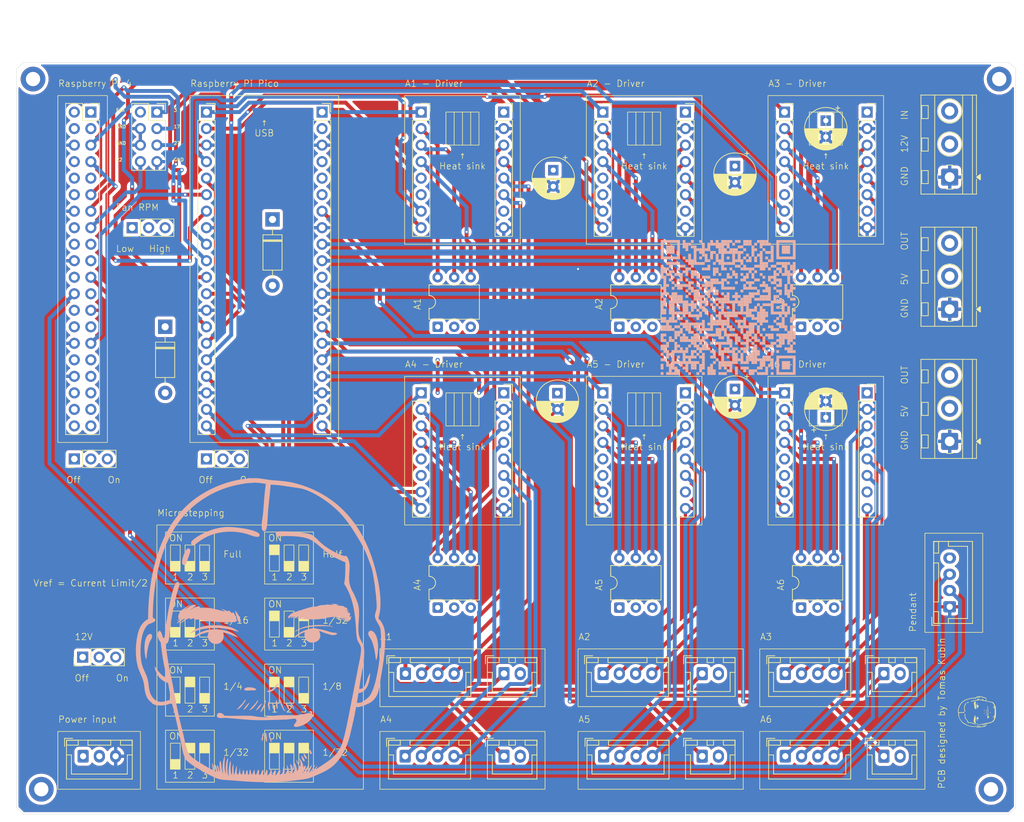
<source format=kicad_pcb>
(kicad_pcb (version 20241229) (generator "pcbnew") (generator_version "9.0")
  (layers (0 "F.Cu" signal) (4 "In1.Cu" signal) (6 "In2.Cu" signal) (2 "B.Cu" signal) (13 "F.Paste" user) (15 "B.Paste" user) (5 "F.SilkS" user "F.Silkscreen") (7 "B.SilkS" user "B.Silkscreen") (1 "F.Mask" user) (3 "B.Mask" user) (25 "Edge.Cuts" user))
  (net 0 "")
  (net 1 "+12V")
  (net 2 "GND")
  (net 3 "+5V")
  (net 4 "/DOOR")
  (net 5 "/A1.M1")
  (net 6 "/A1.M2")
  (net 7 "/A1_DIR")
  (net 8 "/A1_EN")
  (net 9 "+3V3")
  (net 10 "/A1_STEP")
  (net 11 "/A1.M0")
  (net 13 "/A1.A1")
  (net 14 "/A1.B1")
  (net 15 "/A1.B2")
  (net 16 "/A1.A2")
  (net 17 "Net-(J5-Pin_2)")
  (net 18 "/A2.M0")
  (net 19 "/A2_STEP")
  (net 20 "/A2.M1")
  (net 21 "/A2.M2")
  (net 22 "/A2_EN")
  (net 23 "/A2_DIR")
  (net 25 "/A2.A1")
  (net 26 "/A2.B1")
  (net 27 "/A2.B2")
  (net 28 "/A2.A2")
  (net 29 "/A3_EN")
  (net 30 "/A3_STEP")
  (net 31 "/A3.M0")
  (net 32 "/A3.M1")
  (net 33 "/A3_DIR")
  (net 34 "/A3.M2")
  (net 35 "/A3.A2")
  (net 36 "/A3.B2")
  (net 37 "/A3.B1")
  (net 38 "/A3.A1")
  (net 40 "/A4.M0")
  (net 41 "/A4_EN")
  (net 42 "/A4.M1")
  (net 43 "/A4_STEP")
  (net 44 "/A4.M2")
  (net 45 "/A4_DIR")
  (net 46 "/A4.B2")
  (net 47 "/A4.A1")
  (net 48 "/A4.A2")
  (net 49 "/A4.B1")
  (net 51 "/A5.M0")
  (net 52 "/A5_DIR")
  (net 53 "/A5.M2")
  (net 54 "/A5_STEP")
  (net 55 "/A5_EN")
  (net 56 "/A5.M1")
  (net 57 "/A5.A1")
  (net 59 "/A5.B1")
  (net 60 "/A5.B2")
  (net 61 "/A5.A2")
  (net 62 "/A6.M0")
  (net 63 "/A6.M2")
  (net 64 "/A6_STEP")
  (net 65 "/A6_DIR")
  (net 66 "/A6_EN")
  (net 67 "/A6.M1")
  (net 68 "/A6.B2")
  (net 69 "/A6.A1")
  (net 70 "/A6.A2")
  (net 72 "/A6.B1")
  (net 73 "/A1_HOME")
  (net 74 "/A2_HOME")
  (net 75 "/A3_HOME")
  (net 76 "/A4_HOME")
  (net 77 "/A5_HOME")
  (net 78 "/A6_HOME")
  (net 79 "/GPIO17")
  (net 80 "/GPIO27")
  (net 81 "/GPIO22")
  (net 82 "/PendantRX_PiTX")
  (net 83 "/PendantTX_PiRX")
  (net 84 "/PicoRX_PiTX")
  (net 85 "/VSYS_Pi4")
  (net 86 "/PicoTX_PiRX")
  (net 87 "3V3_Pi4")
  (net 88 "/GPIO3")
  (net 89 "/3V3_EN")
  (net 90 "VBUS")
  (net 91 "VSYS")
  (net 97 "Net-(GPIO17-Pin_2)")
  (net 98 "Net-(D1-A)")
  (net 99 "Net-(D2-A)")
  (footprint "Connector_JST:JST_XH_B4B-XH-A_1x04_P2.50mm_Vertical" (layer "F.Cu") (at 142.36 134.62)
    (property "Reference" "J26" (hide yes))
    (property "Value" "Conn_01x04" (hide yes))
  )
  (footprint "Capacitor_THT:CP_Radial_D6.3mm_P2.50mm" (layer "F.Cu") (at 148.59 82.51 90)
    (property "Reference" "C8" (hide yes))
    (property "Value" "100uf")
  )
  (footprint "DIP_Switches:State_001" (layer "F.Cu") (at 50.8 114.3)
    (property "Reference" "REF**" (hide yes))
    (property "Value" "State_001" (hide yes))
  )
  (footprint "My_Library:PinSocket_1x08_P2.54mm_Vertical" (layer "F.Cu") (at 127 78.74)
    (property "Reference" "J13" (hide yes))
    (property "Value" "Conn_01x08" (hide yes))
  )
  (footprint "Connector_JST:JST_XH_B3B-XH-A_1x03_P2.50mm_Vertical" (layer "F.Cu") (at 34.37 134.62)
    (property "Reference" "J5" (hide yes))
    (property "Value" "Conn_01x03" (hide yes))
  )
  (footprint "Diode_THT:D_DO-41_SOD81_P10.16mm_Horizontal" (layer "F.Cu") (at 63.5 52.07 -90)
    (property "Reference" "D1" (hide yes))
    (property "Value" "1N5817" (hide yes))
  )
  (footprint "Capacitor_THT:CP_Radial_D6.3mm_P2.50mm" (layer "F.Cu") (at 106.68 44.49 -90)
    (property "Reference" "C3" (hide yes))
    (property "Value" "100uf")
  )
  (footprint "My_Library:DIP-6_W7.62mm" (layer "F.Cu") (at 144.78 68.58 90)
    (property "Reference" "SW3" (hide yes))
    (property "Value" "SW_DIP_x03")
  )
  (footprint "MountingHole:MountingHole_2.2mm_M2_ISO14580_Pad" (layer "F.Cu") (at 175.26 30.48)
    (property "Reference" "REF**" (hide yes))
    (property "Value" "MountingHole_2.2mm_M2_ISO14580_Pad" (hide yes))
  )
  (footprint "MountingHole:MountingHole_2.2mm_M2_ISO14580_Pad" (layer "F.Cu") (at 26.67 30.48)
    (property "Reference" "REF**" (hide yes))
    (property "Value" "MountingHole_2.2mm_M2_ISO14580_Pad" (hide yes))
  )
  (footprint "DIP_Switches:State_010" (layer "F.Cu") (at 50.8 124.46)
    (property "Reference" "REF**" (hide yes))
    (property "Value" "State_010" (hide yes))
  )
  (footprint "My_Library:Slide_Switch_1x03_P2.54mm" (layer "F.Cu") (at 41.91 53.34 90)
    (property "Reference" "SW10" (hide yes))
    (property "Value" "SW_SPDT" (hide yes))
  )
  (footprint "Capacitor_THT:CP_Radial_D6.3mm_P2.50mm" (layer "F.Cu") (at 107.315 78.78 -90)
    (property "Reference" "C6" (hide yes))
    (property "Value" "100uf")
  )
  (footprint "My_Library:DIP-6_W7.62mm" (layer "F.Cu") (at 88.9 111.76 90)
    (property "Reference" "SW4" (hide yes))
    (property "Value" "SW_DIP_x03" (hide yes))
  )
  (footprint "Connector_JST:JST_XH_B4B-XH-A_1x04_P2.50mm_Vertical" (layer "F.Cu") (at 114.42 134.62)
    (property "Reference" "J24" (hide yes))
    (property "Value" "Conn_01x04" (hide yes))
  )
  (footprint "MountingHole:MountingHole_2.2mm_M2_ISO14580_Pad" (layer "F.Cu") (at 27.94 139.7)
    (property "Reference" "REF**" (hide yes))
    (property "Value" "MountingHole_2.2mm_M2_ISO14580_Pad" (hide yes))
  )
  (footprint "My_Library:DIP-6_W7.62mm" (layer "F.Cu") (at 116.84 111.76 90)
    (property "Reference" "SW5" (hide yes))
    (property "Value" "SW_DIP_x03" (hide yes))
  )
  (footprint "Connector_JST:JST_XH_B2B-XH-A_1x02_P2.50mm_Vertical" (layer "F.Cu") (at 129.58 134.62)
    (property "Reference" "J25" (hide yes))
    (property "Value" "Conn_01x02" (hide yes))
  )
  (footprint "My_Library:PinSocket_1x08_P2.54mm_Vertical" (layer "F.Cu") (at 142.24 78.74)
    (property "Reference" "J14" (hide yes))
    (property "Value" "Conn_01x08" (hide yes))
  )
  (footprint "DIP_Switches:State_011" (layer "F.Cu") (at 50.8 134.62)
    (property "Reference" "REF**" (hide yes))
    (property "Value" "State_011" (hide yes))
  )
  (footprint "My_Library:PinSocket_1x20_P2.54mm_Vertical" (layer "F.Cu") (at 71.12 35.56)
    (property "Reference" "PicoR1" (hide yes))
    (property "Value" "Conn_01x20" (hide yes))
  )
  (footprint "My_Library:DIP-6_W7.62mm" (layer "F.Cu") (at 144.78 111.76 90)
    (property "Reference" "SW6" (hide yes))
    (property "Value" "SW_DIP_x03" (hide yes))
  )
  (footprint "My_Library:TerminalBlock__1x03_P5.08mm_Horizontal" (layer "F.Cu") (at 167.64 65.88 90)
    (property "Reference" "J1" (hide yes))
    (property "Value" "Screw_Terminal_01x03" (hide yes))
  )
  (footprint "DIP_Switches:State_101" (layer "F.Cu") (at 66.04 114.3)
    (property "Reference" "REF**" (hide yes))
    (property "Value" "State_101" (hide yes))
  )
  (footprint "Capacitor_THT:CP_Radial_D6.3mm_P2.50mm" (layer "F.Cu") (at 134.62 43.855 -90)
    (property "Reference" "C4" (hide yes))
    (property "Value" "100uf")
  )
  (footprint "MountingHole:MountingHole_2.2mm_M2_ISO14580_Pad" (layer "F.Cu") (at 173.99 139.7)
    (property "Reference" "REF**" (hide yes))
    (property "Value" "MountingHole_2.2mm_M2_ISO14580_Pad" (hide yes))
  )
  (footprint "Diode_THT:D_DO-41_SOD81_P10.16mm_Horizontal" (layer "F.Cu") (at 46.99 68.58 -90)
    (property "Reference" "D2" (hide yes))
    (property "Value" "1N5817" (hide yes))
  )
  (footprint "My_Library:PinSocket_1x08_P2.54mm_Vertical" (layer "F.Cu") (at 154.94 35.56)
    (property "Reference" "J9" (hide yes))
    (property "Value" "Conn_01x08" (hide yes))
  )
  (footprint "My_Library:Slide_Switch_1x03_P2.54mm" (layer "F.Cu") (at 53.34 88.9 90)
    (property "Reference" "SW7" (hide yes))
    (property "Value" "SW_SPDT" (hide yes))
  )
  (footprint "My_Library:PinSocket_1x08_P2.54mm_Vertical" (layer "F.Cu") (at 127 35.56)
    (property "Reference" "J7" (hide yes))
    (property "Value" "Conn_01x08" (hide yes))
  )
  (footprint "My_Library:TerminalBlock__1x03_P5.08mm_Horizontal" (layer "F.Cu") (at 167.64 86.2 90)
    (property "Reference" "J28" (hide yes))
    (property "Value" "Screw_Terminal_01x03" (hide yes))
  )
  (footprint "Connector_JST:JST_XH_B2B-XH-A_1x02_P2.50mm_Vertical" (layer "F.Cu") (at 99.1 121.92)
    (property "Reference" "J17" (hide yes))
    (property "Value" "Conn_01x02" (hide yes))
  )
  (footprint "Connector_JST:JST_XH_B2B-XH-A_1x02_P2.50mm_Vertical" (layer "F.Cu") (at 157.52 134.62)
    (property "Reference" "J27" (hide yes))
    (property "Value" "Conn_01x02" (hide yes))
  )
  (footprint "DIP_Switches:State_111" (layer "F.Cu") (at 66.04 134.62)
    (property "Reference" "REF**" (hide yes))
    (property "Value" "State_111" (hide yes))
  )
  (footprint "Connector_JST:JST_XH_B2B-XH-A_1x02_P2.50mm_Vertical" (layer "F.Cu") (at 129.58 121.92)
    (property "Reference" "J19" (hide yes))
    (property "Value" "Conn_01x02" (hide yes))
  )
  (footprint "My_Library:PinSocket_1x08_P2.54mm_Vertical" (layer "F.Cu") (at 114.3 35.56)
    (property "Reference" "J6" (hide yes))
    (property "Value" "Conn_01x08" (hide yes))
  )
  (footprint "My_Library:PinSocket_1x08_P2.54mm_Vertical" (layer "F.Cu") (at 142.24 35.56)
    (property "Reference" "J8" (hide yes))
    (property "Value" "Conn_01x08" (hide yes))
  )
  (footprint "Connector_JST:JST_XH_B2B-XH-A_1x02_P2.50mm_Vertical" (layer "F.Cu") (at 157.52 121.92)
    (property "Reference" "J21" (hide yes))
    (property "Value" "Conn_01x02" (hide yes))
  )
  (footprint "Connector_JST:JST_XH_B4B-XH-A_1x04_P2.50mm_Vertical" (layer "F.Cu") (at 83.9 134.62)
    (property "Reference" "J22" (hide yes))
    (property "Value" "Conn_01x04" (hide yes))
  )
  (footprint "My_Library:PinSocket_1x08_P2.54mm_Vertical" (layer "F.Cu") (at 154.94 78.74)
    (property "Reference" "J15" (hide yes))
    (property "Value" "Conn_01x08" (hide yes))
  )
  (footprint "My_Library:DIP-6_W7.62mm" (layer "F.Cu") (at 88.9 68.58 90)
    (property "Reference" "SW1" (hide yes))
    (property "Value" "SW_DIP_x03" (hide yes))
  )
  (footprint "My_Library:PinSocket_1x08_P2.54mm_Vertical" (layer "F.Cu") (at 99.06 78.74)
    (property "Reference" "J11" (hide yes))
    (property "Value" "Conn_01x08" (hide yes))
  )
  (footprint "My_Library:PinSocket_2x04_P2.54mm_Vertical" (layer "F.Cu") (at 45.72 35.56)
    (property "Reference" "GPIO17" (hide yes))
    (property "Value" "Conn_02x04_Odd_Even" (hide yes))
  )
  (footprint "My_Library:PinSocket_1x08_P2.54mm_Vertical" (layer "F.Cu") (at 114.3 78.74)
    (property "Reference" "J12" (hide yes))
    (property "Value" "Conn_01x08" (hide yes))
  )
  (footprint "Connector_JST:JST_XH_B4B-XH-A_1x04_P2.50mm_Vertical" (layer "F.Cu") (at 167.64 111.64 90)
    (property "Reference" "J30" (hide yes))
    (property "Value" "Conn_01x04" (hide yes))
  )
  (footprint "My_Library:Slide_Switch_1x03_P2.54mm" (layer "F.Cu") (at 33.02 88.9 90)
    (property "Reference" "SW8" (hide yes))
    (property "Value" "Slide_Switch" (hide yes))
  )
  (footprint "Capacitor_THT:CP_Radial_D6.3mm_P2.50mm" (layer "F.Cu") (at 134.62 78.145 -90)
    (property "Reference" "C7" (hide yes))
    (property "Value" "100uf")
  )
  (footprint "My_Library:PinSocket_1x08_P2.54mm_Vertical" (layer "F.Cu") (at 86.36 35.56)
    (property "Reference" "J3" (hide yes))
    (property "Value" "Conn_01x08" (hide yes))
  )
  (footprint "My_Library:DIP-6_W7.62mm" (layer "F.Cu") (at 116.84 68.58 90)
    (property "Reference" "SW2" (hide yes))
    (property "Value" "SW_DIP_x03" (hide yes))
  )
  (footprint "My_Library:TerminalBlock__1x03_P5.08mm_Horizontal" (layer "F.Cu") (at 167.64 45.56 90)
    (property "Reference" "J2" (hide yes))
    (property "Value" "Screw_Terminal_01x03" (hide yes))
  )
  (footprint "Connector_JST:JST_XH_B4B-XH-A_1x04_P2.50mm_Vertical" (layer "F.Cu") (at 142.36 121.92)
    (property "Reference" "J20" (hide yes))
    (property "Value" "Conn_01x04" (hide yes))
  )
  (footprint "Connector_JST:JST_XH_B4B-XH-A_1x04_P2.50mm_Vertical" (layer "F.Cu") (at 114.34 121.92)
    (property "Reference" "J18" (hide yes))
    (property "Value" "Conn_01x04" (hide yes))
  )
  (footprint "DIP_Switches:State_000" (layer "F.Cu") (at 50.8 104.14)
    (property "Reference" "REF**" (hide yes))
    (property "Value" "State_000" (hide yes))
  )
  (footprint "DIP_Switches:State_100" (layer "F.Cu") (at 66.04 104.14)
    (property "Reference" "REF**" (hide yes))
    (property "Value" "State_100" (hide yes))
  )
  (footprint "Capacitor_THT:CP_Radial_D6.3mm_P2.50mm" (layer "F.Cu") (at 148.59 36.87 -90)
    (property "Reference" "C5" (hide yes))
    (property "Value" "100uf")
  )
  (footprint "Connector_JST:JST_XH_B4B-XH-A_1x04_P2.50mm_Vertical" (layer "F.Cu") (at 83.94 121.92)
    (property "Reference" "J16" (hide yes))
    (property "Value" "Conn_01x04" (hide yes))
  )
  (footprint "My_Library:PinSocket_1x20_P2.54mm_Vertical" (layer "F.Cu") (at 53.34 35.56)
    (property "Reference" "PicoL1" (hide yes))
    (property "Value" "Conn_01x20" (hide yes))
  )
  (footprint "My_Library:PinSocket_1x08_P2.54mm_Vertical" (layer "F.Cu") (at 99.06 35.56)
    (property "Reference" "J4" (hide yes))
    (property "Value" "Conn_01x08" (hide yes))
  )
  (footprint "My_Library:Slide_Switch_1x03_P2.54mm" (layer "F.Cu") (at 34.305 119.38 90)
    (property "Reference" "SW9" (hide yes))
    (property "Value" "Slide_Switch")
  )
  (footprint "My_Library:PinSocket_2x20_P2.54mm_Vertical" (layer "F.Cu") (at 35.56 35.56)
    (property "Reference" "Pi4" (hide yes))
    (property "Value" "Conn_02x20_Odd_Even" (hide yes))
  )
  (footprint "Connector_JST:JST_XH_B2B-XH-A_1x02_P2.50mm_Vertical" (layer "F.Cu") (at 99.1 134.62)
    (property "Reference" "J23" (hide yes))
    (property "Value" "Conn_01x02" (hide yes))
  )
  (footprint "DIP_Switches:State_110" (layer "F.Cu") (at 66.04 124.46)
    (property "Reference" "REF**" (hide yes))
    (property "Value" "State_110" (hide yes))
  )
  (footprint "My_Library:PinSocket_1x08_P2.54mm_Vertical" (layer "F.Cu") (at 86.36 78.74)
    (property "Reference" "J10" (hide yes))
    (property "Value" "Conn_01x08" (hide yes))
  )
  (gr_line (start 121.92 40.64) (end 121.92 35.56) (stroke (width 0.1)) (layer "F.SilkS"))
  (gr_poly (pts (xy 173.168177 127.501119) (xy 173.171481 127.497712) (xy 173.175332 127.494197) (xy 173.17965 127.490595) (xy 173.184356 127.486927) (xy 173.189369 127.483215) (xy 173.199999 127.475744) (xy 173.221434 127.461217) (xy 173.230961 127.454503) (xy 173.235148 127.451358) (xy 173.238843 127.448383) (xy 173.250535 127.437923) (xy 173.266223 127.423124) (xy 173.303851 127.387) (xy 173.322928 127.368923) (xy 173.34027 127.352999) (xy 173.347842 127.346353) (xy 173.354444 127.340854) (xy 173.359895 127.336705) (xy 173.364018 127.33411) (xy 173.362587 127.339443) (xy 173.36088 127.344716) (xy 173.358908 127.349928) (xy 173.356682 127.355078) (xy 173.354217 127.360166) (xy 173.351523 127.365191) (xy 173.345499 127.375049) (xy 173.33871 127.384645) (xy 173.331254 127.393974) (xy 173.323228 127.403031) (xy 173.314732 127.411808) (xy 173.305863 127.4203) (xy 173.29672 127.428502) (xy 173.2874 127.436406) (xy 173.278002 127.444008) (xy 173.259365 127.45828) (xy 173.241595 127.47127) (xy 173.233686 127.476941) (xy 173.224887 127.483002) (xy 173.220221 127.486049) (xy 173.215414 127.489039) (xy 173.210492 127.49192) (xy 173.205482 127.494639) (xy 173.200413 127.497146) (xy 173.19531 127.499388) (xy 173.1902 127.501315) (xy 173.185111 127.502873) (xy 173.182583 127.503499) (xy 173.180069 127.504013) (xy 173.177575 127.504409) (xy 173.175103 127.50468) (xy 173.172656 127.504821) (xy 173.170237 127.504825) (xy 173.167851 127.504686) (xy 173.165501 127.504396)) (stroke (width -0.000001)) (fill yes) (layer "F.SilkS"))
  (gr_poly (pts (xy 173.219469 128.02455) (xy 173.220984 128.023801) (xy 173.221748 128.023438) (xy 173.222518 128.023085) (xy 173.225803 128.021829) (xy 173.229521 128.020829) (xy 173.238145 128.019545) (xy 173.24816 128.01914) (xy 173.259339 128.019519) (xy 173.271453 128.020588) (xy 173.284274 128.022254) (xy 173.297574 128.024423) (xy 173.311124 128.027001) (xy 173.338062 128.033007) (xy 173.363261 128.039523) (xy 173.384896 128.045797) (xy 173.401138 128.051078) (xy 173.395248 128.052852) (xy 173.389363 128.05434) (xy 173.383485 128.055552) (xy 173.377614 128.056502) (xy 173.365891 128.057661) (xy 173.354196 128.057916) (xy 173.34253 128.057365) (xy 173.330894 128.056105) (xy 173.319289 128.054235) (xy 173.307717 128.051852) (xy 173.296179 128.049053) (xy 173.284676 128.045938) (xy 173.261779 128.039149) (xy 173.239037 128.032267) (xy 173.227727 128.029035) (xy 173.216459 128.026074)) (stroke (width -0.000001)) (fill yes) (layer "F.SilkS"))
  (gr_poly (pts (xy 174.25101 128.586313) (xy 174.251401 128.585606) (xy 174.251788 128.584977) (xy 174.252173 128.584416) (xy 174.252562 128.583914) (xy 174.252958 128.583462) (xy 174.253367 128.583049) (xy 174.253791 128.582667) (xy 174.254236 128.582306) (xy 174.254706 128.581957) (xy 174.255205 128.581609) (xy 174.255737 128.581254) (xy 174.256918 128.580482) (xy 174.257575 128.580047) (xy 174.258283 128.579567) (xy 174.260735 128.579386) (xy 174.263197 128.579319) (xy 174.265668 128.579357) (xy 174.268144 128.579493) (xy 174.270623 128.57972) (xy 174.273104 128.58003) (xy 174.275582 128.580415) (xy 174.278057 128.580867) (xy 174.282984 128.581945) (xy 174.287866 128.583202) (xy 174.292683 128.584577) (xy 174.297415 128.586009) (xy 174.307199 128.589161) (xy 174.312009 128.590854) (xy 174.316745 128.592653) (xy 174.321392 128.59458) (xy 174.325934 128.596654) (xy 174.330357 128.598897) (xy 174.334645 128.60133) (xy 174.338783 128.603974) (xy 174.342756 128.60685) (xy 174.34655 128.609979) (xy 174.350148 128.613381) (xy 174.353536 128.617077) (xy 174.3567 128.62109) (xy 174.359623 128.625439) (xy 174.36229 128.630145) (xy 174.36134 128.631245) (xy 174.360464 128.632227) (xy 174.359648 128.633103) (xy 174.358877 128.633882) (xy 174.358138 128.634578) (xy 174.357414 128.635199) (xy 174.356693 128.635759) (xy 174.35596 128.636267) (xy 174.3552 128.636735) (xy 174.354399 128.637174) (xy 174.353543 128.637595) (xy 174.352616 128.63801) (xy 174.351606 128.638429) (xy 174.350496 128.638863) (xy 174.347923 128.639823) (xy 174.344654 128.639385) (xy 174.341389 128.638808) (xy 174.334878 128.637257) (xy 174.328398 128.635222) (xy 174.321958 128.63275) (xy 174.315565 128.629891) (xy 174.309226 128.626696) (xy 174.302951 128.623213) (xy 174.296747 128.619493) (xy 174.290621 128.615584) (xy 174.284582 128.611536) (xy 174.272795 128.603222) (xy 174.250609 128.587107)) (stroke (width -0.000001)) (fill yes) (layer "F.SilkS"))
  (gr_rect (start 110.49 130.81) (end 135.89 139.7) (stroke (width 0.1)) (fill no) (layer "F.SilkS"))
  (gr_poly (pts (xy 173.18119 127.741365) (xy 173.184491 127.737961) (xy 173.18834 127.734448) (xy 173.192657 127.730848) (xy 173.197362 127.727181) (xy 173.202375 127.72347) (xy 173.213007 127.715999) (xy 173.234448 127.701473) (xy 173.243978 127.694763) (xy 173.248165 127.691622) (xy 173.251861 127.688651) (xy 173.263553 127.678192) (xy 173.27924 127.663392) (xy 173.316869 127.627268) (xy 173.335945 127.609191) (xy 173.353287 127.593268) (xy 173.360859 127.586621) (xy 173.367461 127.581122) (xy 173.372912 127.576973) (xy 173.377035 127.574378) (xy 173.375605 127.579711) (xy 173.373897 127.584984) (xy 173.371925 127.590196) (xy 173.3697 127.595346) (xy 173.367234 127.600434) (xy 173.36454 127.605459) (xy 173.358517 127.615317) (xy 173.351728 127.624913) (xy 173.344271 127.634243) (xy 173.336246 127.643299) (xy 173.32775 127.652076) (xy 173.318881 127.660568) (xy 173.309737 127.66877) (xy 173.300417 127.676674) (xy 173.29102 127.684276) (xy 173.272383 127.698548) (xy 173.254612 127.711538) (xy 173.246703 127.717209) (xy 173.237904 127.723269) (xy 173.233238 127.726316) (xy 173.228431 127.729305) (xy 173.223509 127.732185) (xy 173.2185 127.734904) (xy 173.21343 127.737409) (xy 173.208327 127.73965) (xy 173.203217 127.741574) (xy 173.198128 127.74313) (xy 173.1956 127.743754) (xy 173.193087 127.744266) (xy 173.190592 127.744661) (xy 173.18812 127.744931) (xy 173.185673 127.74507) (xy 173.183255 127.745071) (xy 173.180869 127.744929) (xy 173.178518 127.744637)) (stroke (width -0.000001)) (fill yes) (layer "F.SilkS"))
  (gr_poly (pts (xy 173.22194 128.279997) (xy 173.222703 128.27909) (xy 173.22384 128.277678) (xy 173.224268 128.277148) (xy 173.224639 128.276719) (xy 173.224979 128.276379) (xy 173.225146 128.276239) (xy 173.225316 128.276116) (xy 173.225492 128.276009) (xy 173.225678 128.275916) (xy 173.225876 128.275837) (xy 173.22609 128.275769) (xy 173.226325 128.275711) (xy 173.226582 128.275661) (xy 173.227179 128.27558) (xy 173.227909 128.275515) (xy 173.2288 128.275452) (xy 173.23117 128.275286) (xy 173.23463 128.275166) (xy 173.238316 128.275299) (xy 173.2463 128.276279) (xy 173.254987 128.278129) (xy 173.264242 128.280753) (xy 173.273931 128.284056) (xy 173.283919 128.287941) (xy 173.294072 128.292314) (xy 173.304255 128.297077) (xy 173.314332 128.302137) (xy 173.324171 128.307396) (xy 173.333635 128.312758) (xy 173.34259 128.318129) (xy 173.350902 128.323413) (xy 173.358437 128.328513) (xy 173.365058 128.333334) (xy 173.370632 128.33778) (xy 173.370832 128.340991) (xy 173.370905 128.34232) (xy 173.370948 128.343499) (xy 173.370953 128.344552) (xy 173.370909 128.345506) (xy 173.370808 128.346385) (xy 173.370642 128.347216) (xy 173.370531 128.347621) (xy 173.370401 128.348023) (xy 173.370076 128.348833) (xy 173.369659 128.34967) (xy 173.36914 128.350561) (xy 173.368511 128.35153) (xy 173.367762 128.352603) (xy 173.36587 128.355163) (xy 173.363395 128.354479) (xy 173.361773 128.354063) (xy 173.360748 128.353783) (xy 173.36038 128.353653) (xy 173.360065 128.353506) (xy 173.359772 128.353327) (xy 173.359468 128.353099) (xy 173.3587 128.352429) (xy 173.357506 128.351362) (xy 173.356669 128.350638) (xy 173.35563 128.349766) (xy 173.353305 128.348003) (xy 173.350772 128.34636) (xy 173.348056 128.344828) (xy 173.345182 128.343398) (xy 173.342174 128.342061) (xy 173.339059 128.34081) (xy 173.335861 128.339635) (xy 173.332605 128.338528) (xy 173.307476 128.33106) (xy 173.301126 128.328625) (xy 173.300178 128.328062) (xy 173.299234 128.327494) (xy 173.298291 128.326936) (xy 173.297818 128.326666) (xy 173.297342 128.326403) (xy 173.293554 128.324467) (xy 173.289118 128.322425) (xy 173.278748 128.318015) (xy 173.267116 128.313147) (xy 173.255108 128.307796) (xy 173.24924 128.304932) (xy 173.243609 128.301937) (xy 173.238326 128.298809) (xy 173.233502 128.295544) (xy 173.229248 128.292139) (xy 173.22737 128.290383) (xy 173.225675 128.288591) (xy 173.224177 128.286762) (xy 173.222892 128.284897) (xy 173.221831 128.282994) (xy 173.22101 128.281053)) (stroke (width -0.000001)) (fill yes) (layer "F.SilkS"))
  (gr_poly (pts (xy 171.799299 128.816061) (xy 171.799589 128.810871) (xy 171.800012 128.805701) (xy 171.802514 128.785408) (xy 171.806251 128.763599) (xy 171.81117 128.740555) (xy 171.817215 128.716559) (xy 171.824332 128.691893) (xy 171.832467 128.666838) (xy 171.841564 128.641676) (xy 171.85157 128.616689) (xy 171.862429 128.592159) (xy 171.874087 128.568368) (xy 171.88649 128.545597) (xy 171.899582 128.52413) (xy 171.91331 128.504246) (xy 171.927618 128.486229) (xy 171.942452 128.470361) (xy 171.957757 128.456922) (xy 171.960257 128.455019) (xy 171.961422 128.45418) (xy 171.962545 128.453416) (xy 171.963639 128.452728) (xy 171.964716 128.452115) (xy 171.965789 128.451579) (xy 171.966869 128.451118) (xy 171.967968 128.450733) (xy 171.969099 128.450424) (xy 171.970274 128.450191) (xy 171.971505 128.450035) (xy 171.972804 128.449955) (xy 171.974183 128.449952) (xy 171.975655 128.450025) (xy 171.97723 128.450175) (xy 171.978326 128.452694) (xy 171.978897 128.455239) (xy 171.978967 128.457829) (xy 171.978562 128.460486) (xy 171.977706 128.46323) (xy 171.976426 128.466081) (xy 171.974745 128.46906) (xy 171.972689 128.472186) (xy 171.967552 128.478964) (xy 171.961215 128.486577) (xy 171.945742 128.504961) (xy 171.937006 128.516057) (xy 171.932476 128.522152) (xy 171.927871 128.52864) (xy 171.923216 128.535539) (xy 171.918537 128.542871) (xy 171.913858 128.550656) (xy 171.909205 128.558915) (xy 171.904602 128.567667) (xy 171.900074 128.576933) (xy 171.895647 128.586734) (xy 171.891345 128.597089) (xy 171.887194 128.608019) (xy 171.883219 128.619545) (xy 171.879444 128.631687) (xy 171.875895 128.644464) (xy 171.887817 128.641844) (xy 171.899782 128.639685) (xy 171.905778 128.638811) (xy 171.911781 128.63809) (xy 171.917789 128.637536) (xy 171.923801 128.63716) (xy 171.929816 128.636976) (xy 171.935833 128.636996) (xy 171.941849 128.637233) (xy 171.947865 128.637699) (xy 171.953877 128.638407) (xy 171.959886 128.63937) (xy 171.965889 128.640601) (xy 171.971886 128.642112) (xy 171.978622 128.64415) (xy 171.985259 128.646512) (xy 171.991779 128.649192) (xy 171.998168 128.652184) (xy 172.004411 128.655482) (xy 172.010492 128.659082) (xy 172.016396 128.662978) (xy 172.022107 128.667164) (xy 172.02761 128.671634) (xy 172.032889 128.676385) (xy 172.03793 128.681409) (xy 172.042717 128.686701) (xy 172.047234 128.692257) (xy 172.051466 128.69807) (xy 172.055397 128.704134) (xy 172.059013 128.710446) (xy 172.062967 128.718437) (xy 172.066315 128.726494) (xy 172.069085 128.734611) (xy 172.071308 128.742785) (xy 172.073012 128.751007) (xy 172.074225 128.759275) (xy 172.074978 128.76758) (xy 172.075298 128.77592) (xy 172.075216 128.784287) (xy 172.074759 128.792676) (xy 172.073957 128.801082) (xy 172.072839 128.809499) (xy 172.071434 128.817922) (xy 172.069771 128.826346) (xy 172.067879 128.834764) (xy 172.065786 128.843171) (xy 172.064014 128.848058) (xy 172.063108 128.850488) (xy 172.062641 128.851697) (xy 172.062162 128.8529) (xy 172.059352 128.859463) (xy 172.056337 128.865859) (xy 172.053111 128.872078) (xy 172.049669 128.878108) (xy 172.046007 128.883936) (xy 172.042117 128.889551) (xy 172.037997 128.894941) (xy 172.03364 128.900095) (xy 172.029041 128.905) (xy 172.024195 128.909645) (xy 172.019096 128.914018) (xy 172.01374 128.918108) (xy 172.008122 128.921901) (xy 172.002236 128.925388) (xy 171.996077 128.928555) (xy 171.989639 128.931391) (xy 171.980479 128.934731) (xy 171.971389 128.937313) (xy 171.962367 128.939178) (xy 171.953406 128.940366) (xy 171.944503 128.940916) (xy 171.935654 128.940869) (xy 171.926853 128.940264) (xy 171.918096 128.939141) (xy 171.909379 128.937541) (xy 171.900697 128.935503) (xy 171.892046 128.933066) (xy 171.883421 128.930272) (xy 171.874817 128.927159) (xy 171.866231 128.923768) (xy 171.849093 128.91631) (xy 171.870676 128.972608) (xy 171.8839 129.008556) (xy 171.897316 129.046713) (xy 171.909851 129.084835) (xy 171.92043 129.120677) (xy 171.924651 129.137042) (xy 171.927981 129.151996) (xy 171.930286 129.165259) (xy 171.931431 129.176549) (xy 171.931623 129.18166) (xy 171.931675 129.186988) (xy 171.931574 129.192491) (xy 171.931309 129.198127) (xy 171.930866 129.203855) (xy 171.930233 129.209634) (xy 171.929398 129.215423) (xy 171.928349 129.221179) (xy 171.927072 129.226862) (xy 171.925556 129.232431) (xy 171.923789 129.237844) (xy 171.921757 129.243059) (xy 171.919449 129.248036) (xy 171.916852 129.252732) (xy 171.913953 129.257108) (xy 171.910741 129.26112) (xy 171.90801 129.26204) (xy 171.906889 129.262407) (xy 171.905897 129.26271) (xy 171.905009 129.262945) (xy 171.904202 129.26311) (xy 171.90382 129.263166) (xy 171.903449 129.263204) (xy 171.903086 129.263223) (xy 171.902727 129.263223) (xy 171.902369 129.263204) (xy 171.90201 129.263165) (xy 171.901646 129.263106) (xy 171.901273 129.263027) (xy 171.900492 129.262808) (xy 171.899642 129.262504) (xy 171.898697 129.262114) (xy 171.897634 129.261634) (xy 171.895051 129.260398) (xy 171.893029 129.255352) (xy 171.891261 129.249819) (xy 171.889717 129.243862) (xy 171.888372 129.237541) (xy 171.887195 129.230918) (xy 171.88616 129.224054) (xy 171.884401 129.209848) (xy 171.881344 129.181239) (xy 171.879596 129.167817) (xy 171.878569 129.161541) (xy 171.877403 129.155636) (xy 171.87278 129.136378) (xy 171.867518 129.117371) (xy 171.861815 129.098542) (xy 171.855869 129.079816) (xy 171.844047 129.042378) (xy 171.838568 129.023518) (xy 171.833641 129.004464) (xy 171.829254 128.984791) (xy 171.825362 128.965108) (xy 171.818249 128.925738) (xy 171.81462 128.906064) (xy 171.81067 128.886406) (xy 171.806195 128.866771) (xy 171.800992 128.847167) (xy 171.800243 128.84203) (xy 171.799696 128.836863) (xy 171.79934 128.831674) (xy 171.799163 128.826472) (xy 171.799153 128.821265)) (stroke (width -0.000001)) (fill yes) (layer "F.SilkS"))
  (gr_poly (pts (xy 173.803333 127.893986) (xy 173.803437 127.893842) (xy 173.803642 127.893551) (xy 173.803748 127.893409) (xy 173.803803 127.893339) (xy 173.803858 127.893271) (xy 173.803916 127.893204) (xy 173.803975 127.893139) (xy 173.804036 127.893076) (xy 173.804099 127.893016) (xy 173.805284 127.891975) (xy 173.806569 127.890994) (xy 173.807947 127.890071) (xy 173.809413 127.889205) (xy 173.812585 127.887635) (xy 173.81604 127.88627) (xy 173.819732 127.885095) (xy 173.823613 127.884096) (xy 173.82764 127.883258) (xy 173.831764 127.882568) (xy 173.835941 127.882011) (xy 173.840125 127.881572) (xy 173.848327 127.880994) (xy 173.856002 127.880719) (xy 173.862783 127.880633) (xy 173.875669 127.880951) (xy 173.891118 127.882046) (xy 173.908132 127.883979) (xy 173.916913 127.88528) (xy 173.925711 127.886814) (xy 173.934401 127.888589) (xy 173.942858 127.890613) (xy 173.950957 127.892893) (xy 173.958573 127.895438) (xy 173.965581 127.898254) (xy 173.971858 127.901351) (xy 173.977277 127.904735) (xy 173.979626 127.906537) (xy 173.981713 127.908414) (xy 173.974544 127.916378) (xy 173.954799 127.915893) (xy 173.933313 127.914933) (xy 173.910717 127.913407) (xy 173.887644 127.911226) (xy 173.864727 127.908297) (xy 173.853524 127.906525) (xy 173.842596 127.904532) (xy 173.832024 127.902307) (xy 173.821885 127.899838) (xy 173.81226 127.897116) (xy 173.803226 127.894127)) (stroke (width -0.000001)) (fill yes) (layer "F.SilkS"))
  (gr_rect (start 146.05 35.56) (end 151.13 40.64) (stroke (width 0.1)) (fill no) (layer "F.SilkS"))
  (gr_line (start 120.65 78.74) (end 120.65 83.82) (stroke (width 0.1)) (layer "F.SilkS"))
  (gr_poly (pts (xy 168.916312 127.613083) (xy 168.923316 127.522278) (xy 168.935104 127.431144) (xy 168.951513 127.34001) (xy 168.972381 127.249204) (xy 168.997545 127.159055) (xy 169.026842 127.069893) (xy 169.060109 126.982045) (xy 169.097184 126.895841) (xy 169.137904 126.81161) (xy 169.182106 126.729679) (xy 169.229628 126.650379) (xy 169.280305 126.574037) (xy 169.333977 126.500983) (xy 169.390479 126.431545) (xy 169.44965 126.366052) (xy 169.555455 126.263853) (xy 169.668576 126.170821) (xy 169.788301 126.0866) (xy 169.913921 126.010831) (xy 170.044724 125.943156) (xy 170.18 125.883217) (xy 170.319036 125.830657) (xy 170.461124 125.785117) (xy 170.605551 125.746239) (xy 170.751608 125.713665) (xy 170.898582 125.687038) (xy 171.045764 125.665998) (xy 171.192441 125.650189) (xy 171.337905 125.639253) (xy 171.481443 125.63283) (xy 171.622345 125.630564) (xy 171.625335 125.625219) (xy 171.636774 125.606328) (xy 171.64908 125.588528) (xy 171.662213 125.571788) (xy 171.676135 125.55608) (xy 171.690807 125.541372) (xy 171.706191 125.527635) (xy 171.722248 125.514838) (xy 171.73894 125.502952) (xy 171.756228 125.491946) (xy 171.774073 125.48179) (xy 171.792436 125.472454) (xy 171.81128 125.463908) (xy 171.830566 125.456122) (xy 171.850254 125.449065) (xy 171.870307 125.442708) (xy 171.890685 125.437021) (xy 171.929315 125.427679) (xy 171.969519 125.419427) (xy 172.011067 125.412307) (xy 172.053732 125.406362) (xy 172.097286 125.401636) (xy 172.1415 125.398169) (xy 172.186146 125.396007) (xy 172.230996 125.39519) (xy 172.275821 125.395763) (xy 172.320393 125.397768) (xy 172.364484 125.401247) (xy 172.407867 125.406243) (xy 172.450311 125.4128) (xy 172.49159 125.42096) (xy 172.531475 125.430765) (xy 172.569738 125.442259) (xy 172.583357 125.446931) (xy 172.596878 125.451888) (xy 172.610315 125.457089) (xy 172.62368 125.462494) (xy 172.650254 125.473744) (xy 172.67671 125.485307) (xy 172.711259 125.500367) (xy 172.728611 125.507671) (xy 172.746057 125.514702) (xy 172.763626 125.521372) (xy 172.78135 125.527589) (xy 172.799261 125.533263) (xy 172.817388 125.538303) (xy 172.834325 125.542422) (xy 172.850792 125.545981) (xy 172.866833 125.549056) (xy 172.882489 125.551725) (xy 172.897803 125.554063) (xy 172.912817 125.556148) (xy 172.942113 125.559867) (xy 172.969274 125.563331) (xy 172.995939 125.56725) (xy 173.009193 125.569547) (xy 173.022451 125.572158) (xy 173.035757 125.575148) (xy 173.049153 125.578586) (xy 173.062682 125.582538) (xy 173.076387 125.587069) (xy 173.09031 125.592247) (xy 173.104495 125.598138) (xy 173.118985 125.604809) (xy 173.133821 125.612326) (xy 173.149047 125.620757) (xy 173.164707 125.630167) (xy 173.172424 125.637073) (xy 173.179171 125.643245) (xy 173.185165 125.648918) (xy 173.190626 125.654327) (xy 173.19577 125.659707) (xy 173.200816 125.665294) (xy 173.205982 125.671323) (xy 173.211485 125.67803) (xy 173.215137 125.681793) (xy 173.220875 125.687595) (xy 173.228498 125.695254) (xy 173.240563 125.706102) (xy 173.243301 125.708716) (xy 173.245867 125.711417) (xy 173.248272 125.714203) (xy 173.250526 125.71707) (xy 173.252641 125.720015) (xy 173.254627 125.723036) (xy 173.256496 125.726129) (xy 173.258257 125.729293) (xy 173.259922 125.732523) (xy 173.261502 125.735818) (xy 173.263008 125.739173) (xy 173.26445 125.742587) (xy 173.267186 125.749579) (xy 173.269799 125.75677) (xy 173.274552 125.772209) (xy 173.278361 125.788938) (xy 173.281256 125.806766) (xy 173.283263 125.825501) (xy 173.284413 125.844949) (xy 173.284732 125.864919) (xy 173.28425 125.885218) (xy 173.282995 125.905654) (xy 173.280996 125.926035) (xy 173.278279 125.946167) (xy 173.274875 125.96586) (xy 173.270811 125.98492) (xy 173.266116 126.003155) (xy 173.260818 126.020372) (xy 173.254946 126.03638) (xy 173.248527 126.050986) (xy 173.247426 126.053217) (xy 173.246365 126.055235) (xy 173.245327 126.057059) (xy 173.244294 126.058705) (xy 173.243251 126.060189) (xy 173.24218 126.061528) (xy 173.241065 126.062739) (xy 173.239888 126.063839) (xy 173.238633 126.064843) (xy 173.237284 126.06577) (xy 173.235822 126.066635) (xy 173.234232 126.067455) (xy 173.232496 126.068246) (xy 173.230599 126.069026) (xy 173.228522 126.069812) (xy 173.226249 126.070619) (xy 173.225323 126.075355) (xy 173.236153 126.081972) (xy 173.256584 126.090065) (xy 173.321832 126.109894) (xy 173.412226 126.133273) (xy 173.518924 126.158632) (xy 173.745872 126.209017) (xy 173.931945 126.248498) (xy 173.967615 126.255992) (xy 173.992588 126.261304) (xy 174.005032 126.26392) (xy 174.018656 126.266655) (xy 174.048891 126.272522) (xy 174.123396 126.287357) (xy 174.162659 126.296017) (xy 174.201443 126.305612) (xy 174.22023 126.310784) (xy 174.238385 126.316219) (xy 174.255738 126.321928) (xy 174.272119 126.32792) (xy 174.287357 126.334204) (xy 174.301281 126.340791) (xy 174.313722 126.347691) (xy 174.324508 126.354913) (xy 174.344937 126.373189) (xy 174.36852 126.399466) (xy 174.394681 126.432697) (xy 174.42284 126.471834) (xy 174.452419 126.515827) (xy 174.482839 126.563629) (xy 174.54389 126.666467) (xy 174.601366 126.771961) (xy 174.627317 126.823084) (xy 174.650639 126.871727) (xy 174.670752 126.91684) (xy 174.68708 126.957377) (xy 174.699043 126.992288) (xy 174.706063 127.020526) (xy 174.70871 127.037051) (xy 174.710988 127.054384) (xy 174.71295 127.072381) (xy 174.714646 127.090895) (xy 174.717445 127.128899) (xy 174.719795 127.167237) (xy 174.722279 127.207636) (xy 174.723661 127.227025) (xy 174.725219 127.245633) (xy 174.738456 127.401253) (xy 174.748878 127.553653) (xy 174.755983 127.703912) (xy 174.759268 127.85311) (xy 174.758231 128.002325) (xy 174.752369 128.152636) (xy 174.74118 128.305123) (xy 174.72416 128.460865) (xy 174.721026 128.486254) (xy 174.71797 128.511823) (xy 174.711896 128.561955) (xy 174.708586 128.587041) (xy 174.704959 128.612061) (xy 174.700912 128.636957) (xy 174.696345 128.661667) (xy 174.691155 128.686134) (xy 174.685241 128.710297) (xy 174.680794 128.726017) (xy 174.67582 128.741599) (xy 174.670398 128.757056) (xy 174.664607 128.772399) (xy 174.658523 128.78764) (xy 174.652227 128.802791) (xy 174.639309 128.832866) (xy 174.631054 128.852027) (xy 174.600432 128.922421) (xy 174.5846 128.957222) (xy 174.568169 128.991657) (xy 174.550952 129.025646) (xy 174.53276 129.059113) (xy 174.513407 129.091979) (xy 174.503235 129.108163) (xy 174.492703 129.124167) (xy 174.469065 129.15696) (xy 174.443466 129.188258) (xy 174.416058 129.218083) (xy 174.386993 129.246455) (xy 174.356422 129.273396) (xy 174.324497 129.298925) (xy 174.291371 129.323063) (xy 174.257194 129.345832) (xy 174.22212 129.367253) (xy 174.186299 129.387345) (xy 174.149883 129.40613) (xy 174.113024 129.423628) (xy 174.075875 129.43986) (xy 174.038586 129.454848) (xy 174.00131 129.468612) (xy 173.964198 129.481172) (xy 173.936481 129.489826) (xy 173.908575 129.497966) (xy 173.880513 129.505665) (xy 173.852329 129.512995) (xy 173.795721 129.526834) (xy 173.739011 129.54006) (xy 173.685433 129.552543) (xy 173.574179 129.577587) (xy 173.458675 129.601478) (xy 173.342939 129.62383) (xy 173.230985 129.644261) (xy 173.223577 129.644261) (xy 173.170739 129.65359) (xy 173.046835 129.675593) (xy 172.964232 129.687708) (xy 172.863879 129.702511) (xy 172.813778 129.710346) (xy 172.763783 129.718699) (xy 172.726897 129.72524) (xy 172.687769 129.732351) (xy 172.559068 129.75509) (xy 172.49144 129.765701) (xy 172.423354 129.774769) (xy 172.356106 129.781514) (xy 172.3232 129.783772) (xy 172.29099 129.785158) (xy 172.259636 129.785574) (xy 172.229301 129.784923) (xy 172.200146 129.783107) (xy 172.172334 129.780029) (xy 172.164344 129.77876) (xy 172.15651 129.777193) (xy 172.14882 129.775348) (xy 172.141261 129.773245) (xy 172.133823 129.770901) (xy 172.126492 129.768336) (xy 172.119258 129.76557) (xy 172.112108 129.76262) (xy 172.105031 129.759507) (xy 172.098015 129.756249) (xy 172.084116 129.749374) (xy 172.070318 129.742147) (xy 172.056526 129.734722) (xy 172.047493 129.729845) (xy 172.038395 129.724991) (xy 172.029209 129.7202) (xy 172.019908 129.715516) (xy 172.015552 129.713371) (xy 172.011177 129.711281) (xy 172.006781 129.709246) (xy 172.002366 129.707266) (xy 171.99793 129.70534) (xy 171.993472 129.70347) (xy 171.98899 129.701656) (xy 171.98448 129.699897) (xy 171.979962 129.698199) (xy 171.975418 129.696558) (xy 171.970855 129.694973) (xy 171.966277 129.693444) (xy 171.961683 129.691973) (xy 171.957069 129.690559) (xy 171.952436 129.689204) (xy 171.947783 129.687907) (xy 171.943118 129.686668) (xy 171.938449 129.685488) (xy 171.93377 129.684367) (xy 171.929076 129.683305) (xy 171.924364 129.682303) (xy 171.919637 129.681359) (xy 171.9149 129.680473) (xy 171.910158 129.679646) (xy 171.905407 129.678882) (xy 171.90064 129.678176) (xy 171.895864 129.677531) (xy 171.891082 129.676945) (xy 171.886299 129.676419) (xy 171.881514 129.675953) (xy 171.876724 129.675547) (xy 171.871926 129.675201) (xy 171.84498 129.67364) (xy 171.818036 129.672924) (xy 171.791095 129.672933) (xy 171.764158 129.673546) (xy 171.737225 129.674641) (xy 171.710295 129.676099) (xy 171.65645 129.679617) (xy 171.588228 129.68395) (xy 171.554134 129.6855) (xy 171.520053 129.686313) (xy 171.485985 129.686141) (xy 171.451932 129.684739) (xy 171.43491 129.683501) (xy 171.417893 129.681862) (xy 171.40088 129.679793) (xy 171.383871 129.677262) (xy 171.373713 129.676098) (xy 171.361306 129.67242) (xy 171.35512 129.670656) (xy 171.348925 129.668967) (xy 171.342709 129.667373) (xy 171.336457 129.665893) (xy 171.330154 129.664545) (xy 171.323786 129.663351) (xy 171.301104 129.654638) (xy 171.249116 129.634574) (xy 171.223185 129.624352) (xy 171.197305 129.613892) (xy 171.190925 129.610653) (xy 171.184531 129.60737) (xy 171.172179 129.601061) (xy 171.165964 129.597972) (xy 171.159716 129.594967) (xy 171.15343 129.59208) (xy 171.1471 129.589341) (xy 171.140723 129.586783) (xy 171.134292 129.584436) (xy 171.105797 129.568248) (xy 171.078792 129.553974) (xy 171.053033 129.541514) (xy 171.028276 129.530772) (xy 171.004277 129.521647) (xy 170.980793 129.514044) (xy 170.957581 129.507862) (xy 170.934395 129.503004) (xy 170.910994 129.499373) (xy 170.887133 129.496869) (xy 170.862569 129.495395) (xy 170.837057 129.494852) (xy 170.810355 129.495142) (xy 170.782218 129.496168) (xy 170.720666 129.500031) (xy 170.719407 129.500124) (xy 170.680325 129.502874) (xy 170.660814 129.503953) (xy 170.641311 129.50468) (xy 170.621805 129.504936) (xy 170.602288 129.504605) (xy 170.582751 129.503571) (xy 170.572972 129.502754) (xy 170.563183 129.501717) (xy 170.545869 129.499265) (xy 170.535992 129.497542) (xy 170.525513 129.495473) (xy 170.514591 129.493048) (xy 170.503385 129.490257) (xy 170.492053 129.487091) (xy 170.480754 129.483539) (xy 170.469647 129.47959) (xy 170.458891 129.475235) (xy 170.448643 129.470463) (xy 170.439063 129.465265) (xy 170.430309 129.45963) (xy 170.426292 129.456646) (xy 170.422541 129.453548) (xy 170.419075 129.450336) (xy 170.415916 129.447009) (xy 170.413082 129.443565) (xy 170.410593 129.440002) (xy 170.409836 129.438704) (xy 170.409205 129.437389) (xy 170.40869 129.436058) (xy 170.408283 129.434713) (xy 170.407977 129.433355) (xy 170.407762 129.431984) (xy 170.40763 129.430603) (xy 170.407573 129.429213) (xy 170.407583 129.427814) (xy 170.407651 129.426409) (xy 170.407769 129.424997) (xy 170.407928 129.423582) (xy 170.408338 129.420742) (xy 170.408812 129.417899) (xy 170.409034 129.416603) (xy 170.409249 129.415309) (xy 170.409753 129.410625) (xy 170.409823 129.405694) (xy 170.409493 129.400546) (xy 170.408798 129.395209) (xy 170.407772 129.389713) (xy 170.40645 129.384088) (xy 170.404868 129.378364) (xy 170.403059 129.372569) (xy 170.40106 129.366734) (xy 170.398904 129.360887) (xy 170.394261 129.349278) (xy 170.389411 129.337978) (xy 170.384632 129.327224) (xy 170.380692 129.318362) (xy 170.378884 129.314212) (xy 170.377216 129.310275) (xy 170.372265 129.298257) (xy 170.367197 129.286294) (xy 170.36201 129.274387) (xy 170.356705 129.262536) (xy 170.351283 129.250741) (xy 170.345745 129.239007) (xy 170.340092 129.227334) (xy 170.334322 129.21572) (xy 170.328435 129.204169) (xy 170.322436 129.192683) (xy 170.316324 129.181263) (xy 170.310099 129.169908) (xy 170.303761 129.15862) (xy 170.297312 129.147402) (xy 170.290752 129.136254) (xy 170.284082 129.125178) (xy 170.277302 129.114172) (xy 170.270414 129.103241) (xy 170.263418 129.092384) (xy 170.256314 129.081603) (xy 170.249103 129.070899) (xy 170.241786 129.060274) (xy 170.234366 129.049728) (xy 170.22684 129.039262) (xy 170.219211 129.028876) (xy 170.21148 129.018575) (xy 170.203648 129.008358) (xy 170.195714 128.998225) (xy 170.18768 128.988177) (xy 170.179547 128.978217) (xy 170.171317 128.968345) (xy 170.162988 128.958561) (xy 170.156359 128.950894) (xy 170.149536 128.943286) (xy 170.142542 128.935728) (xy 170.135403 128.928206) (xy 170.120792 128.913229) (xy 170.105904 128.898265) (xy 170.089983 128.882258) (xy 170.074216 128.866054) (xy 170.058845 128.849544) (xy 170.051383 128.84114) (xy 170.044111 128.832618) (xy 170.037059 128.823966) (xy 170.030256 128.815169) (xy 170.023734 128.806213) (xy 170.017523 128.797085) (xy 170.011652 128.787772) (xy 170.006152 128.778259) (xy 170.001053 128.768534) (xy 169.996385 128.758581) (xy 169.989293 128.738078) (xy 169.982202 128.709344) (xy 169.975225 128.67357) (xy 169.968476 128.631948) (xy 169.956116 128.535923) (xy 169.946032 128.430798) (xy 169.939132 128.326101) (xy 169.936328 128.231361) (xy 169.936745 128.190703) (xy 169.938527 128.156107) (xy 169.941788 128.128765) (xy 169.946641 128.109868) (xy 169.94725 128.10841) (xy 169.947893 128.107011) (xy 169.948568 128.10567) (xy 169.949275 128.104383) (xy 169.950014 128.103149) (xy 169.950783 128.101967) (xy 169.952409 128.099746) (xy 169.954147 128.097704) (xy 169.955993 128.095825) (xy 169.957939 128.094092) (xy 169.95998 128.092488) (xy 169.96211 128.090998) (xy 169.964323 128.089604) (xy 169.966613 128.088291) (xy 169.968974 128.087041) (xy 169.9714 128.085839) (xy 169.973884 128.084668) (xy 169.979007 128.082351) (xy 169.980713 128.081594) (xy 169.981571 128.081209) (xy 169.982434 128.080817) (xy 169.985795 128.082039) (xy 169.988981 128.083264) (xy 169.992009 128.084506) (xy 169.994893 128.085777) (xy 169.997651 128.08709) (xy 170.000298 128.088461) (xy 170.002851 128.0899) (xy 170.005326 128.091423) (xy 170.007739 128.093043) (xy 170.010106 128.094772) (xy 170.012443 128.096624) (xy 170.014767 128.098613) (xy 170.017093 128.100752) (xy 170.019438 128.103054) (xy 170.021818 128.105533) (xy 170.024248 128.108201) (xy 170.025912 128.115349) (xy 170.027314 128.122541) (xy 170.02847 128.129775) (xy 170.029398 128.137047) (xy 170.030117 128.144353) (xy 170.030643 128.15169) (xy 170.031187 128.166443) (xy 170.031171 128.181277) (xy 170.030736 128.196166) (xy 170.02917 128.225994) (xy 170.028409 128.239232) (xy 170.027748 128.252422) (xy 170.027286 128.265549) (xy 170.027159 128.272082) (xy 170.027119 128.278593) (xy 170.027472 128.326398) (xy 170.028597 128.375387) (xy 170.030748 128.425099) (xy 170.034182 128.475073) (xy 170.039153 128.52485) (xy 170.045918 128.573968) (xy 170.050053 128.598136) (xy 170.054731 128.621966) (xy 170.059986 128.645402) (xy 170.065849 128.668385) (xy 170.072219 128.689473) (xy 170.079688 128.710094) (xy 170.08818 128.730276) (xy 170.097619 128.750047) (xy 170.10793 128.769436) (xy 170.119037 128.78847) (xy 170.130863 128.807179) (xy 170.143334 128.82559) (xy 170.156373 128.843732) (xy 170.169904 128.861632) (xy 170.183852 128.879319) (xy 170.198141 128.896822) (xy 170.227439 128.931385) (xy 170.25719 128.965549) (xy 170.288122 129.001083) (xy 170.303309 129.01886) (xy 170.318195 129.036686) (xy 170.332693 129.054594) (xy 170.346716 129.072616) (xy 170.360178 129.090784) (xy 170.372993 129.10913) (xy 170.383909 129.125656) (xy 170.394507 129.142414) (xy 170.414827 129.176552) (xy 170.434117 129.211405) (xy 170.452537 129.246832) (xy 170.47025 129.282691) (xy 170.487418 129.318843) (xy 170.520768 129.391462) (xy 170.535865 129.424572) (xy 170.54925 129.423539) (xy 170.56264 129.422774) (xy 170.576034 129.42224) (xy 170.589431 129.421898) (xy 170.616237 129.421637) (xy 170.643053 129.421683) (xy 170.66655 129.421734) (xy 170.678299 129.421695) (xy 170.690048 129.42158) (xy 170.721736 129.420954) (xy 170.753737 129.419893) (xy 170.785926 129.418303) (xy 170.818181 129.416092) (xy 170.850376 129.413168) (xy 170.88239 129.409437) (xy 170.914097 129.404807) (xy 170.945374 129.399185) (xy 170.989961 129.427011) (xy 171.035136 129.452377) (xy 171.080877 129.475411) (xy 171.127165 129.496239) (xy 171.173978 129.514992) (xy 171.221296 129.531795) (xy 171.269098 129.546777) (xy 171.317363 129.560066) (xy 171.36607 129.57179) (xy 171.4152 129.582077) (xy 171.46473 129.591054) (xy 171.514641 129.598849) (xy 171.615521 129.611405) (xy 171.717674 129.620769) (xy 171.737705 129.622249) (xy 171.757785 129.62357) (xy 171.798054 129.625946) (xy 171.847869 129.628935) (xy 171.872763 129.630684) (xy 171.897621 129.632737) (xy 171.92242 129.635195) (xy 171.947139 129.638159) (xy 171.971758 129.641729) (xy 171.996254 129.646007) (xy 172.002836 129.647388) (xy 172.009226 129.64897) (xy 172.015435 129.650739) (xy 172.021477 129.652681) (xy 172.027364 129.654782) (xy 172.033107 129.657029) (xy 172.038719 129.659408) (xy 172.044213 129.661905) (xy 172.0496 129.664508) (xy 172.054894 129.667201) (xy 172.065247 129.672806) (xy 172.075372 129.678611) (xy 172.085366 129.684507) (xy 172.098643 129.692313) (xy 172.112097 129.699826) (xy 172.118963 129.703392) (xy 172.125961 129.706788) (xy 172.133118 129.709981) (xy 172.140465 129.71294) (xy 172.148031 129.715631) (xy 172.155843 129.718022) (xy 172.163932 129.720082) (xy 172.172326 129.721777) (xy 172.181054 129.723075) (xy 172.190146 129.723944) (xy 172.19963 129.724352) (xy 172.209535 129.724266) (xy 172.242691 129.722452) (xy 172.275765 129.719388) (xy 172.308758 129.715255) (xy 172.341671 129.710235) (xy 172.374506 129.704507) (xy 172.407264 129.698252) (xy 172.472557 129.684885) (xy 172.511874 129.676739) (xy 172.794343 129.621308) (xy 173.313958 129.519139) (xy 173.388915 129.504659) (xy 173.588834 129.465429) (xy 173.688528 129.444537) (xy 173.787721 129.422148) (xy 173.871737 129.401861) (xy 173.914281 129.390717) (xy 173.956734 129.378559) (xy 173.998758 129.365125) (xy 174.019505 129.357848) (xy 174.040019 129.350154) (xy 174.060257 129.342011) (xy 174.080178 129.333386) (xy 174.09974 129.324246) (xy 174.1189 129.314558) (xy 174.145526 129.299368) (xy 174.171164 129.282453) (xy 174.195868 129.263949) (xy 174.219691 129.243989) (xy 174.242686 129.22271) (xy 174.264905 129.200246) (xy 174.286403 129.176731) (xy 174.307231 129.152301) (xy 174.327442 129.12709) (xy 174.34709 129.101234) (xy 174.384908 129.048124) (xy 174.421107 128.99405) (xy 174.456112 128.940091) (xy 174.48593 128.894095) (xy 174.5007 128.871657) (xy 174.515431 128.849712) (xy 174.509279 128.853191) (xy 174.503128 128.856697) (xy 174.488321 128.865088) (xy 174.480869 128.869207) (xy 174.473372 128.87323) (xy 174.465819 128.87712) (xy 174.4582 128.880844) (xy 174.450505 128.884366) (xy 174.442724 128.887653) (xy 174.445426 128.884359) (xy 174.4482 128.881123) (xy 174.451042 128.877941) (xy 174.453948 128.874809) (xy 174.459927 128.868682) (xy 174.466099 128.86271) (xy 174.472426 128.856864) (xy 174.478867 128.851112) (xy 174.491936 128.839771) (xy 174.500115 128.832708) (xy 174.508211 128.825591) (xy 174.516146 128.818359) (xy 174.523845 128.810953) (xy 174.527582 128.807167) (xy 174.531232 128.803314) (xy 174.534784 128.799389) (xy 174.538229 128.795383) (xy 174.541559 128.791289) (xy 174.544762 128.787099) (xy 174.54783 128.782807) (xy 174.550753 128.778404) (xy 174.551213 128.777699) (xy 174.551679 128.777) (xy 174.552625 128.775613) (xy 174.554536 128.77285) (xy 174.538231 128.784264) (xy 174.521985 128.795109) (xy 174.505659 128.805328) (xy 174.497421 128.810184) (xy 174.489112 128.814863) (xy 174.480712 128.819357) (xy 174.472205 128.823659) (xy 174.463573 128.827761) (xy 174.454799 128.831656) (xy 174.445866 128.835339) (xy 174.436755 128.8388) (xy 174.427449 128.842033) (xy 174.417932 128.845031) (xy 174.422079 128.841353) (xy 174.426313 128.837755) (xy 174.435016 128.830777) (xy 174.443994 128.824054) (xy 174.453201 128.817543) (xy 174.462592 128.811204) (xy 174.47212 128.804992) (xy 174.491406 128.792784) (xy 174.503349 128.785256) (xy 174.515206 128.777649) (xy 174.526888 128.769882) (xy 174.538308 128.761875) (xy 174.543891 128.757757) (xy 174.549376 128.753548) (xy 174.554751 128.749239) (xy 174.560006 128.74482) (xy 174.565128 128.74028) (xy 174.570107 128.73561) (xy 174.574932 128.7308) (xy 174.579593 128.725839) (xy 174.569968 128.728799) (xy 174.560416 128.731998) (xy 174.550926 128.735403) (xy 174.541489 128.738979) (xy 174.532096 128.74269) (xy 174.522737 128.746504) (xy 174.50408 128.754295) (xy 174.483834 128.762743) (xy 174.473689 128.766853) (xy 174.463513 128.770826) (xy 174.453295 128.774619) (xy 174.443024 128.778188) (xy 174.432686 128.781487) (xy 174.422271 128.784474) (xy 174.426534 128.780079) (xy 174.430904 128.775816) (xy 174.435373 128.771675) (xy 174.439935 128.767648) (xy 174.444582 128.763725) (xy 174.449307 128.759898) (xy 174.458962 128.752498) (xy 174.468844 128.745378) (xy 174.478893 128.738469) (xy 174.499265 128.725003) (xy 174.519717 128.71148) (xy 174.529792 128.704546) (xy 174.53969 128.697402) (xy 174.544555 128.69373) (xy 174.549354 128.689979) (xy 174.55408 128.686141) (xy 174.558726 128.682206) (xy 174.563284 128.678166) (xy 174.567749 128.674012) (xy 174.572111 128.669735) (xy 174.576365 128.665326) (xy 174.566128 128.670279) (xy 174.555899 128.674955) (xy 174.535442 128.683556) (xy 174.514937 128.691291) (xy 174.494328 128.698322) (xy 174.473559 128.704811) (xy 174.452573 128.710918) (xy 174.40973 128.722638) (xy 174.406211 128.72359) (xy 174.414708 128.717619) (xy 174.423265 128.711928) (xy 174.431869 128.70648) (xy 174.440508 128.701238) (xy 174.449169 128.696164) (xy 174.45784 128.691219) (xy 174.475161 128.681569) (xy 174.49118 128.672649) (xy 174.507013 128.663542) (xy 174.514833 128.658841) (xy 174.522576 128.654003) (xy 174.53023 128.648996) (xy 174.537785 128.643789) (xy 174.545231 128.638352) (xy 174.552557 128.632656) (xy 174.559752 128.626668) (xy 174.566806 128.620359) (xy 174.573709 128.613698) (xy 174.58045 128.606655) (xy 174.587018 128.599198) (xy 174.593404 128.591299) (xy 174.589069 128.594071) (xy 174.584306 128.597204) (xy 174.573639 128.604356) (xy 174.558932 128.614195) (xy 174.54287 128.624608) (xy 174.525993 128.634896) (xy 174.517417 128.639773) (xy 174.50884 128.644357) (xy 174.500327 128.648558) (xy 174.491947 128.652291) (xy 174.483768 128.655466) (xy 174.475856 128.657997) (xy 174.468278 128.659796) (xy 174.464636 128.660394) (xy 174.461103 128.660776) (xy 174.457687 128.660931) (xy 174.454397 128.660848) (xy 174.451241 128.660517) (xy 174.448227 128.659926) (xy 174.446539 128.658189) (xy 174.445854 128.657451) (xy 174.445263 128.656778) (xy 174.444759 128.656154) (xy 174.444334 128.655563) (xy 174.443978 128.65499) (xy 174.443825 128.654704) (xy 174.443686 128.654417) (xy 174.44356 128.654125) (xy 174.443447 128.653828) (xy 174.443255 128.653208) (xy 174.443101 128.65254) (xy 174.442977 128.651808) (xy 174.442874 128.650996) (xy 174.442786 128.650087) (xy 174.442617 128.647917) (xy 174.442575 128.647186) (xy 174.442547 128.6468) (xy 174.442512 128.646401) (xy 174.44381 128.643957) (xy 174.445247 128.641627) (xy 174.446812 128.639405) (xy 174.448495 128.637284) (xy 174.450287 128.635256) (xy 174.452176 128.633315) (xy 174.454153 128.631453) (xy 174.456207 128.629664) (xy 174.458329 128.627939) (xy 174.460508 128.626273) (xy 174.462734 128.624658) (xy 174.464996 128.623087) (xy 174.46959 128.62005) (xy 174.474209 128.617104) (xy 174.477811 128.614805) (xy 174.479593 128.613656) (xy 174.481353 128.612502) (xy 174.475678 128.613242) (xy 174.469988 128.61372) (xy 174.464285 128.613947) (xy 174.458574 128.61393) (xy 174.452857 128.613677) (xy 174.44714 128.613197) (xy 174.435715 128.611589) (xy 174.424328 128.609172) (xy 174.413008 128.606013) (xy 174.401785 128.602178) (xy 174.390687 128.597734) (xy 174.379743 128.592747) (xy 174.368983 128.587284) (xy 174.358435 128.581411) (xy 174.348129 128.575195) (xy 174.338094 128.568702) (xy 174.328359 128.562) (xy 174.318952 128.555153) (xy 174.309903 128.54823) (xy 174.304863 128.544206) (xy 174.299865 128.540114) (xy 174.294912 128.535951) (xy 174.290006 128.53172) (xy 174.299687 128.534663) (xy 174.31022 128.537964) (xy 174.327132 128.543235) (xy 174.345114 128.548528) (xy 174.363705 128.553381) (xy 174.373084 128.555498) (xy 174.382442 128.557332) (xy 174.39172 128.558826) (xy 174.400862 128.559921) (xy 174.409809 128.56056) (xy 174.418504 128.560685) (xy 174.426889 128.560239) (xy 174.434905 128.559164) (xy 174.438757 128.558372) (xy 174.442496 128.557401) (xy 174.446113 128.556245) (xy 174.449603 128.554895) (xy 174.449961 128.554457) (xy 174.450303 128.554046) (xy 174.450936 128.5533) (xy 174.452011 128.552064) (xy 174.452883 128.551064) (xy 174.45324 128.550625) (xy 174.45355 128.550209) (xy 174.453814 128.549802) (xy 174.454035 128.549389) (xy 174.454217 128.548957) (xy 174.454362 128.548491) (xy 174.454473 128.547977) (xy 174.454554 128.547403) (xy 174.454606 128.546752) (xy 174.454634 128.546013) (xy 174.454639 128.54517) (xy 174.454625 128.544209) (xy 174.45455 128.54188) (xy 174.450022 128.540071) (xy 174.444969 128.538103) (xy 174.433543 128.533731) (xy 174.405761 128.522992) (xy 174.391129 128.516976) (xy 174.376786 128.510629) (xy 174.369907 128.507356) (xy 174.36332 128.504028) (xy 174.3571 128.500656) (xy 174.351319 128.497249) (xy 174.346051 128.493816) (xy 174.341369 128.490368) (xy 174.337347 128.486912) (xy 174.335607 128.485185) (xy 174.334059 128.48346) (xy 174.336398 128.483129) (xy 174.338699 128.482882) (xy 174.340964 128.482718) (xy 174.343193 128.482634) (xy 174.347551 128.482695) (xy 174.351784 128.483043) (xy 174.355906 128.483658) (xy 174.359927 128.484518) (xy 174.363859 128.485603) (xy 174.367714 128.486893) (xy 174.371503 128.488365) (xy 174.375238 128.489999) (xy 174.378931 128.491774) (xy 174.382592 128.493669) (xy 174.389869 128.497737) (xy 174.397163 128.502033) (xy 174.410104 128.509543) (xy 174.416846 128.513096) (xy 174.42385 128.51637) (xy 174.431174 128.519255) (xy 174.43888 128.521642) (xy 174.447028 128.523424) (xy 174.455678 128.52449) (xy 174.46489 128.524732) (xy 174.474725 128.524041) (xy 174.479894 128.523311) (xy 174.485242 128.522308) (xy 174.490775 128.521017) (xy 174.496502 128.519424) (xy 174.502429 128.517517) (xy 174.508564 128.51528) (xy 174.514915 128.512702) (xy 174.52149 128.509768) (xy 174.535339 128.502778) (xy 174.550171 128.494202) (xy 174.535532 128.493052) (xy 174.521181 128.491486) (xy 174.507105 128.489485) (xy 174.493288 128.487029) (xy 174.479716 128.4841) (xy 174.466375 128.480678) (xy 174.45325 128.476745) (xy 174.440326 128.472281) (xy 174.427589 128.467268) (xy 174.415025 128.461687) (xy 174.402618 128.455518) (xy 174.390355 128.448742) (xy 174.378221 128.441342) (xy 174.366201 128.433297) (xy 174.354281 128.424588) (xy 174.342447 128.415197) (xy 174.351587 128.417887) (xy 174.360861 128.420763) (xy 174.379752 128.426865) (xy 174.402106 128.43405) (xy 174.424788 128.44074) (xy 174.436202 128.443692) (xy 174.447639 128.446274) (xy 174.459077 128.448402) (xy 174.470498 128.449993) (xy 174.481881 128.450966) (xy 174.493206 128.451238) (xy 174.504453 128.450727) (xy 174.515603 128.44935) (xy 174.521135 128.44831) (xy 174.526634 128.447024) (xy 174.5321 128.44548) (xy 174.537528 128.443667) (xy 174.542917 128.441577) (xy 174.548264 128.439198) (xy 174.553567 128.43652) (xy 174.558822 128.433533) (xy 174.563954 128.430357) (xy 174.569015 128.427051) (xy 174.57401 128.423632) (xy 174.578944 128.420115) (xy 174.583824 128.416518) (xy 174.588655 128.412857) (xy 174.598193 128.405408) (xy 174.586874 128.407648) (xy 174.5756 128.409635) (xy 174.564377 128.41132) (xy 174.55321 128.412655) (xy 174.542103 128.41359) (xy 174.531062 128.414078) (xy 174.520092 128.41407) (xy 174.509197 128.413517) (xy 174.498382 128.412372) (xy 174.487652 128.410585) (xy 174.477013 128.408109) (xy 174.466468 128.404894) (xy 174.456024 128.400893) (xy 174.445685 128.396057) (xy 174.435455 128.390337) (xy 174.42534 128.383685) (xy 174.424373 128.382987) (xy 174.423427 128.38228) (xy 174.422502 128.381562) (xy 174.421599 128.380831) (xy 174.420718 128.380085) (xy 174.419859 128.379321) (xy 174.419023 128.378539) (xy 174.41821 128.377735) (xy 174.417421 128.376909) (xy 174.416656 128.376057) (xy 174.415915 128.375177) (xy 174.415198 128.374268) (xy 174.414507 128.373328) (xy 174.413841 128.372354) (xy 174.413202 128.371344) (xy 174.412588 128.370297) (xy 174.414175 128.365482) (xy 174.418409 128.364477) (xy 174.422767 128.363788) (xy 174.427237 128.363394) (xy 174.431809 128.363272) (xy 174.43647 128.363399) (xy 174.441208 128.363755) (xy 174.446012 128.364317) (xy 174.45087 128.365062) (xy 174.455769 128.365969) (xy 174.460698 128.367015) (xy 174.4706 128.369437) (xy 174.480479 128.372151) (xy 174.490243 128.37498) (xy 174.498779 128.377459) (xy 174.50708 128.379766) (xy 174.511121 128.380815) (xy 174.515078 128.381771) (xy 174.518943 128.382619) (xy 174.522707 128.383341) (xy 174.527033 128.381589) (xy 174.531518 128.379796) (xy 174.538302 128.377081) (xy 174.545201 128.37422) (xy 174.552098 128.37116) (xy 174.555508 128.36954) (xy 174.558872 128.36785) (xy 174.562178 128.366085) (xy 174.565408 128.364237) (xy 174.568549 128.362301) (xy 174.571586 128.36027) (xy 174.574504 128.358137) (xy 174.577288 128.355895) (xy 174.579924 128.353539) (xy 174.582397 128.351062) (xy 174.582 128.345056) (xy 174.579876 128.343766) (xy 174.577635 128.342589) (xy 174.575279 128.341516) (xy 174.57281 128.340539) (xy 174.57023 128.339651) (xy 174.567543 128.338844) (xy 174.564751 128.338108) (xy 174.561855 128.337436) (xy 174.555767 128.336252) (xy 174.549299 128.335226) (xy 174.54247 128.334293) (xy 174.535301 128.333388) (xy 174.523636 128.331882) (xy 174.511293 128.33004) (xy 174.498348 128.32762) (xy 174.491674 128.326119) (xy 174.484878 128.324382) (xy 174.47797 128.322381) (xy 174.47096 128.320084) (xy 174.463856 128.317461) (xy 174.456668 128.314483) (xy 174.449406 128.311119) (xy 174.44208 128.307339) (xy 174.434699 128.303113) (xy 174.427272 128.29841) (xy 174.43279 128.298744) (xy 174.438461 128.299138) (xy 174.450185 128.300024) (xy 174.467839 128.301352) (xy 174.485993 128.302305) (xy 174.495146 128.302503) (xy 174.504291 128.302442) (xy 174.513383 128.302067) (xy 174.522376 128.301324) (xy 174.531227 128.300156) (xy 174.539891 128.29851) (xy 174.548323 128.29633) (xy 174.556478 128.293561) (xy 174.560438 128.291939) (xy 174.564312 128.290148) (xy 174.568094 128.288183) (xy 174.57178 128.286037) (xy 174.575363 128.283702) (xy 174.578837 128.281171) (xy 174.582198 128.278439) (xy 174.58544 128.275497) (xy 174.58868 128.272305) (xy 174.591858 128.269012) (xy 174.594979 128.265635) (xy 174.598051 128.262192) (xy 174.601078 128.258701) (xy 174.604069 128.255178) (xy 174.609967 128.248113) (xy 174.612295 128.245308) (xy 174.597118 128.248296) (xy 174.579809 128.251328) (xy 174.561118 128.25396) (xy 174.55149 128.254986) (xy 174.541797 128.255746) (xy 174.532134 128.256183) (xy 174.522594 128.256243) (xy 174.513272 128.255868) (xy 174.504261 128.255005) (xy 174.495655 128.253596) (xy 174.487547 128.251587) (xy 174.48371 128.25034) (xy 174.480033 128.248923) (xy 174.476527 128.247327) (xy 174.473204 128.245547) (xy 174.470002 128.239593) (xy 174.470781 128.238202) (xy 174.471609 128.236895) (xy 174.472487 128.235668) (xy 174.473414 128.23452) (xy 174.474389 128.233447) (xy 174.475414 128.232448) (xy 174.476487 128.231519) (xy 174.477609 128.230657) (xy 174.478779 128.229861) (xy 174.479997 128.229127) (xy 174.481264 128.228453) (xy 174.482578 128.227836) (xy 174.48394 128.227274) (xy 174.48535 128.226763) (xy 174.486807 128.226302) (xy 174.488311 128.225888) (xy 174.490588 128.225334) (xy 174.492884 128.224842) (xy 174.495196 128.224406) (xy 174.497525 128.224024) (xy 174.502225 128.223401) (xy 174.506974 128.222941) (xy 174.511762 128.222611) (xy 174.516577 128.222379) (xy 174.526253 128.222078) (xy 174.536605 128.221756) (xy 174.541744 128.221494) (xy 174.54684 128.221111) (xy 174.551882 128.220567) (xy 174.556857 128.21982) (xy 174.561752 128.218832) (xy 174.566555 128.21756) (xy 174.571253 128.215966) (xy 174.573559 128.215034) (xy 174.575834 128.214007) (xy 174.578076 128.21288) (xy 174.580285 128.211646) (xy 174.582458 128.210301) (xy 174.584593 128.20884) (xy 174.58669 128.207257) (xy 174.588747 128.205549) (xy 174.590761 128.203709) (xy 174.592732 128.201733) (xy 174.594659 128.199616) (xy 174.596538 128.197352) (xy 174.598369 128.194937) (xy 174.600151 128.192365) (xy 174.601119 128.190869) (xy 174.602059 128.18934) (xy 174.603864 128.186194) (xy 174.605577 128.182948) (xy 174.607212 128.179625) (xy 174.608781 128.176248) (xy 174.610297 128.172839) (xy 174.613221 128.166013) (xy 174.614693 128.162527) (xy 174.615435 128.160796) (xy 174.616185 128.15908) (xy 174.613265 128.159768) (xy 174.610192 128.160516) (xy 174.603643 128.16215) (xy 174.59322 128.16472) (xy 174.582119 128.167276) (xy 174.570643 128.169553) (xy 174.564861 128.170504) (xy 174.559101 128.171288) (xy 174.553399 128.17187) (xy 174.547796 128.172218) (xy 174.542328 128.172299) (xy 174.537035 128.17208) (xy 174.531954 128.171528) (xy 174.527124 128.170611) (xy 174.524815 128.170005) (xy 174.522583 128.169295) (xy 174.520432 128.168477) (xy 174.518368 128.167547) (xy 174.515405 128.162255) (xy 174.517001 128.159697) (xy 174.518824 128.157237) (xy 174.520864 128.154865) (xy 174.523106 128.152574) (xy 174.525541 128.150357) (xy 174.528155 128.148203) (xy 174.530938 128.146107) (xy 174.533876 128.144059) (xy 174.536959 128.142051) (xy 174.540174 128.140076) (xy 174.546953 128.136188) (xy 174.554118 128.132332) (xy 174.561574 128.128442) (xy 174.570756 128.123637) (xy 174.580053 128.118574) (xy 174.584693 128.11591) (xy 174.589301 128.11314) (xy 174.593855 128.110248) (xy 174.598335 128.107222) (xy 174.602721 128.104047) (xy 174.606991 128.10071) (xy 174.611126 128.097195) (xy 174.615104 128.093489) (xy 174.618906 128.089579) (xy 174.62251 128.08545) (xy 174.625896 128.081087) (xy 174.627501 128.078814) (xy 174.629043 128.076478) (xy 174.625958 128.076996) (xy 174.622779 128.077553) (xy 174.616158 128.078727) (xy 174.604964 128.08071) (xy 174.593264 128.082604) (xy 174.581289 128.084187) (xy 174.575271 128.084793) (xy 174.569271 128.085239) (xy 174.563317 128.085496) (xy 174.557439 128.085537) (xy 174.551666 128.085335) (xy 174.546026 128.084862) (xy 174.540549 128.08409) (xy 174.535263 128.082992) (xy 174.530197 128.081539) (xy 174.525379 128.079705) (xy 174.522575 128.073964) (xy 174.524016 128.07177) (xy 174.525737 128.069697) (xy 174.52772 128.067736) (xy 174.529944 128.065881) (xy 174.532393 128.064122) (xy 174.535046 128.062452) (xy 174.537885 128.060863) (xy 174.540891 128.059346) (xy 174.544045 128.057893) (xy 174.547329 128.056498) (xy 174.554209 128.053843) (xy 174.56138 128.051317) (xy 174.568692 128.048855) (xy 174.577657 128.04584) (xy 174.582047 128.044297) (xy 174.586329 128.042709) (xy 174.590469 128.041063) (xy 174.59443 128.039344) (xy 174.59818 128.037537) (xy 174.599964 128.036595) (xy 174.601682 128.035626) (xy 174.60333 128.034628) (xy 174.604903 128.033598) (xy 174.606396 128.032535) (xy 174.607806 128.031437) (xy 174.609129 128.030302) (xy 174.610359 128.029128) (xy 174.611493 128.027914) (xy 174.612525 128.026658) (xy 174.613453 128.025357) (xy 174.614271 128.02401) (xy 174.614975 128.022615) (xy 174.615561 128.02117) (xy 174.616024 128.019674) (xy 174.61636 128.018124) (xy 174.616565 128.016519) (xy 174.616634 128.014856) (xy 174.614722 128.013733) (xy 174.612764 128.012759) (xy 174.610762 128.011925) (xy 174.608714 128.011219) (xy 174.606621 128.010633) (xy 174.604483 128.010156) (xy 174.602298 128.009779) (xy 174.600068 128.009492) (xy 174.597791 128.009284) (xy 174.595468 128.009147) (xy 174.590682 128.009044) (xy 174.585708 128.009104) (xy 174.580545 128.009247) (xy 174.572818 128.009443) (xy 174.564697 128.009419) (xy 174.560487 128.009252) (xy 174.556179 128.008944) (xy 174.55177 128.008464) (xy 174.547261 128.007785) (xy 174.542651 128.006877) (xy 174.537941 128.005711) (xy 174.53313 128.004259) (xy 174.528217 128.00249) (xy 174.523203 128.000377) (xy 174.518087 127.99789) (xy 174.512868 127.995) (xy 174.507547 127.991679) (xy 174.512573 127.989986) (xy 174.517473 127.988428) (xy 174.522253 127.986991) (xy 174.526914 127.985659) (xy 174.535898 127.983247) (xy 174.544456 127.981069) (xy 174.557339 127.977711) (xy 174.563437 127.97597) (xy 174.569326 127.974102) (xy 174.575022 127.972042) (xy 174.580542 127.969726) (xy 174.585901 127.96709) (xy 174.588525 127.965632) (xy 174.591115 127.964069) (xy 174.593673 127.962395) (xy 174.5962 127.9606) (xy 174.5987 127.958676) (xy 174.601173 127.956617) (xy 174.603621 127.954413) (xy 174.606047 127.952056) (xy 174.608453 127.949539) (xy 174.610841 127.946853) (xy 174.613212 127.943991) (xy 174.615569 127.940944) (xy 174.617914 127.937705) (xy 174.620248 127.934265) (xy 174.622573 127.930616) (xy 174.624893 127.92675) (xy 174.627208 127.92266) (xy 174.62952 127.918336) (xy 174.624737 127.919226) (xy 174.619995 127.920135) (xy 174.607953 127.922377) (xy 174.596047 127.924378) (xy 174.59013 127.925224) (xy 174.584231 127.925933) (xy 174.578342 127.926478) (xy 174.572459 127.926833) (xy 174.566575 127.926972) (xy 174.560686 127.926871) (xy 174.554784 127.926502) (xy 174.548866 127.925839) (xy 174.542924 127.924858) (xy 174.536953 127.923531) (xy 174.530948 127.921833) (xy 174.524903 127.919739) (xy 174.519585 127.913944) (xy 174.520315 127.912549) (xy 174.521069 127.911274) (xy 174.521851 127.910111) (xy 174.522663 127.909051) (xy 174.52351 127.908085) (xy 174.524394 127.907204) (xy 174.525319 127.906398) (xy 174.526289 127.905659) (xy 174.527307 127.904979) (xy 174.528377 127.904347) (xy 174.529501 127.903756) (xy 174.530684 127.903195) (xy 174.531929 127.902657) (xy 174.533239 127.902132) (xy 174.536069 127.901085) (xy 174.53865 127.900208) (xy 174.541268 127.899397) (xy 174.543917 127.898643) (xy 174.546589 127.897937) (xy 174.549277 127.897271) (xy 174.551974 127.896635) (xy 174.557368 127.895423) (xy 174.560086 127.894825) (xy 174.56143 127.894519) (xy 174.562765 127.894206) (xy 174.566326 127.893253) (xy 174.56994 127.892032) (xy 174.573584 127.89056) (xy 174.577238 127.888854) (xy 174.580878 127.886931) (xy 174.584482 127.884807) (xy 174.588029 127.882499) (xy 174.591495 127.880024) (xy 174.59486 127.8774) (xy 174.598101 127.874642) (xy 174.601195 127.871768) (xy 174.604121 127.868794) (xy 174.606856 127.865737) (xy 174.609378 127.862615) (xy 174.611666 127.859443) (xy 174.613697 127.856239) (xy 174.614042 127.855626) (xy 174.614354 127.855028) (xy 174.614634 127.854441) (xy 174.614883 127.853862) (xy 174.615103 127.853288) (xy 174.615295 127.852717) (xy 174.615461 127.852146) (xy 174.615602 127.851572) (xy 174.61572 127.850992) (xy 174.615815 127.850403) (xy 174.61589 127.849803) (xy 174.615945 127.849188) (xy 174.615982 127.848556) (xy 174.616002 127.847904) (xy 174.616008 127.847229) (xy 174.615999 127.846528) (xy 174.614895 127.845536) (xy 174.613837 127.84464) (xy 174.612816 127.843837) (xy 174.61182 127.843125) (xy 174.61084 127.842499) (xy 174.609864 127.841956) (xy 174.608883 127.841493) (xy 174.607887 127.841108) (xy 174.606863 127.840795) (xy 174.605803 127.840553) (xy 174.604696 127.840378) (xy 174.603531 127.840266) (xy 174.602298 127.840215) (xy 174.600987 127.840221) (xy 174.599586 127.84028) (xy 174.598087 127.84039) (xy 174.595682 127.840648) (xy 174.593177 127.840999) (xy 174.590581 127.84143) (xy 174.587901 127.841928) (xy 174.582326 127.84308) (xy 174.576524 127.844359) (xy 174.569738 127.845865) (xy 174.562869 127.84727) (xy 174.559437 127.847889) (xy 174.556025 127.848428) (xy 174.552648 127.848869) (xy 174.549318 127.849194) (xy 174.546049 127.849384) (xy 174.542856 127.849422) (xy 174.539751 127.849288) (xy 174.536749 127.848965) (xy 174.533863 127.848435) (xy 174.532468 127.848086) (xy 174.531108 127.847679) (xy 174.529783 127.84721) (xy 174.528496 127.846679) (xy 174.527248 127.846082) (xy 174.526041 127.845417) (xy 174.523369 127.839464) (xy 174.524037 127.838072) (xy 174.524757 127.836732) (xy 174.525526 127.835444) (xy 174.526343 127.834204) (xy 174.527205 127.833012) (xy 174.528111 127.831867) (xy 174.530046 127.829707) (xy 174.532133 127.827712) (xy 174.534357 127.825869) (xy 174.536704 127.824165) (xy 174.539158 127.822587) (xy 174.541704 127.821122) (xy 174.544328 127.819757) (xy 174.547015 127.81848) (xy 174.549748 127.817277) (xy 174.555299 127.815044) (xy 174.56086 127.812953) (xy 174.563265 127.812053) (xy 174.565649 127.811154) (xy 174.567052 127.810618) (xy 174.568483 127.810082) (xy 174.571417 127.809011) (xy 174.577914 127.806576) (xy 174.581235 127.805279) (xy 174.584571 127.80391) (xy 174.587898 127.802458) (xy 174.591191 127.80091) (xy 174.594425 127.799253) (xy 174.597574 127.797475) (xy 174.600615 127.795563) (xy 174.603522 127.793504) (xy 174.604918 127.792416) (xy 174.606271 127.791286) (xy 174.607578 127.790114) (xy 174.608836 127.788896) (xy 174.610042 127.787633) (xy 174.611193 127.786322) (xy 174.612286 127.784962) (xy 174.613317 127.783551) (xy 174.614284 127.782087) (xy 174.615183 127.78057) (xy 174.616012 127.778997) (xy 174.616767 127.777366) (xy 174.617019 127.776774) (xy 174.617241 127.776232) (xy 174.617435 127.775736) (xy 174.617603 127.775278) (xy 174.617747 127.774854) (xy 174.617869 127.774458) (xy 174.617972 127.774082) (xy 174.618056 127.773722) (xy 174.618126 127.773371) (xy 174.618182 127.773023) (xy 174.618227 127.772673) (xy 174.618262 127.772314) (xy 174.618314 127.771546) (xy 174.618354 127.770672) (xy 174.618393 127.770037) (xy 174.618433 127.769323) (xy 174.617286 127.76835) (xy 174.616108 127.767447) (xy 174.614899 127.766612) (xy 174.613662 127.765843) (xy 174.611102 127.764495) (xy 174.608436 127.763384) (xy 174.605673 127.762491) (xy 174.602819 127.761799) (xy 174.599883 127.761288) (xy 174.596873 127.760942) (xy 174.593797 127.760742) (xy 174.590661 127.760669) (xy 174.587474 127.760705) (xy 174.584244 127.760832) (xy 174.577685 127.761287) (xy 174.571046 127.761888) (xy 174.564431 127.762491) (xy 174.557863 127.762952) (xy 174.554615 127.763085) (xy 174.551401 127.76313) (xy 174.54823 127.763067) (xy 174.545108 127.76288) (xy 174.542043 127.762551) (xy 174.539044 127.76206) (xy 174.536117 127.761391) (xy 174.533271 127.760526) (xy 174.530512 127.759447) (xy 174.529168 127.758821) (xy 174.527849 127.758136) (xy 174.526555 127.757387) (xy 174.525289 127.756574) (xy 174.52405 127.755694) (xy 174.52284 127.754745) (xy 174.522876 127.754298) (xy 174.522905 127.75387) (xy 174.522949 127.753067) (xy 174.522977 127.75233) (xy 174.522998 127.751649) (xy 174.52305 127.750507) (xy 174.523085 127.749993) (xy 174.523134 127.749509) (xy 174.523202 127.749048) (xy 174.523293 127.748604) (xy 174.523414 127.748171) (xy 174.52357 127.747743) (xy 174.523766 127.747313) (xy 174.524007 127.746876) (xy 174.524299 127.746424) (xy 174.524646 127.745952) (xy 174.525055 127.745454) (xy 174.525531 127.744923) (xy 174.526078 127.744353) (xy 174.526703 127.743738) (xy 174.528515 127.742113) (xy 174.530456 127.740599) (xy 174.532515 127.739187) (xy 174.534686 127.73787) (xy 174.536959 127.736641) (xy 174.539327 127.735492) (xy 174.541781 127.734416) (xy 174.544314 127.733406) (xy 174.546916 127.732454) (xy 174.549579 127.731553) (xy 174.555058 127.729874) (xy 174.560683 127.728311) (xy 174.56639 127.726804) (xy 174.574234 127.72472) (xy 174.578114 127.723626) (xy 174.581938 127.722473) (xy 174.585683 127.72124) (xy 174.589329 127.719909) (xy 174.592855 127.718461) (xy 174.596238 127.716876) (xy 174.59787 127.716026) (xy 174.599458 127.715135) (xy 174.601 127.714201) (xy 174.602493 127.71322) (xy 174.603935 127.712191) (xy 174.605322 127.711111) (xy 174.606653 127.709978) (xy 174.607924 127.708789) (xy 174.609133 127.707542) (xy 174.610277 127.706234) (xy 174.611353 127.704864) (xy 174.612359 127.703428) (xy 174.613293 127.701925) (xy 174.614151 127.700352) (xy 174.61493 127.698706) (xy 174.615629 127.696986) (xy 174.6133 127.689789) (xy 174.610175 127.688736) (xy 174.607031 127.687765) (xy 174.60387 127.686872) (xy 174.600692 127.686049) (xy 174.59429 127.684598) (xy 174.587835 127.683366) (xy 174.581335 127.682311) (xy 174.574799 127.681388) (xy 174.561654 127.679761) (xy 174.549144 127.678222) (xy 174.542896 127.677356) (xy 174.536664 127.676375) (xy 174.530457 127.67524) (xy 174.524283 127.673912) (xy 174.518151 127.672354) (xy 174.515104 127.671477) (xy 174.512071 127.670527) (xy 174.515328 127.669263) (xy 174.518686 127.668025) (xy 174.522133 127.666809) (xy 174.52566 127.66561) (xy 174.532918 127.663239) (xy 174.540381 127.66087) (xy 174.549812 127.65786) (xy 174.559295 127.65471) (xy 174.568681 127.651338) (xy 174.573292 127.649544) (xy 174.577823 127.647664) (xy 174.582257 127.645688) (xy 174.586575 127.643607) (xy 174.590759 127.641409) (xy 174.59479 127.639085) (xy 174.598649 127.636625) (xy 174.602318 127.634019) (xy 174.60578 127.631256) (xy 174.609015 127.628326) (xy 174.609993 127.621844) (xy 174.607945 127.619821) (xy 174.605746 127.618008) (xy 174.603406 127.616391) (xy 174.600935 127.614957) (xy 174.598343 127.61369) (xy 174.59564 127.612578) (xy 174.592834 127.611605) (xy 174.589938 127.610758) (xy 174.586959 127.610023) (xy 174.583908 127.609385) (xy 174.580796 127.608831) (xy 174.57763 127.608345) (xy 174.571183 127.607527) (xy 174.564644 127.606816) (xy 174.558112 127.606111) (xy 174.551645 127.605294) (xy 174.54846 127.604808) (xy 174.54532 127.604253) (xy 174.542235 127.603613) (xy 174.539214 127.602877) (xy 174.536267 127.602029) (xy 174.533405 127.601056) (xy 174.530635 127.599944) (xy 174.527969 127.598679) (xy 174.525415 127.597247) (xy 174.522983 127.595635) (xy 174.521817 127.594757) (xy 174.520684 127.593828) (xy 174.519587 127.592848) (xy 174.518526 127.591814) (xy 174.518847 127.591293) (xy 174.519189 127.590796) (xy 174.519551 127.590322) (xy 174.519932 127.589871) (xy 174.520331 127.589442) (xy 174.520749 127.589033) (xy 174.521634 127.588277) (xy 174.52258 127.587595) (xy 174.523581 127.586983) (xy 174.524631 127.586433) (xy 174.525723 127.58594) (xy 174.526851 127.585498) (xy 174.528009 127.585101) (xy 174.52919 127.584743) (xy 174.530388 127.584417) (xy 174.532809 127.58384) (xy 174.535222 127.583321) (xy 174.53641 127.583079) (xy 174.536997 127.582952) (xy 174.537577 127.582818) (xy 174.544297 127.581485) (xy 174.551073 127.580418) (xy 174.557892 127.57958) (xy 174.56474 127.578935) (xy 174.571604 127.578447) (xy 174.578471 127.578078) (xy 174.59216 127.577553) (xy 174.596312 127.574498) (xy 174.600327 127.571411) (xy 174.604225 127.56827) (xy 174.608025 127.565051) (xy 174.611747 127.561734) (xy 174.615411 127.558295) (xy 174.619035 127.554712) (xy 174.62264 127.550962) (xy 174.619174 127.550321) (xy 174.615515 127.549777) (xy 174.611685 127.549317) (xy 174.607705 127.548925) (xy 174.603596 127.548588) (xy 174.599379 127.548291) (xy 174.590705 127.547761) (xy 174.582038 127.547232) (xy 174.573344 127.546587) (xy 174.564778 127.54572) (xy 174.560592 127.545169) (xy 174.556495 127.544523) (xy 174.552507 127.543768) (xy 174.548647 127.542891) (xy 174.544936 127.541879) (xy 174.541391 127.540718) (xy 174.538033 127.539394) (xy 174.53488 127.537896) (xy 174.531952 127.536209) (xy 174.530579 127.535291) (xy 174.529269 127.53432) (xy 174.528448 127.528023) (xy 174.530331 127.526189) (xy 174.532379 127.524512) (xy 174.534581 127.52298) (xy 174.536926 127.521583) (xy 174.539402 127.520312) (xy 174.541996 127.519155) (xy 174.544698 127.518103) (xy 174.547495 127.517145) (xy 174.550377 127.516271) (xy 174.553331 127.515471) (xy 174.559409 127.514052) (xy 174.565636 127.512804) (xy 174.57192 127.511645) (xy 174.578809 127.510363) (xy 174.582196 127.509692) (xy 174.585523 127.508981) (xy 174.588775 127.508218) (xy 174.591935 127.507389) (xy 174.594988 127.506479) (xy 174.597918 127.505474) (xy 174.60071 127.504361) (xy 174.603348 127.503125) (xy 174.604604 127.502457) (xy 174.605815 127.501753) (xy 174.60698 127.501011) (xy 174.608096 127.50023) (xy 174.609162 127.499408) (xy 174.610176 127.498543) (xy 174.611135 127.497634) (xy 174.612038 127.496678) (xy 174.612883 127.495674) (xy 174.613667 127.494621) (xy 174.614389 127.493516) (xy 174.615047 127.492357) (xy 174.614315 127.491417) (xy 174.613503 127.490515) (xy 174.611644 127.488821) (xy 174.609494 127.487266) (xy 174.607075 127.48584) (xy 174.604411 127.484533) (xy 174.601523 127.483337) (xy 174.598435 127.48224) (xy 174.59517 127.481235) (xy 174.59175 127.48031) (xy 174.588199 127.479456) (xy 174.580794 127.477925) (xy 174.573136 127.476562) (xy 174.56541 127.475292) (xy 174.557741 127.474037) (xy 174.550376 127.472722) (xy 174.546866 127.472017) (xy 174.543503 127.471268) (xy 174.540309 127.470464) (xy 174.537309 127.469596) (xy 174.534525 127.468655) (xy 174.533222 127.468153) (xy 174.531982 127.46763) (xy 174.530807 127.467083) (xy 174.529702 127.466512) (xy 174.528668 127.465914) (xy 174.527709 127.46529) (xy 174.526827 127.464638) (xy 174.526026 127.463956) (xy 174.525309 127.463243) (xy 174.524678 127.462499) (xy 174.524136 127.461721) (xy 174.523687 127.46091) (xy 174.523333 127.460062) (xy 174.523077 127.459178) (xy 174.524995 127.457746) (xy 174.527042 127.456431) (xy 174.529209 127.455224) (xy 174.531488 127.454119) (xy 174.533871 127.453108) (xy 174.536347 127.452182) (xy 174.538909 127.451334) (xy 174.541549 127.450556) (xy 174.544257 127.449841) (xy 174.547025 127.44918) (xy 174.552706 127.44799) (xy 174.558522 127.446925) (xy 174.564406 127.445922) (xy 174.571732 127.444672) (xy 174.578916 127.443301) (xy 174.582413 127.442533) (xy 174.585824 127.441689) (xy 174.589133 127.440755) (xy 174.592322 127.439715) (xy 174.595376 127.438554) (xy 174.598276 127.437258) (xy 174.599664 127.436555) (xy 174.601007 127.435811) (xy 174.602303 127.435027) (xy 174.603551 127.434199) (xy 174.604748 127.433325) (xy 174.605892 127.432405) (xy 174.606981 127.431436) (xy 174.608013 127.430415) (xy 174.608986 127.429342) (xy 174.609897 127.428215) (xy 174.610745 127.427031) (xy 174.611528 127.425788) (xy 174.611352 127.425055) (xy 174.611198 127.424383) (xy 174.611065 127.423768) (xy 174.61095 127.423207) (xy 174.610763 127.422232) (xy 174.610618 127.421432) (xy 174.610494 127.42078) (xy 174.610433 127.4205) (xy 174.61037 127.420248) (xy 174.610303 127.420019) (xy 174.610228 127.419809) (xy 174.610143 127.419617) (xy 174.610046 127.419438) (xy 174.609946 127.419287) (xy 174.609832 127.419141) (xy 174.609703 127.418997) (xy 174.609556 127.418853) (xy 174.609391 127.418707) (xy 174.609206 127.418556) (xy 174.608766 127.418231) (xy 174.608224 127.41786) (xy 174.607564 127.417425) (xy 174.605839 127.416289) (xy 174.601103 127.413439) (xy 174.595936 127.410896) (xy 174.59038 127.408642) (xy 174.58448 127.406657) (xy 174.578281 127.40492) (xy 174.571828 127.403412) (xy 174.565163 127.402113) (xy 174.558334 127.401003) (xy 174.551382 127.400063) (xy 174.544353 127.399271) (xy 174.530242 127.398058) (xy 174.516356 127.397204) (xy 174.503049 127.396551) (xy 174.492022 127.396022) (xy 174.486864 127.395733) (xy 174.481988 127.395414) (xy 174.485793 127.394528) (xy 174.489794 127.393674) (xy 174.498316 127.39203) (xy 174.507419 127.390432) (xy 174.516966 127.388826) (xy 174.529275 127.386757) (xy 174.541795 127.384517) (xy 174.554263 127.382012) (xy 174.560394 127.380629) (xy 174.566413 127.379145) (xy 174.572287 127.377547) (xy 174.577982 127.375824) (xy 174.583465 127.373963) (xy 174.588704 127.371952) (xy 174.593666 127.369781) (xy 174.598317 127.367437) (xy 174.602623 127.364908) (xy 174.606554 127.362182) (xy 174.609464 127.355806) (xy 174.60856 127.354075) (xy 174.607575 127.352436) (xy 174.606513 127.350885) (xy 174.605375 127.34942) (xy 174.604165 127.34804) (xy 174.602886 127.346743) (xy 174.601539 127.345526) (xy 174.600128 127.344389) (xy 174.598655 127.343328) (xy 174.597123 127.342342) (xy 174.595535 127.34143) (xy 174.593893 127.340588) (xy 174.5922 127.339815) (xy 174.590459 127.33911) (xy 174.588672 127.33847) (xy 174.586842 127.337893) (xy 174.583402 127.33697) (xy 174.57986 127.336199) (xy 174.576223 127.33557) (xy 174.572496 127.335073) (xy 174.568684 127.334697) (xy 174.564795 127.334433) (xy 174.560832 127.33427) (xy 174.556802 127.334199) (xy 174.548563 127.334292) (xy 174.540122 127.33463) (xy 174.522813 127.335724) (xy 174.513019 127.336382) (xy 174.503206 127.336934) (xy 174.493437 127.337268) (xy 174.483774 127.337272) (xy 174.479001 127.337115) (xy 174.474279 127.336834) (xy 174.469614 127.336415) (xy 174.465015 127.335843) (xy 174.46049 127.335105) (xy 174.456046 127.334187) (xy 174.451691 127.333075) (xy 174.447433 127.331755) (xy 174.44648 127.328263) (xy 174.451351 127.326721) (xy 174.456257 127.325335) (xy 174.461192 127.324083) (xy 174.466153 127.322941) (xy 174.471133 127.321887) (xy 174.476127 127.320899) (xy 174.486142 127.319029) (xy 174.491078 127.318128) (xy 174.496004 127.3172) (xy 174.50092 127.316227) (xy 174.505827 127.315192) (xy 174.520803 127.311846) (xy 174.53574 127.308339) (xy 174.550631 127.304643) (xy 174.565467 127.300729) (xy 174.58024 127.296572) (xy 174.594941 127.292142) (xy 174.609563 127.287413) (xy 174.624096 127.282357) (xy 174.597841 127.278916) (xy 174.584716 127.277327) (xy 174.571582 127.275882) (xy 174.558431 127.274622) (xy 174.545254 127.273591) (xy 174.532043 127.272831) (xy 174.518791 127.272382) (xy 174.507561 127.272239) (xy 174.496302 127.27225) (xy 174.473733 127.272515) (xy 174.456186 127.272757) (xy 174.438652 127.272803) (xy 174.4299 127.272694) (xy 174.421163 127.272467) (xy 174.412445 127.272097) (xy 174.403751 127.271562) (xy 174.416393 127.266789) (xy 174.429044 127.262364) (xy 174.441737 127.258338) (xy 174.454508 127.254765) (xy 174.467391 127.251693) (xy 174.473887 127.250362) (xy 174.480423 127.249175) (xy 174.487005 127.248139) (xy 174.493638 127.247261) (xy 174.500325 127.246547) (xy 174.507071 127.246004) (xy 174.515307 127.245534) (xy 174.523511 127.245207) (xy 174.53169 127.244973) (xy 174.539852 127.244787) (xy 174.560057 127.24423) (xy 174.570123 127.243728) (xy 174.580168 127.242958) (xy 174.590196 127.241828) (xy 174.595204 127.241101) (xy 174.60021 127.240251) (xy 174.605212 127.239266) (xy 174.610212 127.238136) (xy 174.61521 127.236849) (xy 174.620207 127.235394) (xy 174.608423 127.231443) (xy 174.596797 127.228041) (xy 174.585304 127.225151) (xy 174.573918 127.222737) (xy 174.562613 127.220764) (xy 174.551363 127.219195) (xy 174.540142 127.217995) (xy 174.528925 127.217127) (xy 174.517685 127.216557) (xy 174.506397 127.216247) (xy 174.483574 127.216266) (xy 174.460249 127.216896) (xy 174.436215 127.217852) (xy 174.428437 127.218169) (xy 174.423495 127.218388) (xy 174.418515 127.218646) (xy 174.402312 127.219331) (xy 174.394172 127.21946) (xy 174.386047 127.219327) (xy 174.381999 127.219135) (xy 174.377965 127.218844) (xy 174.373949 127.218444) (xy 174.369956 127.217924) (xy 174.365988 127.217271) (xy 174.362049 127.216476) (xy 174.358143 127.215527) (xy 174.354274 127.214412) (xy 174.353585 127.210285) (xy 174.360929 127.207184) (xy 174.370394 127.204106) (xy 174.381691 127.201075) (xy 174.394532 127.198114) (xy 174.42369 127.192494) (xy 174.455556 127.187431) (xy 174.487819 127.18311) (xy 174.518167 127.179715) (xy 174.54429 127.177432) (xy 174.563877 127.176445) (xy 174.56711 127.176441) (xy 174.570452 127.176539) (xy 174.573891 127.176725) (xy 174.577413 127.176984) (xy 174.584656 127.177661) (xy 174.592081 127.178455) (xy 174.603795 127.179664) (xy 174.609595 127.180141) (xy 174.615288 127.180463) (xy 174.618079 127.180549) (xy 174.620824 127.180575) (xy 174.623517 127.180536) (xy 174.626152 127.180424) (xy 174.628721 127.180233) (xy 174.631219 127.179955) (xy 174.633639 127.179586) (xy 174.635976 127.179117) (xy 174.622755 127.17317) (xy 174.608736 127.168191) (xy 174.594013 127.164112) (xy 174.578683 127.160864) (xy 174.56284 127.15838) (xy 174.54658 127.156589) (xy 174.529999 127.155425) (xy 174.513192 127.154818) (xy 174.496255 127.1547) (xy 174.479282 127.155003) (xy 174.445613 127.156595) (xy 174.412949 127.159048) (xy 174.382055 127.161813) (xy 174.372159 127.162729) (xy 174.362581 127.163586) (xy 174.359253 127.163914) (xy 174.355679 127.16433) (xy 174.347923 127.165332) (xy 174.341087 127.166224) (xy 174.334015 127.167066) (xy 174.326863 127.16776) (xy 174.323305 127.16802) (xy 174.319785 127.168206) (xy 174.316322 127.168306) (xy 174.312935 127.168307) (xy 174.309644 127.168197) (xy 174.306467 127.167963) (xy 174.303425 127.167593) (xy 174.300537 127.167075) (xy 174.297821 127.166396) (xy 174.295298 127.165544) (xy 174.298955 127.162275) (xy 174.303184 127.159164) (xy 174.307949 127.156207) (xy 174.313216 127.153401) (xy 174.325111 127.148229) (xy 174.338582 127.143621) (xy 174.353344 127.13955) (xy 174.369114 127.135991) (xy 174.385604 127.132915) (xy 174.40253 127.130298) (xy 174.419608 127.128112) (xy 174.436551 127.12633) (xy 174.468895 127.123876) (xy 174.49728 127.122721) (xy 174.519427 127.122655) (xy 174.527115 127.122875) (xy 174.534815 127.123164) (xy 174.550224 127.123872) (xy 174.564514 127.124521) (xy 174.578802 127.125019) (xy 174.585941 127.125165) (xy 174.593075 127.125215) (xy 174.600202 127.125152) (xy 174.607321 127.124957) (xy 174.586895 127.119342) (xy 174.567236 127.114549) (xy 174.54826 127.110524) (xy 174.529886 127.107215) (xy 174.512031 127.10457) (xy 174.494613 127.102535) (xy 174.477549 127.101058) (xy 174.460758 127.100086) (xy 174.444157 127.099567) (xy 174.427664 127.099448) (xy 174.394671 127.100199) (xy 174.361123 127.101919) (xy 174.32636 127.104187) (xy 174.287149 127.10672) (xy 174.266494 127.107885) (xy 174.245001 127.108896) (xy 174.266362 127.099816) (xy 174.287757 127.091854) (xy 174.309193 127.084966) (xy 174.330677 127.079108) (xy 174.352215 127.074235) (xy 174.373815 127.070305) (xy 174.395483 127.067273) (xy 174.417228 127.065095) (xy 174.439055 127.063726) (xy 174.460972 127.063124) (xy 174.482986 127.063243) (xy 174.505104 127.06404) (xy 174.527332 127.06547) (xy 174.549679 127.067491) (xy 174.57215 127.070057) (xy 174.594753 127.073125) (xy 174.594416 127.072942) (xy 174.594082 127.072754) (xy 174.59343 127.072384) (xy 174.591314 127.071193) (xy 174.585132 127.068144) (xy 174.578273 127.06529) (xy 174.570794 127.062618) (xy 174.562755 127.060119) (xy 174.554211 127.05778) (xy 174.545222 127.055591) (xy 174.526137 127.051614) (xy 174.505962 127.048099) (xy 174.485158 127.044955) (xy 174.443518 127.039417) (xy 174.411372 127.035177) (xy 174.396715 127.03303) (xy 174.383344 127.030798) (xy 174.377223 127.029634) (xy 174.37152 127.028429) (xy 174.366267 127.027178) (xy 174.361498 127.025873) (xy 174.357244 127.024509) (xy 174.353538 127.023079) (xy 174.350411 127.021577) (xy 174.347897 127.019996) (xy 174.347995 127.019586) (xy 174.348082 127.019209) (xy 174.348228 127.018544) (xy 174.348442 127.017529) (xy 174.348487 127.017331) (xy 174.348532 127.017151) (xy 174.348576 127.016989) (xy 174.348622 127.016841) (xy 174.348672 127.016708) (xy 174.348725 127.016586) (xy 174.348784 127.016475) (xy 174.34885 127.016372) (xy 174.34894 127.016266) (xy 174.349043 127.016166) (xy 174.349161 127.016069) (xy 174.349297 127.015972) (xy 174.349626 127.01577) (xy 174.350047 127.015538) (xy 174.351223 127.014906) (xy 174.35201 127.014464) (xy 174.352951 127.013911) (xy 174.356472 127.012018) (xy 174.360322 127.010318) (xy 174.368934 127.007467) (xy 174.378643 127.005299) (xy 174.389304 127.003759) (xy 174.400771 127.002786) (xy 174.412901 127.002324) (xy 174.425549 127.002314) (xy 174.43857 127.002699) (xy 174.465151 127.004422) (xy 174.491487 127.007028) (xy 174.538794 127.013038) (xy 174.549748 127.01453) (xy 174.554733 127.015185) (xy 174.559352 127.015763) (xy 174.555913 127.013302) (xy 174.552627 127.011137) (xy 174.549152 127.00909) (xy 174.545503 127.007155) (xy 174.541697 127.005325) (xy 174.53775 127.003593) (xy 174.533679 127.001952) (xy 174.529501 127.000396) (xy 174.525231 126.998916) (xy 174.516484 126.996159) (xy 174.507569 126.993627) (xy 174.489766 126.989014) (xy 174.480804 126.986741) (xy 174.472233 126.984465) (xy 174.468139 126.983307) (xy 174.464198 126.982124) (xy 174.460429 126.980909) (xy 174.456849 126.979654) (xy 174.453477 126.978352) (xy 174.450332 126.976993) (xy 174.447431 126.975572) (xy 174.444794 126.974079) (xy 174.44358 126.973303) (xy 174.442439 126.972507) (xy 174.441372 126.971689) (xy 174.440383 126.970848) (xy 174.439474 126.969984) (xy 174.438646 126.969095) (xy 174.437903 126.96818) (xy 174.437246 126.967239) (xy 174.437363 126.966931) (xy 174.437475 126.966624) (xy 174.437583 126.966319) (xy 174.437687 126.966015) (xy 174.437883 126.965415) (xy 174.438067 126.964831) (xy 174.438392 126.96385) (xy 174.438557 126.963377) (xy 174.438729 126.962916) (xy 174.438911 126.962467) (xy 174.439107 126.962031) (xy 174.439319 126.961608) (xy 174.439552 126.961199) (xy 174.439809 126.960805) (xy 174.439947 126.960613) (xy 174.440093 126.960425) (xy 174.440246 126.960241) (xy 174.440408 126.96006) (xy 174.440578 126.959884) (xy 174.440757 126.959711) (xy 174.440946 126.959543) (xy 174.441144 126.959378) (xy 174.441353 126.959218) (xy 174.441572 126.959062) (xy 174.441802 126.95891) (xy 174.442044 126.958763) (xy 174.442298 126.958619) (xy 174.442565 126.958481) (xy 174.444039 126.957808) (xy 174.445537 126.957217) (xy 174.44706 126.956706) (xy 174.448606 126.956271) (xy 174.451765 126.95562) (xy 174.455006 126.955244) (xy 174.458324 126.955121) (xy 174.461713 126.95523) (xy 174.465164 126.95555) (xy 174.468673 126.95606) (xy 174.472231 126.956739) (xy 174.475833 126.957565) (xy 174.479473 126.958517) (xy 174.483143 126.959575) (xy 174.490547 126.961921) (xy 174.497995 126.964434) (xy 174.505481 126.966963) (xy 174.512902 126.969314) (xy 174.516572 126.97037) (xy 174.520206 126.971317) (xy 174.523798 126.972133) (xy 174.527341 126.972798) (xy 174.530828 126.973289) (xy 174.534253 126.973586) (xy 174.53761 126.973666) (xy 174.540891 126.973509) (xy 174.544091 126.973092) (xy 174.545658 126.972779) (xy 174.547202 126.972394) (xy 174.548723 126.971933) (xy 174.550219 126.971394) (xy 174.55169 126.970773) (xy 174.553134 126.97007) (xy 174.552685 126.966921) (xy 174.550307 126.965622) (xy 174.547735 126.964381) (xy 174.544982 126.963193) (xy 174.542059 126.962055) (xy 174.538978 126.960963) (xy 174.53575 126.959912) (xy 174.528902 126.957919) (xy 174.521608 126.956042) (xy 174.513963 126.954248) (xy 174.497995 126.950781) (xy 174.486185 126.948248) (xy 174.474524 126.945583) (xy 174.468839 126.944169) (xy 174.4633 126.942685) (xy 174.457943 126.941117) (xy 174.452804 126.939454) (xy 174.447919 126.937683) (xy 174.443325 126.93579) (xy 174.439057 126.933765) (xy 174.435152 126.931594) (xy 174.433347 126.93045) (xy 174.431647 126.929264) (xy 174.430055 126.928036) (xy 174.428576 126.926764) (xy 174.427215 126.925446) (xy 174.425977 126.924081) (xy 174.424865 126.922666) (xy 174.423885 126.921201) (xy 174.42415 126.916095) (xy 174.426331 126.914928) (xy 174.428709 126.913932) (xy 174.431272 126.913101) (xy 174.43401 126.912427) (xy 174.439965 126.911525) (xy 174.446482 126.911168) (xy 174.453472 126.911302) (xy 174.460844 126.91187) (xy 174.46851 126.912817) (xy 174.476379 126.914087) (xy 174.48436 126.915624) (xy 174.492364 126.917372) (xy 174.508081 126.921278) (xy 174.52281 126.925358) (xy 174.53583 126.929165) (xy 174.542187 126.931043) (xy 174.545028 126.931866) (xy 174.547631 126.932604) (xy 174.550066 126.933292) (xy 174.557956 126.935466) (xy 174.561912 126.936511) (xy 174.565887 126.9375) (xy 174.529824 126.899505) (xy 174.525776 126.898288) (xy 174.522506 126.897442) (xy 174.518738 126.896605) (xy 174.514519 126.895773) (xy 174.509895 126.894941) (xy 174.499612 126.893258) (xy 174.488258 126.891515) (xy 174.474745 126.889442) (xy 174.460857 126.887172) (xy 174.447104 126.884642) (xy 174.440436 126.88326) (xy 174.433992 126.881791) (xy 174.427836 126.880227) (xy 174.422032 126.878559) (xy 174.416642 126.87678) (xy 174.411731 126.874883) (xy 174.407361 126.87286) (xy 174.403598 126.870703) (xy 174.401963 126.869572) (xy 174.400503 126.868404) (xy 174.399227 126.867199) (xy 174.398141 126.865956) (xy 174.398015 126.86579) (xy 174.397893 126.86562) (xy 174.397775 126.865447) (xy 174.397662 126.865269) (xy 174.397553 126.865089) (xy 174.397447 126.864905) (xy 174.397245 126.864531) (xy 174.397054 126.864147) (xy 174.396873 126.863757) (xy 174.396698 126.863363) (xy 174.396527 126.862966) (xy 174.396167 126.862159) (xy 174.39598 126.861753) (xy 174.395884 126.861552) (xy 174.395786 126.861352) (xy 174.399253 126.860823) (xy 174.400787 126.858733) (xy 174.405443 126.860479) (xy 174.405496 126.864898) (xy 174.408566 126.860558) (xy 174.423275 126.861583) (xy 174.437924 126.862868) (xy 174.452528 126.864377) (xy 174.467102 126.866075) (xy 174.496214 126.869898) (xy 174.525379 126.874052) (xy 174.522594 126.867135) (xy 174.519652 126.860254) (xy 174.513346 126.846594) (xy 174.506552 126.833066) (xy 174.499361 126.819664) (xy 174.491863 126.806379) (xy 174.48415 126.793205) (xy 174.468441 126.767161) (xy 174.459664 126.752714) (xy 174.455344 126.745521) (xy 174.451084 126.738348) (xy 174.434654 126.710302) (xy 174.410296 126.668751) (xy 174.383063 126.623662) (xy 174.368508 126.600465) (xy 174.353403 126.577195) (xy 174.337804 126.554119) (xy 174.321766 126.53151) (xy 174.305346 126.509635) (xy 174.2886 126.488766) (xy 174.271583 126.469173) (xy 174.254352 126.451125) (xy 174.236964 126.434892) (xy 174.228228 126.427541) (xy 174.219473 126.420745) (xy 174.210708 126.414538) (xy 174.201937 126.408953) (xy 174.193169 126.404025) (xy 174.184411 126.399787) (xy 174.170185 126.393738) (xy 174.155375 126.387926) (xy 174.124209 126.376959) (xy 174.091337 126.366786) (xy 174.057183 126.357304) (xy 174.022169 126.348412) (xy 173.986719 126.340006) (xy 173.916203 126.324248) (xy 173.865165 126.312934) (xy 173.840807 126.307323) (xy 173.81746 126.301679) (xy 173.674317 126.265693) (xy 173.530718 126.231872) (xy 173.386662 126.200219) (xy 173.242151 126.170737) (xy 173.190813 126.160661) (xy 173.139406 126.150953) (xy 173.036463 126.132161) (xy 172.95808 126.117893) (xy 172.879777 126.103189) (xy 172.84525 126.096332) (xy 172.810787 126.089136) (xy 172.741955 126.074191) (xy 172.668884 126.058335) (xy 172.632284 126.050743) (xy 172.595615 126.043552) (xy 172.473229 126.021497) (xy 172.350217 126.001314) (xy 172.226971 125.982685) (xy 172.103887 125.965288) (xy 172.098674 125.976294) (xy 172.095104 125.983893) (xy 172.091468 125.991459) (xy 172.089609 125.995216) (xy 172.087717 125.99895) (xy 172.085784 126.002655) (xy 172.083805 126.006325) (xy 172.072328 126.011613) (xy 172.060334 126.016378) (xy 172.047872 126.020653) (xy 172.034988 126.024472) (xy 172.021733 126.027869) (xy 172.008154 126.030878) (xy 171.994299 126.033534) (xy 171.980217 126.035869) (xy 171.951564 126.039715) (xy 171.922583 126.042687) (xy 171.865179 126.047097) (xy 171.831299 126.049561) (xy 171.815061 126.050918) (xy 171.799404 126.052442) (xy 171.785906 126.053981) (xy 171.772421 126.055684) (xy 171.745488 126.05949) (xy 171.718605 126.063667) (xy 171.691771 126.068026) (xy 171.676584 126.070513) (xy 171.617737 126.07995) (xy 171.559007 126.090023) (xy 171.500394 126.100733) (xy 171.441898 126.112079) (xy 171.383519 126.12406) (xy 171.325257 126.136674) (xy 171.267112 126.149923) (xy 171.209084 126.163805) (xy 171.174486 126.17254) (xy 171.139998 126.181717) (xy 171.105621 126.191331) (xy 171.071355 126.201376) (xy 171.064258 126.20357) (xy 171.05711 126.20585) (xy 171.042682 126.210583) (xy 171.021863 126.217343) (xy 171.011383 126.220579) (xy 171.000876 126.223624) (xy 170.990357 126.226404) (xy 170.979841 126.228848) (xy 170.969343 126.230884) (xy 170.964106 126.231725) (xy 170.958878 126.232438) (xy 170.958273 126.232504) (xy 170.957667 126.232561) (xy 170.957061 126.232611) (xy 170.956455 126.232653) (xy 170.955848 126.232686) (xy 170.955241 126.232709) (xy 170.954634 126.232724) (xy 170.954026 126.232729) (xy 170.953417 126.232724) (xy 170.952809 126.232709) (xy 170.952201 126.232684) (xy 170.951594 126.232649) (xy 170.950987 126.232605) (xy 170.950382 126.23255) (xy 170.949777 126.232486) (xy 170.949173 126.232411) (xy 170.94857 126.232327) (xy 170.947968 126.232233) (xy 170.947369 126.232129) (xy 170.946771 126.232014) (xy 170.946175 126.23189) (xy 170.94558 126.231756) (xy 170.944988 126.231612) (xy 170.944398 126.231459) (xy 170.943808 126.231304) (xy 170.943221 126.231137) (xy 170.942638 126.230959) (xy 170.942057 126.230771) (xy 170.94148 126.230573) (xy 170.940905 126.230365) (xy 170.940334 126.230149) (xy 170.939765 126.229924) (xy 170.93754 126.228942) (xy 170.935349 126.227848) (xy 170.93319 126.22665) (xy 170.931063 126.225359) (xy 170.928969 126.223983) (xy 170.926906 126.222531) (xy 170.924876 126.221012) (xy 170.922876 126.219437) (xy 170.920908 126.217813) (xy 170.918971 126.216151) (xy 170.915189 126.212746) (xy 170.911527 126.209296) (xy 170.907986 126.205874) (xy 170.908728 126.201892) (xy 170.909576 126.198187) (xy 170.910538 126.194735) (xy 170.911622 126.191511) (xy 170.912837 126.188493) (xy 170.91419 126.185656) (xy 170.915691 126.182976) (xy 170.917346 126.180431) (xy 170.919164 126.177995) (xy 170.921153 126.175646) (xy 170.923321 126.173359) (xy 170.925677 126.171111) (xy 170.928229 126.168878) (xy 170.930984 126.166637) (xy 170.933951 126.164362) (xy 170.937138 126.162032) (xy 170.96285 126.146919) (xy 170.997211 126.131814) (xy 171.039075 126.116811) (xy 171.087301 126.102005) (xy 171.198257 126.073357) (xy 171.320929 126.046621) (xy 171.446164 126.022549) (xy 171.564813 126.001893) (xy 171.745747 125.973834) (xy 171.767349 125.970955) (xy 171.789006 125.968364) (xy 171.832424 125.963647) (xy 171.862305 125.960451) (xy 171.892147 125.957003) (xy 171.907037 125.955107) (xy 171.921899 125.953055) (xy 171.936726 125.950814) (xy 171.951513 125.948354) (xy 171.95305 125.948101) (xy 171.954605 125.947855) (xy 171.957757 125.947375) (xy 171.962056 125.946712) (xy 171.966361 125.945955) (xy 171.968498 125.945515) (xy 171.970614 125.945021) (xy 171.972703 125.944462) (xy 171.974757 125.943827) (xy 171.976768 125.943106) (xy 171.97873 125.94229) (xy 171.980636 125.941366) (xy 171.982477 125.940325) (xy 171.984248 125.939157) (xy 171.985104 125.938521) (xy 171.985939 125.93785) (xy 171.986753 125.937142) (xy 171.987545 125.936395) (xy 171.988313 125.935609) (xy 171.989057 125.934781) (xy 171.9891 125.934216) (xy 171.989149 125.933688) (xy 171.989203 125.933197) (xy 171.989259 125.932741) (xy 171.989317 125.932318) (xy 171.989374 125.931928) (xy 171.989481 125.931236) (xy 171.989609 125.930361) (xy 171.989651 125.929985) (xy 171.989675 125.929641) (xy 171.989676 125.929322) (xy 171.989667 125.92917) (xy 171.989651 125.929021) (xy 171.989627 125.928874) (xy 171.989596 125.92873) (xy 171.989556 125.928586) (xy 171.989507 125.928441) (xy 171.989449 125.928296) (xy 171.989381 125.928149) (xy 171.989303 125.927999) (xy 171.989214 125.927846) (xy 171.989115 125.927688) (xy 171.989003 125.927524) (xy 171.988744 125.927177) (xy 171.988433 125.926797) (xy 171.988066 125.926377) (xy 171.987641 125.92591) (xy 171.987152 125.925389) (xy 171.984769 125.923094) (xy 171.982134 125.920928) (xy 171.979263 125.918881) (xy 171.976172 125.916945) (xy 171.972876 125.91511) (xy 171.96939 125.913368) (xy 171.965731 125.911709) (xy 171.961914 125.910126) (xy 171.957955 125.908608) (xy 171.953869 125.907148) (xy 171.94538 125.904363) (xy 171.936571 125.901701) (xy 171.927568 125.899089) (xy 171.914009 125.895129) (xy 171.907303 125.893059) (xy 171.900716 125.890888) (xy 171.894301 125.888587) (xy 171.888108 125.886126) (xy 171.882192 125.883475) (xy 171.879353 125.88207) (xy 171.876603 125.880605) (xy 171.873948 125.879078) (xy 171.871394 125.877485) (xy 171.868949 125.875822) (xy 171.866618 125.874086) (xy 171.864408 125.872272) (xy 171.862326 125.870377) (xy 171.860378 125.868397) (xy 171.858571 125.866329) (xy 171.856912 125.864168) (xy 171.855406 125.861911) (xy 171.85406 125.859555) (xy 171.852881 125.857095) (xy 171.851876 125.854528) (xy 171.851051 125.85185) (xy 171.850412 125.849057) (xy 171.849966 125.846146) (xy 171.851322 125.84327) (xy 171.852834 125.84056) (xy 171.854495 125.838008) (xy 171.856295 125.835607) (xy 171.858226 125.833348) (xy 171.860281 125.831225) (xy 171.862449 125.82923) (xy 171.864723 125.827354) (xy 171.867094 125.825591) (xy 171.869555 125.823932) (xy 171.872096 125.82237) (xy 171.874708 125.820897) (xy 171.877385 125.819506) (xy 171.880116 125.818189) (xy 171.882895 125.816938) (xy 171.885711 125.815745) (xy 171.889379 125.814345) (xy 171.893122 125.813132) (xy 171.896934 125.8121) (xy 171.900809 125.811244) (xy 171.908729 125.810033) (xy 171.916838 125.809454) (xy 171.925091 125.809458) (xy 171.933445 125.809998) (xy 171.941856 125.811028) (xy 171.950279 125.812501) (xy 171.958671 125.814369) (xy 171.966988 125.816585) (xy 171.975185 125.819102) (xy 171.98322 125.821873) (xy 171.991046 125.824852) (xy 171.998622 125.82799) (xy 172.005902 125.831241) (xy 172.012843 125.834557) (xy 172.020578 125.838544) (xy 172.028169 125.842772) (xy 172.035627 125.847229) (xy 172.042959 125.851898) (xy 172.050175 125.856763) (xy 172.057283 125.861811) (xy 172.064292 125.867026) (xy 172.07121 125.872393) (xy 172.1748 125.884686) (xy 172.278164 125.898669) (xy 172.381305 125.914344) (xy 172.484225 125.931713) (xy 172.49422 125.933538) (xy 172.504205 125.935472) (xy 172.524147 125.9396) (xy 172.544065 125.943972) (xy 172.563971 125.948461) (xy 172.589987 125.954324) (xy 172.616027 125.959907) (xy 172.629068 125.962509) (xy 172.642128 125.96494) (xy 172.655211 125.967165) (xy 172.668322 125.969151) (xy 172.672053 125.96968) (xy 172.678891 125.970656) (xy 172.686747 125.971659) (xy 172.695207 125.97251) (xy 172.699535 125.972823) (xy 172.703859 125.97303) (xy 172.708128 125.973111) (xy 172.712289 125.973041) (xy 172.716291 125.972799) (xy 172.720083 125.972363) (xy 172.723613 125.971709) (xy 172.726829 125.970817) (xy 172.728303 125.970274) (xy 172.72968 125.969663) (xy 172.730952 125.96898) (xy 172.732113 125.968224) (xy 172.732559 125.967874) (xy 172.732966 125.967496) (xy 172.733337 125.967095) (xy 172.733674 125.966671) (xy 172.733979 125.966226) (xy 172.734257 125.965761) (xy 172.734508 125.96528) (xy 172.734736 125.964782) (xy 172.734943 125.964271) (xy 172.735132 125.963747) (xy 172.735305 125.963213) (xy 172.735465 125.96267) (xy 172.735757 125.961565) (xy 172.736029 125.960446) (xy 172.736173 125.959812) (xy 172.736327 125.95918) (xy 172.73649 125.958552) (xy 172.736664 125.957933) (xy 172.735893 125.953708) (xy 172.734687 125.949347) (xy 172.733069 125.944862) (xy 172.731065 125.940265) (xy 172.728696 125.935571) (xy 172.725988 125.93079) (xy 172.719646 125.921023) (xy 172.712229 125.911064) (xy 172.703928 125.901016) (xy 172.694932 125.890979) (xy 172.685431 125.881055) (xy 172.675615 125.871345) (xy 172.665675 125.861951) (xy 172.64618 125.844514) (xy 172.628467 125.829557) (xy 172.614056 125.817889) (xy 172.612191 125.816462) (xy 172.609825 125.814743) (xy 172.603803 125.810543) (xy 172.596412 125.805525) (xy 172.588074 125.799923) (xy 172.571801 125.788932) (xy 172.563801 125.783434) (xy 172.556317 125.778171) (xy 172.549669 125.773318) (xy 172.546759 125.771101) (xy 172.544177 125.769052) (xy 172.541964 125.767195) (xy 172.540159 125.76555) (xy 172.538803 125.76414) (xy 172.538306 125.76353) (xy 172.537935 125.762987) (xy 172.538831 125.762079) (xy 172.539641 125.761284) (xy 172.540382 125.760595) (xy 172.541067 125.760004) (xy 172.54171 125.759504) (xy 172.542327 125.759086) (xy 172.54263 125.758906) (xy 172.542931 125.758744) (xy 172.543233 125.758599) (xy 172.543538 125.75847) (xy 172.543847 125.758356) (xy 172.544161 125.758256) (xy 172.544816 125.758094) (xy 172.545517 125.757977) (xy 172.546277 125.757898) (xy 172.547113 125.757848) (xy 172.548037 125.75782) (xy 172.550212 125.757801) (xy 172.5509 125.757801) (xy 172.553138 125.757843) (xy 172.555404 125.757971) (xy 172.557695 125.758182) (xy 172.560006 125.758466) (xy 172.562333 125.758819) (xy 172.564673 125.759234) (xy 172.569374 125.760223) (xy 172.574078 125.76138) (xy 172.578753 125.762654) (xy 172.587889 125.765342) (xy 172.590961 125.766275) (xy 172.593974 125.767168) (xy 172.606837 125.771099) (xy 172.619578 125.775369) (xy 172.632183 125.779987) (xy 172.644636 125.784964) (xy 172.656921 125.790309) (xy 172.669024 125.796032) (xy 172.680929 125.802142) (xy 172.692621 125.808651) (xy 172.704084 125.815568) (xy 172.715304 125.822902) (xy 172.726264 125.830663) (xy 172.73695 125.838862) (xy 172.747346 125.847508) (xy 172.757437 125.856612) (xy 172.767208 125.866182) (xy 172.776643 125.876229) (xy 172.783178 125.883743) (xy 172.789425 125.891436) (xy 172.795394 125.899301) (xy 172.801096 125.907333) (xy 172.806538 125.915524) (xy 172.811732 125.923869) (xy 172.816687 125.932359) (xy 172.821413 125.940989) (xy 172.82592 125.949752) (xy 172.830218 125.958642) (xy 172.834316 125.967651) (xy 172.838224 125.976774) (xy 172.84551 125.995331) (xy 172.852154 126.014262) (xy 172.931079 126.02869) (xy 173.010061 126.041839) (xy 173.089167 126.054104) (xy 173.168464 126.065883) (xy 173.172274 126.055194) (xy 173.176164 126.044425) (xy 173.186517 126.015342) (xy 173.19631 125.98575) (xy 173.200747 125.970804) (xy 173.204746 125.955781) (xy 173.208206 125.940696) (xy 173.211029 125.925567) (xy 173.213114 125.910411) (xy 173.214363 125.895242) (xy 173.214675 125.880079) (xy 173.213951 125.864938) (xy 173.212091 125.849836) (xy 173.208997 125.834788) (xy 173.206956 125.82729) (xy 173.204568 125.819812) (xy 173.201823 125.812356) (xy 173.198706 125.804924) (xy 173.192974 125.793063) (xy 173.186568 125.78166) (xy 173.179528 125.77072) (xy 173.171891 125.760246) (xy 173.163697 125.750242) (xy 173.154983 125.740712) (xy 173.145788 125.73166) (xy 173.136152 125.723089) (xy 173.126111 125.715002) (xy 173.115706 125.707405) (xy 173.104973 125.700299) (xy 173.093953 125.69369) (xy 173.082683 125.687581) (xy 173.071202 125.681975) (xy 173.059549 125.676876) (xy 173.047761 125.672289) (xy 173.038385 125.669004) (xy 173.028951 125.665973) (xy 173.019463 125.66318) (xy 173.009925 125.660608) (xy 172.990716 125.656057) (xy 172.971353 125.652183) (xy 172.951867 125.648852) (xy 172.932289 125.645927) (xy 172.89298 125.64075) (xy 172.862181 125.636769) (xy 172.846818 125.634613) (xy 172.831497 125.63226) (xy 172.816234 125.629645) (xy 172.801041 125.626704) (xy 172.785935 125.623372) (xy 172.770928 125.619583) (xy 172.753403 125.614474) (xy 172.736091 125.608751) (xy 172.718961 125.602501) (xy 172.701984 125.595811) (xy 172.685128 125.588768) (xy 172.668363 125.581461) (xy 172.634985 125.566403) (xy 172.604 125.552422) (xy 172.58845 125.545605) (xy 172.572827 125.538998) (xy 172.557108 125.532671) (xy 172.541267 125.526695) (xy 172.52528 125.52114) (xy 172.509122 125.516078) (xy 172.474419 125.507147) (xy 172.436311 125.499716) (xy 172.395303 125.493795) (xy 172.3519 125.489396) (xy 172.306608 125.486527) (xy 172.259932 125.485198) (xy 172.212379 125.48542) (xy 172.164453 125.487203) (xy 172.11666 125.490556) (xy 172.069505 125.495489) (xy 172.023495 125.502012) (xy 171.979134 125.510136) (xy 171.936928 125.519871) (xy 171.897383 125.531225) (xy 171.861004 125.54421) (xy 171.828296 125.558835) (xy 171.815634 125.565329) (xy 171.802627 125.572367) (xy 171.796075 125.5761) (xy 171.789537 125.579979) (xy 171.783043 125.58401) (xy 171.776627 125.588194) (xy 171.770321 125.592536) (xy 171.76416 125.59704) (xy 171.758174 125.601708) (xy 171.752398 125.606546) (xy 171.746864 125.611555) (xy 171.741604 125.616741) (xy 171.736652 125.622105) (xy 171.732041 125.627653) (xy 171.730684 125.629485) (xy 171.729313 125.631539) (xy 171.727927 125.633804) (xy 171.726525 125.636268) (xy 171.723671 125.641751) (xy 171.72075 125.647897) (xy 171.717757 125.654614) (xy 171.714688 125.661813) (xy 171.708308 125.677289) (xy 171.701037 125.694932) (xy 171.697239 125.703838) (xy 171.693328 125.712648) (xy 171.689298 125.721249) (xy 171.685145 125.729528) (xy 171.680865 125.73737) (xy 171.676452 125.744662) (xy 171.674195 125.748066) (xy 171.671904 125.75129) (xy 171.669577 125.754319) (xy 171.667214 125.75714) (xy 171.664815 125.759738) (xy 171.662379 125.762099) (xy 171.659905 125.764209) (xy 171.657394 125.766054) (xy 171.654844 125.767619) (xy 171.652255 125.76889) (xy 171.649626 125.769853) (xy 171.646956 125.770493) (xy 171.644246 125.770798) (xy 171.641495 125.770751) (xy 171.638701 125.77034) (xy 171.635865 125.76955) (xy 171.634293 125.768951) (xy 171.632746 125.768249) (xy 171.631224 125.767449) (xy 171.629728 125.766556) (xy 171.628257 125.765574) (xy 171.626811 125.764509) (xy 171.623994 125.762146) (xy 171.621278 125.759507) (xy 171.618661 125.756629) (xy 171.616144 125.75355) (xy 171.613726 125.750311) (xy 171.611406 125.746948) (xy 171.609185 125.7435) (xy 171.607062 125.740007) (xy 171.605035 125.736506) (xy 171.601274 125.729634) (xy 171.597898 125.723195) (xy 171.596336 125.720178) (xy 171.461987 125.722665) (xy 171.325142 125.729077) (xy 171.186473 125.739763) (xy 171.046653 125.755071) (xy 170.906354 125.775349) (xy 170.766247 125.800944) (xy 170.627006 125.832206) (xy 170.489301 125.869482) (xy 170.353807 125.913121) (xy 170.221194 125.96347) (xy 170.092135 126.020878) (xy 169.967302 126.085692) (xy 169.847367 126.158262) (xy 169.733003 126.238934) (xy 169.624882 126.328058) (xy 169.573372 126.375897) (xy 169.523675 126.42598) (xy 169.51782 126.432171) (xy 169.511993 126.438396) (xy 169.506193 126.444651) (xy 169.500421 126.450931) (xy 169.494676 126.457232) (xy 169.48896 126.463558) (xy 169.483271 126.469914) (xy 169.477611 126.476304) (xy 169.47198 126.482724) (xy 169.466377 126.489166) (xy 169.460803 126.495633) (xy 169.455257 126.502128) (xy 169.449739 126.508651) (xy 169.444251 126.515201) (xy 169.438793 126.521777) (xy 169.433365 126.528374) (xy 169.427965 126.534997) (xy 169.422594 126.54165) (xy 169.417253 126.548332) (xy 169.411942 126.555044) (xy 169.40666 126.561766) (xy 169.401409 126.568518) (xy 169.396188 126.5753) (xy 169.390997 126.582111) (xy 169.385835 126.588932) (xy 169.380704 126.595783) (xy 169.375604 126.602664) (xy 169.370534 126.609575) (xy 169.360485 126.623465) (xy 169.350561 126.637436) (xy 169.345646 126.644455) (xy 169.340762 126.651501) (xy 169.335909 126.658573) (xy 169.331088 126.665667) (xy 169.326297 126.672781) (xy 169.321539 126.679918) (xy 169.316812 126.687079) (xy 169.312117 126.694268) (xy 169.302824 126.708714) (xy 169.29366 126.72324) (xy 169.289124 126.730537) (xy 169.284623 126.737858) (xy 169.275718 126.752556) (xy 169.266942 126.767356) (xy 169.258298 126.782216) (xy 169.249787 126.797178) (xy 169.24141 126.812219) (xy 169.237269 126.819754) (xy 169.233163 126.827317) (xy 169.229091 126.834904) (xy 169.225053 126.842514) (xy 169.217078 126.85779) (xy 169.209239 126.873126) (xy 169.201536 126.888561) (xy 169.19397 126.904056) (xy 169.186542 126.919614) (xy 169.179254 126.93525) (xy 169.172102 126.950963) (xy 169.165093 126.966736) (xy 169.158221 126.982591) (xy 169.151494 126.998486) (xy 169.144904 127.014463) (xy 169.138458 127.0305) (xy 169.132153 127.046597) (xy 169.125993 127.062753) (xy 169.119977 127.078969) (xy 169.114103 127.095244) (xy 169.108374 127.111579) (xy 169.102792 127.127973) (xy 169.097353 127.1444) (xy 169.09206 127.160887) (xy 169.086916 127.17742) (xy 169.081918 127.194013) (xy 169.077066 127.210649) (xy 169.072363 127.227324) (xy 169.067808 127.244052) (xy 169.063402 127.26082) (xy 169.059144 127.277628) (xy 169.055036 127.294475) (xy 169.051077 127.311362) (xy 169.047268 127.328289) (xy 169.04361 127.345255) (xy 169.040102 127.362261) (xy 169.036745 127.379291) (xy 169.03354 127.39634) (xy 169.027029 127.431557) (xy 169.020977 127.466898) (xy 169.015512 127.502352) (xy 169.010763 127.537912) (xy 169.006858 127.573568) (xy 169.003927 127.609313) (xy 169.002098 127.645137) (xy 169.0015 127.681032) (xy 169.002062 127.707534) (xy 169.003568 127.73398) (xy 169.005881 127.76037) (xy 169.008865 127.786703) (xy 169.012384 127.81298) (xy 169.016302 127.839202) (xy 169.024792 127.891481) (xy 169.02521 127.893995) (xy 169.071324 127.886882) (xy 169.117593 127.880696) (xy 169.163993 127.875305) (xy 169.210498 127.870576) (xy 169.303717 127.862573) (xy 169.397043 127.85563) (xy 169.482636 127.84929) (xy 169.525352 127.845863) (xy 169.567988 127.842136) (xy 169.59251 127.839611) (xy 169.61732 127.836623) (xy 169.642359 127.833322) (xy 169.667569 127.82986) (xy 169.717399 127.823148) (xy 169.742342 127.820121) (xy 169.76723 127.817503) (xy 169.792009 127.815436) (xy 169.816624 127.814061) (xy 169.84102 127.813521) (xy 169.853118 127.813609) (xy 169.865141 127.813958) (xy 169.86856 127.814137) (xy 169.871996 127.814401) (xy 169.875443 127.814755) (xy 169.878891 127.815206) (xy 169.882333 127.815759) (xy 169.88576 127.81642) (xy 169.889166 127.817194) (xy 169.892541 127.818089) (xy 169.895878 127.819109) (xy 169.899169 127.82026) (xy 169.902405 127.821549) (xy 169.90558 127.822981) (xy 169.908684 127.824562) (xy 169.911709 127.826297) (xy 169.914649 127.828193) (xy 169.917494 127.830256) (xy 169.919128 127.831558) (xy 169.92074 127.832942) (xy 169.922321 127.834404) (xy 169.923861 127.83594) (xy 169.925352 127.837548) (xy 169.926782 127.839225) (xy 169.928143 127.840966) (xy 169.929426 127.842768) (xy 169.93062 127.844628) (xy 169.931715 127.846543) (xy 169.932704 127.848509) (xy 169.933575 127.850523) (xy 169.93432 127.852582) (xy 169.934928 127.854681) (xy 169.93539 127.856818) (xy 169.935698 127.85899) (xy 169.935776 127.859918) (xy 169.935821 127.860839) (xy 169.935832 127.861755) (xy 169.93581 127.862665) (xy 169.935757 127.863568) (xy 169.935672 127.864464) (xy 169.935412 127.866236) (xy 169.935037 127.867977) (xy 169.934553 127.869686) (xy 169.933967 127.871361) (xy 169.933285 127.873) (xy 169.932512 127.8746) (xy 169.931656 127.87616) (xy 169.930723 127.877677) (xy 169.929718 127.879149) (xy 169.928649 127.880574) (xy 169.927522 127.881951) (xy 169.926342 127.883276) (xy 169.925117 127.884549) (xy 169.922228 127.887238) (xy 169.919161 127.889744) (xy 169.915935 127.892074) (xy 169.912566 127.894236) (xy 169.90907 127.896237) (xy 169.905467 127.898084) (xy 169.901771 127.899785) (xy 169.898001 127.901347) (xy 169.894174 127.902776) (xy 169.890306 127.904082) (xy 169.886415 127.90527) (xy 169.882518 127.906349) (xy 169.874774 127.908205) (xy 169.86721 127.909711) (xy 169.840244 127.914169) (xy 169.813075 127.917892) (xy 169.785739 127.920984) (xy 169.75827 127.923549) (xy 169.730704 127.925692) (xy 169.703076 127.927518) (xy 169.647773 127.930639) (xy 169.592118 127.933785) (xy 169.564445 127.935621) (xy 169.536923 127.937783) (xy 169.480875 127.942846) (xy 169.424836 127.9483) (xy 169.312776 127.959849) (xy 169.175809 127.973882) (xy 169.107319 127.980295) (xy 169.038819 127.98599) (xy 169.041774 128.040758) (xy 169.045927 128.094166) (xy 169.051141 128.146612) (xy 169.057275 128.198497) (xy 169.064192 128.25022) (xy 169.071752 128.302183) (xy 169.088248 128.408424) (xy 169.090097 128.420145) (xy 169.092074 128.433032) (xy 169.093961 128.445929) (xy 169.097582 128.471712) (xy 169.103035 128.510034) (xy 169.106003 128.529131) (xy 169.109264 128.548165) (xy 169.112914 128.567122) (xy 169.117052 128.585986) (xy 169.121776 128.604744) (xy 169.127184 128.623379) (xy 169.142509 128.668424) (xy 169.160606 128.714346) (xy 169.181249 128.760905) (xy 169.204213 128.807859) (xy 169.229273 128.854966) (xy 169.256201 128.901984) (xy 169.284773 128.948673) (xy 169.314764 128.994789) (xy 169.345946 129.040091) (xy 169.378096 129.084339) (xy 169.410986 129.12729) (xy 169.444392 129.168702) (xy 169.478088 129.208334) (xy 169.511848 129.245944) (xy 169.545447 129.281291) (xy 169.578658 129.314132) (xy 169.602156 129.336206) (xy 169.625712 129.357552) (xy 169.673096 129.398284) (xy 169.721009 129.436765) (xy 169.769649 129.473432) (xy 169.819214 129.508723) (xy 169.869903 129.543075) (xy 169.921915 129.576926) (xy 169.975449 129.610714) (xy 170.065345 129.666023) (xy 170.110746 129.693084) (xy 170.156509 129.719511) (xy 170.202678 129.745129) (xy 170.249299 129.769758) (xy 170.296418 129.793221) (xy 170.344079 129.815341) (xy 170.362168 129.823226) (xy 170.380373 129.830829) (xy 170.398677 129.83819) (xy 170.41706 129.845347) (xy 170.453995 129.859214) (xy 170.491031 129.872747) (xy 170.514217 129.881195) (xy 170.537352 129.889699) (xy 170.569588 129.901521) (xy 170.601938 129.913017) (xy 170.618181 129.918536) (xy 170.634482 129.923845) (xy 170.650852 129.928903) (xy 170.6673 129.933667) (xy 170.689224 129.939433) (xy 170.711341 129.944608) (xy 170.733613 129.949274) (xy 170.756006 129.953515) (xy 170.778482 129.957415) (xy 170.801005 129.961057) (xy 170.846049 129.967897) (xy 170.865189 129.970761) (xy 170.884263 129.973672) (xy 170.894493 129.975309) (xy 170.904827 129.977047) (xy 170.92575 129.980705) (xy 170.955258 129.985819) (xy 170.970081 129.988202) (xy 170.984893 129.99036) (xy 170.999654 129.992211) (xy 171.014322 129.993674) (xy 171.028856 129.994666) (xy 171.043214 129.995106) (xy 171.053157 129.996854) (xy 171.063166 129.998429) (xy 171.073226 129.999844) (xy 171.08332 130.001115) (xy 171.09343 130.002255) (xy 171.103539 130.003279) (xy 171.123687 130.005036) (xy 171.136165 130.007054) (xy 171.148804 130.008865) (xy 171.161557 130.010468) (xy 171.174378 130.011859) (xy 171.187218 130.013033) (xy 171.200031 130.013989) (xy 171.21277 130.014723) (xy 171.225388 130.015231) (xy 171.238955 130.016447) (xy 171.253201 130.017789) (xy 171.281196 130.020382) (xy 171.310565 130.022727) (xy 171.340676 130.024385) (xy 171.355811 130.02482) (xy 171.370893 130.024919) (xy 171.385843 130.024627) (xy 171.400581 130.023889) (xy 171.415029 130.022651) (xy 171.429107 130.020857) (xy 171.442735 130.018453) (xy 171.455835 130.015385) (xy 171.468327 130.011596) (xy 171.480131 130.007034) (xy 171.484764 130.005869) (xy 171.489454 130.004643) (xy 171.498996 130.002075) (xy 171.514511 129.997945) (xy 171.522343 129.996015) (xy 171.530187 129.994268) (xy 171.538015 129.992775) (xy 171.541914 129.992145) (xy 171.545799 129.991605) (xy 171.549665 129.991162) (xy 171.55351 129.990827) (xy 171.557329 129.990608) (xy 171.56112 129.990513) (xy 171.569919 129.990755) (xy 171.578696 129.991597) (xy 171.587452 129.992999) (xy 171.59619 129.994922) (xy 171.604911 129.997325) (xy 171.613618 130.000169) (xy 171.622313 130.003415) (xy 171.630997 130.007021) (xy 171.639672 130.01095) (xy 171.64834 130.015161) (xy 171.665665 130.02427) (xy 171.682985 130.034031) (xy 171.700318 130.044126) (xy 171.727643 130.059905) (xy 171.741347 130.067423) (xy 171.755089 130.07449) (xy 171.761977 130.077805) (xy 171.768878 130.080949) (xy 171.775792 130.083902) (xy 171.78272 130.086646) (xy 171.789663 130.089161) (xy 171.796623 130.091428) (xy 171.8036 130.093427) (xy 171.810596 130.09514) (xy 171.818192 130.096687) (xy 171.825902 130.097997) (xy 171.833701 130.099101) (xy 171.841565 130.100035) (xy 171.849469 130.10083) (xy 171.857387 130.101521) (xy 171.87317 130.102723) (xy 171.881527 130.103343) (xy 171.889786 130.103998) (xy 171.91772 130.106272) (xy 171.945679 130.108094) (xy 171.973658 130.109462) (xy 172.001652 130.110377) (xy 172.02967 130.110837) (xy 172.057687 130.110842) (xy 172.085698 130.110394) (xy 172.113703 130.109494) (xy 172.14049 130.107952) (xy 172.167256 130.10594) (xy 172.194001 130.103525) (xy 172.220723 130.100775) (xy 172.274106 130.094538) (xy 172.327407 130.087771) (xy 172.350955 130.084747) (xy 172.43251 130.07392) (xy 172.525019 130.060312) (xy 172.624377 130.043619) (xy 172.726481 130.023534) (xy 172.77728 130.012125) (xy 172.827226 129.999754) (xy 172.875807 129.986383) (xy 172.92251 129.971974) (xy 172.966821 129.956488) (xy 173.008229 129.939888) (xy 173.046219 129.922136) (xy 173.080278 129.903193) (xy 173.088901 129.897614) (xy 173.097172 129.891681) (xy 173.105116 129.885417) (xy 173.112756 129.878845) (xy 173.120116 129.871989) (xy 173.127219 129.864872) (xy 173.134089 129.857518) (xy 173.140749 129.849949) (xy 173.147223 129.84219) (xy 173.153535 129.834264) (xy 173.165765 129.818003) (xy 173.177629 129.801355) (xy 173.189313 129.784506) (xy 173.192065 129.78092) (xy 173.193441 129.779132) (xy 173.19482 129.777288) (xy 173.196205 129.775344) (xy 173.197599 129.773257) (xy 173.1983 129.772145) (xy 173.199005 129.770982) (xy 173.199713 129.76976) (xy 173.200426 129.768475) (xy 173.201137 129.767626) (xy 173.20182 129.766789) (xy 173.202464 129.765965) (xy 173.203065 129.765156) (xy 173.203346 129.764756) (xy 173.203613 129.76436) (xy 173.203865 129.763968) (xy 173.204102 129.76358) (xy 173.204321 129.763195) (xy 173.204523 129.762815) (xy 173.204707 129.762439) (xy 173.204871 129.762067) (xy 173.206613 129.760499) (xy 173.208143 129.758964) (xy 173.209494 129.757433) (xy 173.210698 129.755876) (xy 173.21179 129.754262) (xy 173.212803 129.752563) (xy 173.213769 129.750748) (xy 173.214723 129.748789) (xy 173.21908 129.738906) (xy 173.22205 129.732323) (xy 173.22385 129.728517) (xy 173.225905 129.724329) (xy 173.27869 129.800071) (xy 173.274635 129.80714) (xy 173.270877 129.814174) (xy 173.267376 129.821132) (xy 173.264091 129.827976) (xy 173.25231 129.853417) (xy 173.249504 129.860943) (xy 173.246685 129.868269) (xy 173.245254 129.871825) (xy 173.243801 129.875291) (xy 173.242319 129.878656) (xy 173.240801 129.881907) (xy 173.238717 129.886093) (xy 173.2365 129.890267) (xy 173.23416 129.894425) (xy 173.231707 129.898562) (xy 173.229152 129.902672) (xy 173.226505 129.906752) (xy 173.223775 129.910796) (xy 173.220974 129.9148) (xy 173.215196 129.922667) (xy 173.209253 129.930315) (xy 173.203227 129.937705) (xy 173.197198 129.944798) (xy 173.195327 129.946908) (xy 173.193444 129.949004) (xy 173.191546 129.951085) (xy 173.189631 129.953151) (xy 173.1877 129.955201) (xy 173.185758 129.957235) (xy 173.1838 129.959254) (xy 173.181825 129.961258) (xy 173.179851 129.963246) (xy 173.177856 129.965218) (xy 173.175842 129.967173) (xy 173.173809 129.969114) (xy 173.171759 129.971036) (xy 173.169698 129.972941) (xy 173.167621 129.97483) (xy 173.165527 129.976702) (xy 173.163434 129.97856) (xy 173.161323 129.980401) (xy 173.159198 129.982224) (xy 173.15706 129.984031) (xy 173.154896 129.985818) (xy 173.152728 129.987589) (xy 173.150549 129.989342) (xy 173.148356 129.991079) (xy 173.146148 129.992797) (xy 173.14393 129.994498) (xy 173.141703 129.99618) (xy 173.139465 129.997845) (xy 173.137214 129.999493) (xy 173.134945 130.001123) (xy 173.132661 130.002734) (xy 173.130364 130.004327) (xy 173.128057 130.0059) (xy 173.12574 130.007456) (xy 173.123414 130.008993) (xy 173.121077 130.010513) (xy 173.11873 130.012012) (xy 173.116371 130.013493) (xy 173.113997 130.014956) (xy 173.111605 130.0164) (xy 173.109218 130.017823) (xy 173.106819 130.019227) (xy 173.104405 130.020612) (xy 173.101974 130.021977) (xy 173.099548 130.023324) (xy 173.097109 130.024651) (xy 173.094655 130.025958) (xy 173.092184 130.027245) (xy 173.089719 130.028514) (xy 173.087243 130.029763) (xy 173.084758 130.030992) (xy 173.082262 130.032201) (xy 173.079757 130.033389) (xy 173.077242 130.034557) (xy 173.074717 130.035705) (xy 173.072182 130.036834) (xy 173.069637 130.037941) (xy 173.067085 130.039028) (xy 173.064528 130.040095) (xy 173.061969 130.041141) (xy 173.059389 130.042167) (xy 173.056806 130.043171) (xy 173.054219 130.044156) (xy 173.051624 130.04512) (xy 173.039749 130.049405) (xy 173.027762 130.053382) (xy 173.015674 130.057072) (xy 173.003493 130.060496) (xy 172.978885 130.066624) (xy 172.954009 130.071928) (xy 172.928937 130.07657) (xy 172.903737 130.080714) (xy 172.853239 130.088152) (xy 172.818427 130.093199) (xy 172.801142 130.095849) (xy 172.783971 130.098656) (xy 172.740924 130.105972) (xy 172.587917 130.131616) (xy 172.511386 130.143699) (xy 172.434765 130.154905) (xy 172.358001 130.164946) (xy 172.281041 130.173533) (xy 172.203833 130.180378) (xy 172.126323 130.185193) (xy 172.08423 130.186683) (xy 172.042126 130.187543) (xy 172.000013 130.187774) (xy 171.957889 130.187376) (xy 171.931326 130.186634) (xy 171.905836 130.185309) (xy 171.881327 130.183317) (xy 171.857706 130.180572) (xy 171.83488 130.176988) (xy 171.812757 130.172481) (xy 171.791244 130.166964) (xy 171.770247 130.160353) (xy 171.749675 130.152562) (xy 171.729434 130.143506) (xy 171.709431 130.133099) (xy 171.689575 130.121256) (xy 171.669771 130.107892) (xy 171.649928 130.09292) (xy 171.629952 130.076256) (xy 171.609751 130.057815) (xy 171.599781 130.060102) (xy 171.589864 130.062436) (xy 171.570116 130.067179) (xy 171.541818 130.073944) (xy 171.527657 130.07718) (xy 171.513453 130.08025) (xy 171.499178 130.083101) (xy 171.484805 130.085679) (xy 171.470308 130.087934) (xy 171.45566 130.089811) (xy 171.418784 130.093414) (xy 171.381735 130.095908) (xy 171.344545 130.097347) (xy 171.307244 130.097788) (xy 171.269863 130.097284) (xy 171.232433 130.095891) (xy 171.157548 130.090659) (xy 171.082836 130.082529) (xy 171.008543 130.071944) (xy 170.934914 130.059341) (xy 170.862197 130.045163) (xy 170.780248 130.027442) (xy 170.698846 130.007973) (xy 170.618062 129.986661) (xy 170.537962 129.963412) (xy 170.458617 129.938131) (xy 170.380096 129.910722) (xy 170.302466 129.881091) (xy 170.225797 129.849143) (xy 170.150158 129.814784) (xy 170.075617 129.777917) (xy 170.002243 129.73845) (xy 169.930105 129.696285) (xy 169.859273 129.65133) (xy 169.789814 129.603489) (xy 169.721797 129.552667) (xy 169.655292 129.498769) (xy 169.647461 129.492098) (xy 169.639665 129.485385) (xy 169.631904 129.478628) (xy 169.624177 129.471829) (xy 169.616484 129.464986) (xy 169.608826 129.458101) (xy 169.601204 129.451175) (xy 169.593618 129.444207) (xy 169.586067 129.437197) (xy 169.578551 129.430145) (xy 169.571071 129.423052) (xy 169.563627 129.415917) (xy 169.55622 129.408742) (xy 169.54885 129.401525) (xy 169.541516 129.394269) (xy 169.534219 129.386972) (xy 169.526959 129.379634) (xy 169.519737 129.372257) (xy 169.512552 129.364841) (xy 169.505406 129.357384) (xy 169.498297 129.349888) (xy 169.491226 129.342353) (xy 169.484194 129.334779) (xy 169.477201 129.327166) (xy 169.470246 129.319515) (xy 169.46333 129.311826) (xy 169.456455 129.304099) (xy 169.449618 129.296334) (xy 169.44282 129.288531) (xy 169.436062 129.280691) (xy 169.429344 129.272814) (xy 169.422668 129.264901) (xy 169.416029 129.256949) (xy 169.409432 129.248961) (xy 169.402876 129.240938) (xy 169.39636 129.232879) (xy 169.389886 129.224781) (xy 169.383454 129.21665) (xy 169.377063 129.208484) (xy 169.370714 129.200282) (xy 169.364405 129.192045) (xy 169.358139 129.183774) (xy 169.351916 129.175468) (xy 169.345735 129.167127) (xy 169.339595 129.158752) (xy 169.333498 129.150345) (xy 169.327444 129.141903) (xy 169.321433 129.133427) (xy 169.315466 129.12492) (xy 169.309541 129.11638) (xy 169.303661 129.107808) (xy 169.297824 129.099203) (xy 169.292032 129.090564) (xy 169.286283 129.081894) (xy 169.280578 129.073193) (xy 169.274917 129.064461) (xy 169.2693 129.055697) (xy 169.263729 129.046903) (xy 169.258203 129.038078) (xy 169.252723 129.029224) (xy 169.247286 129.020337) (xy 169.241894 129.011422) (xy 169.236548 129.002477) (xy 169.231247 128.993502) (xy 169.225992 128.984499) (xy 169.220783 128.975466) (xy 169.215621 128.966405) (xy 169.210504 128.957315) (xy 169.205433 128.948197) (xy 169.20041 128.939053) (xy 169.195433 128.929881) (xy 169.190504 128.920681) (xy 169.185619 128.911453) (xy 169.180782 128.902198) (xy 169.175992 128.892918) (xy 169.17125 128.88361) (xy 169.166555 128.874277) (xy 169.161908 128.864919) (xy 169.157308 128.855536) (xy 169.152756 128.846127) (xy 169.148251 128.836691) (xy 169.143795 128.827231) (xy 169.139387 128.817748) (xy 169.135029 128.808241) (xy 169.130716 128.798708) (xy 169.126452 128.789152) (xy 169.122238 128.779573) (xy 169.118074 128.769972) (xy 169.113958 128.760346) (xy 169.10989 128.750699) (xy 169.105872 128.741029) (xy 169.101903 128.731337) (xy 169.097983 128.721623) (xy 169.094112 128.711888) (xy 169.090292 128.702133) (xy 169.086521 128.692356) (xy 169.082799 128.682557) (xy 169.079128 128.672739) (xy 169.075507 128.6629) (xy 169.071935 128.653042) (xy 169.068414 128.643164) (xy 169.064943 128.633267) (xy 169.061522 128.623352) (xy 169.058152 128.613418) (xy 169.051564 128.59349) (xy 169.048346 128.583501) (xy 169.045178 128.573495) (xy 169.042062 128.56347) (xy 169.038997 128.553429) (xy 169.035982 128.543367) (xy 169.033019 128.533281) (xy 169.030108 128.523191) (xy 169.027247 128.513083) (xy 169.021681 128.492826) (xy 169.018975 128.482676) (xy 169.016321 128.472509) (xy 169.011168 128.452133) (xy 169.006222 128.431697) (xy 169.001484 128.411202) (xy 168.996955 128.390664) (xy 168.992635 128.370086) (xy 168.986797 128.338972) (xy 168.981776 128.307838) (xy 168.977457 128.276683) (xy 168.973721 128.245503) (xy 168.970452 128.214298) (xy 168.967532 128.183065) (xy 168.962269 128.120504) (xy 168.957425 128.06267) (xy 168.95477 128.033704) (xy 168.951836 128.004696) (xy 168.948088 127.972734) (xy 168.94381 127.940846) (xy 168.939178 127.909007) (xy 168.934369 127.877193) (xy 168.929219 127.843097) (xy 168.924287 127.808967) (xy 168.919791 127.774774) (xy 168.917774 127.757643) (xy 168.915948 127.740483) (xy 168.915475 127.735827) (xy 168.9151 127.73118) (xy 168.914812 127.726538) (xy 168.914599 127.721896) (xy 168.914449 127.717249) (xy 168.91435 127.712593) (xy 168.914256 127.70323)) (stroke (width -0.000001)) (fill yes) (layer "F.SilkS"))
  (gr_rect (start 83.82 33.02) (end 101.6 55.88) (stroke (width 0.1)) (fill no) (layer "F.SilkS"))
  (gr_rect (start 30.48 33.02) (end 38.1 86.36) (stroke (width 0.1)) (fill no) (layer "F.SilkS"))
  (gr_line (start 119.38 83.82) (end 119.38 78.74) (stroke (width 0.1)) (layer "F.SilkS"))
  (gr_poly (pts (xy 171.850049 129.888894) (xy 171.853331 129.885464) (xy 171.856558 129.882252) (xy 171.859753 129.879263) (xy 171.862942 129.876501) (xy 171.866151 129.873973) (xy 171.869404 129.871683) (xy 171.872727 129.869638) (xy 171.876144 129.867841) (xy 171.879682 129.866298) (xy 171.883365 129.865014) (xy 171.887218 129.863996) (xy 171.891268 129.863247) (xy 171.895537 129.862774) (xy 171.900053 129.862581) (xy 171.904841 129.862674) (xy 171.908872 129.862975) (xy 171.912894 129.863477) (xy 171.916907 129.864171) (xy 171.92091 129.865048) (xy 171.924902 129.866096) (xy 171.928884 129.867307) (xy 171.936813 129.870176) (xy 171.944694 129.873573) (xy 171.952524 129.87742) (xy 171.960299 129.881637) (xy 171.968016 129.886144) (xy 171.983263 129.895709) (xy 171.998238 129.905478) (xy 172.012913 129.914814) (xy 172.02013 129.91912) (xy 172.027263 129.923079) (xy 172.034032 129.926486) (xy 172.040943 129.92965) (xy 172.047965 129.932602) (xy 172.055067 129.935377) (xy 172.062218 129.938008) (xy 172.069385 129.940528) (xy 172.083646 129.94537) (xy 172.110096 129.953855) (xy 172.136757 129.961581) (xy 172.163595 129.968613) (xy 172.190577 129.975017) (xy 172.217668 129.980857) (xy 172.244834 129.986198) (xy 172.272041 129.991107) (xy 172.299255 129.995649) (xy 172.312159 129.997477) (xy 172.325468 129.998989) (xy 172.352671 130.001816) (xy 172.366252 130.003508) (xy 172.379611 130.005636) (xy 172.386158 130.006923) (xy 172.392591 130.008389) (xy 172.39889 130.010059) (xy 172.405035 130.011955) (xy 172.405935 130.016786) (xy 172.406132 130.018061) (xy 172.40621 130.01869) (xy 172.40627 130.019308) (xy 172.406311 130.019912) (xy 172.406327 130.020499) (xy 172.406318 130.021065) (xy 172.406279 130.021607) (xy 172.37951 130.028455) (xy 172.35049 130.03463) (xy 172.319558 130.040023) (xy 172.287057 130.044526) (xy 172.253326 130.048029) (xy 172.218707 130.050423) (xy 172.183541 130.051601) (xy 172.148168 130.051453) (xy 172.112929 130.04987) (xy 172.078165 130.046744) (xy 172.044217 130.041966) (xy 172.011427 130.035427) (xy 171.980133 130.027019) (xy 171.950679 130.016632) (xy 171.923404 130.004159) (xy 171.91069 129.997105) (xy 171.898649 129.989489) (xy 171.894811 129.986799) (xy 171.89092 129.983873) (xy 171.887008 129.980721) (xy 171.883107 129.977356) (xy 171.87925 129.973787) (xy 171.875469 129.970026) (xy 171.871798 129.966084) (xy 171.868268 129.961973) (xy 171.864913 129.957702) (xy 171.861765 129.953284) (xy 171.858855 129.948729) (xy 171.856218 129.944049) (xy 171.853886 129.939253) (xy 171.85189 129.934355) (xy 171.850264 129.929363) (xy 171.8496 129.926836) (xy 171.84904 129.924291) (xy 171.848675 129.922353) (xy 171.848352 129.9204) (xy 171.84782 129.916458) (xy 171.847423 129.912479) (xy 171.847138 129.908477) (xy 171.846944 129.904468) (xy 171.846818 129.900464) (xy 171.846685 129.892535)) (stroke (width -0.000001)) (fill yes) (layer "F.SilkS"))
  (gr_rect (start 118.11 35.56) (end 123.19 40.64) (stroke (width 0.1)) (fill no) (layer "F.SilkS"))
  (gr_line (start 148.59 78.74) (end 148.59 83.82) (stroke (width 0.1)) (layer "F.SilkS"))
  (gr_poly (pts (xy 171.331131 129.192207) (xy 171.331425 129.184692) (xy 171.331889 129.177247) (xy 171.332512 129.169947) (xy 171.333279 129.162867) (xy 171.33418 129.156083) (xy 171.335201 129.149671) (xy 171.336331 129.143706) (xy 171.337558 129.138264) (xy 171.338389 129.140814) (xy 171.339799 129.145311) (xy 171.341045 129.149831) (xy 171.342143 129.154372) (xy 171.343113 129.158932) (xy 171.344732 129.168101) (xy 171.346042 129.177326) (xy 171.34829 129.195883) (xy 171.349507 129.205188) (xy 171.350972 129.21449) (xy 171.351872 129.206775) (xy 171.352529 129.198746) (xy 171.35295 129.19045) (xy 171.353145 129.181935) (xy 171.353121 129.173246) (xy 171.352889 129.164431) (xy 171.351831 129.146607) (xy 171.35004 129.128838) (xy 171.347584 129.111494) (xy 171.344534 129.094951) (xy 171.342807 129.087097) (xy 171.340958 129.079582) (xy 171.34439 129.068723) (xy 171.347072 129.057703) (xy 171.349117 129.046548) (xy 171.350639 129.035288) (xy 171.351751 129.02395) (xy 171.352566 129.012562) (xy 171.353756 128.989748) (xy 171.355114 128.967069) (xy 171.356139 128.95585) (xy 171.357546 128.944748) (xy 171.359447 128.933792) (xy 171.361955 128.923009) (xy 171.365184 128.912428) (xy 171.369247 128.902076) (xy 171.37327 128.892335) (xy 171.376458 128.883302) (xy 171.37891 128.874883) (xy 171.380723 128.866983) (xy 171.381998 128.859507) (xy 171.382831 128.85236) (xy 171.383321 128.845447) (xy 171.383567 128.838674) (xy 171.383718 128.825168) (xy 171.384072 128.811083) (xy 171.38457 128.803586) (xy 171.385414 128.79566) (xy 171.386702 128.78721) (xy 171.388532 128.778142) (xy 171.39681 128.744399) (xy 171.406133 128.71086) (xy 171.416278 128.677495) (xy 171.427016 128.644273) (xy 171.4714 128.51222) (xy 171.475234 128.499477) (xy 171.478792 128.486345) (xy 171.48575 128.459581) (xy 171.489486 128.446287) (xy 171.493616 128.433274) (xy 171.495882 128.426926) (xy 171.498309 128.420712) (xy 171.500919 128.414652) (xy 171.503732 128.408768) (xy 171.506752 128.403163) (xy 171.510357 128.397144) (xy 171.514489 128.390801) (xy 171.519089 128.384226) (xy 171.5241 128.377508) (xy 171.529464 128.370739) (xy 171.535122 128.364009) (xy 171.541018 128.357409) (xy 171.547094 128.351029) (xy 171.55329 128.344961) (xy 171.55955 128.339294) (xy 171.565816 128.334119) (xy 171.572029 128.329528) (xy 171.578131 128.32561) (xy 171.584066 128.322457) (xy 171.586952 128.321196) (xy 171.589774 128.320159) (xy 171.592867 128.320711) (xy 171.594148 128.320972) (xy 171.595281 128.321238) (xy 171.596291 128.321523) (xy 171.597199 128.321837) (xy 171.598029 128.322193) (xy 171.598804 128.322603) (xy 171.599545 128.323078) (xy 171.600276 128.32363) (xy 171.601021 128.324272) (xy 171.6018 128.325014) (xy 171.602638 128.32587) (xy 171.603557 128.326851) (xy 171.605729 128.329234) (xy 171.605885 128.331321) (xy 171.605857 128.333369) (xy 171.605655 128.335381) (xy 171.605291 128.337359) (xy 171.604772 128.339305) (xy 171.60411 128.341221) (xy 171.603314 128.343108) (xy 171.602394 128.344969) (xy 171.601361 128.346805) (xy 171.600224 128.348619) (xy 171.598992 128.350411) (xy 171.597677 128.352185) (xy 171.594833 128.355683) (xy 171.591772 128.359129) (xy 171.578947 128.372688) (xy 171.575993 128.376099) (xy 171.573298 128.379547) (xy 171.572073 128.381291) (xy 171.570942 128.38305) (xy 171.569916 128.384827) (xy 171.569005 128.386622) (xy 171.571413 128.39239) (xy 171.57306 128.391707) (xy 171.57476 128.390842) (xy 171.576507 128.389817) (xy 171.578291 128.388654) (xy 171.580104 128.387375) (xy 171.581938 128.386002) (xy 171.585637 128.38306) (xy 171.592929 128.377005) (xy 171.596391 128.374241) (xy 171.598048 128.373001) (xy 171.599643 128.371885) (xy 171.604036 128.374055) (xy 171.604104 128.375683) (xy 171.604082 128.377295) (xy 171.603974 128.37889) (xy 171.603785 128.380469) (xy 171.603517 128.382032) (xy 171.603175 128.383579) (xy 171.602763 128.38511) (xy 171.602285 128.386626) (xy 171.601146 128.389613) (xy 171.599787 128.392542) (xy 171.598242 128.395414) (xy 171.596541 128.398231) (xy 171.594716 128.400995) (xy 171.592797 128.403709) (xy 171.588803 128.408992) (xy 171.584811 128.414095) (xy 171.58107 128.419034) (xy 171.578495 128.42258) (xy 171.576052 128.42608) (xy 171.574908 128.427833) (xy 171.573832 128.429598) (xy 171.572833 128.431384) (xy 171.571925 128.433199) (xy 171.571118 128.43505) (xy 171.570424 128.436947) (xy 171.569854 128.438897) (xy 171.56962 128.439894) (xy 171.56942 128.440908) (xy 171.569258 128.441939) (xy 171.569133 128.442988) (xy 171.569048 128.444056) (xy 171.569005 128.445145) (xy 171.569004 128.446256) (xy 171.569046 128.447389) (xy 171.569134 128.448545) (xy 171.569269 128.449725) (xy 171.570404 128.450195) (xy 171.571542 128.450568) (xy 171.572682 128.450851) (xy 171.573825 128.451049) (xy 171.57497 128.451171) (xy 171.576117 128.451221) (xy 171.577267 128.451207) (xy 171.578418 128.451136) (xy 171.580727 128.450847) (xy 171.583043 128.450407) (xy 171.587691 128.449285) (xy 171.590022 128.448709) (xy 171.592357 128.448192) (xy 171.594694 128.447788) (xy 171.597033 128.447549) (xy 171.598203 128.447508) (xy 171.599373 128.447528) (xy 171.600544 128.447616) (xy 171.601714 128.447778) (xy 171.602883 128.448021) (xy 171.604053 128.448352) (xy 171.605222 128.448777) (xy 171.606391 128.449302) (xy 171.60766 128.456578) (xy 171.606794 128.459496) (xy 171.605814 128.462376) (xy 171.603539 128.468029) (xy 171.600878 128.473547) (xy 171.597874 128.47894) (xy 171.594569 128.484219) (xy 171.591007 128.489393) (xy 171.587231 128.494472) (xy 171.583282 128.499467) (xy 171.575043 128.509244) (xy 171.566632 128.518803) (xy 171.558393 128.528226) (xy 171.554445 128.532912) (xy 171.550669 128.537593) (xy 171.555122 128.535311) (xy 171.559437 128.533003) (xy 171.563626 128.53066) (xy 171.567701 128.528273) (xy 171.57167 128.525832) (xy 171.575545 128.523329) (xy 171.579338 128.520753) (xy 171.583058 128.518097) (xy 171.586716 128.51535) (xy 171.590323 128.512504) (xy 171.59389 128.50955) (xy 171.597427 128.506477) (xy 171.600946 128.503278) (xy 171.604457 128.499942) (xy 171.60797 128.496461) (xy 171.611497 128.492826) (xy 171.610567 128.500629) (xy 171.60941 128.508388) (xy 171.608065 128.51611) (xy 171.606569 128.523801) (xy 171.603282 128.539124) (xy 171.599855 128.554416) (xy 171.605789 128.546759) (xy 171.608762 128.543078) (xy 171.610278 128.541287) (xy 171.611824 128.539534) (xy 171.613409 128.537823) (xy 171.615039 128.536158) (xy 171.616724 128.534542) (xy 171.61847 128.532978) (xy 171.620286 128.531472) (xy 171.622181 128.530025) (xy 171.624161 128.528643) (xy 171.626234 128.527328) (xy 171.629621 128.529127) (xy 171.628488 128.535471) (xy 171.626929 128.541969) (xy 171.624997 128.548603) (xy 171.622743 128.555351) (xy 171.62022 128.562196) (xy 171.617478 128.569118) (xy 171.61155 128.583113) (xy 171.599364 128.611171) (xy 171.596552 128.618087) (xy 171.593938 128.624924) (xy 171.591573 128.631664) (xy 171.58951 128.638286) (xy 171.591388 128.635899) (xy 171.593381 128.633153) (xy 171.59767 128.626824) (xy 171.607128 128.612522) (xy 171.609608 128.608957) (xy 171.61211 128.605518) (xy 171.614623 128.602265) (xy 171.617136 128.59926) (xy 171.619637 128.596562) (xy 171.622114 128.594232) (xy 171.623339 128.593224) (xy 171.624555 128.592331) (xy 171.625758 128.591561) (xy 171.626949 128.59092) (xy 171.627495 128.593525) (xy 171.627829 128.596138) (xy 171.627974 128.598757) (xy 171.627956 128.601383) (xy 171.627796 128.604014) (xy 171.62752 128.606649) (xy 171.62715 128.609288) (xy 171.62671 128.611929) (xy 171.624731 128.622504) (xy 171.624299 128.625145) (xy 171.62394 128.627784) (xy 171.623678 128.630419) (xy 171.623535 128.63305) (xy 171.623548 128.635311) (xy 171.623694 128.637563) (xy 171.623954 128.639809) (xy 171.62431 128.642051) (xy 171.624744 128.644291) (xy 171.625239 128.64653) (xy 171.626337 128.651019) (xy 171.627458 128.655534) (xy 171.627982 128.657807) (xy 171.628458 128.660093) (xy 171.628867 128.662395) (xy 171.629192 128.664714) (xy 171.629414 128.667053) (xy 171.629515 128.669414) (xy 171.630453 128.743264) (xy 171.630562 128.780634) (xy 171.630173 128.818101) (xy 171.629094 128.855518) (xy 171.62713 128.892734) (xy 171.624089 128.9296) (xy 171.619778 128.965967) (xy 171.609109 129.008672) (xy 171.599608 129.054434) (xy 171.591486 129.102295) (xy 171.584956 129.151294) (xy 171.580231 129.200474) (xy 171.577522 129.248873) (xy 171.576991 129.27248) (xy 171.577043 129.295533) (xy 171.577706 129.317911) (xy 171.579006 129.339495) (xy 171.580324 129.335254) (xy 171.581592 129.331005) (xy 171.584059 129.322483) (xy 171.585825 129.315606) (xy 171.587204 129.308612) (xy 171.588246 129.301514) (xy 171.588999 129.294327) (xy 171.589511 129.287067) (xy 171.589833 129.279746) (xy 171.590095 129.264986) (xy 171.590176 129.250164) (xy 171.590463 129.235398) (xy 171.590806 129.228072) (xy 171.591346 129.220804) (xy 171.592133 129.213608) (xy 171.593214 129.2065) (xy 171.593002 129.209116) (xy 171.594511 129.208106) (xy 171.594661 129.214158) (xy 171.594742 129.221161) (xy 171.594883 129.228758) (xy 171.595212 129.236591) (xy 171.595487 129.240484) (xy 171.595858 129.244302) (xy 171.596341 129.247999) (xy 171.596951 129.251532) (xy 171.597706 129.254856) (xy 171.59862 129.257926) (xy 171.59971 129.260696) (xy 171.600327 129.261955) (xy 171.600993 129.263123) (xy 171.602537 129.261231) (xy 171.603971 129.259264) (xy 171.605304 129.257229) (xy 171.606543 129.255132) (xy 171.607699 129.25298) (xy 171.608779 129.25078) (xy 171.609793 129.248539) (xy 171.610749 129.246263) (xy 171.612523 129.241632) (xy 171.614172 129.236943) (xy 171.617371 129.2276) (xy 171.616758 129.241069) (xy 171.614991 129.265889) (xy 171.609387 129.333734) (xy 171.603336 129.399431) (xy 171.601011 129.421566) (xy 171.599617 129.431274) (xy 171.599498 129.431591) (xy 171.599369 129.431903) (xy 171.599232 129.432211) (xy 171.599087 129.432516) (xy 171.598779 129.433118) (xy 171.598453 129.433711) (xy 171.597779 129.434886) (xy 171.597447 129.435476) (xy 171.59713 129.436071) (xy 171.601205 129.438277) (xy 171.604064 129.428774) (xy 171.606555 129.419198) (xy 171.608732 129.40956) (xy 171.610648 129.399871) (xy 171.613908 129.380381) (xy 171.616762 129.360811) (xy 171.619636 129.341245) (xy 171.622956 129.321766) (xy 171.624916 129.312086) (xy 171.627148 129.302459) (xy 171.629704 129.292895) (xy 171.632637 129.283406) (xy 171.634251 129.278604) (xy 171.634812 129.288233) (xy 171.635094 129.297828) (xy 171.635129 129.307395) (xy 171.634946 129.316937) (xy 171.634043 129.335967) (xy 171.632624 129.354955) (xy 171.629191 129.392942) (xy 171.627653 129.412013) (xy 171.626552 129.431184) (xy 171.629067 129.422516) (xy 171.631752 129.41391) (xy 171.634578 129.405354) (xy 171.637515 129.396839) (xy 171.643611 129.379887) (xy 171.649809 129.362972) (xy 171.645178 129.413409) (xy 171.644871 129.423425) (xy 171.644836 129.429972) (xy 171.645003 129.436892) (xy 171.645192 129.440339) (xy 171.645467 129.443696) (xy 171.645839 129.446901) (xy 171.64632 129.449893) (xy 171.646923 129.452611) (xy 171.647657 129.454993) (xy 171.648078 129.45604) (xy 171.648536 129.456979) (xy 171.649033 129.457804) (xy 171.64957 129.458507) (xy 171.650902 129.455795) (xy 171.652028 129.453028) (xy 171.652979 129.450216) (xy 171.653784 129.447366) (xy 171.654473 129.444488) (xy 171.655075 129.44159) (xy 171.656135 129.435768) (xy 171.657202 129.429968) (xy 171.657812 129.427098) (xy 171.658511 129.424258) (xy 171.65933 129.421458) (xy 171.660298 129.418706) (xy 171.661445 129.416011) (xy 171.6628 129.41338) (xy 171.667536 129.417013) (xy 171.66843 129.419482) (xy 171.669264 129.421956) (xy 171.670038 129.424436) (xy 171.670749 129.426924) (xy 171.671395 129.429419) (xy 171.671974 129.431924) (xy 171.672484 129.434439) (xy 171.672923 129.436965) (xy 171.67329 129.439505) (xy 171.673581 129.442057) (xy 171.673796 129.444625) (xy 171.673932 129.447208) (xy 171.673987 129.449808) (xy 171.673959 129.452427) (xy 171.673847 129.455064) (xy 171.673648 129.457722) (xy 171.673414 129.459363) (xy 171.673003 129.461146) (xy 171.671686 129.465092) (xy 171.669773 129.469472) (xy 171.667341 129.474197) (xy 171.664466 129.479181) (xy 171.661225 129.484335) (xy 171.657695 129.48957) (xy 171.653952 129.4948) (xy 171.650074 129.499937) (xy 171.646135 129.504892) (xy 171.642214 129.509577) (xy 171.638386 129.513905) (xy 171.634729 129.517788) (xy 171.631319 129.521138) (xy 171.628232 129.523866) (xy 171.625546 129.525886) (xy 171.623653 129.527059) (xy 171.622725 129.527573) (xy 171.621808 129.528039) (xy 171.620901 129.52846) (xy 171.620002 129.528837) (xy 171.619112 129.529172) (xy 171.618228 129.529466) (xy 171.616475 129.529937) (xy 171.614737 129.530262) (xy 171.613004 129.530453) (xy 171.611269 129.530521) (xy 171.609521 129.530479) (xy 171.607754 129.530339) (xy 171.605959 129.530111) (xy 171.604126 129.529808) (xy 171.602248 129.529442) (xy 171.600316 129.529025) (xy 171.596257 129.528082) (xy 171.595527 129.52795) (xy 171.594767 129.527886) (xy 171.593979 129.527889) (xy 171.593166 129.527954) (xy 171.592329 129.528077) (xy 171.591471 129.528257) (xy 171.590593 129.528488) (xy 171.589697 129.528769) (xy 171.587863 129.529462) (xy 171.585984 129.530309) (xy 171.584076 129.531283) (xy 171.582158 129.532357) (xy 171.580245 129.533503) (xy 171.578353 129.534693) (xy 171.574703 129.537099) (xy 171.571339 129.539356) (xy 171.568396 129.541245) (xy 171.564481 129.539687) (xy 171.564705 129.538459) (xy 171.564995 129.537267) (xy 171.565345 129.53611) (xy 171.565751 129.534985) (xy 171.566208 129.53389) (xy 171.566711 129.532821) (xy 171.567257 129.531778) (xy 171.567841 129.530756) (xy 171.569104 129.528769) (xy 171.570463 129.526842) (xy 171.573327 129.523084) (xy 171.574761 129.521215) (xy 171.576146 129.519326) (xy 171.577448 129.517397) (xy 171.57863 129.515408) (xy 171.579165 129.514386) (xy 171.579657 129.513341) (xy 171.5801 129.512271) (xy 171.580491 129.511174) (xy 171.580825 129.510048) (xy 171.581098 129.508889) (xy 171.581304 129.507696) (xy 171.58144 129.506466) (xy 171.579194 129.506232) (xy 171.578175 129.506109) (xy 171.577211 129.505974) (xy 171.576296 129.505822) (xy 171.575419 129.505647) (xy 171.574571 129.505443) (xy 171.573744 129.505204) (xy 171.572929 129.504925) (xy 171.572115 129.504601) (xy 171.571296 129.504225) (xy 171.57046 129.503792) (xy 171.5696 129.503296) (xy 171.568707 129.502731) (xy 171.567771 129.502092) (xy 171.566782 129.501373) (xy 171.566291 129.500992) (xy 171.565807 129.5006) (xy 171.565329 129.5002) (xy 171.564854 129.499793) (xy 171.563906 129.498972) (xy 171.563429 129.498563) (xy 171.562946 129.498158) (xy 171.559266 129.501341) (xy 171.555595 129.504598) (xy 171.551886 129.507799) (xy 171.550003 129.509338) (xy 171.548093 129.510814) (xy 171.546149 129.512211) (xy 171.544166 129.513513) (xy 171.542139 129.514704) (xy 171.54006 129.515768) (xy 171.538999 129.516246) (xy 171.537924 129.516687) (xy 171.536833 129.517088) (xy 171.535726 129.517446) (xy 171.534601 129.517761) (xy 171.533458 129.518029) (xy 171.532297 129.518249) (xy 171.531117 129.51842) (xy 171.530021 129.516903) (xy 171.528932 129.515428) (xy 171.527839 129.513985) (xy 171.526734 129.512568) (xy 171.525609 129.511167) (xy 171.524453 129.509774) (xy 171.523258 129.508382) (xy 171.522015 129.506982) (xy 171.511908 129.515025) (xy 171.506934 129.512985) (xy 171.505749 129.510059) (xy 171.504706 129.507072) (xy 171.503795 129.504033) (xy 171.503002 129.500946) (xy 171.502317 129.497819) (xy 171.501727 129.494658) (xy 171.50122 129.49147) (xy 171.500785 129.488259) (xy 171.500083 129.4818) (xy 171.499526 129.475331) (xy 171.498467 129.462569) (xy 171.495205 129.466135) (xy 171.491825 129.469944) (xy 171.48832 129.473844) (xy 171.486518 129.47578) (xy 171.484682 129.477682) (xy 171.482812 129.479529) (xy 171.480906 129.481303) (xy 171.478963 129.482984) (xy 171.476984 129.484555) (xy 171.474966 129.485995) (xy 171.472909 129.487285) (xy 171.470812 129.488406) (xy 171.469749 129.488897) (xy 171.468675 129.489339) (xy 171.468313 129.488294) (xy 171.46801 129.487209) (xy 171.467762 129.486086) (xy 171.467567 129.484928) (xy 171.467325 129.482515) (xy 171.467259 129.47999) (xy 171.467349 129.477372) (xy 171.467572 129.474679) (xy 171.467904 129.471932) (xy 171.468324 129.469149) (xy 171.469337 129.463553) (xy 171.470431 129.458044) (xy 171.471426 129.452776) (xy 171.471829 129.450281) (xy 171.472141 129.447903) (xy 171.468172 129.444368) (xy 171.467234 129.445064) (xy 171.466304 129.445891) (xy 171.465381 129.446843) (xy 171.464468 129.44791) (xy 171.462667 129.450364) (xy 171.460903 129.453192) (xy 171.45918 129.456333) (xy 171.4575 129.459727) (xy 171.455864 129.463312) (xy 171.454276 129.467028) (xy 171.451252 129.47461) (xy 171.448448 129.481985) (xy 171.445883 129.488667) (xy 171.444696 129.491597) (xy 171.443577 129.494171) (xy 171.444326 129.482896) (xy 171.444649 129.477292) (xy 171.4449 129.471696) (xy 171.445052 129.466098) (xy 171.445077 129.460487) (xy 171.444947 129.454854) (xy 171.444635 129.449189) (xy 171.439745 129.448802) (xy 171.434318 129.46354) (xy 171.429501 129.464241) (xy 171.427714 129.463124) (xy 171.426031 129.462017) (xy 171.424442 129.460912) (xy 171.422938 129.459801) (xy 171.421508 129.458677) (xy 171.420143 129.457534) (xy 171.418834 129.456363) (xy 171.417571 129.455157) (xy 171.416343 129.45391) (xy 171.415142 129.452613) (xy 171.413958 129.451259) (xy 171.41278 129.449842) (xy 171.4116 129.448353) (xy 171.410407 129.446786) (xy 171.407945 129.443386) (xy 171.407399 129.442606) (xy 171.406859 129.441823) (xy 171.405781 129.440254) (xy 171.406143 129.444601) (xy 171.404497 129.442685) (xy 171.403088 129.440876) (xy 171.402465 129.440004) (xy 171.401894 129.439151) (xy 171.401372 129.438315) (xy 171.400896 129.437491) (xy 171.400464 129.436679) (xy 171.400074 129.435874) (xy 171.399723 129.435075) (xy 171.399408 129.434279) (xy 171.398877 129.432686) (xy 171.398462 129.431072) (xy 171.398142 129.429417) (xy 171.397898 129.4277) (xy 171.397709 129.4259) (xy 171.397555 129.423996) (xy 171.397273 129.419791) (xy 171.396891 129.414917) (xy 171.375369 129.389099) (xy 171.365302 129.317618) (xy 171.358774 129.274569) (xy 171.356135 129.260345) (xy 171.355096 129.256198) (xy 171.354293 129.254463) (xy 171.354004 129.254293) (xy 171.353708 129.254138) (xy 171.353407 129.253996) (xy 171.3531 129.253867) (xy 171.352788 129.253747) (xy 171.352473 129.253636) (xy 171.351832 129.253435) (xy 171.350536 129.253069) (xy 171.349891 129.252879) (xy 171.349571 129.252778) (xy 171.349326 129.252694) (xy 171.348592 129.254901) (xy 171.348484 129.25525) (xy 171.348407 129.255547) (xy 171.348357 129.255815) (xy 171.34833 129.256079) (xy 171.348325 129.256362) (xy 171.348338 129.256686) (xy 171.348407 129.257554) (xy 171.348511 129.258869) (xy 171.34857 129.259753) (xy 171.348628 129.260819) (xy 171.349115 129.26837) (xy 171.349201 129.270061) (xy 171.349245 129.271696) (xy 171.349233 129.273285) (xy 171.34915 129.274842) (xy 171.348983 129.276376) (xy 171.348718 129.277899) (xy 171.34834 129.279423) (xy 171.347836 129.28096) (xy 171.347191 129.282519) (xy 171.346392 129.284113) (xy 171.345424 129.285754) (xy 171.344273 129.287452) (xy 171.34068 129.284552) (xy 171.339712 129.279656) (xy 171.338878 129.27483) (xy 171.338171 129.270046) (xy 171.337587 129.265276) (xy 171.33712 129.260491) (xy 171.336764 129.255664) (xy 171.336515 129.250766) (xy 171.336367 129.245769) (xy 171.33486 129.240416) (xy 171.333621 129.234529) (xy 171.332638 129.228182) (xy 171.331898 129.221452) (xy 171.33139 129.214414) (xy 171.331101 129.207143) (xy 171.331018 129.199716)) (stroke (width -0.000001)) (fill yes) (layer "F.SilkS"))
  (gr_poly (pts (xy 173.18681 128.096962) (xy 173.187262 128.095866) (xy 173.187915 128.094174) (xy 173.188161 128.093539) (xy 173.188382 128.093018) (xy 173.188601 128.092591) (xy 173.188717 128.092406) (xy 173.18884 128.092237) (xy 173.188974 128.092081) (xy 173.189122 128.091937) (xy 173.189285 128.0918) (xy 173.189468 128.09167) (xy 173.189902 128.091417) (xy 173.190444 128.091157) (xy 173.191119 128.090871) (xy 173.191947 128.090539) (xy 173.194155 128.089654) (xy 173.197411 128.088479) (xy 173.20096 128.087477) (xy 173.20886 128.085962) (xy 173.217695 128.085061) (xy 173.22731 128.084722) (xy 173.237545 128.084896) (xy 173.248244 128.085534) (xy 173.259248 128.086585) (xy 173.270401 128.088) (xy 173.281545 128.089729) (xy 173.292522 128.091722) (xy 173.303174 128.093928) (xy 173.313344 128.096299) (xy 173.322875 128.098784) (xy 173.331608 128.101334) (xy 173.339386 128.103899) (xy 173.346052 128.106428) (xy 173.347233 128.109419) (xy 173.347712 128.110659) (xy 173.348115 128.111766) (xy 173.348442 128.112766) (xy 173.348692 128.113686) (xy 173.348864 128.114553) (xy 173.348922 128.114975) (xy 173.348959 128.115394) (xy 173.348977 128.115814) (xy 173.348976 128.116237) (xy 173.348954 128.116666) (xy 173.348913 128.117107) (xy 173.348771 128.118031) (xy 173.348549 128.119038) (xy 173.348246 128.120153) (xy 173.347861 128.121404) (xy 173.346846 128.12442) (xy 173.344282 128.124524) (xy 173.342612 128.124623) (xy 173.341552 128.124671) (xy 173.341161 128.12466) (xy 173.340817 128.124619) (xy 173.340482 128.124539) (xy 173.340123 128.124417) (xy 173.339185 128.124018) (xy 173.33772 128.123374) (xy 173.3367 128.122945) (xy 173.335442 128.122436) (xy 173.33269 128.121469) (xy 173.329777 128.120679) (xy 173.326723 128.120052) (xy 173.323549 128.119571) (xy 173.320277 128.11922) (xy 173.316929 128.118983) (xy 173.313524 128.118845) (xy 173.310085 128.118788) (xy 173.283875 128.119367) (xy 173.277075 128.118996) (xy 173.274932 128.1185) (xy 173.273861 128.118259) (xy 173.273325 128.118148) (xy 173.272789 128.118044) (xy 173.26859 128.117361) (xy 173.263744 128.116777) (xy 173.252524 128.115755) (xy 173.239964 128.114684) (xy 173.226897 128.113268) (xy 173.220434 128.112339) (xy 173.214157 128.111212) (xy 173.208171 128.109852) (xy 173.202579 128.108221) (xy 173.197486 128.106283) (xy 173.19516 128.105187) (xy 173.192997 128.104) (xy 173.191011 128.102718) (xy 173.189214 128.101335) (xy 173.187621 128.099849) (xy 173.186244 128.098253)) (stroke (width -0.000001)) (fill yes) (layer "F.SilkS"))
  (gr_poly (pts (xy 171.465637 127.305879) (xy 171.472817 127.305962) (xy 171.482045 127.307036) (xy 171.493045 127.308985) (xy 171.505536 127.311691) (xy 171.533876 127.318907) (xy 171.564835 127.32775) (xy 171.625678 127.346572) (xy 171.670208 127.360674) (xy 171.672413 127.366028) (xy 171.674447 127.371478) (xy 171.676342 127.377003) (xy 171.678129 127.382578) (xy 171.684839 127.404939) (xy 171.682591 127.406033) (xy 171.680375 127.407028) (xy 171.679273 127.407487) (xy 171.678171 127.407918) (xy 171.677066 127.408321) (xy 171.675956 127.408696) (xy 171.674838 127.40904) (xy 171.673709 127.409354) (xy 171.672566 127.409637) (xy 171.671408 127.409887) (xy 171.67023 127.410104) (xy 171.669031 127.410287) (xy 171.667807 127.410435) (xy 171.666557 127.410548) (xy 171.661654 127.410678) (xy 171.65638 127.410393) (xy 171.644827 127.408657) (xy 171.63212 127.4055) (xy 171.618478 127.401085) (xy 171.604121 127.395571) (xy 171.58927 127.389121) (xy 171.574144 127.381895) (xy 171.558965 127.374055) (xy 171.543952 127.365762) (xy 171.529325 127.357176) (xy 171.515305 127.348459) (xy 171.502112 127.339773) (xy 171.489967 127.331277) (xy 171.479088 127.323135) (xy 171.469698 127.315505) (xy 171.462015 127.308551)) (stroke (width -0.000001)) (fill yes) (layer "F.SilkS"))
  (gr_poly (pts (xy 170.264022 126.404843) (xy 170.26411 126.403374) (xy 170.264274 126.401915) (xy 170.26451 126.400467) (xy 170.264816 126.39903) (xy 170.265189 126.397605) (xy 170.265626 126.396194) (xy 170.266123 126.394796) (xy 170.267287 126.392043) (xy 170.268656 126.389352) (xy 170.270206 126.386729) (xy 170.271913 126.38418) (xy 170.273752 126.381708) (xy 170.275698 126.379321) (xy 170.277727 126.377022) (xy 170.279815 126.374819) (xy 170.281937 126.372715) (xy 170.284068 126.370717) (xy 170.286184 126.368829) (xy 170.28826 126.367058) (xy 170.298215 126.359616) (xy 170.310341 126.351994) (xy 170.324352 126.344293) (xy 170.339959 126.336617) (xy 170.356875 126.329067) (xy 170.374812 126.321746) (xy 170.393483 126.314755) (xy 170.412599 126.308198) (xy 170.431874 126.302176) (xy 170.45102 126.296792) (xy 170.469748 126.292148) (xy 170.487771 126.288346) (xy 170.504802 126.285489) (xy 170.520554 126.283679) (xy 170.534737 126.283018) (xy 170.547065 126.283608) (xy 170.549196 126.283902) (xy 170.551266 126.284294) (xy 170.553282 126.284779) (xy 170.555247 126.285351) (xy 170.557168 126.286005) (xy 170.559049 126.286736) (xy 170.560897 126.287537) (xy 170.562716 126.288404) (xy 170.564513 126.289331) (xy 170.566291 126.290313) (xy 170.568056 126.291344) (xy 170.569815 126.292419) (xy 170.573332 126.294679) (xy 170.576884 126.297049) (xy 170.57759 126.298719) (xy 170.577938 126.29956) (xy 170.578107 126.299984) (xy 170.57827 126.300409) (xy 170.579961 126.305041) (xy 170.581582 126.30993) (xy 170.582317 126.312445) (xy 170.582976 126.314993) (xy 170.58354 126.317563) (xy 170.583989 126.320144) (xy 170.584304 126.322726) (xy 170.584466 126.325298) (xy 170.584454 126.327851) (xy 170.58425 126.330372) (xy 170.58407 126.331618) (xy 170.583834 126.332852) (xy 170.583541 126.334073) (xy 170.583188 126.33528) (xy 170.582771 126.336471) (xy 170.58229 126.337645) (xy 170.581741 126.338801) (xy 170.581122 126.339938) (xy 170.579069 126.34273) (xy 170.576112 126.345651) (xy 170.56771 126.351834) (xy 170.556363 126.358397) (xy 170.542515 126.365249) (xy 170.526613 126.372299) (xy 170.509102 126.379455) (xy 170.471038 126.393721) (xy 170.343603 126.436829) (xy 170.328074 126.440058) (xy 170.324047 126.440845) (xy 170.319996 126.441545) (xy 170.315937 126.442116) (xy 170.311887 126.44252) (xy 170.307863 126.442716) (xy 170.303881 126.442663) (xy 170.299958 126.442323) (xy 170.298024 126.442032) (xy 170.296111 126.441654) (xy 170.294221 126.441184) (xy 170.292356 126.440617) (xy 170.290518 126.439948) (xy 170.28871 126.439172) (xy 170.286933 126.438284) (xy 170.28519 126.437279) (xy 170.283482 126.436151) (xy 170.281812 126.434897) (xy 170.280249 126.433611) (xy 170.278677 126.432239) (xy 170.277111 126.430783) (xy 170.275567 126.429249) (xy 170.274059 126.42764) (xy 170.272601 126.425962) (xy 170.271208 126.424219) (xy 170.269895 126.422415) (xy 170.268676 126.420554) (xy 170.267566 126.418642) (xy 170.26658 126.416682) (xy 170.266137 126.415685) (xy 170.265731 126.414679) (xy 170.265364 126.413662) (xy 170.265036 126.412636) (xy 170.26475 126.411602) (xy 170.264508 126.41056) (xy 170.264312 126.40951) (xy 170.264163 126.408454) (xy 170.264063 126.407391) (xy 170.264014 126.406322)) (stroke (width -0.000001)) (fill yes) (layer "F.SilkS"))
  (gr_poly (pts (xy 174.209933 128.627804) (xy 174.210401 128.627056) (xy 174.210892 128.626307) (xy 174.211147 128.62594) (xy 174.211408 128.625581) (xy 174.211674 128.625234) (xy 174.211946 128.6249) (xy 174.212224 128.624583) (xy 174.212508 128.624286) (xy 174.212797 128.62401) (xy 174.213092 128.62376) (xy 174.213839 128.623194) (xy 174.214603 128.622685) (xy 174.215381 128.622231) (xy 174.216174 128.62183) (xy 174.216979 128.62148) (xy 174.217797 128.621179) (xy 174.218627 128.620925) (xy 174.219467 128.620715) (xy 174.220316 128.620549) (xy 174.221173 128.620423) (xy 174.222911 128.620287) (xy 174.224671 128.62029) (xy 174.226447 128.620415) (xy 174.22823 128.620648) (xy 174.230015 128.620971) (xy 174.231793 128.621369) (xy 174.233556 128.621825) (xy 174.23701 128.622847) (xy 174.240318 128.623908) (xy 174.249786 128.627202) (xy 174.254872 128.629161) (xy 174.260114 128.631321) (xy 174.265453 128.633679) (xy 174.270829 128.636229) (xy 174.276184 128.638969) (xy 174.281457 128.641892) (xy 174.286589 128.644995) (xy 174.291522 128.648273) (xy 174.296196 128.651722) (xy 174.300552 128.655338) (xy 174.30453 128.659115) (xy 174.308071 128.66305) (xy 174.30966 128.665075) (xy 174.311117 128.667138) (xy 174.312435 128.669238) (xy 174.313607 128.671375) (xy 174.311746 128.673449) (xy 174.310843 128.674435) (xy 174.309947 128.675381) (xy 174.309052 128.676283) (xy 174.308147 128.677135) (xy 174.307225 128.677934) (xy 174.306278 128.678675) (xy 174.305298 128.679353) (xy 174.304792 128.679667) (xy 174.304275 128.679964) (xy 174.303746 128.680243) (xy 174.303203 128.680503) (xy 174.302646 128.680744) (xy 174.302073 128.680966) (xy 174.301484 128.681168) (xy 174.300876 128.681348) (xy 174.300251 128.681508) (xy 174.299605 128.681646) (xy 174.298939 128.681761) (xy 174.298251 128.681853) (xy 174.297541 128.681922) (xy 174.296806 128.681966) (xy 174.294369 128.681957) (xy 174.291841 128.68173) (xy 174.289229 128.681297) (xy 174.286539 128.680668) (xy 174.28378 128.679856) (xy 174.280957 128.67887) (xy 174.275154 128.676425) (xy 174.269185 128.673423) (xy 174.263109 128.669953) (xy 174.256983 128.666105) (xy 174.250864 128.661968) (xy 174.24481 128.657631) (xy 174.238879 128.653185) (xy 174.227612 128.644321) (xy 174.20907 128.629213)) (stroke (width -0.000001)) (fill yes) (layer "F.SilkS"))
  (gr_rect (start 139.7 76.2) (end 157.48 99.06) (stroke (width 0.1)) (fill no) (layer "F.SilkS"))
  (gr_rect (start 118.11 78.74) (end 123.19 83.82) (stroke (width 0.1)) (fill no) (layer "F.SilkS"))
  (gr_poly (pts (xy 173.200675 128.354967) (xy 173.202344 128.354707) (xy 173.204012 128.354457) (xy 173.20485 128.354342) (xy 173.205691 128.354237) (xy 173.2092 128.354047) (xy 173.213044 128.354232) (xy 173.217199 128.354773) (xy 173.221643 128.35565) (xy 173.231298 128.358329) (xy 173.241822 128.362113) (xy 173.253026 128.36684) (xy 173.26472 128.372352) (xy 173.276717 128.37849) (xy 173.288826 128.385094) (xy 173.312631 128.399064) (xy 173.334624 128.412987) (xy 173.353297 128.425589) (xy 173.36714 128.435597) (xy 173.360989 128.435482) (xy 173.354932 128.435095) (xy 173.348966 128.434449) (xy 173.343086 128.433555) (xy 173.33729 128.432424) (xy 173.331573 128.431068) (xy 173.320362 128.427729) (xy 173.309427 128.423631) (xy 173.298737 128.418868) (xy 173.288264 128.413533) (xy 173.277978 128.407719) (xy 173.267852 128.401521) (xy 173.257856 128.395032) (xy 173.238139 128.381553) (xy 173.218596 128.368032) (xy 173.208818 128.361489) (xy 173.198997 128.355216)) (stroke (width -0.000001)) (fill yes) (layer "F.SilkS"))
  (gr_rect (start 111.76 33.02) (end 129.54 55.88) (stroke (width 0.1)) (fill no) (layer "F.SilkS"))
  (gr_poly (pts (xy 171.736036 128.902729) (xy 171.73678 128.876775) (xy 171.738021 128.850853) (xy 171.739757 128.824961) (xy 171.741989 128.7991) (xy 171.747275 128.756593) (xy 171.755242 128.709659) (xy 171.760308 128.685163) (xy 171.766138 128.660319) (xy 171.77276 128.63538) (xy 171.780208 128.610598) (xy 171.788512 128.586226) (xy 171.797702 128.562517) (xy 171.80781 128.539724) (xy 171.818866 128.5181) (xy 171.830902 128.497898) (xy 171.843949 128.47937) (xy 171.858036 128.462769) (xy 171.86548 128.455271) (xy 171.873196 128.448349) (xy 171.865549 128.463639) (xy 171.857804 128.478751) (xy 171.842369 128.508801) (xy 171.834852 128.523919) (xy 171.827584 128.539219) (xy 171.820652 128.554791) (xy 171.814141 128.570725) (xy 171.80484 128.597269) (xy 171.796491 128.626509) (xy 171.789064 128.658079) (xy 171.782528 128.691616) (xy 171.776853 128.726755) (xy 171.772009 128.763132) (xy 171.767965 128.800382) (xy 171.764691 128.838143) (xy 171.760329 128.913736) (xy 171.758681 128.986996) (xy 171.759501 129.05501) (xy 171.762548 129.114864) (xy 171.763494 129.12496) (xy 171.764767 129.134991) (xy 171.766278 129.144975) (xy 171.767938 129.154931) (xy 171.771358 129.174837) (xy 171.772941 129.184824) (xy 171.774322 129.194858) (xy 171.769431 129.183668) (xy 171.765081 129.172369) (xy 171.761229 129.160967) (xy 171.757836 129.14947) (xy 171.754861 129.137884) (xy 171.752262 129.126216) (xy 171.749998 129.114473) (xy 171.748029 129.102662) (xy 171.74481 129.078862) (xy 171.742279 129.054869) (xy 171.737968 129.006525) (xy 171.736747 128.980591) (xy 171.73602 128.954647) (xy 171.735784 128.928693)) (stroke (width -0.000001)) (fill yes) (layer "F.SilkS"))
  (gr_poly (pts (xy 172.66823 129.89246) (xy 172.682095 129.88472) (xy 172.696065 129.877534) (xy 172.7101 129.870852) (xy 172.724158 129.864625) (xy 172.7382 129.858804) (xy 172.766071 129.848181) (xy 172.819823 129.829623) (xy 172.845054 129.820897) (xy 172.868754 129.812012) (xy 172.879928 129.807386) (xy 172.890598 129.802572) (xy 172.900723 129.797521) (xy 172.910262 129.792182) (xy 172.919174 129.786506) (xy 172.927419 129.780445) (xy 172.934956 129.773948) (xy 172.941745 129.766965) (xy 172.947745 129.759449) (xy 172.952915 129.751348) (xy 172.957214 129.742614) (xy 172.960602 129.733196) (xy 172.963039 129.723047) (xy 172.964483 129.712115) (xy 172.964894 129.700352) (xy 172.964232 129.687708) (xy 173.046835 129.675593) (xy 173.044177 129.69335) (xy 173.040186 129.71015) (xy 173.034933 129.72602) (xy 173.028488 129.740986) (xy 173.020925 129.755075) (xy 173.012313 129.768314) (xy 173.002725 129.780728) (xy 172.992232 129.792345) (xy 172.980904 129.803191) (xy 172.968815 129.813292) (xy 172.956035 129.822675) (xy 172.942635 129.831366) (xy 172.928687 129.839393) (xy 172.914262 129.84678) (xy 172.884268 129.859747) (xy 172.853225 129.870477) (xy 172.821702 129.879184) (xy 172.790273 129.886079) (xy 172.759507 129.891374) (xy 172.729977 129.895282) (xy 172.702253 129.898015) (xy 172.654511 129.900803)) (stroke (width -0.000001)) (fill yes) (layer "F.SilkS"))
  (gr_poly (pts (xy 173.229128 129.710664) (xy 173.230409 129.704687) (xy 173.23148 129.699186) (xy 173.232349 129.694089) (xy 173.233026 129.689324) (xy 173.233517 129.68482) (xy 173.233832 129.680507) (xy 173.233979 129.676311) (xy 173.233966 129.672163) (xy 173.2338 129.66799) (xy 173.233491 129.663722) (xy 173.233047 129.659286) (xy 173.232476 129.654611) (xy 173.230985 129.644261) (xy 173.310889 129.628661) (xy 173.31216 129.631355) (xy 173.31327 129.634049) (xy 173.314223 129.636746) (xy 173.315028 129.639448) (xy 173.316212 129.64488) (xy 173.316872 129.650366) (xy 173.317058 129.655929) (xy 173.316818 129.661591) (xy 173.316201 129.667374) (xy 173.315258 129.673301) (xy 173.314037 129.679393) (xy 173.312589 129.685672) (xy 173.309204 129.698883) (xy 173.305498 129.71311) (xy 173.301867 129.728531) (xy 173.29779 129.727908) (xy 173.293435 129.727413) (xy 173.284052 129.72674) (xy 173.274042 129.726374) (xy 173.263727 129.726178) (xy 173.253433 129.726013) (xy 173.243481 129.725742) (xy 173.234198 129.725226) (xy 173.229907 129.724834) (xy 173.225905 129.724329)) (stroke (width -0.000001)) (fill yes) (layer "F.SilkS"))
  (gr_poly (pts (xy 173.247015 127.822336) (xy 173.247398 127.820696) (xy 173.2476 127.819879) (xy 173.247812 127.819065) (xy 173.248923 127.815728) (xy 173.250506 127.812218) (xy 173.252534 127.808549) (xy 173.25498 127.804736) (xy 173.257817 127.800793) (xy 173.261016 127.796734) (xy 173.268398 127.78833) (xy 173.276907 127.779641) (xy 173.286326 127.770784) (xy 173.296439 127.761876) (xy 173.307026 127.753035) (xy 173.317872 127.744376) (xy 173.328758 127.736018) (xy 173.349782 127.720671) (xy 173.368359 127.70793) (xy 173.38275 127.698732) (xy 173.380385 127.70441) (xy 173.377803 127.709902) (xy 173.375011 127.715214) (xy 173.372021 127.720355) (xy 173.368841 127.725332) (xy 173.365481 127.730152) (xy 173.361951 127.734824) (xy 173.35826 127.739354) (xy 173.354418 127.743751) (xy 173.350433 127.748023) (xy 173.342078 127.756218) (xy 173.333271 127.764003) (xy 173.324089 127.771436) (xy 173.314607 127.778581) (xy 173.304902 127.785497) (xy 173.28513 127.79889) (xy 173.265385 127.812103) (xy 173.255713 127.818795) (xy 173.246278 127.825626)) (stroke (width -0.000001)) (fill yes) (layer "F.SilkS"))
  (gr_line (start 93.98 83.82) (end 93.98 78.74) (stroke (width 0.1)) (layer "F.SilkS"))
  (gr_rect (start 80.01 130.81) (end 105.41 139.7) (stroke (width 0.1)) (fill no) (layer "F.SilkS"))
  (gr_poly (pts (xy 173.161603 128.166168) (xy 173.167068 128.165248) (xy 173.172601 128.16459) (xy 173.178196 128.164186) (xy 173.189548 128.164093) (xy 173.201072 128.164884) (xy 173.212718 128.166475) (xy 173.224435 128.16878) (xy 173.236173 128.171717) (xy 173.247882 128.1752) (xy 173.25951 128.179145) (xy 173.271007 128.183468) (xy 173.282323 128.188084) (xy 173.293407 128.192908) (xy 173.314676 128.202846) (xy 173.334411 128.212606) (xy 173.343091 128.217) (xy 173.35253 128.222005) (xy 173.357388 128.224737) (xy 173.36226 128.227621) (xy 173.367087 128.230657) (xy 173.371813 128.233845) (xy 173.376377 128.237185) (xy 173.380722 128.240678) (xy 173.38479 128.244321) (xy 173.388521 128.248116) (xy 173.391857 128.252063) (xy 173.393359 128.254092) (xy 173.394741 128.25616) (xy 173.395995 128.258266) (xy 173.397113 128.260409) (xy 173.39809 128.262589) (xy 173.398916 128.264808) (xy 173.39478 128.263944) (xy 173.390237 128.262585) (xy 173.385344 128.26079) (xy 173.380157 128.258622) (xy 173.374732 128.25614) (xy 173.369124 128.253406) (xy 173.357588 128.247425) (xy 173.334801 128.235117) (xy 173.324448 128.229765) (xy 173.319728 128.227502) (xy 173.315387 128.225597) (xy 173.300707 128.220068) (xy 173.280333 128.212996) (xy 173.230909 128.196311) (xy 173.206063 128.187739) (xy 173.183931 128.179709) (xy 173.166614 128.172743) (xy 173.160418 128.169822) (xy 173.156214 128.167362)) (stroke (width -0.000001)) (fill yes) (layer "F.SilkS"))
  (gr_poly (pts (xy 169.854132 127.120591) (xy 169.855411 127.106179) (xy 169.856862 127.091794) (xy 169.858484 127.077435) (xy 169.860278 127.063097) (xy 169.862245 127.048784) (xy 169.864382 127.034499) (xy 169.86669 127.020238) (xy 169.869168 127.006) (xy 169.871817 126.991796) (xy 169.874635 126.977637) (xy 169.877622 126.963517) (xy 169.880778 126.949432) (xy 169.884102 126.935384) (xy 169.887594 126.92138) (xy 169.891254 126.907425) (xy 169.895081 126.893526) (xy 169.902222 126.870476) (xy 169.910831 126.845283) (xy 169.931979 126.789955) (xy 169.957581 126.730526) (xy 169.971757 126.700206) (xy 169.986691 126.669979) (xy 170.002267 126.640219) (xy 170.018364 126.611297) (xy 170.034866 126.583588) (xy 170.051654 126.557464) (xy 170.06861 126.533298) (xy 170.085615 126.511463) (xy 170.102552 126.492332) (xy 170.119303 126.476278) (xy 170.121759 126.47419) (xy 170.124305 126.47212) (xy 170.126934 126.470087) (xy 170.129642 126.468112) (xy 170.132425 126.466218) (xy 170.135277 126.464423) (xy 170.138193 126.46275) (xy 170.14117 126.46122) (xy 170.144201 126.459853) (xy 170.147283 126.45867) (xy 170.150411 126.457692) (xy 170.15199 126.457287) (xy 170.153579 126.456941) (xy 170.155177 126.456657) (xy 170.156783 126.456437) (xy 170.158398 126.456285) (xy 170.160019 126.456202) (xy 170.161647 126.456191) (xy 170.163281 126.456255) (xy 170.164921 126.456397) (xy 170.166565 126.456619) (xy 170.168858 126.457069) (xy 170.171098 126.45767) (xy 170.173283 126.458415) (xy 170.175412 126.459296) (xy 170.177483 126.460307) (xy 170.179494 126.46144) (xy 170.181443 126.462688) (xy 170.183329 126.464044) (xy 170.185149 126.465501) (xy 170.186902 126.467051) (xy 170.188587 126.468688) (xy 170.190201 126.470404) (xy 170.191742 126.472193) (xy 170.19321 126.474046) (xy 170.194601 126.475957) (xy 170.195915 126.477918) (xy 170.197102 126.479822) (xy 170.198229 126.481752) (xy 170.199303 126.483707) (xy 170.200325 126.485685) (xy 170.2013 126.487685) (xy 170.202233 126.489705) (xy 170.203984 126.4938) (xy 170.205611 126.497956) (xy 170.207143 126.502162) (xy 170.210049 126.510673) (xy 170.169442 126.562064) (xy 170.149439 126.588194) (xy 170.129864 126.614698) (xy 170.110883 126.641639) (xy 170.092667 126.669082) (xy 170.083899 126.683012) (xy 170.075385 126.69709) (xy 170.067147 126.711326) (xy 170.059205 126.725727) (xy 170.037021 126.769941) (xy 170.017254 126.815395) (xy 169.999881 126.86195) (xy 169.984876 126.909468) (xy 169.972215 126.957808) (xy 169.961872 127.006831) (xy 169.953824 127.056398) (xy 169.948045 127.10637) (xy 169.944511 127.156607) (xy 169.943196 127.20697) (xy 169.944077 127.257321) (xy 169.947127 127.307518) (xy 169.952324 127.357424) (xy 169.95964 127.406899) (xy 169.969053 127.455804) (xy 169.980537 127.503999) (xy 169.984516 127.51818) (xy 169.989065 127.532777) (xy 169.999367 127.562993) (xy 170.010437 127.594199) (xy 170.021269 127.625949) (xy 170.026282 127.641887) (xy 170.030858 127.657793) (xy 170.034872 127.673612) (xy 170.038199 127.689286) (xy 170.040711 127.704761) (xy 170.042284 127.719979) (xy 170.042793 127.734887) (xy 170.04211 127.749426) (xy 170.041668 127.753792) (xy 170.038053 127.757531) (xy 170.036245 127.759338) (xy 170.034424 127.76109) (xy 170.032582 127.762776) (xy 170.03071 127.764384) (xy 170.0288 127.765906) (xy 170.026843 127.767329) (xy 170.024829 127.768643) (xy 170.022751 127.769838) (xy 170.021684 127.770387) (xy 170.020599 127.770902) (xy 170.019492 127.771383) (xy 170.018364 127.771826) (xy 170.017213 127.772232) (xy 170.016039 127.772599) (xy 170.014839 127.772925) (xy 170.013614 127.773209) (xy 170.012361 127.77345) (xy 170.01108 127.773646) (xy 170.00977 127.773797) (xy 170.008429 127.7739) (xy 170.007118 127.773949) (xy 170.00582 127.773942) (xy 170.004536 127.773881) (xy 170.003266 127.773767) (xy 170.000767 127.773387) (xy 169.998324 127.772816) (xy 169.995937 127.772065) (xy 169.993608 127.771146) (xy 169.991338 127.770073) (xy 169.989126 127.768857) (xy 169.986974 127.76751) (xy 169.984883 127.766045) (xy 169.982853 127.764474) (xy 169.980885 127.762809) (xy 169.97898 127.761063) (xy 169.977139 127.759247) (xy 169.975362 127.757375) (xy 169.973649 127.755459) (xy 169.965908 127.74552) (xy 169.958395 127.733874) (xy 169.944065 127.705887) (xy 169.930683 127.672351) (xy 169.918273 127.634122) (xy 169.906861 127.592056) (xy 169.89647 127.547006) (xy 169.887126 127.499829) (xy 169.878852 127.45138) (xy 169.871672 127.402513) (xy 169.865613 127.354084) (xy 169.856949 127.26196) (xy 169.854395 127.219975) (xy 169.853057 127.181848) (xy 169.852961 127.148435)) (stroke (width -0.000001)) (fill yes) (layer "F.SilkS"))
  (gr_line (start 147.32 40.64) (end 147.32 35.56) (stroke (width 0.1)) (layer "F.SilkS"))
  (gr_poly (pts (xy 173.182187 127.885618) (xy 173.186361 127.883364) (xy 173.19109 127.881172) (xy 173.196292 127.879037) (xy 173.201884 127.876957) (xy 173.207783 127.874926) (xy 173.22017 127.871002) (xy 173.244991 127.863602) (xy 173.2561 127.860069) (xy 173.26104 127.858332) (xy 173.26546 127.856609) (xy 173.279759 127.850156) (xy 173.299172 127.840769) (xy 173.345926 127.817656) (xy 173.369558 127.806162) (xy 173.390885 127.7962) (xy 173.408054 127.788883) (xy 173.414499 127.786567) (xy 173.41921 127.78533) (xy 173.416242 127.789986) (xy 173.413028 127.794502) (xy 173.40958 127.798879) (xy 173.405909 127.803121) (xy 173.402027 127.807231) (xy 173.397947 127.811212) (xy 173.389237 127.8188) (xy 173.379876 127.825907) (xy 173.369959 127.832558) (xy 173.35958 127.838776) (xy 173.348837 127.844587) (xy 173.337824 127.850013) (xy 173.326636 127.85508) (xy 173.31537 127.85981) (xy 173.304121 127.864228) (xy 173.282054 127.872223) (xy 173.2612 127.879257) (xy 173.251945 127.882286) (xy 173.241724 127.885417) (xy 173.236354 127.886918) (xy 173.230867 127.888321) (xy 173.225304 127.889586) (xy 173.219707 127.890671) (xy 173.214116 127.891534) (xy 173.208574 127.892136) (xy 173.203121 127.892434) (xy 173.1978 127.892388) (xy 173.19265 127.891956) (xy 173.190153 127.891582) (xy 173.187715 127.891097) (xy 173.18534 127.890495) (xy 173.183034 127.889771) (xy 173.180803 127.88892) (xy 173.17865 127.887936)) (stroke (width -0.000001)) (fill yes) (layer "F.SilkS"))
  (gr_rect (start 45.72 99.06) (end 77.47 139.7) (stroke (width 0.1)) (fill no) (layer "F.SilkS"))
  (gr_rect (start 111.76 76.2) (end 129.54 99.06) (stroke (width 0.1)) (fill no) (layer "F.SilkS"))
  (gr_poly (pts (xy 171.351138 126.432585) (xy 171.357902 126.419498) (xy 171.365031 126.406617) (xy 171.372478 126.393914) (xy 171.388134 126.368936) (xy 171.404492 126.34435) (xy 171.43779 126.295491) (xy 171.453972 126.270787) (xy 171.46178 126.258273) (xy 171.469336 126.245614) (xy 171.503537 126.231859) (xy 171.520723 126.225191) (xy 171.529347 126.221967) (xy 171.537996 126.218838) (xy 171.544572 126.216526) (xy 171.551905 126.214094) (xy 171.555775 126.212915) (xy 171.559738 126.211807) (xy 171.563762 126.210801) (xy 171.567814 126.209932) (xy 171.571862 126.209232) (xy 171.575875 126.208735) (xy 171.579819 126.208475) (xy 171.583663 126.208484) (xy 171.587375 126.208795) (xy 171.589171 126.209075) (xy 171.590922 126.209443) (xy 171.592624 126.209903) (xy 171.594273 126.21046) (xy 171.595864 126.211118) (xy 171.597395 126.21188) (xy 171.601909 126.214456) (xy 171.602446 126.21473) (xy 171.602992 126.214989) (xy 171.60355 126.215231) (xy 171.604125 126.215455) (xy 171.604722 126.215659) (xy 171.605344 126.215843) (xy 171.605995 126.216003) (xy 171.606681 126.216139) (xy 171.608301 126.216355) (xy 171.609981 126.216438) (xy 171.611717 126.216398) (xy 171.613504 126.216239) (xy 171.615339 126.215969) (xy 171.617216 126.215594) (xy 171.621081 126.214555) (xy 171.625062 126.213176) (xy 171.629123 126.211507) (xy 171.633229 126.209603) (xy 171.637343 126.207514) (xy 171.64143 126.205294) (xy 171.645453 126.202995) (xy 171.653164 126.198369) (xy 171.660189 126.194056) (xy 171.666239 126.190475) (xy 171.663463 126.194443) (xy 171.660147 126.19871) (xy 171.656387 126.203238) (xy 171.652277 126.207988) (xy 171.634238 126.228426) (xy 171.629801 126.2337) (xy 171.625583 126.238963) (xy 171.621679 126.244174) (xy 171.618183 126.249295) (xy 171.615189 126.254288) (xy 171.613911 126.256724) (xy 171.612794 126.259113) (xy 171.611849 126.26145) (xy 171.61109 126.263731) (xy 171.610528 126.26595) (xy 171.610174 126.268104) (xy 171.612019 126.267292) (xy 171.613876 126.26634) (xy 171.615744 126.265256) (xy 171.617623 126.264049) (xy 171.621405 126.261294) (xy 171.625213 126.258138) (xy 171.629035 126.254647) (xy 171.632862 126.250883) (xy 171.636685 126.24691) (xy 171.640492 126.242793) (xy 171.655369 126.226153) (xy 171.658951 126.222269) (xy 171.662457 126.218624) (xy 171.665877 126.21528) (xy 171.669203 126.212303) (xy 171.674515 126.207948) (xy 171.679942 126.203741) (xy 171.685463 126.199659) (xy 171.69106 126.19568) (xy 171.696713 126.191784) (xy 171.702402 126.187947) (xy 171.713811 126.180368) (xy 171.707144 126.190944) (xy 171.699968 126.201714) (xy 171.684481 126.223767) (xy 171.65173 126.269417) (xy 171.643747 126.281045) (xy 171.636042 126.292724) (xy 171.628714 126.304436) (xy 171.621862 126.316162) (xy 171.615583 126.327885) (xy 171.609978 126.339586) (xy 171.605143 126.351247) (xy 171.601178 126.362851) (xy 171.608088 126.355069) (xy 171.614813 126.347089) (xy 171.627867 126.330706) (xy 171.653496 126.297419) (xy 171.660034 126.289235) (xy 171.666702 126.281189) (xy 171.673541 126.273323) (xy 171.680589 126.265681) (xy 171.687887 126.258303) (xy 171.695473 126.251233) (xy 171.703387 126.24451) (xy 171.711668 126.238179) (xy 171.708227 126.245203) (xy 171.704559 126.252161) (xy 171.700691 126.259059) (xy 171.696648 126.265903) (xy 171.688143 126.279454) (xy 171.679253 126.292865) (xy 171.66116 126.319466) (xy 171.652374 126.332755) (xy 171.644041 126.346103) (xy 171.632673 126.365225) (xy 171.626217 126.376859) (xy 171.623048 126.382968) (xy 171.620013 126.389184) (xy 171.617186 126.395442) (xy 171.614637 126.401679) (xy 171.612438 126.407829) (xy 171.610662 126.413827) (xy 171.609381 126.419608) (xy 171.608948 126.422397) (xy 171.608665 126.425108) (xy 171.608543 126.427732) (xy 171.608588 126.430261) (xy 171.608812 126.432687) (xy 171.609221 126.435003) (xy 171.611304 126.434289) (xy 171.61329 126.433658) (xy 171.615217 126.433115) (xy 171.61617 126.432876) (xy 171.617123 126.432661) (xy 171.618079 126.43247) (xy 171.619044 126.432302) (xy 171.620023 126.432159) (xy 171.62102 126.432041) (xy 171.622039 126.431949) (xy 171.623086 126.431882) (xy 171.624166 126.431842) (xy 171.625282 126.431828) (xy 171.626117 126.4339) (xy 171.626762 126.435982) (xy 171.627226 126.438075) (xy 171.62752 126.440177) (xy 171.627654 126.442289) (xy 171.627641 126.444409) (xy 171.62749 126.446537) (xy 171.627212 126.448672) (xy 171.626817 126.450814) (xy 171.626318 126.452962) (xy 171.625045 126.457276) (xy 171.623481 126.461607) (xy 171.62171 126.465952) (xy 171.617893 126.474667) (xy 171.616019 126.479026) (xy 171.614283 126.483382) (xy 171.612771 126.487729) (xy 171.611569 126.492062) (xy 171.611111 126.494223) (xy 171.610763 126.496378) (xy 171.610535 126.498528) (xy 171.610439 126.500672) (xy 171.610446 126.50377) (xy 171.610496 126.505254) (xy 171.610585 126.506698) (xy 171.610719 126.508102) (xy 171.610907 126.509467) (xy 171.611154 126.510794) (xy 171.611467 126.512086) (xy 171.611853 126.513342) (xy 171.612319 126.514565) (xy 171.612871 126.515755) (xy 171.613516 126.516913) (xy 171.61426 126.518042) (xy 171.615111 126.519141) (xy 171.616075 126.520212) (xy 171.617159 126.521257) (xy 171.630309 126.514642) (xy 171.630952 126.515345) (xy 171.631543 126.516091) (xy 171.632084 126.51688) (xy 171.632577 126.517707) (xy 171.633024 126.518571) (xy 171.633426 126.51947) (xy 171.633787 126.5204) (xy 171.634107 126.521361) (xy 171.634634 126.52336) (xy 171.635023 126.525448) (xy 171.635291 126.527605) (xy 171.635452 126.529813) (xy 171.635522 126.532051) (xy 171.635516 126.534301) (xy 171.635452 126.536542) (xy 171.635343 126.538756) (xy 171.63478 126.546948) (xy 171.632502 126.573892) (xy 171.632131 126.580798) (xy 171.632046 126.584219) (xy 171.632046 126.587604) (xy 171.632142 126.590943) (xy 171.632348 126.594226) (xy 171.632676 126.597441) (xy 171.63314 126.600579) (xy 171.633924 126.604726) (xy 171.634814 126.6088) (xy 171.636839 126.616781) (xy 171.641339 126.632408) (xy 171.643513 126.640248) (xy 171.644516 126.644217) (xy 171.645437 126.648234) (xy 171.646257 126.652312) (xy 171.646959 126.656463) (xy 171.647523 126.660699) (xy 171.64793 126.665032) (xy 171.648274 126.669979) (xy 171.664813 126.812535) (xy 171.671998 126.88377) (xy 171.677977 126.955045) (xy 171.68239 127.026409) (xy 171.684875 127.097916) (xy 171.685071 127.169615) (xy 171.682617 127.241558) (xy 171.681869 127.263004) (xy 171.681328 127.275244) (xy 171.680364 127.287771) (xy 171.679651 127.293972) (xy 171.678745 127.300042) (xy 171.677616 127.305911) (xy 171.676236 127.311511) (xy 171.674575 127.316776) (xy 171.672604 127.321638) (xy 171.670293 127.326027) (xy 171.669002 127.328023) (xy 171.667615 127.329876) (xy 171.667263 127.330299) (xy 171.666912 127.330695) (xy 171.666561 127.331065) (xy 171.666209 127.331409) (xy 171.665857 127.33173) (xy 171.665503 127.332027) (xy 171.665148 127.332302) (xy 171.664791 127.332555) (xy 171.664432 127.332788) (xy 171.66407 127.333002) (xy 171.663704 127.333197) (xy 171.663335 127.333374) (xy 171.662962 127.333534) (xy 171.662584 127.333679) (xy 171.662202 127.333809) (xy 171.661814 127.333925) (xy 171.661021 127.334118) (xy 171.660201 127.334267) (xy 171.659352 127.334379) (xy 171.65847 127.33446) (xy 171.657551 127.33452) (xy 171.656593 127.334565) (xy 171.654545 127.334639) (xy 171.648082 127.334369) (xy 171.640001 127.333163) (xy 171.63055 127.331115) (xy 171.619975 127.328317) (xy 171.608523 127.324861) (xy 171.596442 127.320839) (xy 171.58398 127.316344) (xy 171.571383 127.311468) (xy 171.558898 127.306304) (xy 171.546773 127.300944) (xy 171.535255 127.29548) (xy 171.524592 127.290005) (xy 171.515029 127.284612) (xy 171.506816 127.279392) (xy 171.500198 127.274438) (xy 171.495424 127.269842) (xy 171.493467 127.267594) (xy 171.493188 127.267245) (xy 171.492977 127.26694) (xy 171.492894 127.266798) (xy 171.492825 127.266658) (xy 171.49277 127.266518) (xy 171.492725 127.266377) (xy 171.492692 127.26623) (xy 171.492669 127.266075) (xy 171.492654 127.265911) (xy 171.492648 127.265733) (xy 171.492654 127.265329) (xy 171.492678 127.264842) (xy 171.492752 127.263534) (xy 171.492785 127.262671) (xy 171.492805 127.261641) (xy 171.498626 127.258009) (xy 171.500211 127.256954) (xy 171.500974 127.256416) (xy 171.501705 127.255873) (xy 171.502395 127.255329) (xy 171.503035 127.254784) (xy 171.503616 127.254241) (xy 171.504129 127.253703) (xy 171.505531 127.25185) (xy 171.506505 127.249934) (xy 171.507075 127.247958) (xy 171.507265 127.245926) (xy 171.507101 127.243842) (xy 171.506607 127.241709) (xy 171.505807 127.239531) (xy 171.504727 127.23731) (xy 171.50339 127.235051) (xy 171.501821 127.232756) (xy 171.500046 127.23043) (xy 171.498088 127.228075) (xy 171.493724 127.223295) (xy 171.488925 127.218444) (xy 171.478813 127.208638) (xy 171.473893 127.203738) (xy 171.469327 127.198878) (xy 171.465311 127.194086) (xy 171.463571 127.191723) (xy 171.462042 127.189388) (xy 171.460749 127.187083) (xy 171.459717 127.184812) (xy 171.45897 127.182579) (xy 171.458533 127.180387) (xy 171.459213 127.178506) (xy 171.459907 127.176827) (xy 171.460262 127.176057) (xy 171.460622 127.175329) (xy 171.460989 127.174641) (xy 171.461363 127.17399) (xy 171.461746 127.173373) (xy 171.462139 127.172788) (xy 171.462541 127.172232) (xy 171.462954 127.171702) (xy 171.463816 127.17071) (xy 171.464732 127.16979) (xy 171.465707 127.168922) (xy 171.466749 127.168082) (xy 171.467864 127.16725) (xy 171.469058 127.166405) (xy 171.471711 127.164584) (xy 171.47476 127.162448) (xy 171.461153 127.13156) (xy 171.454549 127.116106) (xy 171.448106 127.100605) (xy 171.44184 127.085026) (xy 171.435773 127.069338) (xy 171.429922 127.05351) (xy 171.424307 127.037512) (xy 171.428097 127.041752) (xy 171.431806 127.046091) (xy 171.435442 127.050521) (xy 171.439008 127.055031) (xy 171.445961 127.064253) (xy 171.452714 127.07368) (xy 171.459316 127.083237) (xy 171.465815 127.092846) (xy 171.478703 127.111912) (xy 171.475421 127.095384) (xy 171.471764 127.078929) (xy 171.467812 127.062533) (xy 171.463646 127.046184) (xy 171.446474 126.98097) (xy 171.433941 126.929372) (xy 171.428106 126.90347) (xy 171.422623 126.877489) (xy 171.417544 126.851422) (xy 171.412916 126.825263) (xy 171.40879 126.799004) (xy 171.405214 126.772638) (xy 171.404633 126.765845) (xy 171.404366 126.757795) (xy 171.404539 126.738732) (xy 171.406095 126.694414) (xy 171.406547 126.672391) (xy 171.406489 126.662121) (xy 171.406163 126.652615) (xy 171.405512 126.644075) (xy 171.404478 126.636703) (xy 171.403002 126.6307) (xy 171.40208 126.628276) (xy 171.401026 126.62627) (xy 171.398035 126.625097) (xy 171.395272 126.623965) (xy 171.393965 126.62339) (xy 171.392702 126.622794) (xy 171.391478 126.622169) (xy 171.390288 126.621504) (xy 171.389127 126.620789) (xy 171.387992 126.620014) (xy 171.386878 126.619169) (xy 171.385779 126.618244) (xy 171.384692 126.617229) (xy 171.383611 126.616114) (xy 171.382533 126.614889) (xy 171.381452 126.613544) (xy 171.380528 126.608856) (xy 171.379964 126.604003) (xy 171.379741 126.598997) (xy 171.379843 126.593852) (xy 171.380251 126.588579) (xy 171.380949 126.583191) (xy 171.383143 126.572121) (xy 171.386284 126.56074) (xy 171.390233 126.54915) (xy 171.39485 126.537451) (xy 171.399994 126.525742) (xy 171.405526 126.514123) (xy 171.411305 126.502695) (xy 171.423047 126.480811) (xy 171.434099 126.460891) (xy 171.443341 126.443734) (xy 171.438881 126.448781) (xy 171.434195 126.454678) (xy 171.429311 126.461283) (xy 171.424257 126.468456) (xy 171.402908 126.499988) (xy 171.391948 126.515474) (xy 171.386497 126.522651) (xy 171.381101 126.529262) (xy 171.375789 126.535165) (xy 171.37059 126.540219) (xy 171.368042 126.542383) (xy 171.365532 126.544282) (xy 171.363065 126.545898) (xy 171.360643 126.547212) (xy 171.360201 126.547409) (xy 171.359766 126.547574) (xy 171.359337 126.547709) (xy 171.358914 126.547814) (xy 171.358497 126.547891) (xy 171.358085 126.547942) (xy 171.357678 126.547967) (xy 171.357275 126.547968) (xy 171.356877 126.547946) (xy 171.356481 126.547902) (xy 171.35609 126.547839) (xy 171.355701 126.547756) (xy 171.35493 126.547539) (xy 171.354166 126.547262) (xy 171.353406 126.546935) (xy 171.352646 126.546568) (xy 171.351115 126.545758) (xy 171.349549 126.544913) (xy 171.348744 126.544504) (xy 171.347922 126.544117) (xy 171.348006 126.534401) (xy 171.348375 126.525164) (xy 171.349017 126.516378) (xy 171.349922 126.508015) (xy 171.351079 126.500047) (xy 171.352477 126.492448) (xy 171.354106 126.485188) (xy 171.355954 126.478241) (xy 171.358012 126.471579) (xy 171.360268 126.465174) (xy 171.365333 126.453026) (xy 171.371062 126.441574) (xy 171.377369 126.430597) (xy 171.384169 126.419875) (xy 171.391377 126.409186) (xy 171.406669 126.387021) (xy 171.414581 126.375103) (xy 171.422557 126.362333) (xy 171.430511 126.348489) (xy 171.438356 126.33335) (xy 171.440126 126.329672) (xy 171.433661 126.336495) (xy 171.427438 126.343562) (xy 171.42142 126.350834) (xy 171.41557 126.35827) (xy 171.404222 126.373478) (xy 171.393095 126.388869) (xy 171.381888 126.404125) (xy 171.376161 126.411603) (xy 171.370301 126.418928) (xy 171.364272 126.42606) (xy 171.358034 126.43296) (xy 171.351552 126.439588) (xy 171.344786 126.445904)) (stroke (width -0.000001)) (fill yes) (layer "F.SilkS"))
  (gr_poly (pts (xy 172.934782 127.561598) (xy 172.934964 127.556542) (xy 172.935267 127.551489) (xy 172.935703 127.54644) (xy 172.936285 127.541395) (xy 172.937024 127.536352) (xy 172.93793 127.531313) (xy 172.939017 127.526276) (xy 172.939891 127.522756) (xy 172.940842 127.519293) (xy 172.941879 127.515893) (xy 172.94301 127.512563) (xy 172.944244 127.509307) (xy 172.945591 127.506133) (xy 172.947058 127.503045) (xy 172.948655 127.50005) (xy 172.95039 127.497153) (xy 172.952272 127.494361) (xy 172.95431 127.49168) (xy 172.956512 127.489114) (xy 172.958888 127.486671) (xy 172.961446 127.484356) (xy 172.964194 127.482175) (xy 172.967143 127.480133) (xy 172.970108 127.479795) (xy 172.972618 127.479535) (xy 172.973741 127.479463) (xy 172.974798 127.479445) (xy 172.975803 127.479491) (xy 172.976773 127.479614) (xy 172.97725 127.479708) (xy 172.977723 127.479825) (xy 172.978196 127.479967) (xy 172.978669 127.480135) (xy 172.979146 127.48033) (xy 172.979627 127.480555) (xy 172.980115 127.48081) (xy 172.980611 127.481097) (xy 172.981639 127.481772) (xy 172.982725 127.482592) (xy 172.983885 127.483568) (xy 172.985134 127.484711) (xy 172.986869 127.486517) (xy 172.988457 127.488521) (xy 172.989902 127.490709) (xy 172.991211 127.493071) (xy 172.99239 127.495594) (xy 172.993444 127.498266) (xy 172.994378 127.501075) (xy 172.995199 127.50401) (xy 172.996523 127.510207) (xy 172.997462 127.516761) (xy 172.99806 127.523577) (xy 172.998363 127.53056) (xy 172.998417 127.537612) (xy 172.998268 127.544639) (xy 172.997539 127.558235) (xy 172.995638 127.580913) (xy 172.99476 127.591417) (xy 172.994242 127.601983) (xy 172.993982 127.612591) (xy 172.993879 127.623223) (xy 172.993733 127.644489) (xy 172.993488 127.655085) (xy 172.992992 127.665633) (xy 172.992601 127.671538) (xy 172.992062 127.677633) (xy 172.9917 127.680708) (xy 172.991258 127.683779) (xy 172.99072 127.686828) (xy 172.990072 127.689839) (xy 172.989299 127.692793) (xy 172.988386 127.695674) (xy 172.987319 127.698464) (xy 172.986083 127.701147) (xy 172.984663 127.703704) (xy 172.983045 127.706119) (xy 172.982157 127.707268) (xy 172.981214 127.708375) (xy 172.980213 127.709437) (xy 172.979155 127.710453) (xy 172.972011 127.708574) (xy 172.969702 127.706128) (xy 172.967514 127.703595) (xy 172.965444 127.700979) (xy 172.963487 127.698283) (xy 172.959894 127.692672) (xy 172.956699 127.686793) (xy 172.953869 127.680679) (xy 172.951367 127.674365) (xy 172.949159 127.667881) (xy 172.947209 127.66126) (xy 172.945484 127.654537) (xy 172.943946 127.647742) (xy 172.941297 127.634071) (xy 172.936716 127.607318) (xy 172.935948 127.597121) (xy 172.935297 127.586946) (xy 172.934853 127.576793) (xy 172.934711 127.566659)) (stroke (width -0.000001)) (fill yes) (layer "F.SilkS"))
  (gr_poly (pts (xy 171.907715 125.677536) (xy 171.907879 125.674349) (xy 171.908101 125.671157) (xy 171.908401 125.667973) (xy 171.908796 125.664808) (xy 171.909305 125.661674) (xy 171.909608 125.660122) (xy 171.909947 125.658583) (xy 171.910464 125.656562) (xy 171.911072 125.654557) (xy 171.911766 125.65257) (xy 171.912542 125.650601) (xy 171.91433 125.646723) (xy 171.916408 125.642932) (xy 171.918747 125.639235) (xy 171.921319 125.635643) (xy 171.924095 125.632162) (xy 171.927049 125.628801) (xy 171.930151 125.625569) (xy 171.933373 125.622474) (xy 171.936687 125.619525) (xy 171.940066 125.616729) (xy 171.94348 125.614096) (xy 171.946902 125.611633) (xy 171.950303 125.60935) (xy 171.953656 125.607254) (xy 171.964152 125.601334) (xy 171.975221 125.595871) (xy 171.998933 125.586268) (xy 172.0245 125.578355) (xy 172.051627 125.57204) (xy 172.080022 125.567232) (xy 172.109393 125.563842) (xy 172.139447 125.561778) (xy 172.16989 125.560948) (xy 172.200431 125.561264) (xy 172.230775 125.562632) (xy 172.260632 125.564964) (xy 172.289706 125.568168) (xy 172.317707 125.572153) (xy 172.34434 125.576828) (xy 172.369314 125.582103) (xy 172.392335 125.587886) (xy 172.392362 125.588318) (xy 172.392362 125.58877) (xy 172.39234 125.589237) (xy 172.392298 125.589718) (xy 172.392238 125.59021) (xy 172.392163 125.59071) (xy 172.391978 125.591723) (xy 172.391145 125.59556) (xy 172.385811 125.596995) (xy 172.380348 125.598248) (xy 172.374773 125.599337) (xy 172.369101 125.600281) (xy 172.357537 125.601813) (xy 172.345788 125.602994) (xy 172.322267 125.604913) (xy 172.31076 125.605955) (xy 172.299599 125.607254) (xy 172.276044 125.610538) (xy 172.252489 125.614115) (xy 172.228962 125.618038) (xy 172.205493 125.622358) (xy 172.182111 125.627129) (xy 172.158845 125.632402) (xy 172.135723 125.63823) (xy 172.112776 125.644665) (xy 172.100399 125.648348) (xy 172.094178 125.650268) (xy 172.087972 125.652276) (xy 172.081805 125.6544) (xy 172.075703 125.656666) (xy 172.069694 125.659101) (xy 172.063802 125.661732) (xy 172.057591 125.664798) (xy 172.051302 125.66814) (xy 172.038508 125.675397) (xy 172.025451 125.682996) (xy 172.012162 125.690429) (xy 172.00544 125.693925) (xy 171.998672 125.697189) (xy 171.991862 125.700157) (xy 171.985012 125.702767) (xy 171.978129 125.704955) (xy 171.971214 125.706657) (xy 171.967746 125.707306) (xy 171.964272 125.70781) (xy 171.960792 125.708161) (xy 171.957307 125.708351) (xy 171.953172 125.708366) (xy 171.949275 125.708158) (xy 171.945594 125.707728) (xy 171.942107 125.707083) (xy 171.938793 125.706224) (xy 171.93563 125.705157) (xy 171.932596 125.703885) (xy 171.929668 125.702411) (xy 171.926826 125.700741) (xy 171.924048 125.698877) (xy 171.921311 125.696823) (xy 171.918593 125.694584) (xy 171.915874 125.692164) (xy 171.913131 125.689565) (xy 171.910343 125.686793) (xy 171.907487 125.683851)) (stroke (width -0.000001)) (fill yes) (layer "F.SilkS"))
  (gr_rect (start 80.01 118.11) (end 105.41 127) (stroke (width 0.1)) (fill no) (layer "F.SilkS"))
  (gr_poly (pts (xy 173.215248 127.94742) (xy 173.215697 127.946323) (xy 173.216347 127.944632) (xy 173.216592 127.943998) (xy 173.216813 127.943477) (xy 173.217032 127.94305) (xy 173.217149 127.942866) (xy 173.217273 127.942698) (xy 173.217408 127.942543) (xy 173.217556 127.942399) (xy 173.21772 127.942263) (xy 173.217904 127.942134) (xy 173.218339 127.941883) (xy 173.218883 127.941626) (xy 173.219559 127.941343) (xy 173.220389 127.941014) (xy 173.222598 127.940138) (xy 173.225854 127.938963) (xy 173.229403 127.937961) (xy 173.237303 127.936446) (xy 173.246138 127.935544) (xy 173.255752 127.935206) (xy 173.265988 127.93538) (xy 173.276686 127.936017) (xy 173.287691 127.937067) (xy 173.298844 127.938481) (xy 173.309988 127.940208) (xy 173.320964 127.942199) (xy 173.331617 127.944404) (xy 173.341787 127.946772) (xy 173.351317 127.949254) (xy 173.36005 127.951801) (xy 173.367829 127.954361) (xy 173.374495 127.956886) (xy 173.375668 127.959876) (xy 173.376145 127.961117) (xy 173.376546 127.962223) (xy 173.376872 127.963223) (xy 173.377123 127.964144) (xy 173.377296 127.965011) (xy 173.377354 127.965433) (xy 173.377392 127.965852) (xy 173.377411 127.966271) (xy 173.37741 127.966694) (xy 173.377389 127.967124) (xy 173.377349 127.967564) (xy 173.377208 127.968489) (xy 173.376988 127.969495) (xy 173.376686 127.970611) (xy 173.376303 127.971861) (xy 173.375837 127.973275) (xy 173.375289 127.974878) (xy 173.372717 127.974989) (xy 173.371044 127.975092) (xy 173.369983 127.97514) (xy 173.369593 127.975129) (xy 173.36925 127.975086) (xy 173.368917 127.975005) (xy 173.368558 127.974881) (xy 173.367624 127.974479) (xy 173.366161 127.973833) (xy 173.365143 127.973402) (xy 173.363885 127.972893) (xy 173.361133 127.97193) (xy 173.358219 127.971145) (xy 173.355165 127.97052) (xy 173.351992 127.97004) (xy 173.34872 127.96969) (xy 173.345371 127.969454) (xy 173.341967 127.969315) (xy 173.338528 127.969258) (xy 173.312318 127.96985) (xy 173.305518 127.96948) (xy 173.304446 127.969234) (xy 173.303375 127.968981) (xy 173.302303 127.968732) (xy 173.301767 127.968614) (xy 173.301232 127.968501) (xy 173.297033 127.967823) (xy 173.292187 127.967242) (xy 173.280967 127.966224) (xy 173.268407 127.965153) (xy 173.25534 127.963735) (xy 173.248877 127.962805) (xy 173.2426 127.961677) (xy 173.236614 127.960315) (xy 173.231022 127.958682) (xy 173.225929 127.956742) (xy 173.223602 127.955646) (xy 173.221439 127.954458) (xy 173.219453 127.953176) (xy 173.217657 127.951793) (xy 173.216064 127.950306) (xy 173.214687 127.94871)) (stroke (width -0.000001)) (fill yes) (layer "F.SilkS"))
  (gr_poly (pts (xy 171.742042 126.90694) (xy 171.742625 126.873402) (xy 171.743975 126.84031) (xy 171.746195 126.807681) (xy 171.749388 126.775533) (xy 171.753657 126.743884) (xy 171.759103 126.712753) (xy 171.76583 126.682156) (xy 171.773941 126.652113) (xy 171.783538 126.622641) (xy 171.794724 126.593758) (xy 171.807601 126.565482) (xy 171.822272 126.537832) (xy 171.83884 126.510824) (xy 171.857407 126.484477) (xy 171.878077 126.458809) (xy 171.900951 126.433839) (xy 171.894288 126.453048) (xy 171.8871 126.472042) (xy 171.879539 126.490884) (xy 171.871758 126.509635) (xy 171.856143 126.547119) (xy 171.848613 126.565977) (xy 171.841473 126.584995) (xy 171.837405 126.596729) (xy 171.833634 126.608477) (xy 171.830142 126.620243) (xy 171.826911 126.632031) (xy 171.821161 126.655683) (xy 171.816241 126.679461) (xy 171.81201 126.703392) (xy 171.808325 126.727502) (xy 171.805043 126.751818) (xy 171.802023 126.776368) (xy 171.799042 126.820547) (xy 171.796979 126.862317) (xy 171.795843 126.902006) (xy 171.795642 126.939941) (xy 171.796385 126.976448) (xy 171.798079 127.011855) (xy 171.800733 127.046488) (xy 171.804355 127.080675) (xy 171.808953 127.114743) (xy 171.814537 127.149019) (xy 171.821112 127.183829) (xy 171.82869 127.2195) (xy 171.84688 127.294736) (xy 171.869174 127.377343) (xy 171.853804 127.357981) (xy 171.839739 127.337977) (xy 171.826914 127.317373) (xy 171.815268 127.296214) (xy 171.804736 127.274543) (xy 171.795256 127.252405) (xy 171.786764 127.229843) (xy 171.779196 127.206901) (xy 171.77249 127.183624) (xy 171.766582 127.160055) (xy 171.761408 127.136238) (xy 171.756906 127.112216) (xy 171.753012 127.088035) (xy 171.749662 127.063737) (xy 171.744344 127.014969) (xy 171.743188 126.987977) (xy 171.742419 126.960974) (xy 171.742037 126.933962)) (stroke (width -0.000001)) (fill yes) (layer "F.SilkS"))
  (gr_rect (start 163.83 100.33) (end 172.72 115.57) (stroke (width 0.1)) (fill no) (layer "F.SilkS"))
  (gr_rect (start 30.48 130.81) (end 43.18 139.7) (stroke (width 0.1)) (fill no) (layer "F.SilkS"))
  (gr_rect (start 139.7 33.02) (end 157.48 55.88) (stroke (width 0.1)) (fill no) (layer "F.SilkS"))
  (gr_rect (start 110.49 118.11) (end 135.89 127) (stroke (width 0.1)) (fill no) (layer "F.SilkS"))
  (gr_rect (start 83.82 76.2) (end 101.6 99.06) (stroke (width 0.1)) (fill no) (layer "F.SilkS"))
  (gr_line (start 92.71 78.74) (end 92.71 83.82) (stroke (width 0.1)) (layer "F.SilkS"))
  (gr_line (start 93.98 40.64) (end 93.98 35.56) (stroke (width 0.1)) (layer "F.SilkS"))
  (gr_rect (start 146.05 78.74) (end 151.13 83.82) (stroke (width 0.1)) (fill no) (layer "F.SilkS"))
  (gr_line (start 91.44 40.64) (end 91.44 35.56) (stroke (width 0.1)) (layer "F.SilkS"))
  (gr_line (start 92.71 35.56) (end 92.71 40.64) (stroke (width 0.1)) (layer "F.SilkS"))
  (gr_poly (pts (xy 171.819201 126.911536) (xy 171.819979 126.887807) (xy 171.821418 126.864112) (xy 171.823547 126.840413) (xy 171.826395 126.816672) (xy 171.82999 126.792852) (xy 171.83376 126.772769) (xy 171.838471 126.752176) (xy 171.844103 126.731216) (xy 171.850636 126.710033) (xy 171.858053 126.688771) (xy 171.866333 126.667572) (xy 171.875457 126.646582) (xy 171.885407 126.625943) (xy 171.896163 126.605799) (xy 171.907706 126.586293) (xy 171.920016 126.567571) (xy 171.933076 126.549774) (xy 171.946865 126.533048) (xy 171.961364 126.517535) (xy 171.976555 126.503379) (xy 171.992418 126.490724) (xy 171.98655 126.50322) (xy 171.980323 126.51557) (xy 171.973835 126.527814) (xy 171.967183 126.539989) (xy 171.953774 126.56429) (xy 171.947213 126.576491) (xy 171.940877 126.588779) (xy 171.934832 126.601162) (xy 171.929112 126.613571) (xy 171.923703 126.626014) (xy 171.918592 126.638498) (xy 171.913766 126.651032) (xy 171.909212 126.663621) (xy 171.900868 126.689) (xy 171.893456 126.714694) (xy 171.886871 126.740766) (xy 171.881008 126.767274) (xy 171.875763 126.794281) (xy 171.887459 126.790283) (xy 171.899125 126.786469) (xy 171.910803 126.783023) (xy 171.916662 126.781495) (xy 171.922541 126.780128) (xy 171.928446 126.778946) (xy 171.934383 126.77797) (xy 171.940357 126.777223) (xy 171.946374 126.77673) (xy 171.95244 126.776512) (xy 171.95856 126.776593) (xy 171.96474 126.776996) (xy 171.970986 126.777744) (xy 171.980046 126.779415) (xy 171.988814 126.78168) (xy 171.997298 126.784509) (xy 172.005502 126.787873) (xy 172.013435 126.79174) (xy 172.021101 126.796082) (xy 172.028507 126.800867) (xy 172.03566 126.806068) (xy 172.042566 126.811652) (xy 172.049231 126.817592) (xy 172.055662 126.823856) (xy 172.061864 126.830414) (xy 172.067845 126.837238) (xy 172.07361 126.844296) (xy 172.079166 126.851559) (xy 172.084519 126.858997) (xy 172.08719 126.86483) (xy 172.089645 126.870726) (xy 172.091883 126.876682) (xy 172.093899 126.882694) (xy 172.095693 126.88876) (xy 172.097261 126.894876) (xy 172.098602 126.901039) (xy 172.099713 126.907244) (xy 172.100591 126.91349) (xy 172.101234 126.919771) (xy 172.101639 126.926086) (xy 172.101805 126.932429) (xy 172.101729 126.938799) (xy 172.101408 126.945192) (xy 172.100841 126.951604) (xy 172.100023 126.958031) (xy 172.098756 126.965385) (xy 172.09714 126.972588) (xy 172.095184 126.979634) (xy 172.092893 126.986517) (xy 172.090274 126.99323) (xy 172.087335 126.999766) (xy 172.084081 127.00612) (xy 172.08052 127.012284) (xy 172.076659 127.018252) (xy 172.072504 127.024018) (xy 172.068063 127.029574) (xy 172.063341 127.034916) (xy 172.058346 127.040035) (xy 172.053084 127.044926) (xy 172.047563 127.049581) (xy 172.041789 127.053995) (xy 172.032219 127.060469) (xy 172.022626 127.066007) (xy 172.013 127.070662) (xy 172.003334 127.074491) (xy 171.993622 127.077547) (xy 171.983854 127.079885) (xy 171.974024 127.08156) (xy 171.964124 127.082627) (xy 171.954145 127.083139) (xy 171.944082 127.083152) (xy 171.933925 127.08272) (xy 171.923668 127.081897) (xy 171.913302 127.080739) (xy 171.90282 127.0793) (xy 171.881478 127.075797) (xy 171.884848 127.094968) (xy 171.888922 127.113853) (xy 171.893635 127.13248) (xy 171.898921 127.150878) (xy 171.904717 127.169075) (xy 171.910956 127.187099) (xy 171.924506 127.22274) (xy 171.983448 127.364008) (xy 171.973196 127.355307) (xy 171.963398 127.346269) (xy 171.954041 127.336906) (xy 171.945113 127.327232) (xy 171.936603 127.31726) (xy 171.928497 127.307004) (xy 171.913454 127.285688) (xy 171.899887 127.26339) (xy 171.8877 127.240214) (xy 171.876797 127.216267) (xy 171.867081 127.191652) (xy 171.858457 127.166474) (xy 171.850827 127.140839) (xy 171.844095 127.114851) (xy 171.838166 127.088616) (xy 171.832942 127.062238) (xy 171.828329 127.035823) (xy 171.820544 126.983299) (xy 171.819512 126.959244) (xy 171.819055 126.935336)) (stroke (width -0.000001)) (fill yes) (layer "F.SilkS"))
  (gr_line (start 91.44 83.82) (end 91.44 78.74) (stroke (width 0.1)) (layer "F.SilkS"))
  (gr_line (start 148.59 35.56) (end 148.59 40.64) (stroke (width 0.1)) (layer "F.SilkS"))
  (gr_line (start 149.86 40.64) (end 149.86 35.56) (stroke (width 0.1)) (layer "F.SilkS"))
  (gr_rect (start 90.17 35.56) (end 95.25 40.64) (stroke (width 0.1)) (fill no) (layer "F.SilkS"))
  (gr_poly (pts (xy 173.389275 128.754587) (xy 173.390452 128.752322) (xy 173.39275 128.747452) (xy 173.397388 128.737084) (xy 173.39861 128.734512) (xy 173.399875 128.732) (xy 173.401192 128.729574) (xy 173.402571 128.727259) (xy 173.404022 128.725081) (xy 173.405552 128.723067) (xy 173.407172 128.721242) (xy 173.408019 128.720409) (xy 173.408891 128.719632) (xy 173.409507 128.720289) (xy 173.410092 128.720974) (xy 173.410645 128.721685) (xy 173.41117 128.722421) (xy 173.412136 128.723961) (xy 173.413 128.725585) (xy 173.413771 128.727281) (xy 173.414459 128.729038) (xy 173.415075 128.730844) (xy 173.415628 128.732691) (xy 173.416127 128.734565) (xy 173.416584 128.736457) (xy 173.417407 128.740248) (xy 173.418177 128.743978) (xy 173.418971 128.747559) (xy 173.419479 128.749622) (xy 173.419704 128.750471) (xy 173.419921 128.751222) (xy 173.420138 128.751892) (xy 173.420367 128.752497) (xy 173.420614 128.753055) (xy 173.42089 128.753583) (xy 173.421202 128.754098) (xy 173.421561 128.754618) (xy 173.421976 128.755158) (xy 173.422454 128.755737) (xy 173.423006 128.756372) (xy 173.423639 128.757079) (xy 173.425189 128.75878) (xy 173.426438 128.757893) (xy 173.427531 128.756902) (xy 173.428476 128.755811) (xy 173.429283 128.754627) (xy 173.42996 128.753354) (xy 173.430515 128.751999) (xy 173.430959 128.750567) (xy 173.431298 128.749064) (xy 173.431542 128.747495) (xy 173.431699 128.745866) (xy 173.43179 128.742448) (xy 173.431638 128.738856) (xy 173.431314 128.735134) (xy 173.430427 128.727479) (xy 173.430003 128.723634) (xy 173.429684 128.719838) (xy 173.42954 128.716134) (xy 173.42964 128.712567) (xy 173.429803 128.710849) (xy 173.430054 128.709181) (xy 173.4304 128.707571) (xy 173.430851 128.706022) (xy 173.432464 128.700767) (xy 173.434017 128.694965) (xy 173.436983 128.682091) (xy 173.442661 128.653912) (xy 173.445545 128.640113) (xy 173.448573 128.627515) (xy 173.450168 128.621901) (xy 173.451831 128.61687) (xy 173.453573 128.612516) (xy 173.455405 128.608933) (xy 173.454269 128.598661) (xy 173.453744 128.589396) (xy 173.453758 128.581005) (xy 173.45424 128.573352) (xy 173.45512 128.566304) (xy 173.456328 128.559726) (xy 173.457792 128.553483) (xy 173.459443 128.54744) (xy 173.46302 128.535419) (xy 173.464806 128.529171) (xy 173.466496 128.522586) (xy 173.468019 128.515529) (xy 173.469305 128.507865) (xy 173.470283 128.499461) (xy 173.470882 128.49018) (xy 173.472004 128.445921) (xy 173.472159 128.401522) (xy 173.471131 128.312506) (xy 173.470731 128.267991) (xy 173.470931 128.22354) (xy 173.472121 128.179202) (xy 173.474693 128.13503) (xy 173.486334 128.04822) (xy 173.486973 128.038696) (xy 173.487404 128.029142) (xy 173.488008 128.009995) (xy 173.488364 128.000426) (xy 173.488879 127.990877) (xy 173.489645 127.98136) (xy 173.490753 127.971888) (xy 173.491484 127.967432) (xy 173.492415 127.963021) (xy 173.493515 127.958646) (xy 173.49475 127.954301) (xy 173.497501 127.945674) (xy 173.50041 127.937082) (xy 173.50322 127.92847) (xy 173.504507 127.92414) (xy 173.505673 127.919783) (xy 173.506685 127.915394) (xy 173.507512 127.910965) (xy 173.508121 127.906488) (xy 173.50848 127.901959) (xy 173.509225 127.881069) (xy 173.509447 127.85977) (xy 173.50916 127.838208) (xy 173.508377 127.816528) (xy 173.507116 127.794873) (xy 173.505388 127.77339) (xy 173.50321 127.752222) (xy 173.500596 127.731514) (xy 173.498119 127.714765) (xy 173.495428 127.698073) (xy 173.489972 127.664746) (xy 173.487493 127.648053) (xy 173.48537 127.6313) (xy 173.483746 127.61446) (xy 173.483165 127.605998) (xy 173.482762 127.597502) (xy 173.481299 127.534655) (xy 173.481115 127.471817) (xy 173.48268 127.346138) (xy 173.483644 127.220406) (xy 173.48271 127.157499) (xy 173.480196 127.094556) (xy 173.475189 127.090965) (xy 173.470162 127.087297) (xy 173.467675 127.085416) (xy 173.465224 127.083494) (xy 173.462823 127.081525) (xy 173.460485 127.079501) (xy 173.457104 127.076341) (xy 173.453864 127.073008) (xy 173.450772 127.069512) (xy 173.447835 127.065863) (xy 173.44506 127.06207) (xy 173.442455 127.058144) (xy 173.440028 127.054093) (xy 173.437787 127.049928) (xy 173.435737 127.045657) (xy 173.433888 127.041292) (xy 173.432246 127.036842) (xy 173.430819 127.032315) (xy 173.429615 127.027723) (xy 173.428641 127.023074) (xy 173.427904 127.018379) (xy 173.427412 127.013646) (xy 173.427231 127.010818) (xy 173.427129 127.007967) (xy 173.427114 127.005101) (xy 173.427193 127.002229) (xy 173.427374 126.999361) (xy 173.427663 126.996506) (xy 173.428069 126.993672) (xy 173.428599 126.990869) (xy 173.42926 126.988106) (xy 173.430059 126.985393) (xy 173.431005 126.982737) (xy 173.432103 126.980149) (xy 173.433363 126.977637) (xy 173.434791 126.975211) (xy 173.436394 126.972879) (xy 173.43818 126.970651) (xy 173.440184 126.968513) (xy 173.442347 126.966521) (xy 173.444654 126.964674) (xy 173.44709 126.96297) (xy 173.449639 126.961406) (xy 173.452288 126.959981) (xy 173.45502 126.958693) (xy 173.457822 126.957538) (xy 173.460678 126.956517) (xy 173.463574 126.955625) (xy 173.466493 126.954862) (xy 173.469423 126.954225) (xy 173.472347 126.953712) (xy 173.47525 126.953321) (xy 173.478119 126.953051) (xy 173.480937 126.952898) (xy 173.482944 126.952875) (xy 173.484935 126.952936) (xy 173.486908 126.953083) (xy 173.488858 126.953319) (xy 173.490784 126.953645) (xy 173.492683 126.954064) (xy 173.494551 126.954578) (xy 173.496385 126.95519) (xy 173.498184 126.955901) (xy 173.499943 126.956714) (xy 173.50166 126.957631) (xy 173.503332 126.958654) (xy 173.504956 126.959785) (xy 173.506529 126.961027) (xy 173.508049 126.962382) (xy 173.509512 126.963852) (xy 173.512101 126.966889) (xy 173.514435 126.970223) (xy 173.516525 126.973836) (xy 173.518382 126.97771) (xy 173.520018 126.981828) (xy 173.521445 126.986171) (xy 173.523718 126.99546) (xy 173.525292 127.005433) (xy 173.526262 127.015947) (xy 173.526719 127.026858) (xy 173.526756 127.038021) (xy 173.526467 127.049293) (xy 173.525943 127.060529) (xy 173.524566 127.082319) (xy 173.523366 127.102239) (xy 173.523064 127.111137) (xy 173.523085 127.119136) (xy 173.534658 127.266093) (xy 173.547642 127.413098) (xy 173.559142 127.560177) (xy 173.563432 127.633753) (xy 173.566265 127.707357) (xy 173.56713 127.751347) (xy 173.567404 127.795296) (xy 173.566546 127.88312) (xy 173.564423 127.970925) (xy 173.561767 128.058803) (xy 173.558393 128.184437) (xy 173.556238 128.247268) (xy 173.553036 128.309972) (xy 173.539727 128.428691) (xy 173.539376 128.434429) (xy 173.539103 128.440302) (xy 173.539044 128.443256) (xy 173.539063 128.446203) (xy 173.539179 128.449132) (xy 173.539413 128.452027) (xy 173.539784 128.454877) (xy 173.54031 128.457667) (xy 173.541013 128.460386) (xy 173.541911 128.463018) (xy 173.543024 128.465552) (xy 173.543668 128.466777) (xy 173.544372 128.467973) (xy 173.54514 128.469138) (xy 173.545974 128.470269) (xy 173.546877 128.471366) (xy 173.54785 128.472427) (xy 173.551655 128.475977) (xy 173.555506 128.478834) (xy 173.5594 128.481036) (xy 173.563335 128.482622) (xy 173.567308 128.48363) (xy 173.571315 128.484097) (xy 173.575354 128.484062) (xy 173.579421 128.483564) (xy 173.583513 128.48264) (xy 173.587628 128.481329) (xy 173.591762 128.479668) (xy 173.595913 128.477697) (xy 173.600076 128.475453) (xy 173.60425 128.472974) (xy 173.612617 128.467466) (xy 173.629339 128.455315) (xy 173.637647 128.449283) (xy 173.645887 128.443688) (xy 173.649973 128.44115) (xy 173.654034 128.438835) (xy 173.658066 128.436783) (xy 173.662065 128.435031) (xy 173.666029 128.433617) (xy 173.669955 128.432579) (xy 173.67384 128.431956) (xy 173.677681 128.431787) (xy 173.679102 128.432649) (xy 173.680423 128.433478) (xy 173.68165 128.434287) (xy 173.682789 128.435087) (xy 173.683848 128.43589) (xy 173.684832 128.436708) (xy 173.685747 128.437555) (xy 173.686601 128.438441) (xy 173.687399 128.439379) (xy 173.688148 128.440382) (xy 173.688854 128.441461) (xy 173.689524 128.442629) (xy 173.690164 128.443897) (xy 173.690781 128.445279) (xy 173.69138 128.446785) (xy 173.691969 128.448429) (xy 173.693254 128.452752) (xy 173.694264 128.457345) (xy 173.69501 128.462188) (xy 173.695505 128.467264) (xy 173.695783 128.478035) (xy 173.695191 128.489507) (xy 173.693818 128.501529) (xy 173.691757 128.51395) (xy 173.6891 128.52662) (xy 173.685936 128.539387) (xy 173.682358 128.552101) (xy 173.678458 128.564611) (xy 173.674326 128.576765) (xy 173.670054 128.588413) (xy 173.661455 128.609587) (xy 173.653392 128.626925) (xy 173.646776 128.63955) (xy 173.639453 128.652491) (xy 173.631461 128.665628) (xy 173.622834 128.678839) (xy 173.61361 128.692006) (xy 173.603825 128.705008) (xy 173.593516 128.717725) (xy 173.582719 128.730037) (xy 173.571469 128.741824) (xy 173.559805 128.752966) (xy 173.547761 128.763342) (xy 173.535375 128.772833) (xy 173.522683 128.781318) (xy 173.509721 128.788677) (xy 173.50315 128.791897) (xy 173.496525 128.794791) (xy 173.489851 128.797343) (xy 173.483133 128.799539) (xy 173.48102 128.800125) (xy 173.479041 128.800583) (xy 173.477189 128.800919) (xy 173.475455 128.801137) (xy 173.473832 128.801244) (xy 173.472312 128.801246) (xy 173.470886 128.801147) (xy 173.469548 128.800954) (xy 173.468289 128.800672) (xy 173.467102 128.800307) (xy 173.465977 128.799864) (xy 173.464909 128.799349) (xy 173.463888 128.798768) (xy 173.462907 128.798126) (xy 173.461958 128.79743) (xy 173.461033 128.796684) (xy 173.459225 128.795066) (xy 173.457419 128.793318) (xy 173.455551 128.791486) (xy 173.453561 128.789613) (xy 173.451383 128.787746) (xy 173.450205 128.786829) (xy 173.448956 128.785929) (xy 173.447629 128.785054) (xy 173.446216 128.784208) (xy 173.44471 128.783397) (xy 173.443101 128.782627) (xy 173.441697 128.782053) (xy 173.440275 128.781586) (xy 173.438838 128.781222) (xy 173.43739 128.780958) (xy 173.435933 128.780789) (xy 173.434471 128.780711) (xy 173.433006 128.780721) (xy 173.431542 128.780813) (xy 173.430083 128.780985) (xy 173.42863 128.781231) (xy 173.427188 128.781549) (xy 173.425759 128.781934) (xy 173.424347 128.782382) (xy 173.422955 128.782889) (xy 173.421585 128.783451) (xy 173.420242 128.784063) (xy 173.418442 128.784922) (xy 173.417672 128.785279) (xy 173.416968 128.785593) (xy 173.416313 128.785868) (xy 173.415692 128.786108) (xy 173.41509 128.786317) (xy 173.41449 128.786499) (xy 173.413877 128.786657) (xy 173.413234 128.786796) (xy 173.412547 128.78692) (xy 173.411799 128.787033) (xy 173.410975 128.787138) (xy 173.410058 128.787239) (xy 173.407885 128.787447) (xy 173.406124 128.785895) (xy 173.404475 128.784269) (xy 173.402929 128.782576) (xy 173.401477 128.78082) (xy 173.400111 128.779007) (xy 173.39882 128.77714) (xy 173.397596 128.775227) (xy 173.396429 128.773271) (xy 173.39531 128.771278) (xy 173.394231 128.769252) (xy 173.392154 128.765125) (xy 173.388068 128.756706)) (stroke (width -0.000001)) (fill yes) (layer "F.SilkS"))
  (gr_line (start 149.86 83.82) (end 149.86 78.74) (stroke (width 0.1)) (layer "F.SilkS"))
  (gr_rect (start 50.8 33.02) (end 73.66 86.36) (stroke (width 0.1)) (fill no) (layer "F.SilkS"))
  (gr_rect (start 138.43 130.81) (end 163.83 139.7) (stroke (width 0.1)) (fill no) (layer "F.SilkS"))
  (gr_poly (pts (xy 173.233998 127.582067) (xy 173.23438 127.580428) (xy 173.234582 127.579611) (xy 173.234795 127.578797) (xy 173.235908 127.57546) (xy 173.237493 127.571951) (xy 173.239523 127.568282) (xy 173.241971 127.564469) (xy 173.244809 127.560526) (xy 173.248011 127.556469) (xy 173.255395 127.548066) (xy 173.263907 127.539379) (xy 173.273327 127.530524) (xy 173.283441 127.521619) (xy 173.294029 127.512779) (xy 173.304874 127.504123) (xy 173.315759 127.495768) (xy 173.336779 127.480425) (xy 173.35535 127.467687) (xy 173.369732 127.45849) (xy 173.367368 127.464169) (xy 173.364785 127.46966) (xy 173.361994 127.474972) (xy 173.359004 127.480112) (xy 173.355825 127.485088) (xy 173.352466 127.489908) (xy 173.348936 127.494579) (xy 173.345246 127.499108) (xy 173.341404 127.503505) (xy 173.337421 127.507775) (xy 173.329068 127.515968) (xy 173.320262 127.52375) (xy 173.311081 127.531181) (xy 173.3016 127.538323) (xy 173.291896 127.545237) (xy 173.272124 127.558626) (xy 173.252375 127.571836) (xy 173.2427 127.578528) (xy 173.23326 127.585358)) (stroke (width -0.000001)) (fill yes) (layer "F.SilkS"))
  (gr_line (start 147.32 83.82) (end 147.32 78.74) (stroke (width 0.1)) (layer "F.SilkS"))
  (gr_rect (start 90.17 78.74) (end 95.25 83.82) (stroke (width 0.1)) (fill no) (layer "F.SilkS"))
  (gr_poly (pts (xy 173.809311 127.952097) (xy 173.819563 127.95013) (xy 173.829359 127.948854) (xy 173.838755 127.948222) (xy 173.847806 127.94819) (xy 173.856565 127.948714) (xy 173.865087 127.949748) (xy 173.873428 127.951248) (xy 173.881642 127.953169) (xy 173.889783 127.955465) (xy 173.897906 127.958092) (xy 173.906066 127.961005) (xy 173.914317 127.96416) (xy 173.949329 127.978291) (xy 173.951471 127.979097) (xy 173.953659 127.979845) (xy 173.955885 127.980541) (xy 173.958145 127.981193) (xy 173.962745 127.982396) (xy 173.967413 127.983513) (xy 173.97678 127.985728) (xy 173.98139 127.986947) (xy 173.983658 127.98761) (xy 173.985894 127.988318) (xy 173.985289 127.990955) (xy 173.98501 127.992089) (xy 173.984734 127.993122) (xy 173.984452 127.994072) (xy 173.984155 127.994954) (xy 173.983834 127.995787) (xy 173.98348 127.996587) (xy 173.983082 127.99737) (xy 173.982633 127.998155) (xy 173.982122 127.998957) (xy 173.981541 127.999793) (xy 173.98088 128.000681) (xy 173.98013 128.001638) (xy 173.978327 128.003823) (xy 173.80439 127.956648)) (stroke (width -0.000001)) (fill yes) (layer "F.SilkS"))
  (gr_poly (pts (xy 172.865519 128.131632) (xy 172.867817 128.126842) (xy 172.870307 128.122237) (xy 172.872978 128.117805) (xy 172.875818 128.113533) (xy 172.878814 128.109411) (xy 172.881955 128.105426) (xy 172.885229 128.101567) (xy 172.892128 128.094179) (xy 172.899414 128.087154) (xy 172.906991 128.080399) (xy 172.914765 128.073819) (xy 172.930516 128.06081) (xy 172.938303 128.054195) (xy 172.945903 128.04738) (xy 172.953219 128.040273) (xy 172.960157 128.032779) (xy 172.963454 128.028858) (xy 172.96662 128.024806) (xy 172.969644 128.02061) (xy 172.972513 128.016258) (xy 172.975468 128.011085) (xy 172.9783 128.005262) (xy 172.981026 127.998899) (xy 172.98366 127.992103) (xy 172.988718 127.977648) (xy 172.993601 127.96277) (xy 172.998434 127.948336) (xy 173.000871 127.941558) (xy 173.003343 127.935218) (xy 173.005866 127.929424) (xy 173.008455 127.924284) (xy 173.011126 127.919908) (xy 173.013894 127.916405) (xy 173.019689 127.917013) (xy 173.020594 127.918673) (xy 173.021407 127.920415) (xy 173.02213 127.922233) (xy 173.022767 127.924123) (xy 173.023798 127.928097) (xy 173.024523 127.932298) (xy 173.024971 127.936683) (xy 173.025167 127.941213) (xy 173.025137 127.945848) (xy 173.024908 127.950546) (xy 173.024506 127.955267) (xy 173.023957 127.959972) (xy 173.023287 127.964618) (xy 173.022524 127.969166) (xy 173.02082 127.977806) (xy 173.019054 127.985567) (xy 173.017276 127.99221) (xy 173.015187 127.998621) (xy 173.012801 128.004813) (xy 173.010132 128.010794) (xy 173.007196 128.016575) (xy 173.004007 128.022168) (xy 173.000579 128.027582) (xy 172.996927 128.032827) (xy 172.993066 128.037916) (xy 172.98901 128.042857) (xy 172.984774 128.047661) (xy 172.980372 128.05234) (xy 172.97113 128.06136) (xy 172.961401 128.070002) (xy 172.951301 128.078349) (xy 172.940946 128.086486) (xy 172.919942 128.102464) (xy 172.909525 128.110473) (xy 172.89932 128.118606) (xy 172.889445 128.126949) (xy 172.880015 128.135586) (xy 172.863426 128.136617)) (stroke (width -0.000001)) (fill yes) (layer "F.SilkS"))
  (gr_poly (pts (xy 174.129515 128.735478) (xy 174.129859 128.734755) (xy 174.130201 128.734095) (xy 174.130546 128.733491) (xy 174.130897 128.732935) (xy 174.131256 128.732418) (xy 174.131627 128.731933) (xy 174.132013 128.731473) (xy 174.132419 128.731028) (xy 174.132847 128.730593) (xy 174.133301 128.730158) (xy 174.133783 128.729716) (xy 174.134849 128.72878) (xy 174.136071 128.727723) (xy 174.138481 128.727451) (xy 174.140897 128.727278) (xy 174.143318 128.727199) (xy 174.145742 128.72721) (xy 174.148167 128.727304) (xy 174.150592 128.727478) (xy 174.153014 128.727727) (xy 174.155432 128.728045) (xy 174.157845 128.728427) (xy 174.160251 128.728868) (xy 174.165033 128.729909) (xy 174.169766 128.731128) (xy 174.174436 128.732486) (xy 174.181586 128.734733) (xy 174.185096 128.735919) (xy 174.188549 128.737171) (xy 174.191935 128.738507) (xy 174.195241 128.739945) (xy 174.198459 128.741503) (xy 174.201576 128.7432) (xy 174.204582 128.745053) (xy 174.207466 128.747081) (xy 174.210218 128.749301) (xy 174.212826 128.751733) (xy 174.215281 128.754393) (xy 174.21757 128.757301) (xy 174.218649 128.758853) (xy 174.219684 128.760474) (xy 174.220671 128.762166) (xy 174.221611 128.763931) (xy 174.220727 128.765037) (xy 174.219867 128.766077) (xy 174.219024 128.767057) (xy 174.218192 128.76798) (xy 174.217364 128.768854) (xy 174.216533 128.769683) (xy 174.215694 128.770472) (xy 174.214838 128.771227) (xy 174.21396 128.771954) (xy 174.213053 128.772657) (xy 174.212111 128.773341) (xy 174.211127 128.774014) (xy 174.210093 128.774678) (xy 174.209005 128.775341) (xy 174.207855 128.776007) (xy 174.206636 128.776682) (xy 174.203917 128.776685) (xy 174.201215 128.776549) (xy 174.198533 128.776279) (xy 174.195868 128.775881) (xy 174.193222 128.775361) (xy 174.190595 128.774724) (xy 174.185397 128.773125) (xy 174.180275 128.771129) (xy 174.175229 128.768784) (xy 174.170261 128.766135) (xy 174.165371 128.763228) (xy 174.16056 128.760111) (xy 174.155829 128.756829) (xy 174.14661 128.749956) (xy 174.129166 128.736272)) (stroke (width -0.000001)) (fill yes) (layer "F.SilkS"))
  (gr_rect (start 138.43 118.11) (end 163.83 127) (stroke (width 0.1)) (fill no) (layer "F.SilkS"))
  (gr_line (start 120.65 35.56) (end 120.65 40.64) (stroke (width 0.1)) (layer "F.SilkS"))
  (gr_line (start 121.92 83.82) (end 121.92 78.74) (stroke (width 0.1)) (layer "F.SilkS"))
  (gr_poly (pts (xy 173.808383 127.849871) (xy 173.808796 127.849424) (xy 173.809615 127.848526) (xy 173.81003 127.848083) (xy 173.810455 127.847648) (xy 173.810672 127.847435) (xy 173.810893 127.847226) (xy 173.811118 127.84702) (xy 173.811349 127.846819) (xy 173.816607 127.842783) (xy 173.822216 127.839143) (xy 173.828137 127.835882) (xy 173.834332 127.832981) (xy 173.840762 127.83042) (xy 173.847388 127.828181) (xy 173.854171 127.826246) (xy 173.861074 127.824594) (xy 173.868056 127.823208) (xy 173.875081 127.822069) (xy 173.882108 127.821157) (xy 173.8891 127.820454) (xy 173.896018 127.819942) (xy 173.902822 127.8196) (xy 173.915938 127.819355) (xy 173.923505 127.804698) (xy 173.929987 127.804433) (xy 173.942079 127.817768) (xy 173.943561 127.818156) (xy 173.944958 127.818557) (xy 173.947546 127.819354) (xy 173.949934 127.820069) (xy 173.951083 127.820368) (xy 173.952216 127.820612) (xy 173.953346 127.820791) (xy 173.954484 127.820893) (xy 173.955642 127.820906) (xy 173.956232 127.820876) (xy 173.956832 127.820819) (xy 173.957442 127.820735) (xy 173.958064 127.820622) (xy 173.9587 127.820478) (xy 173.959351 127.820302) (xy 173.960018 127.820092) (xy 173.960704 127.819848) (xy 173.961409 127.819568) (xy 173.962135 127.81925) (xy 173.955652 127.806709) (xy 173.967215 127.811656) (xy 173.970337 127.817054) (xy 173.96732 127.824833) (xy 173.964198 127.826558) (xy 173.960891 127.828218) (xy 173.957419 127.829807) (xy 173.953806 127.831319) (xy 173.950073 127.832749) (xy 173.946243 127.83409) (xy 173.942339 127.835337) (xy 173.938381 127.836484) (xy 173.934394 127.837525) (xy 173.930398 127.838455) (xy 173.926416 127.839268) (xy 173.922471 127.839957) (xy 173.918584 127.840518) (xy 173.914778 127.840944) (xy 173.911076 127.841229) (xy 173.907498 127.841369) (xy 173.90595 127.841387) (xy 173.904623 127.841377) (xy 173.90349 127.841334) (xy 173.902526 127.841252) (xy 173.901703 127.841125) (xy 173.901337 127.841042) (xy 173.900996 127.840946) (xy 173.900678 127.840836) (xy 173.900379 127.840711) (xy 173.900096 127.84057) (xy 173.899825 127.840413) (xy 173.899564 127.840239) (xy 173.899308 127.840047) (xy 173.898803 127.839606) (xy 173.898282 127.839085) (xy 173.89772 127.838478) (xy 173.896367 127.836982) (xy 173.895523 127.836082) (xy 173.894533 127.835072) (xy 173.891953 127.835907) (xy 173.89018 127.836461) (xy 173.88897 127.836841) (xy 173.888081 127.837155) (xy 173.88768 127.837322) (xy 173.887267 127.837512) (xy 173.886285 127.838019) (xy 173.882839 127.839914) (xy 173.87793 127.842485) (xy 173.873175 127.844725) (xy 173.86855 127.846649) (xy 173.864025 127.848273) (xy 173.859576 127.849614) (xy 173.855175 127.850687) (xy 173.850796 127.85151) (xy 173.846412 127.852098) (xy 173.841997 127.852468) (xy 173.837523 127.852635) (xy 173.832964 127.852618) (xy 173.828293 127.85243) (xy 173.823484 127.85209) (xy 173.818511 127.851612) (xy 173.807962 127.850312)) (stroke (width -0.000001)) (fill yes) (layer "F.SilkS"))
  (gr_line (start 119.38 40.64) (end 119.38 35.56) (stroke (width 0.1)) (layer "F.SilkS"))
  (gr_poly (pts (xy 173.229907 129.724834) (xy 173.234198 129.725226) (xy 173.243481 129.725742) (xy 173.253433 129.726013) (xy 173.263727 129.726178) (xy 173.274042 129.726374) (xy 173.284052 129.72674) (xy 173.293435 129.727413) (xy 173.29779 129.727908) (xy 173.301867 129.728531) (xy 173.300152 129.735979) (xy 173.298119 129.743805) (xy 173.295757 129.752033) (xy 173.293056 129.760688) (xy 173.290009 129.769795) (xy 173.286605 129.779378) (xy 173.282835 129.789462) (xy 173.27869 129.800071) (xy 173.225905 129.724329)) (stroke (width -0.000001)) (fill yes) (layer "F.SilkS"))
  (gr_poly (pts (xy 129.116668 68.368332) (xy 129.552702 68.368332) (xy 129.552702 67.932298) (xy 129.116668 67.932298)) (stroke (width -0.000001)) (fill yes) (layer "B.SilkS"))
  (gr_poly (pts (xy 132.080001 72.601665) (xy 132.516035 72.601665) (xy 132.516035 72.165631) (xy 132.080001 72.165631)) (stroke (width -0.000001)) (fill yes) (layer "B.SilkS"))
  (gr_poly (pts (xy 124.883335 70.908331) (xy 125.319369 70.908331) (xy 125.319369 70.472298) (xy 124.883335 70.472298)) (stroke (width -0.000001)) (fill yes) (layer "B.SilkS"))
  (gr_poly (pts (xy 132.926668 56.938333) (xy 133.362701 56.938333) (xy 133.362701 56.5023) (xy 132.926668 56.5023)) (stroke (width -0.000001)) (fill yes) (layer "B.SilkS"))
  (gr_poly (pts (xy 138.006668 59.478333) (xy 138.442701 59.478333) (xy 138.442701 59.042299) (xy 138.006668 59.042299)) (stroke (width -0.000001)) (fill yes) (layer "B.SilkS"))
  (gr_poly (pts (xy 128.693334 59.054999) (xy 129.129368 59.054999) (xy 129.129368 58.618966) (xy 128.693334 58.618966)) (stroke (width -0.000001)) (fill yes) (layer "B.SilkS"))
  (gr_poly (pts (xy 140.123334 65.404999) (xy 140.559368 65.404999) (xy 140.559368 64.968965) (xy 140.123334 64.968965)) (stroke (width -0.000001)) (fill yes) (layer "B.SilkS"))
  (gr_poly (pts (xy 136.313335 64.134999) (xy 136.749368 64.134999) (xy 136.749368 63.698966) (xy 136.313335 63.698966)) (stroke (width -0.000001)) (fill yes) (layer "B.SilkS"))
  (gr_poly (pts (xy 126.153335 59.478333) (xy 126.589368 59.478333) (xy 126.589368 59.042299) (xy 126.153335 59.042299)) (stroke (width -0.000001)) (fill yes) (layer "B.SilkS"))
  (gr_poly (pts (xy 138.853335 67.098332) (xy 139.289368 67.098332) (xy 139.289368 66.662299) (xy 138.853335 66.662299)) (stroke (width -0.000001)) (fill yes) (layer "B.SilkS"))
  (gr_poly (pts (xy 128.270002 68.791666) (xy 128.706036 68.791666) (xy 128.706036 68.355632) (xy 128.270002 68.355632)) (stroke (width -0.000001)) (fill yes) (layer "B.SilkS"))
  (gr_poly (pts (xy 140.123334 74.718332) (xy 140.559368 74.718332) (xy 140.559368 74.282298) (xy 140.123334 74.282298)) (stroke (width -0.000001)) (fill yes) (layer "B.SilkS"))
  (gr_poly (pts (xy 135.890001 62.865) (xy 136.326035 62.865) (xy 136.326035 62.428966) (xy 135.890001 62.428966)) (stroke (width -0.000001)) (fill yes) (layer "B.SilkS"))
  (gr_poly (pts (xy 126.576669 73.448332) (xy 127.012702 73.448332) (xy 127.012702 73.012299) (xy 126.576669 73.012299)) (stroke (width -0.000001)) (fill yes) (layer "B.SilkS"))
  (gr_poly (pts (xy 139.700001 70.061666) (xy 140.136034 70.061666) (xy 140.136034 69.625632) (xy 139.700001 69.625632)) (stroke (width -0.000001)) (fill yes) (layer "B.SilkS"))
  (gr_poly (pts (xy 136.313335 62.865) (xy 136.749368 62.865) (xy 136.749368 62.428966) (xy 136.313335 62.428966)) (stroke (width -0.000001)) (fill yes) (layer "B.SilkS"))
  (gr_poly (pts (xy 140.123334 75.988332) (xy 140.559368 75.988332) (xy 140.559368 75.552298) (xy 140.123334 75.552298)) (stroke (width -0.000001)) (fill yes) (layer "B.SilkS"))
  (gr_poly (pts (xy 131.233335 59.054999) (xy 131.669369 59.054999) (xy 131.669369 58.618966) (xy 131.233335 58.618966)) (stroke (width -0.000001)) (fill yes) (layer "B.SilkS"))
  (gr_poly (pts (xy 130.810001 64.558333) (xy 131.246035 64.558333) (xy 131.246035 64.122299) (xy 130.810001 64.122299)) (stroke (width -0.000001)) (fill yes) (layer "B.SilkS"))
  (gr_poly (pts (xy 59.979121 126.41343) (xy 59.966008 126.416489) (xy 59.959473 126.418107) (xy 59.952955 126.419806) (xy 59.926266 126.428712) (xy 59.898188 126.441394) (xy 59.868839 126.457635) (xy 59.838335 126.477217) (xy 59.806793 126.499922) (xy 59.774331 126.525535) (xy 59.707113 126.584609) (xy 59.637616 126.652699) (xy 59.566777 126.728067) (xy 59.495533 126.808972) (xy 59.424818 126.893675) (xy 59.355569 126.980437) (xy 59.288722 127.067519) (xy 59.165979 127.235682) (xy 59.064077 127.384249) (xy 58.990504 127.499305) (xy 59.035932 127.48039) (xy 59.079863 127.45973) (xy 59.122359 127.437402) (xy 59.16348 127.413482) (xy 59.203289 127.388047) (xy 59.241846 127.361174) (xy 59.279212 127.332937) (xy 59.315449 127.303415) (xy 59.350618 127.272683) (xy 59.38478 127.240817) (xy 59.450328 127.17399) (xy 59.512582 127.103546) (xy 59.572033 127.030094) (xy 59.629169 126.954247) (xy 59.684481 126.876614) (xy 59.791588 126.718435) (xy 59.897271 126.560445) (xy 59.950803 126.483048) (xy 60.005448 126.40753)) (stroke (width -0.000001)) (fill yes) (layer "B.SilkS"))
  (gr_poly (pts (xy 141.816668 66.251666) (xy 142.252701 66.251666) (xy 142.252701 65.815633) (xy 141.816668 65.815633)) (stroke (width -0.000001)) (fill yes) (layer "B.SilkS"))
  (gr_poly (pts (xy 124.883335 67.521666) (xy 125.319369 67.521666) (xy 125.319369 67.085633) (xy 124.883335 67.085633)) (stroke (width -0.000001)) (fill yes) (layer "B.SilkS"))
  (gr_poly (pts (xy 132.080001 59.054999) (xy 132.516035 59.054999) (xy 132.516035 58.618966) (xy 132.080001 58.618966)) (stroke (width -0.000001)) (fill yes) (layer "B.SilkS"))
  (gr_poly (pts (xy 138.853335 64.134999) (xy 139.289368 64.134999) (xy 139.289368 63.698966) (xy 138.853335 63.698966)) (stroke (width -0.000001)) (fill yes) (layer "B.SilkS"))
  (gr_poly (pts (xy 138.006668 55.668333) (xy 138.442701 55.668333) (xy 138.442701 55.2323) (xy 138.006668 55.2323)) (stroke (width -0.000001)) (fill yes) (layer "B.SilkS"))
  (gr_poly (pts (xy 142.240001 65.404999) (xy 142.676034 65.404999) (xy 142.676034 64.968965) (xy 142.240001 64.968965)) (stroke (width -0.000001)) (fill yes) (layer "B.SilkS"))
  (gr_poly (pts (xy 140.970001 60.748332) (xy 141.406034 60.748332) (xy 141.406034 60.312299) (xy 140.970001 60.312299)) (stroke (width -0.000001)) (fill yes) (layer "B.SilkS"))
  (gr_poly (pts (xy 143.086668 72.178331) (xy 143.522701 72.178331) (xy 143.522701 71.742298) (xy 143.086668 71.742298)) (stroke (width -0.000001)) (fill yes) (layer "B.SilkS"))
  (gr_poly (pts (xy 131.656668 64.558333) (xy 132.092702 64.558333) (xy 132.092702 64.122299) (xy 131.656668 64.122299)) (stroke (width -0.000001)) (fill yes) (layer "B.SilkS"))
  (gr_poly (pts (xy 139.700001 57.361666) (xy 140.136034 57.361666) (xy 140.136034 56.925633) (xy 139.700001 56.925633)) (stroke (width -0.000001)) (fill yes) (layer "B.SilkS"))
  (gr_poly (pts (xy 64.651925 125.834275) (xy 64.644563 125.877992) (xy 64.639306 125.922256) (xy 64.63607 125.967017) (xy 64.635326 126.057829) (xy 64.641654 126.15002) (xy 64.654379 126.243188) (xy 64.672826 126.336928) (xy 64.696319 126.430834) (xy 64.724184 126.524502) (xy 64.755744 126.617528) (xy 64.790325 126.709507) (xy 64.827252 126.800034) (xy 64.865848 126.888705) (xy 64.94535 127.058859) (xy 65.023429 127.216732) (xy 65.05858 127.286177) (xy 65.098623 127.361687) (xy 65.120475 127.400548) (xy 65.143547 127.439523) (xy 65.167837 127.478146) (xy 65.193344 127.515948) (xy 65.220066 127.552464) (xy 65.248002 127.587224) (xy 65.277151 127.619763) (xy 65.307512 127.649613) (xy 65.339083 127.676306) (xy 65.355322 127.688323) (xy 65.371863 127.699375) (xy 65.388706 127.709405) (xy 65.405851 127.718354) (xy 65.423298 127.726163) (xy 65.441046 127.732775) (xy 65.434137 127.699686) (xy 65.423261 127.663345) (xy 65.408904 127.624201) (xy 65.391555 127.582703) (xy 65.371701 127.5393) (xy 65.349829 127.494441) (xy 65.301981 127.402151) (xy 65.203517 127.219854) (xy 65.160699 127.13703) (xy 65.1426 127.09927) (xy 65.127357 127.064545) (xy 65.083125 126.947103) (xy 65.026554 126.784108) (xy 64.893068 126.388718) (xy 64.824493 126.189953) (xy 64.760257 126.012894) (xy 64.704529 125.874357) (xy 64.681158 125.824788) (xy 64.661478 125.791156)) (stroke (width -0.000001)) (fill yes) (layer "B.SilkS"))
  (gr_poly (pts (xy 134.196668 72.601665) (xy 134.632702 72.601665) (xy 134.632702 72.165631) (xy 134.196668 72.165631)) (stroke (width -0.000001)) (fill yes) (layer "B.SilkS"))
  (gr_poly (pts (xy 126.576669 67.098332) (xy 127.012702 67.098332) (xy 127.012702 66.662299) (xy 126.576669 66.662299)) (stroke (width -0.000001)) (fill yes) (layer "B.SilkS"))
  (gr_poly (pts (xy 136.313335 59.901666) (xy 136.749368 59.901666) (xy 136.749368 59.465632) (xy 136.313335 59.465632)) (stroke (width -0.000001)) (fill yes) (layer "B.SilkS"))
  (gr_poly (pts (xy 136.313335 62.018332) (xy 136.749368 62.018332) (xy 136.749368 61.582299) (xy 136.313335 61.582299)) (stroke (width -0.000001)) (fill yes) (layer "B.SilkS"))
  (gr_poly (pts (xy 138.430001 57.784999) (xy 138.866035 57.784999) (xy 138.866035 57.348966) (xy 138.430001 57.348966)) (stroke (width -0.000001)) (fill yes) (layer "B.SilkS"))
  (gr_poly (pts (xy 132.926668 72.178331) (xy 133.362701 72.178331) (xy 133.362701 71.742298) (xy 132.926668 71.742298)) (stroke (width -0.000001)) (fill yes) (layer "B.SilkS"))
  (gr_poly (pts (xy 127.000002 69.214998) (xy 127.436036 69.214998) (xy 127.436036 68.778964) (xy 127.000002 68.778964)) (stroke (width -0.000001)) (fill yes) (layer "B.SilkS"))
  (gr_poly (pts (xy 139.276668 75.988332) (xy 139.712701 75.988332) (xy 139.712701 75.552298) (xy 139.276668 75.552298)) (stroke (width -0.000001)) (fill yes) (layer "B.SilkS"))
  (gr_poly (pts (xy 131.656668 58.208333) (xy 132.092702 58.208333) (xy 132.092702 57.772299) (xy 131.656668 57.772299)) (stroke (width -0.000001)) (fill yes) (layer "B.SilkS"))
  (gr_poly (pts (xy 128.270002 70.908331) (xy 128.706036 70.908331) (xy 128.706036 70.472298) (xy 128.270002 70.472298)) (stroke (width -0.000001)) (fill yes) (layer "B.SilkS"))
  (gr_poly (pts (xy 136.313335 74.294998) (xy 136.749368 74.294998) (xy 136.749368 73.858965) (xy 136.313335 73.858965)) (stroke (width -0.000001)) (fill yes) (layer "B.SilkS"))
  (gr_poly (pts (xy 126.576669 73.871665) (xy 127.012702 73.871665) (xy 127.012702 73.435631) (xy 126.576669 73.435631)) (stroke (width -0.000001)) (fill yes) (layer "B.SilkS"))
  (gr_poly (pts (xy 127.423334 69.638332) (xy 127.859368 69.638332) (xy 127.859368 69.202298) (xy 127.423334 69.202298)) (stroke (width -0.000001)) (fill yes) (layer "B.SilkS"))
  (gr_poly (pts (xy 142.240001 60.748332) (xy 142.676034 60.748332) (xy 142.676034 60.312299) (xy 142.240001 60.312299)) (stroke (width -0.000001)) (fill yes) (layer "B.SilkS"))
  (gr_poly (pts (xy 136.736668 73.871665) (xy 137.172701 73.871665) (xy 137.172701 73.435631) (xy 136.736668 73.435631)) (stroke (width -0.000001)) (fill yes) (layer "B.SilkS"))
  (gr_poly (pts (xy 138.853335 56.938333) (xy 139.289368 56.938333) (xy 139.289368 56.5023) (xy 138.853335 56.5023)) (stroke (width -0.000001)) (fill yes) (layer "B.SilkS"))
  (gr_poly (pts (xy 62.901941 126.263431) (xy 62.89317 126.267024) (xy 62.879642 126.272221) (xy 62.874565 126.27418) (xy 62.8704 126.27595) (xy 62.866986 126.277707) (xy 62.865511 126.278636) (xy 62.864164 126.279629) (xy 62.862925 126.280707) (xy 62.861773 126.281894) (xy 62.86069 126.28321) (xy 62.859654 126.284678) (xy 62.857647 126.288159) (xy 62.855592 126.292514) (xy 62.853327 126.297922) (xy 62.850695 126.304558) (xy 62.843685 126.322228) (xy 62.834289 126.348277) (xy 62.826268 126.376672) (xy 62.814152 126.439867) (xy 62.806938 126.510552) (xy 62.804227 126.587466) (xy 62.805619 126.669349) (xy 62.810717 126.754939) (xy 62.81912 126.842976) (xy 62.83043 126.932199) (xy 62.844248 127.021348) (xy 62.860175 127.109162) (xy 62.877811 127.194379) (xy 62.896758 127.275741) (xy 62.916616 127.351985) (xy 62.936987 127.421851) (xy 62.957471 127.484078) (xy 62.977669 127.537406) (xy 63.001591 127.546795) (xy 63.011515 127.550604) (xy 63.02037 127.553817) (xy 63.02837 127.556426) (xy 63.035731 127.558428) (xy 63.042668 127.559815) (xy 63.046046 127.560277) (xy 63.049398 127.560583) (xy 63.052752 127.560733) (xy 63.056135 127.560726) (xy 63.059573 127.560562) (xy 63.063095 127.560239) (xy 63.070493 127.559115) (xy 63.078545 127.557349) (xy 63.087467 127.554936) (xy 63.097473 127.55187) (xy 63.10878 127.548145) (xy 63.121603 127.543756) (xy 63.122492 127.523185) (xy 63.123319 127.509797) (xy 63.123705 127.501311) (xy 63.123613 127.498193) (xy 63.123269 127.495444) (xy 63.122625 127.49278) (xy 63.121634 127.489914) (xy 63.118418 127.48244) (xy 63.113243 127.470738) (xy 63.109802 127.462589) (xy 63.105729 127.452528) (xy 63.098025 127.430512) (xy 63.091738 127.407203) (xy 63.08674 127.382769) (xy 63.082904 127.357381) (xy 63.080104 127.331207) (xy 63.078213 127.304418) (xy 63.077104 127.277183) (xy 63.07665 127.249672) (xy 63.081385 127.039991) (xy 63.078421 126.985589) (xy 63.076454 126.977018) (xy 63.074427 126.968446) (xy 63.07244 126.959873) (xy 63.071492 126.955586) (xy 63.070592 126.9513) (xy 63.065165 126.917712) (xy 63.060516 126.878941) (xy 63.052372 126.789184) (xy 63.043807 126.688701) (xy 63.032466 126.584165) (xy 63.025018 126.532462) (xy 63.015995 126.482248) (xy 63.0051 126.434357) (xy 62.99204 126.389623) (xy 62.976521 126.34888) (xy 62.967747 126.330266) (xy 62.958248 126.312963) (xy 62.947987 126.297074) (xy 62.936927 126.282704) (xy 62.925032 126.269958) (xy 62.912264 126.258939)) (stroke (width -0.000001)) (fill yes) (layer "B.SilkS"))
  (gr_poly (pts (xy 140.123334 74.294998) (xy 140.559368 74.294998) (xy 140.559368 73.858965) (xy 140.123334 73.858965)) (stroke (width -0.000001)) (fill yes) (layer "B.SilkS"))
  (gr_poly (pts (xy 124.460001 60.748332) (xy 124.896035 60.748332) (xy 124.896035 60.312299) (xy 124.460001 60.312299)) (stroke (width -0.000001)) (fill yes) (layer "B.SilkS"))
  (gr_poly (pts (xy 134.620001 73.871665) (xy 135.056035 73.871665) (xy 135.056035 73.435631) (xy 134.620001 73.435631)) (stroke (width -0.000001)) (fill yes) (layer "B.SilkS"))
  (gr_poly (pts (xy 127.846668 65.828333) (xy 128.282702 65.828333) (xy 128.282702 65.392299) (xy 127.846668 65.392299)) (stroke (width -0.000001)) (fill yes) (layer "B.SilkS"))
  (gr_poly (pts (xy 133.773334 74.718332) (xy 134.209368 74.718332) (xy 134.209368 74.282298) (xy 133.773334 74.282298)) (stroke (width -0.000001)) (fill yes) (layer "B.SilkS"))
  (gr_poly (pts (xy 140.123334 69.214998) (xy 140.559368 69.214998) (xy 140.559368 68.778964) (xy 140.123334 68.778964)) (stroke (width -0.000001)) (fill yes) (layer "B.SilkS"))
  (gr_poly (pts (xy 132.080001 56.091666) (xy 132.516035 56.091666) (xy 132.516035 55.655633) (xy 132.080001 55.655633)) (stroke (width -0.000001)) (fill yes) (layer "B.SilkS"))
  (gr_poly (pts (xy 137.583335 73.448332) (xy 138.019368 73.448332) (xy 138.019368 73.012299) (xy 137.583335 73.012299)) (stroke (width -0.000001)) (fill yes) (layer "B.SilkS"))
  (gr_poly (pts (xy 138.853335 65.404999) (xy 139.289368 65.404999) (xy 139.289368 64.968965) (xy 138.853335 64.968965)) (stroke (width -0.000001)) (fill yes) (layer "B.SilkS"))
  (gr_poly (pts (xy 138.430001 59.054999) (xy 138.866035 59.054999) (xy 138.866035 58.618966) (xy 138.430001 58.618966)) (stroke (width -0.000001)) (fill yes) (layer "B.SilkS"))
  (gr_poly (pts (xy 129.963335 66.251666) (xy 130.399369 66.251666) (xy 130.399369 65.815633) (xy 129.963335 65.815633)) (stroke (width -0.000001)) (fill yes) (layer "B.SilkS"))
  (gr_poly (pts (xy 135.890001 55.668333) (xy 136.326035 55.668333) (xy 136.326035 55.2323) (xy 135.890001 55.2323)) (stroke (width -0.000001)) (fill yes) (layer "B.SilkS"))
  (gr_poly (pts (xy 138.006668 72.601665) (xy 138.442701 72.601665) (xy 138.442701 72.165631) (xy 138.006668 72.165631)) (stroke (width -0.000001)) (fill yes) (layer "B.SilkS"))
  (gr_poly (pts (xy 123.613335 67.521666) (xy 124.049369 67.521666) (xy 124.049369 67.085633) (xy 123.613335 67.085633)) (stroke (width -0.000001)) (fill yes) (layer "B.SilkS"))
  (gr_poly (pts (xy 131.656668 63.711666) (xy 132.092702 63.711666) (xy 132.092702 63.275632) (xy 131.656668 63.275632)) (stroke (width -0.000001)) (fill yes) (layer "B.SilkS"))
  (gr_poly (pts (xy 130.386668 63.711666) (xy 130.822701 63.711666) (xy 130.822701 63.275632) (xy 130.386668 63.275632)) (stroke (width -0.000001)) (fill yes) (layer "B.SilkS"))
  (gr_poly (pts (xy 132.503335 59.901666) (xy 132.939368 59.901666) (xy 132.939368 59.465632) (xy 132.503335 59.465632)) (stroke (width -0.000001)) (fill yes) (layer "B.SilkS"))
  (gr_poly (pts (xy 124.883335 74.718332) (xy 125.319369 74.718332) (xy 125.319369 74.282298) (xy 124.883335 74.282298)) (stroke (width -0.000001)) (fill yes) (layer "B.SilkS"))
  (gr_poly (pts (xy 133.773334 55.668333) (xy 134.209368 55.668333) (xy 134.209368 55.2323) (xy 133.773334 55.2323)) (stroke (width -0.000001)) (fill yes) (layer "B.SilkS"))
  (gr_poly (pts (xy 126.153335 60.748332) (xy 126.589368 60.748332) (xy 126.589368 60.312299) (xy 126.153335 60.312299)) (stroke (width -0.000001)) (fill yes) (layer "B.SilkS"))
  (gr_poly (pts (xy 129.963335 62.018332) (xy 130.399369 62.018332) (xy 130.399369 61.582299) (xy 129.963335 61.582299)) (stroke (width -0.000001)) (fill yes) (layer "B.SilkS"))
  (gr_poly (pts (xy 123.190002 75.988332) (xy 123.626035 75.988332) (xy 123.626035 75.552298) (xy 123.190002 75.552298)) (stroke (width -0.000001)) (fill yes) (layer "B.SilkS"))
  (gr_poly (pts (xy 129.963335 56.938333) (xy 130.399369 56.938333) (xy 130.399369 56.5023) (xy 129.963335 56.5023)) (stroke (width -0.000001)) (fill yes) (layer "B.SilkS"))
  (gr_poly (pts (xy 130.386668 75.988332) (xy 130.822701 75.988332) (xy 130.822701 75.552298) (xy 130.386668 75.552298)) (stroke (width -0.000001)) (fill yes) (layer "B.SilkS"))
  (gr_poly (pts (xy 126.576669 68.791666) (xy 127.012702 68.791666) (xy 127.012702 68.355632) (xy 126.576669 68.355632)) (stroke (width -0.000001)) (fill yes) (layer "B.SilkS"))
  (gr_poly (pts (xy 129.963335 58.208333) (xy 130.399369 58.208333) (xy 130.399369 57.772299) (xy 129.963335 57.772299)) (stroke (width -0.000001)) (fill yes) (layer "B.SilkS"))
  (gr_poly (pts (xy 127.000002 70.484999) (xy 127.436036 70.484999) (xy 127.436036 70.048966) (xy 127.000002 70.048966)) (stroke (width -0.000001)) (fill yes) (layer "B.SilkS"))
  (gr_poly (pts (xy 133.773334 70.908331) (xy 134.209368 70.908331) (xy 134.209368 70.472298) (xy 133.773334 70.472298)) (stroke (width -0.000001)) (fill yes) (layer "B.SilkS"))
  (gr_poly (pts (xy 143.086668 67.944998) (xy 143.522701 67.944998) (xy 143.522701 67.508965) (xy 143.086668 67.508965)) (stroke (width -0.000001)) (fill yes) (layer "B.SilkS"))
  (gr_poly (pts (xy 123.190002 69.214998) (xy 123.626035 69.214998) (xy 123.626035 68.778964) (xy 123.190002 68.778964)) (stroke (width -0.000001)) (fill yes) (layer "B.SilkS"))
  (gr_poly (pts (xy 140.546668 61.594999) (xy 140.982701 61.594999) (xy 140.982701 61.158966) (xy 140.546668 61.158966)) (stroke (width -0.000001)) (fill yes) (layer "B.SilkS"))
  (gr_poly (pts (xy 127.000002 66.251666) (xy 127.436036 66.251666) (xy 127.436036 65.815633) (xy 127.000002 65.815633)) (stroke (width -0.000001)) (fill yes) (layer "B.SilkS"))
  (gr_poly (pts (xy 141.816668 59.478333) (xy 142.252701 59.478333) (xy 142.252701 59.042299) (xy 141.816668 59.042299)) (stroke (width -0.000001)) (fill yes) (layer "B.SilkS"))
  (gr_poly (pts (xy 138.853335 55.668333) (xy 139.289368 55.668333) (xy 139.289368 55.2323) (xy 138.853335 55.2323)) (stroke (width -0.000001)) (fill yes) (layer "B.SilkS"))
  (gr_poly (pts (xy 138.006668 69.638332) (xy 138.442701 69.638332) (xy 138.442701 69.202298) (xy 138.006668 69.202298)) (stroke (width -0.000001)) (fill yes) (layer "B.SilkS"))
  (gr_poly (pts (xy 132.080001 74.718332) (xy 132.516035 74.718332) (xy 132.516035 74.282298) (xy 132.080001 74.282298)) (stroke (width -0.000001)) (fill yes) (layer "B.SilkS"))
  (gr_poly (pts (xy 132.926668 59.054999) (xy 133.362701 59.054999) (xy 133.362701 58.618966) (xy 132.926668 58.618966)) (stroke (width -0.000001)) (fill yes) (layer "B.SilkS"))
  (gr_poly (pts (xy 143.510001 67.521666) (xy 143.946034 67.521666) (xy 143.946034 67.085633) (xy 143.510001 67.085633)) (stroke (width -0.000001)) (fill yes) (layer "B.SilkS"))
  (gr_poly (pts (xy 135.890001 64.134999) (xy 136.326035 64.134999) (xy 136.326035 63.698966) (xy 135.890001 63.698966)) (stroke (width -0.000001)) (fill yes) (layer "B.SilkS"))
  (gr_poly (pts (xy 142.240001 69.214998) (xy 142.676034 69.214998) (xy 142.676034 68.778964) (xy 142.240001 68.778964)) (stroke (width -0.000001)) (fill yes) (layer "B.SilkS"))
  (gr_poly (pts (xy 143.510001 59.478333) (xy 143.946034 59.478333) (xy 143.946034 59.042299) (xy 143.510001 59.042299)) (stroke (width -0.000001)) (fill yes) (layer "B.SilkS"))
  (gr_poly (pts (xy 141.393335 63.288333) (xy 141.829368 63.288333) (xy 141.829368 62.8523) (xy 141.393335 62.8523)) (stroke (width -0.000001)) (fill yes) (layer "B.SilkS"))
  (gr_poly (pts (xy 137.583335 58.631666) (xy 138.019368 58.631666) (xy 138.019368 58.195633) (xy 137.583335 58.195633)) (stroke (width -0.000001)) (fill yes) (layer "B.SilkS"))
  (gr_poly (pts (xy 129.963335 70.061666) (xy 130.399369 70.061666) (xy 130.399369 69.625632) (xy 129.963335 69.625632)) (stroke (width -0.000001)) (fill yes) (layer "B.SilkS"))
  (gr_poly (pts (xy 138.430001 59.901666) (xy 138.866035 59.901666) (xy 138.866035 59.465632) (xy 138.430001 59.465632)) (stroke (width -0.000001)) (fill yes) (layer "B.SilkS"))
  (gr_poly (pts (xy 127.000002 74.294998) (xy 127.436036 74.294998) (xy 127.436036 73.858965) (xy 127.000002 73.858965)) (stroke (width -0.000001)) (fill yes) (layer "B.SilkS"))
  (gr_poly (pts (xy 139.276668 66.674999) (xy 139.712701 66.674999) (xy 139.712701 66.238965) (xy 139.276668 66.238965)) (stroke (width -0.000001)) (fill yes) (layer "B.SilkS"))
  (gr_poly (pts (xy 134.196668 60.324999) (xy 134.632702 60.324999) (xy 134.632702 59.888966) (xy 134.196668 59.888966)) (stroke (width -0.000001)) (fill yes) (layer "B.SilkS"))
  (gr_poly (pts (xy 123.190002 68.791666) (xy 123.626035 68.791666) (xy 123.626035 68.355632) (xy 123.190002 68.355632)) (stroke (width -0.000001)) (fill yes) (layer "B.SilkS"))
  (gr_poly (pts (xy 129.116668 72.178331) (xy 129.552702 72.178331) (xy 129.552702 71.742298) (xy 129.116668 71.742298)) (stroke (width -0.000001)) (fill yes) (layer "B.SilkS"))
  (gr_poly (pts (xy 135.890001 64.558333) (xy 136.326035 64.558333) (xy 136.326035 64.122299) (xy 135.890001 64.122299)) (stroke (width -0.000001)) (fill yes) (layer "B.SilkS"))
  (gr_poly (pts (xy 139.700001 63.711666) (xy 140.136034 63.711666) (xy 140.136034 63.275632) (xy 139.700001 63.275632)) (stroke (width -0.000001)) (fill yes) (layer "B.SilkS"))
  (gr_poly (pts (xy 143.510001 65.404999) (xy 143.946034 65.404999) (xy 143.946034 64.968965) (xy 143.510001 64.968965)) (stroke (width -0.000001)) (fill yes) (layer "B.SilkS"))
  (gr_poly (pts (xy 126.153335 70.484999) (xy 126.589368 70.484999) (xy 126.589368 70.048966) (xy 126.153335 70.048966)) (stroke (width -0.000001)) (fill yes) (layer "B.SilkS"))
  (gr_poly (pts (xy 128.270002 73.448332) (xy 128.706036 73.448332) (xy 128.706036 73.012299) (xy 128.270002 73.012299)) (stroke (width -0.000001)) (fill yes) (layer "B.SilkS"))
  (gr_poly (pts (xy 126.153335 64.134999) (xy 126.589368 64.134999) (xy 126.589368 63.698966) (xy 126.153335 63.698966)) (stroke (width -0.000001)) (fill yes) (layer "B.SilkS"))
  (gr_poly (pts (xy 133.350002 62.018332) (xy 133.786035 62.018332) (xy 133.786035 61.582299) (xy 133.350002 61.582299)) (stroke (width -0.000001)) (fill yes) (layer "B.SilkS"))
  (gr_poly (pts (xy 136.736668 59.901666) (xy 137.172701 59.901666) (xy 137.172701 59.465632) (xy 136.736668 59.465632)) (stroke (width -0.000001)) (fill yes) (layer "B.SilkS"))
  (gr_poly (pts (xy 140.970001 61.594999) (xy 141.406034 61.594999) (xy 141.406034 61.158966) (xy 140.970001 61.158966)) (stroke (width -0.000001)) (fill yes) (layer "B.SilkS"))
  (gr_poly (pts (xy 126.153335 66.674999) (xy 126.589368 66.674999) (xy 126.589368 66.238965) (xy 126.153335 66.238965)) (stroke (width -0.000001)) (fill yes) (layer "B.SilkS"))
  (gr_poly (pts (xy 140.123334 70.061666) (xy 140.559368 70.061666) (xy 140.559368 69.625632) (xy 140.123334 69.625632)) (stroke (width -0.000001)) (fill yes) (layer "B.SilkS"))
  (gr_poly (pts (xy 131.656668 56.514999) (xy 132.092702 56.514999) (xy 132.092702 56.078966) (xy 131.656668 56.078966)) (stroke (width -0.000001)) (fill yes) (layer "B.SilkS"))
  (gr_poly (pts (xy 131.233335 61.594999) (xy 131.669369 61.594999) (xy 131.669369 61.158966) (xy 131.233335 61.158966)) (stroke (width -0.000001)) (fill yes) (layer "B.SilkS"))
  (gr_poly (pts (xy 126.576669 58.208333) (xy 127.012702 58.208333) (xy 127.012702 57.772299) (xy 126.576669 57.772299)) (stroke (width -0.000001)) (fill yes) (layer "B.SilkS"))
  (gr_poly (pts (xy 135.890001 75.141664) (xy 136.326035 75.141664) (xy 136.326035 74.705631) (xy 135.890001 74.705631)) (stroke (width -0.000001)) (fill yes) (layer "B.SilkS"))
  (gr_poly (pts (xy 130.386668 75.564998) (xy 130.822701 75.564998) (xy 130.822701 75.128964) (xy 130.386668 75.128964)) (stroke (width -0.000001)) (fill yes) (layer "B.SilkS"))
  (gr_poly (pts (xy 137.160001 56.938333) (xy 137.596035 56.938333) (xy 137.596035 56.5023) (xy 137.160001 56.5023)) (stroke (width -0.000001)) (fill yes) (layer "B.SilkS"))
  (gr_poly (pts (xy 140.123334 62.018332) (xy 140.559368 62.018332) (xy 140.559368 61.582299) (xy 140.123334 61.582299)) (stroke (width -0.000001)) (fill yes) (layer "B.SilkS"))
  (gr_poly (pts (xy 133.350002 70.061666) (xy 133.786035 70.061666) (xy 133.786035 69.625632) (xy 133.350002 69.625632)) (stroke (width -0.000001)) (fill yes) (layer "B.SilkS"))
  (gr_poly (pts (xy 138.006668 57.784999) (xy 138.442701 57.784999) (xy 138.442701 57.348966) (xy 138.006668 57.348966)) (stroke (width -0.000001)) (fill yes) (layer "B.SilkS"))
  (gr_poly (pts (xy 128.693334 67.521666) (xy 129.129368 67.521666) (xy 129.129368 67.085633) (xy 128.693334 67.085633)) (stroke (width -0.000001)) (fill yes) (layer "B.SilkS"))
  (gr_poly (pts (xy 125.730001 65.828333) (xy 126.166035 65.828333) (xy 126.166035 65.392299) (xy 125.730001 65.392299)) (stroke (width -0.000001)) (fill yes) (layer "B.SilkS"))
  (gr_poly (pts (xy 137.583335 70.484999) (xy 138.019368 70.484999) (xy 138.019368 70.048966) (xy 137.583335 70.048966)) (stroke (width -0.000001)) (fill yes) (layer "B.SilkS"))
  (gr_poly (pts (xy 127.423334 58.631666) (xy 127.859368 58.631666) (xy 127.859368 58.195633) (xy 127.423334 58.195633)) (stroke (width -0.000001)) (fill yes) (layer "B.SilkS"))
  (gr_poly (pts (xy 137.583335 60.324999) (xy 138.019368 60.324999) (xy 138.019368 59.888966) (xy 137.583335 59.888966)) (stroke (width -0.000001)) (fill yes) (layer "B.SilkS"))
  (gr_poly (pts (xy 142.663334 61.171666) (xy 143.099368 61.171666) (xy 143.099368 60.735633) (xy 142.663334 60.735633)) (stroke (width -0.000001)) (fill yes) (layer "B.SilkS"))
  (gr_poly (pts (xy 129.116668 64.981665) (xy 129.552702 64.981665) (xy 129.552702 64.545632) (xy 129.116668 64.545632)) (stroke (width -0.000001)) (fill yes) (layer "B.SilkS"))
  (gr_poly (pts (xy 125.306669 62.441666) (xy 125.742702 62.441666) (xy 125.742702 62.005632) (xy 125.306669 62.005632)) (stroke (width -0.000001)) (fill yes) (layer "B.SilkS"))
  (gr_poly (pts (xy 126.153335 72.601665) (xy 126.589368 72.601665) (xy 126.589368 72.165631) (xy 126.153335 72.165631)) (stroke (width -0.000001)) (fill yes) (layer "B.SilkS"))
  (gr_poly (pts (xy 125.306669 59.054999) (xy 125.742702 59.054999) (xy 125.742702 58.618966) (xy 125.306669 58.618966)) (stroke (width -0.000001)) (fill yes) (layer "B.SilkS"))
  (gr_poly (pts (xy 137.583335 70.908331) (xy 138.019368 70.908331) (xy 138.019368 70.472298) (xy 137.583335 70.472298)) (stroke (width -0.000001)) (fill yes) (layer "B.SilkS"))
  (gr_poly (pts (xy 124.883335 73.871665) (xy 125.319369 73.871665) (xy 125.319369 73.435631) (xy 124.883335 73.435631)) (stroke (width -0.000001)) (fill yes) (layer "B.SilkS"))
  (gr_poly (pts (xy 140.123334 57.361666) (xy 140.559368 57.361666) (xy 140.559368 56.925633) (xy 140.123334 56.925633)) (stroke (width -0.000001)) (fill yes) (layer "B.SilkS"))
  (gr_poly (pts (xy 72.860238 111.190492) (xy 72.800119 111.192847) (xy 72.740556 111.196563) (xy 72.682154 111.20154) (xy 72.625517 111.20768) (xy 72.571248 111.214885) (xy 72.519951 111.223058) (xy 72.472231 111.232099) (xy 72.428692 111.24191) (xy 72.449096 111.248557) (xy 72.485073 111.259838) (xy 72.521231 111.269804) (xy 72.557557 111.278595) (xy 72.594034 111.286348) (xy 72.667392 111.299302) (xy 72.741189 111.309781) (xy 72.889649 111.327768) (xy 72.964084 111.337506) (xy 73.038504 111.349225) (xy 72.976778 111.356426) (xy 72.912547 111.361677) (xy 72.846183 111.365046) (xy 72.77806 111.366603) (xy 72.708551 111.366418) (xy 72.638029 111.364558) (xy 72.495441 111.356094) (xy 72.353282 111.341764) (xy 72.214538 111.322121) (xy 72.082194 111.297719) (xy 72.019355 111.283906) (xy 71.959237 111.26911) (xy 71.872366 111.296564) (xy 71.784202 111.318021) (xy 71.694969 111.334385) (xy 71.604888 111.346563) (xy 71.514185 111.355458) (xy 71.423081 111.361975) (xy 71.240568 111.371496) (xy 71.059135 111.382362) (xy 70.969382 111.390563) (xy 70.880569 111.401814) (xy 70.79292 111.417021) (xy 70.706658 111.437088) (xy 70.622006 111.462921) (xy 70.539187 111.495423) (xy 70.461259 111.527605) (xy 70.388998 111.553109) (xy 70.321646 111.572723) (xy 70.258444 111.587235) (xy 70.198634 111.597429) (xy 70.141458 111.604094) (xy 70.086158 111.608016) (xy 70.031974 111.609982) (xy 69.923925 111.611192) (xy 69.811243 111.61402) (xy 69.75127 111.618008) (xy 69.687864 111.62476) (xy 69.620266 111.635064) (xy 69.547718 111.649706) (xy 69.277777 111.715923) (xy 69.009466 111.790513) (xy 68.742542 111.871667) (xy 68.476767 111.957579) (xy 67.420343 112.312648) (xy 67.318401 112.343321) (xy 67.213339 112.371785) (xy 66.999231 112.42745) (xy 66.892874 112.457335) (xy 66.788775 112.490378) (xy 66.737992 112.508503) (xy 66.688277 112.527921) (xy 66.639799 112.548799) (xy 66.592726 112.571305) (xy 66.547885 112.595467) (xy 66.499732 112.624305) (xy 66.448991 112.657356) (xy 66.396388 112.694157) (xy 66.342647 112.734244) (xy 66.288495 112.777155) (xy 66.234655 112.822426) (xy 66.181854 112.869595) (xy 66.130816 112.918196) (xy 66.082267 112.967769) (xy 66.036933 113.017848) (xy 65.995537 113.067972) (xy 65.958806 113.117676) (xy 65.927465 113.166498) (xy 65.902239 113.213975) (xy 65.892146 113.237064) (xy 65.883854 113.259642) (xy 65.888267 113.284383) (xy 65.890354 113.294627) (xy 65.892489 113.303697) (xy 65.894766 113.311774) (xy 65.897281 113.319042) (xy 65.90013 113.325682) (xy 65.903406 113.331876) (xy 65.907206 113.337808) (xy 65.911624 113.343659) (xy 65.916757 113.349611) (xy 65.922698 113.355847) (xy 65.929543 113.36255) (xy 65.937388 113.369901) (xy 65.956456 113.387279) (xy 65.973147 113.388523) (xy 65.989533 113.3883) (xy 66.005632 113.38669) (xy 66.021458 113.383771) (xy 66.037026 113.379624) (xy 66.052351 113.374327) (xy 66.067449 113.36796) (xy 66.082334 113.360603) (xy 66.097023 113.352335) (xy 66.11153 113.343235) (xy 66.125871 113.333383) (xy 66.140061 113.322859) (xy 66.168047 113.300111) (xy 66.195612 113.275625) (xy 66.304087 113.173026) (xy 66.33137 113.14939) (xy 66.358962 113.127831) (xy 66.372912 113.118029) (xy 66.386984 113.108984) (xy 66.401196 113.100776) (xy 66.41556 113.093485) (xy 66.461705 113.112748) (xy 66.456237 113.125923) (xy 66.449317 113.139529) (xy 66.441118 113.1535) (xy 66.431816 113.167772) (xy 66.421585 113.182277) (xy 66.4106 113.196952) (xy 66.387065 113.226546) (xy 66.338622 113.284883) (xy 66.316509 113.312578) (xy 66.30659 113.325829) (xy 66.297662 113.338595) (xy 66.315018 113.373732) (xy 66.328047 113.374275) (xy 66.340941 113.374101) (xy 66.353703 113.37324) (xy 66.366335 113.371723) (xy 66.378837 113.369583) (xy 66.391213 113.366849) (xy 66.403464 113.363554) (xy 66.415593 113.359729) (xy 66.439488 113.350611) (xy 66.462916 113.339747) (xy 66.48589 113.327386) (xy 66.508428 113.313777) (xy 66.530544 113.299172) (xy 66.552254 113.283819) (xy 66.594517 113.251871) (xy 66.635342 113.219933) (xy 66.674852 113.190004) (xy 66.703226 113.16941) (xy 66.731225 113.149865) (xy 66.745246 113.140714) (xy 66.759368 113.1321) (xy 66.773655 113.124115) (xy 66.788173 113.116848) (xy 66.802986 113.110393) (xy 66.818158 113.104841) (xy 66.833756 113.100282) (xy 66.841734 113.098404) (xy 66.849843 113.096809) (xy 66.858091 113.095508) (xy 66.866485 113.094513) (xy 66.875034 113.093835) (xy 66.883746 113.093485) (xy 66.892629 113.093476) (xy 66.901691 113.093818) (xy 66.91094 113.094523) (xy 66.920384 113.095602) (xy 66.924145 113.104681) (xy 66.927129 113.113783) (xy 66.929389 113.122905) (xy 66.930977 113.132046) (xy 66.931947 113.141207) (xy 66.932351 113.150385) (xy 66.932241 113.159581) (xy 66.931671 113.168793) (xy 66.929361 113.187263) (xy 66.925842 113.205788) (xy 66.916865 113.242976) (xy 66.912251 113.261626) (xy 66.908116 113.280303) (xy 66.904883 113.299002) (xy 66.902972 113.317715) (xy 66.902645 113.327074) (xy 66.902807 113.336435) (xy 66.90351 113.345796) (xy 66.904808 113.355156) (xy 66.906754 113.364514) (xy 66.909399 113.37387) (xy 66.912797 113.383223) (xy 66.917 113.392572) (xy 66.975208 113.402731) (xy 66.99855 113.395797) (xy 67.021592 113.387962) (xy 67.066815 113.369761) (xy 67.11096 113.348472) (xy 67.154106 113.324437) (xy 67.196334 113.298) (xy 67.237726 113.269503) (xy 67.27836 113.239291) (xy 67.318319 113.207706) (xy 67.396531 113.141792) (xy 67.473007 113.074505) (xy 67.548391 113.008593) (xy 67.585875 112.97701) (xy 67.623329 112.9468) (xy 67.605073 112.982419) (xy 67.586609 113.016943) (xy 67.567865 113.050459) (xy 67.548766 113.083051) (xy 67.529239 113.114806) (xy 67.509211 113.14581) (xy 67.488609 113.176149) (xy 67.467358 113.205907) (xy 67.445385 113.235173) (xy 67.422616 113.26403) (xy 67.398979 113.292566) (xy 67.3744 113.320866) (xy 67.348804 113.349015) (xy 67.32212 113.3771) (xy 67.294273 113.405207) (xy 67.265189 113.433422) (xy 67.327618 113.425982) (xy 67.389689 113.416727) (xy 67.451461 113.405963) (xy 67.512994 113.393999) (xy 67.635576 113.3677) (xy 67.757909 113.340289) (xy 67.696651 113.387758) (xy 67.667203 113.411544) (xy 67.652877 113.423672) (xy 67.638856 113.436041) (xy 67.625169 113.448716) (xy 67.611846 113.461759) (xy 67.598916 113.475235) (xy 67.58641 113.489206) (xy 67.574355 113.503737) (xy 67.562783 113.518891) (xy 67.551722 113.534731) (xy 67.541202 113.551322) (xy 67.555597 113.578414) (xy 67.60635 113.56935) (xy 67.658338 113.556881) (xy 67.711404 113.541424) (xy 67.765393 113.523393) (xy 67.820151 113.503204) (xy 67.875523 113.481273) (xy 67.987486 113.433845) (xy 68.211952 113.336359) (xy 68.267276 113.313864) (xy 68.321974 113.29295) (xy 68.37589 113.274033) (xy 68.428869 113.257528) (xy 68.409775 113.272549) (xy 68.387805 113.288499) (xy 68.337176 113.322811) (xy 68.222754 113.398472) (xy 68.194236 113.418308) (xy 68.166724 113.438327) (xy 68.140703 113.458435) (xy 68.116658 113.478538) (xy 68.095075 113.498543) (xy 68.076438 113.518357) (xy 68.068376 113.528163) (xy 68.061233 113.537886) (xy 68.055069 113.547515) (xy 68.049945 113.557037) (xy 68.070783 113.561404) (xy 68.091683 113.564076) (xy 68.11264 113.565242) (xy 68.133646 113.565093) (xy 68.154693 113.563817) (xy 68.175776 113.561605) (xy 68.196887 113.558646) (xy 68.218018 113.555131) (xy 68.302613 113.539295) (xy 68.323743 113.535842) (xy 68.344853 113.53297) (xy 68.365935 113.530869) (xy 68.386981 113.52973) (xy 68.40507 113.529833) (xy 68.423089 113.530996) (xy 68.441056 113.533075) (xy 68.45899 113.535925) (xy 68.476906 113.539402) (xy 68.494824 113.54336) (xy 68.530731 113.552142) (xy 68.566852 113.561111) (xy 68.585036 113.565305) (xy 68.603326 113.569111) (xy 68.621739 113.572385) (xy 68.640294 113.574983) (xy 68.659007 113.576758) (xy 68.677895 113.577567) (xy 69.268692 113.585072) (xy 69.567651 113.585943) (xy 69.867394 113.582833) (xy 70.166725 113.574196) (xy 70.464453 113.558487) (xy 70.759382 113.534161) (xy 71.05032 113.499672) (xy 71.391958 113.41432) (xy 71.758057 113.338307) (xy 72.140942 113.273332) (xy 72.532938 113.221094) (xy 72.926371 113.183293) (xy 73.313566 113.161626) (xy 73.502426 113.157375) (xy 73.686848 113.157795) (xy 73.865874 113.163098) (xy 74.038543 113.173497) (xy 74.004616 113.18404) (xy 73.97062 113.194186) (xy 73.902442 113.213922) (xy 73.847432 113.228044) (xy 73.791477 113.239078) (xy 73.734694 113.247412) (xy 73.677201 113.253435) (xy 73.619115 113.257538) (xy 73.560553 113.260109) (xy 73.442472 113.26221) (xy 73.323896 113.262853) (xy 73.205763 113.265151) (xy 73.147156 113.267893) (xy 73.089011 113.272216) (xy 73.031447 113.278509) (xy 72.97458 113.287162) (xy 72.995514 113.285465) (xy 72.987428 113.297533) (xy 73.035844 113.298737) (xy 73.091871 113.299385) (xy 73.152647 113.300509) (xy 73.215309 113.303142) (xy 73.246452 113.305346) (xy 73.276994 113.308314) (xy 73.306576 113.312175) (xy 73.334841 113.317059) (xy 73.36143 113.323093) (xy 73.385986 113.330407) (xy 73.408152 113.33913) (xy 73.418226 113.34406) (xy 73.427568 113.349391) (xy 73.412431 113.361745) (xy 73.396695 113.373217) (xy 73.380413 113.383876) (xy 73.363638 113.393794) (xy 73.346424 113.403039) (xy 73.328825 113.411682) (xy 73.310894 113.419793) (xy 73.292683 113.427442) (xy 73.255641 113.441635) (xy 73.218125 113.454821) (xy 73.143385 113.480414) (xy 73.251131 113.475509) (xy 73.449695 113.461376) (xy 73.992457 113.416542) (xy 74.51803 113.368136) (xy 74.695108 113.349539) (xy 74.772773 113.338382) (xy 74.775306 113.337429) (xy 74.777805 113.336399) (xy 74.780273 113.335301) (xy 74.782713 113.334143) (xy 74.787525 113.331678) (xy 74.79227 113.329069) (xy 74.801673 113.323679) (xy 74.806387 113.321026) (xy 74.811148 113.318487) (xy 74.828801 113.351085) (xy 74.752772 113.373959) (xy 74.676165 113.39389) (xy 74.599064 113.411304) (xy 74.521552 113.426629) (xy 74.365631 113.452711) (xy 74.20907 113.475543) (xy 74.052541 113.498535) (xy 73.896712 113.525094) (xy 73.819269 113.540776) (xy 73.742253 113.558628) (xy 73.665746 113.579075) (xy 73.589833 113.602545) (xy 73.551415 113.615455) (xy 73.628442 113.61994) (xy 73.705205 113.622202) (xy 73.781739 113.62248) (xy 73.858079 113.621011) (xy 74.010322 113.613788) (xy 74.162218 113.602438) (xy 74.466115 113.574974) (xy 74.618686 113.562671) (xy 74.772053 113.553861) (xy 74.702713 113.573983) (xy 74.633862 113.595463) (xy 74.565416 113.618069) (xy 74.497292 113.64157) (xy 74.361678 113.690336) (xy 74.226356 113.739916) (xy 74.629856 113.702875) (xy 74.709979 113.700417) (xy 74.762356 113.700132) (xy 74.817718 113.701471) (xy 74.845294 113.702983) (xy 74.872147 113.705182) (xy 74.897786 113.70816) (xy 74.921723 113.712011) (xy 74.943466 113.716828) (xy 74.962527 113.722704) (xy 74.970899 113.726069) (xy 74.978416 113.729734) (xy 74.985017 113.73371) (xy 74.990642 113.738009) (xy 74.96894 113.74866) (xy 74.946805 113.757672) (xy 74.924306 113.76528) (xy 74.901511 113.771721) (xy 74.878487 113.777231) (xy 74.855303 113.782045) (xy 74.808727 113.79053) (xy 74.762326 113.799065) (xy 74.739362 113.803941) (xy 74.716646 113.809537) (xy 74.694246 113.81609) (xy 74.67223 113.823834) (xy 74.650667 113.833007) (xy 74.629624 113.843844) (xy 74.658685 113.881732) (xy 74.678438 113.888883) (xy 74.698231 113.895562) (xy 74.718072 113.901753) (xy 74.73797 113.90744) (xy 74.757934 113.912607) (xy 74.777972 113.917239) (xy 74.798093 113.92132) (xy 74.818305 113.924833) (xy 74.838618 113.927764) (xy 74.859041 113.930096) (xy 74.879581 113.931813) (xy 74.900248 113.9329) (xy 74.92105 113.933341) (xy 74.941996 113.93312) (xy 74.963095 113.932221) (xy 74.984355 113.930629) (xy 74.997487 113.928761) (xy 75.011751 113.925472) (xy 75.043319 113.914935) (xy 75.078357 113.899631) (xy 75.116162 113.880174) (xy 75.15603 113.857176) (xy 75.197259 113.83125) (xy 75.239145 113.803009) (xy 75.280985 113.773067) (xy 75.322076 113.742035) (xy 75.361715 113.710528) (xy 75.399198 113.679157) (xy 75.433823 113.648537) (xy 75.464886 113.61928) (xy 75.491684 113.591999) (xy 75.513514 113.567307) (xy 75.529673 113.545817) (xy 75.539056 113.530672) (xy 75.543162 113.523248) (xy 75.546894 113.515911) (xy 75.550263 113.508653) (xy 75.553281 113.501466) (xy 75.555959 113.49434) (xy 75.558311 113.487268) (xy 75.562079 113.47325) (xy 75.564679 113.459344) (xy 75.566206 113.445482) (xy 75.566754 113.431597) (xy 75.566418 113.417619) (xy 75.565292 113.403482) (xy 75.563471 113.389117) (xy 75.561049 113.374457) (xy 75.55812 113.359433) (xy 75.55478 113.343978) (xy 75.547241 113.311503) (xy 75.54618 113.305663) (xy 75.545672 113.299584) (xy 75.545692 113.293283) (xy 75.54621 113.286776) (xy 75.547201 113.28008) (xy 75.548636 113.273212) (xy 75.550489 113.266189) (xy 75.552732 113.259026) (xy 75.558278 113.244349) (xy 75.565057 113.229316) (xy 75.57285 113.214058) (xy 75.581438 113.19871) (xy 75.590602 113.183404) (xy 75.600125 113.168273) (xy 75.619371 113.139069) (xy 75.637427 113.112162) (xy 75.652545 113.088617) (xy 75.640078 113.057291) (xy 75.630251 113.05909) (xy 75.620719 113.061407) (xy 75.611463 113.064207) (xy 75.602463 113.067453) (xy 75.5937 113.071108) (xy 75.585153 113.075138) (xy 75.576803 113.079506) (xy 75.56863 113.084175) (xy 75.552737 113.094275) (xy 75.537316 113.10515) (xy 75.507256 113.128066) (xy 75.492302 113.139531) (xy 75.477188 113.150616) (xy 75.461757 113.161031) (xy 75.44585 113.170489) (xy 75.437669 113.174768) (xy 75.429309 113.1787) (xy 75.420752 113.182248) (xy 75.411977 113.185376) (xy 75.402965 113.188048) (xy 75.393696 113.190228) (xy 75.38415 113.19188) (xy 75.374308 113.192967) (xy 75.372437 113.175003) (xy 75.371452 113.166844) (xy 75.370374 113.159138) (xy 75.369156 113.151813) (xy 75.367755 113.144797) (xy 75.366123 113.138016) (xy 75.364215 113.1314) (xy 75.361986 113.124876) (xy 75.35939 113.118371) (xy 75.356382 113.111813) (xy 75.352916 113.10513) (xy 75.348947 113.098251) (xy 75.344429 113.091102) (xy 75.339316 113.083611) (xy 75.333563 113.075707) (xy 75.330518 113.071775) (xy 75.327383 113.067904) (xy 75.324179 113.064079) (xy 75.320926 113.06028) (xy 75.314359 113.052696) (xy 75.311085 113.048876) (xy 75.307846 113.045013) (xy 75.333309 113.015571) (xy 75.359364 112.986206) (xy 75.384971 112.956538) (xy 75.397283 112.941473) (xy 75.409093 112.926189) (xy 75.420272 112.91064) (xy 75.43069 112.894778) (xy 75.440217 112.878555) (xy 75.448723 112.861925) (xy 75.452552 112.853443) (xy 75.456078 112.84484) (xy 75.459283 112.836112) (xy 75.462152 112.827253) (xy 75.464668 112.818255) (xy 75.466816 112.809115) (xy 75.468578 112.799825) (xy 75.469939 112.79038) (xy 75.457806 112.781616) (xy 75.446003 112.7729) (xy 75.434465 112.764159) (xy 75.423124 112.755322) (xy 75.411916 112.746315) (xy 75.400776 112.737068) (xy 75.389638 112.727509) (xy 75.378436 112.717565) (xy 75.442783 112.636708) (xy 75.426463 112.596915) (xy 75.40305 112.587437) (xy 75.37916 112.579099) (xy 75.354844 112.571807) (xy 75.330153 112.565467) (xy 75.305138 112.559983) (xy 75.279849 112.555262) (xy 75.254338 112.551209) (xy 75.228656 112.547729) (xy 75.17698 112.542111) (xy 75.125229 112.537651) (xy 75.023132 112.529181) (xy 75.051661 112.503088) (xy 75.082138 112.476047) (xy 75.113337 112.448004) (xy 75.128825 112.433589) (xy 75.144034 112.418904) (xy 75.158811 112.403941) (xy 75.173004 112.388693) (xy 75.186458 112.373153) (xy 75.199021 112.357316) (xy 75.210539 112.341173) (xy 75.22086 112.324718) (xy 75.229831 112.307945) (xy 75.233761 112.299436) (xy 75.237297 112.290846) (xy 75.228937 112.287952) (xy 75.220256 112.285525) (xy 75.211273 112.283543) (xy 75.202007 112.281984) (xy 75.182706 112.280043) (xy 75.162505 112.279522) (xy 75.141557 112.280241) (xy 75.120017 112.282021) (xy 75.098039 112.284681) (xy 75.075774 112.288042) (xy 75.031003 112.296146) (xy 74.986932 112.304896) (xy 74.94479 112.312852) (xy 74.924826 112.316082) (xy 74.905805 112.318575) (xy 74.877527 112.286825) (xy 74.883093 112.279319) (xy 74.889712 112.271875) (xy 74.897323 112.264497) (xy 74.905864 112.257187) (xy 74.925494 112.24278) (xy 74.948117 112.228674) (xy 74.973246 112.214889) (xy 75.000395 112.201444) (xy 75.029077 112.188359) (xy 75.058806 112.175654) (xy 75.119458 112.151463) (xy 75.17846 112.129028) (xy 75.23192 112.108508) (xy 75.255356 112.099015) (xy 75.275947 112.09006) (xy 75.185751 112.096059) (xy 75.140916 112.098641) (xy 75.096147 112.100651) (xy 75.051362 112.101865) (xy 75.006479 112.102064) (xy 74.961417 112.101025) (xy 74.916093 112.098527) (xy 74.913001 112.05941) (xy 75.030901 112.015995) (xy 75.03651 111.977452) (xy 75.027577 111.963157) (xy 75.018718 111.949693) (xy 75.009875 111.936982) (xy 75.000988 111.924947) (xy 74.992 111.91351) (xy 74.982851 111.902594) (xy 74.973484 111.892121) (xy 74.963839 111.882014) (xy 74.953859 111.872194) (xy 74.943484 111.862585) (xy 74.932656 111.853109) (xy 74.921317 111.843689) (xy 74.909407 111.834246) (xy 74.89687 111.824703) (xy 74.869674 111.805008) (xy 74.863433 111.800641) (xy 74.857167 111.796318) (xy 74.844613 111.787694) (xy 74.879391 111.790592) (xy 74.864064 111.777426) (xy 74.849588 111.766148) (xy 74.842616 111.761167) (xy 74.835793 111.756598) (xy 74.829099 111.752421) (xy 74.822512 111.748616) (xy 74.816012 111.745162) (xy 74.809576 111.74204) (xy 74.803185 111.739229) (xy 74.796817 111.736709) (xy 74.784067 111.732464) (xy 74.771157 111.729144) (xy 74.757918 111.726587) (xy 74.744183 111.724633) (xy 74.729783 111.723121) (xy 74.714551 111.721891) (xy 74.680912 111.719633) (xy 74.641921 111.716573) (xy 74.435377 111.544403) (xy 73.863527 111.463866) (xy 73.519137 111.41164) (xy 73.40534 111.390526) (xy 73.372168 111.382218) (xy 73.35829 111.37579) (xy 73.356929 111.373479) (xy 73.355687 111.371114) (xy 73.354553 111.368701) (xy 73.353514 111.366245) (xy 73.352558 111.363752) (xy 73.351671 111.361227) (xy 73.350059 111.356107) (xy 73.347131 111.345735) (xy 73.345617 111.340573) (xy 73.344805 111.338018) (xy 73.344134 111.336058) (xy 73.361793 111.33018) (xy 73.36458 111.329321) (xy 73.366955 111.328702) (xy 73.369105 111.3283) (xy 73.371217 111.328091) (xy 73.373477 111.32805) (xy 73.376072 111.328154) (xy 73.383015 111.3287) (xy 73.393537 111.329537) (xy 73.400607 111.330004) (xy 73.409132 111.330472) (xy 73.469545 111.334366) (xy 73.483071 111.335056) (xy 73.496147 111.335408) (xy 73.508865 111.33531) (xy 73.521315 111.33465) (xy 73.533589 111.333314) (xy 73.545777 111.331191) (xy 73.55797 111.328169) (xy 73.570259 111.324135) (xy 73.582736 111.318976) (xy 73.59549 111.312581) (xy 73.608613 111.304837) (xy 73.622196 111.295632) (xy 73.598996 111.266887) (xy 73.55983 111.259147) (xy 73.521223 111.252471) (xy 73.48295 111.246817) (xy 73.444787 111.242143) (xy 73.406509 111.238405) (xy 73.36789 111.235561) (xy 73.328708 111.233569) (xy 73.288735 111.232385) (xy 73.245911 111.220327) (xy 73.19881 111.210413) (xy 73.148038 111.202548) (xy 73.094197 111.196631) (xy 73.037893 111.192565) (xy 72.979729 111.190252) (xy 72.92031 111.189594)) (stroke (width -0.000001)) (fill yes) (layer "B.SilkS"))
  (gr_poly (pts (xy 127.423334 74.294998) (xy 127.859368 74.294998) (xy 127.859368 73.858965) (xy 127.423334 73.858965)) (stroke (width -0.000001)) (fill yes) (layer "B.SilkS"))
  (gr_poly (pts (xy 128.693334 75.988332) (xy 129.129368 75.988332) (xy 129.129368 75.552298) (xy 128.693334 75.552298)) (stroke (width -0.000001)) (fill yes) (layer "B.SilkS"))
  (gr_poly (pts (xy 64.098281 126.035924) (xy 64.089509 126.039543) (xy 64.075977 126.044769) (xy 64.070897 126.046733) (xy 64.066727 126.048502) (xy 64.063307 126.050254) (xy 64.061828 126.051179) (xy 64.060476 126.052167) (xy 64.059231 126.05324) (xy 64.058074 126.054421) (xy 64.056984 126.05573) (xy 64.055941 126.057192) (xy 64.053917 126.06066) (xy 64.051841 126.065003) (xy 64.049553 126.070398) (xy 64.046892 126.077025) (xy 64.039813 126.094686) (xy 64.030417 126.120736) (xy 64.022396 126.149131) (xy 64.01028 126.212326) (xy 64.003067 126.283011) (xy 64.000358 126.359925) (xy 64.001754 126.441807) (xy 64.006856 126.527397) (xy 64.015266 126.615434) (xy 64.026585 126.704657) (xy 64.040414 126.793806) (xy 64.056355 126.88162) (xy 64.074008 126.966838) (xy 64.092975 127.048199) (xy 64.112858 127.124443) (xy 64.133257 127.194309) (xy 64.153774 127.256537) (xy 64.17401 127.309864) (xy 64.197931 127.319314) (xy 64.207855 127.323142) (xy 64.21671 127.326365) (xy 64.22471 127.328979) (xy 64.232071 127.33098) (xy 64.239008 127.332362) (xy 64.242385 127.33282) (xy 64.245737 127.333122) (xy 64.249091 127.333266) (xy 64.252474 127.333253) (xy 64.255913 127.333083) (xy 64.259434 127.332753) (xy 64.266832 127.331616) (xy 64.274885 127.329837) (xy 64.283806 127.327412) (xy 64.293813 127.324337) (xy 64.317943 127.316214) (xy 64.318771 127.295704) (xy 64.31957 127.282344) (xy 64.319952 127.273862) (xy 64.319866 127.270738) (xy 64.31953 127.267981) (xy 64.318897 127.265306) (xy 64.317918 127.262428) (xy 64.314728 127.254928) (xy 64.309574 127.243205) (xy 64.30614 127.23505) (xy 64.302069 127.224986) (xy 64.294331 127.202971) (xy 64.288017 127.179661) (xy 64.283 127.155228) (xy 64.279152 127.129839) (xy 64.276344 127.103665) (xy 64.274449 127.076876) (xy 64.273338 127.049641) (xy 64.272884 127.02213) (xy 64.277516 126.812447) (xy 64.274552 126.758048) (xy 64.270582 126.740904) (xy 64.268657 126.732331) (xy 64.267762 126.728045) (xy 64.266932 126.723758) (xy 64.26147 126.69017) (xy 64.256795 126.651399) (xy 64.248623 126.561641) (xy 64.240054 126.461158) (xy 64.228726 126.356623) (xy 64.22129 126.30492) (xy 64.212279 126.254706) (xy 64.201398 126.206815) (xy 64.188351 126.162081) (xy 64.172843 126.121339) (xy 64.164074 126.102725) (xy 64.15458 126.085421) (xy 64.144322 126.069532) (xy 64.133265 126.055163) (xy 64.121372 126.042416) (xy 64.108604 126.031398)) (stroke (width -0.000001)) (fill yes) (layer "B.SilkS"))
  (gr_poly (pts (xy 128.270002 63.711666) (xy 128.706036 63.711666) (xy 128.706036 63.275632) (xy 128.270002 63.275632)) (stroke (width -0.000001)) (fill yes) (layer "B.SilkS"))
  (gr_poly (pts (xy 135.890001 70.484999) (xy 136.326035 70.484999) (xy 136.326035 70.048966) (xy 135.890001 70.048966)) (stroke (width -0.000001)) (fill yes) (layer "B.SilkS"))
  (gr_poly (pts (xy 126.153335 67.521666) (xy 126.589368 67.521666) (xy 126.589368 67.085633) (xy 126.153335 67.085633)) (stroke (width -0.000001)) (fill yes) (layer "B.SilkS"))
  (gr_poly (pts (xy 124.460001 74.718332) (xy 124.896035 74.718332) (xy 124.896035 74.282298) (xy 124.460001 74.282298)) (stroke (width -0.000001)) (fill yes) (layer "B.SilkS"))
  (gr_poly (pts (xy 140.123334 57.784999) (xy 140.559368 57.784999) (xy 140.559368 57.348966) (xy 140.123334 57.348966)) (stroke (width -0.000001)) (fill yes) (layer "B.SilkS"))
  (gr_poly (pts (xy 127.000002 72.601665) (xy 127.436036 72.601665) (xy 127.436036 72.165631) (xy 127.000002 72.165631)) (stroke (width -0.000001)) (fill yes) (layer "B.SilkS"))
  (gr_poly (pts (xy 127.846668 72.601665) (xy 128.282702 72.601665) (xy 128.282702 72.165631) (xy 127.846668 72.165631)) (stroke (width -0.000001)) (fill yes) (layer "B.SilkS"))
  (gr_poly (pts (xy 126.153335 64.558333) (xy 126.589368 64.558333) (xy 126.589368 64.122299) (xy 126.153335 64.122299)) (stroke (width -0.000001)) (fill yes) (layer "B.SilkS"))
  (gr_poly (pts (xy 138.006668 63.711666) (xy 138.442701 63.711666) (xy 138.442701 63.275632) (xy 138.006668 63.275632)) (stroke (width -0.000001)) (fill yes) (layer "B.SilkS"))
  (gr_poly (pts (xy 135.466668 67.944998) (xy 135.902702 67.944998) (xy 135.902702 67.508965) (xy 135.466668 67.508965)) (stroke (width -0.000001)) (fill yes) (layer "B.SilkS"))
  (gr_poly (pts (xy 125.730001 70.061666) (xy 126.166035 70.061666) (xy 126.166035 69.625632) (xy 125.730001 69.625632)) (stroke (width -0.000001)) (fill yes) (layer "B.SilkS"))
  (gr_poly (pts (xy 137.583335 66.251666) (xy 138.019368 66.251666) (xy 138.019368 65.815633) (xy 137.583335 65.815633)) (stroke (width -0.000001)) (fill yes) (layer "B.SilkS"))
  (gr_poly (pts (xy 132.503335 69.214998) (xy 132.939368 69.214998) (xy 132.939368 68.778964) (xy 132.503335 68.778964)) (stroke (width -0.000001)) (fill yes) (layer "B.SilkS"))
  (gr_poly (pts (xy 137.160001 72.601665) (xy 137.596035 72.601665) (xy 137.596035 72.165631) (xy 137.160001 72.165631)) (stroke (width -0.000001)) (fill yes) (layer "B.SilkS"))
  (gr_poly (pts (xy 124.883335 64.558333) (xy 125.319369 64.558333) (xy 125.319369 64.122299) (xy 124.883335 64.122299)) (stroke (width -0.000001)) (fill yes) (layer "B.SilkS"))
  (gr_poly (pts (xy 142.663334 70.061666) (xy 143.099368 70.061666) (xy 143.099368 69.625632) (xy 142.663334 69.625632)) (stroke (width -0.000001)) (fill yes) (layer "B.SilkS"))
  (gr_poly (pts (xy 124.036669 72.601665) (xy 124.472703 72.601665) (xy 124.472703 72.165631) (xy 124.036669 72.165631)) (stroke (width -0.000001)) (fill yes) (layer "B.SilkS"))
  (gr_poly (pts (xy 124.883335 73.024999) (xy 125.319369 73.024999) (xy 125.319369 72.588965) (xy 124.883335 72.588965)) (stroke (width -0.000001)) (fill yes) (layer "B.SilkS"))
  (gr_poly (pts (xy 135.890001 58.208333) (xy 136.326035 58.208333) (xy 136.326035 57.772299) (xy 135.890001 57.772299)) (stroke (width -0.000001)) (fill yes) (layer "B.SilkS"))
  (gr_poly (pts (xy 127.423334 62.441666) (xy 127.859368 62.441666) (xy 127.859368 62.005632) (xy 127.423334 62.005632)) (stroke (width -0.000001)) (fill yes) (layer "B.SilkS"))
  (gr_poly (pts (xy 127.000002 56.091666) (xy 127.436036 56.091666) (xy 127.436036 55.655633) (xy 127.000002 55.655633)) (stroke (width -0.000001)) (fill yes) (layer "B.SilkS"))
  (gr_poly (pts (xy 143.510001 67.098332) (xy 143.946034 67.098332) (xy 143.946034 66.662299) (xy 143.510001 66.662299)) (stroke (width -0.000001)) (fill yes) (layer "B.SilkS"))
  (gr_poly (pts (xy 124.883335 63.711666) (xy 125.319369 63.711666) (xy 125.319369 63.275632) (xy 124.883335 63.275632)) (stroke (width -0.000001)) (fill yes) (layer "B.SilkS"))
  (gr_poly (pts (xy 127.423334 62.018332) (xy 127.859368 62.018332) (xy 127.859368 61.582299) (xy 127.423334 61.582299)) (stroke (width -0.000001)) (fill yes) (layer "B.SilkS"))
  (gr_poly (pts (xy 143.510001 72.601665) (xy 143.946034 72.601665) (xy 143.946034 72.165631) (xy 143.510001 72.165631)) (stroke (width -0.000001)) (fill yes) (layer "B.SilkS"))
  (gr_poly (pts (xy 138.430001 67.098332) (xy 138.866035 67.098332) (xy 138.866035 66.662299) (xy 138.430001 66.662299)) (stroke (width -0.000001)) (fill yes) (layer "B.SilkS"))
  (gr_poly (pts (xy 140.123334 59.478333) (xy 140.559368 59.478333) (xy 140.559368 59.042299) (xy 140.123334 59.042299)) (stroke (width -0.000001)) (fill yes) (layer "B.SilkS"))
  (gr_poly (pts (xy 136.313335 64.981665) (xy 136.749368 64.981665) (xy 136.749368 64.545632) (xy 136.313335 64.545632)) (stroke (width -0.000001)) (fill yes) (layer "B.SilkS"))
  (gr_poly (pts (xy 124.036669 62.441666) (xy 124.472703 62.441666) (xy 124.472703 62.005632) (xy 124.036669 62.005632)) (stroke (width -0.000001)) (fill yes) (layer "B.SilkS"))
  (gr_poly (pts (xy 125.730001 75.564998) (xy 126.166035 75.564998) (xy 126.166035 75.128964) (xy 125.730001 75.128964)) (stroke (width -0.000001)) (fill yes) (layer "B.SilkS"))
  (gr_poly (pts (xy 140.970001 71.754999) (xy 141.406034 71.754999) (xy 141.406034 71.318965) (xy 140.970001 71.318965)) (stroke (width -0.000001)) (fill yes) (layer "B.SilkS"))
  (gr_poly (pts (xy 133.773334 59.901666) (xy 134.209368 59.901666) (xy 134.209368 59.465632) (xy 133.773334 59.465632)) (stroke (width -0.000001)) (fill yes) (layer "B.SilkS"))
  (gr_poly (pts (xy 138.006668 73.024999) (xy 138.442701 73.024999) (xy 138.442701 72.588965) (xy 138.006668 72.588965)) (stroke (width -0.000001)) (fill yes) (layer "B.SilkS"))
  (gr_poly (pts (xy 137.160001 56.514999) (xy 137.596035 56.514999) (xy 137.596035 56.078966) (xy 137.160001 56.078966)) (stroke (width -0.000001)) (fill yes) (layer "B.SilkS"))
  (gr_poly (pts (xy 127.846668 65.404999) (xy 128.282702 65.404999) (xy 128.282702 64.968965) (xy 127.846668 64.968965)) (stroke (width -0.000001)) (fill yes) (layer "B.SilkS"))
  (gr_poly (pts (xy 123.190002 62.865) (xy 123.626035 62.865) (xy 123.626035 62.428966) (xy 123.190002 62.428966)) (stroke (width -0.000001)) (fill yes) (layer "B.SilkS"))
  (gr_poly (pts (xy 138.430001 73.871665) (xy 138.866035 73.871665) (xy 138.866035 73.435631) (xy 138.430001 73.435631)) (stroke (width -0.000001)) (fill yes) (layer "B.SilkS"))
  (gr_poly (pts (xy 135.890001 56.938333) (xy 136.326035 56.938333) (xy 136.326035 56.5023) (xy 135.890001 56.5023)) (stroke (width -0.000001)) (fill yes) (layer "B.SilkS"))
  (gr_poly (pts (xy 130.810001 61.594999) (xy 131.246035 61.594999) (xy 131.246035 61.158966) (xy 130.810001 61.158966)) (stroke (width -0.000001)) (fill yes) (layer "B.SilkS"))
  (gr_poly (pts (xy 123.613335 69.214998) (xy 124.049369 69.214998) (xy 124.049369 68.778964) (xy 123.613335 68.778964)) (stroke (width -0.000001)) (fill yes) (layer "B.SilkS"))
  (gr_poly (pts (xy 127.423334 59.901666) (xy 127.859368 59.901666) (xy 127.859368 59.465632) (xy 127.423334 59.465632)) (stroke (width -0.000001)) (fill yes) (layer "B.SilkS"))
  (gr_poly (pts (xy 132.503335 73.024999) (xy 132.939368 73.024999) (xy 132.939368 72.588965) (xy 132.503335 72.588965)) (stroke (width -0.000001)) (fill yes) (layer "B.SilkS"))
  (gr_poly (pts (xy 139.276668 57.361666) (xy 139.712701 57.361666) (xy 139.712701 56.925633) (xy 139.276668 56.925633)) (stroke (width -0.000001)) (fill yes) (layer "B.SilkS"))
  (gr_poly (pts (xy 135.466668 59.901666) (xy 135.902702 59.901666) (xy 135.902702 59.465632) (xy 135.466668 59.465632)) (stroke (width -0.000001)) (fill yes) (layer "B.SilkS"))
  (gr_poly (pts (xy 131.233335 66.251666) (xy 131.669369 66.251666) (xy 131.669369 65.815633) (xy 131.233335 65.815633)) (stroke (width -0.000001)) (fill yes) (layer "B.SilkS"))
  (gr_poly (pts (xy 136.736668 70.908331) (xy 137.172701 70.908331) (xy 137.172701 70.472298) (xy 136.736668 70.472298)) (stroke (width -0.000001)) (fill yes) (layer "B.SilkS"))
  (gr_poly (pts (xy 123.613335 62.018332) (xy 124.049369 62.018332) (xy 124.049369 61.582299) (xy 123.613335 61.582299)) (stroke (width -0.000001)) (fill yes) (layer "B.SilkS"))
  (gr_poly (pts (xy 138.430001 70.061666) (xy 138.866035 70.061666) (xy 138.866035 69.625632) (xy 138.430001 69.625632)) (stroke (width -0.000001)) (fill yes) (layer "B.SilkS"))
  (gr_poly (pts (xy 135.890001 62.441666) (xy 136.326035 62.441666) (xy 136.326035 62.005632) (xy 135.890001 62.005632)) (stroke (width -0.000001)) (fill yes) (layer "B.SilkS"))
  (gr_poly (pts (xy 137.583335 61.594999) (xy 138.019368 61.594999) (xy 138.019368 61.158966) (xy 137.583335 61.158966)) (stroke (width -0.000001)) (fill yes) (layer "B.SilkS"))
  (gr_poly (pts (xy 134.196668 73.871665) (xy 134.632702 73.871665) (xy 134.632702 73.435631) (xy 134.196668 73.435631)) (stroke (width -0.000001)) (fill yes) (layer "B.SilkS"))
  (gr_poly (pts (xy 132.080001 71.331665) (xy 132.516035 71.331665) (xy 132.516035 70.895632) (xy 132.080001 70.895632)) (stroke (width -0.000001)) (fill yes) (layer "B.SilkS"))
  (gr_poly (pts (xy 139.700001 70.484999) (xy 140.136034 70.484999) (xy 140.136034 70.048966) (xy 139.700001 70.048966)) (stroke (width -0.000001)) (fill yes) (layer "B.SilkS"))
  (gr_poly (pts (xy 128.693334 63.711666) (xy 129.129368 63.711666) (xy 129.129368 63.275632) (xy 128.693334 63.275632)) (stroke (width -0.000001)) (fill yes) (layer "B.SilkS"))
  (gr_poly (pts (xy 137.583335 67.521666) (xy 138.019368 67.521666) (xy 138.019368 67.085633) (xy 137.583335 67.085633)) (stroke (width -0.000001)) (fill yes) (layer "B.SilkS"))
  (gr_poly (pts (xy 128.270002 56.514999) (xy 128.706036 56.514999) (xy 128.706036 56.078966) (xy 128.270002 56.078966)) (stroke (width -0.000001)) (fill yes) (layer "B.SilkS"))
  (gr_poly (pts (xy 129.963335 71.754999) (xy 130.399369 71.754999) (xy 130.399369 71.318965) (xy 129.963335 71.318965)) (stroke (width -0.000001)) (fill yes) (layer "B.SilkS"))
  (gr_poly (pts (xy 138.430001 56.091666) (xy 138.866035 56.091666) (xy 138.866035 55.655633) (xy 138.430001 55.655633)) (stroke (width -0.000001)) (fill yes) (layer "B.SilkS"))
  (gr_poly (pts (xy 129.116668 69.638332) (xy 129.552702 69.638332) (xy 129.552702 69.202298) (xy 129.116668 69.202298)) (stroke (width -0.000001)) (fill yes) (layer "B.SilkS"))
  (gr_poly (pts (xy 135.466668 63.288333) (xy 135.902702 63.288333) (xy 135.902702 62.8523) (xy 135.466668 62.8523)) (stroke (width -0.000001)) (fill yes) (layer "B.SilkS"))
  (gr_poly (pts (xy 123.190002 71.754999) (xy 123.626035 71.754999) (xy 123.626035 71.318965) (xy 123.190002 71.318965)) (stroke (width -0.000001)) (fill yes) (layer "B.SilkS"))
  (gr_poly (pts (xy 130.386668 68.368332) (xy 130.822701 68.368332) (xy 130.822701 67.932298) (xy 130.386668 67.932298)) (stroke (width -0.000001)) (fill yes) (layer "B.SilkS"))
  (gr_poly (pts (xy 139.276668 75.564998) (xy 139.712701 75.564998) (xy 139.712701 75.128964) (xy 139.276668 75.128964)) (stroke (width -0.000001)) (fill yes) (layer "B.SilkS"))
  (gr_poly (pts (xy 133.350002 67.944998) (xy 133.786035 67.944998) (xy 133.786035 67.508965) (xy 133.350002 67.508965)) (stroke (width -0.000001)) (fill yes) (layer "B.SilkS"))
  (gr_poly (pts (xy 129.540002 64.134999) (xy 129.976035 64.134999) (xy 129.976035 63.698966) (xy 129.540002 63.698966)) (stroke (width -0.000001)) (fill yes) (layer "B.SilkS"))
  (gr_poly (pts (xy 124.883335 62.865) (xy 125.319369 62.865) (xy 125.319369 62.428966) (xy 124.883335 62.428966)) (stroke (width -0.000001)) (fill yes) (layer "B.SilkS"))
  (gr_poly (pts (xy 124.883335 66.674999) (xy 125.319369 66.674999) (xy 125.319369 66.238965) (xy 124.883335 66.238965)) (stroke (width -0.000001)) (fill yes) (layer "B.SilkS"))
  (gr_poly (pts (xy 125.730001 67.521666) (xy 126.166035 67.521666) (xy 126.166035 67.085633) (xy 125.730001 67.085633)) (stroke (width -0.000001)) (fill yes) (layer "B.SilkS"))
  (gr_poly (pts (xy 125.306669 74.294998) (xy 125.742702 74.294998) (xy 125.742702 73.858965) (xy 125.306669 73.858965)) (stroke (width -0.000001)) (fill yes) (layer "B.SilkS"))
  (gr_poly (pts (xy 142.240001 63.711666) (xy 142.676034 63.711666) (xy 142.676034 63.275632) (xy 142.240001 63.275632)) (stroke (width -0.000001)) (fill yes) (layer "B.SilkS"))
  (gr_poly (pts (xy 132.503335 58.631666) (xy 132.939368 58.631666) (xy 132.939368 58.195633) (xy 132.503335 58.195633)) (stroke (width -0.000001)) (fill yes) (layer "B.SilkS"))
  (gr_poly (pts (xy 136.313335 70.908331) (xy 136.749368 70.908331) (xy 136.749368 70.472298) (xy 136.313335 70.472298)) (stroke (width -0.000001)) (fill yes) (layer "B.SilkS"))
  (gr_poly (pts (xy 136.313335 66.674999) (xy 136.749368 66.674999) (xy 136.749368 66.238965) (xy 136.313335 66.238965)) (stroke (width -0.000001)) (fill yes) (layer "B.SilkS"))
  (gr_poly (pts (xy 128.270002 65.828333) (xy 128.706036 65.828333) (xy 128.706036 65.392299) (xy 128.270002 65.392299)) (stroke (width -0.000001)) (fill yes) (layer "B.SilkS"))
  (gr_poly (pts (xy 136.313335 55.668333) (xy 136.749368 55.668333) (xy 136.749368 55.2323) (xy 136.313335 55.2323)) (stroke (width -0.000001)) (fill yes) (layer "B.SilkS"))
  (gr_poly (pts (xy 125.730001 59.901666) (xy 126.166035 59.901666) (xy 126.166035 59.465632) (xy 125.730001 59.465632)) (stroke (width -0.000001)) (fill yes) (layer "B.SilkS"))
  (gr_poly (pts (xy 138.006668 67.098332) (xy 138.442701 67.098332) (xy 138.442701 66.662299) (xy 138.006668 66.662299)) (stroke (width -0.000001)) (fill yes) (layer "B.SilkS"))
  (gr_poly (pts (xy 127.000002 58.631666) (xy 127.436036 58.631666) (xy 127.436036 58.195633) (xy 127.000002 58.195633)) (stroke (width -0.000001)) (fill yes) (layer "B.SilkS"))
  (gr_poly (pts (xy 135.043334 64.134999) (xy 135.479368 64.134999) (xy 135.479368 63.698966) (xy 135.043334 63.698966)) (stroke (width -0.000001)) (fill yes) (layer "B.SilkS"))
  (gr_poly (pts (xy 133.350002 61.171666) (xy 133.786035 61.171666) (xy 133.786035 60.735633) (xy 133.350002 60.735633)) (stroke (width -0.000001)) (fill yes) (layer "B.SilkS"))
  (gr_poly (pts (xy 135.466668 73.448332) (xy 135.902702 73.448332) (xy 135.902702 73.012299) (xy 135.466668 73.012299)) (stroke (width -0.000001)) (fill yes) (layer "B.SilkS"))
  (gr_poly (pts (xy 123.190002 64.981665) (xy 123.626035 64.981665) (xy 123.626035 64.545632) (xy 123.190002 64.545632)) (stroke (width -0.000001)) (fill yes) (layer "B.SilkS"))
  (gr_poly (pts (xy 131.233335 59.901666) (xy 131.669369 59.901666) (xy 131.669369 59.465632) (xy 131.233335 59.465632)) (stroke (width -0.000001)) (fill yes) (layer "B.SilkS"))
  (gr_poly (pts (xy 123.190002 65.828333) (xy 123.626035 65.828333) (xy 123.626035 65.392299) (xy 123.190002 65.392299)) (stroke (width -0.000001)) (fill yes) (layer "B.SilkS"))
  (gr_poly (pts (xy 141.393335 63.711666) (xy 141.829368 63.711666) (xy 141.829368 63.275632) (xy 141.393335 63.275632)) (stroke (width -0.000001)) (fill yes) (layer "B.SilkS"))
  (gr_poly (pts (xy 136.313335 73.871665) (xy 136.749368 73.871665) (xy 136.749368 73.435631) (xy 136.313335 73.435631)) (stroke (width -0.000001)) (fill yes) (layer "B.SilkS"))
  (gr_poly (pts (xy 135.890001 66.674999) (xy 136.326035 66.674999) (xy 136.326035 66.238965) (xy 135.890001 66.238965)) (stroke (width -0.000001)) (fill yes) (layer "B.SilkS"))
  (gr_poly (pts (xy 139.700001 73.448332) (xy 140.136034 73.448332) (xy 140.136034 73.012299) (xy 139.700001 73.012299)) (stroke (width -0.000001)) (fill yes) (layer "B.SilkS"))
  (gr_poly (pts (xy 128.693334 69.214998) (xy 129.129368 69.214998) (xy 129.129368 68.778964) (xy 128.693334 68.778964)) (stroke (width -0.000001)) (fill yes) (layer "B.SilkS"))
  (gr_poly (pts (xy 129.540002 59.901666) (xy 129.976035 59.901666) (xy 129.976035 59.465632) (xy 129.540002 59.465632)) (stroke (width -0.000001)) (fill yes) (layer "B.SilkS"))
  (gr_poly (pts (xy 138.430001 75.141664) (xy 138.866035 75.141664) (xy 138.866035 74.705631) (xy 138.430001 74.705631)) (stroke (width -0.000001)) (fill yes) (layer "B.SilkS"))
  (gr_poly (pts (xy 139.276668 72.601665) (xy 139.712701 72.601665) (xy 139.712701 72.165631) (xy 139.276668 72.165631)) (stroke (width -0.000001)) (fill yes) (layer "B.SilkS"))
  (gr_poly (pts (xy 132.080001 70.484999) (xy 132.516035 70.484999) (xy 132.516035 70.048966) (xy 132.080001 70.048966)) (stroke (width -0.000001)) (fill yes) (layer "B.SilkS"))
  (gr_poly (pts (xy 139.276668 64.134999) (xy 139.712701 64.134999) (xy 139.712701 63.698966) (xy 139.276668 63.698966)) (stroke (width -0.000001)) (fill yes) (layer "B.SilkS"))
  (gr_poly (pts (xy 139.700001 63.288333) (xy 140.136034 63.288333) (xy 140.136034 62.8523) (xy 139.700001 62.8523)) (stroke (width -0.000001)) (fill yes) (layer "B.SilkS"))
  (gr_poly (pts (xy 136.736668 58.208333) (xy 137.172701 58.208333) (xy 137.172701 57.772299) (xy 136.736668 57.772299)) (stroke (width -0.000001)) (fill yes) (layer "B.SilkS"))
  (gr_poly (pts (xy 124.036669 59.901666) (xy 124.472703 59.901666) (xy 124.472703 59.465632) (xy 124.036669 59.465632)) (stroke (width -0.000001)) (fill yes) (layer "B.SilkS"))
  (gr_poly (pts (xy 134.620001 70.908331) (xy 135.056035 70.908331) (xy 135.056035 70.472298) (xy 134.620001 70.472298)) (stroke (width -0.000001)) (fill yes) (layer "B.SilkS"))
  (gr_poly (pts (xy 130.810001 74.718332) (xy 131.246035 74.718332) (xy 131.246035 74.282298) (xy 130.810001 74.282298)) (stroke (width -0.000001)) (fill yes) (layer "B.SilkS"))
  (gr_poly (pts (xy 132.503335 72.601665) (xy 132.939368 72.601665) (xy 132.939368 72.165631) (xy 132.503335 72.165631)) (stroke (width -0.000001)) (fill yes) (layer "B.SilkS"))
  (gr_poly (pts (xy 132.503335 57.784999) (xy 132.939368 57.784999) (xy 132.939368 57.348966) (xy 132.503335 57.348966)) (stroke (width -0.000001)) (fill yes) (layer "B.SilkS"))
  (gr_poly (pts (xy 140.123334 61.171666) (xy 140.559368 61.171666) (xy 140.559368 60.735633) (xy 140.123334 60.735633)) (stroke (width -0.000001)) (fill yes) (layer "B.SilkS"))
  (gr_poly (pts (xy 132.926668 68.368332) (xy 133.362701 68.368332) (xy 133.362701 67.932298) (xy 132.926668 67.932298)) (stroke (width -0.000001)) (fill yes) (layer "B.SilkS"))
  (gr_poly (pts (xy 140.123334 73.024999) (xy 140.559368 73.024999) (xy 140.559368 72.588965) (xy 140.123334 72.588965)) (stroke (width -0.000001)) (fill yes) (layer "B.SilkS"))
  (gr_poly (pts (xy 134.196668 56.091666) (xy 134.632702 56.091666) (xy 134.632702 55.655633) (xy 134.196668 55.655633)) (stroke (width -0.000001)) (fill yes) (layer "B.SilkS"))
  (gr_poly (pts (xy 128.693334 72.178331) (xy 129.129368 72.178331) (xy 129.129368 71.742298) (xy 128.693334 71.742298)) (stroke (width -0.000001)) (fill yes) (layer "B.SilkS"))
  (gr_poly (pts (xy 140.970001 69.214998) (xy 141.406034 69.214998) (xy 141.406034 68.778964) (xy 140.970001 68.778964)) (stroke (width -0.000001)) (fill yes) (layer "B.SilkS"))
  (gr_poly (pts (xy 131.233335 67.944998) (xy 131.669369 67.944998) (xy 131.669369 67.508965) (xy 131.233335 67.508965)) (stroke (width -0.000001)) (fill yes) (layer "B.SilkS"))
  (gr_poly (pts (xy 137.160001 75.564998) (xy 137.596035 75.564998) (xy 137.596035 75.128964) (xy 137.160001 75.128964)) (stroke (width -0.000001)) (fill yes) (layer "B.SilkS"))
  (gr_poly (pts (xy 141.816668 68.791666) (xy 142.252701 68.791666) (xy 142.252701 68.355632) (xy 141.816668 68.355632)) (stroke (width -0.000001)) (fill yes) (layer "B.SilkS"))
  (gr_poly (pts (xy 135.043334 70.908331) (xy 135.479368 70.908331) (xy 135.479368 70.472298) (xy 135.043334 70.472298)) (stroke (width -0.000001)) (fill yes) (layer "B.SilkS"))
  (gr_poly (pts (xy 126.153335 69.214998) (xy 126.589368 69.214998) (xy 126.589368 68.778964) (xy 126.153335 68.778964)) (stroke (width -0.000001)) (fill yes) (layer "B.SilkS"))
  (gr_poly (pts (xy 124.460001 75.564998) (xy 124.896035 75.564998) (xy 124.896035 75.128964) (xy 124.460001 75.128964)) (stroke (width -0.000001)) (fill yes) (layer "B.SilkS"))
  (gr_poly (pts (xy 133.773334 70.061666) (xy 134.209368 70.061666) (xy 134.209368 69.625632) (xy 133.773334 69.625632)) (stroke (width -0.000001)) (fill yes) (layer "B.SilkS"))
  (gr_poly (pts (xy 137.160001 75.988332) (xy 137.596035 75.988332) (xy 137.596035 75.552298) (xy 137.160001 75.552298)) (stroke (width -0.000001)) (fill yes) (layer "B.SilkS"))
  (gr_poly (pts (xy 129.116668 61.594999) (xy 129.552702 61.594999) (xy 129.552702 61.158966) (xy 129.116668 61.158966)) (stroke (width -0.000001)) (fill yes) (layer "B.SilkS"))
  (gr_poly (pts (xy 132.503335 75.988332) (xy 132.939368 75.988332) (xy 132.939368 75.552298) (xy 132.503335 75.552298)) (stroke (width -0.000001)) (fill yes) (layer "B.SilkS"))
  (gr_poly (pts (xy 139.700001 68.791666) (xy 140.136034 68.791666) (xy 140.136034 68.355632) (xy 139.700001 68.355632)) (stroke (width -0.000001)) (fill yes) (layer "B.SilkS"))
  (gr_poly (pts (xy 127.423334 56.091666) (xy 127.859368 56.091666) (xy 127.859368 55.655633) (xy 127.423334 55.655633)) (stroke (width -0.000001)) (fill yes) (layer "B.SilkS"))
  (gr_poly (pts (xy 126.576669 73.024999) (xy 127.012702 73.024999) (xy 127.012702 72.588965) (xy 126.576669 72.588965)) (stroke (width -0.000001)) (fill yes) (layer "B.SilkS"))
  (gr_poly (pts (xy 138.853335 59.054999) (xy 139.289368 59.054999) (xy 139.289368 58.618966) (xy 138.853335 58.618966)) (stroke (width -0.000001)) (fill yes) (layer "B.SilkS"))
  (gr_poly (pts (xy 129.540002 70.484999) (xy 129.976035 70.484999) (xy 129.976035 70.048966) (xy 129.540002 70.048966)) (stroke (width -0.000001)) (fill yes) (layer "B.SilkS"))
  (gr_poly (pts (xy 127.000002 61.594999) (xy 127.436036 61.594999) (xy 127.436036 61.158966) (xy 127.000002 61.158966)) (stroke (width -0.000001)) (fill yes) (layer "B.SilkS"))
  (gr_poly (pts (xy 123.613335 72.178331) (xy 124.049369 72.178331) (xy 124.049369 71.742298) (xy 123.613335 71.742298)) (stroke (width -0.000001)) (fill yes) (layer "B.SilkS"))
  (gr_poly (pts (xy 134.620001 74.294998) (xy 135.056035 74.294998) (xy 135.056035 73.858965) (xy 134.620001 73.858965)) (stroke (width -0.000001)) (fill yes) (layer "B.SilkS"))
  (gr_poly (pts (xy 142.240001 59.901666) (xy 142.676034 59.901666) (xy 142.676034 59.465632) (xy 142.240001 59.465632)) (stroke (width -0.000001)) (fill yes) (layer "B.SilkS"))
  (gr_poly (pts (xy 140.123334 56.938333) (xy 140.559368 56.938333) (xy 140.559368 56.5023) (xy 140.123334 56.5023)) (stroke (width -0.000001)) (fill yes) (layer "B.SilkS"))
  (gr_poly (pts (xy 125.306669 75.564998) (xy 125.742702 75.564998) (xy 125.742702 75.128964) (xy 125.306669 75.128964)) (stroke (width -0.000001)) (fill yes) (layer "B.SilkS"))
  (gr_poly (pts (xy 127.000002 66.674999) (xy 127.436036 66.674999) (xy 127.436036 66.238965) (xy 127.000002 66.238965)) (stroke (width -0.000001)) (fill yes) (layer "B.SilkS"))
  (gr_poly (pts (xy 134.196668 69.214998) (xy 134.632702 69.214998) (xy 134.632702 68.778964) (xy 134.196668 68.778964)) (stroke (width -0.000001)) (fill yes) (layer "B.SilkS"))
  (gr_poly (pts (xy 124.036669 74.294998) (xy 124.472703 74.294998) (xy 124.472703 73.858965) (xy 124.036669 73.858965)) (stroke (width -0.000001)) (fill yes) (layer "B.SilkS"))
  (gr_poly (pts (xy 126.153335 62.865) (xy 126.589368 62.865) (xy 126.589368 62.428966) (xy 126.153335 62.428966)) (stroke (width -0.000001)) (fill yes) (layer "B.SilkS"))
  (gr_poly (pts (xy 126.153335 68.368332) (xy 126.589368 68.368332) (xy 126.589368 67.932298) (xy 126.153335 67.932298)) (stroke (width -0.000001)) (fill yes) (layer "B.SilkS"))
  (gr_poly (pts (xy 127.000002 74.718332) (xy 127.436036 74.718332) (xy 127.436036 74.282298) (xy 127.000002 74.282298)) (stroke (width -0.000001)) (fill yes) (layer "B.SilkS"))
  (gr_poly (pts (xy 140.123334 58.631666) (xy 140.559368 58.631666) (xy 140.559368 58.195633) (xy 140.123334 58.195633)) (stroke (width -0.000001)) (fill yes) (layer "B.SilkS"))
  (gr_poly (pts (xy 139.700001 64.558333) (xy 140.136034 64.558333) (xy 140.136034 64.122299) (xy 139.700001 64.122299)) (stroke (width -0.000001)) (fill yes) (layer "B.SilkS"))
  (gr_poly (pts (xy 128.693334 56.938333) (xy 129.129368 56.938333) (xy 129.129368 56.5023) (xy 128.693334 56.5023)) (stroke (width -0.000001)) (fill yes) (layer "B.SilkS"))
  (gr_poly (pts (xy 138.853335 59.478333) (xy 139.289368 59.478333) (xy 139.289368 59.042299) (xy 138.853335 59.042299)) (stroke (width -0.000001)) (fill yes) (layer "B.SilkS"))
  (gr_poly (pts (xy 140.982701 75.975632) (xy 143.946034 75.975632) (xy 143.946034 75.552298) (xy 143.522701 75.552298) (xy 141.406034 75.552298) (xy 141.406034 73.435633) (xy 143.522701 73.435633) (xy 143.522701 75.552298) (xy 143.946034 75.552298) (xy 143.946034 73.012299) (xy 140.982701 73.012299)) (stroke (width -0.000001)) (fill yes) (layer "B.SilkS"))
  (gr_poly (pts (xy 128.270002 57.361666) (xy 128.706036 57.361666) (xy 128.706036 56.925633) (xy 128.270002 56.925633)) (stroke (width -0.000001)) (fill yes) (layer "B.SilkS"))
  (gr_poly (pts (xy 135.043334 65.404999) (xy 135.479368 65.404999) (xy 135.479368 64.968965) (xy 135.043334 64.968965)) (stroke (width -0.000001)) (fill yes) (layer "B.SilkS"))
  (gr_poly (pts (xy 142.663334 63.711666) (xy 143.099368 63.711666) (xy 143.099368 63.275632) (xy 142.663334 63.275632)) (stroke (width -0.000001)) (fill yes) (layer "B.SilkS"))
  (gr_poly (pts (xy 140.546668 59.478333) (xy 140.982701 59.478333) (xy 140.982701 59.042299) (xy 140.546668 59.042299)) (stroke (width -0.000001)) (fill yes) (layer "B.SilkS"))
  (gr_poly (pts (xy 136.736668 63.711666) (xy 137.172701 63.711666) (xy 137.172701 63.275632) (xy 136.736668 63.275632)) (stroke (width -0.000001)) (fill yes) (layer "B.SilkS"))
  (gr_poly (pts (xy 132.503335 74.718332) (xy 132.939368 74.718332) (xy 132.939368 74.282298) (xy 132.503335 74.282298)) (stroke (width -0.000001)) (fill yes) (layer "B.SilkS"))
  (gr_poly (pts (xy 141.393335 64.558333) (xy 141.829368 64.558333) (xy 141.829368 64.122299) (xy 141.393335 64.122299)) (stroke (width -0.000001)) (fill yes) (layer "B.SilkS"))
  (gr_poly (pts (xy 127.000002 70.908331) (xy 127.436036 70.908331) (xy 127.436036 70.472298) (xy 127.000002 70.472298)) (stroke (width -0.000001)) (fill yes) (layer "B.SilkS"))
  (gr_poly (pts (xy 141.816668 64.981665) (xy 142.252701 64.981665) (xy 142.252701 64.545632) (xy 141.816668 64.545632)) (stroke (width -0.000001)) (fill yes) (layer "B.SilkS"))
  (gr_poly (pts (xy 129.963335 64.558333) (xy 130.399369 64.558333) (xy 130.399369 64.122299) (xy 129.963335 64.122299)) (stroke (width -0.000001)) (fill yes) (layer "B.SilkS"))
  (gr_poly (pts (xy 139.700001 58.631666) (xy 140.136034 58.631666) (xy 140.136034 58.195633) (xy 139.700001 58.195633)) (stroke (width -0.000001)) (fill yes) (layer "B.SilkS"))
  (gr_poly (pts (xy 50.783259 111.350552) (xy 50.678565 111.404665) (xy 50.575515 111.461699) (xy 50.473892 111.521272) (xy 50.274072 111.646523) (xy 50.077381 111.777379) (xy 49.686506 112.043765) (xy 49.488879 112.173222) (xy 49.388764 112.235688) (xy 49.287496 112.296139) (xy 49.177454 112.569743) (xy 49.124112 112.70723) (xy 49.09832 112.776224) (xy 49.07329 112.845414) (xy 49.054793 112.898023) (xy 49.035331 112.956689) (xy 49.025904 112.98765) (xy 49.017035 113.019354) (xy 49.00899 113.051543) (xy 49.002036 113.083959) (xy 48.996439 113.116346) (xy 48.992465 113.148446) (xy 48.99038 113.180001) (xy 48.990451 113.210754) (xy 48.992944 113.240449) (xy 48.995182 113.254819) (xy 48.998126 113.268827) (xy 49.001808 113.282442) (xy 49.006263 113.295631) (xy 49.011522 113.308363) (xy 49.017621 113.320604) (xy 49.038231 113.356719) (xy 49.040425 113.361017) (xy 49.042497 113.365381) (xy 49.044434 113.369847) (xy 49.046225 113.374449) (xy 49.047858 113.37922) (xy 49.049322 113.384196) (xy 49.050606 113.389411) (xy 49.051698 113.394899) (xy 49.053418 113.407853) (xy 49.054089 113.421292) (xy 49.053764 113.435181) (xy 49.052495 113.449482) (xy 49.050334 113.46416) (xy 49.047334 113.479178) (xy 49.039025 113.510095) (xy 49.027987 113.541943) (xy 49.01464 113.574434) (xy 48.999403 113.60728) (xy 48.982695 113.640194) (xy 48.964935 113.672887) (xy 48.946543 113.705071) (xy 48.909537 113.766761) (xy 48.875032 113.822959) (xy 48.84638 113.871361) (xy 48.878123 113.849148) (xy 48.912263 113.822623) (xy 48.948488 113.792543) (xy 48.986487 113.759667) (xy 49.14999 113.61535) (xy 49.192184 113.579857) (xy 49.234282 113.546113) (xy 49.275973 113.514878) (xy 49.316945 113.486908) (xy 49.356886 113.462961) (xy 49.376373 113.452733) (xy 49.395485 113.443795) (xy 49.414184 113.436242) (xy 49.432431 113.430168) (xy 49.450186 113.425669) (xy 49.467411 113.422838) (xy 49.460916 113.437596) (xy 49.453303 113.452454) (xy 49.444633 113.467402) (xy 49.434972 113.482431) (xy 49.412931 113.512689) (xy 49.387689 113.543148) (xy 49.359756 113.573727) (xy 49.329644 113.604346) (xy 49.297864 113.634924) (xy 49.264925 113.665382) (xy 49.131803 113.784402) (xy 49.100734 113.813052) (xy 49.07157 113.8411) (xy 49.044824 113.868465) (xy 49.021004 113.895067) (xy 48.98617 113.937566) (xy 48.952511 113.980981) (xy 48.919854 114.025154) (xy 48.888025 114.069931) (xy 48.856852 114.115153) (xy 48.826159 114.160666) (xy 48.765523 114.251937) (xy 48.850131 114.1986) (xy 48.936295 114.141188) (xy 49.11272 114.017295) (xy 49.477915 113.755288) (xy 49.570944 113.691419) (xy 49.664378 113.62978) (xy 49.758071 113.571157) (xy 49.85188 113.516339) (xy 49.945661 113.466114) (xy 50.039269 113.421269) (xy 50.132559 113.382593) (xy 50.225389 113.350873) (xy 50.163131 113.406148) (xy 50.099294 113.459948) (xy 49.968228 113.564381) (xy 49.701938 113.769417) (xy 49.63646 113.821717) (xy 49.572092 113.875064) (xy 49.50917 113.929773) (xy 49.44803 113.98616) (xy 49.389009 114.044541) (xy 49.332442 114.105229) (xy 49.278666 114.168542) (xy 49.228016 114.234794) (xy 49.284209 114.207265) (xy 49.339872 114.177922) (xy 49.395055 114.146974) (xy 49.449806 114.114629) (xy 49.558217 114.046588) (xy 49.665505 113.975474) (xy 49.878306 113.830724) (xy 49.984619 113.760436) (xy 50.091405 113.693773) (xy 50.24438 113.602832) (xy 50.337455 113.551184) (xy 50.386322 113.525829) (xy 50.436051 113.501553) (xy 50.486122 113.478931) (xy 50.536016 113.458539) (xy 50.585215 113.440952) (xy 50.633198 113.426745) (xy 50.679448 113.416493) (xy 50.701761 113.41303) (xy 50.723445 113.410771) (xy 50.744436 113.409789) (xy 50.76467 113.410154) (xy 50.78408 113.41194) (xy 50.802604 113.415218) (xy 50.796894 113.431878) (xy 50.791849 113.447766) (xy 50.787498 113.463182) (xy 50.785593 113.470807) (xy 50.783872 113.478427) (xy 50.78234 113.48608) (xy 50.781 113.493802) (xy 50.779856 113.501631) (xy 50.778912 113.509605) (xy 50.778171 113.517761) (xy 50.777637 113.526138) (xy 50.777314 113.534771) (xy 50.777206 113.5437) (xy 50.79378 113.550387) (xy 50.81044 113.555542) (xy 50.827182 113.559253) (xy 50.844001 113.561604) (xy 50.860892 113.562683) (xy 50.877852 113.562574) (xy 50.894875 113.561364) (xy 50.911957 113.559139) (xy 50.929094 113.555985) (xy 50.94628 113.551989) (xy 50.980786 113.541811) (xy 51.015439 113.529294) (xy 51.050201 113.515126) (xy 51.119914 113.484592) (xy 51.154792 113.469602) (xy 51.189637 113.455714) (xy 51.224412 113.443618) (xy 51.259081 113.434) (xy 51.276365 113.430337) (xy 51.293609 113.427551) (xy 51.310809 113.425729) (xy 51.32796 113.424957) (xy 51.352738 113.425019) (xy 51.364616 113.425414) (xy 51.376165 113.426124) (xy 51.387395 113.427203) (xy 51.398316 113.428703) (xy 51.408938 113.43068) (xy 51.419269 113.433185) (xy 51.42932 113.436273) (xy 51.439101 113.439998) (xy 51.44862 113.444413) (xy 51.457888 113.449572) (xy 51.466914 113.455528) (xy 51.475708 113.462335) (xy 51.48428 113.470047) (xy 51.492638 113.478717) (xy 51.43972 113.583917) (xy 51.44534 113.589062) (xy 51.451313 113.593791) (xy 51.457618 113.598119) (xy 51.464238 113.602062) (xy 51.471152 113.605637) (xy 51.478341 113.608858) (xy 51.485786 113.611741) (xy 51.493466 113.614302) (xy 51.509459 113.618519) (xy 51.526163 113.621634) (xy 51.543423 113.623773) (xy 51.561084 113.62506) (xy 51.578991 113.62562) (xy 51.596988 113.625579) (xy 51.61492 113.62506) (xy 51.632632 113.62419) (xy 51.698167 113.619689) (xy 51.913722 113.60146) (xy 51.968969 113.598496) (xy 51.996333 113.597818) (xy 52.023414 113.597812) (xy 52.050126 113.598581) (xy 52.076386 113.600228) (xy 52.10211 113.602856) (xy 52.127213 113.606566) (xy 52.160388 113.612836) (xy 52.192985 113.619958) (xy 52.256833 113.636155) (xy 52.381849 113.672155) (xy 52.444566 113.689551) (xy 52.476315 113.697572) (xy 52.508453 113.70494) (xy 52.541077 113.711507) (xy 52.574285 113.71712) (xy 52.608172 113.72163) (xy 52.642835 113.724886) (xy 52.682416 113.727638) (xy 53.822866 113.859954) (xy 54.392745 113.917429) (xy 54.962939 113.965262) (xy 55.533857 114.000563) (xy 56.105909 114.020443) (xy 56.679504 114.022013) (xy 57.25505 114.002381) (xy 57.426615 113.996398) (xy 57.524536 113.992071) (xy 57.624752 113.984363) (xy 57.674362 113.978657) (xy 57.722914 113.971406) (xy 57.769866 113.962376) (xy 57.814674 113.951333) (xy 57.856794 113.938044) (xy 57.895683 113.922276) (xy 57.930797 113.903795) (xy 57.946769 113.893464) (xy 57.961593 113.882367) (xy 57.964975 113.879552) (xy 57.968141 113.876742) (xy 57.971099 113.873932) (xy 57.973856 113.87112) (xy 57.97642 113.868302) (xy 57.978798 113.865474) (xy 57.980996 113.862634) (xy 57.983024 113.859778) (xy 57.984888 113.856903) (xy 57.986596 113.854006) (xy 57.988155 113.851082) (xy 57.989573 113.848129) (xy 57.990857 113.845144) (xy 57.992014 113.842123) (xy 57.993052 113.839062) (xy 57.993979 113.835959) (xy 57.995527 113.829612) (xy 57.996717 113.823055) (xy 57.99761 113.816261) (xy 57.998265 113.809203) (xy 57.998741 113.801855) (xy 57.999098 113.794191) (xy 57.999693 113.777804) (xy 57.997532 113.726103) (xy 57.98789 113.661458) (xy 57.971505 113.585845) (xy 57.949118 113.501244) (xy 57.921468 113.409632) (xy 57.889293 113.312987) (xy 57.853333 113.213286) (xy 57.814327 113.112508) (xy 57.773014 113.012631) (xy 57.730133 112.915632) (xy 57.686424 112.823488) (xy 57.642625 112.738179) (xy 57.599477 112.661682) (xy 57.557717 112.595974) (xy 57.518086 112.543035) (xy 57.481322 112.50484) (xy 57.463331 112.489184) (xy 57.460544 112.486952) (xy 57.458105 112.485262) (xy 57.456963 112.484601) (xy 57.455845 112.484051) (xy 57.454729 112.483603) (xy 57.453594 112.483251) (xy 57.45242 112.482985) (xy 57.451185 112.482799) (xy 57.449868 112.482682) (xy 57.448448 112.482628) (xy 57.445216 112.482675) (xy 57.441318 112.482874) (xy 57.430854 112.483466) (xy 57.42395 112.48373) (xy 57.415707 112.483885) (xy 57.386654 112.530452) (xy 57.378213 112.543135) (xy 57.373908 112.549238) (xy 57.369568 112.555085) (xy 57.365212 112.560604) (xy 57.360855 112.565724) (xy 57.356514 112.570373) (xy 57.352206 112.574479) (xy 57.337379 112.585696) (xy 57.32205 112.593486) (xy 57.306246 112.598044) (xy 57.289993 112.599569) (xy 57.273321 112.598255) (xy 57.256256 112.594301) (xy 57.238827 112.587903) (xy 57.221061 112.579259) (xy 57.202986 112.568565) (xy 57.18463 112.556018) (xy 57.166019 112.541815) (xy 57.147183 112.526152) (xy 57.108944 112.491238) (xy 57.070133 112.452849) (xy 56.991683 112.371952) (xy 56.952488 112.332594) (xy 56.913609 112.296063) (xy 56.875266 112.263934) (xy 56.856365 112.250013) (xy 56.837682 112.237782) (xy 56.819244 112.227441) (xy 56.801079 112.219184) (xy 56.783214 112.213209) (xy 56.765677 112.209713) (xy 56.750629 112.215153) (xy 56.737198 112.220705) (xy 56.731036 112.223539) (xy 56.725213 112.226421) (xy 56.719708 112.229358) (xy 56.714499 112.232355) (xy 56.709566 112.235419) (xy 56.704885 112.238557) (xy 56.700436 112.241775) (xy 56.696196 112.24508) (xy 56.68826 112.251978) (xy 56.680904 112.259302) (xy 56.673955 112.267105) (xy 56.66724 112.275438) (xy 56.660585 112.284356) (xy 56.653819 112.293909) (xy 56.639256 112.315133) (xy 56.622169 112.33953) (xy 56.375064 112.230668) (xy 56.251433 112.177843) (xy 56.127423 112.126293) (xy 56.002789 112.076171) (xy 55.877283 112.02763) (xy 55.750661 111.980822) (xy 55.622677 111.935902) (xy 55.656597 111.966222) (xy 55.691313 111.995898) (xy 55.726749 112.024979) (xy 55.762827 112.053513) (xy 55.836602 112.109137) (xy 55.912025 112.163161) (xy 55.988479 112.215976) (xy 56.06535 112.267971) (xy 56.217882 112.371068) (xy 56.085655 112.344819) (xy 55.954014 112.31556) (xy 55.822849 112.283941) (xy 55.692051 112.250613) (xy 55.170345 112.113236) (xy 54.757559 112.012977) (xy 54.550339 111.966294) (xy 54.342491 111.922435) (xy 54.133958 111.881796) (xy 53.924684 111.844774) (xy 53.714611 111.811764) (xy 53.503683 111.783163) (xy 53.449339 111.778512) (xy 53.38494 111.776372) (xy 53.232438 111.777761) (xy 52.87789 111.790206) (xy 52.70171 111.793826) (xy 52.619552 111.793359) (xy 52.543503 111.790754) (xy 52.475182 111.785546) (xy 52.416203 111.77727) (xy 52.368185 111.765462) (xy 52.348791 111.758088) (xy 52.332743 111.749657) (xy 52.323359 111.725724) (xy 52.314304 111.703625) (xy 52.3097 111.69317) (xy 52.304938 111.683064) (xy 52.299936 111.673269) (xy 52.294616 111.663749) (xy 52.288896 111.654467) (xy 52.282697 111.645386) (xy 52.275937 111.636469) (xy 52.268538 111.62768) (xy 52.260418 111.618982) (xy 52.251497 111.610338) (xy 52.241695 111.601711) (xy 52.230931 111.593065) (xy 52.193428 111.585673) (xy 52.154604 111.581156) (xy 52.114561 111.579374) (xy 52.073397 111.580187) (xy 52.031214 111.583456) (xy 51.988112 111.589039) (xy 51.899547 111.60659) (xy 51.808505 111.631722) (xy 51.715785 111.663315) (xy 51.622188 111.700248) (xy 51.528515 111.741401) (xy 51.435567 111.785655) (xy 51.344143 111.83189) (xy 51.169072 111.925821) (xy 51.009708 112.014236) (xy 50.872455 112.088175) (xy 50.912826 112.052496) (xy 50.960002 112.015007) (xy 51.012849 111.975934) (xy 51.070234 111.935502) (xy 51.322484 111.764709) (xy 51.44637 111.677035) (xy 51.503787 111.633419) (xy 51.556676 111.590253) (xy 51.603903 111.54776) (xy 51.644335 111.506169) (xy 51.661649 111.485781) (xy 51.676839 111.465703) (xy 51.689764 111.445964) (xy 51.700282 111.42659) (xy 51.701857 111.423055) (xy 51.703178 111.419573) (xy 51.704254 111.416143) (xy 51.705095 111.41276) (xy 51.705712 111.409423) (xy 51.706116 111.406127) (xy 51.706317 111.40287) (xy 51.706324 111.399648) (xy 51.706149 111.396459) (xy 51.705802 111.393299) (xy 51.705292 111.390165) (xy 51.704631 111.387054) (xy 51.702896 111.380888) (xy 51.700679 111.374776) (xy 51.698062 111.368693) (xy 51.695129 111.362614) (xy 51.688643 111.350368) (xy 51.681885 111.337837) (xy 51.678611 111.331401) (xy 51.675516 111.324819) (xy 51.597791 111.325495) (xy 51.523895 111.328444) (xy 51.453605 111.333581) (xy 51.386701 111.340821) (xy 51.322961 111.350077) (xy 51.262163 111.361263) (xy 51.204088 111.374294) (xy 51.148512 111.389083) (xy 51.095216 111.405545) (xy 51.043977 111.423594) (xy 50.946787 111.464108) (xy 50.855172 111.509939) (xy 50.767361 111.5604) (xy 50.681584 111.614803) (xy 50.596071 111.672461) (xy 50.418753 111.794796) (xy 50.323408 111.858098) (xy 50.221244 111.921907) (xy 50.110492 111.985536) (xy 49.989381 112.048297) (xy 49.959959 112.062457) (xy 50.014541 112.010732) (xy 50.071078 111.960948) (xy 50.12925 111.912806) (xy 50.188741 111.866005) (xy 50.310409 111.775226) (xy 50.433537 111.68621) (xy 50.555583 111.596554) (xy 50.615407 111.550736) (xy 50.674006 111.503858) (xy 50.731064 111.455619) (xy 50.786263 111.40572) (xy 50.839284 111.353859) (xy 50.889811 111.299737)) (stroke (width -0.000001)) (fill yes) (layer "B.SilkS"))
  (gr_poly (pts (xy 134.620001 70.484999) (xy 135.056035 70.484999) (xy 135.056035 70.048966) (xy 134.620001 70.048966)) (stroke (width -0.000001)) (fill yes) (layer "B.SilkS"))
  (gr_poly (pts (xy 140.546668 62.018332) (xy 140.982701 62.018332) (xy 140.982701 61.582299) (xy 140.546668 61.582299)) (stroke (width -0.000001)) (fill yes) (layer "B.SilkS"))
  (gr_poly (pts (xy 133.350002 68.791666) (xy 133.786035 68.791666) (xy 133.786035 68.355632) (xy 133.350002 68.355632)) (stroke (width -0.000001)) (fill yes) (layer "B.SilkS"))
  (gr_poly (pts (xy 139.276668 62.865) (xy 139.712701 62.865) (xy 139.712701 62.428966) (xy 139.276668 62.428966)) (stroke (width -0.000001)) (fill yes) (layer "B.SilkS"))
  (gr_poly (pts (xy 139.700001 74.718332) (xy 140.136034 74.718332) (xy 140.136034 74.282298) (xy 139.700001 74.282298)) (stroke (width -0.000001)) (fill yes) (layer "B.SilkS"))
  (gr_poly (pts (xy 133.773334 68.791666) (xy 134.209368 68.791666) (xy 134.209368 68.355632) (xy 133.773334 68.355632)) (stroke (width -0.000001)) (fill yes) (layer "B.SilkS"))
  (gr_poly (pts (xy 132.503335 74.294998) (xy 132.939368 74.294998) (xy 132.939368 73.858965) (xy 132.503335 73.858965)) (stroke (width -0.000001)) (fill yes) (layer "B.SilkS"))
  (gr_poly (pts (xy 142.240001 66.674999) (xy 142.676034 66.674999) (xy 142.676034 66.238965) (xy 142.240001 66.238965)) (stroke (width -0.000001)) (fill yes) (layer "B.SilkS"))
  (gr_poly (pts (xy 139.276668 58.208333) (xy 139.712701 58.208333) (xy 139.712701 57.772299) (xy 139.276668 57.772299)) (stroke (width -0.000001)) (fill yes) (layer "B.SilkS"))
  (gr_poly (pts (xy 123.613335 67.944998) (xy 124.049369 67.944998) (xy 124.049369 67.508965) (xy 123.613335 67.508965)) (stroke (width -0.000001)) (fill yes) (layer "B.SilkS"))
  (gr_poly (pts (xy 123.190002 60.324999) (xy 123.626035 60.324999) (xy 123.626035 59.888966) (xy 123.190002 59.888966)) (stroke (width -0.000001)) (fill yes) (layer "B.SilkS"))
  (gr_poly (pts (xy 129.963335 62.865) (xy 130.399369 62.865) (xy 130.399369 62.428966) (xy 129.963335 62.428966)) (stroke (width -0.000001)) (fill yes) (layer "B.SilkS"))
  (gr_poly (pts (xy 128.270002 70.484999) (xy 128.706036 70.484999) (xy 128.706036 70.048966) (xy 128.270002 70.048966)) (stroke (width -0.000001)) (fill yes) (layer "B.SilkS"))
  (gr_poly (pts (xy 129.116668 64.558333) (xy 129.552702 64.558333) (xy 129.552702 64.122299) (xy 129.116668 64.122299)) (stroke (width -0.000001)) (fill yes) (layer "B.SilkS"))
  (gr_poly (pts (xy 140.546668 71.331665) (xy 140.982701 71.331665) (xy 140.982701 70.895632) (xy 140.546668 70.895632)) (stroke (width -0.000001)) (fill yes) (layer "B.SilkS"))
  (gr_poly (pts (xy 134.620001 55.668333) (xy 135.056035 55.668333) (xy 135.056035 55.2323) (xy 134.620001 55.2323)) (stroke (width -0.000001)) (fill yes) (layer "B.SilkS"))
  (gr_poly (pts (xy 128.693334 71.754999) (xy 129.129368 71.754999) (xy 129.129368 71.318965) (xy 128.693334 71.318965)) (stroke (width -0.000001)) (fill yes) (layer "B.SilkS"))
  (gr_poly (pts (xy 132.926668 57.361666) (xy 133.362701 57.361666) (xy 133.362701 56.925633) (xy 132.926668 56.925633)) (stroke (width -0.000001)) (fill yes) (layer "B.SilkS"))
  (gr_poly (pts (xy 130.810001 68.791666) (xy 131.246035 68.791666) (xy 131.246035 68.355632) (xy 130.810001 68.355632)) (stroke (width -0.000001)) (fill yes) (layer "B.SilkS"))
  (gr_poly (pts (xy 125.306669 69.638332) (xy 125.742702 69.638332) (xy 125.742702 69.202298) (xy 125.306669 69.202298)) (stroke (width -0.000001)) (fill yes) (layer "B.SilkS"))
  (gr_poly (pts (xy 125.306669 72.178331) (xy 125.742702 72.178331) (xy 125.742702 71.742298) (xy 125.306669 71.742298)) (stroke (width -0.000001)) (fill yes) (layer "B.SilkS"))
  (gr_poly (pts (xy 131.656668 62.018332) (xy 132.092702 62.018332) (xy 132.092702 61.582299) (xy 131.656668 61.582299)) (stroke (width -0.000001)) (fill yes) (layer "B.SilkS"))
  (gr_poly (pts (xy 124.460001 70.908331) (xy 124.896035 70.908331) (xy 124.896035 70.472298) (xy 124.460001 70.472298)) (stroke (width -0.000001)) (fill yes) (layer "B.SilkS"))
  (gr_poly (pts (xy 141.393335 67.098332) (xy 141.829368 67.098332) (xy 141.829368 66.662299) (xy 141.393335 66.662299)) (stroke (width -0.000001)) (fill yes) (layer "B.SilkS"))
  (gr_poly (pts (xy 134.196668 57.784999) (xy 134.632702 57.784999) (xy 134.632702 57.348966) (xy 134.196668 57.348966)) (stroke (width -0.000001)) (fill yes) (layer "B.SilkS"))
  (gr_poly (pts (xy 137.160001 59.901666) (xy 137.596035 59.901666) (xy 137.596035 59.465632) (xy 137.160001 59.465632)) (stroke (width -0.000001)) (fill yes) (layer "B.SilkS"))
  (gr_poly (pts (xy 135.043334 57.784999) (xy 135.479368 57.784999) (xy 135.479368 57.348966) (xy 135.043334 57.348966)) (stroke (width -0.000001)) (fill yes) (layer "B.SilkS"))
  (gr_poly (pts (xy 131.233335 64.981665) (xy 131.669369 64.981665) (xy 131.669369 64.545632) (xy 131.233335 64.545632)) (stroke (width -0.000001)) (fill yes) (layer "B.SilkS"))
  (gr_poly (pts (xy 142.240001 72.178331) (xy 142.676034 72.178331) (xy 142.676034 71.742298) (xy 142.240001 71.742298)) (stroke (width -0.000001)) (fill yes) (layer "B.SilkS"))
  (gr_poly (pts (xy 123.613335 59.901666) (xy 124.049369 59.901666) (xy 124.049369 59.465632) (xy 123.613335 59.465632)) (stroke (width -0.000001)) (fill yes) (layer "B.SilkS"))
  (gr_poly (pts (xy 57.769613 112.266547) (xy 57.770278 112.32398) (xy 57.778872 112.39781) (xy 57.794461 112.485805) (xy 57.816109 112.585733) (xy 57.87384 112.812458) (xy 57.944581 113.060128) (xy 58.095158 113.546874) (xy 58.207972 113.903111) (xy 58.250804 113.920755) (xy 58.294408 113.937026) (xy 58.338602 113.952182) (xy 58.383206 113.966477) (xy 58.562091 114.020162) (xy 58.570843 114.002175) (xy 58.578807 113.98445) (xy 58.582475 113.975632) (xy 58.585926 113.966815) (xy 58.589153 113.957977) (xy 58.592148 113.949096) (xy 58.594905 113.94015) (xy 58.597417 113.931118) (xy 58.599678 113.921978) (xy 58.601679 113.912709) (xy 58.603416 113.903288) (xy 58.60488 113.893694) (xy 58.606065 113.883905) (xy 58.606964 113.8739) (xy 58.608006 113.834678) (xy 58.605725 113.792485) (xy 58.591835 113.700066) (xy 58.566584 113.598408) (xy 58.53126 113.48927) (xy 58.487153 113.374415) (xy 58.435552 113.255604) (xy 58.377745 113.134601) (xy 58.315024 113.013165) (xy 58.248675 112.893061) (xy 58.17999 112.776048) (xy 58.110256 112.663889) (xy 58.040764 112.558346) (xy 57.972801 112.461181) (xy 57.907659 112.374155) (xy 57.846625 112.299031) (xy 57.79099 112.237569)) (stroke (width -0.000001)) (fill yes) (layer "B.SilkS"))
  (gr_poly (pts (xy 132.080001 65.828333) (xy 132.516035 65.828333) (xy 132.516035 65.392299) (xy 132.080001 65.392299)) (stroke (width -0.000001)) (fill yes) (layer "B.SilkS"))
  (gr_poly (pts (xy 131.233335 74.294998) (xy 131.669369 74.294998) (xy 131.669369 73.858965) (xy 131.233335 73.858965)) (stroke (width -0.000001)) (fill yes) (layer "B.SilkS"))
  (gr_poly (pts (xy 127.846668 68.368332) (xy 128.282702 68.368332) (xy 128.282702 67.932298) (xy 127.846668 67.932298)) (stroke (width -0.000001)) (fill yes) (layer "B.SilkS"))
  (gr_poly (pts (xy 124.883335 69.214998) (xy 125.319369 69.214998) (xy 125.319369 68.778964) (xy 124.883335 68.778964)) (stroke (width -0.000001)) (fill yes) (layer "B.SilkS"))
  (gr_poly (pts (xy 129.540002 74.294998) (xy 129.976035 74.294998) (xy 129.976035 73.858965) (xy 129.540002 73.858965)) (stroke (width -0.000001)) (fill yes) (layer "B.SilkS"))
  (gr_poly (pts (xy 132.926668 64.558333) (xy 133.362701 64.558333) (xy 133.362701 64.122299) (xy 132.926668 64.122299)) (stroke (width -0.000001)) (fill yes) (layer "B.SilkS"))
  (gr_poly (pts (xy 125.306669 71.331665) (xy 125.742702 71.331665) (xy 125.742702 70.895632) (xy 125.306669 70.895632)) (stroke (width -0.000001)) (fill yes) (layer "B.SilkS"))
  (gr_poly (pts (xy 135.890001 68.791666) (xy 136.326035 68.791666) (xy 136.326035 68.355632) (xy 135.890001 68.355632)) (stroke (width -0.000001)) (fill yes) (layer "B.SilkS"))
  (gr_poly (pts (xy 138.853335 70.484999) (xy 139.289368 70.484999) (xy 139.289368 70.048966) (xy 138.853335 70.048966)) (stroke (width -0.000001)) (fill yes) (layer "B.SilkS"))
  (gr_poly (pts (xy 70.544415 114.429737) (xy 70.336785 114.43569) (xy 70.129405 114.445612) (xy 69.922271 114.459503) (xy 69.715381 114.477362) (xy 69.375329 114.519651) (xy 68.999854 114.583386) (xy 68.803889 114.623915) (xy 68.605138 114.670547) (xy 68.405622 114.723531) (xy 68.207365 114.783113) (xy 68.01239 114.849542) (xy 67.822719 114.923064) (xy 67.640376 115.003927) (xy 67.467383 115.092379) (xy 67.305764 115.188666) (xy 67.157541 115.293037) (xy 67.024737 115.405738) (xy 66.96475 115.46529) (xy 66.909376 115.527018) (xy 67.031694 115.465835) (xy 67.152589 115.403876) (xy 67.392988 115.280399) (xy 67.513932 115.220264) (xy 67.636332 115.162121) (xy 67.760908 115.106662) (xy 67.88838 115.054579) (xy 68.100735 114.980166) (xy 68.334651 114.913373) (xy 68.587212 114.853955) (xy 68.855506 114.801669) (xy 69.136618 114.756272) (xy 69.427635 114.717519) (xy 69.725642 114.685167) (xy 70.027726 114.658973) (xy 70.632468 114.62408) (xy 71.218551 114.610891) (xy 71.762663 114.617457) (xy 72.241494 114.641827) (xy 72.322263 114.649399) (xy 72.402509 114.659581) (xy 72.482382 114.671667) (xy 72.562034 114.684954) (xy 72.721277 114.712312) (xy 72.801171 114.724974) (xy 72.881447 114.736019) (xy 72.791926 114.696895) (xy 72.701532 114.662092) (xy 72.61032 114.631282) (xy 72.518343 114.604138) (xy 72.425656 114.580333) (xy 72.332313 114.559539) (xy 72.23837 114.541429) (xy 72.143879 114.525676) (xy 71.953474 114.499928) (xy 71.761533 114.479678) (xy 71.374782 114.445189) (xy 71.167307 114.435422) (xy 70.959757 114.429604) (xy 70.752127 114.427716)) (stroke (width -0.000001)) (fill yes) (layer "B.SilkS"))
  (gr_poly (pts (xy 124.883335 61.171666) (xy 125.319369 61.171666) (xy 125.319369 60.735633) (xy 124.883335 60.735633)) (stroke (width -0.000001)) (fill yes) (layer "B.SilkS"))
  (gr_poly (pts (xy 128.693334 60.748332) (xy 129.129368 60.748332) (xy 129.129368 60.312299) (xy 128.693334 60.312299)) (stroke (width -0.000001)) (fill yes) (layer "B.SilkS"))
  (gr_poly (pts (xy 135.043334 59.478333) (xy 135.479368 59.478333) (xy 135.479368 59.042299) (xy 135.043334 59.042299)) (stroke (width -0.000001)) (fill yes) (layer "B.SilkS"))
  (gr_poly (pts (xy 132.080001 56.938333) (xy 132.516035 56.938333) (xy 132.516035 56.5023) (xy 132.080001 56.5023)) (stroke (width -0.000001)) (fill yes) (layer "B.SilkS"))
  (gr_poly (pts (xy 126.576669 56.091666) (xy 127.012702 56.091666) (xy 127.012702 55.655633) (xy 126.576669 55.655633)) (stroke (width -0.000001)) (fill yes) (layer "B.SilkS"))
  (gr_poly (pts (xy 135.043334 67.944998) (xy 135.479368 67.944998) (xy 135.479368 67.508965) (xy 135.043334 67.508965)) (stroke (width -0.000001)) (fill yes) (layer "B.SilkS"))
  (gr_poly (pts (xy 141.829368 75.128964) (xy 143.099368 75.128964) (xy 143.099368 73.858965) (xy 141.829368 73.858965)) (stroke (width -0.000001)) (fill yes) (layer "B.SilkS"))
  (gr_poly (pts (xy 125.730001 72.601665) (xy 126.166035 72.601665) (xy 126.166035 72.165631) (xy 125.730001 72.165631)) (stroke (width -0.000001)) (fill yes) (layer "B.SilkS"))
  (gr_poly (pts (xy 141.816668 68.368332) (xy 142.252701 68.368332) (xy 142.252701 67.932298) (xy 141.816668 67.932298)) (stroke (width -0.000001)) (fill yes) (layer "B.SilkS"))
  (gr_poly (pts (xy 124.036669 68.791666) (xy 124.472703 68.791666) (xy 124.472703 68.355632) (xy 124.036669 68.355632)) (stroke (width -0.000001)) (fill yes) (layer "B.SilkS"))
  (gr_poly (pts (xy 138.430001 65.828333) (xy 138.866035 65.828333) (xy 138.866035 65.392299) (xy 138.430001 65.392299)) (stroke (width -0.000001)) (fill yes) (layer "B.SilkS"))
  (gr_poly (pts (xy 132.503335 62.441666) (xy 132.939368 62.441666) (xy 132.939368 62.005632) (xy 132.503335 62.005632)) (stroke (width -0.000001)) (fill yes) (layer "B.SilkS"))
  (gr_poly (pts (xy 135.043334 66.674999) (xy 135.479368 66.674999) (xy 135.479368 66.238965) (xy 135.043334 66.238965)) (stroke (width -0.000001)) (fill yes) (layer "B.SilkS"))
  (gr_poly (pts (xy 136.736668 68.791666) (xy 137.172701 68.791666) (xy 137.172701 68.355632) (xy 136.736668 68.355632)) (stroke (width -0.000001)) (fill yes) (layer "B.SilkS"))
  (gr_poly (pts (xy 125.730001 73.448332) (xy 126.166035 73.448332) (xy 126.166035 73.012299) (xy 125.730001 73.012299)) (stroke (width -0.000001)) (fill yes) (layer "B.SilkS"))
  (gr_poly (pts (xy 134.196668 74.294998) (xy 134.632702 74.294998) (xy 134.632702 73.858965) (xy 134.196668 73.858965)) (stroke (width -0.000001)) (fill yes) (layer "B.SilkS"))
  (gr_poly (pts (xy 129.540002 66.251666) (xy 129.976035 66.251666) (xy 129.976035 65.815633) (xy 129.540002 65.815633)) (stroke (width -0.000001)) (fill yes) (layer "B.SilkS"))
  (gr_poly (pts (xy 124.460001 61.594999) (xy 124.896035 61.594999) (xy 124.896035 61.158966) (xy 124.460001 61.158966)) (stroke (width -0.000001)) (fill yes) (layer "B.SilkS"))
  (gr_poly (pts (xy 134.196668 62.865) (xy 134.632702 62.865) (xy 134.632702 62.428966) (xy 134.196668 62.428966)) (stroke (width -0.000001)) (fill yes) (layer "B.SilkS"))
  (gr_poly (pts (xy 141.393335 68.791666) (xy 141.829368 68.791666) (xy 141.829368 68.355632) (xy 141.393335 68.355632)) (stroke (width -0.000001)) (fill yes) (layer "B.SilkS"))
  (gr_poly (pts (xy 137.160001 74.294998) (xy 137.596035 74.294998) (xy 137.596035 73.858965) (xy 137.160001 73.858965)) (stroke (width -0.000001)) (fill yes) (layer "B.SilkS"))
  (gr_poly (pts (xy 128.693334 61.171666) (xy 129.129368 61.171666) (xy 129.129368 60.735633) (xy 128.693334 60.735633)) (stroke (width -0.000001)) (fill yes) (layer "B.SilkS"))
  (gr_poly (pts (xy 125.306669 64.134999) (xy 125.742702 64.134999) (xy 125.742702 63.698966) (xy 125.306669 63.698966)) (stroke (width -0.000001)) (fill yes) (layer "B.SilkS"))
  (gr_poly (pts (xy 141.393335 62.441666) (xy 141.829368 62.441666) (xy 141.829368 62.005632) (xy 141.393335 62.005632)) (stroke (width -0.000001)) (fill yes) (layer "B.SilkS"))
  (gr_poly (pts (xy 124.460001 64.134999) (xy 124.896035 64.134999) (xy 124.896035 63.698966) (xy 124.460001 63.698966)) (stroke (width -0.000001)) (fill yes) (layer "B.SilkS"))
  (gr_poly (pts (xy 124.460001 70.484999) (xy 124.896035 70.484999) (xy 124.896035 70.048966) (xy 124.460001 70.048966)) (stroke (width -0.000001)) (fill yes) (layer "B.SilkS"))
  (gr_poly (pts (xy 142.663334 71.331665) (xy 143.099368 71.331665) (xy 143.099368 70.895632) (xy 142.663334 70.895632)) (stroke (width -0.000001)) (fill yes) (layer "B.SilkS"))
  (gr_poly (pts (xy 132.926668 64.134999) (xy 133.362701 64.134999) (xy 133.362701 63.698966) (xy 132.926668 63.698966)) (stroke (width -0.000001)) (fill yes) (layer "B.SilkS"))
  (gr_poly (pts (xy 123.190002 59.901666) (xy 123.626035 59.901666) (xy 123.626035 59.465632) (xy 123.190002 59.465632)) (stroke (width -0.000001)) (fill yes) (layer "B.SilkS"))
  (gr_poly (pts (xy 124.883335 73.448332) (xy 125.319369 73.448332) (xy 125.319369 73.012299) (xy 124.883335 73.012299)) (stroke (width -0.000001)) (fill yes) (layer "B.SilkS"))
  (gr_poly (pts (xy 138.006668 65.404999) (xy 138.442701 65.404999) (xy 138.442701 64.968965) (xy 138.006668 64.968965)) (stroke (width -0.000001)) (fill yes) (layer "B.SilkS"))
  (gr_poly (pts (xy 139.276668 71.754999) (xy 139.712701 71.754999) (xy 139.712701 71.318965) (xy 139.276668 71.318965)) (stroke (width -0.000001)) (fill yes) (layer "B.SilkS"))
  (gr_poly (pts (xy 127.000002 60.748332) (xy 127.436036 60.748332) (xy 127.436036 60.312299) (xy 127.000002 60.312299)) (stroke (width -0.000001)) (fill yes) (layer "B.SilkS"))
  (gr_poly (pts (xy 134.620001 63.711666) (xy 135.056035 63.711666) (xy 135.056035 63.275632) (xy 134.620001 63.275632)) (stroke (width -0.000001)) (fill yes) (layer "B.SilkS"))
  (gr_poly (pts (xy 133.773334 61.171666) (xy 134.209368 61.171666) (xy 134.209368 60.735633) (xy 133.773334 60.735633)) (stroke (width -0.000001)) (fill yes) (layer "B.SilkS"))
  (gr_poly (pts (xy 132.926668 56.091666) (xy 133.362701 56.091666) (xy 133.362701 55.655633) (xy 132.926668 55.655633)) (stroke (width -0.000001)) (fill yes) (layer "B.SilkS"))
  (gr_poly (pts (xy 138.430001 58.208333) (xy 138.866035 58.208333) (xy 138.866035 57.772299) (xy 138.430001 57.772299)) (stroke (width -0.000001)) (fill yes) (layer "B.SilkS"))
  (gr_poly (pts (xy 140.123334 72.601665) (xy 140.559368 72.601665) (xy 140.559368 72.165631) (xy 140.123334 72.165631)) (stroke (width -0.000001)) (fill yes) (layer "B.SilkS"))
  (gr_poly (pts (xy 140.123334 75.141664) (xy 140.559368 75.141664) (xy 140.559368 74.705631) (xy 140.123334 74.705631)) (stroke (width -0.000001)) (fill yes) (layer "B.SilkS"))
  (gr_poly (pts (xy 128.693334 66.251666) (xy 129.129368 66.251666) (xy 129.129368 65.815633) (xy 128.693334 65.815633)) (stroke (width -0.000001)) (fill yes) (layer "B.SilkS"))
  (gr_poly (pts (xy 138.006668 67.521666) (xy 138.442701 67.521666) (xy 138.442701 67.085633) (xy 138.006668 67.085633)) (stroke (width -0.000001)) (fill yes) (layer "B.SilkS"))
  (gr_poly (pts (xy 136.313335 64.558333) (xy 136.749368 64.558333) (xy 136.749368 64.122299) (xy 136.313335 64.122299)) (stroke (width -0.000001)) (fill yes) (layer "B.SilkS"))
  (gr_poly (pts (xy 128.270002 71.331665) (xy 128.706036 71.331665) (xy 128.706036 70.895632) (xy 128.270002 70.895632)) (stroke (width -0.000001)) (fill yes) (layer "B.SilkS"))
  (gr_poly (pts (xy 138.006668 75.988332) (xy 138.442701 75.988332) (xy 138.442701 75.552298) (xy 138.006668 75.552298)) (stroke (width -0.000001)) (fill yes) (layer "B.SilkS"))
  (gr_poly (pts (xy 129.116668 65.828333) (xy 129.552702 65.828333) (xy 129.552702 65.392299) (xy 129.116668 65.392299)) (stroke (width -0.000001)) (fill yes) (layer "B.SilkS"))
  (gr_poly (pts (xy 134.196668 60.748332) (xy 134.632702 60.748332) (xy 134.632702 60.312299) (xy 134.196668 60.312299)) (stroke (width -0.000001)) (fill yes) (layer "B.SilkS"))
  (gr_poly (pts (xy 131.233335 70.908331) (xy 131.669369 70.908331) (xy 131.669369 70.472298) (xy 131.233335 70.472298)) (stroke (width -0.000001)) (fill yes) (layer "B.SilkS"))
  (gr_poly (pts (xy 140.123334 68.791666) (xy 140.559368 68.791666) (xy 140.559368 68.355632) (xy 140.123334 68.355632)) (stroke (width -0.000001)) (fill yes) (layer "B.SilkS"))
  (gr_poly (pts (xy 126.153335 61.594999) (xy 126.589368 61.594999) (xy 126.589368 61.158966) (xy 126.153335 61.158966)) (stroke (width -0.000001)) (fill yes) (layer "B.SilkS"))
  (gr_poly (pts (xy 127.000002 64.981665) (xy 127.436036 64.981665) (xy 127.436036 64.545632) (xy 127.000002 64.545632)) (stroke (width -0.000001)) (fill yes) (layer "B.SilkS"))
  (gr_poly (pts (xy 136.313335 60.748332) (xy 136.749368 60.748332) (xy 136.749368 60.312299) (xy 136.313335 60.312299)) (stroke (width -0.000001)) (fill yes) (layer "B.SilkS"))
  (gr_poly (pts (xy 123.613335 64.981665) (xy 124.049369 64.981665) (xy 124.049369 64.545632) (xy 123.613335 64.545632)) (stroke (width -0.000001)) (fill yes) (layer "B.SilkS"))
  (gr_poly (pts (xy 141.816668 71.331665) (xy 142.252701 71.331665) (xy 142.252701 70.895632) (xy 141.816668 70.895632)) (stroke (width -0.000001)) (fill yes) (layer "B.SilkS"))
  (gr_poly (pts (xy 138.430001 68.368332) (xy 138.866035 68.368332) (xy 138.866035 67.932298) (xy 138.430001 67.932298)) (stroke (width -0.000001)) (fill yes) (layer "B.SilkS"))
  (gr_poly (pts (xy 126.153335 74.294998) (xy 126.589368 74.294998) (xy 126.589368 73.858965) (xy 126.153335 73.858965)) (stroke (width -0.000001)) (fill yes) (layer "B.SilkS"))
  (gr_poly (pts (xy 134.196668 66.251666) (xy 134.632702 66.251666) (xy 134.632702 65.815633) (xy 134.196668 65.815633)) (stroke (width -0.000001)) (fill yes) (layer "B.SilkS"))
  (gr_poly (pts (xy 140.123334 70.484999) (xy 140.559368 70.484999) (xy 140.559368 70.048966) (xy 140.123334 70.048966)) (stroke (width -0.000001)) (fill yes) (layer "B.SilkS"))
  (gr_poly (pts (xy 123.190002 61.171666) (xy 123.626035 61.171666) (xy 123.626035 60.735633) (xy 123.190002 60.735633)) (stroke (width -0.000001)) (fill yes) (layer "B.SilkS"))
  (gr_poly (pts (xy 141.816668 59.054999) (xy 142.252701 59.054999) (xy 142.252701 58.618966) (xy 141.816668 58.618966)) (stroke (width -0.000001)) (fill yes) (layer "B.SilkS"))
  (gr_poly (pts (xy 136.313335 65.404999) (xy 136.749368 65.404999) (xy 136.749368 64.968965) (xy 136.313335 64.968965)) (stroke (width -0.000001)) (fill yes) (layer "B.SilkS"))
  (gr_poly (pts (xy 133.350002 73.448332) (xy 133.786035 73.448332) (xy 133.786035 73.012299) (xy 133.350002 73.012299)) (stroke (width -0.000001)) (fill yes) (layer "B.SilkS"))
  (gr_poly (pts (xy 124.883335 62.018332) (xy 125.319369 62.018332) (xy 125.319369 61.582299) (xy 124.883335 61.582299)) (stroke (width -0.000001)) (fill yes) (layer "B.SilkS"))
  (gr_poly (pts (xy 142.663334 60.748332) (xy 143.099368 60.748332) (xy 143.099368 60.312299) (xy 142.663334 60.312299)) (stroke (width -0.000001)) (fill yes) (layer "B.SilkS"))
  (gr_poly (pts (xy 123.613335 62.865) (xy 124.049369 62.865) (xy 124.049369 62.428966) (xy 123.613335 62.428966)) (stroke (width -0.000001)) (fill yes) (layer "B.SilkS"))
  (gr_poly (pts (xy 130.810001 57.784999) (xy 131.246035 57.784999) (xy 131.246035 57.348966) (xy 130.810001 57.348966)) (stroke (width -0.000001)) (fill yes) (layer "B.SilkS"))
  (gr_poly (pts (xy 141.393335 70.908331) (xy 141.829368 70.908331) (xy 141.829368 70.472298) (xy 141.393335 70.472298)) (stroke (width -0.000001)) (fill yes) (layer "B.SilkS"))
  (gr_poly (pts (xy 126.153335 74.718332) (xy 126.589368 74.718332) (xy 126.589368 74.282298) (xy 126.153335 74.282298)) (stroke (width -0.000001)) (fill yes) (layer "B.SilkS"))
  (gr_poly (pts (xy 125.306669 75.988332) (xy 125.742702 75.988332) (xy 125.742702 75.552298) (xy 125.306669 75.552298)) (stroke (width -0.000001)) (fill yes) (layer "B.SilkS"))
  (gr_poly (pts (xy 136.313335 71.754999) (xy 136.749368 71.754999) (xy 136.749368 71.318965) (xy 136.313335 71.318965)) (stroke (width -0.000001)) (fill yes) (layer "B.SilkS"))
  (gr_poly (pts (xy 143.510001 69.638332) (xy 143.946034 69.638332) (xy 143.946034 69.202298) (xy 143.510001 69.202298)) (stroke (width -0.000001)) (fill yes) (layer "B.SilkS"))
  (gr_poly (pts (xy 134.620001 58.631666) (xy 135.056035 58.631666) (xy 135.056035 58.195633) (xy 134.620001 58.195633)) (stroke (width -0.000001)) (fill yes) (layer "B.SilkS"))
  (gr_poly (pts (xy 135.890001 61.594999) (xy 136.326035 61.594999) (xy 136.326035 61.158966) (xy 135.890001 61.158966)) (stroke (width -0.000001)) (fill yes) (layer "B.SilkS"))
  (gr_poly (pts (xy 125.306669 72.601665) (xy 125.742702 72.601665) (xy 125.742702 72.165631) (xy 125.306669 72.165631)) (stroke (width -0.000001)) (fill yes) (layer "B.SilkS"))
  (gr_poly (pts (xy 129.963335 71.331665) (xy 130.399369 71.331665) (xy 130.399369 70.895632) (xy 129.963335 70.895632)) (stroke (width -0.000001)) (fill yes) (layer "B.SilkS"))
  (gr_poly (pts (xy 129.540002 56.514999) (xy 129.976035 56.514999) (xy 129.976035 56.078966) (xy 129.540002 56.078966)) (stroke (width -0.000001)) (fill yes) (layer "B.SilkS"))
  (gr_poly (pts (xy 126.576669 75.141664) (xy 127.012702 75.141664) (xy 127.012702 74.705631) (xy 126.576669 74.705631)) (stroke (width -0.000001)) (fill yes) (layer "B.SilkS"))
  (gr_poly (pts (xy 128.693334 64.558333) (xy 129.129368 64.558333) (xy 129.129368 64.122299) (xy 128.693334 64.122299)) (stroke (width -0.000001)) (fill yes) (layer "B.SilkS"))
  (gr_poly (pts (xy 143.086668 71.754999) (xy 143.522701 71.754999) (xy 143.522701 71.318965) (xy 143.086668 71.318965)) (stroke (width -0.000001)) (fill yes) (layer "B.SilkS"))
  (gr_poly (pts (xy 133.350002 74.294998) (xy 133.786035 74.294998) (xy 133.786035 73.858965) (xy 133.350002 73.858965)) (stroke (width -0.000001)) (fill yes) (layer "B.SilkS"))
  (gr_poly (pts (xy 137.160001 57.784999) (xy 137.596035 57.784999) (xy 137.596035 57.348966) (xy 137.160001 57.348966)) (stroke (width -0.000001)) (fill yes) (layer "B.SilkS"))
  (gr_poly (pts (xy 140.970001 62.441666) (xy 141.406034 62.441666) (xy 141.406034 62.005632) (xy 140.970001 62.005632)) (stroke (width -0.000001)) (fill yes) (layer "B.SilkS"))
  (gr_poly (pts (xy 125.730001 69.638332) (xy 126.166035 69.638332) (xy 126.166035 69.202298) (xy 125.730001 69.202298)) (stroke (width -0.000001)) (fill yes) (layer "B.SilkS"))
  (gr_poly (pts (xy 139.276668 63.288333) (xy 139.712701 63.288333) (xy 139.712701 62.8523) (xy 139.276668 62.8523)) (stroke (width -0.000001)) (fill yes) (layer "B.SilkS"))
  (gr_poly (pts (xy 127.423334 63.711666) (xy 127.859368 63.711666) (xy 127.859368 63.275632) (xy 127.423334 63.275632)) (stroke (width -0.000001)) (fill yes) (layer "B.SilkS"))
  (gr_poly (pts (xy 134.620001 73.024999) (xy 135.056035 73.024999) (xy 135.056035 72.588965) (xy 134.620001 72.588965)) (stroke (width -0.000001)) (fill yes) (layer "B.SilkS"))
  (gr_poly (pts (xy 123.190002 75.141664) (xy 123.626035 75.141664) (xy 123.626035 74.705631) (xy 123.190002 74.705631)) (stroke (width -0.000001)) (fill yes) (layer "B.SilkS"))
  (gr_poly (pts (xy 132.503335 62.018332) (xy 132.939368 62.018332) (xy 132.939368 61.582299) (xy 132.503335 61.582299)) (stroke (width -0.000001)) (fill yes) (layer "B.SilkS"))
  (gr_poly (pts (xy 143.086668 68.791666) (xy 143.522701 68.791666) (xy 143.522701 68.355632) (xy 143.086668 68.355632)) (stroke (width -0.000001)) (fill yes) (layer "B.SilkS"))
  (gr_poly (pts (xy 139.276668 65.404999) (xy 139.712701 65.404999) (xy 139.712701 64.968965) (xy 139.276668 64.968965)) (stroke (width -0.000001)) (fill yes) (layer "B.SilkS"))
  (gr_poly (pts (xy 127.000002 63.288333) (xy 127.436036 63.288333) (xy 127.436036 62.8523) (xy 127.000002 62.8523)) (stroke (width -0.000001)) (fill yes) (layer "B.SilkS"))
  (gr_poly (pts (xy 129.540002 65.828333) (xy 129.976035 65.828333) (xy 129.976035 65.392299) (xy 129.540002 65.392299)) (stroke (width -0.000001)) (fill yes) (layer "B.SilkS"))
  (gr_poly (pts (xy 140.123334 56.514999) (xy 140.559368 56.514999) (xy 140.559368 56.078966) (xy 140.123334 56.078966)) (stroke (width -0.000001)) (fill yes) (layer "B.SilkS"))
  (gr_poly (pts (xy 137.160001 61.171666) (xy 137.596035 61.171666) (xy 137.596035 60.735633) (xy 137.160001 60.735633)) (stroke (width -0.000001)) (fill yes) (layer "B.SilkS"))
  (gr_poly (pts (xy 128.270002 74.294998) (xy 128.706036 74.294998) (xy 128.706036 73.858965) (xy 128.270002 73.858965)) (stroke (width -0.000001)) (fill yes) (layer "B.SilkS"))
  (gr_poly (pts (xy 127.423334 70.908331) (xy 127.859368 70.908331) (xy 127.859368 70.472298) (xy 127.423334 70.472298)) (stroke (width -0.000001)) (fill yes) (layer "B.SilkS"))
  (gr_poly (pts (xy 128.270002 64.558333) (xy 128.706036 64.558333) (xy 128.706036 64.122299) (xy 128.270002 64.122299)) (stroke (width -0.000001)) (fill yes) (layer "B.SilkS"))
  (gr_poly (pts (xy 127.423334 73.448332) (xy 127.859368 73.448332) (xy 127.859368 73.012299) (xy 127.423334 73.012299)) (stroke (width -0.000001)) (fill yes) (layer "B.SilkS"))
  (gr_poly (pts (xy 127.000002 72.178331) (xy 127.436036 72.178331) (xy 127.436036 71.742298) (xy 127.000002 71.742298)) (stroke (width -0.000001)) (fill yes) (layer "B.SilkS"))
  (gr_poly (pts (xy 143.086668 62.441666) (xy 143.522701 62.441666) (xy 143.522701 62.005632) (xy 143.086668 62.005632)) (stroke (width -0.000001)) (fill yes) (layer "B.SilkS"))
  (gr_poly (pts (xy 62.407524 125.998942) (xy 62.389498 126.032335) (xy 62.37196 126.070171) (xy 62.354882 126.111786) (xy 62.338235 126.156518) (xy 62.321992 126.203708) (xy 62.290601 126.302808) (xy 62.2314 126.501372) (xy 62.203135 126.590248) (xy 62.189236 126.62977) (xy 62.175455 126.665131) (xy 62.123831 126.779516) (xy 62.048733 126.934825) (xy 61.863828 127.308859) (xy 61.771882 127.497908) (xy 61.692179 127.668527) (xy 61.63365 127.805878) (xy 61.615115 127.857441) (xy 61.605223 127.895123) (xy 61.642473 127.871384) (xy 61.678595 127.845673) (xy 61.713613 127.818086) (xy 61.747551 127.788718) (xy 61.780432 127.757664) (xy 61.812281 127.72502) (xy 61.872979 127.655344) (xy 61.929835 127.580455) (xy 61.983043 127.501115) (xy 62.032793 127.41809) (xy 62.079278 127.332142) (xy 62.12269 127.244037) (xy 62.16322 127.154537) (xy 62.201061 127.064408) (xy 62.236404 126.974412) (xy 62.300365 126.797878) (xy 62.356639 126.631048) (xy 62.380866 126.557006) (xy 62.405915 126.475235) (xy 62.417924 126.432279) (xy 62.429153 126.388384) (xy 62.43927 126.343882) (xy 62.447948 126.299103) (xy 62.454857 126.254378) (xy 62.459669 126.210039) (xy 62.462054 126.166417) (xy 62.461684 126.123843) (xy 62.458229 126.082649) (xy 62.455242 126.062672) (xy 62.451361 126.043164) (xy 62.446544 126.024167) (xy 62.44075 126.005721) (xy 62.433938 125.987868) (xy 62.426068 125.970651)) (stroke (width -0.000001)) (fill yes) (layer "B.SilkS"))
  (gr_poly (pts (xy 125.730001 64.134999) (xy 126.166035 64.134999) (xy 126.166035 63.698966) (xy 125.730001 63.698966)) (stroke (width -0.000001)) (fill yes) (layer "B.SilkS"))
  (gr_poly (pts (xy 128.270002 72.601665) (xy 128.706036 72.601665) (xy 128.706036 72.165631) (xy 128.270002 72.165631)) (stroke (width -0.000001)) (fill yes) (layer "B.SilkS"))
  (gr_poly (pts (xy 124.883335 72.601665) (xy 125.319369 72.601665) (xy 125.319369 72.165631) (xy 124.883335 72.165631)) (stroke (width -0.000001)) (fill yes) (layer "B.SilkS"))
  (gr_poly (pts (xy 126.576669 72.601665) (xy 127.012702 72.601665) (xy 127.012702 72.165631) (xy 126.576669 72.165631)) (stroke (width -0.000001)) (fill yes) (layer "B.SilkS"))
  (gr_poly (pts (xy 138.430001 57.361666) (xy 138.866035 57.361666) (xy 138.866035 56.925633) (xy 138.430001 56.925633)) (stroke (width -0.000001)) (fill yes) (layer "B.SilkS"))
  (gr_poly (pts (xy 129.540002 73.024999) (xy 129.976035 73.024999) (xy 129.976035 72.588965) (xy 129.540002 72.588965)) (stroke (width -0.000001)) (fill yes) (layer "B.SilkS"))
  (gr_poly (pts (xy 142.240001 67.098332) (xy 142.676034 67.098332) (xy 142.676034 66.662299) (xy 142.240001 66.662299)) (stroke (width -0.000001)) (fill yes) (layer "B.SilkS"))
  (gr_poly (pts (xy 137.583335 70.061666) (xy 138.019368 70.061666) (xy 138.019368 69.625632) (xy 137.583335 69.625632)) (stroke (width -0.000001)) (fill yes) (layer "B.SilkS"))
  (gr_poly (pts (xy 130.810001 75.564998) (xy 131.246035 75.564998) (xy 131.246035 75.128964) (xy 130.810001 75.128964)) (stroke (width -0.000001)) (fill yes) (layer "B.SilkS"))
  (gr_poly (pts (xy 125.306669 71.754999) (xy 125.742702 71.754999) (xy 125.742702 71.318965) (xy 125.306669 71.318965)) (stroke (width -0.000001)) (fill yes) (layer "B.SilkS"))
  (gr_poly (pts (xy 132.503335 73.448332) (xy 132.939368 73.448332) (xy 132.939368 73.012299) (xy 132.503335 73.012299)) (stroke (width -0.000001)) (fill yes) (layer "B.SilkS"))
  (gr_poly (pts (xy 134.196668 73.448332) (xy 134.632702 73.448332) (xy 134.632702 73.012299) (xy 134.196668 73.012299)) (stroke (width -0.000001)) (fill yes) (layer "B.SilkS"))
  (gr_poly (pts (xy 138.853335 62.018332) (xy 139.289368 62.018332) (xy 139.289368 61.582299) (xy 138.853335 61.582299)) (stroke (width -0.000001)) (fill yes) (layer "B.SilkS"))
  (gr_poly (pts (xy 143.086668 72.601665) (xy 143.522701 72.601665) (xy 143.522701 72.165631) (xy 143.086668 72.165631)) (stroke (width -0.000001)) (fill yes) (layer "B.SilkS"))
  (gr_poly (pts (xy 129.540002 73.448332) (xy 129.976035 73.448332) (xy 129.976035 73.012299) (xy 129.540002 73.012299)) (stroke (width -0.000001)) (fill yes) (layer "B.SilkS"))
  (gr_poly (pts (xy 125.306669 64.981665) (xy 125.742702 64.981665) (xy 125.742702 64.545632) (xy 125.306669 64.545632)) (stroke (width -0.000001)) (fill yes) (layer "B.SilkS"))
  (gr_poly (pts (xy 124.460001 64.981665) (xy 124.896035 64.981665) (xy 124.896035 64.545632) (xy 124.460001 64.545632)) (stroke (width -0.000001)) (fill yes) (layer "B.SilkS"))
  (gr_poly (pts (xy 141.816668 60.748332) (xy 142.252701 60.748332) (xy 142.252701 60.312299) (xy 141.816668 60.312299)) (stroke (width -0.000001)) (fill yes) (layer "B.SilkS"))
  (gr_poly (pts (xy 128.693334 62.441666) (xy 129.129368 62.441666) (xy 129.129368 62.005632) (xy 128.693334 62.005632)) (stroke (width -0.000001)) (fill yes) (layer "B.SilkS"))
  (gr_poly (pts (xy 137.160001 57.361666) (xy 137.596035 57.361666) (xy 137.596035 56.925633) (xy 137.160001 56.925633)) (stroke (width -0.000001)) (fill yes) (layer "B.SilkS"))
  (gr_poly (pts (xy 135.890001 71.331665) (xy 136.326035 71.331665) (xy 136.326035 70.895632) (xy 135.890001 70.895632)) (stroke (width -0.000001)) (fill yes) (layer "B.SilkS"))
  (gr_poly (pts (xy 138.853335 74.718332) (xy 139.289368 74.718332) (xy 139.289368 74.282298) (xy 138.853335 74.282298)) (stroke (width -0.000001)) (fill yes) (layer "B.SilkS"))
  (gr_poly (pts (xy 127.423334 59.054999) (xy 127.859368 59.054999) (xy 127.859368 58.618966) (xy 127.423334 58.618966)) (stroke (width -0.000001)) (fill yes) (layer "B.SilkS"))
  (gr_poly (pts (xy 124.460001 67.521666) (xy 124.896035 67.521666) (xy 124.896035 67.085633) (xy 124.460001 67.085633)) (stroke (width -0.000001)) (fill yes) (layer "B.SilkS"))
  (gr_poly (pts (xy 129.116668 70.908331) (xy 129.552702 70.908331) (xy 129.552702 70.472298) (xy 129.116668 70.472298)) (stroke (width -0.000001)) (fill yes) (layer "B.SilkS"))
  (gr_poly (pts (xy 135.466668 72.178331) (xy 135.902702 72.178331) (xy 135.902702 71.742298) (xy 135.466668 71.742298)) (stroke (width -0.000001)) (fill yes) (layer "B.SilkS"))
  (gr_poly (pts (xy 129.540002 57.361666) (xy 129.976035 57.361666) (xy 129.976035 56.925633) (xy 129.540002 56.925633)) (stroke (width -0.000001)) (fill yes) (layer "B.SilkS"))
  (gr_poly (pts (xy 126.576669 65.404999) (xy 127.012702 65.404999) (xy 127.012702 64.968965) (xy 126.576669 64.968965)) (stroke (width -0.000001)) (fill yes) (layer "B.SilkS"))
  (gr_poly (pts (xy 123.190002 70.484999) (xy 123.626035 70.484999) (xy 123.626035 70.048966) (xy 123.190002 70.048966)) (stroke (width -0.000001)) (fill yes) (layer "B.SilkS"))
  (gr_poly (pts (xy 134.196668 59.054999) (xy 134.632702 59.054999) (xy 134.632702 58.618966) (xy 134.196668 58.618966)) (stroke (width -0.000001)) (fill yes) (layer "B.SilkS"))
  (gr_poly (pts (xy 139.700001 61.171666) (xy 140.136034 61.171666) (xy 140.136034 60.735633) (xy 139.700001 60.735633)) (stroke (width -0.000001)) (fill yes) (layer "B.SilkS"))
  (gr_poly (pts (xy 124.036669 69.214998) (xy 124.472703 69.214998) (xy 124.472703 68.778964) (xy 124.036669 68.778964)) (stroke (width -0.000001)) (fill yes) (layer "B.SilkS"))
  (gr_poly (pts (xy 61.253499 125.99097) (xy 61.226272 126.017375) (xy 61.198169 126.048165) (xy 61.169365 126.082701) (xy 61.14003 126.120342) (xy 61.110339 126.160449) (xy 61.050577 126.245499) (xy 60.934368 126.417029) (xy 60.880686 126.493268) (xy 60.855554 126.526767) (xy 60.831793 126.556332) (xy 60.748114 126.64987) (xy 60.629718 126.775367) (xy 60.340728 127.076397) (xy 60.196108 127.22901) (xy 60.068723 127.367742) (xy 60.015552 127.428322) (xy 59.97156 127.481134) (xy 59.93837 127.524746) (xy 59.917606 127.557726) (xy 59.96027 127.546285) (xy 60.002452 127.532626) (xy 60.044148 127.516846) (xy 60.085351 127.499044) (xy 60.126055 127.479318) (xy 60.166255 127.457767) (xy 60.245116 127.40958) (xy 60.321888 127.355268) (xy 60.396523 127.295618) (xy 60.468973 127.231415) (xy 60.53919 127.163444) (xy 60.607129 127.092492) (xy 60.67274 127.019345) (xy 60.735977 126.944787) (xy 60.796792 126.869604) (xy 60.910966 126.720509) (xy 61.014884 126.578343) (xy 61.06025 126.515072) (xy 61.108735 126.44468) (xy 61.133112 126.407353) (xy 61.157026 126.368895) (xy 61.180064 126.32952) (xy 61.201812 126.289446) (xy 61.221856 126.248888) (xy 61.239782 126.208062) (xy 61.255176 126.167185) (xy 61.267624 126.126473) (xy 61.272614 126.106246) (xy 61.276712 126.086141) (xy 61.279867 126.066185) (xy 61.282026 126.046406) (xy 61.283139 126.02683) (xy 61.283153 126.007484) (xy 61.282017 125.988395) (xy 61.279679 125.969591)) (stroke (width -0.000001)) (fill yes) (layer "B.SilkS"))
  (gr_poly (pts (xy 127.000002 64.134999) (xy 127.436036 64.134999) (xy 127.436036 63.698966) (xy 127.000002 63.698966)) (stroke (width -0.000001)) (fill yes) (layer "B.SilkS"))
  (gr_poly (pts (xy 140.546668 69.214998) (xy 140.982701 69.214998) (xy 140.982701 68.778964) (xy 140.546668 68.778964)) (stroke (width -0.000001)) (fill yes) (layer "B.SilkS"))
  (gr_poly (pts (xy 131.233335 70.061666) (xy 131.669369 70.061666) (xy 131.669369 69.625632) (xy 131.233335 69.625632)) (stroke (width -0.000001)) (fill yes) (layer "B.SilkS"))
  (gr_poly (pts (xy 126.576669 59.478333) (xy 127.012702 59.478333) (xy 127.012702 59.042299) (xy 126.576669 59.042299)) (stroke (width -0.000001)) (fill yes) (layer "B.SilkS"))
  (gr_poly (pts (xy 136.313335 71.331665) (xy 136.749368 71.331665) (xy 136.749368 70.895632) (xy 136.313335 70.895632)) (stroke (width -0.000001)) (fill yes) (layer "B.SilkS"))
  (gr_poly (pts (xy 123.613335 66.674999) (xy 124.049369 66.674999) (xy 124.049369 66.238965) (xy 123.613335 66.238965)) (stroke (width -0.000001)) (fill yes) (layer "B.SilkS"))
  (gr_poly (pts (xy 138.430001 64.558333) (xy 138.866035 64.558333) (xy 138.866035 64.122299) (xy 138.430001 64.122299)) (stroke (width -0.000001)) (fill yes) (layer "B.SilkS"))
  (gr_poly (pts (xy 133.773334 75.564998) (xy 134.209368 75.564998) (xy 134.209368 75.128964) (xy 133.773334 75.128964)) (stroke (width -0.000001)) (fill yes) (layer "B.SilkS"))
  (gr_poly (pts (xy 140.970001 66.674999) (xy 141.406034 66.674999) (xy 141.406034 66.238965) (xy 140.970001 66.238965)) (stroke (width -0.000001)) (fill yes) (layer "B.SilkS"))
  (gr_poly (pts (xy 134.620001 67.944998) (xy 135.056035 67.944998) (xy 135.056035 67.508965) (xy 134.620001 67.508965)) (stroke (width -0.000001)) (fill yes) (layer "B.SilkS"))
  (gr_poly (pts (xy 135.466668 64.981665) (xy 135.902702 64.981665) (xy 135.902702 64.545632) (xy 135.466668 64.545632)) (stroke (width -0.000001)) (fill yes) (layer "B.SilkS"))
  (gr_poly (pts (xy 138.006668 75.141664) (xy 138.442701 75.141664) (xy 138.442701 74.705631) (xy 138.006668 74.705631)) (stroke (width -0.000001)) (fill yes) (layer "B.SilkS"))
  (gr_poly (pts (xy 136.313335 73.448332) (xy 136.749368 73.448332) (xy 136.749368 73.012299) (xy 136.313335 73.012299)) (stroke (width -0.000001)) (fill yes) (layer "B.SilkS"))
  (gr_poly (pts (xy 140.546668 64.134999) (xy 140.982701 64.134999) (xy 140.982701 63.698966) (xy 140.546668 63.698966)) (stroke (width -0.000001)) (fill yes) (layer "B.SilkS"))
  (gr_poly (pts (xy 129.963335 57.784999) (xy 130.399369 57.784999) (xy 130.399369 57.348966) (xy 129.963335 57.348966)) (stroke (width -0.000001)) (fill yes) (layer "B.SilkS"))
  (gr_poly (pts (xy 124.460001 66.251666) (xy 124.896035 66.251666) (xy 124.896035 65.815633) (xy 124.460001 65.815633)) (stroke (width -0.000001)) (fill yes) (layer "B.SilkS"))
  (gr_poly (pts (xy 123.190002 70.908331) (xy 123.626035 70.908331) (xy 123.626035 70.472298) (xy 123.190002 70.472298)) (stroke (width -0.000001)) (fill yes) (layer "B.SilkS"))
  (gr_poly (pts (xy 134.196668 72.178331) (xy 134.632702 72.178331) (xy 134.632702 71.742298) (xy 134.196668 71.742298)) (stroke (width -0.000001)) (fill yes) (layer "B.SilkS"))
  (gr_poly (pts (xy 131.233335 68.368332) (xy 131.669369 68.368332) (xy 131.669369 67.932298) (xy 131.233335 67.932298)) (stroke (width -0.000001)) (fill yes) (layer "B.SilkS"))
  (gr_poly (pts (xy 141.393335 70.061666) (xy 141.829368 70.061666) (xy 141.829368 69.625632) (xy 141.393335 69.625632)) (stroke (width -0.000001)) (fill yes) (layer "B.SilkS"))
  (gr_poly (pts (xy 128.270002 70.061666) (xy 128.706036 70.061666) (xy 128.706036 69.625632) (xy 128.270002 69.625632)) (stroke (width -0.000001)) (fill yes) (layer "B.SilkS"))
  (gr_poly (pts (xy 129.963335 65.404999) (xy 130.399369 65.404999) (xy 130.399369 64.968965) (xy 129.963335 64.968965)) (stroke (width -0.000001)) (fill yes) (layer "B.SilkS"))
  (gr_poly (pts (xy 129.116668 59.054999) (xy 129.552702 59.054999) (xy 129.552702 58.618966) (xy 129.116668 58.618966)) (stroke (width -0.000001)) (fill yes) (layer "B.SilkS"))
  (gr_poly (pts (xy 127.846668 74.718332) (xy 128.282702 74.718332) (xy 128.282702 74.282298) (xy 127.846668 74.282298)) (stroke (width -0.000001)) (fill yes) (layer "B.SilkS"))
  (gr_poly (pts (xy 127.846668 73.024999) (xy 128.282702 73.024999) (xy 128.282702 72.588965) (xy 127.846668 72.588965)) (stroke (width -0.000001)) (fill yes) (layer "B.SilkS"))
  (gr_poly (pts (xy 139.276668 59.478333) (xy 139.712701 59.478333) (xy 139.712701 59.042299) (xy 139.276668 59.042299)) (stroke (width -0.000001)) (fill yes) (layer "B.SilkS"))
  (gr_poly (pts (xy 133.773334 62.865) (xy 134.209368 62.865) (xy 134.209368 62.428966) (xy 133.773334 62.428966)) (stroke (width -0.000001)) (fill yes) (layer "B.SilkS"))
  (gr_poly (pts (xy 125.730001 62.865) (xy 126.166035 62.865) (xy 126.166035 62.428966) (xy 125.730001 62.428966)) (stroke (width -0.000001)) (fill yes) (layer "B.SilkS"))
  (gr_poly (pts (xy 130.810001 56.091666) (xy 131.246035 56.091666) (xy 131.246035 55.655633) (xy 130.810001 55.655633)) (stroke (width -0.000001)) (fill yes) (layer "B.SilkS"))
  (gr_poly (pts (xy 129.540002 72.178331) (xy 129.976035 72.178331) (xy 129.976035 71.742298) (xy 129.540002 71.742298)) (stroke (width -0.000001)) (fill yes) (layer "B.SilkS"))
  (gr_poly (pts (xy 140.123334 71.331665) (xy 140.559368 71.331665) (xy 140.559368 70.895632) (xy 140.123334 70.895632)) (stroke (width -0.000001)) (fill yes) (layer "B.SilkS"))
  (gr_poly (pts (xy 140.546668 62.865) (xy 140.982701 62.865) (xy 140.982701 62.428966) (xy 140.546668 62.428966)) (stroke (width -0.000001)) (fill yes) (layer "B.SilkS"))
  (gr_poly (pts (xy 134.620001 75.141664) (xy 135.056035 75.141664) (xy 135.056035 74.705631) (xy 134.620001 74.705631)) (stroke (width -0.000001)) (fill yes) (layer "B.SilkS"))
  (gr_poly (pts (xy 135.890001 65.404999) (xy 136.326035 65.404999) (xy 136.326035 64.968965) (xy 135.890001 64.968965)) (stroke (width -0.000001)) (fill yes) (layer "B.SilkS"))
  (gr_poly (pts (xy 125.306669 75.141664) (xy 125.742702 75.141664) (xy 125.742702 74.705631) (xy 125.306669 74.705631)) (stroke (width -0.000001)) (fill yes) (layer "B.SilkS"))
  (gr_poly (pts (xy 136.736668 64.981665) (xy 137.172701 64.981665) (xy 137.172701 64.545632) (xy 136.736668 64.545632)) (stroke (width -0.000001)) (fill yes) (layer "B.SilkS"))
  (gr_poly (pts (xy 129.116668 65.404999) (xy 129.552702 65.404999) (xy 129.552702 64.968965) (xy 129.116668 64.968965)) (stroke (width -0.000001)) (fill yes) (layer "B.SilkS"))
  (gr_poly (pts (xy 141.393335 70.484999) (xy 141.829368 70.484999) (xy 141.829368 70.048966) (xy 141.393335 70.048966)) (stroke (width -0.000001)) (fill yes) (layer "B.SilkS"))
  (gr_poly (pts (xy 133.350002 72.178331) (xy 133.786035 72.178331) (xy 133.786035 71.742298) (xy 133.350002 71.742298)) (stroke (width -0.000001)) (fill yes) (layer "B.SilkS"))
  (gr_poly (pts (xy 125.730001 71.754999) (xy 126.166035 71.754999) (xy 126.166035 71.318965) (xy 125.730001 71.318965)) (stroke (width -0.000001)) (fill yes) (layer "B.SilkS"))
  (gr_poly (pts (xy 138.006668 73.871665) (xy 138.442701 73.871665) (xy 138.442701 73.435631) (xy 138.006668 73.435631)) (stroke (width -0.000001)) (fill yes) (layer "B.SilkS"))
  (gr_poly (pts (xy 68.345016 134.220909) (xy 68.339027 134.224651) (xy 68.33304 134.228585) (xy 68.330102 134.230623) (xy 68.327232 134.232707) (xy 68.324451 134.234838) (xy 68.321781 134.237016) (xy 68.319246 134.239239) (xy 68.316866 134.241507) (xy 68.314665 134.243821) (xy 68.312665 134.24618) (xy 68.308136 134.25216) (xy 68.304063 134.258268) (xy 68.30043 134.264495) (xy 68.297222 134.270836) (xy 68.294421 134.277282) (xy 68.292012 134.283827) (xy 68.289979 134.290461) (xy 68.288305 134.297179) (xy 68.286974 134.303973) (xy 68.285969 134.310834) (xy 68.284877 134.324733) (xy 68.284899 134.338815) (xy 68.285904 134.353021) (xy 68.287765 134.367291) (xy 68.29035 134.381566) (xy 68.293532 134.395787) (xy 68.29718 134.409894) (xy 68.305358 134.437526) (xy 68.313849 134.463988) (xy 68.340199 134.539733) (xy 68.355867 134.580425) (xy 68.37315 134.622363) (xy 68.392011 134.665073) (xy 68.412417 134.708083) (xy 68.434331 134.750917) (xy 68.457717 134.793101) (xy 68.482541 134.834162) (xy 68.508767 134.873625) (xy 68.536359 134.911016) (xy 68.565283 134.945861) (xy 68.595502 134.977687) (xy 68.626981 135.006018) (xy 68.643183 135.018725) (xy 68.659685 135.030381) (xy 68.676486 135.040926) (xy 68.693579 135.050301) (xy 68.710173 135.035411) (xy 68.718062 135.028188) (xy 68.72563 135.021027) (xy 68.732842 135.01386) (xy 68.739662 135.006622) (xy 68.746053 134.999248) (xy 68.751979 134.991672) (xy 68.757403 134.983828) (xy 68.759917 134.979785) (xy 68.762291 134.975651) (xy 68.764522 134.971416) (xy 68.766605 134.967074) (xy 68.768536 134.962615) (xy 68.77031 134.958031) (xy 68.771922 134.953315) (xy 68.773369 134.948458) (xy 68.774645 134.943452) (xy 68.775746 134.938289) (xy 68.776668 134.93296) (xy 68.777405 134.927457) (xy 68.777954 134.921772) (xy 68.77831 134.915897) (xy 68.778237 134.896402) (xy 68.776423 134.876176) (xy 68.772957 134.855276) (xy 68.767929 134.83376) (xy 68.761429 134.811684) (xy 68.753545 134.789107) (xy 68.733986 134.742676) (xy 68.709968 134.694927) (xy 68.682207 134.646318) (xy 68.65142 134.59731) (xy 68.618322 134.548361) (xy 68.58363 134.499931) (xy 68.548059 134.452478) (xy 68.477147 134.362342) (xy 68.356288 134.214007)) (stroke (width -0.000001)) (fill yes) (layer "B.SilkS"))
  (gr_poly (pts (xy 141.393335 62.018332) (xy 141.829368 62.018332) (xy 141.829368 61.582299) (xy 141.393335 61.582299)) (stroke (width -0.000001)) (fill yes) (layer "B.SilkS"))
  (gr_poly (pts (xy 125.730001 68.791666) (xy 126.166035 68.791666) (xy 126.166035 68.355632) (xy 125.730001 68.355632)) (stroke (width -0.000001)) (fill yes) (layer "B.SilkS"))
  (gr_poly (pts (xy 129.540002 67.944998) (xy 129.976035 67.944998) (xy 129.976035 67.508965) (xy 129.540002 67.508965)) (stroke (width -0.000001)) (fill yes) (layer "B.SilkS"))
  (gr_poly (pts (xy 129.116668 75.564998) (xy 129.552702 75.564998) (xy 129.552702 75.128964) (xy 129.116668 75.128964)) (stroke (width -0.000001)) (fill yes) (layer "B.SilkS"))
  (gr_poly (pts (xy 127.000002 62.441666) (xy 127.436036 62.441666) (xy 127.436036 62.005632) (xy 127.000002 62.005632)) (stroke (width -0.000001)) (fill yes) (layer "B.SilkS"))
  (gr_poly (pts (xy 123.190002 73.024999) (xy 123.626035 73.024999) (xy 123.626035 72.588965) (xy 123.190002 72.588965)) (stroke (width -0.000001)) (fill yes) (layer "B.SilkS"))
  (gr_poly (pts (xy 132.926668 59.901666) (xy 133.362701 59.901666) (xy 133.362701 59.465632) (xy 132.926668 59.465632)) (stroke (width -0.000001)) (fill yes) (layer "B.SilkS"))
  (gr_poly (pts (xy 130.810001 58.208333) (xy 131.246035 58.208333) (xy 131.246035 57.772299) (xy 130.810001 57.772299)) (stroke (width -0.000001)) (fill yes) (layer "B.SilkS"))
  (gr_poly (pts (xy 124.460001 59.478333) (xy 124.896035 59.478333) (xy 124.896035 59.042299) (xy 124.460001 59.042299)) (stroke (width -0.000001)) (fill yes) (layer "B.SilkS"))
  (gr_poly (pts (xy 132.503335 73.871665) (xy 132.939368 73.871665) (xy 132.939368 73.435631) (xy 132.503335 73.435631)) (stroke (width -0.000001)) (fill yes) (layer "B.SilkS"))
  (gr_poly (pts (xy 134.620001 72.178331) (xy 135.056035 72.178331) (xy 135.056035 71.742298) (xy 134.620001 71.742298)) (stroke (width -0.000001)) (fill yes) (layer "B.SilkS"))
  (gr_poly (pts (xy 142.240001 59.478333) (xy 142.676034 59.478333) (xy 142.676034 59.042299) (xy 142.240001 59.042299)) (stroke (width -0.000001)) (fill yes) (layer "B.SilkS"))
  (gr_poly (pts (xy 129.963335 63.711666) (xy 130.399369 63.711666) (xy 130.399369 63.275632) (xy 129.963335 63.275632)) (stroke (width -0.000001)) (fill yes) (layer "B.SilkS"))
  (gr_poly (pts (xy 139.276668 73.448332) (xy 139.712701 73.448332) (xy 139.712701 73.012299) (xy 139.276668 73.012299)) (stroke (width -0.000001)) (fill yes) (layer "B.SilkS"))
  (gr_poly (pts (xy 63.51898 126.2972) (xy 63.51299 126.309317) (xy 63.510084 126.31543) (xy 63.507259 126.321593) (xy 63.497217 126.347871) (xy 63.489213 126.377618) (xy 63.478943 126.446604) (xy 63.4757 126.526727) (xy 63.478731 126.616158) (xy 63.487287 126.713071) (xy 63.500615 126.81564) (xy 63.517965 126.922038) (xy 63.538587 127.030439) (xy 63.586639 127.245942) (xy 63.638765 127.447537) (xy 63.688956 127.620611) (xy 63.731205 127.750553) (xy 63.745402 127.703429) (xy 63.7573 127.656354) (xy 63.766999 127.60933) (xy 63.774595 127.562358) (xy 63.783871 127.468574) (xy 63.785913 127.375014) (xy 63.781503 127.281685) (xy 63.771424 127.188597) (xy 63.75646 127.095761) (xy 63.737394 127.003185) (xy 63.715009 126.91088) (xy 63.690089 126.818855) (xy 63.635774 126.635683) (xy 63.580715 126.453746) (xy 63.554865 126.363265) (xy 63.531178 126.273121)) (stroke (width -0.000001)) (fill yes) (layer "B.SilkS"))
  (gr_poly (pts (xy 132.080001 62.018332) (xy 132.516035 62.018332) (xy 132.516035 61.582299) (xy 132.080001 61.582299)) (stroke (width -0.000001)) (fill yes) (layer "B.SilkS"))
  (gr_poly (pts (xy 132.503335 59.478333) (xy 132.939368 59.478333) (xy 132.939368 59.042299) (xy 132.503335 59.042299)) (stroke (width -0.000001)) (fill yes) (layer "B.SilkS"))
  (gr_poly (pts (xy 137.160001 62.018332) (xy 137.596035 62.018332) (xy 137.596035 61.582299) (xy 137.160001 61.582299)) (stroke (width -0.000001)) (fill yes) (layer "B.SilkS"))
  (gr_poly (pts (xy 125.730001 59.054999) (xy 126.166035 59.054999) (xy 126.166035 58.618966) (xy 125.730001 58.618966)) (stroke (width -0.000001)) (fill yes) (layer "B.SilkS"))
  (gr_poly (pts (xy 135.890001 75.564998) (xy 136.326035 75.564998) (xy 136.326035 75.128964) (xy 135.890001 75.128964)) (stroke (width -0.000001)) (fill yes) (layer "B.SilkS"))
  (gr_poly (pts (xy 142.663334 59.054999) (xy 143.099368 59.054999) (xy 143.099368 58.618966) (xy 142.663334 58.618966)) (stroke (width -0.000001)) (fill yes) (layer "B.SilkS"))
  (gr_poly (pts (xy 134.196668 58.208333) (xy 134.632702 58.208333) (xy 134.632702 57.772299) (xy 134.196668 57.772299)) (stroke (width -0.000001)) (fill yes) (layer "B.SilkS"))
  (gr_poly (pts (xy 132.926668 70.061666) (xy 133.362701 70.061666) (xy 133.362701 69.625632) (xy 132.926668 69.625632)) (stroke (width -0.000001)) (fill yes) (layer "B.SilkS"))
  (gr_poly (pts (xy 64.375637 123.465599) (xy 64.337321 123.483981) (xy 64.30048 123.503904) (xy 64.265019 123.525272) (xy 64.230847 123.54799) (xy 64.197867 123.571961) (xy 64.165988 123.597091) (xy 64.135116 123.623283) (xy 64.076015 123.67847) (xy 64.019817 123.736757) (xy 63.965772 123.797377) (xy 63.913131 123.859565) (xy 63.809064 123.985578) (xy 63.75614 124.047871) (xy 63.701623 124.108667) (xy 63.644765 124.167199) (xy 63.584816 124.222702) (xy 63.553449 124.249078) (xy 63.521028 124.274409) (xy 63.487459 124.298599) (xy 63.45265 124.321554) (xy 63.411265 124.345192) (xy 63.364682 124.367849) (xy 63.313771 124.389652) (xy 63.259402 124.410726) (xy 63.143769 124.451192) (xy 63.02474 124.490253) (xy 62.909272 124.528918) (xy 62.855049 124.548417) (xy 62.804325 124.568193) (xy 62.75797 124.588374) (xy 62.716854 124.609085) (xy 62.681848 124.630452) (xy 62.653819 124.652601) (xy 62.658687 124.698959) (xy 62.671966 124.7062) (xy 62.685899 124.712701) (xy 62.700445 124.718488) (xy 62.715565 124.723587) (xy 62.74736 124.731828) (xy 62.780962 124.737634) (xy 62.816046 124.741214) (xy 62.852288 124.74278) (xy 62.889364 124.742542) (xy 62.92695 124.740709) (xy 62.964722 124.737492) (xy 63.002356 124.733101) (xy 63.039528 124.727747) (xy 63.075914 124.721639) (xy 63.145032 124.708004) (xy 63.207118 124.693878) (xy 63.26026 124.679655) (xy 63.311553 124.662941) (xy 63.361083 124.643851) (xy 63.408931 124.622504) (xy 63.455184 124.599015) (xy 63.499923 124.573501) (xy 63.543234 124.546078) (xy 63.585201 124.516864) (xy 63.625907 124.485976) (xy 63.665436 124.453529) (xy 63.703872 124.41964) (xy 63.741299 124.384426) (xy 63.813463 124.310491) (xy 63.882599 124.232655) (xy 63.949378 124.151853) (xy 64.014472 124.069018) (xy 64.142293 123.90098) (xy 64.206363 123.817644) (xy 64.271434 123.736008) (xy 64.338178 123.657005) (xy 64.407267 123.581568) (xy 64.415521 123.448854)) (stroke (width -0.000001)) (fill yes) (layer "B.SilkS"))
  (gr_poly (pts (xy 138.430001 74.718332) (xy 138.866035 74.718332) (xy 138.866035 74.282298) (xy 138.430001 74.282298)) (stroke (width -0.000001)) (fill yes) (layer "B.SilkS"))
  (gr_poly (pts (xy 127.846668 75.141664) (xy 128.282702 75.141664) (xy 128.282702 74.705631) (xy 127.846668 74.705631)) (stroke (width -0.000001)) (fill yes) (layer "B.SilkS"))
  (gr_poly (pts (xy 125.730001 75.988332) (xy 126.166035 75.988332) (xy 126.166035 75.552298) (xy 125.730001 75.552298)) (stroke (width -0.000001)) (fill yes) (layer "B.SilkS"))
  (gr_poly (pts (xy 133.773334 74.294998) (xy 134.209368 74.294998) (xy 134.209368 73.858965) (xy 133.773334 73.858965)) (stroke (width -0.000001)) (fill yes) (layer "B.SilkS"))
  (gr_poly (pts (xy 142.240001 60.324999) (xy 142.676034 60.324999) (xy 142.676034 59.888966) (xy 142.240001 59.888966)) (stroke (width -0.000001)) (fill yes) (layer "B.SilkS"))
  (gr_poly (pts (xy 123.613335 72.601665) (xy 124.049369 72.601665) (xy 124.049369 72.165631) (xy 123.613335 72.165631)) (stroke (width -0.000001)) (fill yes) (layer "B.SilkS"))
  (gr_poly (pts (xy 130.810001 62.865) (xy 131.246035 62.865) (xy 131.246035 62.428966) (xy 130.810001 62.428966)) (stroke (width -0.000001)) (fill yes) (layer "B.SilkS"))
  (gr_poly (pts (xy 135.466668 69.638332) (xy 135.902702 69.638332) (xy 135.902702 69.202298) (xy 135.466668 69.202298)) (stroke (width -0.000001)) (fill yes) (layer "B.SilkS"))
  (gr_poly (pts (xy 141.816668 65.828333) (xy 142.252701 65.828333) (xy 142.252701 65.392299) (xy 141.816668 65.392299)) (stroke (width -0.000001)) (fill yes) (layer "B.SilkS"))
  (gr_poly (pts (xy 133.350002 60.748332) (xy 133.786035 60.748332) (xy 133.786035 60.312299) (xy 133.350002 60.312299)) (stroke (width -0.000001)) (fill yes) (layer "B.SilkS"))
  (gr_poly (pts (xy 124.883335 67.098332) (xy 125.319369 67.098332) (xy 125.319369 66.662299) (xy 124.883335 66.662299)) (stroke (width -0.000001)) (fill yes) (layer "B.SilkS"))
  (gr_poly (pts (xy 133.350002 62.865) (xy 133.786035 62.865) (xy 133.786035 62.428966) (xy 133.350002 62.428966)) (stroke (width -0.000001)) (fill yes) (layer "B.SilkS"))
  (gr_poly (pts (xy 143.086668 62.865) (xy 143.522701 62.865) (xy 143.522701 62.428966) (xy 143.086668 62.428966)) (stroke (width -0.000001)) (fill yes) (layer "B.SilkS"))
  (gr_poly (pts (xy 135.466668 65.404999) (xy 135.902702 65.404999) (xy 135.902702 64.968965) (xy 135.466668 64.968965)) (stroke (width -0.000001)) (fill yes) (layer "B.SilkS"))
  (gr_poly (pts (xy 123.613335 64.558333) (xy 124.049369 64.558333) (xy 124.049369 64.122299) (xy 123.613335 64.122299)) (stroke (width -0.000001)) (fill yes) (layer "B.SilkS"))
  (gr_poly (pts (xy 127.000002 68.791666) (xy 127.436036 68.791666) (xy 127.436036 68.355632) (xy 127.000002 68.355632)) (stroke (width -0.000001)) (fill yes) (layer "B.SilkS"))
  (gr_poly (pts (xy 127.423334 57.784999) (xy 127.859368 57.784999) (xy 127.859368 57.348966) (xy 127.423334 57.348966)) (stroke (width -0.000001)) (fill yes) (layer "B.SilkS"))
  (gr_poly (pts (xy 140.970001 64.134999) (xy 141.406034 64.134999) (xy 141.406034 63.698966) (xy 140.970001 63.698966)) (stroke (width -0.000001)) (fill yes) (layer "B.SilkS"))
  (gr_poly (pts (xy 129.540002 71.754999) (xy 129.976035 71.754999) (xy 129.976035 71.318965) (xy 129.540002 71.318965)) (stroke (width -0.000001)) (fill yes) (layer "B.SilkS"))
  (gr_poly (pts (xy 131.233335 62.018332) (xy 131.669369 62.018332) (xy 131.669369 61.582299) (xy 131.233335 61.582299)) (stroke (width -0.000001)) (fill yes) (layer "B.SilkS"))
  (gr_poly (pts (xy 54.614872 115.095051) (xy 54.425041 115.101276) (xy 54.235479 115.112789) (xy 54.045884 115.129822) (xy 53.855956 115.152604) (xy 53.665396 115.181366) (xy 53.504737 115.21153) (xy 53.339993 115.249216) (xy 53.172314 115.29427) (xy 53.002849 115.346539) (xy 52.832749 115.40587) (xy 52.663161 115.472109) (xy 52.495236 115.545104) (xy 52.330123 115.624702) (xy 52.168971 115.710749) (xy 52.01293 115.803092) (xy 51.863149 115.901577) (xy 51.720778 116.006053) (xy 51.586965 116.116364) (xy 51.462861 116.23236) (xy 51.349614 116.353885) (xy 51.248375 116.480787) (xy 51.348339 116.433847) (xy 51.447142 116.384035) (xy 51.545093 116.332129) (xy 51.642497 116.278909) (xy 51.8369 116.171641) (xy 51.934513 116.119151) (xy 52.032811 116.068461) (xy 52.131876 116.020104) (xy 52.231151 115.974341) (xy 52.330695 115.931068) (xy 52.43057 115.890181) (xy 52.530835 115.851574) (xy 52.631551 115.815143) (xy 52.834579 115.748393) (xy 53.040136 115.689094) (xy 53.248708 115.636411) (xy 53.460777 115.589508) (xy 53.676827 115.547547) (xy 53.644845 115.641122) (xy 53.614334 115.734443) (xy 53.586766 115.827874) (xy 53.574544 115.874743) (xy 53.56361 115.921775) (xy 53.554147 115.969016) (xy 53.546338 116.016511) (xy 53.540368 116.064304) (xy 53.536421 116.112441) (xy 53.53468 116.160968) (xy 53.53533 116.209929) (xy 53.538553 116.259371) (xy 53.544535 116.309337) (xy 53.557904 116.381815) (xy 53.576025 116.451962) (xy 53.598658 116.519829) (xy 53.625563 116.585466) (xy 53.656502 116.648925) (xy 53.691234 116.710254) (xy 53.729521 116.769506) (xy 53.771123 116.82673) (xy 53.815801 116.881977) (xy 53.863316 116.935298) (xy 53.913427 116.986743) (xy 53.965896 117.036362) (xy 54.020483 117.084207) (xy 54.07695 117.130328) (xy 54.135055 117.174775) (xy 54.194562 117.217599) (xy 54.24122 117.238967) (xy 54.288387 117.25861) (xy 54.336035 117.276507) (xy 54.384137 117.292641) (xy 54.432665 117.306991) (xy 54.481593 117.319538) (xy 54.530893 117.330264) (xy 54.580537 117.339148) (xy 54.630499 117.346172) (xy 54.680751 117.351316) (xy 54.731266 117.354562) (xy 54.782017 117.355889) (xy 54.832977 117.355279) (xy 54.884117 117.352713) (xy 54.935411 117.348171) (xy 54.986832 117.341634) (xy 55.04566 117.331494) (xy 55.103284 117.318569) (xy 55.159654 117.302916) (xy 55.214716 117.284588) (xy 55.26842 117.263639) (xy 55.320711 117.240123) (xy 55.37154 117.214096) (xy 55.420853 117.18561) (xy 55.468598 117.154721) (xy 55.514723 117.121483) (xy 55.559177 117.085949) (xy 55.601907 117.048175) (xy 55.64286 117.008214) (xy 55.681986 116.966121) (xy 55.719231 116.92195) (xy 55.754544 116.875756) (xy 55.806335 116.799201) (xy 55.850635 116.722452) (xy 55.887881 116.645446) (xy 55.91851 116.568123) (xy 55.942959 116.490421) (xy 55.961665 116.41228) (xy 55.975065 116.333639) (xy 55.983595 116.254436) (xy 55.987693 116.174611) (xy 55.987795 116.094101) (xy 55.984338 116.012847) (xy 55.977759 115.930787) (xy 55.968495 115.847861) (xy 55.956983 115.764006) (xy 55.928961 115.593268) (xy 56.082326 115.620228) (xy 56.233405 115.65282) (xy 56.382425 115.690523) (xy 56.52961 115.732817) (xy 56.675185 115.77918) (xy 56.819375 115.829094) (xy 57.104502 115.937491) (xy 58.234645 116.409032) (xy 58.165037 116.327018) (xy 58.09273 116.248631) (xy 58.01783 116.173774) (xy 57.940439 116.102352) (xy 57.860665 116.034267) (xy 57.778611 115.969424) (xy 57.608085 115.849078) (xy 57.4297 115.740543) (xy 57.244297 115.643048) (xy 57.052715 115.555823) (xy 56.855794 115.478097) (xy 56.654374 115.409099) (xy 56.449293 115.34806) (xy 56.241392 115.294208) (xy 56.031511 115.246774) (xy 55.820488 115.204987) (xy 55.609164 115.168075) (xy 55.188971 115.105799) (xy 54.996536 115.097543) (xy 54.80527 115.093884)) (stroke (width -0.000001)) (fill yes) (layer "B.SilkS"))
  (gr_poly (pts (xy 127.000002 60.324999) (xy 127.436036 60.324999) (xy 127.436036 59.888966) (xy 127.000002 59.888966)) (stroke (width -0.000001)) (fill yes) (layer "B.SilkS"))
  (gr_poly (pts (xy 142.240001 70.061666) (xy 142.676034 70.061666) (xy 142.676034 69.625632) (xy 142.240001 69.625632)) (stroke (width -0.000001)) (fill yes) (layer "B.SilkS"))
  (gr_poly (pts (xy 62.121549 131.00851) (xy 62.117972 131.011816) (xy 62.110789 131.018371) (xy 62.107242 131.021691) (xy 62.103765 131.025085) (xy 62.102061 131.02682) (xy 62.100387 131.028588) (xy 62.098744 131.030391) (xy 62.097137 131.032235) (xy 62.064844 131.074302) (xy 62.035728 131.119175) (xy 62.009641 131.166545) (xy 61.986429 131.216104) (xy 61.965944 131.267541) (xy 61.948034 131.320548) (xy 61.932549 131.374816) (xy 61.919337 131.430035) (xy 61.908249 131.485897) (xy 61.899133 131.542092) (xy 61.89184 131.598312) (xy 61.886217 131.654247) (xy 61.882115 131.709587) (xy 61.879383 131.764025) (xy 61.877425 131.868954) (xy 61.760165 131.929491) (xy 61.758045 131.981346) (xy 61.864728 132.07808) (xy 61.867828 132.089935) (xy 61.871036 132.101114) (xy 61.877414 132.121813) (xy 61.883137 132.14092) (xy 61.885527 132.150107) (xy 61.887481 132.159175) (xy 61.88891 132.168216) (xy 61.889722 132.177322) (xy 61.889827 132.186586) (xy 61.889587 132.191306) (xy 61.889135 132.196101) (xy 61.888462 132.200982) (xy 61.887555 132.20596) (xy 61.886403 132.211047) (xy 61.884996 132.216255) (xy 61.883321 132.221595) (xy 61.881368 132.227078) (xy 61.879125 132.232718) (xy 61.876581 132.238524) (xy 61.776251 132.186664) (xy 61.815833 132.279164) (xy 61.859012 132.304139) (xy 61.921244 132.280008) (xy 61.935047 132.255035) (xy 61.948327 132.228572) (xy 61.961039 132.200799) (xy 61.973137 132.171893) (xy 61.984573 132.142032) (xy 61.995302 132.111394) (xy 62.005278 132.080157) (xy 62.014454 132.048498) (xy 62.022785 132.016597) (xy 62.030223 131.984631) (xy 62.036723 131.952778) (xy 62.042239 131.921215) (xy 62.046724 131.890121) (xy 62.050133 131.859674) (xy 62.052418 131.830052) (xy 62.053534 131.801432) (xy 62.053677 131.789049) (xy 62.0536 131.778431) (xy 62.053256 131.769368) (xy 62.052598 131.761651) (xy 62.051578 131.75507) (xy 62.050919 131.75214) (xy 62.050151 131.749416) (xy 62.04927 131.74687) (xy 62.04827 131.744478) (xy 62.047144 131.742212) (xy 62.045887 131.740048) (xy 62.044493 131.737957) (xy 62.042956 131.735915) (xy 62.03943 131.73187) (xy 62.035262 131.727704) (xy 62.030406 131.723206) (xy 62.01844 131.71238) (xy 62.011237 131.705631) (xy 62.003158 131.697714) (xy 62.00984 131.677068) (xy 62.01427 131.662885) (xy 62.01731 131.653211) (xy 62.019825 131.646094) (xy 62.021155 131.642885) (xy 62.022677 131.639583) (xy 62.02673 131.631724) (xy 62.041891 131.604159) (xy 62.062466 131.564885) (xy 62.080383 131.526851) (xy 62.095773 131.489843) (xy 62.108765 131.45365) (xy 62.11949 131.418057) (xy 62.128078 131.38285) (xy 62.13466 131.347818) (xy 62.139365 131.312746) (xy 62.142323 131.27742) (xy 62.143666 131.241629) (xy 62.143523 131.205157) (xy 62.142024 131.167793) (xy 62.1393 131.129323) (xy 62.13548 131.089533) (xy 62.125077 131.00514)) (stroke (width -0.000001)) (fill yes) (layer "B.SilkS"))
  (gr_poly (pts (xy 136.736668 66.674999) (xy 137.172701 66.674999) (xy 137.172701 66.238965) (xy 136.736668 66.238965)) (stroke (width -0.000001)) (fill yes) (layer "B.SilkS"))
  (gr_poly (pts (xy 126.576669 55.668333) (xy 127.012702 55.668333) (xy 127.012702 55.2323) (xy 126.576669 55.2323)) (stroke (width -0.000001)) (fill yes) (layer "B.SilkS"))
  (gr_poly (pts (xy 127.000002 73.448332) (xy 127.436036 73.448332) (xy 127.436036 73.012299) (xy 127.000002 73.012299)) (stroke (width -0.000001)) (fill yes) (layer "B.SilkS"))
  (gr_poly (pts (xy 131.656668 71.331665) (xy 132.092702 71.331665) (xy 132.092702 70.895632) (xy 131.656668 70.895632)) (stroke (width -0.000001)) (fill yes) (layer "B.SilkS"))
  (gr_poly (pts (xy 129.116668 67.098332) (xy 129.552702 67.098332) (xy 129.552702 66.662299) (xy 129.116668 66.662299)) (stroke (width -0.000001)) (fill yes) (layer "B.SilkS"))
  (gr_poly (pts (xy 129.116668 74.718332) (xy 129.552702 74.718332) (xy 129.552702 74.282298) (xy 129.116668 74.282298)) (stroke (width -0.000001)) (fill yes) (layer "B.SilkS"))
  (gr_poly (pts (xy 142.663334 70.484999) (xy 143.099368 70.484999) (xy 143.099368 70.048966) (xy 142.663334 70.048966)) (stroke (width -0.000001)) (fill yes) (layer "B.SilkS"))
  (gr_poly (pts (xy 135.890001 68.368332) (xy 136.326035 68.368332) (xy 136.326035 67.932298) (xy 135.890001 67.932298)) (stroke (width -0.000001)) (fill yes) (layer "B.SilkS"))
  (gr_poly (pts (xy 129.540002 68.368332) (xy 129.976035 68.368332) (xy 129.976035 67.932298) (xy 129.540002 67.932298)) (stroke (width -0.000001)) (fill yes) (layer "B.SilkS"))
  (gr_poly (pts (xy 136.313335 72.178331) (xy 136.749368 72.178331) (xy 136.749368 71.742298) (xy 136.313335 71.742298)) (stroke (width -0.000001)) (fill yes) (layer "B.SilkS"))
  (gr_poly (pts (xy 62.474468 130.96811) (xy 62.473314 130.96894) (xy 62.470993 130.970587) (xy 62.469854 130.971433) (xy 62.469297 130.971868) (xy 62.468751 130.972313) (xy 62.468217 130.972772) (xy 62.467697 130.973244) (xy 62.467193 130.973733) (xy 62.466708 130.974239) (xy 62.45838 130.98372) (xy 62.450533 130.993996) (xy 62.443152 131.005021) (xy 62.436224 131.016749) (xy 62.423665 131.042129) (xy 62.412742 131.069769) (xy 62.403341 131.0993) (xy 62.395348 131.130355) (xy 62.388647 131.162565) (xy 62.383125 131.195562) (xy 62.378667 131.228978) (xy 62.375159 131.262446) (xy 62.370535 131.328062) (xy 62.368336 131.389466) (xy 62.367647 131.443714) (xy 62.370191 131.546801) (xy 62.378948 131.670393) (xy 62.394417 131.806502) (xy 62.404825 131.876753) (xy 62.417097 131.947137) (xy 62.431297 132.016655) (xy 62.447487 132.084309) (xy 62.465728 132.1491) (xy 62.486084 132.210029) (xy 62.508616 132.266098) (xy 62.533387 132.316308) (xy 62.56046 132.35966) (xy 62.574879 132.378452) (xy 62.589896 132.395155) (xy 62.653609 132.337797) (xy 62.649728 132.179839) (xy 62.642046 132.007949) (xy 62.629841 131.827184) (xy 62.612386 131.642602) (xy 62.588959 131.45926) (xy 62.574779 131.369635) (xy 62.558834 131.282217) (xy 62.541034 131.197637) (xy 62.521288 131.116529) (xy 62.499506 131.039524) (xy 62.475597 130.967255)) (stroke (width -0.000001)) (fill yes) (layer "B.SilkS"))
  (gr_poly (pts (xy 143.086668 69.214998) (xy 143.522701 69.214998) (xy 143.522701 68.778964) (xy 143.086668 68.778964)) (stroke (width -0.000001)) (fill yes) (layer "B.SilkS"))
  (gr_poly (pts (xy 138.853335 61.171666) (xy 139.289368 61.171666) (xy 139.289368 60.735633) (xy 138.853335 60.735633)) (stroke (width -0.000001)) (fill yes) (layer "B.SilkS"))
  (gr_poly (pts (xy 135.466668 75.141664) (xy 135.902702 75.141664) (xy 135.902702 74.705631) (xy 135.466668 74.705631)) (stroke (width -0.000001)) (fill yes) (layer "B.SilkS"))
  (gr_poly (pts (xy 142.663334 63.288333) (xy 143.099368 63.288333) (xy 143.099368 62.8523) (xy 142.663334 62.8523)) (stroke (width -0.000001)) (fill yes) (layer "B.SilkS"))
  (gr_poly (pts (xy 137.160001 64.134999) (xy 137.596035 64.134999) (xy 137.596035 63.698966) (xy 137.160001 63.698966)) (stroke (width -0.000001)) (fill yes) (layer "B.SilkS"))
  (gr_poly (pts (xy 124.460001 65.404999) (xy 124.896035 65.404999) (xy 124.896035 64.968965) (xy 124.460001 64.968965)) (stroke (width -0.000001)) (fill yes) (layer "B.SilkS"))
  (gr_poly (pts (xy 135.466668 65.828333) (xy 135.902702 65.828333) (xy 135.902702 65.392299) (xy 135.466668 65.392299)) (stroke (width -0.000001)) (fill yes) (layer "B.SilkS"))
  (gr_poly (pts (xy 143.086668 64.558333) (xy 143.522701 64.558333) (xy 143.522701 64.122299) (xy 143.086668 64.122299)) (stroke (width -0.000001)) (fill yes) (layer "B.SilkS"))
  (gr_poly (pts (xy 132.503335 68.368332) (xy 132.939368 68.368332) (xy 132.939368 67.932298) (xy 132.503335 67.932298)) (stroke (width -0.000001)) (fill yes) (layer "B.SilkS"))
  (gr_poly (pts (xy 140.982701 58.195633) (xy 143.946034 58.195633) (xy 143.946034 57.772299) (xy 143.522701 57.772299) (xy 141.406034 57.772299) (xy 141.406034 55.655633) (xy 143.522701 55.655633) (xy 143.522701 57.772299) (xy 143.946034 57.772299) (xy 143.946034 55.2323) (xy 140.982701 55.2323)) (stroke (width -0.000001)) (fill yes) (layer "B.SilkS"))
  (gr_poly (pts (xy 133.350002 74.718332) (xy 133.786035 74.718332) (xy 133.786035 74.282298) (xy 133.350002 74.282298)) (stroke (width -0.000001)) (fill yes) (layer "B.SilkS"))
  (gr_poly (pts (xy 132.080001 75.988332) (xy 132.516035 75.988332) (xy 132.516035 75.552298) (xy 132.080001 75.552298)) (stroke (width -0.000001)) (fill yes) (layer "B.SilkS"))
  (gr_poly (pts (xy 124.460001 68.791666) (xy 124.896035 68.791666) (xy 124.896035 68.355632) (xy 124.460001 68.355632)) (stroke (width -0.000001)) (fill yes) (layer "B.SilkS"))
  (gr_poly (pts (xy 139.700001 73.871665) (xy 140.136034 73.871665) (xy 140.136034 73.435631) (xy 139.700001 73.435631)) (stroke (width -0.000001)) (fill yes) (layer "B.SilkS"))
  (gr_poly (pts (xy 124.036669 63.711666) (xy 124.472703 63.711666) (xy 124.472703 63.275632) (xy 124.036669 63.275632)) (stroke (width -0.000001)) (fill yes) (layer "B.SilkS"))
  (gr_poly (pts (xy 133.350002 56.514999) (xy 133.786035 56.514999) (xy 133.786035 56.078966) (xy 133.350002 56.078966)) (stroke (width -0.000001)) (fill yes) (layer "B.SilkS"))
  (gr_poly (pts (xy 69.206405 133.577564) (xy 69.200623 133.580317) (xy 69.195346 133.583059) (xy 69.190512 133.585817) (xy 69.186059 133.588619) (xy 69.181925 133.591491) (xy 69.178047 133.594461) (xy 69.174362 133.597555) (xy 69.170809 133.6008) (xy 69.167324 133.604223) (xy 69.163846 133.607852) (xy 69.160312 133.611713) (xy 69.152825 133.620239) (xy 69.144366 133.630018) (xy 69.142189 133.649297) (xy 69.140805 133.668627) (xy 69.140175 133.687993) (xy 69.140259 133.707383) (xy 69.141017 133.726783) (xy 69.142409 133.746179) (xy 69.144397 133.765558) (xy 69.146938 133.784906) (xy 69.149995 133.804209) (xy 69.153527 133.823454) (xy 69.161857 133.861714) (xy 69.17161 133.899578) (xy 69.182467 133.936937) (xy 69.200447 133.994131) (xy 69.209936 134.022215) (xy 69.219952 134.049842) (xy 69.230639 134.076925) (xy 69.242143 134.103379) (xy 69.254608 134.129117) (xy 69.268181 134.154054) (xy 69.283005 134.178102) (xy 69.299227 134.201176) (xy 69.316992 134.22319) (xy 69.336444 134.244057) (xy 69.357729 134.263691) (xy 69.380991 134.282006) (xy 69.39341 134.290642) (xy 69.406377 134.298916) (xy 69.419912 134.306817) (xy 69.434032 134.314335) (xy 69.442881 134.307264) (xy 69.451201 134.300384) (xy 69.459035 134.293642) (xy 69.466424 134.286985) (xy 69.473413 134.28036) (xy 69.480043 134.273714) (xy 69.486358 134.266996) (xy 69.492399 134.260151) (xy 69.498211 134.253128) (xy 69.503835 134.245874) (xy 69.509314 134.238335) (xy 69.514691 134.230459) (xy 69.520009 134.222194) (xy 69.525311 134.213487) (xy 69.530638 134.204285) (xy 69.536035 134.194535) (xy 69.536062 134.172779) (xy 69.534973 134.15117) (xy 69.532813 134.129707) (xy 69.52963 134.108392) (xy 69.525469 134.087225) (xy 69.520376 134.066208) (xy 69.507581 134.024623) (xy 69.491617 133.983645) (xy 69.472853 133.94328) (xy 69.451661 133.903534) (xy 69.42841 133.864414) (xy 69.403471 133.825927) (xy 69.377214 133.788078) (xy 69.322231 133.714325) (xy 69.212756 133.574774)) (stroke (width -0.000001)) (fill yes) (layer "B.SilkS"))
  (gr_poly (pts (xy 141.393335 71.331665) (xy 141.829368 71.331665) (xy 141.829368 70.895632) (xy 141.393335 70.895632)) (stroke (width -0.000001)) (fill yes) (layer "B.SilkS"))
  (gr_poly (pts (xy 130.386668 75.141664) (xy 130.822701 75.141664) (xy 130.822701 74.705631) (xy 130.386668 74.705631)) (stroke (width -0.000001)) (fill yes) (layer "B.SilkS"))
  (gr_poly (pts (xy 132.080001 67.944998) (xy 132.516035 67.944998) (xy 132.516035 67.508965) (xy 132.080001 67.508965)) (stroke (width -0.000001)) (fill yes) (layer "B.SilkS"))
  (gr_poly (pts (xy 130.386668 56.938333) (xy 130.822701 56.938333) (xy 130.822701 56.5023) (xy 130.386668 56.5023)) (stroke (width -0.000001)) (fill yes) (layer "B.SilkS"))
  (gr_poly (pts (xy 128.270002 75.141664) (xy 128.706036 75.141664) (xy 128.706036 74.705631) (xy 128.270002 74.705631)) (stroke (width -0.000001)) (fill yes) (layer "B.SilkS"))
  (gr_poly (pts (xy 123.190002 60.748332) (xy 123.626035 60.748332) (xy 123.626035 60.312299) (xy 123.190002 60.312299)) (stroke (width -0.000001)) (fill yes) (layer "B.SilkS"))
  (gr_poly (pts (xy 141.393335 61.594999) (xy 141.829368 61.594999) (xy 141.829368 61.158966) (xy 141.393335 61.158966)) (stroke (width -0.000001)) (fill yes) (layer "B.SilkS"))
  (gr_poly (pts (xy 140.546668 67.944998) (xy 140.982701 67.944998) (xy 140.982701 67.508965) (xy 140.546668 67.508965)) (stroke (width -0.000001)) (fill yes) (layer "B.SilkS"))
  (gr_poly (pts (xy 135.466668 61.594999) (xy 135.902702 61.594999) (xy 135.902702 61.158966) (xy 135.466668 61.158966)) (stroke (width -0.000001)) (fill yes) (layer "B.SilkS"))
  (gr_poly (pts (xy 130.386668 72.178331) (xy 130.822701 72.178331) (xy 130.822701 71.742298) (xy 130.386668 71.742298)) (stroke (width -0.000001)) (fill yes) (layer "B.SilkS"))
  (gr_poly (pts (xy 135.466668 60.748332) (xy 135.902702 60.748332) (xy 135.902702 60.312299) (xy 135.466668 60.312299)) (stroke (width -0.000001)) (fill yes) (layer "B.SilkS"))
  (gr_poly (pts (xy 77.007892 126.374471) (xy 76.960079 126.384716) (xy 76.916069 126.393284) (xy 76.87529 126.400241) (xy 76.837173 126.405653) (xy 76.801145 126.409586) (xy 76.766636 126.412107) (xy 76.733074 126.41328) (xy 76.699887 126.413172) (xy 76.666505 126.41185) (xy 76.632356 126.409379) (xy 76.596869 126.405825) (xy 76.559473 126.401254) (xy 76.476668 126.389327) (xy 76.35187 127.028558) (xy 76.373424 127.038729) (xy 76.394977 127.047605) (xy 76.416551 127.055235) (xy 76.438168 127.061668) (xy 76.481619 127.071144) (xy 76.525508 127.076426) (xy 76.570012 127.077909) (xy 76.615308 127.075988) (xy 76.661574 127.071057) (xy 76.708986 127.063512) (xy 76.757722 127.053746) (xy 76.80796 127.042155) (xy 76.913646 127.015076) (xy 77.027463 126.985432) (xy 77.150827 126.956381) (xy 77.145843 126.923767) (xy 77.141885 126.888927) (xy 77.136503 126.813863) (xy 77.133577 126.733779) (xy 77.132005 126.651264) (xy 77.130685 126.568907) (xy 77.128515 126.489299) (xy 77.124392 126.415028) (xy 77.121254 126.380704) (xy 77.117214 126.348685)) (stroke (width -0.000001)) (fill yes) (layer "B.SilkS"))
  (gr_poly (pts (xy 139.700001 56.091666) (xy 140.136034 56.091666) (xy 140.136034 55.655633) (xy 139.700001 55.655633)) (stroke (width -0.000001)) (fill yes) (layer "B.SilkS"))
  (gr_poly (pts (xy 137.160001 73.448332) (xy 137.596035 73.448332) (xy 137.596035 73.012299) (xy 137.160001 73.012299)) (stroke (width -0.000001)) (fill yes) (layer "B.SilkS"))
  (gr_poly (pts (xy 137.160001 73.024999) (xy 137.596035 73.024999) (xy 137.596035 72.588965) (xy 137.160001 72.588965)) (stroke (width -0.000001)) (fill yes) (layer "B.SilkS"))
  (gr_poly (pts (xy 62.939359 131.015936) (xy 62.923625 131.097949) (xy 62.91341 131.176321) (xy 62.908357 131.25149) (xy 62.908104 131.323892) (xy 62.912295 131.393965) (xy 62.920569 131.462146) (xy 62.932567 131.528872) (xy 62.947931 131.59458) (xy 62.966301 131.659708) (xy 62.987318 131.724693) (xy 63.010624 131.789972) (xy 63.035859 131.855982) (xy 63.14891 132.136078) (xy 63.155361 132.153218) (xy 63.161341 132.170716) (xy 63.166911 132.188527) (xy 63.172129 132.206608) (xy 63.181751 132.243404) (xy 63.190686 132.28075) (xy 63.20841 132.355686) (xy 63.218156 132.39257) (xy 63.223459 132.410713) (xy 63.229129 132.428597) (xy 63.250225 132.423756) (xy 63.259296 132.421524) (xy 63.267561 132.419318) (xy 63.275157 132.417064) (xy 63.282218 132.41469) (xy 63.288879 132.412121) (xy 63.295277 132.409284) (xy 63.301545 132.406104) (xy 63.30782 132.402508) (xy 63.314236 132.398422) (xy 63.320928 132.393773) (xy 63.328032 132.388485) (xy 63.335684 132.382487) (xy 63.353167 132.36806) (xy 62.975765 130.976566)) (stroke (width -0.000001)) (fill yes) (layer "B.SilkS"))
  (gr_poly (pts (xy 127.000002 56.514999) (xy 127.436036 56.514999) (xy 127.436036 56.078966) (xy 127.000002 56.078966)) (stroke (width -0.000001)) (fill yes) (layer "B.SilkS"))
  (gr_poly (pts (xy 141.816668 70.484999) (xy 142.252701 70.484999) (xy 142.252701 70.048966) (xy 141.816668 70.048966)) (stroke (width -0.000001)) (fill yes) (layer "B.SilkS"))
  (gr_poly (pts (xy 124.460001 67.944998) (xy 124.896035 67.944998) (xy 124.896035 67.508965) (xy 124.460001 67.508965)) (stroke (width -0.000001)) (fill yes) (layer "B.SilkS"))
  (gr_poly (pts (xy 127.846668 71.331665) (xy 128.282702 71.331665) (xy 128.282702 70.895632) (xy 127.846668 70.895632)) (stroke (width -0.000001)) (fill yes) (layer "B.SilkS"))
  (gr_poly (pts (xy 140.123334 58.208333) (xy 140.559368 58.208333) (xy 140.559368 57.772299) (xy 140.123334 57.772299)) (stroke (width -0.000001)) (fill yes) (layer "B.SilkS"))
  (gr_poly (pts (xy 124.460001 69.214998) (xy 124.896035 69.214998) (xy 124.896035 68.778964) (xy 124.460001 68.778964)) (stroke (width -0.000001)) (fill yes) (layer "B.SilkS"))
  (gr_poly (pts (xy 131.233335 60.748332) (xy 131.669369 60.748332) (xy 131.669369 60.312299) (xy 131.233335 60.312299)) (stroke (width -0.000001)) (fill yes) (layer "B.SilkS"))
  (gr_poly (pts (xy 134.620001 60.748332) (xy 135.056035 60.748332) (xy 135.056035 60.312299) (xy 134.620001 60.312299)) (stroke (width -0.000001)) (fill yes) (layer "B.SilkS"))
  (gr_poly (pts (xy 138.853335 64.558333) (xy 139.289368 64.558333) (xy 139.289368 64.122299) (xy 138.853335 64.122299)) (stroke (width -0.000001)) (fill yes) (layer "B.SilkS"))
  (gr_poly (pts (xy 132.503335 64.981665) (xy 132.939368 64.981665) (xy 132.939368 64.545632) (xy 132.503335 64.545632)) (stroke (width -0.000001)) (fill yes) (layer "B.SilkS"))
  (gr_poly (pts (xy 141.829368 57.348966) (xy 143.099368 57.348966) (xy 143.099368 56.078966) (xy 141.829368 56.078966)) (stroke (width -0.000001)) (fill yes) (layer "B.SilkS"))
  (gr_poly (pts (xy 132.503335 55.668333) (xy 132.939368 55.668333) (xy 132.939368 55.2323) (xy 132.503335 55.2323)) (stroke (width -0.000001)) (fill yes) (layer "B.SilkS"))
  (gr_poly (pts (xy 131.233335 65.828333) (xy 131.669369 65.828333) (xy 131.669369 65.392299) (xy 131.233335 65.392299)) (stroke (width -0.000001)) (fill yes) (layer "B.SilkS"))
  (gr_poly (pts (xy 123.190002 59.478333) (xy 123.626035 59.478333) (xy 123.626035 59.042299) (xy 123.190002 59.042299)) (stroke (width -0.000001)) (fill yes) (layer "B.SilkS"))
  (gr_poly (pts (xy 124.883335 75.141664) (xy 125.319369 75.141664) (xy 125.319369 74.705631) (xy 124.883335 74.705631)) (stroke (width -0.000001)) (fill yes) (layer "B.SilkS"))
  (gr_poly (pts (xy 131.233335 56.091666) (xy 131.669369 56.091666) (xy 131.669369 55.655633) (xy 131.233335 55.655633)) (stroke (width -0.000001)) (fill yes) (layer "B.SilkS"))
  (gr_poly (pts (xy 130.386668 56.514999) (xy 130.822701 56.514999) (xy 130.822701 56.078966) (xy 130.386668 56.078966)) (stroke (width -0.000001)) (fill yes) (layer "B.SilkS"))
  (gr_poly (pts (xy 126.576669 70.061666) (xy 127.012702 70.061666) (xy 127.012702 69.625632) (xy 126.576669 69.625632)) (stroke (width -0.000001)) (fill yes) (layer "B.SilkS"))
  (gr_poly (pts (xy 130.386668 64.134999) (xy 130.822701 64.134999) (xy 130.822701 63.698966) (xy 130.386668 63.698966)) (stroke (width -0.000001)) (fill yes) (layer "B.SilkS"))
  (gr_poly (pts (xy 128.693334 63.288333) (xy 129.129368 63.288333) (xy 129.129368 62.8523) (xy 128.693334 62.8523)) (stroke (width -0.000001)) (fill yes) (layer "B.SilkS"))
  (gr_poly (pts (xy 129.540002 73.871665) (xy 129.976035 73.871665) (xy 129.976035 73.435631) (xy 129.540002 73.435631)) (stroke (width -0.000001)) (fill yes) (layer "B.SilkS"))
  (gr_poly (pts (xy 66.162314 126.146849) (xy 66.160237 126.160197) (xy 66.15824 126.173545) (xy 66.15732 126.180243) (xy 66.15648 126.186971) (xy 66.154959 126.215044) (xy 66.156441 126.245797) (xy 66.160768 126.279042) (xy 66.167778 126.314589) (xy 66.189217 126.391835) (xy 66.219484 126.476027) (xy 66.257303 126.565654) (xy 66.301401 126.659208) (xy 66.350503 126.755179) (xy 66.403336 126.852056) (xy 66.515094 127.042493) (xy 66.626479 127.218442) (xy 66.727298 127.367824) (xy 66.807354 127.478563) (xy 66.806436 127.429359) (xy 66.803344 127.380906) (xy 66.798174 127.333175) (xy 66.791019 127.286138) (xy 66.781971 127.239765) (xy 66.771126 127.194028) (xy 66.744414 127.104346) (xy 66.711631 127.016861) (xy 66.673525 126.931341) (xy 66.630845 126.847555) (xy 66.584338 126.765273) (xy 66.534753 126.684263) (xy 66.482838 126.604295) (xy 66.37501 126.446559) (xy 66.26684 126.290216) (xy 66.214497 126.21199) (xy 66.164312 126.133419)) (stroke (width -0.000001)) (fill yes) (layer "B.SilkS"))
  (gr_poly (pts (xy 138.430001 71.331665) (xy 138.866035 71.331665) (xy 138.866035 70.895632) (xy 138.430001 70.895632)) (stroke (width -0.000001)) (fill yes) (layer "B.SilkS"))
  (gr_poly (pts (xy 132.080001 71.754999) (xy 132.516035 71.754999) (xy 132.516035 71.318965) (xy 132.080001 71.318965)) (stroke (width -0.000001)) (fill yes) (layer "B.SilkS"))
  (gr_poly (pts (xy 134.196668 67.098332) (xy 134.632702 67.098332) (xy 134.632702 66.662299) (xy 134.196668 66.662299)) (stroke (width -0.000001)) (fill yes) (layer "B.SilkS"))
  (gr_poly (pts (xy 129.963335 64.981665) (xy 130.399369 64.981665) (xy 130.399369 64.545632) (xy 129.963335 64.545632)) (stroke (width -0.000001)) (fill yes) (layer "B.SilkS"))
  (gr_poly (pts (xy 131.656668 65.404999) (xy 132.092702 65.404999) (xy 132.092702 64.968965) (xy 131.656668 64.968965)) (stroke (width -0.000001)) (fill yes) (layer "B.SilkS"))
  (gr_poly (pts (xy 123.190002 63.711666) (xy 123.626035 63.711666) (xy 123.626035 63.275632) (xy 123.190002 63.275632)) (stroke (width -0.000001)) (fill yes) (layer "B.SilkS"))
  (gr_poly (pts (xy 142.240001 63.288333) (xy 142.676034 63.288333) (xy 142.676034 62.8523) (xy 142.240001 62.8523)) (stroke (width -0.000001)) (fill yes) (layer "B.SilkS"))
  (gr_poly (pts (xy 125.306669 63.711666) (xy 125.742702 63.711666) (xy 125.742702 63.275632) (xy 125.306669 63.275632)) (stroke (width -0.000001)) (fill yes) (layer "B.SilkS"))
  (gr_poly (pts (xy 129.963335 69.214998) (xy 130.399369 69.214998) (xy 130.399369 68.778964) (xy 129.963335 68.778964)) (stroke (width -0.000001)) (fill yes) (layer "B.SilkS"))
  (gr_poly (pts (xy 141.393335 71.754999) (xy 141.829368 71.754999) (xy 141.829368 71.318965) (xy 141.393335 71.318965)) (stroke (width -0.000001)) (fill yes) (layer "B.SilkS"))
  (gr_poly (pts (xy 138.430001 67.521666) (xy 138.866035 67.521666) (xy 138.866035 67.085633) (xy 138.430001 67.085633)) (stroke (width -0.000001)) (fill yes) (layer "B.SilkS"))
  (gr_poly (pts (xy 123.613335 65.404999) (xy 124.049369 65.404999) (xy 124.049369 64.968965) (xy 123.613335 64.968965)) (stroke (width -0.000001)) (fill yes) (layer "B.SilkS"))
  (gr_poly (pts (xy 129.540002 74.718332) (xy 129.976035 74.718332) (xy 129.976035 74.282298) (xy 129.540002 74.282298)) (stroke (width -0.000001)) (fill yes) (layer "B.SilkS"))
  (gr_poly (pts (xy 131.656668 67.098332) (xy 132.092702 67.098332) (xy 132.092702 66.662299) (xy 131.656668 66.662299)) (stroke (width -0.000001)) (fill yes) (layer "B.SilkS"))
  (gr_poly (pts (xy 137.160001 60.748332) (xy 137.596035 60.748332) (xy 137.596035 60.312299) (xy 137.160001 60.312299)) (stroke (width -0.000001)) (fill yes) (layer "B.SilkS"))
  (gr_poly (pts (xy 132.080001 70.061666) (xy 132.516035 70.061666) (xy 132.516035 69.625632) (xy 132.080001 69.625632)) (stroke (width -0.000001)) (fill yes) (layer "B.SilkS"))
  (gr_poly (pts (xy 123.190002 64.134999) (xy 123.626035 64.134999) (xy 123.626035 63.698966) (xy 123.190002 63.698966)) (stroke (width -0.000001)) (fill yes) (layer "B.SilkS"))
  (gr_poly (pts (xy 142.663334 60.324999) (xy 143.099368 60.324999) (xy 143.099368 59.888966) (xy 142.663334 59.888966)) (stroke (width -0.000001)) (fill yes) (layer "B.SilkS"))
  (gr_poly (pts (xy 123.202702 58.195633) (xy 126.166035 58.195633) (xy 126.166035 57.772299) (xy 125.742701 57.772299) (xy 123.626035 57.772299) (xy 123.626035 55.655633) (xy 125.742701 55.655633) (xy 125.742701 57.772299) (xy 126.166035 57.772299) (xy 126.166035 55.2323) (xy 123.202702 55.2323)) (stroke (width -0.000001)) (fill yes) (layer "B.SilkS"))
  (gr_poly (pts (xy 130.810001 70.061666) (xy 131.246035 70.061666) (xy 131.246035 69.625632) (xy 130.810001 69.625632)) (stroke (width -0.000001)) (fill yes) (layer "B.SilkS"))
  (gr_poly (pts (xy 128.693334 64.134999) (xy 129.129368 64.134999) (xy 129.129368 63.698966) (xy 128.693334 63.698966)) (stroke (width -0.000001)) (fill yes) (layer "B.SilkS"))
  (gr_poly (pts (xy 138.430001 66.674999) (xy 138.866035 66.674999) (xy 138.866035 66.238965) (xy 138.430001 66.238965)) (stroke (width -0.000001)) (fill yes) (layer "B.SilkS"))
  (gr_poly (pts (xy 127.423334 58.208333) (xy 127.859368 58.208333) (xy 127.859368 57.772299) (xy 127.423334 57.772299)) (stroke (width -0.000001)) (fill yes) (layer "B.SilkS"))
  (gr_poly (pts (xy 133.350002 64.134999) (xy 133.786035 64.134999) (xy 133.786035 63.698966) (xy 133.350002 63.698966)) (stroke (width -0.000001)) (fill yes) (layer "B.SilkS"))
  (gr_poly (pts (xy 133.350002 59.054999) (xy 133.786035 59.054999) (xy 133.786035 58.618966) (xy 133.350002 58.618966)) (stroke (width -0.000001)) (fill yes) (layer "B.SilkS"))
  (gr_poly (pts (xy 134.620001 64.134999) (xy 135.056035 64.134999) (xy 135.056035 63.698966) (xy 134.620001 63.698966)) (stroke (width -0.000001)) (fill yes) (layer "B.SilkS"))
  (gr_poly (pts (xy 129.963335 58.631666) (xy 130.399369 58.631666) (xy 130.399369 58.195633) (xy 129.963335 58.195633)) (stroke (width -0.000001)) (fill yes) (layer "B.SilkS"))
  (gr_poly (pts (xy 132.926668 71.331665) (xy 133.362701 71.331665) (xy 133.362701 70.895632) (xy 132.926668 70.895632)) (stroke (width -0.000001)) (fill yes) (layer "B.SilkS"))
  (gr_poly (pts (xy 134.196668 58.631666) (xy 134.632702 58.631666) (xy 134.632702 58.195633) (xy 134.196668 58.195633)) (stroke (width -0.000001)) (fill yes) (layer "B.SilkS"))
  (gr_poly (pts (xy 132.503335 65.828333) (xy 132.939368 65.828333) (xy 132.939368 65.392299) (xy 132.503335 65.392299)) (stroke (width -0.000001)) (fill yes) (layer "B.SilkS"))
  (gr_poly (pts (xy 44.742871 115.803163) (xy 44.717373 115.804478) (xy 44.691839 115.806258) (xy 44.666365 115.808654) (xy 44.641045 115.811814) (xy 44.615973 115.815887) (xy 44.60356 115.818312) (xy 44.591244 115.821022) (xy 44.575075 115.825161) (xy 44.559037 115.83002) (xy 44.543138 115.835571) (xy 44.527388 115.841785) (xy 44.496365 115.856091) (xy 44.466035 115.872711) (xy 44.436465 115.891422) (xy 44.407723 115.911996) (xy 44.379875 115.93421) (xy 44.35299 115.957837) (xy 44.327134 115.982652) (xy 44.302374 116.008431) (xy 44.278778 116.034946) (xy 44.256414 116.061973) (xy 44.235348 116.089287) (xy 44.215648 116.116662) (xy 44.197381 116.143873) (xy 44.180614 116.170694) (xy 44.133257 116.254663) (xy 44.089551 116.343218) (xy 44.012728 116.532915) (xy 43.949421 116.737443) (xy 43.8989 116.954461) (xy 43.860442 117.181624) (xy 43.833318 117.416592) (xy 43.816802 117.65702) (xy 43.810169 117.900568) (xy 43.812691 118.144892) (xy 43.823642 118.38765) (xy 43.842295 118.626499) (xy 43.867924 118.859097) (xy 43.899803 119.083102) (xy 43.937205 119.296171) (xy 43.979404 119.495961) (xy 44.025672 119.680131) (xy 44.029129 119.68034) (xy 44.032738 119.680346) (xy 44.036477 119.68017) (xy 44.040325 119.679832) (xy 44.044259 119.679353) (xy 44.048258 119.678753) (xy 44.056366 119.677272) (xy 44.087059 119.670604) (xy 44.098541 119.627935) (xy 44.108563 119.584232) (xy 44.117276 119.539629) (xy 44.124833 119.494259) (xy 44.137085 119.401745) (xy 44.146535 119.307753) (xy 44.161888 119.119582) (xy 44.170221 119.027525) (xy 44.180614 118.938236) (xy 44.206887 118.7498) (xy 44.235505 118.561358) (xy 44.266885 118.373145) (xy 44.301448 118.185393) (xy 44.339612 117.998335) (xy 44.381797 117.812204) (xy 44.428422 117.627234) (xy 44.479906 117.443658) (xy 44.509367 117.344638) (xy 44.524726 117.294874) (xy 44.540791 117.245221) (xy 44.55778 117.195884) (xy 44.575906 117.147074) (xy 44.595388 117.098998) (xy 44.616439 117.051864) (xy 44.640967 117.002173) (xy 44.667702 116.951862) (xy 44.72576 116.84951) (xy 44.786551 116.745054) (xy 44.846015 116.638743) (xy 44.87398 116.584969) (xy 44.900091 116.530824) (xy 44.92384 116.47634) (xy 44.944719 116.421547) (xy 44.962221 116.366476) (xy 44.975839 116.311158) (xy 44.981032 116.283416) (xy 44.985063 116.255624) (xy 44.98787 116.227786) (xy 44.989388 116.199906) (xy 44.989513 116.166825) (xy 44.987843 116.135647) (xy 44.98441 116.1062) (xy 44.979244 116.078307) (xy 44.972376 116.051794) (xy 44.963837 116.026488) (xy 44.953659 116.002212) (xy 44.941872 115.978794) (xy 44.928507 115.956057) (xy 44.913596 115.933828) (xy 44.897169 115.911932) (xy 44.879258 115.890195) (xy 44.859893 115.868441) (xy 44.839105 115.846497) (xy 44.816927 115.824188) (xy 44.793387 115.801339)) (stroke (width -0.000001)) (fill yes) (layer "B.SilkS"))
  (gr_poly (pts (xy 128.270002 68.368332) (xy 128.706036 68.368332) (xy 128.706036 67.932298) (xy 128.270002 67.932298)) (stroke (width -0.000001)) (fill yes) (layer "B.SilkS"))
  (gr_poly (pts (xy 135.466668 73.871665) (xy 135.902702 73.871665) (xy 135.902702 73.435631) (xy 135.466668 73.435631)) (stroke (width -0.000001)) (fill yes) (layer "B.SilkS"))
  (gr_poly (pts (xy 124.460001 65.828333) (xy 124.896035 65.828333) (xy 124.896035 65.392299) (xy 124.460001 65.392299)) (stroke (width -0.000001)) (fill yes) (layer "B.SilkS"))
  (gr_poly (pts (xy 123.190002 67.944998) (xy 123.626035 67.944998) (xy 123.626035 67.508965) (xy 123.190002 67.508965)) (stroke (width -0.000001)) (fill yes) (layer "B.SilkS"))
  (gr_poly (pts (xy 135.043334 58.208333) (xy 135.479368 58.208333) (xy 135.479368 57.772299) (xy 135.043334 57.772299)) (stroke (width -0.000001)) (fill yes) (layer "B.SilkS"))
  (gr_poly (pts (xy 129.963335 61.171666) (xy 130.399369 61.171666) (xy 130.399369 60.735633) (xy 129.963335 60.735633)) (stroke (width -0.000001)) (fill yes) (layer "B.SilkS"))
  (gr_poly (pts (xy 126.576669 56.514999) (xy 127.012702 56.514999) (xy 127.012702 56.078966) (xy 126.576669 56.078966)) (stroke (width -0.000001)) (fill yes) (layer "B.SilkS"))
  (gr_poly (pts (xy 134.620001 71.331665) (xy 135.056035 71.331665) (xy 135.056035 70.895632) (xy 134.620001 70.895632)) (stroke (width -0.000001)) (fill yes) (layer "B.SilkS"))
  (gr_poly (pts (xy 127.846668 60.324999) (xy 128.282702 60.324999) (xy 128.282702 59.888966) (xy 127.846668 59.888966)) (stroke (width -0.000001)) (fill yes) (layer "B.SilkS"))
  (gr_poly (pts (xy 131.656668 69.638332) (xy 132.092702 69.638332) (xy 132.092702 69.202298) (xy 131.656668 69.202298)) (stroke (width -0.000001)) (fill yes) (layer "B.SilkS"))
  (gr_poly (pts (xy 126.576669 62.441666) (xy 127.012702 62.441666) (xy 127.012702 62.005632) (xy 126.576669 62.005632)) (stroke (width -0.000001)) (fill yes) (layer "B.SilkS"))
  (gr_poly (pts (xy 78.43373 115.341838) (xy 78.406295 115.368098) (xy 78.380598 115.393908) (xy 78.356684 115.41947) (xy 78.334593 115.444984) (xy 78.314367 115.470653) (xy 78.29605 115.496678) (xy 78.279682 115.52326) (xy 78.265306 115.550601) (xy 78.252964 115.578903) (xy 78.242698 115.608367) (xy 78.234549 115.639194) (xy 78.228561 115.671587) (xy 78.224775 115.705747) (xy 78.223233 115.741874) (xy 78.223977 115.780172) (xy 78.226379 115.812422) (xy 78.230398 115.8446) (xy 78.235953 115.876701) (xy 78.242964 115.908723) (xy 78.251353 115.940663) (xy 78.26104 115.972516) (xy 78.283986 116.03595) (xy 78.311166 116.099001) (xy 78.341942 116.16164) (xy 78.375676 116.223841) (xy 78.411731 116.285578) (xy 78.488252 116.407552) (xy 78.566407 116.527347) (xy 78.641093 116.644752) (xy 78.675542 116.702491) (xy 78.707212 116.759552) (xy 78.734474 116.813703) (xy 78.759781 116.868993) (xy 78.7834 116.925171) (xy 78.8056 116.981987) (xy 78.826646 117.039189) (xy 78.846806 117.096529) (xy 78.885541 117.210614) (xy 78.953425 117.422212) (xy 79.015234 117.635502) (xy 79.07149 117.850211) (xy 79.122716 118.066065) (xy 79.169435 118.282792) (xy 79.212168 118.500119) (xy 79.25144 118.717775) (xy 79.287771 118.935485) (xy 79.302401 119.038721) (xy 79.314497 119.14519) (xy 79.337113 119.362814) (xy 79.350646 119.471463) (xy 79.367671 119.578333) (xy 79.377963 119.63071) (xy 79.389694 119.682172) (xy 79.40305 119.732563) (xy 79.418221 119.781727) (xy 79.456869 119.788925) (xy 79.467071 119.790501) (xy 79.472101 119.791126) (xy 79.477047 119.79161) (xy 79.481882 119.791931) (xy 79.486576 119.792065) (xy 79.491104 119.791988) (xy 79.495437 119.791676) (xy 79.550224 119.577528) (xy 79.599625 119.345365) (xy 79.64277 119.097914) (xy 79.678788 118.837903) (xy 79.706811 118.568058) (xy 79.725968 118.291106) (xy 79.735388 118.009773) (xy 79.734203 117.726789) (xy 79.721541 117.444878) (xy 79.696533 117.166768) (xy 79.658309 116.895186) (xy 79.605999 116.632859) (xy 79.538732 116.382514) (xy 79.45564 116.146878) (xy 79.355851 115.928678) (xy 79.299423 115.826969) (xy 79.238495 115.730641) (xy 79.216975 115.699939) (xy 79.193564 115.668808) (xy 79.168352 115.637508) (xy 79.141426 115.6063) (xy 79.112877 115.575444) (xy 79.082791 115.545201) (xy 79.051257 115.515831) (xy 79.018364 115.487594) (xy 78.984201 115.460752) (xy 78.948855 115.435564) (xy 78.912416 115.412291) (xy 78.874971 115.391193) (xy 78.836609 115.372531) (xy 78.797419 115.356566) (xy 78.757488 115.343557) (xy 78.737273 115.338243) (xy 78.716906 115.333766) (xy 78.701404 115.330845) (xy 78.685784 115.328259) (xy 78.654248 115.324005) (xy 78.622415 115.320828) (xy 78.590401 115.318551) (xy 78.558322 115.316999) (xy 78.526296 115.315994) (xy 78.462864 115.314925)) (stroke (width -0.000001)) (fill yes) (layer "B.SilkS"))
  (gr_poly (pts (xy 124.460001 75.988332) (xy 124.896035 75.988332) (xy 124.896035 75.552298) (xy 124.460001 75.552298)) (stroke (width -0.000001)) (fill yes) (layer "B.SilkS"))
  (gr_poly (pts (xy 134.620001 67.098332) (xy 135.056035 67.098332) (xy 135.056035 66.662299) (xy 134.620001 66.662299)) (stroke (width -0.000001)) (fill yes) (layer "B.SilkS"))
  (gr_poly (pts (xy 137.160001 67.521666) (xy 137.596035 67.521666) (xy 137.596035 67.085633) (xy 137.160001 67.085633)) (stroke (width -0.000001)) (fill yes) (layer "B.SilkS"))
  (gr_poly (pts (xy 134.620001 57.361666) (xy 135.056035 57.361666) (xy 135.056035 56.925633) (xy 134.620001 56.925633)) (stroke (width -0.000001)) (fill yes) (layer "B.SilkS"))
  (gr_poly (pts (xy 133.773334 59.054999) (xy 134.209368 59.054999) (xy 134.209368 58.618966) (xy 133.773334 58.618966)) (stroke (width -0.000001)) (fill yes) (layer "B.SilkS"))
  (gr_poly (pts (xy 137.160001 63.711666) (xy 137.596035 63.711666) (xy 137.596035 63.275632) (xy 137.160001 63.275632)) (stroke (width -0.000001)) (fill yes) (layer "B.SilkS"))
  (gr_poly (pts (xy 142.663334 61.594999) (xy 143.099368 61.594999) (xy 143.099368 61.158966) (xy 142.663334 61.158966)) (stroke (width -0.000001)) (fill yes) (layer "B.SilkS"))
  (gr_poly (pts (xy 135.043334 56.514999) (xy 135.479368 56.514999) (xy 135.479368 56.078966) (xy 135.043334 56.078966)) (stroke (width -0.000001)) (fill yes) (layer "B.SilkS"))
  (gr_poly (pts (xy 135.043334 70.484999) (xy 135.479368 70.484999) (xy 135.479368 70.048966) (xy 135.043334 70.048966)) (stroke (width -0.000001)) (fill yes) (layer "B.SilkS"))
  (gr_poly (pts (xy 131.656668 69.214998) (xy 132.092702 69.214998) (xy 132.092702 68.778964) (xy 131.656668 68.778964)) (stroke (width -0.000001)) (fill yes) (layer "B.SilkS"))
  (gr_poly (pts (xy 132.926668 69.214998) (xy 133.362701 69.214998) (xy 133.362701 68.778964) (xy 132.926668 68.778964)) (stroke (width -0.000001)) (fill yes) (layer "B.SilkS"))
  (gr_poly (pts (xy 136.736668 73.448332) (xy 137.172701 73.448332) (xy 137.172701 73.012299) (xy 136.736668 73.012299)) (stroke (width -0.000001)) (fill yes) (layer "B.SilkS"))
  (gr_poly (pts (xy 133.350002 57.361666) (xy 133.786035 57.361666) (xy 133.786035 56.925633) (xy 133.350002 56.925633)) (stroke (width -0.000001)) (fill yes) (layer "B.SilkS"))
  (gr_poly (pts (xy 130.810001 67.944998) (xy 131.246035 67.944998) (xy 131.246035 67.508965) (xy 130.810001 67.508965)) (stroke (width -0.000001)) (fill yes) (layer "B.SilkS"))
  (gr_poly (pts (xy 137.160001 67.098332) (xy 137.596035 67.098332) (xy 137.596035 66.662299) (xy 137.160001 66.662299)) (stroke (width -0.000001)) (fill yes) (layer "B.SilkS"))
  (gr_poly (pts (xy 124.883335 67.944998) (xy 125.319369 67.944998) (xy 125.319369 67.508965) (xy 124.883335 67.508965)) (stroke (width -0.000001)) (fill yes) (layer "B.SilkS"))
  (gr_poly (pts (xy 125.306669 64.558333) (xy 125.742702 64.558333) (xy 125.742702 64.122299) (xy 125.306669 64.122299)) (stroke (width -0.000001)) (fill yes) (layer "B.SilkS"))
  (gr_poly (pts (xy 129.116668 72.601665) (xy 129.552702 72.601665) (xy 129.552702 72.165631) (xy 129.116668 72.165631)) (stroke (width -0.000001)) (fill yes) (layer "B.SilkS"))
  (gr_poly (pts (xy 134.620001 75.988332) (xy 135.056035 75.988332) (xy 135.056035 75.552298) (xy 134.620001 75.552298)) (stroke (width -0.000001)) (fill yes) (layer "B.SilkS"))
  (gr_poly (pts (xy 135.466668 71.331665) (xy 135.902702 71.331665) (xy 135.902702 70.895632) (xy 135.466668 70.895632)) (stroke (width -0.000001)) (fill yes) (layer "B.SilkS"))
  (gr_poly (pts (xy 127.846668 60.748332) (xy 128.282702 60.748332) (xy 128.282702 60.312299) (xy 127.846668 60.312299)) (stroke (width -0.000001)) (fill yes) (layer "B.SilkS"))
  (gr_poly (pts (xy 132.503335 56.091666) (xy 132.939368 56.091666) (xy 132.939368 55.655633) (xy 132.503335 55.655633)) (stroke (width -0.000001)) (fill yes) (layer "B.SilkS"))
  (gr_poly (pts (xy 140.970001 68.368332) (xy 141.406034 68.368332) (xy 141.406034 67.932298) (xy 140.970001 67.932298)) (stroke (width -0.000001)) (fill yes) (layer "B.SilkS"))
  (gr_poly (pts (xy 127.000002 65.404999) (xy 127.436036 65.404999) (xy 127.436036 64.968965) (xy 127.000002 64.968965)) (stroke (width -0.000001)) (fill yes) (layer "B.SilkS"))
  (gr_poly (pts (xy 132.503335 59.054999) (xy 132.939368 59.054999) (xy 132.939368 58.618966) (xy 132.503335 58.618966)) (stroke (width -0.000001)) (fill yes) (layer "B.SilkS"))
  (gr_poly (pts (xy 138.853335 71.331665) (xy 139.289368 71.331665) (xy 139.289368 70.895632) (xy 138.853335 70.895632)) (stroke (width -0.000001)) (fill yes) (layer "B.SilkS"))
  (gr_poly (pts (xy 133.350002 63.711666) (xy 133.786035 63.711666) (xy 133.786035 63.275632) (xy 133.350002 63.275632)) (stroke (width -0.000001)) (fill yes) (layer "B.SilkS"))
  (gr_poly (pts (xy 126.576669 70.484999) (xy 127.012702 70.484999) (xy 127.012702 70.048966) (xy 126.576669 70.048966)) (stroke (width -0.000001)) (fill yes) (layer "B.SilkS"))
  (gr_poly (pts (xy 143.086668 70.908331) (xy 143.522701 70.908331) (xy 143.522701 70.472298) (xy 143.086668 70.472298)) (stroke (width -0.000001)) (fill yes) (layer "B.SilkS"))
  (gr_poly (pts (xy 135.043334 57.361666) (xy 135.479368 57.361666) (xy 135.479368 56.925633) (xy 135.043334 56.925633)) (stroke (width -0.000001)) (fill yes) (layer "B.SilkS"))
  (gr_poly (pts (xy 142.663334 70.908331) (xy 143.099368 70.908331) (xy 143.099368 70.472298) (xy 142.663334 70.472298)) (stroke (width -0.000001)) (fill yes) (layer "B.SilkS"))
  (gr_poly (pts (xy 137.583335 62.865) (xy 138.019368 62.865) (xy 138.019368 62.428966) (xy 137.583335 62.428966)) (stroke (width -0.000001)) (fill yes) (layer "B.SilkS"))
  (gr_poly (pts (xy 130.386668 61.171666) (xy 130.822701 61.171666) (xy 130.822701 60.735633) (xy 130.386668 60.735633)) (stroke (width -0.000001)) (fill yes) (layer "B.SilkS"))
  (gr_poly (pts (xy 129.540002 69.214998) (xy 129.976035 69.214998) (xy 129.976035 68.778964) (xy 129.540002 68.778964)) (stroke (width -0.000001)) (fill yes) (layer "B.SilkS"))
  (gr_poly (pts (xy 135.466668 57.361666) (xy 135.902702 57.361666) (xy 135.902702 56.925633) (xy 135.466668 56.925633)) (stroke (width -0.000001)) (fill yes) (layer "B.SilkS"))
  (gr_poly (pts (xy 127.000002 67.944998) (xy 127.436036 67.944998) (xy 127.436036 67.508965) (xy 127.000002 67.508965)) (stroke (width -0.000001)) (fill yes) (layer "B.SilkS"))
  (gr_poly (pts (xy 128.270002 74.718332) (xy 128.706036 74.718332) (xy 128.706036 74.282298) (xy 128.270002 74.282298)) (stroke (width -0.000001)) (fill yes) (layer "B.SilkS"))
  (gr_poly (pts (xy 137.583335 73.024999) (xy 138.019368 73.024999) (xy 138.019368 72.588965) (xy 137.583335 72.588965)) (stroke (width -0.000001)) (fill yes) (layer "B.SilkS"))
  (gr_poly (pts (xy 126.576669 64.981665) (xy 127.012702 64.981665) (xy 127.012702 64.545632) (xy 126.576669 64.545632)) (stroke (width -0.000001)) (fill yes) (layer "B.SilkS"))
  (gr_poly (pts (xy 124.036669 67.944998) (xy 124.472703 67.944998) (xy 124.472703 67.508965) (xy 124.036669 67.508965)) (stroke (width -0.000001)) (fill yes) (layer "B.SilkS"))
  (gr_poly (pts (xy 137.160001 68.368332) (xy 137.596035 68.368332) (xy 137.596035 67.932298) (xy 137.160001 67.932298)) (stroke (width -0.000001)) (fill yes) (layer "B.SilkS"))
  (gr_poly (pts (xy 136.736668 75.564998) (xy 137.172701 75.564998) (xy 137.172701 75.128964) (xy 136.736668 75.128964)) (stroke (width -0.000001)) (fill yes) (layer "B.SilkS"))
  (gr_poly (pts (xy 131.233335 60.324999) (xy 131.669369 60.324999) (xy 131.669369 59.888966) (xy 131.233335 59.888966)) (stroke (width -0.000001)) (fill yes) (layer "B.SilkS"))
  (gr_poly (pts (xy 132.080001 69.638332) (xy 132.516035 69.638332) (xy 132.516035 69.202298) (xy 132.080001 69.202298)) (stroke (width -0.000001)) (fill yes) (layer "B.SilkS"))
  (gr_poly (pts (xy 136.313335 75.141664) (xy 136.749368 75.141664) (xy 136.749368 74.705631) (xy 136.313335 74.705631)) (stroke (width -0.000001)) (fill yes) (layer "B.SilkS"))
  (gr_poly (pts (xy 130.386668 62.441666) (xy 130.822701 62.441666) (xy 130.822701 62.005632) (xy 130.386668 62.005632)) (stroke (width -0.000001)) (fill yes) (layer "B.SilkS"))
  (gr_poly (pts (xy 127.846668 55.668333) (xy 128.282702 55.668333) (xy 128.282702 55.2323) (xy 127.846668 55.2323)) (stroke (width -0.000001)) (fill yes) (layer "B.SilkS"))
  (gr_poly (pts (xy 126.153335 72.178331) (xy 126.589368 72.178331) (xy 126.589368 71.742298) (xy 126.153335 71.742298)) (stroke (width -0.000001)) (fill yes) (layer "B.SilkS"))
  (gr_poly (pts (xy 129.116668 64.134999) (xy 129.552702 64.134999) (xy 129.552702 63.698966) (xy 129.116668 63.698966)) (stroke (width -0.000001)) (fill yes) (layer "B.SilkS"))
  (gr_poly (pts (xy 141.393335 64.981665) (xy 141.829368 64.981665) (xy 141.829368 64.545632) (xy 141.393335 64.545632)) (stroke (width -0.000001)) (fill yes) (layer "B.SilkS"))
  (gr_poly (pts (xy 124.036669 59.054999) (xy 124.472703 59.054999) (xy 124.472703 58.618966) (xy 124.036669 58.618966)) (stroke (width -0.000001)) (fill yes) (layer "B.SilkS"))
  (gr_poly (pts (xy 143.086668 59.478333) (xy 143.522701 59.478333) (xy 143.522701 59.042299) (xy 143.086668 59.042299)) (stroke (width -0.000001)) (fill yes) (layer "B.SilkS"))
  (gr_poly (pts (xy 135.890001 61.171666) (xy 136.326035 61.171666) (xy 136.326035 60.735633) (xy 135.890001 60.735633)) (stroke (width -0.000001)) (fill yes) (layer "B.SilkS"))
  (gr_poly (pts (xy 134.196668 73.024999) (xy 134.632702 73.024999) (xy 134.632702 72.588965) (xy 134.196668 72.588965)) (stroke (width -0.000001)) (fill yes) (layer "B.SilkS"))
  (gr_poly (pts (xy 125.730001 62.441666) (xy 126.166035 62.441666) (xy 126.166035 62.005632) (xy 125.730001 62.005632)) (stroke (width -0.000001)) (fill yes) (layer "B.SilkS"))
  (gr_poly (pts (xy 139.276668 59.054999) (xy 139.712701 59.054999) (xy 139.712701 58.618966) (xy 139.276668 58.618966)) (stroke (width -0.000001)) (fill yes) (layer "B.SilkS"))
  (gr_poly (pts (xy 77.121254 126.380704) (xy 77.124392 126.415028) (xy 77.128515 126.489299) (xy 77.130685 126.568907) (xy 77.132005 126.651264) (xy 77.133577 126.733779) (xy 77.136503 126.813863) (xy 77.141885 126.888927) (xy 77.145843 126.923767) (xy 77.150827 126.956381) (xy 77.210414 126.942667) (xy 77.273022 126.926398) (xy 77.338848 126.907499) (xy 77.408089 126.885897) (xy 77.480943 126.861517) (xy 77.557607 126.834284) (xy 77.638277 126.804124) (xy 77.723152 126.770963) (xy 77.117214 126.348685)) (stroke (width -0.000001)) (fill yes) (layer "B.SilkS"))
  (gr_poly (pts (xy 139.276668 55.668333) (xy 139.712701 55.668333) (xy 139.712701 55.2323) (xy 139.276668 55.2323)) (stroke (width -0.000001)) (fill yes) (layer "B.SilkS"))
  (gr_poly (pts (xy 132.926668 67.098332) (xy 133.362701 67.098332) (xy 133.362701 66.662299) (xy 132.926668 66.662299)) (stroke (width -0.000001)) (fill yes) (layer "B.SilkS"))
  (gr_poly (pts (xy 133.350002 67.521666) (xy 133.786035 67.521666) (xy 133.786035 67.085633) (xy 133.350002 67.085633)) (stroke (width -0.000001)) (fill yes) (layer "B.SilkS"))
  (gr_poly (pts (xy 143.510001 59.901666) (xy 143.946034 59.901666) (xy 143.946034 59.465632) (xy 143.510001 59.465632)) (stroke (width -0.000001)) (fill yes) (layer "B.SilkS"))
  (gr_poly (pts (xy 140.123334 73.871665) (xy 140.559368 73.871665) (xy 140.559368 73.435631) (xy 140.123334 73.435631)) (stroke (width -0.000001)) (fill yes) (layer "B.SilkS"))
  (gr_poly (pts (xy 140.970001 67.521666) (xy 141.406034 67.521666) (xy 141.406034 67.085633) (xy 140.970001 67.085633)) (stroke (width -0.000001)) (fill yes) (layer "B.SilkS"))
  (gr_poly (pts (xy 124.883335 75.988332) (xy 125.319369 75.988332) (xy 125.319369 75.552298) (xy 124.883335 75.552298)) (stroke (width -0.000001)) (fill yes) (layer "B.SilkS"))
  (gr_poly (pts (xy 78.462261 121.887286) (xy 78.40034 121.998206) (xy 78.342851 122.109967) (xy 78.289397 122.222245) (xy 78.239584 122.334714) (xy 78.193015 122.447049) (xy 78.108026 122.670015) (xy 77.959564 123.100031) (xy 77.889757 123.301876) (xy 77.818678 123.491477) (xy 77.781671 123.580873) (xy 77.743159 123.666233) (xy 77.702746 123.74723) (xy 77.660035 123.823541) (xy 77.614632 123.894839) (xy 77.566139 123.9608) (xy 77.514162 124.021098) (xy 77.458305 124.075409) (xy 77.398171 124.123406) (xy 77.333364 124.164765) (xy 77.26349 124.19916) (xy 77.188152 124.226267) (xy 77.106955 124.245759) (xy 77.019502 124.257313) (xy 76.925398 124.260602) (xy 76.824247 124.255301) (xy 76.727324 124.916127) (xy 76.869379 124.894866) (xy 77.003781 124.862936) (xy 77.130741 124.820908) (xy 77.250471 124.769354) (xy 77.363185 124.708845) (xy 77.469093 124.639952) (xy 77.568408 124.563246) (xy 77.661342 124.479299) (xy 77.748107 124.388682) (xy 77.828916 124.291967) (xy 77.90398 124.189724) (xy 77.973511 124.082525) (xy 78.037722 123.970941) (xy 78.096826 123.855543) (xy 78.200556 123.615593) (xy 78.286399 123.367243) (xy 78.356052 123.115065) (xy 78.411212 122.863629) (xy 78.453576 122.617505) (xy 78.48484 122.381263) (xy 78.506703 122.159473) (xy 78.52901 121.777533)) (stroke (width -0.000001)) (fill yes) (layer "B.SilkS"))
  (gr_poly (pts (xy 137.160001 69.214998) (xy 137.596035 69.214998) (xy 137.596035 68.778964) (xy 137.160001 68.778964)) (stroke (width -0.000001)) (fill yes) (layer "B.SilkS"))
  (gr_poly (pts (xy 136.313335 57.784999) (xy 136.749368 57.784999) (xy 136.749368 57.348966) (xy 136.313335 57.348966)) (stroke (width -0.000001)) (fill yes) (layer "B.SilkS"))
  (gr_poly (pts (xy 135.043334 73.871665) (xy 135.479368 73.871665) (xy 135.479368 73.435631) (xy 135.043334 73.435631)) (stroke (width -0.000001)) (fill yes) (layer "B.SilkS"))
  (gr_poly (pts (xy 138.853335 70.908331) (xy 139.289368 70.908331) (xy 139.289368 70.472298) (xy 138.853335 70.472298)) (stroke (width -0.000001)) (fill yes) (layer "B.SilkS"))
  (gr_poly (pts (xy 132.926668 74.718332) (xy 133.362701 74.718332) (xy 133.362701 74.282298) (xy 132.926668 74.282298)) (stroke (width -0.000001)) (fill yes) (layer "B.SilkS"))
  (gr_poly (pts (xy 137.583335 56.091666) (xy 138.019368 56.091666) (xy 138.019368 55.655633) (xy 137.583335 55.655633)) (stroke (width -0.000001)) (fill yes) (layer "B.SilkS"))
  (gr_poly (pts (xy 143.510001 60.324999) (xy 143.946034 60.324999) (xy 143.946034 59.888966) (xy 143.510001 59.888966)) (stroke (width -0.000001)) (fill yes) (layer "B.SilkS"))
  (gr_poly (pts (xy 123.613335 63.711666) (xy 124.049369 63.711666) (xy 124.049369 63.275632) (xy 123.613335 63.275632)) (stroke (width -0.000001)) (fill yes) (layer "B.SilkS"))
  (gr_poly (pts (xy 129.116668 56.938333) (xy 129.552702 56.938333) (xy 129.552702 56.5023) (xy 129.116668 56.5023)) (stroke (width -0.000001)) (fill yes) (layer "B.SilkS"))
  (gr_poly (pts (xy 125.306669 67.944998) (xy 125.742702 67.944998) (xy 125.742702 67.508965) (xy 125.306669 67.508965)) (stroke (width -0.000001)) (fill yes) (layer "B.SilkS"))
  (gr_poly (pts (xy 133.350002 67.098332) (xy 133.786035 67.098332) (xy 133.786035 66.662299) (xy 133.350002 66.662299)) (stroke (width -0.000001)) (fill yes) (layer "B.SilkS"))
  (gr_poly (pts (xy 127.846668 58.631666) (xy 128.282702 58.631666) (xy 128.282702 58.195633) (xy 127.846668 58.195633)) (stroke (width -0.000001)) (fill yes) (layer "B.SilkS"))
  (gr_poly (pts (xy 124.460001 59.054999) (xy 124.896035 59.054999) (xy 124.896035 58.618966) (xy 124.460001 58.618966)) (stroke (width -0.000001)) (fill yes) (layer "B.SilkS"))
  (gr_poly (pts (xy 133.773334 57.361666) (xy 134.209368 57.361666) (xy 134.209368 56.925633) (xy 133.773334 56.925633)) (stroke (width -0.000001)) (fill yes) (layer "B.SilkS"))
  (gr_poly (pts (xy 128.270002 65.404999) (xy 128.706036 65.404999) (xy 128.706036 64.968965) (xy 128.270002 64.968965)) (stroke (width -0.000001)) (fill yes) (layer "B.SilkS"))
  (gr_poly (pts (xy 133.350002 64.558333) (xy 133.786035 64.558333) (xy 133.786035 64.122299) (xy 133.350002 64.122299)) (stroke (width -0.000001)) (fill yes) (layer "B.SilkS"))
  (gr_poly (pts (xy 142.663334 66.674999) (xy 143.099368 66.674999) (xy 143.099368 66.238965) (xy 142.663334 66.238965)) (stroke (width -0.000001)) (fill yes) (layer "B.SilkS"))
  (gr_poly (pts (xy 136.313335 58.631666) (xy 136.749368 58.631666) (xy 136.749368 58.195633) (xy 136.313335 58.195633)) (stroke (width -0.000001)) (fill yes) (layer "B.SilkS"))
  (gr_poly (pts (xy 131.656668 60.324999) (xy 132.092702 60.324999) (xy 132.092702 59.888966) (xy 131.656668 59.888966)) (stroke (width -0.000001)) (fill yes) (layer "B.SilkS"))
  (gr_poly (pts (xy 128.270002 71.754999) (xy 128.706036 71.754999) (xy 128.706036 71.318965) (xy 128.270002 71.318965)) (stroke (width -0.000001)) (fill yes) (layer "B.SilkS"))
  (gr_poly (pts (xy 134.620001 75.564998) (xy 135.056035 75.564998) (xy 135.056035 75.128964) (xy 134.620001 75.128964)) (stroke (width -0.000001)) (fill yes) (layer "B.SilkS"))
  (gr_poly (pts (xy 136.313335 66.251666) (xy 136.749368 66.251666) (xy 136.749368 65.815633) (xy 136.313335 65.815633)) (stroke (width -0.000001)) (fill yes) (layer "B.SilkS"))
  (gr_poly (pts (xy 137.160001 66.251666) (xy 137.596035 66.251666) (xy 137.596035 65.815633) (xy 137.160001 65.815633)) (stroke (width -0.000001)) (fill yes) (layer "B.SilkS"))
  (gr_poly (pts (xy 138.006668 61.594999) (xy 138.442701 61.594999) (xy 138.442701 61.158966) (xy 138.006668 61.158966)) (stroke (width -0.000001)) (fill yes) (layer "B.SilkS"))
  (gr_poly (pts (xy 127.846668 56.514999) (xy 128.282702 56.514999) (xy 128.282702 56.078966) (xy 127.846668 56.078966)) (stroke (width -0.000001)) (fill yes) (layer "B.SilkS"))
  (gr_poly (pts (xy 137.583335 68.368332) (xy 138.019368 68.368332) (xy 138.019368 67.932298) (xy 137.583335 67.932298)) (stroke (width -0.000001)) (fill yes) (layer "B.SilkS"))
  (gr_poly (pts (xy 131.233335 75.564998) (xy 131.669369 75.564998) (xy 131.669369 75.128964) (xy 131.233335 75.128964)) (stroke (width -0.000001)) (fill yes) (layer "B.SilkS"))
  (gr_poly (pts (xy 127.000002 56.938333) (xy 127.436036 56.938333) (xy 127.436036 56.5023) (xy 127.000002 56.5023)) (stroke (width -0.000001)) (fill yes) (layer "B.SilkS"))
  (gr_poly (pts (xy 124.036669 73.024999) (xy 124.472703 73.024999) (xy 124.472703 72.588965) (xy 124.036669 72.588965)) (stroke (width -0.000001)) (fill yes) (layer "B.SilkS"))
  (gr_poly (pts (xy 130.386668 59.478333) (xy 130.822701 59.478333) (xy 130.822701 59.042299) (xy 130.386668 59.042299)) (stroke (width -0.000001)) (fill yes) (layer "B.SilkS"))
  (gr_poly (pts (xy 123.613335 61.594999) (xy 124.049369 61.594999) (xy 124.049369 61.158966) (xy 123.613335 61.158966)) (stroke (width -0.000001)) (fill yes) (layer "B.SilkS"))
  (gr_poly (pts (xy 143.086668 70.061666) (xy 143.522701 70.061666) (xy 143.522701 69.625632) (xy 143.086668 69.625632)) (stroke (width -0.000001)) (fill yes) (layer "B.SilkS"))
  (gr_poly (pts (xy 134.620001 61.171666) (xy 135.056035 61.171666) (xy 135.056035 60.735633) (xy 134.620001 60.735633)) (stroke (width -0.000001)) (fill yes) (layer "B.SilkS"))
  (gr_poly (pts (xy 127.846668 64.981665) (xy 128.282702 64.981665) (xy 128.282702 64.545632) (xy 127.846668 64.545632)) (stroke (width -0.000001)) (fill yes) (layer "B.SilkS"))
  (gr_poly (pts (xy 123.190002 74.718332) (xy 123.626035 74.718332) (xy 123.626035 74.282298) (xy 123.190002 74.282298)) (stroke (width -0.000001)) (fill yes) (layer "B.SilkS"))
  (gr_poly (pts (xy 133.773334 71.754999) (xy 134.209368 71.754999) (xy 134.209368 71.318965) (xy 133.773334 71.318965)) (stroke (width -0.000001)) (fill yes) (layer "B.SilkS"))
  (gr_poly (pts (xy 126.576669 66.674999) (xy 127.012702 66.674999) (xy 127.012702 66.238965) (xy 126.576669 66.238965)) (stroke (width -0.000001)) (fill yes) (layer "B.SilkS"))
  (gr_poly (pts (xy 132.926668 75.988332) (xy 133.362701 75.988332) (xy 133.362701 75.552298) (xy 132.926668 75.552298)) (stroke (width -0.000001)) (fill yes) (layer "B.SilkS"))
  (gr_poly (pts (xy 140.546668 60.324999) (xy 140.982701 60.324999) (xy 140.982701 59.888966) (xy 140.546668 59.888966)) (stroke (width -0.000001)) (fill yes) (layer "B.SilkS"))
  (gr_poly (pts (xy 132.503335 70.484999) (xy 132.939368 70.484999) (xy 132.939368 70.048966) (xy 132.503335 70.048966)) (stroke (width -0.000001)) (fill yes) (layer "B.SilkS"))
  (gr_poly (pts (xy 134.620001 56.938333) (xy 135.056035 56.938333) (xy 135.056035 56.5023) (xy 134.620001 56.5023)) (stroke (width -0.000001)) (fill yes) (layer "B.SilkS"))
  (gr_poly (pts (xy 142.663334 72.178331) (xy 143.099368 72.178331) (xy 143.099368 71.742298) (xy 142.663334 71.742298)) (stroke (width -0.000001)) (fill yes) (layer "B.SilkS"))
  (gr_poly (pts (xy 143.086668 67.521666) (xy 143.522701 67.521666) (xy 143.522701 67.085633) (xy 143.086668 67.085633)) (stroke (width -0.000001)) (fill yes) (layer "B.SilkS"))
  (gr_poly (pts (xy 143.510001 61.594999) (xy 143.946034 61.594999) (xy 143.946034 61.158966) (xy 143.510001 61.158966)) (stroke (width -0.000001)) (fill yes) (layer "B.SilkS"))
  (gr_poly (pts (xy 140.970001 72.601665) (xy 141.406034 72.601665) (xy 141.406034 72.165631) (xy 140.970001 72.165631)) (stroke (width -0.000001)) (fill yes) (layer "B.SilkS"))
  (gr_poly (pts (xy 134.620001 64.981665) (xy 135.056035 64.981665) (xy 135.056035 64.545632) (xy 134.620001 64.545632)) (stroke (width -0.000001)) (fill yes) (layer "B.SilkS"))
  (gr_poly (pts (xy 133.773334 75.141664) (xy 134.209368 75.141664) (xy 134.209368 74.705631) (xy 133.773334 74.705631)) (stroke (width -0.000001)) (fill yes) (layer "B.SilkS"))
  (gr_poly (pts (xy 138.853335 74.294998) (xy 139.289368 74.294998) (xy 139.289368 73.858965) (xy 138.853335 73.858965)) (stroke (width -0.000001)) (fill yes) (layer "B.SilkS"))
  (gr_poly (pts (xy 123.190002 66.251666) (xy 123.626035 66.251666) (xy 123.626035 65.815633) (xy 123.190002 65.815633)) (stroke (width -0.000001)) (fill yes) (layer "B.SilkS"))
  (gr_poly (pts (xy 127.000002 59.901666) (xy 127.436036 59.901666) (xy 127.436036 59.465632) (xy 127.000002 59.465632)) (stroke (width -0.000001)) (fill yes) (layer "B.SilkS"))
  (gr_poly (pts (xy 143.510001 70.484999) (xy 143.946034 70.484999) (xy 143.946034 70.048966) (xy 143.510001 70.048966)) (stroke (width -0.000001)) (fill yes) (layer "B.SilkS"))
  (gr_poly (pts (xy 135.890001 67.521666) (xy 136.326035 67.521666) (xy 136.326035 67.085633) (xy 135.890001 67.085633)) (stroke (width -0.000001)) (fill yes) (layer "B.SilkS"))
  (gr_poly (pts (xy 134.196668 57.361666) (xy 134.632702 57.361666) (xy 134.632702 56.925633) (xy 134.196668 56.925633)) (stroke (width -0.000001)) (fill yes) (layer "B.SilkS"))
  (gr_poly (pts (xy 128.270002 60.748332) (xy 128.706036 60.748332) (xy 128.706036 60.312299) (xy 128.270002 60.312299)) (stroke (width -0.000001)) (fill yes) (layer "B.SilkS"))
  (gr_poly (pts (xy 124.883335 65.404999) (xy 125.319369 65.404999) (xy 125.319369 64.968965) (xy 124.883335 64.968965)) (stroke (width -0.000001)) (fill yes) (layer "B.SilkS"))
  (gr_poly (pts (xy 123.190002 73.871665) (xy 123.626035 73.871665) (xy 123.626035 73.435631) (xy 123.190002 73.435631)) (stroke (width -0.000001)) (fill yes) (layer "B.SilkS"))
  (gr_poly (pts (xy 134.620001 64.558333) (xy 135.056035 64.558333) (xy 135.056035 64.122299) (xy 134.620001 64.122299)) (stroke (width -0.000001)) (fill yes) (layer "B.SilkS"))
  (gr_poly (pts (xy 127.000002 65.828333) (xy 127.436036 65.828333) (xy 127.436036 65.392299) (xy 127.000002 65.392299)) (stroke (width -0.000001)) (fill yes) (layer "B.SilkS"))
  (gr_poly (pts (xy 128.270002 60.324999) (xy 128.706036 60.324999) (xy 128.706036 59.888966) (xy 128.270002 59.888966)) (stroke (width -0.000001)) (fill yes) (layer "B.SilkS"))
  (gr_poly (pts (xy 131.656668 63.288333) (xy 132.092702 63.288333) (xy 132.092702 62.8523) (xy 131.656668 62.8523)) (stroke (width -0.000001)) (fill yes) (layer "B.SilkS"))
  (gr_poly (pts (xy 128.693334 70.061666) (xy 129.129368 70.061666) (xy 129.129368 69.625632) (xy 128.693334 69.625632)) (stroke (width -0.000001)) (fill yes) (layer "B.SilkS"))
  (gr_poly (pts (xy 136.313335 68.791666) (xy 136.749368 68.791666) (xy 136.749368 68.355632) (xy 136.313335 68.355632)) (stroke (width -0.000001)) (fill yes) (layer "B.SilkS"))
  (gr_poly (pts (xy 136.736668 62.865) (xy 137.172701 62.865) (xy 137.172701 62.428966) (xy 136.736668 62.428966)) (stroke (width -0.000001)) (fill yes) (layer "B.SilkS"))
  (gr_poly (pts (xy 141.393335 66.674999) (xy 141.829368 66.674999) (xy 141.829368 66.238965) (xy 141.393335 66.238965)) (stroke (width -0.000001)) (fill yes) (layer "B.SilkS"))
  (gr_poly (pts (xy 129.116668 58.208333) (xy 129.552702 58.208333) (xy 129.552702 57.772299) (xy 129.116668 57.772299)) (stroke (width -0.000001)) (fill yes) (layer "B.SilkS"))
  (gr_poly (pts (xy 137.583335 71.754999) (xy 138.019368 71.754999) (xy 138.019368 71.318965) (xy 137.583335 71.318965)) (stroke (width -0.000001)) (fill yes) (layer "B.SilkS"))
  (gr_poly (pts (xy 140.546668 64.981665) (xy 140.982701 64.981665) (xy 140.982701 64.545632) (xy 140.546668 64.545632)) (stroke (width -0.000001)) (fill yes) (layer "B.SilkS"))
  (gr_poly (pts (xy 134.620001 73.448332) (xy 135.056035 73.448332) (xy 135.056035 73.012299) (xy 134.620001 73.012299)) (stroke (width -0.000001)) (fill yes) (layer "B.SilkS"))
  (gr_poly (pts (xy 133.350002 65.828333) (xy 133.786035 65.828333) (xy 133.786035 65.392299) (xy 133.350002 65.392299)) (stroke (width -0.000001)) (fill yes) (layer "B.SilkS"))
  (gr_poly (pts (xy 131.233335 57.361666) (xy 131.669369 57.361666) (xy 131.669369 56.925633) (xy 131.233335 56.925633)) (stroke (width -0.000001)) (fill yes) (layer "B.SilkS"))
  (gr_poly (pts (xy 135.890001 70.061666) (xy 136.326035 70.061666) (xy 136.326035 69.625632) (xy 135.890001 69.625632)) (stroke (width -0.000001)) (fill yes) (layer "B.SilkS"))
  (gr_poly (pts (xy 138.006668 66.674999) (xy 138.442701 66.674999) (xy 138.442701 66.238965) (xy 138.006668 66.238965)) (stroke (width -0.000001)) (fill yes) (layer "B.SilkS"))
  (gr_poly (pts (xy 138.006668 64.558333) (xy 138.442701 64.558333) (xy 138.442701 64.122299) (xy 138.006668 64.122299)) (stroke (width -0.000001)) (fill yes) (layer "B.SilkS"))
  (gr_poly (pts (xy 127.846668 61.171666) (xy 128.282702 61.171666) (xy 128.282702 60.735633) (xy 127.846668 60.735633)) (stroke (width -0.000001)) (fill yes) (layer "B.SilkS"))
  (gr_poly (pts (xy 128.270002 63.288333) (xy 128.706036 63.288333) (xy 128.706036 62.8523) (xy 128.270002 62.8523)) (stroke (width -0.000001)) (fill yes) (layer "B.SilkS"))
  (gr_poly (pts (xy 131.233335 73.024999) (xy 131.669369 73.024999) (xy 131.669369 72.588965) (xy 131.233335 72.588965)) (stroke (width -0.000001)) (fill yes) (layer "B.SilkS"))
  (gr_poly (pts (xy 127.423334 62.865) (xy 127.859368 62.865) (xy 127.859368 62.428966) (xy 127.423334 62.428966)) (stroke (width -0.000001)) (fill yes) (layer "B.SilkS"))
  (gr_poly (pts (xy 130.810001 62.018332) (xy 131.246035 62.018332) (xy 131.246035 61.582299) (xy 130.810001 61.582299)) (stroke (width -0.000001)) (fill yes) (layer "B.SilkS"))
  (gr_poly (pts (xy 131.656668 73.871665) (xy 132.092702 73.871665) (xy 132.092702 73.435631) (xy 131.656668 73.435631)) (stroke (width -0.000001)) (fill yes) (layer "B.SilkS"))
  (gr_poly (pts (xy 132.080001 75.141664) (xy 132.516035 75.141664) (xy 132.516035 74.705631) (xy 132.080001 74.705631)) (stroke (width -0.000001)) (fill yes) (layer "B.SilkS"))
  (gr_poly (pts (xy 142.663334 72.601665) (xy 143.099368 72.601665) (xy 143.099368 72.165631) (xy 142.663334 72.165631)) (stroke (width -0.000001)) (fill yes) (layer "B.SilkS"))
  (gr_poly (pts (xy 127.423334 75.988332) (xy 127.859368 75.988332) (xy 127.859368 75.552298) (xy 127.423334 75.552298)) (stroke (width -0.000001)) (fill yes) (layer "B.SilkS"))
  (gr_poly (pts (xy 129.116668 55.668333) (xy 129.552702 55.668333) (xy 129.552702 55.2323) (xy 129.116668 55.2323)) (stroke (width -0.000001)) (fill yes) (layer "B.SilkS"))
  (gr_poly (pts (xy 136.313335 56.091666) (xy 136.749368 56.091666) (xy 136.749368 55.655633) (xy 136.313335 55.655633)) (stroke (width -0.000001)) (fill yes) (layer "B.SilkS"))
  (gr_poly (pts (xy 143.510001 71.331665) (xy 143.946034 71.331665) (xy 143.946034 70.895632) (xy 143.510001 70.895632)) (stroke (width -0.000001)) (fill yes) (layer "B.SilkS"))
  (gr_poly (pts (xy 137.160001 70.484999) (xy 137.596035 70.484999) (xy 137.596035 70.048966) (xy 137.160001 70.048966)) (stroke (width -0.000001)) (fill yes) (layer "B.SilkS"))
  (gr_poly (pts (xy 124.036669 74.718332) (xy 124.472703 74.718332) (xy 124.472703 74.282298) (xy 124.036669 74.282298)) (stroke (width -0.000001)) (fill yes) (layer "B.SilkS"))
  (gr_poly (pts (xy 127.423334 69.214998) (xy 127.859368 69.214998) (xy 127.859368 68.778964) (xy 127.423334 68.778964)) (stroke (width -0.000001)) (fill yes) (layer "B.SilkS"))
  (gr_poly (pts (xy 138.006668 70.908331) (xy 138.442701 70.908331) (xy 138.442701 70.472298) (xy 138.006668 70.472298)) (stroke (width -0.000001)) (fill yes) (layer "B.SilkS"))
  (gr_poly (pts (xy 138.853335 73.871665) (xy 139.289368 73.871665) (xy 139.289368 73.435631) (xy 138.853335 73.435631)) (stroke (width -0.000001)) (fill yes) (layer "B.SilkS"))
  (gr_poly (pts (xy 143.086668 59.901666) (xy 143.522701 59.901666) (xy 143.522701 59.465632) (xy 143.086668 59.465632)) (stroke (width -0.000001)) (fill yes) (layer "B.SilkS"))
  (gr_poly (pts (xy 140.546668 61.171666) (xy 140.982701 61.171666) (xy 140.982701 60.735633) (xy 140.546668 60.735633)) (stroke (width -0.000001)) (fill yes) (layer "B.SilkS"))
  (gr_poly (pts (xy 142.663334 64.134999) (xy 143.099368 64.134999) (xy 143.099368 63.698966) (xy 142.663334 63.698966)) (stroke (width -0.000001)) (fill yes) (layer "B.SilkS"))
  (gr_poly (pts (xy 127.846668 69.638332) (xy 128.282702 69.638332) (xy 128.282702 69.202298) (xy 127.846668 69.202298)) (stroke (width -0.000001)) (fill yes) (layer "B.SilkS"))
  (gr_poly (pts (xy 131.233335 75.988332) (xy 131.669369 75.988332) (xy 131.669369 75.552298) (xy 131.233335 75.552298)) (stroke (width -0.000001)) (fill yes) (layer "B.SilkS"))
  (gr_poly (pts (xy 138.853335 67.944998) (xy 139.289368 67.944998) (xy 139.289368 67.508965) (xy 138.853335 67.508965)) (stroke (width -0.000001)) (fill yes) (layer "B.SilkS"))
  (gr_poly (pts (xy 138.853335 66.674999) (xy 139.289368 66.674999) (xy 139.289368 66.238965) (xy 138.853335 66.238965)) (stroke (width -0.000001)) (fill yes) (layer "B.SilkS"))
  (gr_poly (pts (xy 124.049369 57.348966) (xy 125.319369 57.348966) (xy 125.319369 56.078966) (xy 124.049369 56.078966)) (stroke (width -0.000001)) (fill yes) (layer "B.SilkS"))
  (gr_poly (pts (xy 133.773334 71.331665) (xy 134.209368 71.331665) (xy 134.209368 70.895632) (xy 133.773334 70.895632)) (stroke (width -0.000001)) (fill yes) (layer "B.SilkS"))
  (gr_poly (pts (xy 138.853335 63.288333) (xy 139.289368 63.288333) (xy 139.289368 62.8523) (xy 138.853335 62.8523)) (stroke (width -0.000001)) (fill yes) (layer "B.SilkS"))
  (gr_poly (pts (xy 139.700001 62.865) (xy 140.136034 62.865) (xy 140.136034 62.428966) (xy 139.700001 62.428966)) (stroke (width -0.000001)) (fill yes) (layer "B.SilkS"))
  (gr_poly (pts (xy 133.350002 64.981665) (xy 133.786035 64.981665) (xy 133.786035 64.545632) (xy 133.350002 64.545632)) (stroke (width -0.000001)) (fill yes) (layer "B.SilkS"))
  (gr_poly (pts (xy 127.000002 75.564998) (xy 127.436036 75.564998) (xy 127.436036 75.128964) (xy 127.000002 75.128964)) (stroke (width -0.000001)) (fill yes) (layer "B.SilkS"))
  (gr_poly (pts (xy 143.510001 70.061666) (xy 143.946034 70.061666) (xy 143.946034 69.625632) (xy 143.510001 69.625632)) (stroke (width -0.000001)) (fill yes) (layer "B.SilkS"))
  (gr_poly (pts (xy 129.963335 66.674999) (xy 130.399369 66.674999) (xy 130.399369 66.238965) (xy 129.963335 66.238965)) (stroke (width -0.000001)) (fill yes) (layer "B.SilkS"))
  (gr_poly (pts (xy 129.116668 69.214998) (xy 129.552702 69.214998) (xy 129.552702 68.778964) (xy 129.116668 68.778964)) (stroke (width -0.000001)) (fill yes) (layer "B.SilkS"))
  (gr_poly (pts (xy 127.846668 67.098332) (xy 128.282702 67.098332) (xy 128.282702 66.662299) (xy 127.846668 66.662299)) (stroke (width -0.000001)) (fill yes) (layer "B.SilkS"))
  (gr_poly (pts (xy 128.693334 74.294998) (xy 129.129368 74.294998) (xy 129.129368 73.858965) (xy 128.693334 73.858965)) (stroke (width -0.000001)) (fill yes) (layer "B.SilkS"))
  (gr_poly (pts (xy 138.853335 59.901666) (xy 139.289368 59.901666) (xy 139.289368 59.465632) (xy 138.853335 59.465632)) (stroke (width -0.000001)) (fill yes) (layer "B.SilkS"))
  (gr_poly (pts (xy 124.883335 74.294998) (xy 125.319369 74.294998) (xy 125.319369 73.858965) (xy 124.883335 73.858965)) (stroke (width -0.000001)) (fill yes) (layer "B.SilkS"))
  (gr_poly (pts (xy 129.116668 75.141664) (xy 129.552702 75.141664) (xy 129.552702 74.705631) (xy 129.116668 74.705631)) (stroke (width -0.000001)) (fill yes) (layer "B.SilkS"))
  (gr_poly (pts (xy 135.043334 55.668333) (xy 135.479368 55.668333) (xy 135.479368 55.2323) (xy 135.043334 55.2323)) (stroke (width -0.000001)) (fill yes) (layer "B.SilkS"))
  (gr_poly (pts (xy 127.846668 70.484999) (xy 128.282702 70.484999) (xy 128.282702 70.048966) (xy 127.846668 70.048966)) (stroke (width -0.000001)) (fill yes) (layer "B.SilkS"))
  (gr_poly (pts (xy 139.700001 71.754999) (xy 140.136034 71.754999) (xy 140.136034 71.318965) (xy 139.700001 71.318965)) (stroke (width -0.000001)) (fill yes) (layer "B.SilkS"))
  (gr_poly (pts (xy 139.276668 73.871665) (xy 139.712701 73.871665) (xy 139.712701 73.435631) (xy 139.276668 73.435631)) (stroke (width -0.000001)) (fill yes) (layer "B.SilkS"))
  (gr_poly (pts (xy 141.816668 67.944998) (xy 142.252701 67.944998) (xy 142.252701 67.508965) (xy 141.816668 67.508965)) (stroke (width -0.000001)) (fill yes) (layer "B.SilkS"))
  (gr_poly (pts (xy 132.080001 64.981665) (xy 132.516035 64.981665) (xy 132.516035 64.545632) (xy 132.080001 64.545632)) (stroke (width -0.000001)) (fill yes) (layer "B.SilkS"))
  (gr_poly (pts (xy 130.386668 59.901666) (xy 130.822701 59.901666) (xy 130.822701 59.465632) (xy 130.386668 59.465632)) (stroke (width -0.000001)) (fill yes) (layer "B.SilkS"))
  (gr_poly (pts (xy 124.036669 71.754999) (xy 124.472703 71.754999) (xy 124.472703 71.318965) (xy 124.036669 71.318965)) (stroke (width -0.000001)) (fill yes) (layer "B.SilkS"))
  (gr_poly (pts (xy 127.846668 74.294998) (xy 128.282702 74.294998) (xy 128.282702 73.858965) (xy 127.846668 73.858965)) (stroke (width -0.000001)) (fill yes) (layer "B.SilkS"))
  (gr_poly (pts (xy 138.430001 59.478333) (xy 138.866035 59.478333) (xy 138.866035 59.042299) (xy 138.430001 59.042299)) (stroke (width -0.000001)) (fill yes) (layer "B.SilkS"))
  (gr_poly (pts (xy 129.116668 73.448332) (xy 129.552702 73.448332) (xy 129.552702 73.012299) (xy 129.116668 73.012299)) (stroke (width -0.000001)) (fill yes) (layer "B.SilkS"))
  (gr_poly (pts (xy 135.043334 68.791666) (xy 135.479368 68.791666) (xy 135.479368 68.355632) (xy 135.043334 68.355632)) (stroke (width -0.000001)) (fill yes) (layer "B.SilkS"))
  (gr_poly (pts (xy 133.350002 58.208333) (xy 133.786035 58.208333) (xy 133.786035 57.772299) (xy 133.350002 57.772299)) (stroke (width -0.000001)) (fill yes) (layer "B.SilkS"))
  (gr_poly (pts (xy 140.123334 71.754999) (xy 140.559368 71.754999) (xy 140.559368 71.318965) (xy 140.123334 71.318965)) (stroke (width -0.000001)) (fill yes) (layer "B.SilkS"))
  (gr_poly (pts (xy 126.153335 70.908331) (xy 126.589368 70.908331) (xy 126.589368 70.472298) (xy 126.153335 70.472298)) (stroke (width -0.000001)) (fill yes) (layer "B.SilkS"))
  (gr_poly (pts (xy 140.546668 64.558333) (xy 140.982701 64.558333) (xy 140.982701 64.122299) (xy 140.546668 64.122299)) (stroke (width -0.000001)) (fill yes) (layer "B.SilkS"))
  (gr_poly (pts (xy 129.540002 68.791666) (xy 129.976035 68.791666) (xy 129.976035 68.355632) (xy 129.540002 68.355632)) (stroke (width -0.000001)) (fill yes) (layer "B.SilkS"))
  (gr_poly (pts (xy 140.546668 60.748332) (xy 140.982701 60.748332) (xy 140.982701 60.312299) (xy 140.546668 60.312299)) (stroke (width -0.000001)) (fill yes) (layer "B.SilkS"))
  (gr_poly (pts (xy 134.196668 66.674999) (xy 134.632702 66.674999) (xy 134.632702 66.238965) (xy 134.196668 66.238965)) (stroke (width -0.000001)) (fill yes) (layer "B.SilkS"))
  (gr_poly (pts (xy 138.430001 56.514999) (xy 138.866035 56.514999) (xy 138.866035 56.078966) (xy 138.430001 56.078966)) (stroke (width -0.000001)) (fill yes) (layer "B.SilkS"))
  (gr_poly (pts (xy 135.890001 64.981665) (xy 136.326035 64.981665) (xy 136.326035 64.545632) (xy 135.890001 64.545632)) (stroke (width -0.000001)) (fill yes) (layer "B.SilkS"))
  (gr_poly (pts (xy 123.613335 68.791666) (xy 124.049369 68.791666) (xy 124.049369 68.355632) (xy 123.613335 68.355632)) (stroke (width -0.000001)) (fill yes) (layer "B.SilkS"))
  (gr_poly (pts (xy 54.578102 114.477787) (xy 54.309801 114.482448) (xy 54.045062 114.493248) (xy 53.784029 114.511009) (xy 53.526846 114.536553) (xy 53.273656 114.5707) (xy 53.024604 114.614272) (xy 52.779834 114.66809) (xy 52.539488 114.732976) (xy 52.303711 114.80975) (xy 52.072648 114.899235) (xy 51.846441 115.002251) (xy 51.625234 115.119621) (xy 51.409172 115.252164) (xy 51.198399 115.400703) (xy 50.993057 115.56606) (xy 50.793292 115.749054) (xy 50.946966 115.695748) (xy 51.098919 115.638244) (xy 51.249651 115.577757) (xy 51.399664 115.515507) (xy 51.699536 115.390588) (xy 51.850397 115.330355) (xy 52.002542 115.273229) (xy 52.096413 115.240688) (xy 52.190399 115.210521) (xy 52.284529 115.182584) (xy 52.378829 115.156735) (xy 52.568048 115.110734) (xy 52.758271 115.071377) (xy 52.949715 115.037528) (xy 53.142595 115.008046) (xy 53.337127 114.981794) (xy 53.533526 114.957633) (xy 53.886955 114.933782) (xy 54.221118 114.91728) (xy 54.538629 114.908192) (xy 54.842106 114.906585) (xy 55.134164 114.912525) (xy 55.417419 114.926078) (xy 55.694487 114.94731) (xy 55.967985 114.976287) (xy 56.240527 115.013075) (xy 56.51473 115.057739) (xy 56.79321 115.110347) (xy 57.078583 115.170964) (xy 57.680472 115.316489) (xy 58.341324 115.494842) (xy 58.186433 115.371881) (xy 58.026396 115.259356) (xy 57.861565 115.156762) (xy 57.692292 115.063592) (xy 57.518926 114.979339) (xy 57.341821 114.903497) (xy 57.161326 114.835558) (xy 56.977794 114.775017) (xy 56.791575 114.721367) (xy 56.603022 114.674101) (xy 56.412484 114.632712) (xy 56.220314 114.596695) (xy 56.026863 114.565541) (xy 55.832482 114.538745) (xy 55.442335 114.4962) (xy 55.226396 114.486952) (xy 55.010378 114.480802) (xy 54.79428 114.477747)) (stroke (width -0.000001)) (fill yes) (layer "B.SilkS"))
  (gr_poly (pts (xy 133.350002 56.091666) (xy 133.786035 56.091666) (xy 133.786035 55.655633) (xy 133.350002 55.655633)) (stroke (width -0.000001)) (fill yes) (layer "B.SilkS"))
  (gr_poly (pts (xy 136.736668 73.024999) (xy 137.172701 73.024999) (xy 137.172701 72.588965) (xy 136.736668 72.588965)) (stroke (width -0.000001)) (fill yes) (layer "B.SilkS"))
  (gr_poly (pts (xy 138.430001 67.944998) (xy 138.866035 67.944998) (xy 138.866035 67.508965) (xy 138.430001 67.508965)) (stroke (width -0.000001)) (fill yes) (layer "B.SilkS"))
  (gr_poly (pts (xy 134.620001 66.674999) (xy 135.056035 66.674999) (xy 135.056035 66.238965) (xy 134.620001 66.238965)) (stroke (width -0.000001)) (fill yes) (layer "B.SilkS"))
  (gr_poly (pts (xy 135.890001 74.294998) (xy 136.326035 74.294998) (xy 136.326035 73.858965) (xy 135.890001 73.858965)) (stroke (width -0.000001)) (fill yes) (layer "B.SilkS"))
  (gr_poly (pts (xy 137.160001 71.331665) (xy 137.596035 71.331665) (xy 137.596035 70.895632) (xy 137.160001 70.895632)) (stroke (width -0.000001)) (fill yes) (layer "B.SilkS"))
  (gr_poly (pts (xy 128.270002 57.784999) (xy 128.706036 57.784999) (xy 128.706036 57.348966) (xy 128.270002 57.348966)) (stroke (width -0.000001)) (fill yes) (layer "B.SilkS"))
  (gr_poly (pts (xy 142.663334 66.251666) (xy 143.099368 66.251666) (xy 143.099368 65.815633) (xy 142.663334 65.815633)) (stroke (width -0.000001)) (fill yes) (layer "B.SilkS"))
  (gr_poly (pts (xy 126.576669 68.368332) (xy 127.012702 68.368332) (xy 127.012702 67.932298) (xy 126.576669 67.932298)) (stroke (width -0.000001)) (fill yes) (layer "B.SilkS"))
  (gr_poly (pts (xy 140.123334 64.981665) (xy 140.559368 64.981665) (xy 140.559368 64.545632) (xy 140.123334 64.545632)) (stroke (width -0.000001)) (fill yes) (layer "B.SilkS"))
  (gr_poly (pts (xy 130.386668 62.018332) (xy 130.822701 62.018332) (xy 130.822701 61.582299) (xy 130.386668 61.582299)) (stroke (width -0.000001)) (fill yes) (layer "B.SilkS"))
  (gr_poly (pts (xy 123.613335 70.908331) (xy 124.049369 70.908331) (xy 124.049369 70.472298) (xy 123.613335 70.472298)) (stroke (width -0.000001)) (fill yes) (layer "B.SilkS"))
  (gr_poly (pts (xy 133.773334 56.938333) (xy 134.209368 56.938333) (xy 134.209368 56.5023) (xy 133.773334 56.5023)) (stroke (width -0.000001)) (fill yes) (layer "B.SilkS"))
  (gr_poly (pts (xy 123.613335 63.288333) (xy 124.049369 63.288333) (xy 124.049369 62.8523) (xy 123.613335 62.8523)) (stroke (width -0.000001)) (fill yes) (layer "B.SilkS"))
  (gr_poly (pts (xy 141.393335 59.901666) (xy 141.829368 59.901666) (xy 141.829368 59.465632) (xy 141.393335 59.465632)) (stroke (width -0.000001)) (fill yes) (layer "B.SilkS"))
  (gr_poly (pts (xy 136.736668 67.098332) (xy 137.172701 67.098332) (xy 137.172701 66.662299) (xy 136.736668 66.662299)) (stroke (width -0.000001)) (fill yes) (layer "B.SilkS"))
  (gr_poly (pts (xy 143.086668 70.484999) (xy 143.522701 70.484999) (xy 143.522701 70.048966) (xy 143.086668 70.048966)) (stroke (width -0.000001)) (fill yes) (layer "B.SilkS"))
  (gr_poly (pts (xy 138.853335 75.988332) (xy 139.289368 75.988332) (xy 139.289368 75.552298) (xy 138.853335 75.552298)) (stroke (width -0.000001)) (fill yes) (layer "B.SilkS"))
  (gr_poly (pts (xy 127.423334 66.674999) (xy 127.859368 66.674999) (xy 127.859368 66.238965) (xy 127.423334 66.238965)) (stroke (width -0.000001)) (fill yes) (layer "B.SilkS"))
  (gr_poly (pts (xy 139.276668 64.558333) (xy 139.712701 64.558333) (xy 139.712701 64.122299) (xy 139.276668 64.122299)) (stroke (width -0.000001)) (fill yes) (layer "B.SilkS"))
  (gr_poly (pts (xy 130.810001 63.288333) (xy 131.246035 63.288333) (xy 131.246035 62.8523) (xy 130.810001 62.8523)) (stroke (width -0.000001)) (fill yes) (layer "B.SilkS"))
  (gr_poly (pts (xy 128.693334 67.098332) (xy 129.129368 67.098332) (xy 129.129368 66.662299) (xy 128.693334 66.662299)) (stroke (width -0.000001)) (fill yes) (layer "B.SilkS"))
  (gr_poly (pts (xy 138.853335 69.214998) (xy 139.289368 69.214998) (xy 139.289368 68.778964) (xy 138.853335 68.778964)) (stroke (width -0.000001)) (fill yes) (layer "B.SilkS"))
  (gr_poly (pts (xy 136.736668 70.061666) (xy 137.172701 70.061666) (xy 137.172701 69.625632) (xy 136.736668 69.625632)) (stroke (width -0.000001)) (fill yes) (layer "B.SilkS"))
  (gr_poly (pts (xy 137.160001 73.871665) (xy 137.596035 73.871665) (xy 137.596035 73.435631) (xy 137.160001 73.435631)) (stroke (width -0.000001)) (fill yes) (layer "B.SilkS"))
  (gr_poly (pts (xy 134.196668 65.404999) (xy 134.632702 65.404999) (xy 134.632702 64.968965) (xy 134.196668 64.968965)) (stroke (width -0.000001)) (fill yes) (layer "B.SilkS"))
  (gr_poly (pts (xy 139.700001 61.594999) (xy 140.136034 61.594999) (xy 140.136034 61.158966) (xy 139.700001 61.158966)) (stroke (width -0.000001)) (fill yes) (layer "B.SilkS"))
  (gr_poly (pts (xy 139.700001 65.404999) (xy 140.136034 65.404999) (xy 140.136034 64.968965) (xy 139.700001 64.968965)) (stroke (width -0.000001)) (fill yes) (layer "B.SilkS"))
  (gr_poly (pts (xy 132.080001 74.294998) (xy 132.516035 74.294998) (xy 132.516035 73.858965) (xy 132.080001 73.858965)) (stroke (width -0.000001)) (fill yes) (layer "B.SilkS"))
  (gr_poly (pts (xy 56.287311 99.374502) (xy 56.172015 99.384732) (xy 56.056938 99.39634) (xy 55.942059 99.409322) (xy 55.827359 99.423672) (xy 55.712858 99.439404) (xy 55.598574 99.456502) (xy 55.484489 99.474964) (xy 55.370582 99.494792) (xy 55.25695 99.515981) (xy 55.143676 99.538525) (xy 55.030719 99.562422) (xy 54.918041 99.587671) (xy 54.805651 99.614266) (xy 54.69362 99.642202) (xy 54.581986 99.671479) (xy 54.470787 99.702098) (xy 54.286393 99.759224) (xy 54.084845 99.828094) (xy 53.642224 99.997281) (xy 53.166792 100.202098) (xy 52.92423 100.315503) (xy 52.682415 100.434978) (xy 52.444331 100.559579) (xy 52.212961 100.68836) (xy 51.991288 100.820374) (xy 51.782296 100.954678) (xy 51.588968 101.090324) (xy 51.414288 101.226368) (xy 51.261239 101.361865) (xy 51.132804 101.495868) (xy 51.116106 101.515523) (xy 51.099541 101.535886) (xy 51.083277 101.55692) (xy 51.067482 101.578586) (xy 51.052322 101.600845) (xy 51.037967 101.62366) (xy 51.024583 101.646993) (xy 51.012339 101.670805) (xy 51.001402 101.695057) (xy 50.99194 101.719713) (xy 50.984121 101.744733) (xy 50.98088 101.757368) (xy 50.978112 101.77008) (xy 50.975839 101.782864) (xy 50.974081 101.795715) (xy 50.97286 101.808629) (xy 50.972197 101.8216) (xy 50.972111 101.834624) (xy 50.972625 101.847697) (xy 50.97376 101.860813) (xy 50.975536 101.873967) (xy 50.979135 101.89231) (xy 50.983943 101.910231) (xy 50.9899 101.927714) (xy 50.996951 101.944746) (xy 51.005037 101.961312) (xy 51.014101 101.977399) (xy 51.024086 101.992992) (xy 51.034935 102.008077) (xy 51.04659 102.02264) (xy 51.058993 102.036666) (xy 51.072088 102.050142) (xy 51.085817 102.063054) (xy 51.100123 102.075386) (xy 51.114948 102.087126) (xy 51.130235 102.098258) (xy 51.145926 102.108769) (xy 51.161157 102.11826) (xy 51.176599 102.127282) (xy 51.192239 102.135867) (xy 51.208065 102.144046) (xy 51.224065 102.15185) (xy 51.240225 102.15931) (xy 51.272981 102.173322) (xy 51.306232 102.186332) (xy 51.339881 102.198589) (xy 51.40797 102.221841) (xy 51.819097 101.89698) (xy 52.028134 101.736963) (xy 52.240165 101.580357) (xy 52.455698 101.428514) (xy 52.675242 101.282787) (xy 52.786677 101.212639) (xy 52.899306 101.144527) (xy 53.013191 101.078621) (xy 53.128397 101.015088) (xy 53.482107 100.837612) (xy 53.845741 100.67948) (xy 54.218185 100.540494) (xy 54.598323 100.420455) (xy 54.985042 100.319165) (xy 55.377228 100.236427) (xy 55.773765 100.172041) (xy 56.17354 100.12581) (xy 56.575438 100.097535) (xy 56.978346 100.087019) (xy 57.381147 100.094062) (xy 57.782729 100.118467) (xy 58.181977 100.160035) (xy 58.577776 100.218569) (xy 58.969012 100.29387) (xy 59.354571 100.38574) (xy 59.468023 100.417577) (xy 59.584798 100.453967) (xy 59.826526 100.536383) (xy 60.076177 100.624942) (xy 60.33017 100.7116) (xy 60.457677 100.751703) (xy 60.584928 100.788313) (xy 60.711475 100.820426) (xy 60.83687 100.847035) (xy 60.960667 100.867136) (xy 61.082418 100.879722) (xy 61.201675 100.883789) (xy 61.317992 100.87833) (xy 61.352918 100.874795) (xy 61.382828 100.845874) (xy 61.397287 100.831405) (xy 61.411301 100.816839) (xy 61.424786 100.802104) (xy 61.437656 100.78713) (xy 61.449827 100.771848) (xy 61.461211 100.756188) (xy 61.471725 100.740079) (xy 61.481284 100.723451) (xy 61.485678 100.714921) (xy 61.489801 100.706235) (xy 61.493642 100.697385) (xy 61.497192 100.688361) (xy 61.500438 100.679155) (xy 61.503371 100.669758) (xy 61.505979 100.660161) (xy 61.508253 100.650357) (xy 61.510181 100.640334) (xy 61.511753 100.630087) (xy 61.512958 100.619604) (xy 61.513785 100.608878) (xy 61.514173 100.598389) (xy 61.514116 100.588008) (xy 61.513626 100.577736) (xy 61.512715 100.567574) (xy 61.50968 100.547581) (xy 61.505109 100.528036) (xy 61.499101 100.508945) (xy 61.491754 100.490314) (xy 61.483166 100.47215) (xy 61.473435 100.454457) (xy 61.46266 100.437242) (xy 61.450939 100.420512) (xy 61.43837 100.404272) (xy 61.425052 100.388529) (xy 61.411083 100.373289) (xy 61.396561 100.358556) (xy 61.381584 100.344339) (xy 61.366251 100.330643) (xy 61.286745 100.268715) (xy 61.193577 100.20861) (xy 60.969677 100.093967) (xy 60.701391 99.98691) (xy 60.395561 99.887634) (xy 60.059028 99.796336) (xy 59.698632 99.71321) (xy 59.321216 99.638453) (xy 58.93362 99.572259) (xy 58.542685 99.514826) (xy 58.155253 99.466348) (xy 57.418259 99.397041) (xy 57.082381 99.376603) (xy 56.777369 99.365904) (xy 56.510065 99.365138)) (stroke (width -0.000001)) (fill yes) (layer "B.SilkS"))
  (gr_poly (pts (xy 134.620001 59.478333) (xy 135.056035 59.478333) (xy 135.056035 59.042299) (xy 134.620001 59.042299)) (stroke (width -0.000001)) (fill yes) (layer "B.SilkS"))
  (gr_poly (pts (xy 136.313335 65.828333) (xy 136.749368 65.828333) (xy 136.749368 65.392299) (xy 136.313335 65.392299)) (stroke (width -0.000001)) (fill yes) (layer "B.SilkS"))
  (gr_poly (pts (xy 127.000002 68.368332) (xy 127.436036 68.368332) (xy 127.436036 67.932298) (xy 127.000002 67.932298)) (stroke (width -0.000001)) (fill yes) (layer "B.SilkS"))
  (gr_poly (pts (xy 133.773334 64.981665) (xy 134.209368 64.981665) (xy 134.209368 64.545632) (xy 133.773334 64.545632)) (stroke (width -0.000001)) (fill yes) (layer "B.SilkS"))
  (gr_poly (pts (xy 136.736668 68.368332) (xy 137.172701 68.368332) (xy 137.172701 67.932298) (xy 136.736668 67.932298)) (stroke (width -0.000001)) (fill yes) (layer "B.SilkS"))
  (gr_poly (pts (xy 126.576669 70.908331) (xy 127.012702 70.908331) (xy 127.012702 70.472298) (xy 126.576669 70.472298)) (stroke (width -0.000001)) (fill yes) (layer "B.SilkS"))
  (gr_poly (pts (xy 136.736668 64.134999) (xy 137.172701 64.134999) (xy 137.172701 63.698966) (xy 136.736668 63.698966)) (stroke (width -0.000001)) (fill yes) (layer "B.SilkS"))
  (gr_poly (pts (xy 132.080001 66.674999) (xy 132.516035 66.674999) (xy 132.516035 66.238965) (xy 132.080001 66.238965)) (stroke (width -0.000001)) (fill yes) (layer "B.SilkS"))
  (gr_poly (pts (xy 143.510001 62.865) (xy 143.946034 62.865) (xy 143.946034 62.428966) (xy 143.510001 62.428966)) (stroke (width -0.000001)) (fill yes) (layer "B.SilkS"))
  (gr_poly (pts (xy 129.963335 70.484999) (xy 130.399369 70.484999) (xy 130.399369 70.048966) (xy 129.963335 70.048966)) (stroke (width -0.000001)) (fill yes) (layer "B.SilkS"))
  (gr_poly (pts (xy 140.970001 63.288333) (xy 141.406034 63.288333) (xy 141.406034 62.8523) (xy 140.970001 62.8523)) (stroke (width -0.000001)) (fill yes) (layer "B.SilkS"))
  (gr_poly (pts (xy 130.386668 70.061666) (xy 130.822701 70.061666) (xy 130.822701 69.625632) (xy 130.386668 69.625632)) (stroke (width -0.000001)) (fill yes) (layer "B.SilkS"))
  (gr_poly (pts (xy 138.853335 72.178331) (xy 139.289368 72.178331) (xy 139.289368 71.742298) (xy 138.853335 71.742298)) (stroke (width -0.000001)) (fill yes) (layer "B.SilkS"))
  (gr_poly (pts (xy 135.890001 56.091666) (xy 136.326035 56.091666) (xy 136.326035 55.655633) (xy 135.890001 55.655633)) (stroke (width -0.000001)) (fill yes) (layer "B.SilkS"))
  (gr_poly (pts (xy 124.036669 68.368332) (xy 124.472703 68.368332) (xy 124.472703 67.932298) (xy 124.036669 67.932298)) (stroke (width -0.000001)) (fill yes) (layer "B.SilkS"))
  (gr_poly (pts (xy 135.890001 59.901666) (xy 136.326035 59.901666) (xy 136.326035 59.465632) (xy 135.890001 59.465632)) (stroke (width -0.000001)) (fill yes) (layer "B.SilkS"))
  (gr_poly (pts (xy 131.656668 56.091666) (xy 132.092702 56.091666) (xy 132.092702 55.655633) (xy 131.656668 55.655633)) (stroke (width -0.000001)) (fill yes) (layer "B.SilkS"))
  (gr_poly (pts (xy 127.423334 68.791666) (xy 127.859368 68.791666) (xy 127.859368 68.355632) (xy 127.423334 68.355632)) (stroke (width -0.000001)) (fill yes) (layer "B.SilkS"))
  (gr_poly (pts (xy 135.466668 68.791666) (xy 135.902702 68.791666) (xy 135.902702 68.355632) (xy 135.466668 68.355632)) (stroke (width -0.000001)) (fill yes) (layer "B.SilkS"))
  (gr_poly (pts (xy 129.540002 59.054999) (xy 129.976035 59.054999) (xy 129.976035 58.618966) (xy 129.540002 58.618966)) (stroke (width -0.000001)) (fill yes) (layer "B.SilkS"))
  (gr_poly (pts (xy 135.466668 66.251666) (xy 135.902702 66.251666) (xy 135.902702 65.815633) (xy 135.466668 65.815633)) (stroke (width -0.000001)) (fill yes) (layer "B.SilkS"))
  (gr_poly (pts (xy 130.810001 57.361666) (xy 131.246035 57.361666) (xy 131.246035 56.925633) (xy 130.810001 56.925633)) (stroke (width -0.000001)) (fill yes) (layer "B.SilkS"))
  (gr_poly (pts (xy 136.736668 55.668333) (xy 137.172701 55.668333) (xy 137.172701 55.2323) (xy 136.736668 55.2323)) (stroke (width -0.000001)) (fill yes) (layer "B.SilkS"))
  (gr_poly (pts (xy 141.393335 60.324999) (xy 141.829368 60.324999) (xy 141.829368 59.888966) (xy 141.393335 59.888966)) (stroke (width -0.000001)) (fill yes) (layer "B.SilkS"))
  (gr_poly (pts (xy 135.890001 72.601665) (xy 136.326035 72.601665) (xy 136.326035 72.165631) (xy 135.890001 72.165631)) (stroke (width -0.000001)) (fill yes) (layer "B.SilkS"))
  (gr_poly (pts (xy 133.350002 70.908331) (xy 133.786035 70.908331) (xy 133.786035 70.472298) (xy 133.350002 70.472298)) (stroke (width -0.000001)) (fill yes) (layer "B.SilkS"))
  (gr_poly (pts (xy 136.736668 69.214998) (xy 137.172701 69.214998) (xy 137.172701 68.778964) (xy 136.736668 68.778964)) (stroke (width -0.000001)) (fill yes) (layer "B.SilkS"))
  (gr_poly (pts (xy 128.270002 67.098332) (xy 128.706036 67.098332) (xy 128.706036 66.662299) (xy 128.270002 66.662299)) (stroke (width -0.000001)) (fill yes) (layer "B.SilkS"))
  (gr_poly (pts (xy 141.816668 65.404999) (xy 142.252701 65.404999) (xy 142.252701 64.968965) (xy 141.816668 64.968965)) (stroke (width -0.000001)) (fill yes) (layer "B.SilkS"))
  (gr_poly (pts (xy 136.736668 62.018332) (xy 137.172701 62.018332) (xy 137.172701 61.582299) (xy 136.736668 61.582299)) (stroke (width -0.000001)) (fill yes) (layer "B.SilkS"))
  (gr_poly (pts (xy 124.883335 65.828333) (xy 125.319369 65.828333) (xy 125.319369 65.392299) (xy 124.883335 65.392299)) (stroke (width -0.000001)) (fill yes) (layer "B.SilkS"))
  (gr_poly (pts (xy 126.153335 62.441666) (xy 126.589368 62.441666) (xy 126.589368 62.005632) (xy 126.153335 62.005632)) (stroke (width -0.000001)) (fill yes) (layer "B.SilkS"))
  (gr_poly (pts (xy 135.466668 69.214998) (xy 135.902702 69.214998) (xy 135.902702 68.778964) (xy 135.466668 68.778964)) (stroke (width -0.000001)) (fill yes) (layer "B.SilkS"))
  (gr_poly (pts (xy 140.123334 65.828333) (xy 140.559368 65.828333) (xy 140.559368 65.392299) (xy 140.123334 65.392299)) (stroke (width -0.000001)) (fill yes) (layer "B.SilkS"))
  (gr_poly (pts (xy 125.730001 74.294998) (xy 126.166035 74.294998) (xy 126.166035 73.858965) (xy 125.730001 73.858965)) (stroke (width -0.000001)) (fill yes) (layer "B.SilkS"))
  (gr_poly (pts (xy 132.503335 66.674999) (xy 132.939368 66.674999) (xy 132.939368 66.238965) (xy 132.503335 66.238965)) (stroke (width -0.000001)) (fill yes) (layer "B.SilkS"))
  (gr_poly (pts (xy 136.736668 58.631666) (xy 137.172701 58.631666) (xy 137.172701 58.195633) (xy 136.736668 58.195633)) (stroke (width -0.000001)) (fill yes) (layer "B.SilkS"))
  (gr_poly (pts (xy 142.663334 62.018332) (xy 143.099368 62.018332) (xy 143.099368 61.582299) (xy 142.663334 61.582299)) (stroke (width -0.000001)) (fill yes) (layer "B.SilkS"))
  (gr_poly (pts (xy 136.736668 75.988332) (xy 137.172701 75.988332) (xy 137.172701 75.552298) (xy 136.736668 75.552298)) (stroke (width -0.000001)) (fill yes) (layer "B.SilkS"))
  (gr_poly (pts (xy 132.926668 61.594999) (xy 133.362701 61.594999) (xy 133.362701 61.158966) (xy 132.926668 61.158966)) (stroke (width -0.000001)) (fill yes) (layer "B.SilkS"))
  (gr_poly (pts (xy 140.970001 70.908331) (xy 141.406034 70.908331) (xy 141.406034 70.472298) (xy 140.970001 70.472298)) (stroke (width -0.000001)) (fill yes) (layer "B.SilkS"))
  (gr_poly (pts (xy 137.583335 64.558333) (xy 138.019368 64.558333) (xy 138.019368 64.122299) (xy 137.583335 64.122299)) (stroke (width -0.000001)) (fill yes) (layer "B.SilkS"))
  (gr_poly (pts (xy 132.926668 75.141664) (xy 133.362701 75.141664) (xy 133.362701 74.705631) (xy 132.926668 74.705631)) (stroke (width -0.000001)) (fill yes) (layer "B.SilkS"))
  (gr_poly (pts (xy 138.430001 62.441666) (xy 138.866035 62.441666) (xy 138.866035 62.005632) (xy 138.430001 62.005632)) (stroke (width -0.000001)) (fill yes) (layer "B.SilkS"))
  (gr_poly (pts (xy 129.540002 61.171666) (xy 129.976035 61.171666) (xy 129.976035 60.735633) (xy 129.540002 60.735633)) (stroke (width -0.000001)) (fill yes) (layer "B.SilkS"))
  (gr_poly (pts (xy 132.080001 58.631666) (xy 132.516035 58.631666) (xy 132.516035 58.195633) (xy 132.080001 58.195633)) (stroke (width -0.000001)) (fill yes) (layer "B.SilkS"))
  (gr_poly (pts (xy 138.430001 64.134999) (xy 138.866035 64.134999) (xy 138.866035 63.698966) (xy 138.430001 63.698966)) (stroke (width -0.000001)) (fill yes) (layer "B.SilkS"))
  (gr_poly (pts (xy 127.000002 75.141664) (xy 127.436036 75.141664) (xy 127.436036 74.705631) (xy 127.000002 74.705631)) (stroke (width -0.000001)) (fill yes) (layer "B.SilkS"))
  (gr_poly (pts (xy 140.546668 66.674999) (xy 140.982701 66.674999) (xy 140.982701 66.238965) (xy 140.546668 66.238965)) (stroke (width -0.000001)) (fill yes) (layer "B.SilkS"))
  (gr_poly (pts (xy 131.233335 63.711666) (xy 131.669369 63.711666) (xy 131.669369 63.275632) (xy 131.233335 63.275632)) (stroke (width -0.000001)) (fill yes) (layer "B.SilkS"))
  (gr_poly (pts (xy 50.561327 102.653627) (xy 50.549573 102.654329) (xy 50.5379 102.655637) (xy 50.526314 102.657529) (xy 50.514821 102.659979) (xy 50.503425 102.662962) (xy 50.492131 102.666454) (xy 50.480947 102.670431) (xy 50.458924 102.679741) (xy 50.4374 102.690695) (xy 50.416417 102.703098) (xy 50.396019 102.716752) (xy 50.376248 102.731463) (xy 50.357148 102.747033) (xy 50.338761 102.763267) (xy 50.321132 102.779968) (xy 50.304302 102.796941) (xy 50.288316 102.813989) (xy 50.273215 102.830917) (xy 50.259044 102.847528) (xy 50.19951 102.927166) (xy 50.138532 103.024178) (xy 50.076929 103.136263) (xy 50.015518 103.26112) (xy 49.955117 103.396448) (xy 49.896546 103.539945) (xy 49.840623 103.68931) (xy 49.788164 103.842242) (xy 49.73999 103.996441) (xy 49.696918 104.149603) (xy 49.659766 104.29943) (xy 49.629352 104.443618) (xy 49.606496 104.579867) (xy 49.592014 104.705876) (xy 49.586726 104.819343) (xy 49.591449 104.917967) (xy 49.5938 104.935015) (xy 49.596937 104.951578) (xy 49.600815 104.9677) (xy 49.605392 104.983423) (xy 49.610623 104.998789) (xy 49.616466 105.013842) (xy 49.622877 105.028625) (xy 49.629813 105.043179) (xy 49.637229 105.057547) (xy 49.645084 105.071773) (xy 49.653333 105.085899) (xy 49.661933 105.099967) (xy 49.680011 105.1281) (xy 49.698973 105.156516) (xy 49.712336 105.162164) (xy 49.719066 105.164954) (xy 49.722452 105.166303) (xy 49.725855 105.167607) (xy 49.76291 105.181137) (xy 49.802026 105.194101) (xy 49.822145 105.199982) (xy 49.842526 105.205256) (xy 49.863083 105.209768) (xy 49.883732 105.213361) (xy 49.904389 105.215881) (xy 49.924969 105.217173) (xy 49.945386 105.217081) (xy 49.965558 105.215449) (xy 49.975524 105.214007) (xy 49.985397 105.212123) (xy 49.995167 105.209776) (xy 50.004822 105.206947) (xy 50.014351 105.203617) (xy 50.023745 105.199766) (xy 50.032993 105.195375) (xy 50.042083 105.190425) (xy 50.064419 105.173999) (xy 50.087787 105.150344) (xy 50.137256 105.08313) (xy 50.189762 104.992348) (xy 50.244577 104.881565) (xy 50.300972 104.754348) (xy 50.358218 104.614263) (xy 50.472351 104.309753) (xy 50.81721 103.290272) (xy 50.843042 103.166036) (xy 50.849343 103.133823) (xy 50.85494 103.101414) (xy 50.859514 103.068943) (xy 50.862743 103.036544) (xy 50.864308 103.004351) (xy 50.863889 102.972495) (xy 50.861164 102.941112) (xy 50.858837 102.925639) (xy 50.855814 102.910334) (xy 50.852055 102.895214) (xy 50.847519 102.880296) (xy 50.842167 102.865595) (xy 50.835958 102.851129) (xy 50.828852 102.836914) (xy 50.82081 102.822968) (xy 50.811792 102.809306) (xy 50.801756 102.795946) (xy 50.791473 102.783436) (xy 50.780491 102.770861) (xy 50.768845 102.758339) (xy 50.756572 102.745985) (xy 50.743705 102.733918) (xy 50.730281 102.722254) (xy 50.716335 102.711111) (xy 50.701902 102.700605) (xy 50.687018 102.690854) (xy 50.671718 102.681974) (xy 50.656037 102.674083) (xy 50.648064 102.670545) (xy 50.64001 102.667298) (xy 50.631878 102.664357) (xy 50.623674 102.661736) (xy 50.6154 102.65945) (xy 50.607063 102.657513) (xy 50.598665 102.655941) (xy 50.590212 102.654748) (xy 50.581708 102.653949) (xy 50.573158 102.653557)) (stroke (width -0.000001)) (fill yes) (layer "B.SilkS"))
  (gr_poly (pts (xy 138.430001 74.294998) (xy 138.866035 74.294998) (xy 138.866035 73.858965) (xy 138.430001 73.858965)) (stroke (width -0.000001)) (fill yes) (layer "B.SilkS"))
  (gr_poly (pts (xy 127.846668 70.908331) (xy 128.282702 70.908331) (xy 128.282702 70.472298) (xy 127.846668 70.472298)) (stroke (width -0.000001)) (fill yes) (layer "B.SilkS"))
  (gr_poly (pts (xy 130.810001 62.441666) (xy 131.246035 62.441666) (xy 131.246035 62.005632) (xy 130.810001 62.005632)) (stroke (width -0.000001)) (fill yes) (layer "B.SilkS"))
  (gr_poly (pts (xy 139.700001 64.134999) (xy 140.136034 64.134999) (xy 140.136034 63.698966) (xy 139.700001 63.698966)) (stroke (width -0.000001)) (fill yes) (layer "B.SilkS"))
  (gr_poly (pts (xy 138.430001 75.988332) (xy 138.866035 75.988332) (xy 138.866035 75.552298) (xy 138.430001 75.552298)) (stroke (width -0.000001)) (fill yes) (layer "B.SilkS"))
  (gr_poly (pts (xy 143.086668 69.638332) (xy 143.522701 69.638332) (xy 143.522701 69.202298) (xy 143.086668 69.202298)) (stroke (width -0.000001)) (fill yes) (layer "B.SilkS"))
  (gr_poly (pts (xy 131.233335 73.448332) (xy 131.669369 73.448332) (xy 131.669369 73.012299) (xy 131.233335 73.012299)) (stroke (width -0.000001)) (fill yes) (layer "B.SilkS"))
  (gr_poly (pts (xy 129.540002 70.908331) (xy 129.976035 70.908331) (xy 129.976035 70.472298) (xy 129.540002 70.472298)) (stroke (width -0.000001)) (fill yes) (layer "B.SilkS"))
  (gr_poly (pts (xy 140.970001 59.901666) (xy 141.406034 59.901666) (xy 141.406034 59.465632) (xy 140.970001 59.465632)) (stroke (width -0.000001)) (fill yes) (layer "B.SilkS"))
  (gr_poly (pts (xy 133.773334 69.214998) (xy 134.209368 69.214998) (xy 134.209368 68.778964) (xy 133.773334 68.778964)) (stroke (width -0.000001)) (fill yes) (layer "B.SilkS"))
  (gr_poly (pts (xy 141.393335 59.054999) (xy 141.829368 59.054999) (xy 141.829368 58.618966) (xy 141.393335 58.618966)) (stroke (width -0.000001)) (fill yes) (layer "B.SilkS"))
  (gr_poly (pts (xy 124.036669 75.988332) (xy 124.472703 75.988332) (xy 124.472703 75.552298) (xy 124.036669 75.552298)) (stroke (width -0.000001)) (fill yes) (layer "B.SilkS"))
  (gr_poly (pts (xy 141.816668 67.521666) (xy 142.252701 67.521666) (xy 142.252701 67.085633) (xy 141.816668 67.085633)) (stroke (width -0.000001)) (fill yes) (layer "B.SilkS"))
  (gr_poly (pts (xy 130.810001 75.988332) (xy 131.246035 75.988332) (xy 131.246035 75.552298) (xy 130.810001 75.552298)) (stroke (width -0.000001)) (fill yes) (layer "B.SilkS"))
  (gr_poly (pts (xy 138.853335 56.091666) (xy 139.289368 56.091666) (xy 139.289368 55.655633) (xy 138.853335 55.655633)) (stroke (width -0.000001)) (fill yes) (layer "B.SilkS"))
  (gr_poly (pts (xy 137.583335 72.178331) (xy 138.019368 72.178331) (xy 138.019368 71.742298) (xy 137.583335 71.742298)) (stroke (width -0.000001)) (fill yes) (layer "B.SilkS"))
  (gr_poly (pts (xy 135.466668 74.294998) (xy 135.902702 74.294998) (xy 135.902702 73.858965) (xy 135.466668 73.858965)) (stroke (width -0.000001)) (fill yes) (layer "B.SilkS"))
  (gr_poly (pts (xy 132.503335 58.208333) (xy 132.939368 58.208333) (xy 132.939368 57.772299) (xy 132.503335 57.772299)) (stroke (width -0.000001)) (fill yes) (layer "B.SilkS"))
  (gr_poly (pts (xy 125.730001 60.748332) (xy 126.166035 60.748332) (xy 126.166035 60.312299) (xy 125.730001 60.312299)) (stroke (width -0.000001)) (fill yes) (layer "B.SilkS"))
  (gr_poly (pts (xy 138.430001 58.631666) (xy 138.866035 58.631666) (xy 138.866035 58.195633) (xy 138.430001 58.195633)) (stroke (width -0.000001)) (fill yes) (layer "B.SilkS"))
  (gr_poly (pts (xy 127.846668 62.018332) (xy 128.282702 62.018332) (xy 128.282702 61.582299) (xy 127.846668 61.582299)) (stroke (width -0.000001)) (fill yes) (layer "B.SilkS"))
  (gr_poly (pts (xy 130.810001 55.668333) (xy 131.246035 55.668333) (xy 131.246035 55.2323) (xy 130.810001 55.2323)) (stroke (width -0.000001)) (fill yes) (layer "B.SilkS"))
  (gr_poly (pts (xy 127.423334 67.098332) (xy 127.859368 67.098332) (xy 127.859368 66.662299) (xy 127.423334 66.662299)) (stroke (width -0.000001)) (fill yes) (layer "B.SilkS"))
  (gr_poly (pts (xy 138.006668 67.944998) (xy 138.442701 67.944998) (xy 138.442701 67.508965) (xy 138.006668 67.508965)) (stroke (width -0.000001)) (fill yes) (layer "B.SilkS"))
  (gr_poly (pts (xy 126.576669 66.251666) (xy 127.012702 66.251666) (xy 127.012702 65.815633) (xy 126.576669 65.815633)) (stroke (width -0.000001)) (fill yes) (layer "B.SilkS"))
  (gr_poly (pts (xy 141.816668 70.908331) (xy 142.252701 70.908331) (xy 142.252701 70.472298) (xy 141.816668 70.472298)) (stroke (width -0.000001)) (fill yes) (layer "B.SilkS"))
  (gr_poly (pts (xy 142.240001 70.484999) (xy 142.676034 70.484999) (xy 142.676034 70.048966) (xy 142.240001 70.048966)) (stroke (width -0.000001)) (fill yes) (layer "B.SilkS"))
  (gr_poly (pts (xy 130.810001 73.448332) (xy 131.246035 73.448332) (xy 131.246035 73.012299) (xy 130.810001 73.012299)) (stroke (width -0.000001)) (fill yes) (layer "B.SilkS"))
  (gr_poly (pts (xy 131.656668 57.784999) (xy 132.092702 57.784999) (xy 132.092702 57.348966) (xy 131.656668 57.348966)) (stroke (width -0.000001)) (fill yes) (layer "B.SilkS"))
  (gr_poly (pts (xy 129.540002 62.441666) (xy 129.976035 62.441666) (xy 129.976035 62.005632) (xy 129.540002 62.005632)) (stroke (width -0.000001)) (fill yes) (layer "B.SilkS"))
  (gr_poly (pts (xy 127.423334 73.871665) (xy 127.859368 73.871665) (xy 127.859368 73.435631) (xy 127.423334 73.435631)) (stroke (width -0.000001)) (fill yes) (layer "B.SilkS"))
  (gr_poly (pts (xy 132.080001 72.178331) (xy 132.516035 72.178331) (xy 132.516035 71.742298) (xy 132.080001 71.742298)) (stroke (width -0.000001)) (fill yes) (layer "B.SilkS"))
  (gr_poly (pts (xy 126.153335 64.981665) (xy 126.589368 64.981665) (xy 126.589368 64.545632) (xy 126.153335 64.545632)) (stroke (width -0.000001)) (fill yes) (layer "B.SilkS"))
  (gr_poly (pts (xy 132.926668 72.601665) (xy 133.362701 72.601665) (xy 133.362701 72.165631) (xy 132.926668 72.165631)) (stroke (width -0.000001)) (fill yes) (layer "B.SilkS"))
  (gr_poly (pts (xy 129.116668 62.865) (xy 129.552702 62.865) (xy 129.552702 62.428966) (xy 129.116668 62.428966)) (stroke (width -0.000001)) (fill yes) (layer "B.SilkS"))
  (gr_poly (pts (xy 124.460001 60.324999) (xy 124.896035 60.324999) (xy 124.896035 59.888966) (xy 124.460001 59.888966)) (stroke (width -0.000001)) (fill yes) (layer "B.SilkS"))
  (gr_poly (pts (xy 133.350002 72.601665) (xy 133.786035 72.601665) (xy 133.786035 72.165631) (xy 133.350002 72.165631)) (stroke (width -0.000001)) (fill yes) (layer "B.SilkS"))
  (gr_poly (pts (xy 131.656668 70.061666) (xy 132.092702 70.061666) (xy 132.092702 69.625632) (xy 131.656668 69.625632)) (stroke (width -0.000001)) (fill yes) (layer "B.SilkS"))
  (gr_poly (pts (xy 137.583335 58.208333) (xy 138.019368 58.208333) (xy 138.019368 57.772299) (xy 137.583335 57.772299)) (stroke (width -0.000001)) (fill yes) (layer "B.SilkS"))
  (gr_poly (pts (xy 140.970001 59.054999) (xy 141.406034 59.054999) (xy 141.406034 58.618966) (xy 140.970001 58.618966)) (stroke (width -0.000001)) (fill yes) (layer "B.SilkS"))
  (gr_poly (pts (xy 129.540002 56.091666) (xy 129.976035 56.091666) (xy 129.976035 55.655633) (xy 129.540002 55.655633)) (stroke (width -0.000001)) (fill yes) (layer "B.SilkS"))
  (gr_poly (pts (xy 128.270002 56.938333) (xy 128.706036 56.938333) (xy 128.706036 56.5023) (xy 128.270002 56.5023)) (stroke (width -0.000001)) (fill yes) (layer "B.SilkS"))
  (gr_poly (pts (xy 136.313335 69.638332) (xy 136.749368 69.638332) (xy 136.749368 69.202298) (xy 136.313335 69.202298)) (stroke (width -0.000001)) (fill yes) (layer "B.SilkS"))
  (gr_poly (pts (xy 140.123334 66.674999) (xy 140.559368 66.674999) (xy 140.559368 66.238965) (xy 140.123334 66.238965)) (stroke (width -0.000001)) (fill yes) (layer "B.SilkS"))
  (gr_poly (pts (xy 132.503335 56.938333) (xy 132.939368 56.938333) (xy 132.939368 56.5023) (xy 132.503335 56.5023)) (stroke (width -0.000001)) (fill yes) (layer "B.SilkS"))
  (gr_poly (pts (xy 142.240001 68.791666) (xy 142.676034 68.791666) (xy 142.676034 68.355632) (xy 142.240001 68.355632)) (stroke (width -0.000001)) (fill yes) (layer "B.SilkS"))
  (gr_poly (pts (xy 135.466668 59.054999) (xy 135.902702 59.054999) (xy 135.902702 58.618966) (xy 135.466668 58.618966)) (stroke (width -0.000001)) (fill yes) (layer "B.SilkS"))
  (gr_poly (pts (xy 124.883335 66.251666) (xy 125.319369 66.251666) (xy 125.319369 65.815633) (xy 124.883335 65.815633)) (stroke (width -0.000001)) (fill yes) (layer "B.SilkS"))
  (gr_poly (pts (xy 127.846668 62.865) (xy 128.282702 62.865) (xy 128.282702 62.428966) (xy 127.846668 62.428966)) (stroke (width -0.000001)) (fill yes) (layer "B.SilkS"))
  (gr_poly (pts (xy 143.086668 63.288333) (xy 143.522701 63.288333) (xy 143.522701 62.8523) (xy 143.086668 62.8523)) (stroke (width -0.000001)) (fill yes) (layer "B.SilkS"))
  (gr_poly (pts (xy 133.773334 66.674999) (xy 134.209368 66.674999) (xy 134.209368 66.238965) (xy 133.773334 66.238965)) (stroke (width -0.000001)) (fill yes) (layer "B.SilkS"))
  (gr_poly (pts (xy 142.240001 62.865) (xy 142.676034 62.865) (xy 142.676034 62.428966) (xy 142.240001 62.428966)) (stroke (width -0.000001)) (fill yes) (layer "B.SilkS"))
  (gr_poly (pts (xy 127.423334 68.368332) (xy 127.859368 68.368332) (xy 127.859368 67.932298) (xy 127.423334 67.932298)) (stroke (width -0.000001)) (fill yes) (layer "B.SilkS"))
  (gr_poly (pts (xy 132.926668 55.668333) (xy 133.362701 55.668333) (xy 133.362701 55.2323) (xy 132.926668 55.2323)) (stroke (width -0.000001)) (fill yes) (layer "B.SilkS"))
  (gr_poly (pts (xy 69.35928 127.655648) (xy 69.341156 127.665061) (xy 69.302199 127.68345) (xy 69.219256 127.720551) (xy 69.198681 127.730324) (xy 69.178583 127.740444) (xy 69.159171 127.750984) (xy 69.140652 127.762018) (xy 69.123231 127.773621) (xy 69.107118 127.785865) (xy 69.092518 127.798825) (xy 69.08585 127.805596) (xy 69.079638 127.812574) (xy 69.084896 127.817504) (xy 69.090374 127.822179) (xy 69.096062 127.82661) (xy 69.101948 127.830806) (xy 69.114273 127.838535) (xy 69.127263 127.845444) (xy 69.140828 127.851613) (xy 69.154882 127.857121) (xy 69.169337 127.862046) (xy 69.184107 127.866468) (xy 69.199102 127.870466) (xy 69.214236 127.874119) (xy 69.24457 127.880706) (xy 69.274409 127.886861) (xy 69.303053 127.893216) (xy 69.319555 127.897282) (xy 69.32635 127.899078) (xy 69.332358 127.900811) (xy 69.337714 127.902555) (xy 69.342556 127.90438) (xy 69.347022 127.906359) (xy 69.351246 127.908564) (xy 69.355368 127.911066) (xy 69.359523 127.913938) (xy 69.363848 127.917252) (xy 69.36848 127.921079) (xy 69.373557 127.925491) (xy 69.379215 127.930561) (xy 69.392821 127.94296) (xy 69.385727 127.952949) (xy 69.377796 127.961691) (xy 69.36907 127.969255) (xy 69.359596 127.975709) (xy 69.349416 127.981125) (xy 69.338577 127.98557) (xy 69.327122 127.989115) (xy 69.315095 127.991829) (xy 69.302542 127.993782) (xy 69.289506 127.995042) (xy 69.262166 127.995765) (xy 69.233431 127.994553) (xy 69.203657 127.991961) (xy 69.142414 127.984864) (xy 69.111657 127.981468) (xy 69.081285 127.978917) (xy 69.051653 127.977764) (xy 69.023117 127.978566) (xy 69.009371 127.979873) (xy 68.996033 127.981878) (xy 68.983147 127.984649) (xy 68.970758 127.988256) (xy 68.928721 128.001161) (xy 68.882298 128.013582) (xy 68.77931 128.037313) (xy 68.553874 128.082739) (xy 68.44349 128.105808) (xy 68.342702 128.13003) (xy 68.297793 128.142789) (xy 68.257544 128.156093) (xy 68.222711 128.17003) (xy 68.194046 128.184684) (xy 68.111866 128.175603) (xy 68.03775 128.1714) (xy 67.97062 128.171509) (xy 67.9094 128.175367) (xy 67.853015 128.182409) (xy 67.800389 128.192069) (xy 67.750443 128.203784) (xy 67.702104 128.216989) (xy 67.605935 128.24561) (xy 67.555954 128.259896) (xy 67.503273 128.273414) (xy 67.446816 128.285599) (xy 67.385506 128.295886) (xy 67.318268 128.30371) (xy 67.244024 128.308507) (xy 66.88995 128.317482) (xy 66.534755 128.318716) (xy 65.822628 128.310492) (xy 65.466511 128.307298) (xy 65.110899 128.308895) (xy 64.756201 128.318414) (xy 64.402823 128.338988) (xy 63.708343 128.432123) (xy 63.63215 128.437235) (xy 63.555719 128.44068) (xy 63.402538 128.445509) (xy 63.325988 128.44836) (xy 63.249596 128.452481) (xy 63.173461 128.458606) (xy 63.097684 128.467469) (xy 63.06204 128.473317) (xy 63.026748 128.480769) (xy 62.99175 128.489565) (xy 62.956992 128.49945) (xy 62.887971 128.521456) (xy 62.819237 128.544727) (xy 62.750345 128.567204) (xy 62.7157 128.577502) (xy 62.680847 128.58683) (xy 62.645732 128.594929) (xy 62.610298 128.601544) (xy 62.574489 128.606416) (xy 62.53825 128.609288) (xy 62.371131 128.615251) (xy 62.200745 128.617023) (xy 62.02825 128.614723) (xy 61.854805 128.608467) (xy 61.681568 128.598371) (xy 61.509698 128.584552) (xy 61.340354 128.567127) (xy 61.174693 128.546212) (xy 61.040699 128.526399) (xy 60.907167 128.504869) (xy 60.640552 128.461226) (xy 60.507005 128.441394) (xy 60.372986 128.424409) (xy 60.238262 128.411413) (xy 60.170563 128.406767) (xy 60.102601 128.403546) (xy 59.59982 128.391838) (xy 59.097115 128.390367) (xy 58.091689 128.402885) (xy 57.085826 128.4106) (xy 56.582577 128.403126) (xy 56.079032 128.383014) (xy 56.0503 128.342956) (xy 56.020954 128.302739) (xy 56.005908 128.282845) (xy 55.990538 128.263238) (xy 55.974785 128.244028) (xy 55.958592 128.225323) (xy 55.93331 128.198281) (xy 55.906646 128.17236) (xy 55.878679 128.147621) (xy 55.849485 128.124123) (xy 55.819144 128.101926) (xy 55.787731 128.08109) (xy 55.755325 128.061674) (xy 55.722002 128.043739) (xy 55.687842 128.027345) (xy 55.65292 128.01255) (xy 55.617315 127.999416) (xy 55.581104 127.988002) (xy 55.544365 127.978367) (xy 55.507175 127.970572) (xy 55.469611 127.964677) (xy 55.431751 127.960741) (xy 55.40913 127.959292) (xy 55.386318 127.958477) (xy 55.363389 127.958357) (xy 55.340415 127.95899) (xy 55.31747 127.960436) (xy 55.294626 127.962753) (xy 55.271957 127.966001) (xy 55.249534 127.970239) (xy 55.227432 127.975526) (xy 55.205722 127.981921) (xy 55.184478 127.989485) (xy 55.163773 127.998275) (xy 55.143679 128.008351) (xy 55.124269 128.019773) (xy 55.105616 128.032599) (xy 55.087794 128.046888) (xy 55.070686 128.062922) (xy 55.054753 128.080225) (xy 55.039977 128.098679) (xy 55.026342 128.118163) (xy 55.013833 128.138559) (xy 55.002432 128.159748) (xy 54.992122 128.181609) (xy 54.982889 128.204024) (xy 54.974714 128.226872) (xy 54.967583 128.250036) (xy 54.961477 128.273395) (xy 54.956381 128.29683) (xy 54.952279 128.320221) (xy 54.949153 128.34345) (xy 54.946989 128.366396) (xy 54.945768 128.388942) (xy 54.945582 128.404999) (xy 54.946069 128.420929) (xy 54.947246 128.436708) (xy 54.949131 128.452313) (xy 54.951742 128.467721) (xy 54.955095 128.482909) (xy 54.95921 128.497852) (xy 54.964103 128.512529) (xy 54.969793 128.526916) (xy 54.976296 128.540989) (xy 54.983631 128.554725) (xy 54.991815 128.568102) (xy 55.000866 128.581095) (xy 55.010801 128.593682) (xy 55.021639 128.605839) (xy 55.033397 128.617543) (xy 55.057692 128.638257) (xy 55.084365 128.656927) (xy 55.113271 128.673644) (xy 55.144266 128.688501) (xy 55.177206 128.701591) (xy 55.211948 128.713007) (xy 55.286259 128.731187) (xy 55.366048 128.743784) (xy 55.45016 128.751539) (xy 55.537446 128.755196) (xy 55.626751 128.755496) (xy 55.716925 128.753181) (xy 55.806815 128.748994) (xy 55.981134 128.737973) (xy 56.140491 128.728371) (xy 56.211678 128.725958) (xy 56.275667 128.726127) (xy 57.451328 128.818708) (xy 58.627365 128.92258) (xy 59.803997 129.014585) (xy 60.392604 129.048901) (xy 60.981441 129.071566) (xy 61.333356 129.078485) (xy 61.684948 129.080678) (xy 62.387543 129.073816) (xy 63.089978 129.056833) (xy 63.793009 129.035585) (xy 64.798082 129.008595) (xy 65.300727 128.991351) (xy 65.802362 128.965734) (xy 66.75211 128.859264) (xy 66.798016 128.856457) (xy 66.844998 128.854267) (xy 66.868628 128.853795) (xy 66.892209 128.853948) (xy 66.915634 128.854881) (xy 66.938799 128.856751) (xy 66.961597 128.859715) (xy 66.983922 128.86393) (xy 67.005667 128.869552) (xy 67.026727 128.876737) (xy 67.046996 128.885642) (xy 67.056801 128.890789) (xy 67.066368 128.896425) (xy 67.075684 128.902569) (xy 67.084737 128.909241) (xy 67.093511 128.91646) (xy 67.101996 128.924247) (xy 67.130396 128.954683) (xy 67.153253 128.985492) (xy 67.170872 129.016649) (xy 67.183558 129.048131) (xy 67.191618 129.079913) (xy 67.195357 129.11197) (xy 67.195081 129.144279) (xy 67.191094 129.176815) (xy 67.183703 129.209554) (xy 67.173213 129.242472) (xy 67.159929 129.275545) (xy 67.144158 129.308748) (xy 67.126205 129.342057) (xy 67.106375 129.375449) (xy 67.062308 129.44238) (xy 66.965098 129.576161) (xy 66.916845 129.642623) (xy 66.872086 129.708541) (xy 66.85178 129.741235) (xy 66.833265 129.773721) (xy 66.816845 129.805973) (xy 66.802826 129.837968) (xy 66.791515 129.869683) (xy 66.783215 129.901091) (xy 66.778234 129.93217) (xy 66.776876 129.962894) (xy 66.783775 129.974263) (xy 66.79041 129.98483) (xy 66.796877 129.994646) (xy 66.803274 130.003762) (xy 66.809698 130.01223) (xy 66.816248 130.0201) (xy 66.823019 130.027424) (xy 66.830109 130.034252) (xy 66.837616 130.040637) (xy 66.845637 130.046629) (xy 66.85427 130.052279) (xy 66.863612 130.057639) (xy 66.873759 130.062759) (xy 66.884811 130.067691) (xy 66.896863 130.072487) (xy 66.910013 130.077196) (xy 66.944598 130.087476) (xy 66.981341 130.095556) (xy 67.020088 130.101529) (xy 67.060691 130.105485) (xy 67.146858 130.107713) (xy 67.238634 130.102972) (xy 67.334812 130.091993) (xy 67.434184 130.075506) (xy 67.535542 130.054243) (xy 67.637681 130.028935) (xy 67.739391 130.000313) (xy 67.839467 129.969109) (xy 67.936701 129.936053) (xy 68.029885 129.901876) (xy 68.199275 129.833085) (xy 68.337979 129.768585) (xy 68.438983 129.715655) (xy 68.542511 129.657074) (xy 68.647602 129.593131) (xy 68.753296 129.524119) (xy 68.858632 129.450328) (xy 68.962649 129.37205) (xy 69.064385 129.289576) (xy 69.162882 129.203196) (xy 69.257177 129.113202) (xy 69.346309 129.019886) (xy 69.429319 128.923537) (xy 69.505244 128.824449) (xy 69.573125 128.72291) (xy 69.632001 128.619214) (xy 69.657762 128.566647) (xy 69.68091 128.51365) (xy 69.701327 128.460259) (xy 69.718893 128.40651) (xy 69.723583 128.389606) (xy 69.727248 128.373776) (xy 69.729932 128.358957) (xy 69.73168 128.345087) (xy 69.732536 128.332102) (xy 69.732547 128.31994) (xy 69.731758 128.308538) (xy 69.730212 128.297832) (xy 69.727956 128.28776) (xy 69.725035 128.278259) (xy 69.721492 128.269266) (xy 69.717375 128.260718) (xy 69.712727 128.252551) (xy 69.707594 128.244704) (xy 69.70202 128.237113) (xy 69.696052 128.229715) (xy 69.68311 128.215247) (xy 69.669128 128.200796) (xy 69.654467 128.185859) (xy 69.639488 128.169932) (xy 69.62455 128.152512) (xy 69.61721 128.143084) (xy 69.610016 128.133095) (xy 69.603012 128.12248) (xy 69.596244 128.111177) (xy 69.589757 128.099124) (xy 69.583596 128.086256) (xy 69.579003 128.075024) (xy 69.575269 128.063649) (xy 69.572361 128.052155) (xy 69.570247 128.040567) (xy 69.568894 128.028912) (xy 69.568272 128.017213) (xy 69.568346 128.005496) (xy 69.569086 127.993786) (xy 69.570459 127.982109) (xy 69.572432 127.970489) (xy 69.574974 127.958951) (xy 69.578053 127.947521) (xy 69.581636 127.936224) (xy 69.585691 127.925084) (xy 69.590186 127.914128) (xy 69.595089 127.90338) (xy 69.601955 127.888983) (xy 69.604811 127.882824) (xy 69.607323 127.877188) (xy 69.609524 127.871951) (xy 69.611444 127.866986) (xy 69.613116 127.862167) (xy 69.614571 127.857367) (xy 69.615839 127.852461) (xy 69.616953 127.847322) (xy 69.617945 127.841823) (xy 69.618845 127.83584) (xy 69.619685 127.829245) (xy 69.620497 127.821912) (xy 69.62216 127.80453) (xy 69.609739 127.790438) (xy 69.596736 127.777246) (xy 69.58319 127.76488) (xy 69.569143 127.753266) (xy 69.554634 127.742333) (xy 69.539706 127.732005) (xy 69.524398 127.722211) (xy 69.50875 127.712878) (xy 69.492804 127.703931) (xy 69.4766 127.695298) (xy 69.44358 127.678681) (xy 69.376227 127.645992)) (stroke (width -0.000001)) (fill yes) (layer "B.SilkS"))
  (gr_poly (pts (xy 124.460001 66.674999) (xy 124.896035 66.674999) (xy 124.896035 66.238965) (xy 124.460001 66.238965)) (stroke (width -0.000001)) (fill yes) (layer "B.SilkS"))
  (gr_poly (pts (xy 135.466668 66.674999) (xy 135.902702 66.674999) (xy 135.902702 66.238965) (xy 135.466668 66.238965)) (stroke (width -0.000001)) (fill yes) (layer "B.SilkS"))
  (gr_poly (pts (xy 123.190002 72.178331) (xy 123.626035 72.178331) (xy 123.626035 71.742298) (xy 123.190002 71.742298)) (stroke (width -0.000001)) (fill yes) (layer "B.SilkS"))
  (gr_poly (pts (xy 126.576669 60.324999) (xy 127.012702 60.324999) (xy 127.012702 59.888966) (xy 126.576669 59.888966)) (stroke (width -0.000001)) (fill yes) (layer "B.SilkS"))
  (gr_poly (pts (xy 131.233335 72.601665) (xy 131.669369 72.601665) (xy 131.669369 72.165631) (xy 131.233335 72.165631)) (stroke (width -0.000001)) (fill yes) (layer "B.SilkS"))
  (gr_poly (pts (xy 129.963335 59.901666) (xy 130.399369 59.901666) (xy 130.399369 59.465632) (xy 129.963335 59.465632)) (stroke (width -0.000001)) (fill yes) (layer "B.SilkS"))
  (gr_poly (pts (xy 128.270002 58.631666) (xy 128.706036 58.631666) (xy 128.706036 58.195633) (xy 128.270002 58.195633)) (stroke (width -0.000001)) (fill yes) (layer "B.SilkS"))
  (gr_poly (pts (xy 140.123334 66.251666) (xy 140.559368 66.251666) (xy 140.559368 65.815633) (xy 140.123334 65.815633)) (stroke (width -0.000001)) (fill yes) (layer "B.SilkS"))
  (gr_poly (pts (xy 129.116668 57.361666) (xy 129.552702 57.361666) (xy 129.552702 56.925633) (xy 129.116668 56.925633)) (stroke (width -0.000001)) (fill yes) (layer "B.SilkS"))
  (gr_poly (pts (xy 136.313335 67.098332) (xy 136.749368 67.098332) (xy 136.749368 66.662299) (xy 136.313335 66.662299)) (stroke (width -0.000001)) (fill yes) (layer "B.SilkS"))
  (gr_poly (pts (xy 137.583335 63.711666) (xy 138.019368 63.711666) (xy 138.019368 63.275632) (xy 137.583335 63.275632)) (stroke (width -0.000001)) (fill yes) (layer "B.SilkS"))
  (gr_poly (pts (xy 134.620001 62.018332) (xy 135.056035 62.018332) (xy 135.056035 61.582299) (xy 134.620001 61.582299)) (stroke (width -0.000001)) (fill yes) (layer "B.SilkS"))
  (gr_poly (pts (xy 132.926668 64.981665) (xy 133.362701 64.981665) (xy 133.362701 64.545632) (xy 132.926668 64.545632)) (stroke (width -0.000001)) (fill yes) (layer "B.SilkS"))
  (gr_poly (pts (xy 129.540002 57.784999) (xy 129.976035 57.784999) (xy 129.976035 57.348966) (xy 129.540002 57.348966)) (stroke (width -0.000001)) (fill yes) (layer "B.SilkS"))
  (gr_poly (pts (xy 137.160001 62.865) (xy 137.596035 62.865) (xy 137.596035 62.428966) (xy 137.160001 62.428966)) (stroke (width -0.000001)) (fill yes) (layer "B.SilkS"))
  (gr_poly (pts (xy 138.853335 67.521666) (xy 139.289368 67.521666) (xy 139.289368 67.085633) (xy 138.853335 67.085633)) (stroke (width -0.000001)) (fill yes) (layer "B.SilkS"))
  (gr_poly (pts (xy 131.656668 67.944998) (xy 132.092702 67.944998) (xy 132.092702 67.508965) (xy 131.656668 67.508965)) (stroke (width -0.000001)) (fill yes) (layer "B.SilkS"))
  (gr_poly (pts (xy 128.693334 73.024999) (xy 129.129368 73.024999) (xy 129.129368 72.588965) (xy 128.693334 72.588965)) (stroke (width -0.000001)) (fill yes) (layer "B.SilkS"))
  (gr_poly (pts (xy 127.423334 65.404999) (xy 127.859368 65.404999) (xy 127.859368 64.968965) (xy 127.423334 64.968965)) (stroke (width -0.000001)) (fill yes) (layer "B.SilkS"))
  (gr_poly (pts (xy 133.350002 66.674999) (xy 133.786035 66.674999) (xy 133.786035 66.238965) (xy 133.350002 66.238965)) (stroke (width -0.000001)) (fill yes) (layer "B.SilkS"))
  (gr_poly (pts (xy 139.276668 56.091666) (xy 139.712701 56.091666) (xy 139.712701 55.655633) (xy 139.276668 55.655633)) (stroke (width -0.000001)) (fill yes) (layer "B.SilkS"))
  (gr_poly (pts (xy 129.540002 75.988332) (xy 129.976035 75.988332) (xy 129.976035 75.552298) (xy 129.540002 75.552298)) (stroke (width -0.000001)) (fill yes) (layer "B.SilkS"))
  (gr_poly (pts (xy 135.043334 64.981665) (xy 135.479368 64.981665) (xy 135.479368 64.545632) (xy 135.043334 64.545632)) (stroke (width -0.000001)) (fill yes) (layer "B.SilkS"))
  (gr_poly (pts (xy 126.576669 74.294998) (xy 127.012702 74.294998) (xy 127.012702 73.858965) (xy 126.576669 73.858965)) (stroke (width -0.000001)) (fill yes) (layer "B.SilkS"))
  (gr_poly (pts (xy 123.613335 71.754999) (xy 124.049369 71.754999) (xy 124.049369 71.318965) (xy 123.613335 71.318965)) (stroke (width -0.000001)) (fill yes) (layer "B.SilkS"))
  (gr_poly (pts (xy 139.276668 67.098332) (xy 139.712701 67.098332) (xy 139.712701 66.662299) (xy 139.276668 66.662299)) (stroke (width -0.000001)) (fill yes) (layer "B.SilkS"))
  (gr_poly (pts (xy 132.080001 69.214998) (xy 132.516035 69.214998) (xy 132.516035 68.778964) (xy 132.080001 68.778964)) (stroke (width -0.000001)) (fill yes) (layer "B.SilkS"))
  (gr_poly (pts (xy 124.883335 59.054999) (xy 125.319369 59.054999) (xy 125.319369 58.618966) (xy 124.883335 58.618966)) (stroke (width -0.000001)) (fill yes) (layer "B.SilkS"))
  (gr_poly (pts (xy 127.846668 63.288333) (xy 128.282702 63.288333) (xy 128.282702 62.8523) (xy 127.846668 62.8523)) (stroke (width -0.000001)) (fill yes) (layer "B.SilkS"))
  (gr_poly (pts (xy 126.153335 69.638332) (xy 126.589368 69.638332) (xy 126.589368 69.202298) (xy 126.153335 69.202298)) (stroke (width -0.000001)) (fill yes) (layer "B.SilkS"))
  (gr_poly (pts (xy 125.730001 61.594999) (xy 126.166035 61.594999) (xy 126.166035 61.158966) (xy 125.730001 61.158966)) (stroke (width -0.000001)) (fill yes) (layer "B.SilkS"))
  (gr_poly (pts (xy 136.736668 60.324999) (xy 137.172701 60.324999) (xy 137.172701 59.888966) (xy 136.736668 59.888966)) (stroke (width -0.000001)) (fill yes) (layer "B.SilkS"))
  (gr_poly (pts (xy 132.503335 57.361666) (xy 132.939368 57.361666) (xy 132.939368 56.925633) (xy 132.503335 56.925633)) (stroke (width -0.000001)) (fill yes) (layer "B.SilkS"))
  (gr_poly (pts (xy 128.270002 58.208333) (xy 128.706036 58.208333) (xy 128.706036 57.772299) (xy 128.270002 57.772299)) (stroke (width -0.000001)) (fill yes) (layer "B.SilkS"))
  (gr_poly (pts (xy 138.006668 69.214998) (xy 138.442701 69.214998) (xy 138.442701 68.778964) (xy 138.006668 68.778964)) (stroke (width -0.000001)) (fill yes) (layer "B.SilkS"))
  (gr_poly (pts (xy 143.510001 64.558333) (xy 143.946034 64.558333) (xy 143.946034 64.122299) (xy 143.510001 64.122299)) (stroke (width -0.000001)) (fill yes) (layer "B.SilkS"))
  (gr_poly (pts (xy 135.043334 68.368332) (xy 135.479368 68.368332) (xy 135.479368 67.932298) (xy 135.043334 67.932298)) (stroke (width -0.000001)) (fill yes) (layer "B.SilkS"))
  (gr_poly (pts (xy 138.853335 62.441666) (xy 139.289368 62.441666) (xy 139.289368 62.005632) (xy 138.853335 62.005632)) (stroke (width -0.000001)) (fill yes) (layer "B.SilkS"))
  (gr_poly (pts (xy 137.583335 59.478333) (xy 138.019368 59.478333) (xy 138.019368 59.042299) (xy 137.583335 59.042299)) (stroke (width -0.000001)) (fill yes) (layer "B.SilkS"))
  (gr_poly (pts (xy 139.276668 62.441666) (xy 139.712701 62.441666) (xy 139.712701 62.005632) (xy 139.276668 62.005632)) (stroke (width -0.000001)) (fill yes) (layer "B.SilkS"))
  (gr_poly (pts (xy 132.503335 68.791666) (xy 132.939368 68.791666) (xy 132.939368 68.355632) (xy 132.503335 68.355632)) (stroke (width -0.000001)) (fill yes) (layer "B.SilkS"))
  (gr_poly (pts (xy 132.080001 73.024999) (xy 132.516035 73.024999) (xy 132.516035 72.588965) (xy 132.080001 72.588965)) (stroke (width -0.000001)) (fill yes) (layer "B.SilkS"))
  (gr_poly (pts (xy 127.846668 59.478333) (xy 128.282702 59.478333) (xy 128.282702 59.042299) (xy 127.846668 59.042299)) (stroke (width -0.000001)) (fill yes) (layer "B.SilkS"))
  (gr_poly (pts (xy 123.190002 70.061666) (xy 123.626035 70.061666) (xy 123.626035 69.625632) (xy 123.190002 69.625632)) (stroke (width -0.000001)) (fill yes) (layer "B.SilkS"))
  (gr_poly (pts (xy 133.350002 55.668333) (xy 133.786035 55.668333) (xy 133.786035 55.2323) (xy 133.350002 55.2323)) (stroke (width -0.000001)) (fill yes) (layer "B.SilkS"))
  (gr_poly (pts (xy 134.196668 64.981665) (xy 134.632702 64.981665) (xy 134.632702 64.545632) (xy 134.196668 64.545632)) (stroke (width -0.000001)) (fill yes) (layer "B.SilkS"))
  (gr_poly (pts (xy 140.970001 64.981665) (xy 141.406034 64.981665) (xy 141.406034 64.545632) (xy 140.970001 64.545632)) (stroke (width -0.000001)) (fill yes) (layer "B.SilkS"))
  (gr_poly (pts (xy 135.466668 58.631666) (xy 135.902702 58.631666) (xy 135.902702 58.195633) (xy 135.466668 58.195633)) (stroke (width -0.000001)) (fill yes) (layer "B.SilkS"))
  (gr_poly (pts (xy 125.730001 64.558333) (xy 126.166035 64.558333) (xy 126.166035 64.122299) (xy 125.730001 64.122299)) (stroke (width -0.000001)) (fill yes) (layer "B.SilkS"))
  (gr_poly (pts (xy 135.466668 56.514999) (xy 135.902702 56.514999) (xy 135.902702 56.078966) (xy 135.466668 56.078966)) (stroke (width -0.000001)) (fill yes) (layer "B.SilkS"))
  (gr_poly (pts (xy 128.693334 70.908331) (xy 129.129368 70.908331) (xy 129.129368 70.472298) (xy 128.693334 70.472298)) (stroke (width -0.000001)) (fill yes) (layer "B.SilkS"))
  (gr_poly (pts (xy 123.190002 66.674999) (xy 123.626035 66.674999) (xy 123.626035 66.238965) (xy 123.190002 66.238965)) (stroke (width -0.000001)) (fill yes) (layer "B.SilkS"))
  (gr_poly (pts (xy 132.503335 61.594999) (xy 132.939368 61.594999) (xy 132.939368 61.158966) (xy 132.503335 61.158966)) (stroke (width -0.000001)) (fill yes) (layer "B.SilkS"))
  (gr_poly (pts (xy 135.890001 59.478333) (xy 136.326035 59.478333) (xy 136.326035 59.042299) (xy 135.890001 59.042299)) (stroke (width -0.000001)) (fill yes) (layer "B.SilkS"))
  (gr_poly (pts (xy 130.386668 69.214998) (xy 130.822701 69.214998) (xy 130.822701 68.778964) (xy 130.386668 68.778964)) (stroke (width -0.000001)) (fill yes) (layer "B.SilkS"))
  (gr_poly (pts (xy 133.773334 72.601665) (xy 134.209368 72.601665) (xy 134.209368 72.165631) (xy 133.773334 72.165631)) (stroke (width -0.000001)) (fill yes) (layer "B.SilkS"))
  (gr_poly (pts (xy 136.313335 70.484999) (xy 136.749368 70.484999) (xy 136.749368 70.048966) (xy 136.313335 70.048966)) (stroke (width -0.000001)) (fill yes) (layer "B.SilkS"))
  (gr_poly (pts (xy 137.160001 69.638332) (xy 137.596035 69.638332) (xy 137.596035 69.202298) (xy 137.160001 69.202298)) (stroke (width -0.000001)) (fill yes) (layer "B.SilkS"))
  (gr_poly (pts (xy 132.503335 64.558333) (xy 132.939368 64.558333) (xy 132.939368 64.122299) (xy 132.503335 64.122299)) (stroke (width -0.000001)) (fill yes) (layer "B.SilkS"))
  (gr_poly (pts (xy 133.350002 71.331665) (xy 133.786035 71.331665) (xy 133.786035 70.895632) (xy 133.350002 70.895632)) (stroke (width -0.000001)) (fill yes) (layer "B.SilkS"))
  (gr_poly (pts (xy 128.693334 68.791666) (xy 129.129368 68.791666) (xy 129.129368 68.355632) (xy 128.693334 68.355632)) (stroke (width -0.000001)) (fill yes) (layer "B.SilkS"))
  (gr_poly (pts (xy 135.466668 73.024999) (xy 135.902702 73.024999) (xy 135.902702 72.588965) (xy 135.466668 72.588965)) (stroke (width -0.000001)) (fill yes) (layer "B.SilkS"))
  (gr_poly (pts (xy 142.240001 59.054999) (xy 142.676034 59.054999) (xy 142.676034 58.618966) (xy 142.240001 58.618966)) (stroke (width -0.000001)) (fill yes) (layer "B.SilkS"))
  (gr_poly (pts (xy 141.816668 70.061666) (xy 142.252701 70.061666) (xy 142.252701 69.625632) (xy 141.816668 69.625632)) (stroke (width -0.000001)) (fill yes) (layer "B.SilkS"))
  (gr_poly (pts (xy 124.036669 71.331665) (xy 124.472703 71.331665) (xy 124.472703 70.895632) (xy 124.036669 70.895632)) (stroke (width -0.000001)) (fill yes) (layer "B.SilkS"))
  (gr_poly (pts (xy 132.503335 71.331665) (xy 132.939368 71.331665) (xy 132.939368 70.895632) (xy 132.503335 70.895632)) (stroke (width -0.000001)) (fill yes) (layer "B.SilkS"))
  (gr_poly (pts (xy 130.810001 67.098332) (xy 131.246035 67.098332) (xy 131.246035 66.662299) (xy 130.810001 66.662299)) (stroke (width -0.000001)) (fill yes) (layer "B.SilkS"))
  (gr_poly (pts (xy 130.386668 63.288333) (xy 130.822701 63.288333) (xy 130.822701 62.8523) (xy 130.386668 62.8523)) (stroke (width -0.000001)) (fill yes) (layer "B.SilkS"))
  (gr_poly (pts (xy 65.562555 126.316966) (xy 65.555302 126.323073) (xy 65.544006 126.332169) (xy 65.539768 126.335593) (xy 65.536337 126.338557) (xy 65.533617 126.341279) (xy 65.532492 126.342617) (xy 65.531508 126.343976) (xy 65.530652 126.345384) (xy 65.529913 126.346868) (xy 65.529277 126.348454) (xy 65.528733 126.35017) (xy 65.528267 126.352043) (xy 65.527869 126.354101) (xy 65.527225 126.358879) (xy 65.5267 126.36472) (xy 65.526198 126.371844) (xy 65.524867 126.390807) (xy 65.523908 126.418486) (xy 65.524977 126.447976) (xy 65.532815 126.511846) (xy 65.547613 126.581341) (xy 65.568606 126.655384) (xy 65.595028 126.732896) (xy 65.626111 126.812802) (xy 65.661091 126.894023) (xy 65.699201 126.975484) (xy 65.739675 127.056106) (xy 65.781746 127.134812) (xy 65.824649 127.210526) (xy 65.867618 127.28217) (xy 65.909886 127.348667) (xy 65.950686 127.40894) (xy 65.989254 127.461912) (xy 66.024823 127.506505) (xy 66.050514 127.508106) (xy 66.061145 127.50869) (xy 66.070572 127.509034) (xy 66.078997 127.509067) (xy 66.086626 127.508718) (xy 66.093661 127.507913) (xy 66.100307 127.506583) (xy 66.103547 127.505698) (xy 66.106767 127.504655) (xy 66.113244 127.502057) (xy 66.119943 127.498719) (xy 66.127067 127.494567) (xy 66.134819 127.489532) (xy 66.143405 127.483541) (xy 66.163888 127.468404) (xy 66.158412 127.448606) (xy 66.155087 127.435631) (xy 66.152848 127.427434) (xy 66.151804 127.424488) (xy 66.150632 127.421969) (xy 66.1492 127.41962) (xy 66.147375 127.417187) (xy 66.142011 127.411044) (xy 66.133477 127.401493) (xy 66.127689 127.3948) (xy 66.120709 127.386488) (xy 66.106606 127.367888) (xy 66.09346 127.347624) (xy 66.081203 127.325894) (xy 66.069763 127.3029) (xy 66.059073 127.278842) (xy 66.049063 127.25392) (xy 66.039663 127.228334) (xy 66.030803 127.202285) (xy 65.971061 127.001254) (xy 65.951585 126.950455) (xy 65.947082 126.942869) (xy 65.942538 126.935321) (xy 65.938073 126.927773) (xy 65.935908 126.923987) (xy 65.933807 126.920187) (xy 65.918315 126.889879) (xy 65.901984 126.854394) (xy 65.866703 126.771431) (xy 65.82776 126.678377) (xy 65.784952 126.582313) (xy 65.762036 126.535364) (xy 65.738077 126.490316) (xy 65.71305 126.448056) (xy 65.68693 126.409467) (xy 65.659692 126.375435) (xy 65.645645 126.360404) (xy 65.631309 126.346844) (xy 65.61668 126.334866) (xy 65.601756 126.32458) (xy 65.586534 126.316097) (xy 65.571009 126.309527)) (stroke (width -0.000001)) (fill yes) (layer "B.SilkS"))
  (gr_poly (pts (xy 134.196668 65.828333) (xy 134.632702 65.828333) (xy 134.632702 65.392299) (xy 134.196668 65.392299)) (stroke (width -0.000001)) (fill yes) (layer "B.SilkS"))
  (gr_poly (pts (xy 132.503335 56.514999) (xy 132.939368 56.514999) (xy 132.939368 56.078966) (xy 132.503335 56.078966)) (stroke (width -0.000001)) (fill yes) (layer "B.SilkS"))
  (gr_poly (pts (xy 123.613335 73.871665) (xy 124.049369 73.871665) (xy 124.049369 73.435631) (xy 123.613335 73.435631)) (stroke (width -0.000001)) (fill yes) (layer "B.SilkS"))
  (gr_poly (pts (xy 127.846668 59.054999) (xy 128.282702 59.054999) (xy 128.282702 58.618966) (xy 127.846668 58.618966)) (stroke (width -0.000001)) (fill yes) (layer "B.SilkS"))
  (gr_poly (pts (xy 125.730001 64.981665) (xy 126.166035 64.981665) (xy 126.166035 64.545632) (xy 125.730001 64.545632)) (stroke (width -0.000001)) (fill yes) (layer "B.SilkS"))
  (gr_poly (pts (xy 132.503335 66.251666) (xy 132.939368 66.251666) (xy 132.939368 65.815633) (xy 132.503335 65.815633)) (stroke (width -0.000001)) (fill yes) (layer "B.SilkS"))
  (gr_poly (pts (xy 123.190002 67.521666) (xy 123.626035 67.521666) (xy 123.626035 67.085633) (xy 123.190002 67.085633)) (stroke (width -0.000001)) (fill yes) (layer "B.SilkS"))
  (gr_poly (pts (xy 135.043334 72.601665) (xy 135.479368 72.601665) (xy 135.479368 72.165631) (xy 135.043334 72.165631)) (stroke (width -0.000001)) (fill yes) (layer "B.SilkS"))
  (gr_poly (pts (xy 130.810001 67.521666) (xy 131.246035 67.521666) (xy 131.246035 67.085633) (xy 130.810001 67.085633)) (stroke (width -0.000001)) (fill yes) (layer "B.SilkS"))
  (gr_poly (pts (xy 125.306669 70.061666) (xy 125.742702 70.061666) (xy 125.742702 69.625632) (xy 125.306669 69.625632)) (stroke (width -0.000001)) (fill yes) (layer "B.SilkS"))
  (gr_poly (pts (xy 129.963335 62.441666) (xy 130.399369 62.441666) (xy 130.399369 62.005632) (xy 129.963335 62.005632)) (stroke (width -0.000001)) (fill yes) (layer "B.SilkS"))
  (gr_poly (pts (xy 138.006668 68.791666) (xy 138.442701 68.791666) (xy 138.442701 68.355632) (xy 138.006668 68.355632)) (stroke (width -0.000001)) (fill yes) (layer "B.SilkS"))
  (gr_poly (pts (xy 132.926668 67.944998) (xy 133.362701 67.944998) (xy 133.362701 67.508965) (xy 132.926668 67.508965)) (stroke (width -0.000001)) (fill yes) (layer "B.SilkS"))
  (gr_poly (pts (xy 139.276668 67.944998) (xy 139.712701 67.944998) (xy 139.712701 67.508965) (xy 139.276668 67.508965)) (stroke (width -0.000001)) (fill yes) (layer "B.SilkS"))
  (gr_poly (pts (xy 124.460001 75.141664) (xy 124.896035 75.141664) (xy 124.896035 74.705631) (xy 124.460001 74.705631)) (stroke (width -0.000001)) (fill yes) (layer "B.SilkS"))
  (gr_poly (pts (xy 68.013086 134.549528) (xy 68.007429 134.552658) (xy 68.002396 134.555748) (xy 67.997911 134.558831) (xy 67.993896 134.561941) (xy 67.990277 134.565113) (xy 67.986978 134.56838) (xy 67.983922 134.571777) (xy 67.981033 134.575337) (xy 67.978236 134.579095) (xy 67.975454 134.583085) (xy 67.972612 134.587341) (xy 67.966442 134.596788) (xy 67.962962 134.602047) (xy 67.959117 134.607709) (xy 67.95767 134.627323) (xy 67.95713 134.647023) (xy 67.957436 134.666787) (xy 67.958527 134.686597) (xy 67.960341 134.706433) (xy 67.962819 134.726276) (xy 67.965899 134.746106) (xy 67.96952 134.765903) (xy 67.978142 134.805322) (xy 67.988198 134.844376) (xy 67.999199 134.882909) (xy 68.010658 134.920765) (xy 68.035871 134.999037) (xy 68.049416 135.037521) (xy 68.063809 135.07541) (xy 68.079219 135.112584) (xy 68.095814 135.148922) (xy 68.11376 135.184303) (xy 68.133225 135.218606) (xy 68.154376 135.251711) (xy 68.177382 135.283498) (xy 68.20241 135.313845) (xy 68.229627 135.342632) (xy 68.259201 135.369739) (xy 68.2913 135.395044) (xy 68.326091 135.418428) (xy 68.363741 135.439769) (xy 68.372543 135.432168) (xy 68.3804 135.42516) (xy 68.387404 135.418631) (xy 68.393642 135.412466) (xy 68.399203 135.406548) (xy 68.404177 135.400763) (xy 68.408652 135.394995) (xy 68.412717 135.389129) (xy 68.416462 135.38305) (xy 68.419975 135.376642) (xy 68.423345 135.369789) (xy 68.426661 135.362378) (xy 68.430013 135.354292) (xy 68.433488 135.345416) (xy 68.441167 135.324833) (xy 68.437665 135.298676) (xy 68.433044 135.272558) (xy 68.420642 135.220471) (xy 68.404355 135.168634) (xy 68.38458 135.11711) (xy 68.361713 135.065964) (xy 68.336151 135.015258) (xy 68.308289 134.965055) (xy 68.278525 134.915419) (xy 68.247253 134.866413) (xy 68.214871 134.8181) (xy 68.148359 134.723807) (xy 68.019442 134.546322)) (stroke (width -0.000001)) (fill yes) (layer "B.SilkS"))
  (gr_poly (pts (xy 143.510001 66.251666) (xy 143.946034 66.251666) (xy 143.946034 65.815633) (xy 143.510001 65.815633)) (stroke (width -0.000001)) (fill yes) (layer "B.SilkS"))
  (gr_poly (pts (xy 137.160001 68.791666) (xy 137.596035 68.791666) (xy 137.596035 68.355632) (xy 137.160001 68.355632)) (stroke (width -0.000001)) (fill yes) (layer "B.SilkS"))
  (gr_poly (pts (xy 133.773334 67.098332) (xy 134.209368 67.098332) (xy 134.209368 66.662299) (xy 133.773334 66.662299)) (stroke (width -0.000001)) (fill yes) (layer "B.SilkS"))
  (gr_poly (pts (xy 131.233335 62.865) (xy 131.669369 62.865) (xy 131.669369 62.428966) (xy 131.233335 62.428966)) (stroke (width -0.000001)) (fill yes) (layer "B.SilkS"))
  (gr_poly (pts (xy 132.926668 69.638332) (xy 133.362701 69.638332) (xy 133.362701 69.202298) (xy 132.926668 69.202298)) (stroke (width -0.000001)) (fill yes) (layer "B.SilkS"))
  (gr_poly (pts (xy 132.503335 62.865) (xy 132.939368 62.865) (xy 132.939368 62.428966) (xy 132.503335 62.428966)) (stroke (width -0.000001)) (fill yes) (layer "B.SilkS"))
  (gr_poly (pts (xy 140.970001 70.061666) (xy 141.406034 70.061666) (xy 141.406034 69.625632) (xy 140.970001 69.625632)) (stroke (width -0.000001)) (fill yes) (layer "B.SilkS"))
  (gr_poly (pts (xy 131.656668 61.594999) (xy 132.092702 61.594999) (xy 132.092702 61.158966) (xy 131.656668 61.158966)) (stroke (width -0.000001)) (fill yes) (layer "B.SilkS"))
  (gr_poly (pts (xy 132.926668 66.674999) (xy 133.362701 66.674999) (xy 133.362701 66.238965) (xy 132.926668 66.238965)) (stroke (width -0.000001)) (fill yes) (layer "B.SilkS"))
  (gr_poly (pts (xy 142.663334 69.638332) (xy 143.099368 69.638332) (xy 143.099368 69.202298) (xy 142.663334 69.202298)) (stroke (width -0.000001)) (fill yes) (layer "B.SilkS"))
  (gr_poly (pts (xy 132.080001 67.098332) (xy 132.516035 67.098332) (xy 132.516035 66.662299) (xy 132.080001 66.662299)) (stroke (width -0.000001)) (fill yes) (layer "B.SilkS"))
  (gr_poly (pts (xy 130.810001 68.368332) (xy 131.246035 68.368332) (xy 131.246035 67.932298) (xy 130.810001 67.932298)) (stroke (width -0.000001)) (fill yes) (layer "B.SilkS"))
  (gr_poly (pts (xy 140.970001 65.828333) (xy 141.406034 65.828333) (xy 141.406034 65.392299) (xy 140.970001 65.392299)) (stroke (width -0.000001)) (fill yes) (layer "B.SilkS"))
  (gr_poly (pts (xy 132.080001 68.368332) (xy 132.516035 68.368332) (xy 132.516035 67.932298) (xy 132.080001 67.932298)) (stroke (width -0.000001)) (fill yes) (layer "B.SilkS"))
  (gr_poly (pts (xy 130.810001 75.141664) (xy 131.246035 75.141664) (xy 131.246035 74.705631) (xy 130.810001 74.705631)) (stroke (width -0.000001)) (fill yes) (layer "B.SilkS"))
  (gr_poly (pts (xy 136.736668 69.638332) (xy 137.172701 69.638332) (xy 137.172701 69.202298) (xy 136.736668 69.202298)) (stroke (width -0.000001)) (fill yes) (layer "B.SilkS"))
  (gr_poly (pts (xy 59.331532 125.886866) (xy 59.304278 125.913296) (xy 59.276157 125.944104) (xy 59.247339 125.97865) (xy 59.217997 126.016296) (xy 59.188302 126.056401) (xy 59.128538 126.141438) (xy 59.012316 126.312918) (xy 58.958603 126.389136) (xy 58.933445 126.422629) (xy 58.909649 126.452191) (xy 58.82597 126.54573) (xy 58.707573 126.671227) (xy 58.418582 126.972257) (xy 58.273963 127.124871) (xy 58.146577 127.263603) (xy 58.093406 127.324183) (xy 58.049414 127.376995) (xy 58.016224 127.420608) (xy 57.99546 127.453588) (xy 58.038124 127.442147) (xy 58.080307 127.428487) (xy 58.122003 127.412707) (xy 58.163206 127.394905) (xy 58.20391 127.375179) (xy 58.24411 127.353628) (xy 58.322971 127.30544) (xy 58.399743 127.251128) (xy 58.474378 127.191478) (xy 58.546828 127.127275) (xy 58.617046 127.059304) (xy 58.684984 126.988353) (xy 58.750595 126.915205) (xy 58.813832 126.840647) (xy 58.874647 126.765465) (xy 58.988822 126.61637) (xy 59.09274 126.474205) (xy 59.138107 126.410934) (xy 59.186595 126.340541) (xy 59.210974 126.303214) (xy 59.234893 126.264756) (xy 59.257938 126.225381) (xy 59.279695 126.185307) (xy 59.29975 126.144749) (xy 59.31769 126.103923) (xy 59.333101 126.063046) (xy 59.34557 126.022334) (xy 59.350571 126.002107) (xy 59.354682 125.982002) (xy 59.357851 125.962047) (xy 59.360025 125.942268) (xy 59.361154 125.922692) (xy 59.361185 125.903346) (xy 59.360067 125.884257) (xy 59.357748 125.865453)) (stroke (width -0.000001)) (fill yes) (layer "B.SilkS"))
  (gr_poly (pts (xy 136.736668 66.251666) (xy 137.172701 66.251666) (xy 137.172701 65.815633) (xy 136.736668 65.815633)) (stroke (width -0.000001)) (fill yes) (layer "B.SilkS"))
  (gr_poly (pts (xy 125.730001 66.674999) (xy 126.166035 66.674999) (xy 126.166035 66.238965) (xy 125.730001 66.238965)) (stroke (width -0.000001)) (fill yes) (layer "B.SilkS"))
  (gr_poly (pts (xy 132.926668 74.294998) (xy 133.362701 74.294998) (xy 133.362701 73.858965) (xy 132.926668 73.858965)) (stroke (width -0.000001)) (fill yes) (layer "B.SilkS"))
  (gr_poly (pts (xy 143.086668 60.748332) (xy 143.522701 60.748332) (xy 143.522701 60.312299) (xy 143.086668 60.312299)) (stroke (width -0.000001)) (fill yes) (layer "B.SilkS"))
  (gr_poly (pts (xy 136.313335 70.061666) (xy 136.749368 70.061666) (xy 136.749368 69.625632) (xy 136.313335 69.625632)) (stroke (width -0.000001)) (fill yes) (layer "B.SilkS"))
  (gr_poly (pts (xy 124.036669 73.448332) (xy 124.472703 73.448332) (xy 124.472703 73.012299) (xy 124.036669 73.012299)) (stroke (width -0.000001)) (fill yes) (layer "B.SilkS"))
  (gr_poly (pts (xy 130.810001 71.331665) (xy 131.246035 71.331665) (xy 131.246035 70.895632) (xy 130.810001 70.895632)) (stroke (width -0.000001)) (fill yes) (layer "B.SilkS"))
  (gr_poly (pts (xy 127.423334 71.754999) (xy 127.859368 71.754999) (xy 127.859368 71.318965) (xy 127.423334 71.318965)) (stroke (width -0.000001)) (fill yes) (layer "B.SilkS"))
  (gr_poly (pts (xy 138.430001 66.251666) (xy 138.866035 66.251666) (xy 138.866035 65.815633) (xy 138.430001 65.815633)) (stroke (width -0.000001)) (fill yes) (layer "B.SilkS"))
  (gr_poly (pts (xy 131.656668 59.901666) (xy 132.092702 59.901666) (xy 132.092702 59.465632) (xy 131.656668 59.465632)) (stroke (width -0.000001)) (fill yes) (layer "B.SilkS"))
  (gr_poly (pts (xy 132.080001 56.514999) (xy 132.516035 56.514999) (xy 132.516035 56.078966) (xy 132.080001 56.078966)) (stroke (width -0.000001)) (fill yes) (layer "B.SilkS"))
  (gr_poly (pts (xy 136.313335 61.171666) (xy 136.749368 61.171666) (xy 136.749368 60.735633) (xy 136.313335 60.735633)) (stroke (width -0.000001)) (fill yes) (layer "B.SilkS"))
  (gr_poly (pts (xy 138.430001 60.748332) (xy 138.866035 60.748332) (xy 138.866035 60.312299) (xy 138.430001 60.312299)) (stroke (width -0.000001)) (fill yes) (layer "B.SilkS"))
  (gr_poly (pts (xy 129.540002 56.938333) (xy 129.976035 56.938333) (xy 129.976035 56.5023) (xy 129.540002 56.5023)) (stroke (width -0.000001)) (fill yes) (layer "B.SilkS"))
  (gr_poly (pts (xy 130.810001 69.214998) (xy 131.246035 69.214998) (xy 131.246035 68.778964) (xy 130.810001 68.778964)) (stroke (width -0.000001)) (fill yes) (layer "B.SilkS"))
  (gr_poly (pts (xy 128.270002 59.054999) (xy 128.706036 59.054999) (xy 128.706036 58.618966) (xy 128.270002 58.618966)) (stroke (width -0.000001)) (fill yes) (layer "B.SilkS"))
  (gr_poly (pts (xy 141.393335 68.368332) (xy 141.829368 68.368332) (xy 141.829368 67.932298) (xy 141.393335 67.932298)) (stroke (width -0.000001)) (fill yes) (layer "B.SilkS"))
  (gr_poly (pts (xy 135.890001 67.944998) (xy 136.326035 67.944998) (xy 136.326035 67.508965) (xy 135.890001 67.508965)) (stroke (width -0.000001)) (fill yes) (layer "B.SilkS"))
  (gr_poly (pts (xy 125.306669 70.484999) (xy 125.742702 70.484999) (xy 125.742702 70.048966) (xy 125.306669 70.048966)) (stroke (width -0.000001)) (fill yes) (layer "B.SilkS"))
  (gr_poly (pts (xy 134.196668 64.134999) (xy 134.632702 64.134999) (xy 134.632702 63.698966) (xy 134.196668 63.698966)) (stroke (width -0.000001)) (fill yes) (layer "B.SilkS"))
  (gr_poly (pts (xy 135.890001 72.178331) (xy 136.326035 72.178331) (xy 136.326035 71.742298) (xy 135.890001 71.742298)) (stroke (width -0.000001)) (fill yes) (layer "B.SilkS"))
  (gr_poly (pts (xy 60.227244 91.871945) (xy 59.500805 91.927973) (xy 58.771733 92.022276) (xy 58.042658 92.15355) (xy 57.316212 92.320494) (xy 56.595024 92.521806) (xy 55.881725 92.756182) (xy 55.178944 93.022322) (xy 54.489313 93.318923) (xy 53.81546 93.644682) (xy 53.160018 93.998298) (xy 52.525614 94.378468) (xy 51.914881 94.78389) (xy 51.330447 95.213262) (xy 50.774944 95.665282) (xy 50.251002 96.138648) (xy 49.433403 96.985087) (xy 48.68915 97.890053) (xy 48.015379 98.847858) (xy 47.409226 99.852816) (xy 46.867827 100.89924) (xy 46.388319 101.981443) (xy 45.967836 103.093739) (xy 45.603514 104.230439) (xy 45.292491 105.385858) (xy 45.031902 106.554308) (xy 44.818883 107.730103) (xy 44.650569 108.907555) (xy 44.524097 110.080979) (xy 44.436604 111.244687) (xy 44.385223 112.392991) (xy 44.367093 113.520206) (xy 44.324334 113.544125) (xy 44.173204 113.63564) (xy 44.030803 113.734084) (xy 43.896888 113.839148) (xy 43.771221 113.950524) (xy 43.653559 114.067903) (xy 43.543661 114.190975) (xy 43.441288 114.319433) (xy 43.346197 114.452967) (xy 43.258149 114.591269) (xy 43.176901 114.734029) (xy 43.102214 114.880939) (xy 43.033846 115.03169) (xy 42.971556 115.185973) (xy 42.915104 115.343479) (xy 42.864249 115.5039) (xy 42.818749 115.666927) (xy 42.744015 115.97597) (xy 42.677997 116.297598) (xy 42.621038 116.629986) (xy 42.573481 116.971307) (xy 42.535666 117.319736) (xy 42.507937 117.673447) (xy 42.490636 118.030614) (xy 42.484105 118.389411) (xy 42.488686 118.748012) (xy 42.504723 119.104591) (xy 42.532556 119.457323) (xy 42.572528 119.80438) (xy 42.624983 120.143938) (xy 42.690261 120.47417) (xy 42.768705 120.793251) (xy 42.860658 121.099354) (xy 42.898028 121.208305) (xy 42.937685 121.316471) (xy 42.979297 121.423963) (xy 43.022531 121.53089) (xy 43.112536 121.743483) (xy 43.205038 121.955123) (xy 43.325518 122.23152) (xy 43.383946 122.370338) (xy 43.440202 122.5099) (xy 43.49356 122.650455) (xy 43.543296 122.79225) (xy 43.588687 122.935533) (xy 43.629007 123.080553) (xy 43.661962 123.216043) (xy 43.690432 123.347783) (xy 43.715032 123.47611) (xy 43.736379 123.60136) (xy 43.755086 123.723872) (xy 43.771768 123.843982) (xy 43.801522 124.078348) (xy 43.829229 124.295638) (xy 43.860582 124.508961) (xy 43.878958 124.614992) (xy 43.899843 124.721059) (xy 43.92377 124.827505) (xy 43.951272 124.934672) (xy 43.982882 125.042904) (xy 44.019133 125.152542) (xy 44.060556 125.26393) (xy 44.107686 125.377409) (xy 44.161053 125.493324) (xy 44.221192 125.612015) (xy 44.288635 125.733827) (xy 44.363915 125.8591) (xy 44.419168 125.920837) (xy 44.468544 125.974813) (xy 44.513926 126.022771) (xy 44.557196 126.066455) (xy 44.600238 126.107609) (xy 44.644934 126.147977) (xy 44.693167 126.189302) (xy 44.74682 126.233329) (xy 44.776924 126.262542) (xy 44.82334 126.308444) (xy 44.884618 126.36943) (xy 44.971395 126.465951) (xy 44.99231 126.487855) (xy 45.013921 126.508383) (xy 45.036205 126.527621) (xy 45.05914 126.545656) (xy 45.082702 126.562575) (xy 45.106869 126.578464) (xy 45.131617 126.593411) (xy 45.156924 126.607502) (xy 45.182767 126.620824) (xy 45.209123 126.633464) (xy 45.235968 126.645509) (xy 45.26328 126.657045) (xy 45.319215 126.678938) (xy 45.376742 126.69984) (xy 45.500251 126.737862) (xy 45.634087 126.768336) (xy 45.776713 126.791491) (xy 45.926588 126.807553) (xy 46.082175 126.816749) (xy 46.241935 126.819306) (xy 46.404328 126.815451) (xy 46.567816 126.80541) (xy 46.73086 126.789412) (xy 46.891921 126.767683) (xy 47.04946 126.740449) (xy 47.201939 126.707938) (xy 47.347818 126.670377) (xy 47.48556 126.627992) (xy 47.613624 126.581012) (xy 47.730472 126.529662) (xy 47.748314 126.520856) (xy 47.764464 126.512367) (xy 47.779055 126.50406) (xy 47.79222 126.495801) (xy 47.804093 126.487456) (xy 47.814807 126.478889) (xy 47.824495 126.469966) (xy 47.833291 126.460553) (xy 47.841328 126.450514) (xy 47.84874 126.439716) (xy 47.855658 126.428024) (xy 47.862218 126.415303) (xy 47.868552 126.401419) (xy 47.874794 126.386236) (xy 47.881076 126.369621) (xy 47.887533 126.351439) (xy 47.925418 126.344029) (xy 47.978358 126.430667) (xy 48.043104 126.59412) (xy 48.201736 127.116104) (xy 48.388765 127.839255) (xy 48.591639 128.692843) (xy 48.994718 130.508419) (xy 49.310565 131.99701) (xy 49.37052 132.282366) (xy 49.413011 132.482152) (xy 49.433941 132.5817) (xy 49.455823 132.690694) (xy 49.502757 132.932577) (xy 49.621435 133.528616) (xy 49.690718 133.84272) (xy 49.767475 134.152994) (xy 49.808854 134.303285) (xy 49.852338 134.448525) (xy 49.898007 134.587351) (xy 49.945939 134.718398) (xy 49.996215 134.840302) (xy 50.048912 134.951698) (xy 50.10411 135.051224) (xy 50.161888 135.137513) (xy 50.308094 135.300941) (xy 50.518313 135.489611) (xy 50.784161 135.698895) (xy 51.097251 135.924167) (xy 51.449197 136.160798) (xy 51.831614 136.40416) (xy 52.654317 136.89257) (xy 53.498273 137.352376) (xy 53.907256 137.559983) (xy 54.296394 137.746555) (xy 54.657303 137.907467) (xy 54.981595 138.038089) (xy 55.260885 138.133794) (xy 55.486788 138.189955) (xy 55.618992 138.211126) (xy 55.757658 138.229354) (xy 55.901627 138.245047) (xy 56.049741 138.258614) (xy 56.353771 138.281008) (xy 56.660479 138.299808) (xy 56.983666 138.319679) (xy 57.138782 138.330735) (xy 57.287647 138.343202) (xy 58.532604 138.449093) (xy 59.751803 138.532468) (xy 60.953878 138.589307) (xy 62.147459 138.615589) (xy 63.34118 138.607293) (xy 64.543672 138.560398) (xy 65.763567 138.470884) (xy 67.009498 138.33473) (xy 67.212617 138.309652) (xy 67.417167 138.285204) (xy 67.818222 138.236613) (xy 68.018911 138.210135) (xy 68.219074 138.181117) (xy 68.418235 138.148745) (xy 68.61592 138.112206) (xy 68.811654 138.070687) (xy 69.004962 138.023373) (xy 69.130717 137.987799) (xy 69.255375 137.94801) (xy 69.379031 137.904635) (xy 69.501776 137.8583) (xy 69.623704 137.809634) (xy 69.744907 137.759263) (xy 69.985509 137.655922) (xy 70.138797 137.589877) (xy 70.701946 137.344907) (xy 70.98036 137.218247) (xy 71.255837 137.0868) (xy 71.527753 136.949062) (xy 71.795487 136.803529) (xy 72.058416 136.6487) (xy 72.187883 136.567329) (xy 72.315917 136.48307) (xy 72.578259 136.293966) (xy 72.828646 136.089175) (xy 73.067246 135.869911) (xy 73.294224 135.637388) (xy 73.509746 135.392822) (xy 73.713979 135.137425) (xy 73.907088 134.872414) (xy 74.089241 134.599003) (xy 74.260602 134.318405) (xy 74.42134 134.031836) (xy 74.571618 133.74051) (xy 74.711605 133.445641) (xy 74.841466 133.148445) (xy 74.961367 132.850135) (xy 75.071475 132.551926) (xy 75.171955 132.255033) (xy 75.241187 132.033292) (xy 75.306311 131.810046) (xy 75.367905 131.585555) (xy 75.426543 131.360079) (xy 75.537257 130.907216) (xy 75.643061 130.453539) (xy 75.742927 130.024913) (xy 75.943281 129.134878) (xy 76.134404 128.21085) (xy 76.313224 127.284957) (xy 76.476668 126.389327) (xy 76.476668 126.33006) (xy 76.551302 125.907362) (xy 76.727324 124.916127) (xy 76.824247 124.255301) (xy 76.942669 123.452477) (xy 77.005347 123.05167) (xy 77.072173 122.651715) (xy 77.124504 122.356626) (xy 77.181391 122.043597) (xy 77.363305 121.013988) (xy 77.448194 120.472967) (xy 77.520733 119.928281) (xy 77.574693 119.390293) (xy 77.59276 119.127048) (xy 77.603847 118.869363) (xy 77.607174 118.618533) (xy 77.601964 118.375852) (xy 77.587437 118.142616) (xy 77.562816 117.920121) (xy 77.552659 117.856203) (xy 77.540126 117.79353) (xy 77.525368 117.732006) (xy 77.508539 117.671538) (xy 77.489789 117.612029) (xy 77.469272 117.553386) (xy 77.44714 117.495512) (xy 77.423544 117.438314) (xy 77.398637 117.381697) (xy 77.372571 117.325564) (xy 77.31757 117.214378) (xy 77.25976 117.103994) (xy 77.200357 116.993656) (xy 77.161345 116.921391) (xy 77.122509 116.848611) (xy 77.084185 116.775117) (xy 77.046709 116.700709) (xy 77.029547 116.665864) (xy 77.012828 116.63086) (xy 76.99655 116.595697) (xy 76.98071 116.560375) (xy 76.9653 116.524889) (xy 76.950339 116.489226) (xy 76.935827 116.453366) (xy 76.921761 116.417289) (xy 76.908177 116.381139) (xy 76.895044 116.344792) (xy 76.882364 116.308286) (xy 76.870135 116.271661) (xy 76.858365 116.23491) (xy 76.847057 116.198001) (xy 76.836213 116.160933) (xy 76.825835 116.123707) (xy 76.815924 116.086393) (xy 76.806485 116.04904) (xy 76.797518 116.011608) (xy 76.789026 115.974056) (xy 76.781004 115.93636) (xy 76.773452 115.898544) (xy 76.766368 115.860649) (xy 76.759752 115.822713) (xy 76.753637 115.784701) (xy 76.747994 115.746569) (xy 76.742827 115.708356) (xy 76.738141 115.670104) (xy 76.733934 115.631841) (xy 76.730206 115.59356) (xy 76.726958 115.555238) (xy 76.724192 115.516857) (xy 76.711703 115.301284) (xy 76.705977 115.085734) (xy 76.706047 114.870209) (xy 76.710947 114.654712) (xy 76.719711 114.439245) (xy 76.731372 114.223809) (xy 76.75952 113.793046) (xy 76.794179 113.247272) (xy 76.806585 112.974522) (xy 76.813085 112.701872) (xy 76.811711 112.429329) (xy 76.800498 112.1569) (xy 76.790586 112.020731) (xy 76.777477 111.884593) (xy 76.760924 111.748486) (xy 76.740681 111.612413) (xy 76.731367 111.531152) (xy 76.701946 111.431897) (xy 76.687831 111.382405) (xy 76.67432 111.33285) (xy 76.661566 111.28312) (xy 76.649723 111.233101) (xy 76.638945 111.182677) (xy 76.629387 111.131737) (xy 76.559684 110.950276) (xy 76.399177 110.534374) (xy 76.317398 110.326927) (xy 76.233718 110.119886) (xy 76.207805 110.068846) (xy 76.181542 110.017694) (xy 76.131071 109.918882) (xy 76.106354 109.86916) (xy 76.082321 109.819175) (xy 76.059222 109.768884) (xy 76.037312 109.718249) (xy 76.016843 109.667228) (xy 75.998069 109.615781) (xy 75.868569 109.387824) (xy 75.754374 109.171783) (xy 75.654697 108.965708) (xy 75.568755 108.767651) (xy 75.495761 108.575662) (xy 75.434931 108.387792) (xy 75.385478 108.202091) (xy 75.346618 108.016611) (xy 75.317565 107.829401) (xy 75.297534 107.638513) (xy 75.28574 107.441997) (xy 75.281397 107.237904) (xy 75.28372 107.024284) (xy 75.291924 106.799189) (xy 75.322832 106.306775) (xy 75.323573 106.296699) (xy 75.345575 105.984048) (xy 75.354209 105.827961) (xy 75.360019 105.671933) (xy 75.362069 105.51589) (xy 75.359425 105.359755) (xy 75.351152 105.203455) (xy 75.344612 105.125219) (xy 75.336314 105.046914) (xy 75.316704 104.908396) (xy 75.302915 104.829379) (xy 75.286363 104.745549) (xy 75.266965 104.658175) (xy 75.244642 104.568526) (xy 75.219311 104.477872) (xy 75.190891 104.387483) (xy 75.159302 104.298626) (xy 75.124462 104.212572) (xy 75.086289 104.130591) (xy 75.044703 104.053951) (xy 74.999623 103.983921) (xy 74.975746 103.951782) (xy 74.950966 103.921772) (xy 74.925272 103.894049) (xy 74.898653 103.868772) (xy 74.871099 103.846099) (xy 74.842601 103.82619) (xy 74.832215 103.820137) (xy 74.821694 103.815084) (xy 74.811048 103.810964) (xy 74.800286 103.807712) (xy 74.789419 103.80526) (xy 74.778456 103.803541) (xy 74.767408 103.802487) (xy 74.756285 103.802034) (xy 74.745095 103.802112) (xy 74.733851 103.802656) (xy 74.72256 103.803598) (xy 74.711234 103.804872) (xy 74.688516 103.808147) (xy 74.665775 103.811946) (xy 74.655407 103.813715) (xy 74.645053 103.815437) (xy 74.607584 103.819475) (xy 74.568137 103.820033) (xy 74.526948 103.817391) (xy 74.484253 103.811827) (xy 74.440288 103.80362) (xy 74.39529 103.793047) (xy 74.349493 103.780388) (xy 74.303135 103.765921) (xy 74.256451 103.749924) (xy 74.209678 103.732675) (xy 74.116806 103.695539) (xy 74.026408 103.656738) (xy 73.940372 103.618502) (xy 73.869481 103.58698) (xy 73.836276 103.572515) (xy 73.804779 103.559172) (xy 73.708637 103.519568) (xy 73.612936 103.479019) (xy 73.517678 103.437526) (xy 73.42287 103.395089) (xy 73.328513 103.351714) (xy 73.23464 103.307411) (xy 73.141251 103.262179) (xy 73.048346 103.216019) (xy 72.955933 103.168929) (xy 72.864048 103.120938) (xy 72.772687 103.072042) (xy 72.681844 103.022237) (xy 72.59154 102.971533) (xy 72.501796 102.919942) (xy 72.412616 102.867466) (xy 72.324002 102.814106) (xy 72.235956 102.759861) (xy 72.148506 102.704757) (xy 72.061656 102.648791) (xy 71.975407 102.591962) (xy 71.889775 102.534268) (xy 71.804773 102.475738) (xy 71.720406 102.416371) (xy 71.636677 102.356164) (xy 71.553591 102.295133) (xy 71.471181 102.23329) (xy 71.389444 102.170633) (xy 71.308382 102.107161) (xy 71.227995 102.042887) (xy 71.148315 101.977827) (xy 71.069341 101.911981) (xy 70.991074 101.84535) (xy 70.929733 101.792322) (xy 70.868873 101.737732) (xy 70.808403 101.681783) (xy 70.748231 101.624674) (xy 70.628417 101.507787) (xy 70.508706 101.388679) (xy 70.380647 101.26131) (xy 70.251013 101.135174) (xy 70.118932 101.012204) (xy 70.051701 100.952511) (xy 69.98353 100.894334) (xy 69.91431 100.837916) (xy 69.843932 100.783498) (xy 69.772287 100.731322) (xy 69.699266 100.68163) (xy 69.624759 100.634662) (xy 69.548657 100.590661) (xy 69.470851 100.549869) (xy 69.391233 100.512527) (xy 69.227205 100.455794) (xy 68.997332 100.399065) (xy 68.711144 100.343249) (xy 68.378167 100.289256) (xy 67.609967 100.190375) (xy 66.768964 100.109699) (xy 65.931387 100.054505) (xy 65.173468 100.032069) (xy 64.848203 100.035408) (xy 64.571438 100.049666) (xy 64.352703 100.075751) (xy 64.201527 100.114573) (xy 64.189863 100.119448) (xy 64.178672 100.124589) (xy 64.167939 100.129992) (xy 64.157645 100.13565) (xy 64.147776 100.141558) (xy 64.138314 100.147708) (xy 64.120548 100.160716) (xy 64.104214 100.174626) (xy 64.08918 100.189391) (xy 64.075315 100.204961) (xy 64.062488 100.22129) (xy 64.050566 100.23833) (xy 64.039417 100.256033) (xy 64.02891 100.274352) (xy 64.018914 100.293238) (xy 64.009295 100.312645) (xy 63.999924 100.332523) (xy 63.981393 100.373505) (xy 63.975335 100.387147) (xy 63.972256 100.394014) (xy 63.969117 100.400915) (xy 63.978895 100.427806) (xy 63.988696 100.453297) (xy 63.998627 100.477515) (xy 64.008794 100.500592) (xy 64.019305 100.522655) (xy 64.030267 100.543834) (xy 64.041786 100.564259) (xy 64.053969 100.584058) (xy 64.066924 100.60336) (xy 64.080757 100.622296) (xy 64.095576 100.640993) (xy 64.111487 100.659582) (xy 64.128597 100.678191) (xy 64.147013 100.69695) (xy 64.166842 100.715988) (xy 64.188192 100.735434) (xy 64.245372 100.748746) (xy 64.302911 100.759957) (xy 64.360781 100.769206) (xy 64.418955 100.776634) (xy 64.477403 100.782381) (xy 64.5361 100.786588) (xy 64.654123 100.79094) (xy 64.772801 100.790816) (xy 64.891911 100.787336) (xy 65.130533 100.774803) (xy 65.236435 100.768719) (xy 65.341961 100.763434) (xy 65.446971 100.759733) (xy 65.499239 100.758722) (xy 65.551327 100.7584) (xy 65.933766 100.761225) (xy 66.325676 100.770221) (xy 66.723372 100.787432) (xy 67.123169 100.814901) (xy 67.521382 100.854673) (xy 67.914325 100.90879) (xy 68.107669 100.941867) (xy 68.298313 100.979297) (xy 68.485797 101.021335) (xy 68.66966 101.068237) (xy 68.838365 101.119198) (xy 69.003332 101.17895) (xy 69.164788 101.246886) (xy 69.322958 101.322401) (xy 69.478069 101.404888) (xy 69.630346 101.49374) (xy 69.780015 101.588352) (xy 69.927303 101.688116) (xy 70.072434 101.792427) (xy 70.215636 101.900678) (xy 70.357135 102.012263) (xy 70.497155 102.126575) (xy 70.773665 102.360955) (xy 71.046975 102.598968) (xy 71.331247 102.846425) (xy 71.47346 102.967922) (xy 71.616069 103.087008) (xy 71.759332 103.20299) (xy 71.903507 103.315176) (xy 72.048852 103.422874) (xy 72.195626 103.525391) (xy 72.327833 103.61272) (xy 72.461891 103.697501) (xy 72.734998 103.860065) (xy 73.013821 104.01438) (xy 73.297235 104.161742) (xy 73.584113 104.303448) (xy 73.87333 104.440794) (xy 74.454278 104.707591) (xy 74.719159 104.828368) (xy 74.710891 104.935448) (xy 74.704774 105.042566) (xy 74.700502 105.149717) (xy 74.697766 105.256898) (xy 74.695676 105.471342) (xy 74.696043 105.685873) (xy 74.696457 105.873845) (xy 74.696146 105.967839) (xy 74.695219 106.061835) (xy 74.690215 106.315336) (xy 74.681725 106.57134) (xy 74.669007 106.828855) (xy 74.651321 107.086891) (xy 74.627925 107.344458) (xy 74.598078 107.600566) (xy 74.561038 107.854223) (xy 74.516063 108.10444) (xy 74.738672 108.461136) (xy 74.941599 108.822533) (xy 75.125867 109.188464) (xy 75.292498 109.558766) (xy 75.442515 109.933271) (xy 75.576942 110.311813) (xy 75.6968 110.694227) (xy 75.803114 111.080348) (xy 75.896905 111.470009) (xy 75.979196 111.863045) (xy 76.05101 112.259289) (xy 76.113371 112.658576) (xy 76.213822 113.465617) (xy 76.28873 114.28284) (xy 76.300572 114.443085) (xy 76.31114 114.603727) (xy 76.330152 114.925882) (xy 76.354065 115.324396) (xy 76.368056 115.523552) (xy 76.38448 115.722412) (xy 76.404143 115.920806) (xy 76.427853 116.118562) (xy 76.456416 116.31551) (xy 76.490639 116.511478) (xy 76.501689 116.564135) (xy 76.514344 116.615253) (xy 76.528492 116.664931) (xy 76.544026 116.713266) (xy 76.560836 116.760357) (xy 76.578812 116.806303) (xy 76.597844 116.851202) (xy 76.617824 116.895151) (xy 76.638642 116.93825) (xy 76.660188 116.980596) (xy 76.705029 117.063423) (xy 76.751469 117.144421) (xy 76.798635 117.224374) (xy 76.861083 117.330589) (xy 76.921191 117.438223) (xy 76.94972 117.493152) (xy 76.976887 117.549131) (xy 77.002433 117.606393) (xy 77.0261 117.665169) (xy 77.047629 117.725692) (xy 77.06676 117.788192) (xy 77.083235 117.852903) (xy 77.096795 117.920055) (xy 77.107181 117.989882) (xy 77.114134 118.062614) (xy 77.117396 118.138484) (xy 77.116708 118.217723) (xy 77.102194 118.482977) (xy 77.077685 118.747568) (xy 77.044625 119.01151) (xy 77.004459 119.274814) (xy 76.958635 119.537493) (xy 76.908596 119.799559) (xy 76.801661 120.321903) (xy 76.73649 120.636439) (xy 76.293048 122.896193) (xy 75.475697 127.053114) (xy 75.359852 127.652765) (xy 75.046011 129.252118) (xy 74.878878 130.049671) (xy 74.699769 130.843214) (xy 74.537469 131.515347) (xy 74.44832 131.855698) (xy 74.351054 132.195317) (xy 74.243583 132.531514) (xy 74.185367 132.697487) (xy 74.123817 132.861595) (xy 74.058671 133.023502) (xy 73.989668 133.182871) (xy 73.916547 133.339366) (xy 73.839048 133.49265) (xy 73.717526 133.705652) (xy 73.582207 133.910757) (xy 73.434171 134.10839) (xy 73.274496 134.298974) (xy 73.104262 134.482933) (xy 72.924546 134.66069) (xy 72.736429 134.832668) (xy 72.540989 134.999292) (xy 72.339305 135.160985) (xy 72.132455 135.31817) (xy 71.707576 135.620711) (xy 71.274984 135.910305) (xy 70.843309 136.19034) (xy 70.475339 136.428887) (xy 70.295838 136.547051) (xy 70.120277 136.664896) (xy 70.148113 136.615683) (xy 70.176157 136.566473) (xy 70.243287 136.448013) (xy 70.276242 136.3884) (xy 70.30842 136.328423) (xy 70.339542 136.268) (xy 70.369333 136.207049) (xy 70.397514 136.145489) (xy 70.423807 136.083236) (xy 70.397455 136.104851) (xy 70.371566 136.127048) (xy 70.34611 136.149786) (xy 70.321057 136.173028) (xy 70.272038 136.220864) (xy 70.224264 136.270243) (xy 70.177492 136.320852) (xy 70.131478 136.37238) (xy 70.040753 136.476937) (xy 69.984249 136.54237) (xy 69.927308 136.607133) (xy 69.869452 136.670616) (xy 69.810207 136.732208) (xy 69.779914 136.762105) (xy 69.749096 136.7913) (xy 69.717693 136.819718) (xy 69.685644 136.847282) (xy 69.652892 136.873916) (xy 69.619376 136.899543) (xy 69.585036 136.924088) (xy 69.549814 136.947474) (xy 69.544174 136.951153) (xy 69.53858 136.954882) (xy 69.527489 136.962449) (xy 69.505385 136.977738) (xy 69.596695 136.847299) (xy 69.683453 136.71733) (xy 69.765203 136.586717) (xy 69.804057 136.520819) (xy 69.841488 136.454341) (xy 69.877438 136.387144) (xy 69.911851 136.319088) (xy 69.944668 136.250034) (xy 69.975834 136.179841) (xy 70.00529 136.108371) (xy 70.03298 136.035484) (xy 70.058847 135.961041) (xy 70.082833 135.884901) (xy 70.053409 135.918082) (xy 70.024622 135.951952) (xy 69.968795 136.021572) (xy 69.91501 136.093395) (xy 69.86293 136.167054) (xy 69.812213 136.242181) (xy 69.762522 136.318408) (xy 69.664854 136.472699) (xy 69.604633 136.568239) (xy 69.543776 136.663092) (xy 69.481641 136.756551) (xy 69.417586 136.847908) (xy 69.384637 136.892578) (xy 69.350967 136.936457) (xy 69.316494 136.979458) (xy 69.28114 137.021491) (xy 69.244824 137.062469) (xy 69.207464 137.102304) (xy 69.168982 137.140906) (xy 69.129295 137.178187) (xy 69.15297 137.101191) (xy 69.178566 137.024773) (xy 69.205806 136.948856) (xy 69.234412 136.873363) (xy 69.264106 136.798217) (xy 69.294611 136.723341) (xy 69.356943 136.57409) (xy 69.42453 136.41212) (xy 69.457403 136.330958) (xy 69.48919 136.249553) (xy 69.519534 136.167811) (xy 69.548083 136.085637) (xy 69.57448 136.002937) (xy 69.59837 135.919618) (xy 69.563218 135.953719) (xy 69.529112 135.988676) (xy 69.495984 136.024431) (xy 69.463763 136.060925) (xy 69.43238 136.098101) (xy 69.401766 136.135902) (xy 69.342566 136.213146) (xy 69.285606 136.292196) (xy 69.23033 136.37259) (xy 69.122607 136.535565) (xy 69.014421 136.699182) (xy 68.958946 136.779783) (xy 68.901799 136.858968) (xy 68.872422 136.897886) (xy 68.842414 136.936278) (xy 68.811707 136.974086) (xy 68.780228 137.011253) (xy 68.747908 137.047722) (xy 68.714676 137.083436) (xy 68.680461 137.118337) (xy 68.645194 137.152367) (xy 68.684815 137.070468) (xy 68.722219 136.988641) (xy 68.791027 136.824982) (xy 68.852908 136.66094) (xy 68.909157 136.496068) (xy 68.961067 136.329916) (xy 69.009929 136.162034) (xy 69.103684 135.819291) (xy 69.111305 135.791136) (xy 69.063531 135.859114) (xy 69.018005 135.927569) (xy 68.974424 135.9964) (xy 68.932488 136.065509) (xy 68.891893 136.134796) (xy 68.852337 136.204163) (xy 68.775135 136.342738) (xy 68.703774 136.470886) (xy 68.630915 136.597548) (xy 68.593313 136.660112) (xy 68.554605 136.722053) (xy 68.514547 136.783286) (xy 68.472893 136.843727) (xy 68.429401 136.903293) (xy 68.383826 136.961899) (xy 68.335925 137.019462) (xy 68.285452 137.075896) (xy 68.232165 137.131119) (xy 68.175818 137.185046) (xy 68.116169 137.237593) (xy 68.052972 137.288675) (xy 68.075151 137.254) (xy 68.100215 137.215891) (xy 68.157428 137.13056) (xy 68.236141 137.012901) (xy 68.31945 136.88441) (xy 68.401749 136.749394) (xy 68.440769 136.680787) (xy 68.477436 136.612164) (xy 68.511049 136.544064) (xy 68.540907 136.477026) (xy 68.566311 136.41159) (xy 68.586559 136.348292) (xy 68.600952 136.287672) (xy 68.605734 136.258534) (xy 68.608789 136.230268) (xy 68.610029 136.202941) (xy 68.609369 136.176619) (xy 68.606719 136.151372) (xy 68.601992 136.127264) (xy 68.588093 136.113762) (xy 68.582187 136.108278) (xy 68.576804 136.103552) (xy 68.571814 136.099519) (xy 68.567089 136.096115) (xy 68.5625 136.093275) (xy 68.560215 136.092046) (xy 68.557915 136.090933) (xy 68.555585 136.089929) (xy 68.553207 136.089026) (xy 68.548246 136.087488) (xy 68.542902 136.086254) (xy 68.537046 136.08526) (xy 68.530549 136.084441) (xy 68.523282 136.083733) (xy 68.505916 136.082386) (xy 68.500066 136.082045) (xy 68.496984 136.081823) (xy 68.493788 136.081542) (xy 68.474235 136.091926) (xy 68.455599 136.103419) (xy 68.437825 136.115941) (xy 68.420855 136.129408) (xy 68.404633 136.14374) (xy 68.389103 136.158854) (xy 68.374207 136.17467) (xy 68.359891 136.191106) (xy 68.346096 136.20808) (xy 68.332767 136.22551) (xy 68.319847 136.243316) (xy 68.30728 136.261415) (xy 68.282979 136.298168) (xy 68.25941 136.335116) (xy 68.241021 136.363932) (xy 68.231829 136.37819) (xy 68.222601 136.392269) (xy 68.228514 136.346873) (xy 68.232344 136.301349) (xy 68.234157 136.255727) (xy 68.234019 136.210036) (xy 68.231998 136.164306) (xy 68.228159 136.118564) (xy 68.215296 136.027164) (xy 68.195962 135.936069) (xy 68.170689 135.845511) (xy 68.14001 135.755724) (xy 68.104456 135.66694) (xy 68.06456 135.579391) (xy 68.020855 135.49331) (xy 67.973872 135.40893) (xy 67.924143 135.326482) (xy 67.872201 135.2462) (xy 67.818579 135.168316) (xy 67.763807 135.093063) (xy 67.708419 135.020672) (xy 67.676233 134.980351) (xy 67.643491 134.940369) (xy 67.610193 134.900745) (xy 67.576341 134.861498) (xy 67.599889 134.938939) (xy 67.626292 135.023207) (xy 67.668463 135.158501) (xy 67.710806 135.302361) (xy 67.749629 135.451087) (xy 67.766567 135.526119) (xy 67.781241 135.600981) (xy 67.793189 135.67521) (xy 67.801949 135.748344) (xy 67.807061 135.819922) (xy 67.808063 135.889479) (xy 67.804493 135.956555) (xy 67.79589 136.020687) (xy 67.789557 136.051505) (xy 67.781793 136.081413) (xy 67.772539 136.110354) (xy 67.761739 136.13827) (xy 67.758234 136.141138) (xy 67.754949 136.143869) (xy 67.748986 136.148932) (xy 67.73909 136.157533) (xy 67.73109 136.164508) (xy 67.727584 136.16737) (xy 67.724257 136.169845) (xy 67.720998 136.171956) (xy 67.717694 136.173728) (xy 67.714235 136.175182) (xy 67.710508 136.176343) (xy 67.706401 136.177234) (xy 67.701803 136.177877) (xy 67.696601 136.178297) (xy 67.690683 136.178516) (xy 67.683938 136.178558) (xy 67.676254 136.178445) (xy 67.657621 136.17785) (xy 67.643147 136.141621) (xy 67.627405 136.101202) (xy 67.592428 136.009789) (xy 67.50652 135.787533) (xy 67.458388 135.670476) (xy 67.407615 135.555734) (xy 67.381427 135.5007) (xy 67.354807 135.448007) (xy 67.327831 135.398243) (xy 67.300574 135.351995) (xy 67.273112 135.309852) (xy 67.245522 135.272399) (xy 67.217879 135.240226) (xy 67.204062 135.226303) (xy 67.19026 135.21392) (xy 67.18761 135.232634) (xy 67.18564 135.251043) (xy 67.184329 135.269157) (xy 67.183656 135.286989) (xy 67.184141 135.321851) (xy 67.186926 135.355723) (xy 67.191844 135.388696) (xy 67.198728 135.420865) (xy 67.20741 135.452322) (xy 67.217723 135.48316) (xy 67.2295 135.513472) (xy 67.242572 135.543351) (xy 67.256774 135.572891) (xy 67.271936 135.602184) (xy 67.304475 135.660402) (xy 67.338849 135.718749) (xy 67.398925 135.82228) (xy 67.427351 135.876217) (xy 67.45354 135.932243) (xy 67.47662 135.990841) (xy 67.495722 136.052491) (xy 67.509973 136.117675) (xy 67.518502 136.186874) (xy 67.520438 136.260571) (xy 67.514909 136.339246) (xy 67.509074 136.380601) (xy 67.501045 136.423382) (xy 67.490715 136.467648) (xy 67.477974 136.513459) (xy 67.462714 136.560876) (xy 67.444825 136.60996) (xy 67.424199 136.660769) (xy 67.400727 136.713365) (xy 67.344808 136.824157) (xy 67.276197 136.942816) (xy 67.267001 136.825701) (xy 67.254474 136.710896) (xy 67.238462 136.598284) (xy 67.218815 136.487749) (xy 67.19538 136.379175) (xy 67.168006 136.272445) (xy 67.13654 136.167443) (xy 67.100831 136.064054) (xy 67.060726 135.96216) (xy 67.016074 135.861646) (xy 66.966723 135.762394) (xy 66.912521 135.66429) (xy 66.853315 135.567217) (xy 66.788955 135.471058) (xy 66.719287 135.375698) (xy 66.644161 135.281019) (xy 66.665681 135.354142) (xy 66.688689 135.428337) (xy 66.737503 135.579466) (xy 66.794985 135.758294) (xy 66.8485 135.939751) (xy 66.872121 136.031065) (xy 66.892773 136.122557) (xy 66.909795 136.214066) (xy 66.922528 136.305432) (xy 66.930312 136.396495) (xy 66.932488 136.487096) (xy 66.928397 136.577074) (xy 66.917378 136.66627) (xy 66.909065 136.710524) (xy 66.898773 136.754523) (xy 66.886419 136.798245) (xy 66.871922 136.841673) (xy 66.855198 136.884784) (xy 66.836165 136.92756) (xy 66.814741 136.96998) (xy 66.790843 137.012025) (xy 66.765436 137.053081) (xy 66.738989 137.093566) (xy 66.711634 137.133524) (xy 66.683503 137.173002) (xy 66.654727 137.212042) (xy 66.625437 137.250691) (xy 66.565843 137.326991) (xy 66.583769 137.236435) (xy 66.599666 137.146246) (xy 66.613145 137.056463) (xy 66.62382 136.967126) (xy 66.631302 136.878274) (xy 66.635204 136.789946) (xy 66.635139 136.702182) (xy 66.630719 136.615021) (xy 66.621556 136.528502) (xy 66.607263 136.442665) (xy 66.587451 136.35755) (xy 66.561735 136.273195) (xy 66.529726 136.18964) (xy 66.491036 136.106924) (xy 66.445278 136.025087) (xy 66.392064 135.944169) (xy 66.386478 135.936433) (xy 66.38082 135.928865) (xy 66.375076 135.921466) (xy 66.369227 135.91424) (xy 66.363258 135.90719) (xy 66.357153 135.90032) (xy 66.350894 135.893632) (xy 66.344465 135.887129) (xy 66.337851 135.880814) (xy 66.331034 135.874692) (xy 66.323998 135.868763) (xy 66.316727 135.863033) (xy 66.309204 135.857504) (xy 66.301413 135.852178) (xy 66.293337 135.84706) (xy 66.284959 135.842152) (xy 66.246439 135.854847) (xy 66.238397 135.888715) (xy 66.232888 135.92358) (xy 66.229732 135.959347) (xy 66.228754 135.995921) (xy 66.229777 136.033209) (xy 66.232623 136.071115) (xy 66.237116 136.109545) (xy 66.243078 136.148404) (xy 66.250332 136.187598) (xy 66.258701 136.227032) (xy 66.278078 136.306243) (xy 66.299792 136.38528) (xy 66.322425 136.463387) (xy 66.342253 136.531682) (xy 66.360711 136.598089) (xy 66.369098 136.630418) (xy 66.376748 136.662074) (xy 66.38353 136.692992) (xy 66.389312 136.723104) (xy 66.375291 136.757713) (xy 66.360951 136.793592) (xy 66.339231 136.847866) (xy 66.316341 136.903059) (xy 66.291864 136.958228) (xy 66.2789 136.985507) (xy 66.265382 137.012427) (xy 66.25126 137.038867) (xy 66.23648 137.064711) (xy 66.220991 137.089839) (xy 66.20474 137.114135) (xy 66.187676 137.137479) (xy 66.169746 137.159754) (xy 66.150898 137.180842) (xy 66.13108 137.200624) (xy 66.083033 137.197445) (xy 66.072711 137.180458) (xy 66.063291 137.162529) (xy 66.054708 137.143677) (xy 66.046898 137.123924) (xy 66.039794 137.103288) (xy 66.033332 137.08179) (xy 66.027447 137.059451) (xy 66.022073 137.036291) (xy 66.0126 136.987586) (xy 66.004391 136.935838) (xy 65.996927 136.881207) (xy 65.989686 136.823856) (xy 65.977636 136.730535) (xy 65.9629 136.63179) (xy 65.943546 136.528233) (xy 65.931533 136.474841) (xy 65.91764 136.420474) (xy 65.901627 136.365209) (xy 65.883252 136.309123) (xy 65.862273 136.252291) (xy 65.838448 136.194791) (xy 65.811536 136.136697) (xy 65.781296 136.078087) (xy 65.747486 136.019037) (xy 65.709864 135.959623) (xy 65.712536 136.003771) (xy 65.715684 136.049131) (xy 65.722774 136.142928) (xy 65.7334 136.284155) (xy 65.741021 136.429391) (xy 65.742606 136.502619) (xy 65.742119 136.575778) (xy 65.739121 136.648509) (xy 65.733173 136.720458) (xy 65.723834 136.791265) (xy 65.710664 136.860574) (xy 65.693223 136.928028) (xy 65.671071 136.993269) (xy 65.658092 137.024948) (xy 65.643769 137.05594) (xy 65.628049 137.086201) (xy 65.610876 137.115685) (xy 65.592196 137.144348) (xy 65.571953 137.172145) (xy 65.550092 137.199032) (xy 65.526559 137.224964) (xy 65.501023 137.25089) (xy 65.474677 137.276312) (xy 65.447661 137.301282) (xy 65.420117 137.325852) (xy 65.392186 137.350075) (xy 65.36401 137.374002) (xy 65.307486 137.42118) (xy 65.285047 137.439808) (xy 65.308952 137.318391) (xy 65.333209 137.179919) (xy 65.354261 137.030395) (xy 65.362474 136.953364) (xy 65.368551 136.875821) (xy 65.372049 136.798516) (xy 65.372522 136.7222) (xy 65.369527 136.647622) (xy 65.362618 136.575534) (xy 65.351351 136.506685) (xy 65.335281 136.441826) (xy 65.325306 136.411127) (xy 65.313964 136.381707) (xy 65.301198 136.35366) (xy 65.286954 136.327079) (xy 65.23933 136.301464) (xy 65.228201 136.307695) (xy 65.217741 136.314322) (xy 65.207929 136.321343) (xy 65.198742 136.328757) (xy 65.190161 136.336563) (xy 65.182164 136.344759) (xy 65.17473 136.353345) (xy 65.167838 136.362319) (xy 65.161467 136.37168) (xy 65.155596 136.381427) (xy 65.150204 136.391558) (xy 65.145269 136.402072) (xy 65.14077 136.412969) (xy 65.136687 136.424246) (xy 65.132999 136.435903) (xy 65.129684 136.447938) (xy 65.125256 136.466153) (xy 65.121317 136.484517) (xy 65.117833 136.503018) (xy 65.114773 136.521648) (xy 65.109791 136.559251) (xy 65.106111 136.597242) (xy 65.103473 136.635542) (xy 65.101616 136.674067) (xy 65.099205 136.751468) (xy 65.096631 136.834291) (xy 65.094536 136.875399) (xy 65.091472 136.91617) (xy 65.087116 136.956506) (xy 65.081144 136.996304) (xy 65.073234 137.035465) (xy 65.063062 137.073888) (xy 65.050306 137.111473) (xy 65.042858 137.12992) (xy 65.034642 137.148119) (xy 65.025619 137.166059) (xy 65.015747 137.183726) (xy 65.004987 137.201108) (xy 64.993298 137.218193) (xy 64.98064 137.234968) (xy 64.966972 137.25142) (xy 64.952255 137.267537) (xy 64.936447 137.283306) (xy 64.919508 137.298715) (xy 64.901398 137.313751) (xy 64.882076 137.328402) (xy 64.861502 137.342655) (xy 64.849536 137.350398) (xy 64.837303 137.357921) (xy 64.812132 137.372357) (xy 64.786166 137.386063) (xy 64.759586 137.399141) (xy 64.732569 137.411694) (xy 64.705293 137.423823) (xy 64.650682 137.447215) (xy 64.622795 137.45899) (xy 64.608951 137.464928) (xy 64.595226 137.470926) (xy 64.600729 137.447568) (xy 64.606709 137.422981) (xy 64.619781 137.370594) (xy 64.640345 137.287211) (xy 64.660788 137.198395) (xy 64.679003 137.106594) (xy 64.686617 137.060337) (xy 64.692884 137.014252) (xy 64.697542 136.968642) (xy 64.700326 136.923815) (xy 64.700975 136.880075) (xy 64.699223 136.837729) (xy 64.694809 136.797081) (xy 64.687469 136.758439) (xy 64.682619 136.739965) (xy 64.67694 136.722108) (xy 64.670397 136.704904) (xy 64.662958 136.688392) (xy 64.620626 136.664686) (xy 64.600161 136.677455) (xy 64.580475 136.692043) (xy 64.561502 136.708355) (xy 64.543176 136.726297) (xy 64.525434 136.745774) (xy 64.508209 136.766689) (xy 64.491438 136.788948) (xy 64.475053 136.812455) (xy 64.458991 136.837116) (xy 64.443187 136.862835) (xy 64.412089 136.917068) (xy 64.38124 136.97439) (xy 64.350118 137.034042) (xy 64.31168 137.107493) (xy 64.271173 137.18187) (xy 64.249863 137.218993) (xy 64.227699 137.255854) (xy 64.204569 137.292288) (xy 64.18036 137.328129) (xy 64.154961 137.363214) (xy 64.128259 137.397378) (xy 64.100142 137.430455) (xy 64.070498 137.462283) (xy 64.039214 137.492694) (xy 64.006178 137.521527) (xy 63.971279 137.548614) (xy 63.953095 137.561452) (xy 63.934403 137.573793) (xy 63.938554 137.549113) (xy 63.943002 137.52368) (xy 63.952396 137.470712) (xy 63.968263 137.381158) (xy 63.983414 137.287558) (xy 63.99608 137.19176) (xy 64.000928 137.143614) (xy 64.004491 137.095612) (xy 64.006549 137.047984) (xy 64.00688 137.000962) (xy 64.005264 136.954776) (xy 64.001478 136.909658) (xy 63.995303 136.865839) (xy 63.986516 136.823549) (xy 63.974897 136.783019) (xy 63.960226 136.744481) (xy 63.914293 136.722045) (xy 63.896741 136.733574) (xy 63.880156 136.747344) (xy 63.864474 136.763204) (xy 63.84963 136.781002) (xy 63.83556 136.800589) (xy 63.8222 136.821814) (xy 63.809484 136.844526) (xy 63.797349 136.868574) (xy 63.78573 136.893807) (xy 63.774562 136.920076) (xy 63.753322 136.975115) (xy 63.733114 137.032487) (xy 63.713421 137.090985) (xy 63.689303 137.162706) (xy 63.676955 137.197826) (xy 63.664257 137.232082) (xy 63.65109 137.265196) (xy 63.637335 137.29689) (xy 63.622875 137.326885) (xy 63.615343 137.341159) (xy 63.60759 137.354903) (xy 63.599602 137.368085) (xy 63.591363 137.380667) (xy 63.582859 137.392617) (xy 63.574075 137.403898) (xy 63.564996 137.414477) (xy 63.555608 137.424318) (xy 63.545895 137.433387) (xy 63.535842 137.441649) (xy 63.525436 137.44907) (xy 63.51466 137.455613) (xy 63.503501 137.461245) (xy 63.491943 137.465932) (xy 63.479972 137.469637) (xy 63.467573 137.472327) (xy 63.454731 137.473966) (xy 63.441432 137.47452) (xy 63.432449 137.45922) (xy 63.424658 137.443562) (xy 63.417979 137.427543) (xy 63.412334 137.411162) (xy 63.407644 137.394418) (xy 63.40383 137.377309) (xy 63.400813 137.359833) (xy 63.398516 137.34199) (xy 63.396858 137.323777) (xy 63.395761 137.305192) (xy 63.394937 137.266905) (xy 63.395413 137.227114) (xy 63.396559 137.185809) (xy 63.398124 137.123993) (xy 63.397934 137.059021) (xy 63.396601 137.025346) (xy 63.394132 136.990875) (xy 63.390297 136.955605) (xy 63.384863 136.919534) (xy 63.377599 136.882659) (xy 63.368272 136.844977) (xy 63.356651 136.806487) (xy 63.342503 136.767186) (xy 63.325598 136.727071) (xy 63.305702 136.68614) (xy 63.282584 136.644391) (xy 63.256012 136.60182) (xy 63.242467 136.642028) (xy 63.230009 136.681234) (xy 63.218514 136.719468) (xy 63.207857 136.756759) (xy 63.188562 136.828633) (xy 63.171131 136.897093) (xy 63.144272 137.000163) (xy 63.130344 137.048942) (xy 63.115398 137.096054) (xy 63.098919 137.141626) (xy 63.080392 137.185784) (xy 63.059303 137.228656) (xy 63.047637 137.24965) (xy 63.035137 137.270369) (xy 63.02174 137.290831) (xy 63.00738 137.31105) (xy 62.991993 137.331044) (xy 62.975515 137.350827) (xy 62.957882 137.370416) (xy 62.93903 137.389826) (xy 62.918893 137.409074) (xy 62.897409 137.428175) (xy 62.874511 137.447145) (xy 62.850137 137.466) (xy 62.824221 137.484756) (xy 62.7967 137.503429) (xy 62.767508 137.522034) (xy 62.736583 137.540588) (xy 62.703858 137.559107) (xy 62.669271 137.577606) (xy 62.676388 137.539344) (xy 62.683666 137.501405) (xy 62.701595 137.405072) (xy 62.717608 137.309823) (xy 62.724377 137.262491) (xy 62.730044 137.215293) (xy 62.734402 137.168183) (xy 62.737244 137.121117) (xy 62.738361 137.074049) (xy 62.737548 137.026932) (xy 62.734595 136.979722) (xy 62.729297 136.932373) (xy 62.721445 136.884839) (xy 62.710831 136.837074) (xy 62.697249 136.789034) (xy 62.680492 136.740672) (xy 62.634134 136.698129) (xy 62.622973 136.70397) (xy 62.612777 136.710003) (xy 62.603474 136.716254) (xy 62.594993 136.722752) (xy 62.587263 136.729524) (xy 62.580211 136.736598) (xy 62.573767 136.744001) (xy 62.567857 136.751761) (xy 62.562412 136.759905) (xy 62.557359 136.768461) (xy 62.552626 136.777457) (xy 62.548143 136.786921) (xy 62.543837 136.796879) (xy 62.539636 136.80736) (xy 62.531266 136.829999) (xy 62.524249 136.850646) (xy 62.517759 136.871593) (xy 62.511724 136.892783) (xy 62.506077 136.914159) (xy 62.500747 136.935665) (xy 62.495665 136.957243) (xy 62.485968 137.000389) (xy 62.481179 137.022135) (xy 62.478736 137.032889) (xy 62.476231 137.043563) (xy 62.468606 137.072052) (xy 62.458839 137.100964) (xy 62.447064 137.130123) (xy 62.433415 137.15935) (xy 62.418027 137.18847) (xy 62.401036 137.217304) (xy 62.382574 137.245677) (xy 62.362778 137.27341) (xy 62.341781 137.300327) (xy 62.319718 137.326251) (xy 62.296724 137.351005) (xy 62.272933 137.374412) (xy 62.248479 137.396294) (xy 62.223498 137.416475) (xy 62.198124 137.434777) (xy 62.172491 137.451024) (xy 62.167593 137.453785) (xy 62.162807 137.456279) (xy 62.158109 137.458517) (xy 62.153477 137.460511) (xy 62.148888 137.462272) (xy 62.144321 137.46381) (xy 62.139751 137.465138) (xy 62.135158 137.466266) (xy 62.130516 137.467206) (xy 62.125806 137.467968) (xy 62.121003 137.468564) (xy 62.116084 137.469005) (xy 62.111028 137.469302) (xy 62.105812 137.469467) (xy 62.100413 137.46951) (xy 62.094808 137.469442) (xy 62.086869 137.460607) (xy 62.079701 137.452146) (xy 62.07328 137.443974) (xy 62.067579 137.436008) (xy 62.062571 137.428165) (xy 62.05823 137.420362) (xy 62.054529 137.412514) (xy 62.051443 137.404539) (xy 62.048944 137.396353) (xy 62.047007 137.387873) (xy 62.045605 137.379015) (xy 62.044713 137.369696) (xy 62.044302 137.359833) (xy 62.044348 137.349342) (xy 62.044823 137.338139) (xy 62.045702 137.326141) (xy 62.047769 137.306906) (xy 62.050574 137.286866) (xy 62.054018 137.266092) (xy 62.058005 137.244653) (xy 62.067223 137.200058) (xy 62.077452 137.153636) (xy 62.089502 137.099351) (xy 62.100743 137.044396) (xy 62.105696 137.016942) (xy 62.110009 136.98965) (xy 62.113537 136.962629) (xy 62.116135 136.935989) (xy 62.117656 136.909841) (xy 62.117954 136.884293) (xy 62.116885 136.859456) (xy 62.114301 136.83544) (xy 62.110059 136.812354) (xy 62.107269 136.801194) (xy 62.104011 136.790308) (xy 62.100264 136.779709) (xy 62.096012 136.769411) (xy 62.091235 136.759428) (xy 62.085916 136.749774) (xy 62.038292 136.728397) (xy 62.027156 136.733746) (xy 62.016439 136.739505) (xy 62.00613 136.745658) (xy 61.996215 136.75219) (xy 61.986681 136.759086) (xy 61.977515 136.766332) (xy 61.960237 136.781811) (xy 61.944278 136.798509) (xy 61.929533 136.816304) (xy 61.915901 136.835078) (xy 61.903276 136.854711) (xy 61.891558 136.875082) (xy 61.880641 136.896073) (xy 61.870423 136.917564) (xy 61.860801 136.939435) (xy 61.842931 136.983838) (xy 61.826205 137.028324) (xy 61.819006 137.047564) (xy 61.81181 137.066639) (xy 61.807524 137.077867) (xy 61.803237 137.089313) (xy 61.794667 137.112782) (xy 61.775194 137.164756) (xy 61.76481 137.191325) (xy 61.753861 137.218018) (xy 61.742244 137.244634) (xy 61.729859 137.270976) (xy 61.716604 137.296845) (xy 61.70238 137.322042) (xy 61.687083 137.346368) (xy 61.670614 137.369625) (xy 61.661908 137.380791) (xy 61.652871 137.391614) (xy 61.64349 137.402071) (xy 61.633753 137.412136) (xy 61.623647 137.421785) (xy 61.61316 137.430992) (xy 61.602278 137.439734) (xy 61.590989 137.447984) (xy 61.579281 137.455719) (xy 61.56714 137.462913) (xy 61.554555 137.469541) (xy 61.541512 137.47558) (xy 61.536771 137.477597) (xy 61.532439 137.479373) (xy 61.528468 137.480924) (xy 61.52481 137.482268) (xy 61.521417 137.48342) (xy 61.518242 137.484398) (xy 61.515238 137.485219) (xy 61.512355 137.485899) (xy 61.509546 137.486455) (xy 61.506765 137.486903) (xy 61.503962 137.487261) (xy 61.50109 137.487545) (xy 61.494949 137.487957) (xy 61.48796 137.488275) (xy 61.482881 137.488595) (xy 61.477166 137.488915) (xy 61.469378 137.479738) (xy 61.462155 137.470312) (xy 61.455478 137.460643) (xy 61.449329 137.45074) (xy 61.438544 137.43026) (xy 61.429653 137.408935) (xy 61.422511 137.386828) (xy 61.416972 137.364) (xy 61.41289 137.340515) (xy 61.41012 137.316434) (xy 61.408515 137.291819) (xy 61.407931 137.266733) (xy 61.408221 137.241239) (xy 61.40924 137.215398) (xy 61.41288 137.162927) (xy 61.417687 137.109818) (xy 61.422506 137.056898) (xy 61.4262 137.004348) (xy 61.427266 136.978364) (xy 61.427621 136.952656) (xy 61.427122 136.927284) (xy 61.425624 136.902309) (xy 61.422986 136.877794) (xy 61.419064 136.853799) (xy 61.413714 136.830384) (xy 61.406793 136.807612) (xy 61.398159 136.785542) (xy 61.393154 136.77479) (xy 61.387667 136.764237) (xy 61.381679 136.75389) (xy 61.375174 136.743757) (xy 61.368133 136.733846) (xy 61.360538 136.724164) (xy 61.356964 136.724454) (xy 61.353542 136.724691) (xy 61.347122 136.725038) (xy 61.341218 136.725266) (xy 61.335772 136.725433) (xy 61.326637 136.725846) (xy 61.322525 136.726129) (xy 61.31865 136.72652) (xy 61.314963 136.727061) (xy 61.311412 136.727794) (xy 61.30795 136.728763) (xy 61.304525 136.730009) (xy 61.301087 136.731575) (xy 61.297587 136.733504) (xy 61.293975 136.735838) (xy 61.290201 136.738619) (xy 61.286215 136.74189) (xy 61.281966 136.745693) (xy 61.277406 136.750072) (xy 61.272484 136.755067) (xy 61.259489 136.769569) (xy 61.247372 136.785092) (xy 61.236076 136.801569) (xy 61.22554 136.818934) (xy 61.215706 136.837121) (xy 61.206515 136.856065) (xy 61.197909 136.875699) (xy 61.189828 136.895957) (xy 61.182213 136.916773) (xy 61.175005 136.938081) (xy 61.161577 136.98191) (xy 61.149071 137.026915) (xy 61.137018 137.072567) (xy 61.120343 137.135322) (xy 61.111593 137.166362) (xy 61.102363 137.196949) (xy 61.092502 137.226912) (xy 61.081854 137.256081) (xy 61.070268 137.284284) (xy 61.057589 137.311351) (xy 61.050793 137.324405) (xy 61.043666 137.337111) (xy 61.036189 137.349447) (xy 61.028344 137.361393) (xy 61.02011 137.372926) (xy 61.01147 137.384026) (xy 61.002404 137.39467) (xy 60.992892 137.404839) (xy 60.982915 137.41451) (xy 60.972456 137.423662) (xy 60.961493 137.432273) (xy 60.950008 137.440323) (xy 60.937983 137.44779) (xy 60.925397 137.454652) (xy 60.912231 137.460889) (xy 60.898468 137.466478) (xy 60.840895 137.44785) (xy 60.832469 137.422849) (xy 60.824703 137.397698) (xy 60.817554 137.372405) (xy 60.810977 137.346979) (xy 60.799365 137.295765) (xy 60.789513 137.244123) (xy 60.781071 137.192125) (xy 60.773684 137.139838) (xy 60.760672 137.034676) (xy 60.748356 136.934598) (xy 60.741429 136.884614) (xy 60.733579 136.834758) (xy 60.724499 136.785101) (xy 60.713881 136.735711) (xy 60.701417 136.686658) (xy 60.694397 136.66228) (xy 60.6868 136.638011) (xy 60.676684 136.664074) (xy 60.666783 136.690932) (xy 60.657055 136.71851) (xy 60.647459 136.746731) (xy 60.628491 136.804791) (xy 60.609542 136.864496) (xy 60.585463 136.939945) (xy 60.56026 137.015803) (xy 60.533286 137.090892) (xy 60.518933 137.12778) (xy 60.503894 137.164034) (xy 60.488089 137.199507) (xy 60.471436 137.234051) (xy 60.453855 137.267518) (xy 60.435265 137.299763) (xy 60.415585 137.330637) (xy 60.394733 137.359993) (xy 60.37263 137.387684) (xy 60.349193 137.413563) (xy 60.297335 137.42139) (xy 60.281149 137.405006) (xy 60.266645 137.387415) (xy 60.253712 137.368696) (xy 60.242236 137.348929) (xy 60.232104 137.328192) (xy 60.223204 137.306563) (xy 60.215423 137.284123) (xy 60.208647 137.260948) (xy 60.202764 137.237119) (xy 60.197662 137.212714) (xy 60.193226 137.187812) (xy 60.189345 137.162491) (xy 60.182795 137.110908) (xy 60.177108 137.058597) (xy 60.171474 137.006343) (xy 60.164934 136.954607) (xy 60.161048 136.929126) (xy 60.156603 136.904006) (xy 60.15149 136.879325) (xy 60.145596 136.855159) (xy 60.138812 136.831586) (xy 60.131027 136.808683) (xy 60.12213 136.786527) (xy 60.112011 136.765196) (xy 60.100558 136.744766) (xy 60.087661 136.725314) (xy 60.080637 136.71598) (xy 60.07321 136.706919) (xy 60.065367 136.698142) (xy 60.057093 136.689657) (xy 60.052925 136.692223) (xy 60.048949 136.694957) (xy 60.045159 136.697852) (xy 60.04155 136.700901) (xy 60.038115 136.704098) (xy 60.034848 136.707437) (xy 60.028795 136.714516) (xy 60.023343 136.722085) (xy 60.018442 136.730095) (xy 60.014045 136.738495) (xy 60.010103 136.747233) (xy 60.006568 136.756258) (xy 60.003391 136.765521) (xy 60.000525 136.774969) (xy 59.99792 136.784553) (xy 59.993301 136.803922) (xy 59.989149 136.823221) (xy 59.987217 136.832723) (xy 59.986201 136.837424) (xy 59.985125 136.842064) (xy 59.97446 136.895822) (xy 59.965924 136.95003) (xy 59.959223 137.00458) (xy 59.954064 137.059366) (xy 59.950156 137.11428) (xy 59.947205 137.169217) (xy 59.943004 137.278729) (xy 59.918567 137.311944) (xy 59.893872 137.344065) (xy 59.86874 137.375247) (xy 59.842993 137.405649) (xy 59.816452 137.435425) (xy 59.788939 137.464732) (xy 59.760275 137.493728) (xy 59.730282 137.522567) (xy 59.725152 137.494836) (xy 59.720802 137.465566) (xy 59.717116 137.434927) (xy 59.713981 137.403086) (xy 59.711283 137.370213) (xy 59.708907 137.336476) (xy 59.704666 137.267089) (xy 59.700438 137.197752) (xy 59.695279 137.128202) (xy 59.688339 137.059674) (xy 59.683935 137.02618) (xy 59.678767 136.993404) (xy 59.672727 136.961501) (xy 59.665711 136.930626) (xy 59.657612 136.900933) (xy 59.648323 136.872576) (xy 59.637738 136.845709) (xy 59.62575 136.820488) (xy 59.612254 136.797067) (xy 59.604906 136.786079) (xy 59.597142 136.775599) (xy 59.546764 136.769032) (xy 59.532096 136.784093) (xy 59.518675 136.80048) (xy 59.506419 136.818099) (xy 59.495247 136.836857) (xy 59.485075 136.85666) (xy 59.475822 136.877415) (xy 59.467406 136.899029) (xy 59.459743 136.921409) (xy 59.452754 136.944461) (xy 59.446354 136.968092) (xy 59.434996 137.016717) (xy 59.425012 137.066537) (xy 59.415746 137.116805) (xy 59.405486 137.171922) (xy 59.400114 137.199016) (xy 59.394433 137.225632) (xy 59.388329 137.251644) (xy 59.381693 137.276926) (xy 59.374411 137.301352) (xy 59.366373 137.324795) (xy 59.357467 137.347129) (xy 59.347581 137.368228) (xy 59.342236 137.378275) (xy 59.336604 137.387966) (xy 59.330671 137.397285) (xy 59.324423 137.406217) (xy 59.317847 137.414745) (xy 59.310928 137.422854) (xy 59.303653 137.430527) (xy 59.296007 137.437751) (xy 59.287976 137.444507) (xy 59.279548 137.450781) (xy 59.270706 137.456558) (xy 59.261439 137.46182) (xy 59.253916 137.45597) (xy 59.246699 137.449469) (xy 59.233148 137.434602) (xy 59.220707 137.417401) (xy 59.209299 137.398051) (xy 59.198848 137.376733) (xy 59.189276 137.353631) (xy 59.180505 137.328927) (xy 59.17246 137.302806) (xy 59.165062 137.275449) (xy 59.158233 137.247039) (xy 59.145979 137.187796) (xy 59.135079 137.126538) (xy 59.124915 137.06473) (xy 59.114879 137.003377) (xy 59.104357 136.944457) (xy 59.098718 136.916378) (xy 59.092723 136.88947) (xy 59.086294 136.863921) (xy 59.079353 136.839917) (xy 59.071821 136.817648) (xy 59.06781 136.807222) (xy 59.063621 136.7973) (xy 59.059246 136.787905) (xy 59.054675 136.77906) (xy 59.049897 136.77079) (xy 59.044903 136.763118) (xy 59.039684 136.756066) (xy 59.034229 136.749659) (xy 59.028529 136.74392) (xy 59.022573 136.738872) (xy 59.016353 136.734539) (xy 59.009859 136.730944) (xy 59.00308 136.728111) (xy 58.996007 136.726063) (xy 58.984549 136.741407) (xy 58.974026 136.757783) (xy 58.964376 136.775122) (xy 58.955536 136.793354) (xy 58.947444 136.812411) (xy 58.940037 136.832224) (xy 58.933253 136.852722) (xy 58.92703 136.873838) (xy 58.921306 136.895503) (xy 58.916018 136.917646) (xy 58.906502 136.963092) (xy 58.897983 137.009626) (xy 58.889962 137.056693) (xy 58.879959 137.1153) (xy 58.868991 137.172773) (xy 58.862844 137.20075) (xy 58.856093 137.22804) (xy 58.848619 137.25451) (xy 58.840301 137.280025) (xy 58.831017 137.304451) (xy 58.820648 137.327655) (xy 58.815019 137.338756) (xy 58.809073 137.349501) (xy 58.802796 137.359873) (xy 58.796172 137.369855) (xy 58.789186 137.379431) (xy 58.781823 137.388583) (xy 58.774068 137.397296) (xy 58.765906 137.405552) (xy 58.757321 137.413334) (xy 58.7483 137.420625) (xy 58.738826 137.42741) (xy 58.728885 137.433671) (xy 58.723025 137.43226) (xy 58.717648 137.431033) (xy 58.712728 137.429969) (xy 58.708239 137.429048) (xy 58.700441 137.427555) (xy 58.69404 137.426391) (xy 58.68882 137.425397) (xy 58.686585 137.424913) (xy 58.684564 137.42441) (xy 58.682731 137.42387) (xy 58.681058 137.42327) (xy 58.679518 137.422592) (xy 58.678084 137.421815) (xy 58.676879 137.421012) (xy 58.675709 137.420101) (xy 58.674558 137.419067) (xy 58.673406 137.417897) (xy 58.672235 137.416577) (xy 58.671027 137.415093) (xy 58.668428 137.411576) (xy 58.665462 137.407236) (xy 58.661982 137.401961) (xy 58.652896 137.388158) (xy 58.630092 137.350274) (xy 58.609754 137.308931) (xy 58.591722 137.264483) (xy 58.575838 137.217287) (xy 58.561943 137.167696) (xy 58.549879 137.116067) (xy 58.539487 137.062755) (xy 58.530608 137.008115) (xy 58.523083 136.952503) (xy 58.516753 136.896274) (xy 58.507046 136.783385) (xy 58.500216 136.672293) (xy 58.494994 136.565839) (xy 58.490761 136.477624) (xy 58.488445 136.436356) (xy 58.485892 136.397352) (xy 58.478809 136.427789) (xy 58.471971 136.459796) (xy 58.458825 136.527975) (xy 58.446035 136.600799) (xy 58.433187 136.677176) (xy 58.41664 136.775645) (xy 58.398722 136.875807) (xy 58.378675 136.975548) (xy 58.367617 137.024599) (xy 58.355744 137.072751) (xy 58.34296 137.11974) (xy 58.329171 137.165302) (xy 58.314283 137.209171) (xy 58.298201 137.251083) (xy 58.28083 137.290774) (xy 58.262076 137.32798) (xy 58.241844 137.362435) (xy 58.22004 137.393876) (xy 58.169027 137.417162) (xy 58.155186 137.409927) (xy 58.142068 137.402049) (xy 58.129659 137.393549) (xy 58.117943 137.384448) (xy 58.106903 137.374769) (xy 58.096525 137.364531) (xy 58.086794 137.353757) (xy 58.077693 137.342468) (xy 58.069207 137.330686) (xy 58.061321 137.318431) (xy 58.054019 137.305725) (xy 58.047286 137.292591) (xy 58.041105 137.279048) (xy 58.035463 137.265118) (xy 58.030342 137.250824) (xy 58.025728 137.236185) (xy 58.018346 137.208659) (xy 58.012177 137.180325) (xy 58.007143 137.151227) (xy 58.003163 137.121412) (xy 58.000156 137.090922) (xy 57.998043 137.059805) (xy 57.996742 137.028104) (xy 57.996175 136.995864) (xy 57.996916 136.929949) (xy 57.999624 136.862419) (xy 58.008373 136.723954) (xy 58.013641 136.645603) (xy 58.018056 136.567099) (xy 58.020725 136.488943) (xy 58.020755 136.411635) (xy 58.019501 136.373456) (xy 58.017253 136.335677) (xy 58.013898 136.298361) (xy 58.009325 136.26157) (xy 58.003423 136.225367) (xy 57.996079 136.189815) (xy 57.987183 136.154975) (xy 57.976622 136.120912) (xy 57.948683 136.11329) (xy 57.936349 136.152258) (xy 57.925263 136.191503) (xy 57.915244 136.230987) (xy 57.906111 136.270668) (xy 57.897682 136.310507) (xy 57.889776 136.350465) (xy 57.874811 136.43058) (xy 57.867604 136.470068) (xy 57.860179 136.509478) (xy 57.852397 136.54881) (xy 57.84412 136.588065) (xy 57.817353 136.707869) (xy 57.789294 136.827368) (xy 57.759722 136.946495) (xy 57.728417 137.065184) (xy 57.695157 137.183366) (xy 57.659721 137.300977) (xy 57.62189 137.417948) (xy 57.581441 137.534213) (xy 57.553911 137.324178) (xy 57.541197 137.219178) (xy 57.529635 137.114104) (xy 57.519561 137.008891) (xy 57.511313 136.903475) (xy 57.505227 136.797792) (xy 57.501642 136.691776) (xy 57.500498 136.601938) (xy 57.500584 136.51186) (xy 57.502701 136.331307) (xy 57.504636 136.190936) (xy 57.505003 136.050665) (xy 57.504134 135.980647) (xy 57.502315 135.910751) (xy 57.499359 135.841009) (xy 57.495082 135.771454) (xy 57.45689 135.872594) (xy 57.42149 135.973796) (xy 57.38929 136.07534) (xy 57.360699 136.177507) (xy 57.336126 136.280578) (xy 57.325474 136.332539) (xy 57.315981 136.384831) (xy 57.307697 136.43749) (xy 57.300673 136.490549) (xy 57.294961 136.544045) (xy 57.290611 136.598011) (xy 57.286857 136.663902) (xy 57.284234 136.729534) (xy 57.282366 136.794968) (xy 57.280875 136.860262) (xy 57.276426 137.021904) (xy 57.272409 137.10243) (xy 57.266242 137.182792) (xy 57.257208 137.263015) (xy 57.251391 137.303083) (xy 57.244589 137.343125) (xy 57.236712 137.383144) (xy 57.227669 137.423144) (xy 57.217372 137.463128) (xy 57.205731 137.503099) (xy 57.174126 137.408828) (xy 57.146908 137.315825) (xy 57.123787 137.223881) (xy 57.104478 137.132792) (xy 57.088692 137.042351) (xy 57.076142 136.95235) (xy 57.066541 136.862584) (xy 57.059601 136.772845) (xy 57.055036 136.682929) (xy 57.052556 136.592627) (xy 57.052706 136.410042) (xy 57.057753 136.223439) (xy 57.065396 136.031166) (xy 57.067938 135.968939) (xy 57.069683 135.929411) (xy 57.071749 135.889564) (xy 57.077231 135.75994) (xy 57.078258 135.694825) (xy 57.077197 135.629822) (xy 57.075662 135.597436) (xy 57.073338 135.565166) (xy 57.070138 135.533042) (xy 57.065972 135.501093) (xy 57.060752 135.469349) (xy 57.054389 135.437839) (xy 57.046794 135.406592) (xy 57.037879 135.375638) (xy 57.004862 135.370131) (xy 56.98005 135.428878) (xy 56.955429 135.504596) (xy 56.931182 135.594976) (xy 56.907494 135.697705) (xy 56.862536 135.930968) (xy 56.822033 136.185895) (xy 56.787464 136.443997) (xy 56.760306 136.686784) (xy 56.742038 136.895768) (xy 56.734139 137.05246) (xy 56.73411 137.078328) (xy 56.734897 137.105067) (xy 56.736383 137.132575) (xy 56.738452 137.160751) (xy 56.743872 137.218698) (xy 56.750226 137.278094) (xy 56.759893 137.371807) (xy 56.763713 137.418205) (xy 56.766286 137.463753) (xy 56.76697 137.48608) (xy 56.767182 137.508041) (xy 56.766867 137.529584) (xy 56.765971 137.550659) (xy 56.764442 137.571214) (xy 56.762226 137.591199) (xy 56.759268 137.610562) (xy 56.755516 137.629252) (xy 56.707939 137.523487) (xy 56.668108 137.411333) (xy 56.635477 137.293553) (xy 56.609496 137.17091) (xy 56.589619 137.044168) (xy 56.575297 136.91409) (xy 56.565982 136.781442) (xy 56.561127 136.646985) (xy 56.560184 136.511484) (xy 56.562605 136.375702) (xy 56.575345 136.106352) (xy 56.594967 135.845043) (xy 56.617086 135.597884) (xy 56.624417 135.518722) (xy 56.631268 135.442098) (xy 56.633898 135.415471) (xy 56.637222 135.386879) (xy 56.64524 135.324833) (xy 56.652371 135.270141) (xy 56.659107 135.213569) (xy 56.664658 135.156352) (xy 56.666742 135.127888) (xy 56.668232 135.099726) (xy 56.66903 135.07202) (xy 56.669037 135.044926) (xy 56.668155 135.018596) (xy 56.666284 134.993186) (xy 56.663324 134.968851) (xy 56.659179 134.945743) (xy 56.653748 134.924019) (xy 56.646932 134.903832) (xy 56.620782 134.933085) (xy 56.595893 134.966917) (xy 56.572239 135.005043) (xy 56.549792 135.047178) (xy 56.508415 135.142333) (xy 56.47155 135.250102) (xy 56.438985 135.368203) (xy 56.410508 135.494355) (xy 56.385906 135.626278) (xy 56.364966 135.76169) (xy 56.347477 135.89831) (xy 56.333226 136.033856) (xy 56.313588 136.292606) (xy 56.304353 136.51969) (xy 56.303822 136.696859) (xy 56.305581 136.758364) (xy 56.307896 136.819969) (xy 56.313556 136.943236) (xy 56.318752 137.057561) (xy 56.322737 137.171865) (xy 56.323898 137.228978) (xy 56.324302 137.286049) (xy 56.323798 137.343065) (xy 56.322235 137.400013) (xy 56.27732 137.23661) (xy 56.238975 137.079334) (xy 56.206777 136.927528) (xy 56.180306 136.780535) (xy 56.159141 136.637694) (xy 56.14286 136.498349) (xy 56.131043 136.361841) (xy 56.123269 136.227512) (xy 56.119116 136.094704) (xy 56.118163 135.962757) (xy 56.124175 135.698819) (xy 56.137936 135.430431) (xy 56.156078 135.152328) (xy 56.176345 134.838637) (xy 56.185664 134.673399) (xy 56.193753 134.501454) (xy 56.121111 134.672345) (xy 56.057413 134.843505) (xy 56.002308 135.014992) (xy 55.955443 135.186859) (xy 55.916465 135.359165) (xy 55.885024 135.531965) (xy 55.860766 135.705314) (xy 55.843339 135.87927) (xy 55.832391 136.053888) (xy 55.82757 136.229224) (xy 55.828524 136.405335) (xy 55.834899 136.582277) (xy 55.846345 136.760105) (xy 55.862509 136.938876) (xy 55.883039 137.118646) (xy 55.907582 137.299471) (xy 55.906119 137.296778) (xy 55.904617 137.294102) (xy 55.901654 137.28889) (xy 55.892127 137.271957) (xy 55.867735 137.222501) (xy 55.844898 137.167628) (xy 55.823528 137.107802) (xy 55.803533 137.043484) (xy 55.784822 136.975137) (xy 55.767306 136.903222) (xy 55.735495 136.750541) (xy 55.707375 136.589139) (xy 55.682222 136.422714) (xy 55.637918 136.089589) (xy 55.603998 135.832425) (xy 55.586825 135.715164) (xy 55.568967 135.608203) (xy 55.559654 135.55923) (xy 55.550017 135.513605) (xy 55.540006 135.471587) (xy 55.52957 135.433433) (xy 55.518657 135.399402) (xy 55.507217 135.369751) (xy 55.495199 135.344739) (xy 55.482552 135.324623) (xy 55.479273 135.325408) (xy 55.476254 135.326104) (xy 55.470937 135.327271) (xy 55.462815 135.328987) (xy 55.461228 135.329347) (xy 55.459791 135.3297) (xy 55.45849 135.330056) (xy 55.457313 135.330426) (xy 55.456244 135.33082) (xy 55.45527 135.331247) (xy 55.454379 135.331719) (xy 55.453556 135.332245) (xy 55.452712 135.332966) (xy 55.451911 135.333792) (xy 55.451135 135.334739) (xy 55.450361 135.335821) (xy 55.448742 135.338456) (xy 55.446889 135.341821) (xy 55.441829 135.351234) (xy 55.438294 135.357531) (xy 55.433871 135.365052) (xy 55.418726 135.393223) (xy 55.405124 135.424021) (xy 55.382314 135.49292) (xy 55.364977 135.57059) (xy 55.35265 135.655875) (xy 55.34487 135.747617) (xy 55.341173 135.844658) (xy 55.341096 135.94584) (xy 55.344177 136.050005) (xy 55.357956 136.262654) (xy 55.378804 136.473345) (xy 55.426886 136.8518) (xy 55.438818 136.939428) (xy 55.44406 136.979314) (xy 55.448688 137.016263) (xy 55.429 136.988749) (xy 55.411675 136.962465) (xy 55.395301 136.934662) (xy 55.379822 136.90547) (xy 55.365183 136.875021) (xy 55.351328 136.843448) (xy 55.338201 136.810881) (xy 55.325746 136.777452) (xy 55.313908 136.743295) (xy 55.291857 136.673317) (xy 55.271602 136.602002) (xy 55.234693 136.459579) (xy 55.216512 136.387882) (xy 55.198306 136.319308) (xy 55.189037 136.28656) (xy 55.179574 136.255035) (xy 55.169855 136.224879) (xy 55.159816 136.19624) (xy 55.149395 136.169266) (xy 55.138529 136.144103) (xy 55.127157 136.120899) (xy 55.115214 136.099801) (xy 55.109009 136.090088) (xy 55.102639 136.080957) (xy 55.096094 136.072426) (xy 55.089368 136.064513) (xy 55.082453 136.057238) (xy 55.07534 136.050618) (xy 55.068022 136.044672) (xy 55.060492 136.039418) (xy 55.058032 136.040352) (xy 55.055576 136.041249) (xy 55.053131 136.04211) (xy 55.050701 136.042939) (xy 55.045905 136.044511) (xy 55.041229 136.045985) (xy 55.033385 136.048581) (xy 55.0296 136.049903) (xy 55.025909 136.051279) (xy 55.022318 136.052735) (xy 55.01883 136.0543) (xy 55.015449 136.056) (xy 55.012177 136.057864) (xy 55.009021 136.059918) (xy 55.007486 136.061026) (xy 55.005981 136.062192) (xy 55.004507 136.063419) (xy 55.003064 136.064711) (xy 55.001652 136.066072) (xy 55.000271 136.067504) (xy 54.998923 136.069012) (xy 54.997608 136.070599) (xy 54.996326 136.072268) (xy 54.995077 136.074022) (xy 54.993863 136.075866) (xy 54.992683 136.077802) (xy 54.991538 136.079835) (xy 54.990428 136.081966) (xy 54.985048 136.093756) (xy 54.980322 136.105746) (xy 54.97623 136.117927) (xy 54.97275 136.130295) (xy 54.967543 136.155563) (xy 54.964533 136.181496) (xy 54.963548 136.208042) (xy 54.964421 136.235147) (xy 54.966982 136.26276) (xy 54.971061 136.290828) (xy 54.97649 136.319297) (xy 54.983099 136.348115) (xy 54.990719 136.377229) (xy 54.99918 136.406588) (xy 55.017949 136.465825) (xy 55.038053 136.525404) (xy 55.058283 136.585293) (xy 55.077096 136.644664) (xy 55.085541 136.674024) (xy 55.093116 136.703096) (xy 55.099649 136.73183) (xy 55.104966 136.760172) (xy 55.108898 136.78807) (xy 55.11127 136.815471) (xy 55.111912 136.842324) (xy 55.110651 136.868576) (xy 55.107316 136.894174) (xy 55.104816 136.906711) (xy 55.101733 136.919066) (xy 55.098045 136.93123) (xy 55.093731 136.943199) (xy 55.088769 136.954965) (xy 55.083138 136.966522) (xy 55.05795 136.962923) (xy 55.047557 136.943901) (xy 55.037626 136.923331) (xy 55.028126 136.901306) (xy 55.019024 136.877922) (xy 55.010286 136.853271) (xy 55.00188 136.827448) (xy 54.985931 136.77266) (xy 54.970916 136.714311) (xy 54.956569 136.653151) (xy 54.928834 136.525404) (xy 54.908569 136.430929) (xy 54.887245 136.337639) (xy 54.875935 136.292162) (xy 54.86406 136.24785) (xy 54.85152 136.204994) (xy 54.838214 136.163881) (xy 54.824043 136.124803) (xy 54.808906 136.088047) (xy 54.792702 136.053905) (xy 54.775333 136.022666) (xy 54.76618 136.008226) (xy 54.756697 135.994619) (xy 54.746873 135.981883) (xy 54.736695 135.970054) (xy 54.72615 135.959168) (xy 54.715226 135.94926) (xy 54.703911 135.940368) (xy 54.692191 135.932528) (xy 54.651339 135.934647) (xy 54.642002 135.952094) (xy 54.634038 135.971117) (xy 54.627389 135.991625) (xy 54.622 136.013529) (xy 54.614778 136.061163) (xy 54.611926 136.1133) (xy 54.612997 136.16922) (xy 54.617544 136.228203) (xy 54.62512 136.289528) (xy 54.635279 136.352476) (xy 54.647573 136.416327) (xy 54.661556 136.480361) (xy 54.692802 136.606098) (xy 54.725442 136.723927) (xy 54.755902 136.82809) (xy 54.77093 136.878943) (xy 54.777511 136.90167) (xy 54.783417 136.922494) (xy 54.788922 136.941971) (xy 54.806306 137.005098) (xy 54.814671 137.036741) (xy 54.822579 137.068544) (xy 54.518624 136.780043) (xy 54.508888 136.747655) (xy 54.502114 136.721494) (xy 54.49542 136.691353) (xy 54.488766 136.657601) (xy 54.482112 136.620604) (xy 54.468644 136.538345) (xy 54.454701 136.447513) (xy 54.438119 136.339408) (xy 54.419954 136.228306) (xy 54.399716 136.118276) (xy 54.388666 136.064934) (xy 54.376913 136.013385) (xy 54.364396 135.964138) (xy 54.351054 135.917701) (xy 54.336825 135.874584) (xy 54.321648 135.835293) (xy 54.305461 135.800339) (xy 54.288204 135.770229) (xy 54.279154 135.757149) (xy 54.269814 135.745472) (xy 54.260175 135.735259) (xy 54.25023 135.726576) (xy 54.248904 135.725563) (xy 54.247545 135.724589) (xy 54.246155 135.723649) (xy 54.244737 135.722743) (xy 54.243293 135.721868) (xy 54.241825 135.721022) (xy 54.238827 135.719407) (xy 54.235759 135.717881) (xy 54.232639 135.716427) (xy 54.229484 135.715028) (xy 54.226312 135.713666) (xy 54.219856 135.710782) (xy 54.216609 135.70929) (xy 54.214998 135.708523) (xy 54.213402 135.707738) (xy 54.209168 135.735467) (xy 54.192445 135.747743) (xy 54.206417 135.784994) (xy 54.241764 135.785419) (xy 54.207049 135.809974) (xy 54.215247 135.927647) (xy 54.225524 136.044842) (xy 54.237596 136.161674) (xy 54.251182 136.27826) (xy 54.281762 136.511163) (xy 54.315001 136.744481) (xy 54.259663 136.722197) (xy 54.20461 136.698664) (xy 54.095333 136.648217) (xy 53.987113 136.593864) (xy 53.879893 136.536334) (xy 53.773615 136.476353) (xy 53.668223 136.414648) (xy 53.459869 136.288973) (xy 53.344298 136.218756) (xy 53.286751 136.184201) (xy 53.229364 136.150121) (xy 53.004996 136.018675) (xy 52.672586 135.823814) (xy 52.311874 135.605951) (xy 52.126304 135.489515) (xy 51.940138 135.368675) (xy 51.755537 135.243879) (xy 51.574659 135.115576) (xy 51.399664 134.984215) (xy 51.232713 134.850244) (xy 51.075966 134.714111) (xy 50.931582 134.576267) (xy 50.801721 134.437158) (xy 50.742912 134.36727) (xy 50.688544 134.297235) (xy 50.638886 134.227107) (xy 50.594209 134.156945) (xy 50.554783 134.086803) (xy 50.520877 134.016737) (xy 50.472486 133.902931) (xy 50.425987 133.784443) (xy 50.338257 133.535116) (xy 50.256873 133.272143) (xy 50.181018 132.998908) (xy 50.109876 132.718797) (xy 50.042631 132.435197) (xy 49.916568 131.87107) (xy 49.826053 131.462765) (xy 49.781163 131.267899) (xy 49.736014 131.081129) (xy 49.448126 129.935987) (xy 49.17756 128.787192) (xy 48.924337 127.634747) (xy 48.688478 126.478651) (xy 48.607873 126.067951) (xy 48.530205 125.656696) (xy 48.379869 124.833153) (xy 48.265726 124.206091) (xy 48.148092 123.579664) (xy 48.093241 123.303446) (xy 48.035671 123.027743) (xy 47.916107 122.477091) (xy 47.789264 121.892522) (xy 47.728523 121.599721) (xy 47.670995 121.306363) (xy 47.494555 120.327282) (xy 47.333097 119.343181) (xy 47.18406 118.357215) (xy 47.044886 117.37254) (xy 47.132938 117.330839) (xy 47.193723 117.302281) (xy 47.25425 117.273187) (xy 47.284312 117.258322) (xy 47.314182 117.24318) (xy 47.34382 117.227717) (xy 47.373182 117.211883) (xy 47.415487 117.120071) (xy 47.453604 117.024121) (xy 47.487803 116.92442) (xy 47.518356 116.821355) (xy 47.545535 116.715312) (xy 47.56961 116.606677) (xy 47.590853 116.495839) (xy 47.609535 116.383182) (xy 47.640302 116.153962) (xy 47.664081 115.922109) (xy 47.699359 115.462882) (xy 47.71907 115.191843) (xy 47.729929 115.061939) (xy 47.742118 114.936678) (xy 47.754429 114.828699) (xy 47.768056 114.720818) (xy 47.7985 114.505355) (xy 47.83192 114.290288) (xy 47.866791 114.075619) (xy 47.886683 113.954122) (xy 47.962179 113.483342) (xy 48.042769 113.0135) (xy 48.128449 112.544596) (xy 48.219214 112.076628) (xy 48.315058 111.609598) (xy 48.415978 111.143503) (xy 48.521967 110.678344) (xy 48.633021 110.21412) (xy 48.702904 109.937336) (xy 48.77632 109.661435) (xy 48.853227 109.386419) (xy 48.933587 109.11229) (xy 48.95114 109.055511) (xy 48.969386 108.998328) (xy 49.007249 108.882906) (xy 49.061326 108.716352) (xy 49.087218 108.63251) (xy 49.111574 108.548453) (xy 49.133817 108.4643) (xy 49.153368 108.380172) (xy 49.169651 108.29619) (xy 49.176385 108.254291) (xy 49.182086 108.212474) (xy 49.182611 108.207631) (xy 49.183074 108.202786) (xy 49.183472 108.197939) (xy 49.183804 108.193088) (xy 49.184067 108.188235) (xy 49.184257 108.183378) (xy 49.184373 108.178518) (xy 49.184413 108.173655) (xy 49.184373 108.168783) (xy 49.184254 108.163916) (xy 49.184055 108.159053) (xy 49.183778 108.154197) (xy 49.18342 108.149346) (xy 49.182984 108.144501) (xy 49.182468 108.139664) (xy 49.181874 108.134834) (xy 49.181198 108.130007) (xy 49.180444 108.125195) (xy 49.17961 108.120396) (xy 49.178697 108.115613) (xy 49.177704 108.110844) (xy 49.176633 108.10609) (xy 49.175482 108.101351) (xy 49.174251 108.096628) (xy 49.173012 108.09191) (xy 49.171679 108.087218) (xy 49.170256 108.08255) (xy 49.168749 108.077906) (xy 49.167163 108.073287) (xy 49.165502 108.06869) (xy 49.163771 108.064117) (xy 49.161976 108.059565) (xy 49.15412 108.04177) (xy 49.145366 108.024238) (xy 49.135786 108.006966) (xy 49.125454 107.989954) (xy 49.114443 107.973198) (xy 49.102828 107.956698) (xy 49.090681 107.940451) (xy 49.078077 107.924456) (xy 49.065087 107.908711) (xy 49.051787 107.893214) (xy 49.024548 107.862955) (xy 48.996947 107.833667) (xy 48.969571 107.805333) (xy 48.93772 107.811268) (xy 48.90808 107.818051) (xy 48.88046 107.825748) (xy 48.854672 107.834423) (xy 48.830524 107.844143) (xy 48.807827 107.85497) (xy 48.786391 107.866972) (xy 48.766026 107.880213) (xy 48.746541 107.894757) (xy 48.727747 107.910671) (xy 48.709453 107.928019) (xy 48.69147 107.946866) (xy 48.673607 107.967277) (xy 48.655674 107.989318) (xy 48.637481 108.013053) (xy 48.618839 108.038547) (xy 48.497932 108.244247) (xy 48.377093 108.519132) (xy 48.257072 108.854051) (xy 48.138621 109.239853) (xy 47.909436 110.127504) (xy 47.69555 111.108876) (xy 47.502977 112.110762) (xy 47.337728 113.059953) (xy 47.113255 114.507421) (xy 47.090223 114.680239) (xy 47.069493 114.853494) (xy 47.031761 115.200839) (xy 47.006187 115.439889) (xy 46.978608 115.678623) (xy 46.96344 115.797746) (xy 46.947019 115.916641) (xy 46.929095 116.035259) (xy 46.909417 116.153548) (xy 46.907391 116.165849) (xy 46.905423 116.178288) (xy 46.901585 116.203505) (xy 46.896276 116.237895) (xy 46.89022 116.272336) (xy 46.886704 116.289429) (xy 46.88275 116.306359) (xy 46.878276 116.323069) (xy 46.873199 116.3395) (xy 46.867434 116.355593) (xy 46.860898 116.371291) (xy 46.853509 116.386535) (xy 46.845182 116.401266) (xy 46.835835 116.415427) (xy 46.830752 116.422276) (xy 46.825383 116.42896) (xy 46.819717 116.435472) (xy 46.813744 116.441805) (xy 46.807453 116.447952) (xy 46.800833 116.453905) (xy 46.796307 116.45425) (xy 46.792085 116.454643) (xy 46.788157 116.45507) (xy 46.784509 116.45552) (xy 46.781129 116.455979) (xy 46.778004 116.456436) (xy 46.772469 116.457294) (xy 46.765468 116.458315) (xy 46.762463 116.458657) (xy 46.759714 116.458846) (xy 46.757161 116.458855) (xy 46.755941 116.458782) (xy 46.754749 116.458653) (xy 46.753577 116.458464) (xy 46.752418 116.458212) (xy 46.751266 116.457893) (xy 46.750113 116.457503) (xy 46.748952 116.457039) (xy 46.747776 116.456496) (xy 46.746577 116.455872) (xy 46.745349 116.455162) (xy 46.744084 116.454364) (xy 46.742775 116.453473) (xy 46.739996 116.451398) (xy 46.736956 116.448909) (xy 46.733597 116.445977) (xy 46.729861 116.442572) (xy 46.725692 116.438666) (xy 46.707337 116.419599) (xy 46.690008 116.39852) (xy 46.673633 116.375552) (xy 46.658141 116.350821) (xy 46.643462 116.324452) (xy 46.629524 116.296569) (xy 46.616256 116.267298) (xy 46.603588 116.236763) (xy 46.591448 116.20509) (xy 46.579765 116.172403) (xy 46.557488 116.104488) (xy 46.536187 116.034018) (xy 46.515296 115.961993) (xy 46.483615 115.853519) (xy 46.46705 115.799872) (xy 46.449684 115.747177) (xy 46.431277 115.695851) (xy 46.411591 115.646313) (xy 46.390385 115.598979) (xy 46.379138 115.57627) (xy 46.367422 115.554269) (xy 46.355207 115.533028) (xy 46.342462 115.5126) (xy 46.329159 115.493036) (xy 46.315267 115.474389) (xy 46.300756 115.456712) (xy 46.285596 115.440056) (xy 46.269758 115.424474) (xy 46.253211 115.410018) (xy 46.235927 115.39674) (xy 46.217874 115.384692) (xy 46.199023 115.373928) (xy 46.179344 115.364498) (xy 46.158807 115.356455) (xy 46.137383 115.349852) (xy 46.115041 115.344741) (xy 46.091751 115.341173) (xy 46.068742 115.352021) (xy 46.04706 115.364122) (xy 46.026645 115.377407) (xy 46.007435 115.391808) (xy 45.989368 115.407259) (xy 45.972383 115.423691) (xy 45.956419 115.441038) (xy 45.941415 115.459231) (xy 45.927308 115.478202) (xy 45.914038 115.497885) (xy 45.901542 115.518212) (xy 45.889761 115.539115) (xy 45.878632 115.560526) (xy 45.868093 115.582378) (xy 45.858084 115.604604) (xy 45.848543 115.627135) (xy 45.837342 115.65648) (xy 45.827638 115.686421) (xy 45.819383 115.716917) (xy 45.812532 115.747921) (xy 45.802848 115.811281) (xy 45.798211 115.876151) (xy 45.798244 115.942178) (xy 45.802569 116.009009) (xy 45.81081 116.076295) (xy 45.82259 116.143681) (xy 45.837533 116.210817) (xy 45.855262 116.277351) (xy 45.8754 116.34293) (xy 45.89757 116.407203) (xy 45.921396 116.469818) (xy 45.946501 116.530422) (xy 45.972508 116.588665) (xy 45.999041 116.644193) (xy 46.03093 116.706068) (xy 46.064761 116.766801) (xy 46.100412 116.826463) (xy 46.137762 116.885123) (xy 46.17669 116.94285) (xy 46.217073 116.999713) (xy 46.258791 117.055783) (xy 46.301722 117.111129) (xy 46.400072 117.939847) (xy 46.511936 118.76676) (xy 46.637332 119.591887) (xy 46.776283 120.415248) (xy 46.790886 120.49521) (xy 46.806355 120.575086) (xy 46.839384 120.734626) (xy 46.874358 120.893968) (xy 46.910267 121.053212) (xy 46.957174 121.261339) (xy 47.001839 121.469665) (xy 47.022655 121.57399) (xy 47.042099 121.678468) (xy 47.059901 121.783134) (xy 47.07579 121.888024) (xy 47.080023 121.91787) (xy 47.087831 121.972574) (xy 47.095856 122.035421) (xy 47.102664 122.103105) (xy 47.105165 122.137727) (xy 47.106826 122.172319) (xy 47.107467 122.206467) (xy 47.106909 122.239758) (xy 47.104975 122.271777) (xy 47.101483 122.302113) (xy 47.096257 122.330352) (xy 47.089116 122.35608) (xy 47.084773 122.367873) (xy 47.079883 122.378884) (xy 47.074425 122.38906) (xy 47.068377 122.398351) (xy 47.06557 122.401919) (xy 47.062553 122.405175) (xy 47.059341 122.408141) (xy 47.055948 122.410836) (xy 47.052387 122.413282) (xy 47.048672 122.415499) (xy 47.044818 122.417509) (xy 47.040838 122.419332) (xy 47.036747 122.420988) (xy 47.032558 122.4225) (xy 47.028285 122.423886) (xy 47.023942 122.425169) (xy 47.015102 122.427506) (xy 47.006151 122.429676) (xy 47.001075 122.430829) (xy 46.996018 122.432059) (xy 46.991001 122.433368) (xy 46.986043 122.434757) (xy 46.952245 122.428588) (xy 46.917355 122.41894) (xy 46.881475 122.406001) (xy 46.844706 122.389963) (xy 46.807148 122.371015) (xy 46.768905 122.349347) (xy 46.690764 122.298613) (xy 46.611095 122.23928) (xy 46.530707 122.172869) (xy 46.450411 122.100899) (xy 46.371018 122.024892) (xy 46.29334 121.946366) (xy 46.218186 121.866844) (xy 46.078697 121.710887) (xy 45.959037 121.569184) (xy 45.865692 121.453895) (xy 45.854281 121.438973) (xy 45.840526 121.420048) (xy 45.806927 121.371874) (xy 45.766779 121.312746) (xy 45.721966 121.246039) (xy 45.634036 121.115857) (xy 45.590057 121.051854) (xy 45.54795 120.991985) (xy 45.509128 120.938803) (xy 45.491389 120.915518) (xy 45.475001 120.894863) (xy 45.460139 120.877157) (xy 45.44698 120.86272) (xy 45.435701 120.851872) (xy 45.430822 120.847893) (xy 45.426478 120.84493) (xy 45.419213 120.852093) (xy 45.412855 120.858579) (xy 45.407343 120.864502) (xy 45.402616 120.86998) (xy 45.398613 120.875128) (xy 45.395273 120.880062) (xy 45.393833 120.882485) (xy 45.392536 120.884897) (xy 45.391374 120.887315) (xy 45.39034 120.889751) (xy 45.389427 120.892221) (xy 45.388626 120.894739) (xy 45.387332 120.899976) (xy 45.386398 120.90558) (xy 45.385763 120.911665) (xy 45.385365 120.918348) (xy 45.385145 120.925745) (xy 45.384994 120.943143) (xy 45.384994 120.948646) (xy 45.385323 120.96655) (xy 45.386354 120.98468) (xy 45.388034 121.003005) (xy 45.390313 121.021492) (xy 45.393137 121.040112) (xy 45.396455 121.058831) (xy 45.404363 121.096442) (xy 45.41362 121.134073) (xy 45.42381 121.171472) (xy 45.445321 121.244557) (xy 45.45278 121.269136) (xy 45.459925 121.293241) (xy 45.491376 121.396143) (xy 45.525535 121.498074) (xy 45.562481 121.598912) (xy 45.602294 121.698534) (xy 45.645052 121.796817) (xy 45.690835 121.89364) (xy 45.739722 121.98888) (xy 45.791791 122.082414) (xy 45.847122 122.17412) (xy 45.905795 122.263876) (xy 45.967887 122.351558) (xy 46.033478 122.437045) (xy 46.102648 122.520214) (xy 46.175474 122.600943) (xy 46.252037 122.679108) (xy 46.332416 122.754589) (xy 46.392524 122.80687) (xy 46.454067 122.856849) (xy 46.516992 122.904603) (xy 46.581247 122.950211) (xy 46.646778 122.993752) (xy 46.713532 123.035304) (xy 46.781456 123.074945) (xy 46.850497 123.112754) (xy 46.920602 123.148809) (xy 46.991718 123.183189) (xy 47.063792 123.215972) (xy 47.136771 123.247237) (xy 47.285233 123.305526) (xy 47.436678 123.358683) (xy 47.552104 123.990082) (xy 47.65729 124.621937) (xy 47.755412 125.254784) (xy 47.849642 125.889159) (xy 47.764131 125.919638) (xy 47.677982 125.950756) (xy 47.445321 126.033582) (xy 47.208584 126.111925) (xy 47.089017 126.147424) (xy 46.96883 126.179413) (xy 46.848154 126.207096) (xy 46.727122 126.229677) (xy 46.605867 126.24636) (xy 46.484521 126.256347) (xy 46.363217 126.258844) (xy 46.242089 126.253053) (xy 46.121268 126.238179) (xy 46.000887 126.213425) (xy 45.940903 126.197094) (xy 45.881079 126.177995) (xy 45.821431 126.156027) (xy 45.761976 126.131092) (xy 45.667084 126.085235) (xy 45.575862 126.033991) (xy 45.488341 125.977668) (xy 45.404551 125.916575) (xy 45.324522 125.851019) (xy 45.248282 125.781309) (xy 45.175862 125.707754) (xy 45.107292 125.63066) (xy 45.042602 125.550337) (xy 44.98182 125.467092) (xy 44.924978 125.381235) (xy 44.872104 125.293072) (xy 44.823229 125.202913) (xy 44.778382 125.111065) (xy 44.737593 125.017837) (xy 44.700892 124.923536) (xy 44.674611 124.848524) (xy 44.650366 124.773052) (xy 44.628023 124.69715) (xy 44.607443 124.620849) (xy 44.571034 124.467173) (xy 44.54005 124.312269) (xy 44.513401 124.156382) (xy 44.49 123.99976) (xy 44.448582 123.685287) (xy 44.416736 123.438899) (xy 44.399487 123.31599) (xy 44.380663 123.193425) (xy 44.359746 123.071315) (xy 44.336216 122.949777) (xy 44.309556 122.828923) (xy 44.279247 122.708868) (xy 44.238378 122.568671) (xy 44.192592 122.430175) (xy 44.142589 122.293138) (xy 44.089068 122.157316) (xy 44.03273 122.022467) (xy 43.974273 121.888348) (xy 43.853802 121.621324) (xy 43.741961 121.373449) (xy 43.687425 121.249045) (xy 43.634565 121.124065) (xy 43.583948 120.998312) (xy 43.536139 120.871586) (xy 43.491705 120.74369) (xy 43.451209 120.614425) (xy 43.379756 120.336803) (xy 43.320308 120.031936) (xy 43.272946 119.703869) (xy 43.237748 119.356645) (xy 43.214796 118.994309) (xy 43.204167 118.620906) (xy 43.205943 118.240478) (xy 43.220203 117.85707) (xy 43.247026 117.474726) (xy 43.286493 117.09749) (xy 43.338682 116.729407) (xy 43.403674 116.37452) (xy 43.481548 116.036874) (xy 43.572384 115.720512) (xy 43.676261 115.429479) (xy 43.79326 115.167818) (xy 43.845211 115.066519) (xy 43.90152 114.962459) (xy 43.93138 114.910051) (xy 43.962417 114.85774) (xy 43.994658 114.805789) (xy 44.028133 114.754461) (xy 44.062871 114.704018) (xy 44.0989 114.654724) (xy 44.136249 114.606841) (xy 44.174947 114.56063) (xy 44.215023 114.516356) (xy 44.256506 114.47428) (xy 44.299424 114.434665) (xy 44.343807 114.397775) (xy 44.358459 114.386922) (xy 44.37489 114.375952) (xy 44.39301 114.36486) (xy 44.412728 114.353643) (xy 44.456592 114.330818) (xy 44.505758 114.307447) (xy 44.559497 114.283501) (xy 44.617084 114.258949) (xy 44.740892 114.207911) (xy 44.882038 114.149741) (xy 44.953285 114.119361) (xy 45.023768 114.088069) (xy 45.092578 114.055829) (xy 45.158805 114.022606) (xy 45.221541 113.988363) (xy 45.279875 113.953065) (xy 45.307108 113.935009) (xy 45.332899 113.916676) (xy 45.357135 113.89806) (xy 45.379703 113.879159) (xy 45.400488 113.859966) (xy 45.419377 113.840478) (xy 45.436257 113.820691) (xy 45.451013 113.800599) (xy 45.463532 113.780198) (xy 45.4737 113.759484) (xy 45.481404 113.738452) (xy 45.486529 113.717098) (xy 45.488963 113.695417) (xy 45.488592 113.673404) (xy 45.485301 113.651056) (xy 45.478978 113.628368) (xy 45.474187 113.615789) (xy 45.468573 113.603414) (xy 45.462174 113.591241) (xy 45.455029 113.57927) (xy 45.447175 113.567501) (xy 45.438652 113.555934) (xy 45.419752 113.533402) (xy 45.398635 113.511671) (xy 45.37561 113.490739) (xy 45.350985 113.470601) (xy 45.325067 113.451256) (xy 45.298164 113.432699) (xy 45.270585 113.414928) (xy 45.242637 113.39794) (xy 45.214628 113.381731) (xy 45.159658 113.351639) (xy 45.108138 113.324628) (xy 45.084007 113.312137) (xy 45.103901 112.237344) (xy 45.155199 111.142583) (xy 45.240687 110.033233) (xy 45.363149 108.914671) (xy 45.52537 107.792275) (xy 45.730136 106.671423) (xy 45.980232 105.557492) (xy 46.278441 104.455859) (xy 46.62755 103.371902) (xy 47.030343 102.310998) (xy 47.489605 101.278526) (xy 48.008121 100.279863) (xy 48.588676 99.320386) (xy 49.234056 98.405473) (xy 49.947044 97.540502) (xy 50.329761 97.128424) (xy 50.730426 96.730849) (xy 50.779949 96.684005) (xy 50.82975 96.637387) (xy 50.879789 96.590992) (xy 50.930028 96.544815) (xy 50.980438 96.498857) (xy 51.031046 96.453123) (xy 51.081892 96.407616) (xy 51.133016 96.362337) (xy 51.184374 96.317287) (xy 51.235911 96.272466) (xy 51.287648 96.227871) (xy 51.339603 96.1835) (xy 51.391788 96.13936) (xy 51.444192 96.095457) (xy 51.496795 96.051793) (xy 51.549576 96.008367) (xy 51.602558 95.965163) (xy 51.655779 95.922197) (xy 51.709238 95.87947) (xy 51.762936 95.83698) (xy 51.816712 95.794729) (xy 51.870727 95.752719) (xy 51.92498 95.71095) (xy 51.979471 95.669425) (xy 52.034042 95.62813) (xy 52.08885 95.587081) (xy 52.143896 95.546279) (xy 52.199181 95.505722) (xy 52.310306 95.425328) (xy 52.422066 95.345935) (xy 52.478221 95.306612) (xy 52.534594 95.267542) (xy 52.591165 95.228721) (xy 52.647916 95.190148) (xy 52.70483 95.151826) (xy 52.761923 95.113758) (xy 52.819215 95.075943) (xy 52.876725 95.038383) (xy 52.992296 94.964038) (xy 53.108502 94.890725) (xy 53.166875 94.854442) (xy 53.225447 94.818427) (xy 53.343028 94.747194) (xy 53.461428 94.676981) (xy 53.580306 94.607832) (xy 53.700003 94.539739) (xy 53.820335 94.472725) (xy 53.880618 94.439602) (xy 53.941118 94.406751) (xy 54.001817 94.374174) (xy 54.062694 94.341873) (xy 54.184905 94.278069) (xy 54.307591 94.21536) (xy 54.431073 94.153736) (xy 54.55503 94.093207) (xy 54.679491 94.033787) (xy 54.804583 93.975478) (xy 54.930289 93.918264) (xy 55.056468 93.862194) (xy 55.183309 93.807216) (xy 55.310467 93.753397) (xy 55.438288 93.700682) (xy 55.566583 93.649109) (xy 55.695358 93.598672) (xy 55.824608 93.549393) (xy 55.954332 93.50126) (xy 56.084535 93.45427) (xy 56.215212 93.408439) (xy 56.346366 93.363783) (xy 56.477785 93.320269) (xy 56.609679 93.27793) (xy 56.741944 93.236771) (xy 56.874686 93.196788) (xy 57.007771 93.157979) (xy 57.141173 93.120353) (xy 57.275 93.083912) (xy 57.409144 93.04866) (xy 57.543604 93.014598) (xy 57.678382 92.981733) (xy 57.813479 92.950062) (xy 57.948893 92.919594) (xy 58.084625 92.890326) (xy 58.220672 92.862264) (xy 58.356907 92.835408) (xy 58.493299 92.809764) (xy 58.77504 92.757682) (xy 59.057762 92.709265) (xy 59.341397 92.665544) (xy 59.625876 92.62755) (xy 59.911128 92.596313) (xy 60.197086 92.572863) (xy 60.483678 92.558232) (xy 60.770836 92.553451) (xy 60.982857 92.557946) (xy 61.194424 92.56999) (xy 61.405539 92.588492) (xy 61.616205 92.612365) (xy 61.826425 92.640519) (xy 62.036201 92.671865) (xy 62.45443 92.739781) (xy 62.47454 92.743127) (xy 62.417639 93.112036) (xy 62.368153 93.482194) (xy 62.325022 93.853393) (xy 62.287187 94.225429) (xy 62.223168 94.97118) (xy 62.167623 95.717791) (xy 62.116901 96.402538) (xy 62.089487 96.744264) (xy 62.059671 97.085348) (xy 62.039473 97.28153) (xy 62.015565 97.480006) (xy 61.989156 97.680315) (xy 61.961459 97.881998) (xy 61.907767 98.280637) (xy 61.883554 98.48018) (xy 61.862609 98.679288) (xy 61.84607 98.87752) (xy 61.835073 99.074438) (xy 61.830753 99.269603) (xy 61.831452 99.366391) (xy 61.834247 99.462576) (xy 61.83568 99.489926) (xy 61.837791 99.517418) (xy 61.840626 99.544989) (xy 61.844231 99.572574) (xy 61.848653 99.600109) (xy 61.85394 99.62753) (xy 61.860137 99.654774) (xy 61.867293 99.681776) (xy 61.875452 99.708472) (xy 61.884664 99.734798) (xy 61.894973 99.76069) (xy 61.906428 99.786084) (xy 61.919074 99.810916) (xy 61.932959 99.835123) (xy 61.94813 99.858639) (xy 61.964632 99.881401) (xy 61.975048 99.894469) (xy 61.986117 99.907366) (xy 61.997812 99.920014) (xy 62.010105 99.932337) (xy 62.02297 99.944259) (xy 62.036379 99.955703) (xy 62.050307 99.966593) (xy 62.064725 99.976852) (xy 62.079607 99.986403) (xy 62.094926 99.995171) (xy 62.110655 100.003078) (xy 62.126766 100.010048) (xy 62.143234 100.016004) (xy 62.160031 100.020871) (xy 62.177129 100.024571) (xy 62.194503 100.027027) (xy 62.201922 100.027658) (xy 62.209296 100.028014) (xy 62.216622 100.028103) (xy 62.223899 100.027929) (xy 62.231124 100.0275) (xy 62.238295 100.026822) (xy 62.252466 100.024744) (xy 62.266398 100.021744) (xy 62.280071 100.017874) (xy 62.293471 100.013184) (xy 62.30658 100.007724) (xy 62.319381 100.001544) (xy 62.331858 99.994696) (xy 62.343994 99.987229) (xy 62.355773 99.979194) (xy 62.367176 99.970642) (xy 62.378189 99.961622) (xy 62.388793 99.952185) (xy 62.398973 99.942382) (xy 62.420486 99.919268) (xy 62.440535 99.894737) (xy 62.459178 99.868926) (xy 62.476473 99.841971) (xy 62.49248 99.81401) (xy 62.507257 99.78518) (xy 62.520863 99.755616) (xy 62.533355 99.725456) (xy 62.544794 99.694836) (xy 62.555237 99.663894) (xy 62.564743 99.632767) (xy 62.57337 99.60159) (xy 62.588224 99.539637) (xy 62.600267 99.479129) (xy 62.635938 99.263398) (xy 62.665719 99.046047) (xy 62.690451 98.827358) (xy 62.710971 98.60761) (xy 62.728116 98.387083) (xy 62.742727 98.166057) (xy 62.767696 97.723628) (xy 62.79286 97.278388) (xy 62.807554 97.057004) (xy 62.824847 96.83683) (xy 62.865348 96.38845) (xy 62.908984 95.940139) (xy 63.001375 95.043654) (xy 63.11364 93.947919) (xy 63.164939 93.399997) (xy 63.210501 92.851996) (xy 63.648649 92.875635) (xy 64.075908 92.908865) (xy 64.495477 92.950573) (xy 64.910556 92.999649) (xy 65.324346 93.054984) (xy 65.740045 93.115466) (xy 66.589972 93.247429) (xy 66.683741 93.262225) (xy 66.786837 93.27804) (xy 66.890012 93.293134) (xy 67.09628 93.322105) (xy 67.402855 93.365727) (xy 67.555629 93.389474) (xy 67.707902 93.415556) (xy 67.859556 93.444758) (xy 68.010473 93.477863) (xy 68.160533 93.515655) (xy 68.309618 93.558918) (xy 68.669973 93.681518) (xy 69.037354 93.826295) (xy 69.409826 93.991442) (xy 69.785456 94.175154) (xy 70.162311 94.375627) (xy 70.538457 94.591055) (xy 70.911962 94.819633) (xy 71.280892 95.059555) (xy 71.643314 95.309017) (xy 71.997294 95.566213) (xy 72.340899 95.829338) (xy 72.672197 96.096586) (xy 72.989253 96.366153) (xy 73.290134 96.636233) (xy 73.572907 96.905022) (xy 73.835639 97.170713) (xy 74.012228 97.358698) (xy 74.183002 97.547146) (xy 74.508855 97.926218) (xy 74.816699 98.309519) (xy 75.110035 98.698637) (xy 75.392362 99.095159) (xy 75.667181 99.500674) (xy 75.937992 99.91677) (xy 76.208296 100.345036) (xy 76.650766 101.064211) (xy 76.867251 101.427416) (xy 77.078673 101.793516) (xy 77.283611 102.162871) (xy 77.480644 102.535842) (xy 77.668349 102.912792) (xy 77.845306 103.294082) (xy 77.908388 103.43879) (xy 77.969213 103.584431) (xy 78.028098 103.730859) (xy 78.085362 103.877929) (xy 78.196295 104.173408) (xy 78.304558 104.469698) (xy 78.372143 104.655182) (xy 78.440173 104.840264) (xy 78.534752 105.098148) (xy 78.626715 105.35695) (xy 78.670867 105.486894) (xy 78.713345 105.617305) (xy 78.753809 105.748262) (xy 78.791921 105.879844) (xy 78.838047 106.055239) (xy 78.879442 106.232172) (xy 78.916773 106.410353) (xy 78.950705 106.589493) (xy 78.981904 106.769301) (xy 79.011035 106.949489) (xy 79.065754 107.309842) (xy 79.088667 107.46296) (xy 79.111961 107.615553) (xy 79.125053 107.697388) (xy 79.138956 107.780063) (xy 79.168222 107.947446) (xy 79.209137 108.183514) (xy 79.228201 108.302092) (xy 79.245464 108.42059) (xy 79.260273 108.538677) (xy 79.271973 108.656023) (xy 79.27991 108.772295) (xy 79.283432 108.887162) (xy 79.297416 108.966701) (xy 79.310013 109.046778) (xy 79.321336 109.127259) (xy 79.331502 109.208006) (xy 79.340623 109.288884) (xy 79.348815 109.369757) (xy 79.362871 109.530945) (xy 79.379011 109.630768) (xy 79.393506 109.731881) (xy 79.406328 109.833907) (xy 79.417452 109.936469) (xy 79.42685 110.039192) (xy 79.434496 110.141697) (xy 79.440363 110.243609) (xy 79.444426 110.344549) (xy 79.45416 110.453087) (xy 79.464894 110.567053) (xy 79.485637 110.791011) (xy 79.504397 111.025971) (xy 79.517664 111.266855) (xy 79.521143 111.387933) (xy 79.521933 111.508589) (xy 79.519596 111.628188) (xy 79.513693 111.746096) (xy 79.503787 111.861679) (xy 79.489438 111.974301) (xy 79.470209 112.083328) (xy 79.44566 112.188126) (xy 79.415354 112.28806) (xy 79.378851 112.382496) (xy 79.369531 112.419561) (xy 79.359725 112.457083) (xy 79.339185 112.533414) (xy 79.30614 112.657534) (xy 79.2907 112.720191) (xy 79.276727 112.782944) (xy 79.26478 112.845568) (xy 79.259741 112.876762) (xy 79.255418 112.907838) (xy 79.251882 112.938769) (xy 79.249201 112.969527) (xy 79.247446 113.000083) (xy 79.246687 113.030409) (xy 79.248624 113.1008) (xy 79.25536 113.171013) (xy 79.266577 113.241063) (xy 79.281957 113.310967) (xy 79.301182 113.380739) (xy 79.323935 113.450395) (xy 79.349898 113.519951) (xy 79.378753 113.589421) (xy 79.410183 113.658823) (xy 79.443869 113.72817) (xy 79.516741 113.866764) (xy 79.594828 114.005329) (xy 79.675587 114.143988) (xy 79.801818 114.362589) (xy 79.861969 114.472223) (xy 79.918499 114.582163) (xy 79.945019 114.637267) (xy 79.970171 114.69247) (xy 79.9938 114.74778) (xy 80.015752 114.803205) (xy 80.035872 114.858754) (xy 80.054007 114.914432) (xy 80.070001 114.970249) (xy 80.083702 115.026212) (xy 80.096082 115.086981) (xy 80.106557 115.148662) (xy 80.115394 115.211058) (xy 80.12286 115.27397) (xy 80.129222 115.337199) (xy 80.134749 115.400547) (xy 80.144365 115.526805) (xy 80.149323 115.593666) (xy 80.154567 115.659733) (xy 80.17276 115.883205) (xy 80.187331 116.106877) (xy 80.198278 116.330709) (xy 80.2056 116.554659) (xy 80.209276 116.77881) (xy 80.20932 117.002942) (xy 80.205737 117.227035) (xy 80.19853 117.451068) (xy 80.186197 117.665371) (xy 80.1701 117.879498) (xy 80.150781 118.093451) (xy 80.128778 118.307233) (xy 80.078888 118.734294) (xy 80.024752 119.160699) (xy 80.000559 119.349083) (xy 79.913944 120.00153) (xy 79.805081 120.7416) (xy 79.671531 121.536464) (xy 79.510855 122.353293) (xy 79.419583 122.759685) (xy 79.320615 123.159257) (xy 79.213646 123.547906) (xy 79.098372 123.921528) (xy 78.974487 124.276019) (xy 78.841688 124.607276) (xy 78.699668 124.911195) (xy 78.548124 125.183673) (xy 78.503495 125.252652) (xy 78.45603 125.318822) (xy 78.405917 125.382373) (xy 78.353342 125.443494) (xy 78.298494 125.502372) (xy 78.241558 125.559197) (xy 78.182723 125.614156) (xy 78.122176 125.667438) (xy 78.060103 125.719232) (xy 77.996693 125.769726) (xy 77.866609 125.867569) (xy 77.733422 125.962476) (xy 77.598629 126.055953) (xy 77.569946 126.077969) (xy 77.555639 126.088974) (xy 77.540886 126.100005) (xy 77.525335 126.111087) (xy 77.508635 126.12224) (xy 77.499745 126.127851) (xy 77.490434 126.133488) (xy 77.480661 126.139154) (xy 77.470381 126.144852) (xy 77.463587 126.150547) (xy 77.456893 126.156003) (xy 77.450305 126.161162) (xy 77.443827 126.165964) (xy 77.44063 126.168213) (xy 77.437464 126.17035) (xy 77.434327 126.172368) (xy 77.431221 126.174259) (xy 77.428146 126.176017) (xy 77.425103 126.177633) (xy 77.422092 126.1791) (xy 77.419115 126.180411) (xy 77.406574 126.194354) (xy 77.394298 126.206594) (xy 77.382048 126.217398) (xy 77.369588 126.227034) (xy 77.35668 126.235768) (xy 77.343086 126.243867) (xy 77.328569 126.251599) (xy 77.312892 126.25923) (xy 77.233832 126.294085) (xy 77.181168 126.317849) (xy 77.150721 126.33225) (xy 77.117214 126.348685) (xy 77.723152 126.770963) (xy 77.779703 126.738524) (xy 77.835971 126.708462) (xy 77.891639 126.680453) (xy 77.946392 126.654175) (xy 78.149914 126.559928) (xy 78.210126 126.537477) (xy 78.268734 126.514925) (xy 78.297178 126.503482) (xy 78.324913 126.491857) (xy 78.351833 126.479999) (xy 78.377837 126.467855) (xy 78.411323 126.451183) (xy 78.444718 126.433446) (xy 78.477981 126.414727) (xy 78.511074 126.395106) (xy 78.54396 126.374665) (xy 78.576599 126.353486) (xy 78.608953 126.33165) (xy 78.640984 126.309239) (xy 78.703921 126.263017) (xy 78.765103 126.215474) (xy 78.824222 126.16726) (xy 78.88097 126.119029) (xy 78.897849 126.104062) (xy 78.914611 126.088997) (xy 78.931258 126.073814) (xy 78.947792 126.058492) (xy 78.964191 126.04305) (xy 78.980466 126.027508) (xy 78.996617 126.011848) (xy 79.012647 125.996048) (xy 79.02855 125.980253) (xy 79.044323 125.964299) (xy 79.059968 125.948186) (xy 79.07549 125.931915) (xy 79.09087 125.915521) (xy 79.106114 125.899027) (xy 79.121223 125.882415) (xy 79.136197 125.865665) (xy 79.151064 125.848919) (xy 79.165791 125.832035) (xy 79.180378 125.815031) (xy 79.194828 125.797928) (xy 79.209128 125.780619) (xy 79.223293 125.76327) (xy 79.237322 125.745841) (xy 79.251216 125.728292) (xy 79.26496 125.71063) (xy 79.278564 125.692889) (xy 79.292025 125.675069) (xy 79.305339 125.657169) (xy 79.318523 125.639157) (xy 79.331562 125.621004) (xy 79.344455 125.602731) (xy 79.357198 125.584359) (xy 79.369782 125.565903) (xy 79.382228 125.547369) (xy 79.39453 125.528756) (xy 79.406686 125.510062) (xy 79.418679 125.491287) (xy 79.430527 125.472413) (xy 79.442229 125.45342) (xy 79.453781 125.434288) (xy 79.465168 125.415194) (xy 79.476401 125.396001) (xy 79.487479 125.37669) (xy 79.498401 125.35724) (xy 79.509176 125.337829) (xy 79.51979 125.318319) (xy 79.530244 125.29869) (xy 79.540544 125.278922) (xy 79.550691 125.259197) (xy 79.560684 125.239393) (xy 79.570518 125.21951) (xy 79.580189 125.199547) (xy 79.589695 125.179506) (xy 79.599038 125.159385) (xy 79.608222 125.139184) (xy 79.617251 125.118902) (xy 79.626109 125.098546) (xy 79.634807 125.07813) (xy 79.643341 125.057675) (xy 79.651711 125.037201) (xy 79.659915 125.01656) (xy 79.667954 124.995899) (xy 79.67583 124.975198) (xy 79.683546 124.954437) (xy 79.717822 124.859435) (xy 79.74964 124.763546) (xy 79.779162 124.66684) (xy 79.806549 124.569387) (xy 79.855571 124.372525) (xy 79.898004 124.173522) (xy 79.935145 123.972941) (xy 79.968293 123.771345) (xy 80.027801 123.367362) (xy 80.068173 123.088861) (xy 80.089376 122.950583) (xy 80.111832 122.813216) (xy 80.170357 122.468839) (xy 80.375511 121.244787) (xy 80.472176 120.632533) (xy 80.561825 120.019563) (xy 80.642151 119.405453) (xy 80.710848 118.789777) (xy 80.76561 118.172111) (xy 80.80413 117.552032) (xy 80.816044 117.215284) (xy 80.822926 116.878455) (xy 80.824775 116.541548) (xy 80.821592 116.204562) (xy 80.815653 115.992053) (xy 80.805056 115.788134) (xy 80.789119 115.592062) (xy 80.767157 115.403094) (xy 80.738489 115.220488) (xy 80.70243 115.043503) (xy 80.658298 114.871395) (xy 80.605409 114.703423) (xy 80.543082 114.538845) (xy 80.470631 114.376917) (xy 80.387375 114.216897) (xy 80.292631 114.058045) (xy 80.185714 113.899616) (xy 80.065943 113.740869) (xy 79.932634 113.581062) (xy 79.785104 113.419452) (xy 79.803395 113.339697) (xy 79.822073 113.260358) (xy 79.860012 113.102377) (xy 79.91413 112.875989) (xy 79.940025 112.762703) (xy 79.964583 112.649068) (xy 79.987387 112.534869) (xy 80.008015 112.419889) (xy 80.02605 112.303914) (xy 80.041072 112.186727) (xy 80.069893 111.891717) (xy 80.089843 111.595328) (xy 80.101359 111.297806) (xy 80.104883 110.999399) (xy 80.100854 110.700352) (xy 80.089712 110.400911) (xy 80.04785 109.801833) (xy 79.982817 109.204136) (xy 79.898131 108.609789) (xy 79.797314 108.020761) (xy 79.683884 107.439022) (xy 79.542117 106.783428) (xy 79.386366 106.132217) (xy 79.215874 105.485939) (xy 79.029881 104.845146) (xy 78.827628 104.210387) (xy 78.608358 103.582213) (xy 78.371311 102.961175) (xy 78.115728 102.347823) (xy 77.840851 101.742708) (xy 77.545921 101.146381) (xy 77.230178 100.559391) (xy 76.892866 99.98229) (xy 76.533224 99.415629) (xy 76.150494 98.859957) (xy 75.743917 98.315825) (xy 75.312734 97.783785) (xy 75.259367 97.721138) (xy 75.205658 97.658769) (xy 75.151607 97.596678) (xy 75.097215 97.534864) (xy 75.04247 97.473317) (xy 74.987392 97.412056) (xy 74.93198 97.35108) (xy 74.876235 97.29039) (xy 74.820157 97.229982) (xy 74.763745 97.169856) (xy 74.707 97.110016) (xy 74.649922 97.050465) (xy 74.592514 96.991208) (xy 74.534784 96.932244) (xy 74.476731 96.873574) (xy 74.418359 96.815198) (xy 74.359656 96.757119) (xy 74.30064 96.699342) (xy 74.241307 96.641867) (xy 74.181653 96.584693) (xy 74.121684 96.527821) (xy 74.061407 96.471255) (xy 74.000817 96.414999) (xy 73.939907 96.359056) (xy 73.878701 96.303414) (xy 73.817191 96.24809) (xy 73.755376 96.193083) (xy 73.693252 96.138394) (xy 73.630828 96.084007) (xy 73.568109 96.029941) (xy 73.505097 95.976201) (xy 73.441792 95.92279) (xy 73.378178 95.86968) (xy 73.314274 95.816901) (xy 73.250084 95.764452) (xy 73.185613 95.71233) (xy 73.120833 95.660538) (xy 73.055781 95.609079) (xy 72.990451 95.557953) (xy 72.924839 95.507161) (xy 72.858946 95.456691) (xy 72.792775 95.406562) (xy 72.726326 95.356774) (xy 72.659599 95.307327) (xy 72.592602 95.258206) (xy 72.525338 95.209428) (xy 72.457806 95.160996) (xy 72.39 95.112911) (xy 72.32194 95.065172) (xy 72.25362 95.017777) (xy 72.185042 94.970733) (xy 72.116208 94.924041) (xy 72.047093 94.877702) (xy 71.977731 94.831712) (xy 71.908124 94.786071) (xy 71.83827 94.74078) (xy 71.768157 94.695846) (xy 71.697804 94.651277) (xy 71.627209 94.607073) (xy 71.556371 94.563234) (xy 71.485279 94.519732) (xy 71.413954 94.476599) (xy 71.342395 94.433831) (xy 71.2706 94.391424) (xy 71.198571 94.349383) (xy 71.126312 94.307713) (xy 71.053823 94.266411) (xy 70.981103 94.225478) (xy 70.908161 94.184913) (xy 70.835003 94.144724) (xy 70.761627 94.104912) (xy 70.68803 94.065479) (xy 70.614203 94.026398) (xy 70.540168 93.987702) (xy 70.465923 93.949387) (xy 70.391465 93.911449) (xy 70.316799 93.873889) (xy 70.241934 93.836709) (xy 70.166867 93.799911) (xy 70.091596 93.763494) (xy 70.01611 93.727458) (xy 69.940434 93.691808) (xy 69.864567 93.656546) (xy 69.78851 93.621677) (xy 69.712248 93.587173) (xy 69.635798 93.553065) (xy 69.559166 93.519355) (xy 69.482356 93.486041) (xy 69.405354 93.453108) (xy 69.328175 93.42057) (xy 69.250818 93.388425) (xy 69.17328 93.356671) (xy 69.095568 93.32531) (xy 69.017689 93.294346) (xy 68.939644 93.263781) (xy 68.861432 93.233614) (xy 68.783041 93.203842) (xy 68.704491 93.174471) (xy 68.625783 93.1455) (xy 68.546916 93.116928) (xy 68.467894 93.088758) (xy 68.388722 93.06099) (xy 68.309399 93.033626) (xy 68.229925 93.006665) (xy 68.070503 92.953958) (xy 67.990591 92.928213) (xy 67.910541 92.902874) (xy 67.830346 92.877942) (xy 67.750017 92.85342) (xy 67.669521 92.829307) (xy 67.588827 92.805603) (xy 67.508107 92.782307) (xy 67.427247 92.759424) (xy 67.265189 92.714893) (xy 67.183993 92.693245) (xy 67.102657 92.672011) (xy 66.939647 92.630787) (xy 66.776161 92.591221) (xy 66.612198 92.553319) (xy 66.447892 92.517088) (xy 66.283268 92.48253) (xy 66.034355 92.435821) (xy 65.785286 92.395658) (xy 65.536043 92.361103) (xy 65.286609 92.331217) (xy 65.036966 92.305062) (xy 64.787099 92.281699) (xy 64.286617 92.239598) (xy 63.82394 92.200851) (xy 63.592215 92.179607) (xy 63.360152 92.156133) (xy 63.104452 92.126154) (xy 62.849347 92.091928) (xy 62.594639 92.054871) (xy 62.340128 92.016399) (xy 62.067354 91.975199) (xy 61.794321 91.935742) (xy 61.520772 91.899772) (xy 61.383723 91.88364) (xy 61.246449 91.869033) (xy 61.209195 91.865243) (xy 61.172021 91.862246) (xy 61.134886 91.859944) (xy 61.097752 91.858242) (xy 61.060578 91.857042) (xy 61.023325 91.856248) (xy 60.948421 91.855493)) (stroke (width -0.000001)) (fill yes) (layer "B.SilkS"))
  (gr_poly (pts (xy 130.810001 65.404999) (xy 131.246035 65.404999) (xy 131.246035 64.968965) (xy 130.810001 64.968965)) (stroke (width -0.000001)) (fill yes) (layer "B.SilkS"))
  (gr_poly (pts (xy 129.116668 71.331665) (xy 129.552702 71.331665) (xy 129.552702 70.895632) (xy 129.116668 70.895632)) (stroke (width -0.000001)) (fill yes) (layer "B.SilkS"))
  (gr_poly (pts (xy 123.613335 66.251666) (xy 124.049369 66.251666) (xy 124.049369 65.815633) (xy 123.613335 65.815633)) (stroke (width -0.000001)) (fill yes) (layer "B.SilkS"))
  (gr_poly (pts (xy 137.583335 73.871665) (xy 138.019368 73.871665) (xy 138.019368 73.435631) (xy 137.583335 73.435631)) (stroke (width -0.000001)) (fill yes) (layer "B.SilkS"))
  (gr_poly (pts (xy 127.846668 66.251666) (xy 128.282702 66.251666) (xy 128.282702 65.815633) (xy 127.846668 65.815633)) (stroke (width -0.000001)) (fill yes) (layer "B.SilkS"))
  (gr_poly (pts (xy 138.853335 66.251666) (xy 139.289368 66.251666) (xy 139.289368 65.815633) (xy 138.853335 65.815633)) (stroke (width -0.000001)) (fill yes) (layer "B.SilkS"))
  (gr_poly (pts (xy 123.613335 60.324999) (xy 124.049369 60.324999) (xy 124.049369 59.888966) (xy 123.613335 59.888966)) (stroke (width -0.000001)) (fill yes) (layer "B.SilkS"))
  (gr_poly (pts (xy 132.503335 67.944998) (xy 132.939368 67.944998) (xy 132.939368 67.508965) (xy 132.503335 67.508965)) (stroke (width -0.000001)) (fill yes) (layer "B.SilkS"))
  (gr_poly (pts (xy 132.503335 63.711666) (xy 132.939368 63.711666) (xy 132.939368 63.275632) (xy 132.503335 63.275632)) (stroke (width -0.000001)) (fill yes) (layer "B.SilkS"))
  (gr_poly (pts (xy 134.196668 70.061666) (xy 134.632702 70.061666) (xy 134.632702 69.625632) (xy 134.196668 69.625632)) (stroke (width -0.000001)) (fill yes) (layer "B.SilkS"))
  (gr_poly (pts (xy 143.510001 68.791666) (xy 143.946034 68.791666) (xy 143.946034 68.355632) (xy 143.510001 68.355632)) (stroke (width -0.000001)) (fill yes) (layer "B.SilkS"))
  (gr_poly (pts (xy 126.576669 65.828333) (xy 127.012702 65.828333) (xy 127.012702 65.392299) (xy 126.576669 65.392299)) (stroke (width -0.000001)) (fill yes) (layer "B.SilkS"))
  (gr_poly (pts (xy 125.306669 66.674999) (xy 125.742702 66.674999) (xy 125.742702 66.238965) (xy 125.306669 66.238965)) (stroke (width -0.000001)) (fill yes) (layer "B.SilkS"))
  (gr_poly (pts (xy 133.350002 75.564998) (xy 133.786035 75.564998) (xy 133.786035 75.128964) (xy 133.350002 75.128964)) (stroke (width -0.000001)) (fill yes) (layer "B.SilkS"))
  (gr_poly (pts (xy 124.460001 73.024999) (xy 124.896035 73.024999) (xy 124.896035 72.588965) (xy 124.460001 72.588965)) (stroke (width -0.000001)) (fill yes) (layer "B.SilkS"))
  (gr_poly (pts (xy 137.583335 72.601665) (xy 138.019368 72.601665) (xy 138.019368 72.165631) (xy 137.583335 72.165631)) (stroke (width -0.000001)) (fill yes) (layer "B.SilkS"))
  (gr_poly (pts (xy 128.693334 70.484999) (xy 129.129368 70.484999) (xy 129.129368 70.048966) (xy 128.693334 70.048966)) (stroke (width -0.000001)) (fill yes) (layer "B.SilkS"))
  (gr_poly (pts (xy 132.503335 65.404999) (xy 132.939368 65.404999) (xy 132.939368 64.968965) (xy 132.503335 64.968965)) (stroke (width -0.000001)) (fill yes) (layer "B.SilkS"))
  (gr_poly (pts (xy 137.583335 65.828333) (xy 138.019368 65.828333) (xy 138.019368 65.392299) (xy 137.583335 65.392299)) (stroke (width -0.000001)) (fill yes) (layer "B.SilkS"))
  (gr_poly (pts (xy 136.736668 64.558333) (xy 137.172701 64.558333) (xy 137.172701 64.122299) (xy 136.736668 64.122299)) (stroke (width -0.000001)) (fill yes) (layer "B.SilkS"))
  (gr_poly (pts (xy 123.190002 65.404999) (xy 123.626035 65.404999) (xy 123.626035 64.968965) (xy 123.190002 64.968965)) (stroke (width -0.000001)) (fill yes) (layer "B.SilkS"))
  (gr_poly (pts (xy 124.883335 60.324999) (xy 125.319369 60.324999) (xy 125.319369 59.888966) (xy 124.883335 59.888966)) (stroke (width -0.000001)) (fill yes) (layer "B.SilkS"))
  (gr_poly (pts (xy 137.583335 74.294998) (xy 138.019368 74.294998) (xy 138.019368 73.858965) (xy 137.583335 73.858965)) (stroke (width -0.000001)) (fill yes) (layer "B.SilkS"))
  (gr_poly (pts (xy 142.240001 62.441666) (xy 142.676034 62.441666) (xy 142.676034 62.005632) (xy 142.240001 62.005632)) (stroke (width -0.000001)) (fill yes) (layer "B.SilkS"))
  (gr_poly (pts (xy 130.386668 56.091666) (xy 130.822701 56.091666) (xy 130.822701 55.655633) (xy 130.386668 55.655633)) (stroke (width -0.000001)) (fill yes) (layer "B.SilkS"))
  (gr_poly (pts (xy 139.276668 75.141664) (xy 139.712701 75.141664) (xy 139.712701 74.705631) (xy 139.276668 74.705631)) (stroke (width -0.000001)) (fill yes) (layer "B.SilkS"))
  (gr_poly (pts (xy 130.386668 58.631666) (xy 130.822701 58.631666) (xy 130.822701 58.195633) (xy 130.386668 58.195633)) (stroke (width -0.000001)) (fill yes) (layer "B.SilkS"))
  (gr_poly (pts (xy 132.080001 67.521666) (xy 132.516035 67.521666) (xy 132.516035 67.085633) (xy 132.080001 67.085633)) (stroke (width -0.000001)) (fill yes) (layer "B.SilkS"))
  (gr_poly (pts (xy 125.306669 60.748332) (xy 125.742702 60.748332) (xy 125.742702 60.312299) (xy 125.306669 60.312299)) (stroke (width -0.000001)) (fill yes) (layer "B.SilkS"))
  (gr_poly (pts (xy 123.613335 61.171666) (xy 124.049369 61.171666) (xy 124.049369 60.735633) (xy 123.613335 60.735633)) (stroke (width -0.000001)) (fill yes) (layer "B.SilkS"))
  (gr_poly (pts (xy 124.883335 64.981665) (xy 125.319369 64.981665) (xy 125.319369 64.545632) (xy 124.883335 64.545632)) (stroke (width -0.000001)) (fill yes) (layer "B.SilkS"))
  (gr_poly (pts (xy 130.810001 72.601665) (xy 131.246035 72.601665) (xy 131.246035 72.165631) (xy 130.810001 72.165631)) (stroke (width -0.000001)) (fill yes) (layer "B.SilkS"))
  (gr_poly (pts (xy 135.466668 64.558333) (xy 135.902702 64.558333) (xy 135.902702 64.122299) (xy 135.466668 64.122299)) (stroke (width -0.000001)) (fill yes) (layer "B.SilkS"))
  (gr_poly (pts (xy 137.160001 72.178331) (xy 137.596035 72.178331) (xy 137.596035 71.742298) (xy 137.160001 71.742298)) (stroke (width -0.000001)) (fill yes) (layer "B.SilkS"))
  (gr_poly (pts (xy 138.853335 73.448332) (xy 139.289368 73.448332) (xy 139.289368 73.012299) (xy 138.853335 73.012299)) (stroke (width -0.000001)) (fill yes) (layer "B.SilkS"))
  (gr_poly (pts (xy 133.350002 70.484999) (xy 133.786035 70.484999) (xy 133.786035 70.048966) (xy 133.350002 70.048966)) (stroke (width -0.000001)) (fill yes) (layer "B.SilkS"))
  (gr_poly (pts (xy 123.613335 70.061666) (xy 124.049369 70.061666) (xy 124.049369 69.625632) (xy 123.613335 69.625632)) (stroke (width -0.000001)) (fill yes) (layer "B.SilkS"))
  (gr_poly (pts (xy 126.153335 61.171666) (xy 126.589368 61.171666) (xy 126.589368 60.735633) (xy 126.153335 60.735633)) (stroke (width -0.000001)) (fill yes) (layer "B.SilkS"))
  (gr_poly (pts (xy 125.306669 68.791666) (xy 125.742702 68.791666) (xy 125.742702 68.355632) (xy 125.306669 68.355632)) (stroke (width -0.000001)) (fill yes) (layer "B.SilkS"))
  (gr_poly (pts (xy 137.583335 75.564998) (xy 138.019368 75.564998) (xy 138.019368 75.128964) (xy 137.583335 75.128964)) (stroke (width -0.000001)) (fill yes) (layer "B.SilkS"))
  (gr_poly (pts (xy 128.270002 64.134999) (xy 128.706036 64.134999) (xy 128.706036 63.698966) (xy 128.270002 63.698966)) (stroke (width -0.000001)) (fill yes) (layer "B.SilkS"))
  (gr_poly (pts (xy 139.276668 70.061666) (xy 139.712701 70.061666) (xy 139.712701 69.625632) (xy 139.276668 69.625632)) (stroke (width -0.000001)) (fill yes) (layer "B.SilkS"))
  (gr_poly (pts (xy 124.036669 60.748332) (xy 124.472703 60.748332) (xy 124.472703 60.312299) (xy 124.036669 60.312299)) (stroke (width -0.000001)) (fill yes) (layer "B.SilkS"))
  (gr_poly (pts (xy 69.851074 114.935835) (xy 69.809548 114.938159) (xy 69.768191 114.941547) (xy 69.605847 114.961558) (xy 69.431373 114.991457) (xy 69.247025 115.030805) (xy 69.055057 115.079167) (xy 68.857725 115.136105) (xy 68.657283 115.201182) (xy 68.455987 115.273961) (xy 68.256092 115.354007) (xy 68.059852 115.44088) (xy 67.869524 115.534146) (xy 67.687361 115.633367) (xy 67.515618 115.738106) (xy 67.356552 115.847926) (xy 67.212417 115.96239) (xy 67.085468 116.081062) (xy 66.97796 116.203505) (xy 66.962731 116.223507) (xy 66.956019 116.232821) (xy 66.94991 116.241805) (xy 66.944406 116.250558) (xy 66.939506 116.259176) (xy 66.935212 116.267757) (xy 66.931525 116.276396) (xy 66.928445 116.285192) (xy 66.925974 116.294241) (xy 66.924113 116.303641) (xy 66.922862 116.313488) (xy 66.922223 116.323879) (xy 66.922196 116.334912) (xy 66.922782 116.346684) (xy 66.923983 116.359291) (xy 66.944133 116.368057) (xy 66.96449 116.37262) (xy 66.985216 116.373181) (xy 67.006473 116.36994) (xy 67.028425 116.363097) (xy 67.051234 116.352852) (xy 67.075063 116.339407) (xy 67.100074 116.32296) (xy 67.154296 116.281864) (xy 67.215201 116.231168) (xy 67.362271 116.10738) (xy 67.451039 116.037493) (xy 67.499801 116.001252) (xy 67.551699 115.964414) (xy 67.606895 115.927177) (xy 67.665553 115.889744) (xy 67.727834 115.852313) (xy 67.793902 115.815085) (xy 67.863919 115.778261) (xy 67.938048 115.74204) (xy 68.016453 115.706623) (xy 68.099295 115.672211) (xy 68.186737 115.639002) (xy 68.278943 115.607199) (xy 68.376074 115.577) (xy 68.478294 115.548607) (xy 68.45733 115.643982) (xy 68.440063 115.739706) (xy 68.43307 115.787672) (xy 68.427304 115.835693) (xy 68.422868 115.883758) (xy 68.419862 115.931856) (xy 68.418389 115.979976) (xy 68.418549 116.028108) (xy 68.420443 116.076241) (xy 68.424173 116.124363) (xy 68.42984 116.172465) (xy 68.437545 116.220534) (xy 68.44739 116.268561) (xy 68.459476 116.316534) (xy 68.475785 116.370426) (xy 68.49468 116.423516) (xy 68.516117 116.475679) (xy 68.540051 116.526794) (xy 68.56644 116.576737) (xy 68.595238 116.625385) (xy 68.626403 116.672614) (xy 68.659891 116.718303) (xy 68.695657 116.762326) (xy 68.733659 116.804563) (xy 68.773851 116.844889) (xy 68.816191 116.883181) (xy 68.860635 116.919316) (xy 68.907138 116.953172) (xy 68.955657 116.984624) (xy 69.006148 117.013551) (xy 69.070075 117.045181) (xy 69.134531 117.071964) (xy 69.199474 117.09413) (xy 69.264859 117.111911) (xy 69.330641 117.125541) (xy 69.396778 117.135249) (xy 69.463225 117.14127) (xy 69.529939 117.143834) (xy 69.596874 117.143173) (xy 69.663988 117.139519) (xy 69.731236 117.133105) (xy 69.798575 117.124161) (xy 69.86596 117.112921) (xy 69.933347 117.099616) (xy 70.000693 117.084477) (xy 70.067953 117.067738) (xy 70.107042 117.053556) (xy 70.126484 117.046308) (xy 70.136154 117.042574) (xy 70.145782 117.038741) (xy 70.198284 117.016264) (xy 70.249457 116.992143) (xy 70.299209 116.966336) (xy 70.347445 116.938802) (xy 70.394071 116.909499) (xy 70.438992 116.878387) (xy 70.482114 116.845422) (xy 70.523343 116.810564) (xy 70.562585 116.773772) (xy 70.599745 116.735003) (xy 70.634729 116.694216) (xy 70.667443 116.65137) (xy 70.697793 116.606423) (xy 70.725684 116.559334) (xy 70.751022 116.51006) (xy 70.773713 116.458561) (xy 70.800427 116.385277) (xy 70.821085 116.312562) (xy 70.836005 116.240381) (xy 70.845507 116.168697) (xy 70.849909 116.097474) (xy 70.849532 116.026677) (xy 70.844693 115.956269) (xy 70.835713 115.886215) (xy 70.82291 115.816478) (xy 70.806603 115.747023) (xy 70.787112 115.677813) (xy 70.764756 115.608812) (xy 70.739854 115.539986) (xy 70.712725 115.471297) (xy 70.653062 115.334188) (xy 71.103442 115.506853) (xy 71.391032 115.612651) (xy 71.696288 115.719979) (xy 72.00126 115.820252) (xy 72.287999 115.904886) (xy 72.418921 115.938655) (xy 72.538553 115.965295) (xy 72.644652 115.983732) (xy 72.734973 115.992894) (xy 72.775866 115.994431) (xy 72.818488 115.994846) (xy 72.862509 115.994041) (xy 72.907598 115.991916) (xy 72.953424 115.988372) (xy 72.999656 115.983311) (xy 73.045964 115.976632) (xy 73.092016 115.968236) (xy 73.137482 115.958025) (xy 73.182031 115.945898) (xy 73.225332 115.931758) (xy 73.267055 115.915504) (xy 73.306868 115.897038) (xy 73.344441 115.87626) (xy 73.379444 115.853071) (xy 73.411544 115.827372) (xy 73.4189 115.805527) (xy 73.421839 115.796556) (xy 73.424259 115.788621) (xy 73.426141 115.781523) (xy 73.427466 115.775063) (xy 73.427913 115.77201) (xy 73.428213 115.769043) (xy 73.428365 115.766135) (xy 73.428364 115.763263) (xy 73.42821 115.760402) (xy 73.427899 115.757526) (xy 73.42743 115.754612) (xy 73.426799 115.751633) (xy 73.425044 115.745384) (xy 73.422615 115.738581) (xy 73.419492 115.731025) (xy 73.415656 115.722518) (xy 73.405768 115.701854) (xy 73.365397 115.685679) (xy 73.321137 115.671531) (xy 73.273479 115.659187) (xy 73.222912 115.648421) (xy 73.169927 115.63901) (xy 73.115014 115.630729) (xy 73.001364 115.616658) (xy 72.772494 115.592196) (xy 72.665116 115.578214) (xy 72.614907 115.57) (xy 72.567672 115.56067) (xy 72.413603 115.523689) (xy 72.261549 115.481591) (xy 72.110915 115.435965) (xy 71.96111 115.388402) (xy 71.661607 115.293823) (xy 71.510724 115.249988) (xy 71.358294 115.210575) (xy 71.200913 115.175477) (xy 71.043449 115.144343) (xy 70.728485 115.087439) (xy 70.571092 115.058403) (xy 70.413831 115.026803) (xy 70.256753 114.991007) (xy 70.099914 114.949381) (xy 70.058821 114.943392) (xy 70.017484 114.939018) (xy 69.975972 114.936167) (xy 69.934354 114.934748) (xy 69.892699 114.934667)) (stroke (width -0.000001)) (fill yes) (layer "B.SilkS"))
  (gr_poly (pts (xy 129.540002 75.141664) (xy 129.976035 75.141664) (xy 129.976035 74.705631) (xy 129.540002 74.705631)) (stroke (width -0.000001)) (fill yes) (layer "B.SilkS"))
  (gr_poly (pts (xy 143.510001 59.054999) (xy 143.946034 59.054999) (xy 143.946034 58.618966) (xy 143.510001 58.618966)) (stroke (width -0.000001)) (fill yes) (layer "B.SilkS"))
  (gr_poly (pts (xy 131.656668 68.368332) (xy 132.092702 68.368332) (xy 132.092702 67.932298) (xy 131.656668 67.932298)) (stroke (width -0.000001)) (fill yes) (layer "B.SilkS"))
  (gr_poly (pts (xy 138.430001 55.668333) (xy 138.866035 55.668333) (xy 138.866035 55.2323) (xy 138.430001 55.2323)) (stroke (width -0.000001)) (fill yes) (layer "B.SilkS"))
  (gr_poly (pts (xy 123.613335 62.441666) (xy 124.049369 62.441666) (xy 124.049369 62.005632) (xy 123.613335 62.005632)) (stroke (width -0.000001)) (fill yes) (layer "B.SilkS"))
  (gr_poly (pts (xy 59.815367 124.019705) (xy 59.774915 124.021156) (xy 59.734495 124.023581) (xy 59.694104 124.027074) (xy 59.65374 124.031728) (xy 59.613402 124.037636) (xy 59.573087 124.044891) (xy 59.532794 124.053585) (xy 59.504631 124.060577) (xy 59.476928 124.068184) (xy 59.44973 124.076478) (xy 59.423085 124.085527) (xy 59.397041 124.095402) (xy 59.371644 124.106173) (xy 59.346941 124.117911) (xy 59.32298 124.130685) (xy 59.299808 124.144565) (xy 59.277472 124.159621) (xy 59.256019 124.175924) (xy 59.235496 124.193543) (xy 59.21595 124.212549) (xy 59.197429 124.233012) (xy 59.179979 124.255001) (xy 59.163648 124.278588) (xy 59.160942 124.302309) (xy 59.158863 124.322389) (xy 59.158286 124.331376) (xy 59.158139 124.339829) (xy 59.158512 124.347873) (xy 59.159495 124.355633) (xy 59.160245 124.359446) (xy 59.161181 124.363235) (xy 59.162316 124.367015) (xy 59.16366 124.370803) (xy 59.165225 124.374613) (xy 59.167022 124.378462) (xy 59.169063 124.382365) (xy 59.171358 124.386339) (xy 59.17676 124.394558) (xy 59.183319 124.403244) (xy 59.191124 124.412523) (xy 59.200267 124.422521) (xy 59.21472 124.436401) (xy 59.230748 124.4491) (xy 59.248258 124.460663) (xy 59.267152 124.471137) (xy 59.287335 124.480566) (xy 59.308711 124.488995) (xy 59.331185 124.496472) (xy 59.354661 124.50304) (xy 59.404236 124.513633) (xy 59.456671 124.521141) (xy 59.5112 124.525926) (xy 59.567058 124.528353) (xy 59.623479 124.528785) (xy 59.679697 124.527588) (xy 59.788464 124.521758) (xy 59.969886 124.506551) (xy 60.053921 124.49953) (xy 60.138443 124.495386) (xy 60.223308 124.493305) (xy 60.308369 124.492475) (xy 60.478492 124.491311) (xy 60.563262 124.48935) (xy 60.647643 124.485384) (xy 60.694886 124.482251) (xy 60.743645 124.47794) (xy 60.768247 124.475048) (xy 60.792815 124.47151) (xy 60.81721 124.467207) (xy 60.841293 124.462022) (xy 60.864928 124.455837) (xy 60.887975 124.448535) (xy 60.910298 124.439998) (xy 60.931757 124.43011) (xy 60.952216 124.418751) (xy 60.971536 124.405806) (xy 60.980726 124.398701) (xy 60.989579 124.391156) (xy 60.998078 124.383155) (xy 61.006207 124.374684) (xy 60.991178 124.317533) (xy 60.971609 124.299061) (xy 60.951343 124.281561) (xy 60.930412 124.265001) (xy 60.908848 124.249343) (xy 60.863954 124.220596) (xy 60.816923 124.195041) (xy 60.768018 124.172397) (xy 60.717498 124.152383) (xy 60.665627 124.134718) (xy 60.612665 124.119123) (xy 60.558875 124.105316) (xy 60.504518 124.093017) (xy 60.395151 124.07182) (xy 60.181129 124.035172) (xy 60.099549 124.029035) (xy 60.018153 124.02382) (xy 59.936925 124.020273) (xy 59.855851 124.019137)) (stroke (width -0.000001)) (fill yes) (layer "B.SilkS"))
  (gr_poly (pts (xy 136.736668 62.441666) (xy 137.172701 62.441666) (xy 137.172701 62.005632) (xy 136.736668 62.005632)) (stroke (width -0.000001)) (fill yes) (layer "B.SilkS"))
  (gr_poly (pts (xy 124.883335 64.134999) (xy 125.319369 64.134999) (xy 125.319369 63.698966) (xy 124.883335 63.698966)) (stroke (width -0.000001)) (fill yes) (layer "B.SilkS"))
  (gr_poly (pts (xy 131.656668 55.668333) (xy 132.092702 55.668333) (xy 132.092702 55.2323) (xy 131.656668 55.2323)) (stroke (width -0.000001)) (fill yes) (layer "B.SilkS"))
  (gr_poly (pts (xy 129.540002 64.981665) (xy 129.976035 64.981665) (xy 129.976035 64.545632) (xy 129.540002 64.545632)) (stroke (width -0.000001)) (fill yes) (layer "B.SilkS"))
  (gr_poly (pts (xy 136.736668 56.091666) (xy 137.172701 56.091666) (xy 137.172701 55.655633) (xy 136.736668 55.655633)) (stroke (width -0.000001)) (fill yes) (layer "B.SilkS"))
  (gr_poly (pts (xy 134.620001 70.061666) (xy 135.056035 70.061666) (xy 135.056035 69.625632) (xy 134.620001 69.625632)) (stroke (width -0.000001)) (fill yes) (layer "B.SilkS"))
  (gr_poly (pts (xy 135.043334 58.631666) (xy 135.479368 58.631666) (xy 135.479368 58.195633) (xy 135.043334 58.195633)) (stroke (width -0.000001)) (fill yes) (layer "B.SilkS"))
  (gr_poly (pts (xy 137.583335 56.938333) (xy 138.019368 56.938333) (xy 138.019368 56.5023) (xy 137.583335 56.5023)) (stroke (width -0.000001)) (fill yes) (layer "B.SilkS"))
  (gr_poly (pts (xy 132.080001 60.748332) (xy 132.516035 60.748332) (xy 132.516035 60.312299) (xy 132.080001 60.312299)) (stroke (width -0.000001)) (fill yes) (layer "B.SilkS"))
  (gr_poly (pts (xy 129.116668 66.674999) (xy 129.552702 66.674999) (xy 129.552702 66.238965) (xy 129.116668 66.238965)) (stroke (width -0.000001)) (fill yes) (layer "B.SilkS"))
  (gr_poly (pts (xy 132.080001 64.558333) (xy 132.516035 64.558333) (xy 132.516035 64.122299) (xy 132.080001 64.122299)) (stroke (width -0.000001)) (fill yes) (layer "B.SilkS"))
  (gr_poly (pts (xy 128.693334 68.368332) (xy 129.129368 68.368332) (xy 129.129368 67.932298) (xy 128.693334 67.932298)) (stroke (width -0.000001)) (fill yes) (layer "B.SilkS"))
  (gr_poly (pts (xy 131.656668 58.631666) (xy 132.092702 58.631666) (xy 132.092702 58.195633) (xy 131.656668 58.195633)) (stroke (width -0.000001)) (fill yes) (layer "B.SilkS"))
  (gr_poly (pts (xy 142.663334 65.828333) (xy 143.099368 65.828333) (xy 143.099368 65.392299) (xy 142.663334 65.392299)) (stroke (width -0.000001)) (fill yes) (layer "B.SilkS"))
  (gr_poly (pts (xy 61.901266 126.517571) (xy 61.888153 126.52063) (xy 61.881617 126.522247) (xy 61.875099 126.523946) (xy 61.848409 126.532833) (xy 61.82033 126.545497) (xy 61.790978 126.561721) (xy 61.76047 126.581288) (xy 61.728924 126.603979) (xy 61.696456 126.629578) (xy 61.629225 126.68863) (xy 61.559713 126.756703) (xy 61.488856 126.832058) (xy 61.417593 126.912956) (xy 61.346858 126.997656) (xy 61.27759 127.084421) (xy 61.210724 127.17151) (xy 61.087947 127.339703) (xy 60.98602 127.48832) (xy 60.912437 127.603446) (xy 60.957866 127.58453) (xy 61.001799 127.563868) (xy 61.044297 127.541537) (xy 61.085423 127.517614) (xy 61.125236 127.492175) (xy 61.163799 127.465296) (xy 61.201172 127.437054) (xy 61.237416 127.407526) (xy 61.272593 127.376787) (xy 61.306763 127.344915) (xy 61.372329 127.278075) (xy 61.434602 127.207618) (xy 61.494072 127.134155) (xy 61.551228 127.058299) (xy 61.606559 126.980661) (xy 61.7137 126.822486) (xy 61.819407 126.664525) (xy 61.872945 126.587154) (xy 61.927591 126.511671)) (stroke (width -0.000001)) (fill yes) (layer "B.SilkS"))
  (gr_poly (pts (xy 132.926668 62.865) (xy 133.362701 62.865) (xy 133.362701 62.428966) (xy 132.926668 62.428966)) (stroke (width -0.000001)) (fill yes) (layer "B.SilkS"))
  (gr_poly (pts (xy 139.700001 59.901666) (xy 140.136034 59.901666) (xy 140.136034 59.465632) (xy 139.700001 59.465632)) (stroke (width -0.000001)) (fill yes) (layer "B.SilkS"))
  (gr_poly (pts (xy 134.196668 56.938333) (xy 134.632702 56.938333) (xy 134.632702 56.5023) (xy 134.196668 56.5023)) (stroke (width -0.000001)) (fill yes) (layer "B.SilkS"))
  (gr_poly (pts (xy 138.006668 63.288333) (xy 138.442701 63.288333) (xy 138.442701 62.8523) (xy 138.006668 62.8523)) (stroke (width -0.000001)) (fill yes) (layer "B.SilkS"))
  (gr_poly (pts (xy 129.963335 72.178331) (xy 130.399369 72.178331) (xy 130.399369 71.742298) (xy 129.963335 71.742298)) (stroke (width -0.000001)) (fill yes) (layer "B.SilkS"))
  (gr_poly (pts (xy 141.816668 66.674999) (xy 142.252701 66.674999) (xy 142.252701 66.238965) (xy 141.816668 66.238965)) (stroke (width -0.000001)) (fill yes) (layer "B.SilkS"))
  (gr_poly (pts (xy 127.846668 73.448332) (xy 128.282702 73.448332) (xy 128.282702 73.012299) (xy 127.846668 73.012299)) (stroke (width -0.000001)) (fill yes) (layer "B.SilkS"))
  (gr_poly (pts (xy 132.080001 57.361666) (xy 132.516035 57.361666) (xy 132.516035 56.925633) (xy 132.080001 56.925633)) (stroke (width -0.000001)) (fill yes) (layer "B.SilkS"))
  (gr_poly (pts (xy 133.350002 68.368332) (xy 133.786035 68.368332) (xy 133.786035 67.932298) (xy 133.350002 67.932298)) (stroke (width -0.000001)) (fill yes) (layer "B.SilkS"))
  (gr_line (start 176.8 27.94) (end 25.13 27.94) (stroke (width 0.05)) (layer "Edge.Cuts"))
  (gr_line (start 25.13 27.94) (end 24.13 28.94) (stroke (width 0.05)) (layer "Edge.Cuts"))
  (gr_line (start 176.8 27.94) (end 177.8 28.94) (stroke (width 0.05)) (layer "Edge.Cuts"))
  (gr_line (start 177.8 28.94) (end 177.8 142.51) (stroke (width 0.05)) (layer "Edge.Cuts"))
  (gr_line (start 24.13 28.94) (end 24.13 142.51) (stroke (width 0.05)) (layer "Edge.Cuts"))
  (gr_line (start 177.8 142.51) (end 176.8 143.51) (stroke (width 0.05)) (layer "Edge.Cuts"))
  (gr_line (start 25.13 143.51) (end 24.13 142.51) (stroke (width 0.05)) (layer "Edge.Cuts"))
  (gr_line (start 176.8 143.51) (end 25.13 143.51) (stroke (width 0.05)) (layer "Edge.Cuts"))
  (gr_text "High" (at 44.45 57.15 0) (layer "F.SilkS") (effects (font (size 1 1) (thickness 0.1)) (justify left bottom)))
  (gr_text "↑\nHeat sink" (at 120.65 87.63 0) (layer "F.SilkS") (effects (font (size 1 1) (thickness 0.1)) (justify bottom)))
  (gr_text "Half" (at 71.12 104.14 0) (layer "F.SilkS") (effects (font (size 1 1) (thickness 0.1)) (justify left bottom)))
  (gr_text "A3 - Driver" (at 139.7 31.75 0) (layer "F.SilkS") (effects (font (size 1 1) (thickness 0.1)) (justify left bottom)))
  (gr_text "A4" (at 80.01 129.54 0) (layer "F.SilkS") (effects (font (size 1 1) (thickness 0.1)) (justify left bottom)))
  (gr_text "GND\n" (at 48.26 43.18 0) (layer "F.SilkS") (effects (font (size 0.5 0.5) (thickness 0.1)) (justify left bottom)))
  (gr_text "A4" (at 86.36 109.22 90) (layer "F.SilkS") (effects (font (size 1 1) (thickness 0.1)) (justify left bottom)))
  (gr_text "↑\nHeat sink" (at 148.59 44.45 0) (layer "F.SilkS") (effects (font (size 1 1) (thickness 0.1)) (justify bottom)))
  (gr_text "A2" (at 110.49 116.84 0) (layer "F.SilkS") (effects (font (size 1 1) (thickness 0.1)) (justify left bottom)))
  (gr_text "12V" (at 33.02 116.84 0) (layer "F.SilkS") (effects (font (size 1 1) (thickness 0.1)) (justify left bottom)))
  (gr_text "↑\nHeat sink" (at 120.65 44.45 0) (layer "F.SilkS") (effects (font (size 1 1) (thickness 0.1)) (justify bottom)))
  (gr_text "22" (at 39.37 43.18 0) (layer "F.SilkS") (effects (font (size 0.5 0.5) (thickness 0.1)) (justify left bottom)))
  (gr_text "A2 - Driver" (at 111.76 31.75 0) (layer "F.SilkS") (effects (font (size 1 1) (thickness 0.1)) (justify left bottom)))
  (gr_text "A4 - Driver" (at 83.82 74.93 0) (layer "F.SilkS") (effects (font (size 1 1) (thickness 0.1)) (justify left bottom)))
  (gr_text "OUT" (at 161.29 56.88 90) (layer "F.SilkS") (effects (font (size 1 1) (thickness 0.1)) (justify left bottom)))
  (gr_text "Microstepping" (at 45.72 97.79 0) (layer "F.SilkS") (effects (font (size 1 1) (thickness 0.1)) (justify left bottom)))
  (gr_text "5V" (at 161.29 62.23 90) (layer "F.SilkS") (effects (font (size 1 1) (thickness 0.1)) (justify left bottom)))
  (gr_text "Low" (at 39.37 57.15 0) (layer "F.SilkS") (effects (font (size 1 1) (thickness 0.1)) (justify left bottom)))
  (gr_text "A6" (at 138.43 129.54 0) (layer "F.SilkS") (effects (font (size 1 1) (thickness 0.1)) (justify left bottom)))
  (gr_text "A1" (at 86.36 66.04 90) (layer "F.SilkS") (effects (font (size 1 1) (thickness 0.1)) (justify left bottom)))
  (gr_text "A2" (at 114.3 66.04 90) (layer "F.SilkS") (effects (font (size 1 1) (thickness 0.1)) (justify left bottom)))
  (gr_text "PCB designed by Tomas Kubin" (at 167.005 139.7 90) (layer "F.SilkS") (effects (font (size 1 1) (thickness 0.1)) (justify left bottom)))
  (gr_text "A3" (at 142.24 66.04 90) (layer "F.SilkS") (effects (font (size 1 1) (thickness 0.1)) (justify left bottom)))
  (gr_text "A5" (at 114.3 109.22 90) (layer "F.SilkS") (effects (font (size 1 1) (thickness 0.1)) (justify left bottom)))
  (gr_text "27" (at 48.26 40.64 0) (layer "F.SilkS") (effects (font (size 0.5 0.5) (thickness 0.1)) (justify left bottom)))
  (gr_text "1/32" (at 71.12 114.3 0) (layer "F.SilkS") (effects (font (size 1 1) (thickness 0.1)) (justify left bottom)))
  (gr_text "GND" (at 161.29 46.99 90) (layer "F.SilkS") (effects (font (size 1 1) (thickness 0.1)) (justify left bottom)))
  (gr_text "On" (at 58.42 92.71 0) (layer "F.SilkS") (effects (font (size 1 1) (thickness 0.1)) (justify left bottom)))
  (gr_text "↑\nHeat sink" (at 92.71 44.45 0) (layer "F.SilkS") (effects (font (size 1 1) (thickness 0.1)) (justify bottom)))
  (gr_text "1/4" (at 55.88 124.46 0) (layer "F.SilkS") (effects (font (size 1 1) (thickness 0.1)) (justify left bottom)))
  (gr_text "GND\n" (at 161.29 87.63 90) (layer "F.SilkS") (effects (font (size 1 1) (thickness 0.1)) (justify left bottom)))
  (gr_text "1/32" (at 55.88 134.62 0) (layer "F.SilkS") (effects (font (size 1 1) (thickness 0.1)) (justify left bottom)))
  (gr_text "A6 - Driver" (at 139.7 74.93 0) (layer "F.SilkS") (effects (font (size 1 1) (thickness 0.1)) (justify left bottom)))
  (gr_text "Off" (at 31.75 92.71 0) (layer "F.SilkS") (effects (font (size 1 1) (thickness 0.1)) (justify left bottom)))
  (gr_text "12V" (at 161.29 41.91 90) (layer "F.SilkS") (effects (font (size 1 1) (thickness 0.1)) (justify left bottom)))
  (gr_text "Fan RPM" (at 39.37 50.8 0) (layer "F.SilkS") (effects (font (size 1 1) (thickness 0.1)) (justify left bottom)))
  (gr_text "Fan" (at 39.37 35.56 0) (layer "F.SilkS") (effects (font (size 0.5 0.5) (thickness 0.1)) (justify left bottom)))
  (gr_text "↑\nHeat sink" (at 148.59 87.63 0) (layer "F.SilkS") (effects (font (size 1 1) (thickness 0.1)) (justify bottom)))
  (gr_text "3" (at 48.26 35.56 0) (layer "F.SilkS") (effects (font (size 0.5 0.5) (thickness 0.1)) (justify left bottom)))
  (gr_text "A5" (at 110.49 129.54 0) (layer "F.SilkS") (effects (font (size 1 1) (thickness 0.1)) (justify left bottom)))
  (gr_text "GND" (at 39.37 40.64 0) (layer "F.SilkS") (effects (font (size 0.5 0.5) (thickness 0.1)) (justify left bottom)))
  (gr_text "17" (at 48.26 38.1 0) (layer "F.SilkS") (effects (font (size 0.5 0.5) (thickness 0.1)) (justify left bottom)))
  (gr_text "Off" (at 33.02 123.19 0) (layer "F.SilkS") (effects (font (size 1 1) (thickness 0.1)) (justify left bottom)))
  (gr_text "Off" (at 52.07 92.71 0) (layer "F.SilkS") (effects (font (size 1 1) (thickness 0.1)) (justify left bottom)))
  (gr_text "IN" (at 161.29 36.83 90) (layer "F.SilkS") (effects (font (size 1 1) (thickness 0.1)) (justify left bottom)))
  (gr_text "Pendant" (at 162.56 115.57 90) (layer "F.SilkS") (effects (font (size 1 1) (thickness 0.1)) (justify left bottom)))
  (gr_text "↑\nUSB" (at 62.23 39.37 0) (layer "F.SilkS") (effects (font (size 1 1) (thickness 0.1)) (justify bottom)))
  (gr_text "A6" (at 142.24 109.22 90) (layer "F.SilkS") (effects (font (size 1 1) (thickness 0.1)) (justify left bottom)))
  (gr_text "Full" (at 55.88 104.14 0) (layer "F.SilkS") (effects (font (size 1 1) (thickness 0.1)) (justify left bottom)))
  (gr_text "Vref = Current Limit/2" (at 26.67 108.585 0) (layer "F.SilkS") (effects (font (size 1 1) (thickness 0.1)) (justify left bottom)))
  (gr_text "On" (at 39.37 123.19 0) (layer "F.SilkS") (effects (font (size 1 1) (thickness 0.1)) (justify left bottom)))
  (gr_text "Raspberry Pi 4" (at 30.48 31.75 0) (layer "F.SilkS") (effects (font (size 1 1) (thickness 0.1)) (justify left bottom)))
  (gr_text "Raspberry Pi Pico" (at 50.8 31.75 0) (layer "F.SilkS") (effects (font (size 1 1) (thickness 0.1)) (justify left bottom)))
  (gr_text "OUT" (at 161.29 77.47 90) (layer "F.SilkS") (effects (font (size 1 1) (thickness 0.1)) (justify left bottom)))
  (gr_text "GND" (at 39.37 38.1 0) (layer "F.SilkS") (effects (font (size 0.5 0.5) (thickness 0.1)) (justify left bottom)))
  (gr_text "On" (at 38.1 92.71 0) (layer "F.SilkS") (effects (font (size 1 1) (thickness 0.1)) (justify left bottom)))
  (gr_text "Power input\n" (at 30.48 129.54 0) (layer "F.SilkS") (effects (font (size 1 1) (thickness 0.1)) (justify left bottom)))
  (gr_text "1/8" (at 71.12 124.46 0) (layer "F.SilkS") (effects (font (size 1 1) (thickness 0.1)) (justify left bottom)))
  (gr_text "5V" (at 161.29 82.55 90) (layer "F.SilkS") (effects (font (size 1 1) (thickness 0.1)) (justify left bottom)))
  (gr_text "GND\n" (at 161.29 67.31 90) (layer "F.SilkS") (effects (font (size 1 1) (thickness 0.1)) (justify left bottom)))
  (gr_text "↑\nHeat sink" (at 92.71 87.63 0) (layer "F.SilkS") (effects (font (size 1 1) (thickness 0.1)) (justify bottom)))
  (gr_text "A1 - Driver" (at 83.82 31.75 0) (layer "F.SilkS") (effects (font (size 1 1) (thickness 0.1)) (justify left bottom)))
  (gr_text "1/32" (at 71.12 134.62 0) (layer "F.SilkS") (effects (font (size 1 1) (thickness 0.1)) (justify left bottom)))
  (gr_text "1/16" (at 55.88 114.3 0) (layer "F.SilkS") (effects (font (size 1 1) (thickness 0.1)) (justify left bottom)))
  (gr_text "A1" (at 80.01 116.84 0) (layer "F.SilkS") (effects (font (size 1 1) (thickness 0.1)) (justify left bottom)))
  (gr_text "A5 - Driver" (at 111.76 74.93 0) (layer "F.SilkS") (effects (font (size 1 1) (thickness 0.1)) (justify left bottom)))
  (gr_text "A3" (at 138.43 116.84 0) (layer "F.SilkS") (effects (font (size 1 1) (thickness 0.1)) (justify left bottom)))
  (via (at 110.49 59.69) (size 0.6) (drill 0.3) (layers "F.Cu" "B.Cu") (net 2))
  (segment (start 91.44 60.96) (end 91.44 42.545) (width 0.6) (layer "F.Cu") (net 5))
  (segment (start 91.44 42.545) (end 90.17 41.275) (width 0.6) (layer "F.Cu") (net 5))
  (via (at 90.17 41.275) (size 0.6) (drill 0.3) (layers "F.Cu" "B.Cu") (net 5))
  (segment (start 90.17 41.275) (end 86.995 41.275) (width 0.6) (layer "B.Cu") (net 5))
  (segment (start 86.995 41.275) (end 86.36 40.64) (width 0.6) (layer "B.Cu") (net 5))
  (segment (start 93.98 55.88) (end 93.98 60.96) (width 0.6) (layer "F.Cu") (net 6))
  (segment (start 93.345 55.245) (end 93.98 55.88) (width 0.6) (layer "F.Cu") (net 6))
  (segment (start 93.345 53.975) (end 93.345 55.245) (width 0.6) (layer "F.Cu") (net 6))
  (via (at 93.345 53.975) (size 0.6) (drill 0.3) (layers "F.Cu" "B.Cu") (net 6))
  (segment (start 86.36 43.18) (end 93.345 50.165) (width 0.6) (layer "B.Cu") (net 6))
  (segment (start 93.345 50.165) (end 93.345 53.975) (width 0.6) (layer "B.Cu") (net 6))
  (segment (start 62.411 34.109) (end 58.42 38.1) (width 0.6) (layer "F.Cu") (net 7))
  (segment (start 74.749 34.109) (end 62.411 34.109) (width 0.6) (layer "F.Cu") (net 7))
  (segment (start 86.36 53.34) (end 84.909 51.889) (width 0.6) (layer "F.Cu") (net 7))
  (segment (start 58.42 38.1) (end 53.34 38.1) (width 0.6) (layer "F.Cu") (net 7))
  (segment (start 84.909 51.889) (end 84.909 44.269) (width 0.6) (layer "F.Cu") (net 7))
  (segment (start 84.909 44.269) (end 74.749 34.109) (width 0.6) (layer "F.Cu") (net 7))
  (segment (start 72.571 35.56) (end 86.36 35.56) (width 0.6) (layer "B.Cu") (net 8))
  (segment (start 53.34 35.56) (end 58.413 35.56) (width 0.6) (layer "B.Cu") (net 8))
  (segment (start 72.571 34.109) (end 72.571 35.56) (width 0.6) (layer "B.Cu") (net 8))
  (segment (start 59.864 34.109) (end 72.571 34.109) (width 0.6) (layer "B.Cu") (net 8))
  (segment (start 58.413 35.56) (end 59.864 34.109) (width 0.6) (layer "B.Cu") (net 8))
  (segment (start 88.9 73.66) (end 88.9 78.74) (width 0.6) (layer "F.Cu") (net 9))
  (via (at 88.9 73.66) (size 0.6) (drill 0.3) (layers "F.Cu" "B.Cu") (net 9))
  (via (at 88.9 78.74) (size 0.6) (drill 0.3) (layers "F.Cu" "B.Cu") (net 9))
  (segment (start 83.639 39.551) (end 83.639 34.109) (width 0.6) (layer "F.Cu") (net 10))
  (via (at 83.639 39.551) (size 0.6) (drill 0.3) (layers "F.Cu" "B.Cu") (net 10))
  (via (at 83.639 34.109) (size 0.6) (drill 0.3) (layers "F.Cu" "B.Cu") (net 10))
  (segment (start 58.039794 34.659) (end 59.490794 33.208) (width 0.6) (layer "B.Cu") (net 10))
  (segment (start 51.889 41.729) (end 51.889 34.109) (width 0.6) (layer "B.Cu") (net 10))
  (segment (start 82.738 33.208) (end 83.639 34.109) (width 0.6) (layer "B.Cu") (net 10))
  (segment (start 53.34 43.18) (end 51.889 41.729) (width 0.6) (layer "B.Cu") (net 10))
  (segment (start 59.490794 33.208) (end 82.738 33.208) (width 0.6) (layer "B.Cu") (net 10))
  (segment (start 51.889 34.109) (end 54.791 34.109) (width 0.6) (layer "B.Cu") (net 10))
  (segment (start 54.791 34.109) (end 55.341 34.659) (width 0.6) (layer "B.Cu") (net 10))
  (segment (start 83.639 39.551) (end 83.185 40.005) (width 0.6) (layer "B.Cu") (net 10))
  (segment (start 83.185 47.625) (end 86.36 50.8) (width 0.6) (layer "B.Cu") (net 10))
  (segment (start 55.341 34.659) (end 58.039794 34.659) (width 0.6) (layer "B.Cu") (net 10))
  (segment (start 83.185 40.005) (end 83.185 47.625) (width 0.6) (layer "B.Cu") (net 10))
  (segment (start 88.9 40.64) (end 88.9 60.96) (width 0.6) (layer "F.Cu") (net 11))
  (segment (start 86.36 38.1) (end 88.9 40.64) (width 0.6) (layer "F.Cu") (net 11))
  (segment (start 91.44 121.92) (end 102.87 110.49) (width 0.6) (layer "F.Cu") (net 13))
  (segment (start 102.87 110.49) (end 102.87 46.99) (width 0.6) (layer "F.Cu") (net 13))
  (via (at 102.87 46.99) (size 0.6) (drill 0.35) (layers "F.Cu" "B.Cu") (net 13))
  (segment (start 100.33 46.99) (end 99.06 45.72) (width 0.6) (layer "B.Cu") (net 13))
  (segment (start 102.87 46.99) (end 100.33 46.99) (width 0.6) (layer "B.Cu") (net 13))
  (segment (start 86.44 121.92) (end 100.511 107.849) (width 0.6) (layer "F.Cu") (net 14))
  (segment (start 100.511 107.849) (end 100.511 44.631) (width 0.6) (layer "F.Cu") (net 14))
  (segment (start 100.511 44.631) (end 99.06 43.18) (width 0.6) (layer "F.Cu") (net 14))
  (segment (start 83.94 107.118686) (end 83.94 121.92) (width 0.6) (layer "F.Cu") (net 15))
  (segment (start 97.609 93.449686) (end 83.94 107.118686) (width 0.6) (layer "F.Cu") (net 15))
  (segment (start 97.609 42.091) (end 97.609 93.449686) (width 0.6) (layer "F.Cu") (net 15))
  (segment (start 99.06 40.64) (end 97.609 42.091) (width 0.6) (layer "F.Cu") (net 15))
  (segment (start 88.94 121.92) (end 101.6 109.26) (width 0.6) (layer "F.Cu") (net 16))
  (segment (start 101.6 109.26) (end 101.6 49.53) (width 0.6) (layer "F.Cu") (net 16))
  (via (at 101.6 49.53) (size 0.6) (drill 0.35) (layers "F.Cu" "B.Cu") (net 16))
  (segment (start 101.6 49.53) (end 100.33 49.53) (width 0.6) (layer "B.Cu") (net 16))
  (segment (start 100.33 49.53) (end 99.06 48.26) (width 0.6) (layer "B.Cu") (net 16))
  (segment (start 116.84 60.96) (end 116.84 40.64) (width 0.6) (layer "F.Cu") (net 18))
  (segment (start 116.84 40.64) (end 114.3 38.1) (width 0.6) (layer "F.Cu") (net 18))
  (segment (start 47.751409 43.945615) (end 47.75141 34.794384) (width 0.6) (layer "F.Cu") (net 19))
  (segment (start 53.34 60.96) (end 50.8 60.96) (width 0.6) (layer "F.Cu") (net 19))
  (segment (start 50.8 60.96) (end 49.161 59.321) (width 0.6) (layer "F.Cu") (net 19))
  (segment (start 47.75141 34.794384) (end 51.696794 30.849) (width 0.6) (layer "F.Cu") (net 19))
  (segment (start 48.279202 44.473409) (end 47.751409 43.945615) (width 0.6) (layer "F.Cu") (net 19))
  (segment (start 49.53 44.45) (end 49.506591 44.473409) (width 0.6) (layer "F.Cu") (net 19))
  (segment (start 49.506591 44.473409) (end 48.279202 44.473409) (width 0.6) (layer "F.Cu") (net 19))
  (segment (start 49.161 59.321) (end 49.161 46.99) (width 0.6) (layer "F.Cu") (net 19))
  (segment (start 99.429 30.849) (end 111.76 43.18) (width 0.6) (layer "F.Cu") (net 19))
  (segment (start 51.696794 30.849) (end 99.429 30.849) (width 0.6) (layer "F.Cu") (net 19))
  (via (at 111.76 43.18) (size 0.6) (drill 0.35) (layers "F.Cu" "B.Cu") (net 19))
  (via (at 49.53 44.45) (size 0.6) (drill 0.35) (layers "F.Cu" "B.Cu") (net 19))
  (via (at 49.161 46.99) (size 0.6) (drill 0.35) (layers "F.Cu" "B.Cu") (net 19))
  (segment (start 49.161 46.99) (end 49.161 44.819) (width 0.6) (layer "B.Cu") (net 19))
  (segment (start 111.76 43.18) (end 111.76 48.26) (width 0.6) (layer "B.Cu") (net 19))
  (segment (start 111.76 48.26) (end 114.3 50.8) (width 0.6) (layer "B.Cu") (net 19))
  (segment (start 49.161 44.819) (end 49.53 44.45) (width 0.6) (layer "B.Cu") (net 19))
  (segment (start 119.38 45.72) (end 119.38 60.96) (width 0.6) (layer "F.Cu") (net 20))
  (via (at 119.38 45.72) (size 0.6) (drill 0.3) (layers "F.Cu" "B.Cu") (net 20))
  (segment (start 119.38 45.72) (end 114.3 40.64) (width 0.6) (layer "B.Cu") (net 20))
  (segment (start 121.92 54.61) (end 121.92 60.96) (width 0.6) (layer "F.Cu") (net 21))
  (via (at 121.92 54.61) (size 0.6) (drill 0.3) (layers "F.Cu" "B.Cu") (net 21))
  (segment (start 114.3 43.18) (end 121.92 50.8) (width 0.6) (layer "B.Cu") (net 21))
  (segment (start 121.92 50.8) (end 121.92 54.61) (width 0.6) (layer "B.Cu") (net 21))
  (segment (start 50.988 33.735794) (end 50.988 53.528) (width 0.6) (layer "B.Cu") (net 22))
  (segment (start 55.164206 33.208) (end 51.515794 33.208) (width 0.6) (layer "B.Cu") (net 22))
  (segment (start 50.988 53.528) (end 53.34 55.88) (width 0.6) (layer "B.Cu") (net 22))
  (segment (start 55.714206 33.758) (end 55.164206 33.208) (width 0.6) (layer "B.Cu") (net 22))
  (segment (start 57.666588 33.758) (end 55.714206 33.758) (width 0.6) (layer "B.Cu") (net 22))
  (segment (start 114.3 35.56) (end 111.047001 32.307001) (width 0.6) (layer "B.Cu") (net 22))
  (segment (start 51.515794 33.208) (end 50.988 33.735794) (width 0.6) (layer "B.Cu") (net 22))
  (segment (start 59.117587 32.307001) (end 57.666588 33.758) (width 0.6) (layer "B.Cu") (net 22))
  (segment (start 111.047001 32.307001) (end 59.117587 32.307001) (width 0.6) (layer "B.Cu") (net 22))
  (segment (start 112.849 51.889) (end 114.3 53.34) (width 0.6) (layer "F.Cu") (net 23))
  (segment (start 48.652409 35.167591) (end 52.07 31.75) (width 0.6) (layer "F.Cu") (net 23))
  (segment (start 112.849 46.447) (end 112.849 51.889) (width 0.6) (layer "F.Cu") (net 23))
  (segment (start 48.26 49.161) (end 48.26 46.621) (width 0.6) (layer "F.Cu") (net 23))
  (segment (start 52.07 31.75) (end 98.152 31.75) (width 0.6) (layer "F.Cu") (net 23))
  (segment (start 48.652409 43.572409) (end 48.652409 35.167591) (width 0.6) (layer "F.Cu") (net 23))
  (segment (start 98.152 31.75) (end 112.849 46.447) (width 0.6) (layer "F.Cu") (net 23))
  (via (at 48.26 46.621) (size 0.6) (drill 0.35) (layers "F.Cu" "B.Cu") (net 23))
  (via (at 48.26 49.161) (size 0.6) (drill 0.35) (layers "F.Cu" "B.Cu") (net 23))
  (via (at 48.652409 43.572409) (size 0.6) (drill 0.35) (layers "F.Cu" "B.Cu") (net 23))
  (segment (start 53.34 58.42) (end 50.087 55.167) (width 0.6) (layer "B.Cu") (net 23))
  (segment (start 50.087 55.167) (end 50.087 49.161) (width 0.6) (layer "B.Cu") (net 23))
  (segment (start 48.26 43.964818) (end 48.652409 43.572409) (width 0.6) (layer "B.Cu") (net 23))
  (segment (start 50.087 49.161) (end 48.26 49.161) (width 0.6) (layer "B.Cu") (net 23))
  (segment (start 48.26 46.621) (end 48.26 43.964818) (width 0.6) (layer "B.Cu") (net 23))
  (segment (start 130.81 112.95) (end 130.81 49.53) (width 0.6) (layer "F.Cu") (net 25))
  (segment (start 121.84 121.92) (end 130.81 112.95) (width 0.6) (layer "F.Cu") (net 25))
  (segment (start 130.81 49.53) (end 127 45.72) (width 0.6) (layer "F.Cu") (net 25))
  (segment (start 125.361 44.819) (end 127 43.18) (width 0.6) (layer "F.Cu") (net 26))
  (segment (start 125.361 113.399) (end 125.361 44.819) (width 0.6) (layer "F.Cu") (net 26))
  (segment (start 116.84 121.92) (end 125.361 113.399) (width 0.6) (layer "F.Cu") (net 26))
  (segment (start 114.34 121.92) (end 124.46 111.8) (width 0.6) (layer "F.Cu") (net 27))
  (segment (start 124.46 43.18) (end 127 40.64) (width 0.6) (layer "F.Cu") (net 27))
  (segment (start 124.46 111.8) (end 124.46 43.18) (width 0.6) (layer "F.Cu") (net 27))
  (segment (start 129.54 50.8) (end 127 48.26) (width 0.6) (layer "F.Cu") (net 28))
  (segment (start 129.54 111.72) (end 129.54 50.8) (width 0.6) (layer "F.Cu") (net 28))
  (segment (start 119.34 121.92) (end 129.54 111.72) (width 0.6) (layer "F.Cu") (net 28))
  (segment (start 41.91 48.933435) (end 41.91 46.99) (width 0.6) (layer "F.Cu") (net 29))
  (segment (start 39.37 54.61) (end 39.37 51.473435) (width 0.6) (layer "F.Cu") (net 29))
  (segment (start 43.716206 29.948001) (end 136.628001 29.948001) (width 0.6) (layer "F.Cu") (net 29))
  (segment (start 39.37 51.473435) (end 41.91 48.933435) (width 0.6) (layer "F.Cu") (net 29))
  (segment (start 41.275 32.389207) (end 43.716206 29.948001) (width 0.6) (layer "F.Cu") (net 29))
  (segment (start 41.275 36.195) (end 41.275 32.389207) (width 0.6) (layer "F.Cu") (net 29))
  (segment (start 136.628001 29.948001) (end 142.24 35.56) (width 0.6) (layer "F.Cu") (net 29))
  (segment (start 53.34 68.58) (end 39.37 54.61) (width 0.6) (layer "F.Cu") (net 29))
  (segment (start 40.64 36.83) (end 41.275 36.195) (width 0.6) (layer "F.Cu") (net 29))
  (via (at 40.64 36.83) (size 0.6) (drill 0.35) (layers "F.Cu" "B.Cu") (net 29))
  (via (at 41.91 46.99) (size 0.6) (drill 0.35) (layers "F.Cu" "B.Cu") (net 29))
  (segment (start 41.91 45.72) (end 41.91 46.99) (width 0.6) (layer "B.Cu") (net 29))
  (segment (start 40.64 44.45) (end 41.91 45.72) (width 0.6) (layer "B.Cu") (net 29))
  (segment (start 40.64 36.83) (end 40.64 44.45) (width 0.6) (layer "B.Cu") (net 29))
  (segment (start 57.15 32.858) (end 57.15 37.199) (width 0.6) (layer "F.Cu") (net 30))
  (via (at 57.15 32.858) (size 0.6) (drill 0.35) (layers "F.Cu" "B.Cu") (net 30))
  (via (at 57.15 37.199) (size 0.6) (drill 0.35) (layers "F.Cu" "B.Cu") (net 30))
  (segment (start 57.15 69.85) (end 53.34 73.66) (width 0.6) (layer "B.Cu") (net 30))
  (segment (start 140.335 45.993) (end 128.451 34.109) (width 0.6) (layer "B.Cu") (net 30))
  (segment (start 58.601998 31.406002) (end 57.15 32.858) (width 0.6) (layer "B.Cu") (net 30))
  (segment (start 140.335 48.895) (end 140.335 45.993) (width 0.6) (layer "B.Cu") (net 30))
  (segment (start 128.451 34.109) (end 115.751 34.109) (width 0.6) (layer "B.Cu") (net 30))
  (segment (start 142.24 50.8) (end 140.335 48.895) (width 0.6) (layer "B.Cu") (net 30))
  (segment (start 113.048002 31.406002) (end 58.601998 31.406002) (width 0.6) (layer "B.Cu") (net 30))
  (segment (start 57.15 37.199) (end 57.15 69.85) (width 0.6) (layer "B.Cu") (net 30))
  (segment (start 115.751 34.109) (end 113.048002 31.406002) (width 0.6) (layer "B.Cu") (net 30))
  (segment (start 142.24 38.1) (end 144.78 40.64) (width 0.6) (layer "F.Cu") (net 31))
  (segment (start 144.78 40.64) (end 144.78 60.96) (width 0.6) (layer "F.Cu") (net 31))
  (segment (start 147.32 60.96) (end 147.32 45.72) (width 0.6) (layer "F.Cu") (net 32))
  (via (at 147.32 45.72) (size 0.6) (drill 0.3) (layers "F.Cu" "B.Cu") (net 32))
  (segment (start 147.32 45.72) (end 142.24 40.64) (width 0.6) (layer "B.Cu") (net 32))
  (segment (start 140.789 51.889) (end 140.789 45.539) (width 0.6) (layer "F.Cu") (net 33))
  (segment (start 58.42 66.04) (end 53.34 71.12) (width 0.6) (layer "F.Cu") (net 33))
  (segment (start 62.227206 33.02) (end 96.332999 33.02) (width 0.6) (layer "F.Cu") (net 33))
  (segment (start 59.688603 35.558603) (end 62.227206 33.02) (width 0.6) (layer "F.Cu") (net 33))
  (segment (start 140.789 45.539) (end 128.267897 33.017897) (width 0.6) (layer "F.Cu") (net 33))
  (segment (start 128.267897 33.017897) (end 105.560395 33.017897) (width 0.6) (layer "F.Cu") (net 33))
  (segment (start 105.560395 33.017897) (end 105.371291 33.207001) (width 0.6) (layer "F.Cu") (net 33))
  (segment (start 142.24 53.34) (end 140.789 51.889) (width 0.6) (layer "F.Cu") (net 33))
  (segment (start 96.332999 33.02) (end 96.52 33.207001) (width 0.6) (layer "F.Cu") (net 33))
  (via (at 59.688603 35.558603) (size 0.6) (drill 0.35) (layers "F.Cu" "B.Cu") (net 33))
  (via (at 105.371291 33.207001) (size 0.6) (drill 0.35) (layers "F.Cu" "B.Cu") (net 33))
  (via (at 58.42 66.04) (size 0.6) (drill 0.35) (layers "F.Cu" "B.Cu") (net 33))
  (via (at 96.52 33.207001) (size 0.6) (drill 0.35) (layers "F.Cu" "B.Cu") (net 33))
  (segment (start 58.42 36.827206) (end 58.42 66.04) (width 0.6) (layer "B.Cu") (net 33))
  (segment (start 105.371291 33.207001) (end 96.52 33.207001) (width 0.6) (layer "B.Cu") (net 33))
  (segment (start 59.688603 35.558603) (end 58.42 36.827206) (width 0.6) (layer "B.Cu") (net 33))
  (segment (start 149.86 50.8) (end 149.86 60.96) (width 0.6) (layer "B.Cu") (net 34))
  (segment (start 142.24 43.18) (end 149.86 50.8) (width 0.6) (layer "B.Cu") (net 34))
  (segment (start 156.391 49.711) (end 154.94 48.26) (width 0.6) (layer "F.Cu") (net 35))
  (segment (start 147.36 121.92) (end 156.391 112.889) (width 0.6) (layer "F.Cu") (net 35))
  (segment (start 156.391 112.889) (end 156.391 49.711) (width 0.6) (layer "F.Cu") (net 35))
  (segment (start 151.261 113.019) (end 151.261 44.319) (width 0.6) (layer "F.Cu") (net 36))
  (segment (start 151.261 44.319) (end 154.94 40.64) (width 0.6) (layer "F.Cu") (net 36))
  (segment (start 142.36 121.92) (end 151.261 113.019) (width 0.6) (layer "F.Cu") (net 36))
  (segment (start 153.489 113.291) (end 153.489 44.631) (width 0.6) (layer "F.Cu") (net 37))
  (segment (start 144.86 121.92) (end 153.489 113.291) (width 0.6) (layer "F.Cu") (net 37))
  (segment (start 153.489 44.631) (end 154.94 43.18) (width 0.6) (layer "F.Cu") (net 37))
  (segment (start 149.86 121.92) (end 157.292 114.488) (width 0.6) (layer "F.Cu") (net 38))
  (segment (start 157.292 48.072) (end 154.94 45.72) (width 0.6) (layer "F.Cu") (net 38))
  (segment (start 157.292 114.488) (end 157.292 48.072) (width 0.6) (layer "F.Cu") (net 38))
  (segment (start 88.9 83.82) (end 88.9 104.14) (width 0.6) (layer "B.Cu") (net 40))
  (segment (start 86.36 81.28) (end 88.9 83.82) (width 0.6) (layer "B.Cu") (net 40))
  (segment (start 79.829 85.271) (end 86.36 78.74) (width 0.6) (layer "B.Cu") (net 41))
  (segment (start 53.34 81.28) (end 57.331 85.271) (width 0.6) (layer "B.Cu") (net 41))
  (segment (start 57.331 85.271) (end 79.829 85.271) (width 0.6) (layer "B.Cu") (net 41))
  (segment (start 88.9 86.36) (end 86.36 83.82) (width 0.6) (layer "F.Cu") (net 42))
  (segment (start 91.44 86.36) (end 88.9 86.36) (width 0.6) (layer "F.Cu") (net 42))
  (via (at 91.44 86.36) (size 0.6) (drill 0.35) (layers "F.Cu" "B.Cu") (net 42))
  (segment (start 91.44 86.36) (end 91.44 104.14) (width 0.6) (layer "B.Cu") (net 42))
  (segment (start 81.28 93.98) (end 86.36 93.98) (width 0.6) (layer "F.Cu") (net 43))
  (segment (start 71.12 83.82) (end 81.28 93.98) (width 0.6) (layer "F.Cu") (net 43))
  (segment (start 93.98 93.98) (end 86.36 86.36) (width 0.6) (layer "F.Cu") (net 44))
  (via (at 93.98 93.98) (size 0.6) (drill 0.35) (layers "F.Cu" "B.Cu") (net 44))
  (segment (start 93.98 93.98) (end 93.98 104.14) (width 0.6) (layer "B.Cu") (net 44))
  (segment (start 76.012 86.172) (end 86.36 96.52) (width 0.6) (layer "B.Cu") (net 45))
  (segment (start 53.34 83.82) (end 55.692 86.172) (width 0.6) (layer "B.Cu") (net 45))
  (segment (start 55.692 86.172) (end 76.012 86.172) (width 0.6) (layer "B.Cu") (net 45))
  (segment (start 95.381 87.499) (end 99.06 83.82) (width 0.6) (layer "B.Cu") (net 46))
  (segment (start 95.25 123.27) (end 95.25 112.471314) (width 0.6) (layer "B.Cu") (net 46))
  (segment (start 95.25 112.471314) (end 95.381 112.340314) (width 0.6) (layer "B.Cu") (net 46))
  (segment (start 95.381 112.340314) (end 95.381 87.499) (width 0.6) (layer "B.Cu") (net 46))
  (segment (start 83.9 134.62) (end 95.25 123.27) (width 0.6) (layer "B.Cu") (net 46))
  (segment (start 103.952 123.518) (end 103.952 93.792) (width 0.6) (layer "B.Cu") (net 47))
  (segment (start 103.952 93.792) (end 99.06 88.9) (width 0.6) (layer "B.Cu") (net 47))
  (segment (start 92.85 134.62) (end 103.952 123.518) (width 0.6) (layer "B.Cu") (net 47))
  (segment (start 91.4 134.62) (end 92.85 134.62) (width 0.6) (layer "B.Cu") (net 47))
  (segment (start 103.051 122.671024) (end 103.051 95.431) (width 0.6) (layer "B.Cu") (net 48))
  (segment (start 102.201024 123.521) (end 103.051 122.671024) (width 0.6) (layer "B.Cu") (net 48))
  (segment (start 99.999 123.521) (end 102.201024 123.521) (width 0.6) (layer "B.Cu") (net 48))
  (segment (start 88.9 134.62) (end 99.999 123.521) (width 0.6) (layer "B.Cu") (net 48))
  (segment (start 103.051 95.431) (end 99.06 91.44) (width 0.6) (layer "B.Cu") (net 48))
  (segment (start 97.609 87.811) (end 99.06 86.36) (width 0.6) (layer "B.Cu") (net 49))
  (segment (start 97.609 123.411) (end 97.609 87.811) (width 0.6) (layer "B.Cu") (net 49))
  (segment (start 86.4 134.62) (end 97.609 123.411) (width 0.6) (layer "B.Cu") (net 49))
  (segment (start 116.84 83.82) (end 114.3 81.28) (width 0.6) (layer "B.Cu") (net 51))
  (segment (start 116.84 104.14) (end 116.84 83.82) (width 0.6) (layer "B.Cu") (net 51))
  (segment (start 110.49 92.71) (end 114.3 96.52) (width 0.6) (layer "F.Cu") (net 52))
  (segment (start 109.22 73.66) (end 110.49 74.93) (width 0.6) (layer "F.Cu") (net 52))
  (segment (start 110.49 74.93) (end 110.49 92.71) (width 0.6) (layer "F.Cu") (net 52))
  (via (at 109.22 73.66) (size 0.6) (drill 0.35) (layers "F.Cu" "B.Cu") (net 52))
  (segment (start 107.95 72.39) (end 72.39 72.39) (width 0.6) (layer "B.Cu") (net 52))
  (segment (start 72.39 72.39) (end 71.12 73.66) (width 0.6) (layer "B.Cu") (net 52))
  (segment (start 109.22 73.66) (end 107.95 72.39) (width 0.6) (layer "B.Cu") (net 52))
  (segment (start 116.84 88.9) (end 114.3 86.36) (width 0.6) (layer "F.Cu") (net 53))
  (segment (start 121.92 88.9) (end 116.84 88.9) (width 0.6) (layer "F.Cu") (net 53))
  (via (at 121.92 88.9) (size 0.6) (drill 0.35) (layers "F.Cu" "B.Cu") (net 53))
  (segment (start 121.92 104.14) (end 121.92 88.9) (width 0.6) (layer "B.Cu") (net 53))
  (segment (start 111.76 73.66) (end 111.941 73.479) (width 0.6) (layer "F.Cu") (net 54))
  (segment (start 114.3 93.98) (end 111.76 91.44) (width 0.6) (layer "F.Cu") (net 54))
  (segment (start 111.76 91.44) (end 111.76 73.66) (width 0.6) (layer "F.Cu") (net 54))
  (via (at 111.941 73.479) (size 0.6) (drill 0.35) (layers "F.Cu" "B.Cu") (net 54))
  (segment (start 71.12 71.12) (end 109.582 71.12) (width 0.6) (layer "B.Cu") (net 54))
  (segment (start 109.582 71.12) (end 111.941 73.479) (width 0.6) (layer "B.Cu") (net 54))
  (segment (start 111.76 76.2) (end 114.3 78.74) (width 0.6) (layer "B.Cu") (net 55))
  (segment (start 71.12 76.2) (end 111.76 76.2) (width 0.6) (layer "B.Cu") (net 55))
  (segment (start 119.38 86.36) (end 116.84 86.36) (width 0.6) (layer "F.Cu") (net 56))
  (segment (start 116.84 86.36) (end 114.3 83.82) (width 0.6) (layer "F.Cu") (net 56))
  (via (at 119.38 86.36) (size 0.6) (drill 0.35) (layers "F.Cu" "B.Cu") (net 56))
  (segment (start 119.38 104.14) (end 119.38 86.36) (width 0.6) (layer "B.Cu") (net 56))
  (segment (start 129.352 97.49423) (end 129.352 91.252) (width 0.6) (layer "B.Cu") (net 57))
  (segment (start 121.92 134.62) (end 127.901 128.639) (width 0.6) (layer "B.Cu") (net 57))
  (segment (start 127.901 98.94523) (end 129.352 97.49423) (width 0.6) (layer "B.Cu") (net 57))
  (segment (start 129.352 91.252) (end 127 88.9) (width 0.6) (layer "B.Cu") (net 57))
  (segment (start 127.901 128.639) (end 127.901 98.94523) (width 0.6) (layer "B.Cu") (net 57))
  (segment (start 125.361 126.179) (end 125.361 87.999) (width 0.6) (layer "B.Cu") (net 59))
  (segment (start 116.92 134.62) (end 125.361 126.179) (width 0.6) (layer "B.Cu") (net 59))
  (segment (start 125.361 87.999) (end 127 86.36) (width 0.6) (layer "B.Cu") (net 59))
  (segment (start 124.46 124.58) (end 124.46 86.36) (width 0.6) (layer "B.Cu") (net 60))
  (segment (start 124.46 86.36) (end 127 83.82) (width 0.6) (layer "B.Cu") (net 60))
  (segment (start 114.42 134.62) (end 124.46 124.58) (width 0.6) (layer "B.Cu") (net 60))
  (segment (start 128.451 97.121024) (end 128.451 92.891) (width 0.6) (layer "B.Cu") (net 61))
  (segment (start 119.42 134.62) (end 127 127.04) (width 0.6) (layer "B.Cu") (net 61))
  (segment (start 127 127.04) (end 127 98.572024) (width 0.6) (layer "B.Cu") (net 61))
  (segment (start 127 98.572024) (end 128.451 97.121024) (width 0.6) (layer "B.Cu") (net 61))
  (segment (start 128.451 92.891) (end 127 91.44) (width 0.6) (layer "B.Cu") (net 61))
  (segment (start 142.24 81.28) (end 144.782103 83.822103) (width 0.6) (layer "F.Cu") (net 62))
  (segment (start 144.782103 83.822103) (end 144.782103 85.087897) (width 0.6) (layer "F.Cu") (net 62))
  (via (at 144.782103 85.087897) (size 0.6) (drill 0.35) (layers "F.Cu" "B.Cu") (net 62))
  (segment (start 144.782103 86.357897) (end 144.78 86.36) (width 0.6) (layer "B.Cu") (net 62))
  (segment (start 144.782103 85.087897) (end 144.782103 86.357897) (width 0.6) (layer "B.Cu") (net 62))
  (segment (start 144.78 86.36) (end 144.78 104.14) (width 0.6) (layer "B.Cu") (net 62))
  (segment (start 149.86 88.9) (end 144.78 88.9) (width 0.6) (layer "F.Cu") (net 63))
  (segment (start 144.78 88.9) (end 142.24 86.36) (width 0.6) (layer "F.Cu") (net 63))
  (via (at 149.86 88.9) (size 0.6) (drill 0.35) (layers "F.Cu" "B.Cu") (net 63))
  (segment (start 149.86 88.9) (end 149.86 104.14) (width 0.6) (layer "B.Cu") (net 63))
  (segment (start 139.882397 72.207603) (end 139.882397 91.622397) (width 0.6) (layer "F.Cu") (net 64))
  (segment (start 139.882397 91.622397) (end 142.24 93.98) (width 0.6) (layer "F.Cu") (net 64))
  (via (at 139.882397 72.207603) (size 0.6) (drill 0.35) (layers "F.Cu" "B.Cu") (net 64))
  (segment (start 123.554794 55.88) (end 139.882397 72.207603) (width 0.6) (layer "B.Cu") (net 64))
  (segment (start 71.12 55.88) (end 123.554794 55.88) (width 0.6) (layer "B.Cu") (net 64))
  (segment (start 138.611 73.841) (end 138.611 92.891) (width 0.6) (layer "F.Cu") (net 65))
  (segment (start 138.611 92.891) (end 142.24 96.52) (width 0.6) (layer "F.Cu") (net 65))
  (segment (start 137.16 72.39) (end 138.611 73.841) (width 0.6) (layer "F.Cu") (net 65))
  (via (at 137.16 72.39) (size 0.6) (drill 0.35) (layers "F.Cu" "B.Cu") (net 65))
  (segment (start 123.19 58.42) (end 71.12 58.42) (width 0.6) (layer "B.Cu") (net 65))
  (segment (start 137.16 72.39) (end 123.19 58.42) (width 0.6) (layer "B.Cu") (net 65))
  (segment (start 123.19 63.5) (end 138.43 78.74) (width 0.6) (layer "B.Cu") (net 66))
  (segment (start 71.12 63.5) (end 123.19 63.5) (width 0.6) (layer "B.Cu") (net 66))
  (segment (start 138.43 78.74) (end 142.24 78.74) (width 0.6) (layer "B.Cu") (net 66))
  (segment (start 147.32 86.36) (end 144.78 86.36) (width 0.6) (layer "F.Cu") (net 67))
  (segment (start 144.78 86.36) (end 142.24 83.82) (width 0.6) (layer "F.Cu") (net 67))
  (via (at 147.32 86.36) (size 0.6) (drill 0.35) (layers "F.Cu" "B.Cu") (net 67))
  (segment (start 147.32 86.36) (end 147.32 104.14) (width 0.6) (layer "B.Cu") (net 67))
  (segment (start 152.4 124.58) (end 152.4 86.36) (width 0.6) (layer "B.Cu") (net 68))
  (segment (start 152.4 86.36) (end 154.94 83.82) (width 0.6) (layer "B.Cu") (net 68))
  (segment (start 142.36 134.62) (end 152.4 124.58) (width 0.6) (layer "B.Cu") (net 68))
  (segment (start 157.292 91.252) (end 154.94 88.9) (width 0.6) (layer "B.Cu") (net 69))
  (segment (start 157.292 97.49423) (end 157.292 91.252) (width 0.6) (layer "B.Cu") (net 69))
  (segment (start 149.86 134.62) (end 155.841 128.639) (width 0.6) (layer "B.Cu") (net 69))
  (segment (start 155.841 128.639) (end 155.841 98.94523) (width 0.6) (layer "B.Cu") (net 69))
  (segment (start 155.841 98.94523) (end 157.292 97.49423) (width 0.6) (layer "B.Cu") (net 69))
  (segment (start 154.94 127.04) (end 154.94 98.572024) (width 0.6) (layer "B.Cu") (net 70))
  (segment (start 156.391 97.121024) (end 156.391 92.891) (width 0.6) (layer "B.Cu") (net 70))
  (segment (start 147.36 134.62) (end 154.94 127.04) (width 0.6) (layer "B.Cu") (net 70))
  (segment (start 154.94 98.572024) (end 156.391 97.121024) (width 0.6) (layer "B.Cu") (net 70))
  (segment (start 156.391 92.891) (end 154.94 91.44) (width 0.6) (layer "B.Cu") (net 70))
  (segment (start 153.489 125.991) (end 153.489 87.811) (width 0.6) (layer "B.Cu") (net 72))
  (segment (start 153.489 87.811) (end 154.94 86.36) (width 0.6) (layer "B.Cu") (net 72))
  (segment (start 144.86 134.62) (end 153.489 125.991) (width 0.6) (layer "B.Cu") (net 72))
  (segment (start 66.04 106.555424) (end 66.039999 71.111586) (width 0.6) (layer "F.Cu") (net 73))
  (segment (start 97.524 123.496) (end 82.980575 123.495999) (width 0.6) (layer "F.Cu") (net 73))
  (segment (start 82.980575 123.495999) (end 66.04 106.555424) (width 0.6) (layer "F.Cu") (net 73))
  (segment (start 99.1 121.92) (end 97.524 123.496) (width 0.6) (layer "F.Cu") (net 73))
  (segment (start 54.791 47.658976) (end 53.34 46.207976) (width 0.6) (layer "F.Cu") (net 73))
  (segment (start 54.791 59.862587) (end 54.791 47.658976) (width 0.6) (layer "F.Cu") (net 73))
  (segment (start 53.34 46.207976) (end 53.34 45.72) (width 0.6) (layer "F.Cu") (net 73))
  (segment (start 66.039999 71.111586) (end 54.791 59.862587) (width 0.6) (layer "F.Cu") (net 73))
  (segment (start 65.139 71.484793) (end 57.154207 63.5) (width 0.6) (layer "F.Cu") (net 74))
  (segment (start 127.103001 124.396999) (end 82.607369 124.396999) (width 0.6) (layer "F.Cu") (net 74))
  (segment (start 57.154207 63.5) (end 53.34 63.5) (width 0.6) (layer "F.Cu") (net 74))
  (segment (start 65.139 106.92863) (end 65.139 71.484793) (width 0.6) (layer "F.Cu") (net 74))
  (segment (start 82.607369 124.396999) (end 65.139 106.92863) (width 0.6) (layer "F.Cu") (net 74))
  (segment (start 129.58 121.92) (end 127.103001 124.396999) (width 0.6) (layer "F.Cu") (net 74))
  (segment (start 157.52 121.92) (end 154.142002 125.297998) (width 0.6) (layer "F.Cu") (net 75))
  (segment (start 82.234162 125.297998) (end 63.5 106.563836) (width 0.6) (layer "F.Cu") (net 75))
  (segment (start 63.5 106.563836) (end 63.5 86.36) (width 0.6) (layer "F.Cu") (net 75))
  (segment (start 63.5 86.36) (end 53.34 76.2) (width 0.6) (layer "F.Cu") (net 75))
  (segment (start 154.142002 125.297998) (end 82.234162 125.297998) (width 0.6) (layer "F.Cu") (net 75))
  (segment (start 62.599 86.731794) (end 59.688603 83.821397) (width 0.6) (layer "F.Cu") (net 76))
  (segment (start 90.678998 126.198998) (end 81.860955 126.198997) (width 0.6) (layer "F.Cu") (net 76))
  (segment (start 62.599 106.937042) (end 62.599 86.731794) (width 0.6) (layer "F.Cu") (net 76))
  (segment (start 81.860955 126.198997) (end 62.599 106.937042) (width 0.6) (layer "F.Cu") (net 76))
  (segment (start 99.1 134.62) (end 90.678998 126.198998) (width 0.6) (layer "F.Cu") (net 76))
  (via (at 59.688603 83.821397) (size 0.6) (drill 0.35) (layers "F.Cu" "B.Cu") (net 76))
  (segment (start 59.688603 83.821397) (end 68.578603 83.821397) (width 0.6) (layer "B.Cu") (net 76))
  (segment (start 68.578603 83.821397) (end 71.12 81.28) (width 0.6) (layer "B.Cu") (net 76))
  (segment (start 129.58 134.62) (end 121.157998 126.197998) (width 0.6) (layer "F.Cu") (net 77))
  (segment (start 91.71 72.39) (end 74.93 72.39) (width 0.6) (layer "F.Cu") (net 77))
  (segment (start 95.25 75.93) (end 91.71 72.39) (width 0.6) (layer "F.Cu") (net 77))
  (segment (start 121.157998 126.197998) (end 109.22 126.197998) (width 0.6) (layer "F.Cu") (net 77))
  (segment (start 95.25 78.74) (end 95.25 75.93) (width 0.6) (layer "F.Cu") (net 77))
  (segment (start 74.93 72.39) (end 71.12 68.58) (width 0.6) (layer "F.Cu") (net 77))
  (via (at 95.25 78.74) (size 0.6) (drill 0.35) (layers "F.Cu" "B.Cu") (net 77))
  (via (at 109.22 126.197998) (size 0.6) (drill 0.35) (layers "F.Cu" "B.Cu") (net 77))
  (segment (start 95.25 78.74) (end 96.79 77.2) (width 0.6) (layer "B.Cu") (net 77))
  (segment (start 96.79 77.2) (end 100.422 77.2) (width 0.6) (layer "B.Cu") (net 77))
  (segment (start 100.422 77.2) (end 109.22 85.998) (width 0.6) (layer "B.Cu") (net 77))
  (segment (start 109.22 85.998) (end 109.22 126.197998) (width 0.6) (layer "B.Cu") (net 77))
  (segment (start 157.52 134.62) (end 149.097998 126.197998) (width 0.6) (layer "F.Cu") (net 78))
  (segment (start 149.097998 126.197998) (end 135.89 126.197998) (width 0.6) (layer "F.Cu") (net 78))
  (segment (start 80.01 64.77) (end 80.01 59.69) (width 0.6) (layer "F.Cu") (net 78))
  (segment (start 80.01 59.69) (end 71.12 50.8) (width 0.6) (layer "F.Cu") (net 78))
  (via (at 135.89 126.197998) (size 0.6) (drill 0.35) (layers "F.Cu" "B.Cu") (net 78))
  (via (at 80.01 64.77) (size 0.6) (drill 0.35) (layers "F.Cu" "B.Cu") (net 78))
  (segment (start 85.221 69.981) (end 80.01 64.77) (width 0.6) (layer "B.Cu") (net 78))
  (segment (start 135.89 84.728) (end 121.143 69.981) (width 0.6) (layer "B.Cu") (net 78))
  (segment (start 121.143 69.981) (end 85.221 69.981) (width 0.6) (layer "B.Cu") (net 78))
  (segment (start 135.89 126.197998) (end 135.89 84.728) (width 0.6) (layer "B.Cu") (net 78))
  (segment (start 38.1 45.72) (end 35.56 48.26) (width 0.6) (layer "F.Cu") (net 79))
  (segment (start 39.37 30.48) (end 38.1 31.75) (width 0.6) (layer "F.Cu") (net 79))
  (segment (start 38.1 31.75) (end 38.1 45.72) (width 0.6) (layer "F.Cu") (net 79))
  (via (at 39.37 30.48) (size 0.6) (drill 0.3) (layers "F.Cu" "B.Cu") (net 79))
  (segment (start 40.823795 33.208001) (end 39.37 31.754206) (width 0.6) (layer "B.Cu") (net 79))
  (segment (start 47.544207 33.208001) (end 40.823795 33.208001) (width 0.6) (layer "B.Cu") (net 79))
  (segment (start 48.071999 33.735793) (end 47.544207 33.208001) (width 0.6) (layer "B.Cu") (net 79))
  (segment (start 48.071999 38.1) (end 48.071999 33.735793) (width 0.6) (layer "B.Cu") (net 79))
  (segment (start 39.37 31.754206) (end 39.37 30.48) (width 0.6) (layer "B.Cu") (net 79))
  (segment (start 45.72 38.1) (end 48.071999 38.1) (width 0.6) (layer "B.Cu") (net 79))
  (segment (start 37.011 48.861024) (end 35.56 50.312024) (width 0.6) (layer "F.Cu") (net 80))
  (segment (start 35.56 50.312024) (end 35.56 50.8) (width 0.6) (layer "F.Cu") (net 80))
  (segment (start 37.011 48.083206) (end 37.011 48.861024) (width 0.6) (layer "F.Cu") (net 80))
  (segment (start 39.001 33.389) (end 39.000999 46.093207) (width 0.6) (layer "F.Cu") (net 80))
  (segment (start 40.64 31.75) (end 39.001 33.389) (width 0.6) (layer "F.Cu") (net 80))
  (segment (start 39.000999 46.093207) (end 37.011 48.083206) (width 0.6) (layer "F.Cu") (net 80))
  (via (at 40.64 31.75) (size 0.6) (drill 0.3) (layers "F.Cu" "B.Cu") (net 80))
  (segment (start 45.72 40.64) (end 48.26 40.64) (width 0.6) (layer "B.Cu") (net 80))
  (segment (start 48.972997 33.362585) (end 47.917413 32.307001) (width 0.6) (layer "B.Cu") (net 80))
  (segment (start 47.917413 32.307001) (end 41.197001 32.307001) (width 0.6) (layer "B.Cu") (net 80))
  (segment (start 41.197001 32.307001) (end 40.64 31.75) (width 0.6) (layer "B.Cu") (net 80))
  (segment (start 48.26 40.64) (end 48.972997 39.927003) (width 0.6) (layer "B.Cu") (net 80))
  (segment (start 48.972997 39.927003) (end 48.972997 33.362585) (width 0.6) (layer "B.Cu") (net 80))
  (segment (start 41.009 47.891) (end 35.56 53.34) (width 0.6) (layer "B.Cu") (net 81))
  (segment (start 42.283207 47.891) (end 41.009 47.891) (width 0.6) (layer "B.Cu") (net 81))
  (segment (start 43.18 43.18) (end 43.18 46.994207) (width 0.6) (layer "B.Cu") (net 81))
  (segment (start 43.18 46.994207) (end 42.283207 47.891) (width 0.6) (layer "B.Cu") (net 81))
  (segment (start 76.758794 137.122) (end 29.21 89.573206) (width 0.6) (layer "B.Cu") (net 82))
  (segment (start 167.64 109.14) (end 167.675424 109.14) (width 0.6) (layer "B.Cu") (net 82))
  (segment (start 29.21 89.573206) (end 29.21 67.31) (width 0.6) (layer "B.Cu") (net 82))
  (segment (start 167.675424 109.14) (end 169.216 110.680576) (width 0.6) (layer "B.Cu") (net 82))
  (segment (start 29.21 67.31) (end 33.02 63.5) (width 0.6) (layer "B.Cu") (net 82))
  (segment (start 169.216 110.680576) (end 169.216 118.71523) (width 0.6) (layer "B.Cu") (net 82))
  (segment (start 150.80923 137.122) (end 76.758794 137.122) (width 0.6) (layer "B.Cu") (net 82))
  (segment (start 169.216 118.71523) (end 150.80923 137.122) (width 0.6) (layer "B.Cu") (net 82))
  (segment (start 41.5755 66.9755) (end 41.5755 100.6645) (width 0.6) (layer "F.Cu") (net 83))
  (segment (start 35.56 60.96) (end 41.5755 66.9755) (width 0.6) (layer "F.Cu") (net 83))
  (via (at 41.5755 100.6645) (size 0.6) (drill 0.35) (layers "F.Cu" "B.Cu") (net 83))
  (segment (start 166.064 120.593024) (end 150.436024 136.221) (width 0.6) (layer "B.Cu") (net 83))
  (segment (start 167.64 106.64) (end 166.064 108.216) (width 0.6) (layer "B.Cu") (net 83))
  (segment (start 77.132 136.221) (end 41.5755 100.6645) (width 0.6) (layer "B.Cu") (net 83))
  (segment (start 166.064 108.216) (end 166.064 120.593024) (width 0.6) (layer "B.Cu") (net 83))
  (segment (start 150.436024 136.221) (end 77.132 136.221) (width 0.6) (layer "B.Cu") (net 83))
  (segment (start 39.3735 46.9935) (end 38.1 48.267) (width 0.6) (layer "F.Cu") (net 84))
  (segment (start 38.1 57.15) (end 39.37 58.42) (width 0.6) (layer "F.Cu") (net 84))
  (segment (start 38.1 48.267) (end 38.1 57.15) (width 0.6) (layer "F.Cu") (net 84))
  (segment (start 53.34 50.8) (end 50.8 53.34) (width 0.6) (layer "F.Cu") (net 84))
  (segment (start 50.8 53.34) (end 50.8 58.42) (width 0.6) (layer "F.Cu") (net 84))
  (via (at 39.3735 46.9935) (size 0.6) (drill 0.35) (layers "F.Cu" "B.Cu") (net 84))
  (via (at 50.8 58.42) (size 0.6) (drill 0.35) (layers "F.Cu" "B.Cu") (net 84))
  (via (at 39.37 58.42) (size 0.6) (drill 0.35) (layers "F.Cu" "B.Cu") (net 84))
  (segment (start 50.8 58.42) (end 39.37 58.42) (width 0.6) (layer "B.Cu") (net 84))
  (segment (start 35.56 43.18) (end 39.3735 46.9935) (width 0.6) (layer "B.Cu") (net 84))
  (segment (start 53.34 48.26) (end 50.061 48.26) (width 0.6) (layer "F.Cu") (net 86))
  (via (at 50.061 48.26) (size 0.6) (drill 0.35) (layers "F.Cu" "B.Cu") (net 86))
  (segment (start 37.011 54.437413) (end 37.011 69.669) (width 0.6) (layer "B.Cu") (net 86))
  (segment (start 50.061 48.26) (end 43.188413 48.26) (width 0.6) (layer "B.Cu") (net 86))
  (segment (start 43.188413 48.26) (end 37.011 54.437413) (width 0.6) (layer "B.Cu") (net 86))
  (segment (start 37.011 69.669) (end 35.56 71.12) (width 0.6) (layer "B.Cu") (net 86))
  (segment (start 35.56 40.635794) (end 35.56 40.64) (width 0.6) (layer "B.Cu") (net 88))
  (segment (start 47.171 34.109) (end 42.086794 34.109) (width 0.6) (layer "B.Cu") (net 88))
  (segment (start 47.171 35.56) (end 47.171 34.109) (width 0.6) (layer "B.Cu") (net 88))
  (segment (start 45.72 35.56) (end 47.171 35.56) (width 0.6) (layer "B.Cu") (net 88))
  (segment (start 42.086794 34.109) (end 35.56 40.635794) (width 0.6) (layer "B.Cu") (net 88))
  (zone (net 2) (net_name "GND") (layers "F.Cu" "B.Cu" "In2.Cu") (connect_pads (clearance 0.5)) (min_thickness 0.25) (fill yes (thermal_gap 0.5) (thermal_bridge_width 0.5))
    (polygon (pts (xy 21.59 26.67) (xy 179.07 26.67) (xy 179.07 144.78) (xy 21.59 144.78)))
  )
)
</source>
